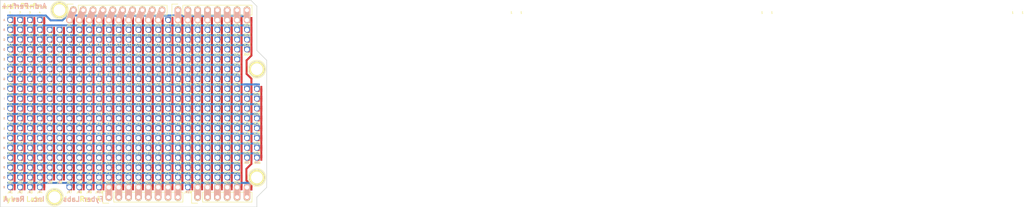
<source format=kicad_pcb>
(kicad_pcb (version 4) (host pcbnew 4.0.2-stable)
  (title_block (title Ard-perf++) (date 2017-05-09) (rev A) (company "Fyber Labs Inc"))
  (layers (0 F.Cu signal) (31 B.Cu signal) (34 B.Paste user) (35 F.Paste user) (36 B.SilkS user) (37 F.SilkS user) (38 B.Mask user) (39 F.Mask user) (44 Edge.Cuts user))
  (net 0 "")
  (net 1 +5V)
  (net 2 "Net-(P5-Pad1)")
  (net 3 "Net-(P6-Pad1)")
  (net 4 "Net-(P7-Pad1)")
  (net 5 "Net-(P8-Pad1)")
  (net 6 +3V3)
  (net 7 /15x25perf/J1)
  (net 8 "Net-(JA1-Pad1)")
  (net 9 /15x25perf/JA)
  (net 10 /15x25perf/J2)
  (net 11 "Net-(JA2-Pad1)")
  (net 12 /15x25perf/J3)
  (net 13 "Net-(JA3-Pad1)")
  (net 14 /15x25perf/J4)
  (net 15 "Net-(JA4-Pad1)")
  (net 16 /15x25perf/J7)
  (net 17 /15x25perf/JA7)
  (net 18 /15x25perf/J8)
  (net 19 /15x25perf/JA8)
  (net 20 /15x25perf/J9)
  (net 21 /15x25perf/JA9)
  (net 22 /15x25perf/J10)
  (net 23 /15x25perf/J11)
  (net 24 /15x25perf/JA11)
  (net 25 /15x25perf/J12)
  (net 26 /15x25perf/JA12)
  (net 27 /15x25perf/J13)
  (net 28 /15x25perf/JA13)
  (net 29 /15x25perf/J14)
  (net 30 /15x25perf/JA14)
  (net 31 /15x25perf/J15)
  (net 32 /15x25perf/JA15)
  (net 33 /15x25perf/J16)
  (net 34 /15x25perf/JA16)
  (net 35 /15x25perf/J17)
  (net 36 "Net-(JA17-Pad1)")
  (net 37 /15x25perf/J18)
  (net 38 /15x25perf/JA18)
  (net 39 /15x25perf/J19)
  (net 40 /15x25perf/JA19)
  (net 41 /15x25perf/J20)
  (net 42 /15x25perf/JA20)
  (net 43 /15x25perf/J21)
  (net 44 /15x25perf/JA21)
  (net 45 /15x25perf/J22)
  (net 46 /15x25perf/JA22)
  (net 47 /15x25perf/J23)
  (net 48 /15x25perf/JA23)
  (net 49 /15x25perf/J24)
  (net 50 /15x25perf/JA24)
  (net 51 /15x25perf/J25)
  (net 52 /15x25perf/JA25)
  (net 53 "Net-(JB1-Pad1)")
  (net 54 /15x25perf/JB)
  (net 55 "Net-(JB2-Pad1)")
  (net 56 "Net-(JB3-Pad1)")
  (net 57 "Net-(JB4-Pad1)")
  (net 58 /15x25perf/J5)
  (net 59 "Net-(JB5-Pad1)")
  (net 60 /15x25perf/J6)
  (net 61 "Net-(JB6-Pad1)")
  (net 62 "Net-(JB7-Pad1)")
  (net 63 "Net-(JB8-Pad1)")
  (net 64 "Net-(JB9-Pad1)")
  (net 65 "Net-(JB10-Pad1)")
  (net 66 "Net-(JB11-Pad1)")
  (net 67 "Net-(JB12-Pad1)")
  (net 68 "Net-(JB13-Pad1)")
  (net 69 "Net-(JB14-Pad1)")
  (net 70 "Net-(JB15-Pad1)")
  (net 71 "Net-(JB16-Pad1)")
  (net 72 "Net-(JB17-Pad1)")
  (net 73 "Net-(JB18-Pad1)")
  (net 74 "Net-(JB19-Pad1)")
  (net 75 "Net-(JB20-Pad1)")
  (net 76 "Net-(JB21-Pad1)")
  (net 77 "Net-(JB22-Pad1)")
  (net 78 "Net-(JB23-Pad1)")
  (net 79 "Net-(JB24-Pad1)")
  (net 80 "Net-(JB25-Pad1)")
  (net 81 "Net-(JC1-Pad1)")
  (net 82 /15x25perf/JC)
  (net 83 "Net-(JC2-Pad1)")
  (net 84 "Net-(JC3-Pad1)")
  (net 85 "Net-(JC4-Pad1)")
  (net 86 "Net-(JC5-Pad1)")
  (net 87 "Net-(JC6-Pad1)")
  (net 88 "Net-(JC7-Pad1)")
  (net 89 "Net-(JC8-Pad1)")
  (net 90 "Net-(JC9-Pad1)")
  (net 91 "Net-(JC10-Pad1)")
  (net 92 "Net-(JC11-Pad1)")
  (net 93 "Net-(JC12-Pad1)")
  (net 94 "Net-(JC13-Pad1)")
  (net 95 "Net-(JC14-Pad1)")
  (net 96 "Net-(JC15-Pad1)")
  (net 97 "Net-(JC16-Pad1)")
  (net 98 "Net-(JC17-Pad1)")
  (net 99 "Net-(JC18-Pad1)")
  (net 100 "Net-(JC19-Pad1)")
  (net 101 "Net-(JC20-Pad1)")
  (net 102 "Net-(JC21-Pad1)")
  (net 103 "Net-(JC22-Pad1)")
  (net 104 "Net-(JC23-Pad1)")
  (net 105 "Net-(JC24-Pad1)")
  (net 106 "Net-(JC25-Pad1)")
  (net 107 "Net-(JD1-Pad1)")
  (net 108 /15x25perf/JD)
  (net 109 "Net-(JD2-Pad1)")
  (net 110 "Net-(JD3-Pad1)")
  (net 111 "Net-(JD4-Pad1)")
  (net 112 "Net-(JD5-Pad1)")
  (net 113 "Net-(JD6-Pad1)")
  (net 114 "Net-(JD7-Pad1)")
  (net 115 "Net-(JD8-Pad1)")
  (net 116 "Net-(JD9-Pad1)")
  (net 117 "Net-(JD10-Pad1)")
  (net 118 "Net-(JD11-Pad1)")
  (net 119 "Net-(JD12-Pad1)")
  (net 120 "Net-(JD13-Pad1)")
  (net 121 "Net-(JD14-Pad1)")
  (net 122 "Net-(JD15-Pad1)")
  (net 123 "Net-(JD16-Pad1)")
  (net 124 "Net-(JD17-Pad1)")
  (net 125 "Net-(JD18-Pad1)")
  (net 126 "Net-(JD19-Pad1)")
  (net 127 "Net-(JD20-Pad1)")
  (net 128 "Net-(JD21-Pad1)")
  (net 129 "Net-(JD22-Pad1)")
  (net 130 "Net-(JD23-Pad1)")
  (net 131 "Net-(JD24-Pad1)")
  (net 132 "Net-(JD25-Pad1)")
  (net 133 "Net-(JE1-Pad1)")
  (net 134 /15x25perf/JE)
  (net 135 "Net-(JE2-Pad1)")
  (net 136 "Net-(JE3-Pad1)")
  (net 137 "Net-(JE4-Pad1)")
  (net 138 "Net-(JE5-Pad1)")
  (net 139 "Net-(JE6-Pad1)")
  (net 140 "Net-(JE7-Pad1)")
  (net 141 "Net-(JE8-Pad1)")
  (net 142 "Net-(JE9-Pad1)")
  (net 143 "Net-(JE10-Pad1)")
  (net 144 "Net-(JE11-Pad1)")
  (net 145 "Net-(JE12-Pad1)")
  (net 146 "Net-(JE13-Pad1)")
  (net 147 "Net-(JE14-Pad1)")
  (net 148 "Net-(JE15-Pad1)")
  (net 149 "Net-(JE16-Pad1)")
  (net 150 "Net-(JE17-Pad1)")
  (net 151 "Net-(JE18-Pad1)")
  (net 152 "Net-(JE19-Pad1)")
  (net 153 "Net-(JE20-Pad1)")
  (net 154 "Net-(JE21-Pad1)")
  (net 155 "Net-(JE22-Pad1)")
  (net 156 "Net-(JE23-Pad1)")
  (net 157 "Net-(JE24-Pad1)")
  (net 158 "Net-(JF1-Pad1)")
  (net 159 /15x25perf/JF)
  (net 160 "Net-(JF2-Pad1)")
  (net 161 "Net-(JF3-Pad1)")
  (net 162 "Net-(JF4-Pad1)")
  (net 163 "Net-(JF5-Pad1)")
  (net 164 "Net-(JF6-Pad1)")
  (net 165 "Net-(JF7-Pad1)")
  (net 166 "Net-(JF8-Pad1)")
  (net 167 "Net-(JF9-Pad1)")
  (net 168 "Net-(JF10-Pad1)")
  (net 169 "Net-(JF11-Pad1)")
  (net 170 "Net-(JF12-Pad1)")
  (net 171 "Net-(JF13-Pad1)")
  (net 172 "Net-(JF14-Pad1)")
  (net 173 "Net-(JF15-Pad1)")
  (net 174 "Net-(JF16-Pad1)")
  (net 175 "Net-(JF17-Pad1)")
  (net 176 "Net-(JF18-Pad1)")
  (net 177 "Net-(JF19-Pad1)")
  (net 178 "Net-(JF20-Pad1)")
  (net 179 "Net-(JF21-Pad1)")
  (net 180 "Net-(JF22-Pad1)")
  (net 181 "Net-(JF23-Pad1)")
  (net 182 "Net-(JF24-Pad1)")
  (net 183 /15x25perf/J26)
  (net 184 "Net-(JG1-Pad1)")
  (net 185 /15x25perf/JG)
  (net 186 "Net-(JG2-Pad1)")
  (net 187 "Net-(JG3-Pad1)")
  (net 188 "Net-(JG4-Pad1)")
  (net 189 "Net-(JG5-Pad1)")
  (net 190 "Net-(JG6-Pad1)")
  (net 191 "Net-(JG7-Pad1)")
  (net 192 "Net-(JG8-Pad1)")
  (net 193 "Net-(JG9-Pad1)")
  (net 194 "Net-(JG10-Pad1)")
  (net 195 "Net-(JG11-Pad1)")
  (net 196 "Net-(JG12-Pad1)")
  (net 197 "Net-(JG13-Pad1)")
  (net 198 "Net-(JG14-Pad1)")
  (net 199 "Net-(JG15-Pad1)")
  (net 200 "Net-(JG16-Pad1)")
  (net 201 "Net-(JG17-Pad1)")
  (net 202 "Net-(JG18-Pad1)")
  (net 203 "Net-(JG19-Pad1)")
  (net 204 "Net-(JG20-Pad1)")
  (net 205 "Net-(JG21-Pad1)")
  (net 206 "Net-(JG22-Pad1)")
  (net 207 "Net-(JG23-Pad1)")
  (net 208 "Net-(JG24-Pad1)")
  (net 209 "Net-(JH1-Pad1)")
  (net 210 /15x25perf/JH)
  (net 211 "Net-(JH2-Pad1)")
  (net 212 "Net-(JH3-Pad1)")
  (net 213 "Net-(JH4-Pad1)")
  (net 214 "Net-(JH5-Pad1)")
  (net 215 "Net-(JH6-Pad1)")
  (net 216 "Net-(JH7-Pad1)")
  (net 217 "Net-(JH8-Pad1)")
  (net 218 "Net-(JH9-Pad1)")
  (net 219 "Net-(JH10-Pad1)")
  (net 220 "Net-(JH11-Pad1)")
  (net 221 "Net-(JH12-Pad1)")
  (net 222 "Net-(JH13-Pad1)")
  (net 223 "Net-(JH14-Pad1)")
  (net 224 "Net-(JH15-Pad1)")
  (net 225 "Net-(JH16-Pad1)")
  (net 226 "Net-(JH17-Pad1)")
  (net 227 "Net-(JH18-Pad1)")
  (net 228 "Net-(JH19-Pad1)")
  (net 229 "Net-(JH20-Pad1)")
  (net 230 "Net-(JH21-Pad1)")
  (net 231 "Net-(JH22-Pad1)")
  (net 232 "Net-(JH23-Pad1)")
  (net 233 "Net-(JH24-Pad1)")
  (net 234 "Net-(JH25-Pad1)")
  (net 235 "Net-(JH26-Pad1)")
  (net 236 "Net-(JI1-Pad1)")
  (net 237 /15x25perf/JI)
  (net 238 "Net-(JI2-Pad1)")
  (net 239 "Net-(JI3-Pad1)")
  (net 240 "Net-(JI4-Pad1)")
  (net 241 "Net-(JI5-Pad1)")
  (net 242 "Net-(JI6-Pad1)")
  (net 243 "Net-(JI7-Pad1)")
  (net 244 "Net-(JI8-Pad1)")
  (net 245 "Net-(JI9-Pad1)")
  (net 246 "Net-(JI10-Pad1)")
  (net 247 "Net-(JI11-Pad1)")
  (net 248 "Net-(JI12-Pad1)")
  (net 249 "Net-(JI13-Pad1)")
  (net 250 "Net-(JI14-Pad1)")
  (net 251 "Net-(JI15-Pad1)")
  (net 252 "Net-(JI16-Pad1)")
  (net 253 "Net-(JI17-Pad1)")
  (net 254 "Net-(JI18-Pad1)")
  (net 255 "Net-(JI19-Pad1)")
  (net 256 "Net-(JI20-Pad1)")
  (net 257 "Net-(JI21-Pad1)")
  (net 258 "Net-(JI22-Pad1)")
  (net 259 "Net-(JI23-Pad1)")
  (net 260 "Net-(JI24-Pad1)")
  (net 261 "Net-(JI25-Pad1)")
  (net 262 "Net-(JI26-Pad1)")
  (net 263 "Net-(JK1-Pad1)")
  (net 264 /15x25perf2/JK)
  (net 265 "Net-(JK2-Pad1)")
  (net 266 "Net-(JK3-Pad1)")
  (net 267 "Net-(JK4-Pad1)")
  (net 268 "Net-(JK5-Pad1)")
  (net 269 "Net-(JK6-Pad1)")
  (net 270 "Net-(JK7-Pad1)")
  (net 271 "Net-(JK8-Pad1)")
  (net 272 "Net-(JK9-Pad1)")
  (net 273 "Net-(JK10-Pad1)")
  (net 274 "Net-(JK11-Pad1)")
  (net 275 "Net-(JK12-Pad1)")
  (net 276 "Net-(JK13-Pad1)")
  (net 277 "Net-(JK14-Pad1)")
  (net 278 "Net-(JK15-Pad1)")
  (net 279 "Net-(JK16-Pad1)")
  (net 280 "Net-(JK17-Pad1)")
  (net 281 "Net-(JK18-Pad1)")
  (net 282 "Net-(JK19-Pad1)")
  (net 283 "Net-(JK20-Pad1)")
  (net 284 "Net-(JK21-Pad1)")
  (net 285 "Net-(JK22-Pad1)")
  (net 286 "Net-(JK23-Pad1)")
  (net 287 "Net-(JK24-Pad1)")
  (net 288 "Net-(JK25-Pad1)")
  (net 289 "Net-(JK26-Pad1)")
  (net 290 "Net-(JL1-Pad1)")
  (net 291 /15x25perf2/JL)
  (net 292 "Net-(JL2-Pad1)")
  (net 293 "Net-(JL3-Pad1)")
  (net 294 "Net-(JL4-Pad1)")
  (net 295 "Net-(JL5-Pad1)")
  (net 296 "Net-(JL6-Pad1)")
  (net 297 "Net-(JL7-Pad1)")
  (net 298 "Net-(JL8-Pad1)")
  (net 299 "Net-(JL9-Pad1)")
  (net 300 "Net-(JL10-Pad1)")
  (net 301 "Net-(JL11-Pad1)")
  (net 302 "Net-(JL12-Pad1)")
  (net 303 "Net-(JL13-Pad1)")
  (net 304 "Net-(JL14-Pad1)")
  (net 305 "Net-(JL15-Pad1)")
  (net 306 "Net-(JL16-Pad1)")
  (net 307 "Net-(JL17-Pad1)")
  (net 308 "Net-(JL18-Pad1)")
  (net 309 "Net-(JL19-Pad1)")
  (net 310 "Net-(JL20-Pad1)")
  (net 311 "Net-(JL21-Pad1)")
  (net 312 "Net-(JL22-Pad1)")
  (net 313 "Net-(JL23-Pad1)")
  (net 314 "Net-(JL24-Pad1)")
  (net 315 "Net-(JL25-Pad1)")
  (net 316 "Net-(JL26-Pad1)")
  (net 317 "Net-(JM1-Pad1)")
  (net 318 /15x25perf2/JM)
  (net 319 "Net-(JM2-Pad1)")
  (net 320 "Net-(JM3-Pad1)")
  (net 321 "Net-(JM4-Pad1)")
  (net 322 "Net-(JM5-Pad1)")
  (net 323 "Net-(JM6-Pad1)")
  (net 324 "Net-(JM7-Pad1)")
  (net 325 "Net-(JM8-Pad1)")
  (net 326 "Net-(JM9-Pad1)")
  (net 327 "Net-(JM10-Pad1)")
  (net 328 "Net-(JM11-Pad1)")
  (net 329 "Net-(JM12-Pad1)")
  (net 330 "Net-(JM13-Pad1)")
  (net 331 "Net-(JM14-Pad1)")
  (net 332 "Net-(JM15-Pad1)")
  (net 333 "Net-(JM16-Pad1)")
  (net 334 "Net-(JM17-Pad1)")
  (net 335 "Net-(JM18-Pad1)")
  (net 336 "Net-(JM19-Pad1)")
  (net 337 "Net-(JM20-Pad1)")
  (net 338 "Net-(JM21-Pad1)")
  (net 339 "Net-(JM22-Pad1)")
  (net 340 "Net-(JM23-Pad1)")
  (net 341 "Net-(JM24-Pad1)")
  (net 342 "Net-(JM25-Pad1)")
  (net 343 "Net-(JM26-Pad1)")
  (net 344 "Net-(JN1-Pad1)")
  (net 345 /15x25perf2/JN)
  (net 346 "Net-(JN2-Pad1)")
  (net 347 "Net-(JN3-Pad1)")
  (net 348 "Net-(JN4-Pad1)")
  (net 349 "Net-(JN5-Pad1)")
  (net 350 "Net-(JN6-Pad1)")
  (net 351 "Net-(JN7-Pad1)")
  (net 352 "Net-(JN8-Pad1)")
  (net 353 "Net-(JN9-Pad1)")
  (net 354 "Net-(JN10-Pad1)")
  (net 355 "Net-(JN11-Pad1)")
  (net 356 "Net-(JN12-Pad1)")
  (net 357 "Net-(JN13-Pad1)")
  (net 358 "Net-(JN14-Pad1)")
  (net 359 "Net-(JN15-Pad1)")
  (net 360 "Net-(JN16-Pad1)")
  (net 361 "Net-(JN17-Pad1)")
  (net 362 "Net-(JN18-Pad1)")
  (net 363 "Net-(JN19-Pad1)")
  (net 364 "Net-(JN20-Pad1)")
  (net 365 "Net-(JN21-Pad1)")
  (net 366 "Net-(JN22-Pad1)")
  (net 367 "Net-(JN23-Pad1)")
  (net 368 "Net-(JN24-Pad1)")
  (net 369 "Net-(JN25-Pad1)")
  (net 370 "Net-(JN26-Pad1)")
  (net 371 "Net-(JO1-Pad1)")
  (net 372 /15x25perf2/JO)
  (net 373 "Net-(JO2-Pad1)")
  (net 374 "Net-(JO3-Pad1)")
  (net 375 "Net-(JO4-Pad1)")
  (net 376 "Net-(JO5-Pad1)")
  (net 377 "Net-(JO6-Pad1)")
  (net 378 "Net-(JO7-Pad1)")
  (net 379 "Net-(JO8-Pad1)")
  (net 380 "Net-(JO9-Pad1)")
  (net 381 "Net-(JO10-Pad1)")
  (net 382 "Net-(JO11-Pad1)")
  (net 383 "Net-(JO12-Pad1)")
  (net 384 "Net-(JO13-Pad1)")
  (net 385 "Net-(JO14-Pad1)")
  (net 386 "Net-(JO15-Pad1)")
  (net 387 "Net-(JO16-Pad1)")
  (net 388 "Net-(JO17-Pad1)")
  (net 389 "Net-(JO18-Pad1)")
  (net 390 "Net-(JO19-Pad1)")
  (net 391 "Net-(JO20-Pad1)")
  (net 392 "Net-(JO21-Pad1)")
  (net 393 "Net-(JO22-Pad1)")
  (net 394 "Net-(JO23-Pad1)")
  (net 395 "Net-(JO24-Pad1)")
  (net 396 "Net-(JO25-Pad1)")
  (net 397 "Net-(JO26-Pad1)")
  (net 398 "Net-(JP1-Pad1)")
  (net 399 /15x25perf2/JP)
  (net 400 "Net-(JP2-Pad1)")
  (net 401 "Net-(JP3-Pad1)")
  (net 402 "Net-(JP4-Pad1)")
  (net 403 "Net-(JP5-Pad1)")
  (net 404 "Net-(JP6-Pad1)")
  (net 405 "Net-(JP7-Pad1)")
  (net 406 "Net-(JP8-Pad1)")
  (net 407 "Net-(JP9-Pad1)")
  (net 408 "Net-(JP10-Pad1)")
  (net 409 "Net-(JP11-Pad1)")
  (net 410 "Net-(JP12-Pad1)")
  (net 411 "Net-(JP13-Pad1)")
  (net 412 "Net-(JP14-Pad1)")
  (net 413 "Net-(JP15-Pad1)")
  (net 414 "Net-(JP16-Pad1)")
  (net 415 "Net-(JP17-Pad1)")
  (net 416 "Net-(JP18-Pad1)")
  (net 417 "Net-(JP19-Pad1)")
  (net 418 "Net-(JP20-Pad1)")
  (net 419 "Net-(JP21-Pad1)")
  (net 420 "Net-(JP22-Pad1)")
  (net 421 "Net-(JP23-Pad1)")
  (net 422 "Net-(JP24-Pad1)")
  (net 423 "Net-(JQ1-Pad1)")
  (net 424 /15x25perf2/JQ)
  (net 425 "Net-(JQ2-Pad1)")
  (net 426 "Net-(JQ3-Pad1)")
  (net 427 "Net-(JQ4-Pad1)")
  (net 428 "Net-(JQ5-Pad1)")
  (net 429 "Net-(JQ6-Pad1)")
  (net 430 "Net-(JQ7-Pad1)")
  (net 431 "Net-(JQ8-Pad1)")
  (net 432 "Net-(JQ9-Pad1)")
  (net 433 "Net-(JQ10-Pad1)")
  (net 434 "Net-(JQ11-Pad1)")
  (net 435 "Net-(JQ12-Pad1)")
  (net 436 "Net-(JQ13-Pad1)")
  (net 437 "Net-(JQ14-Pad1)")
  (net 438 "Net-(JQ15-Pad1)")
  (net 439 "Net-(JQ16-Pad1)")
  (net 440 "Net-(JQ17-Pad1)")
  (net 441 "Net-(JQ18-Pad1)")
  (net 442 "Net-(JQ19-Pad1)")
  (net 443 "Net-(JQ20-Pad1)")
  (net 444 "Net-(JQ21-Pad1)")
  (net 445 "Net-(JQ22-Pad1)")
  (net 446 "Net-(JQ23-Pad1)")
  (net 447 "Net-(JQ24-Pad1)")
  (net 448 "Net-(JR1-Pad1)")
  (net 449 /15x25perf2/JR)
  (net 450 "Net-(JR2-Pad1)")
  (net 451 "Net-(JR3-Pad1)")
  (net 452 "Net-(JR4-Pad1)")
  (net 453 "Net-(JR7-Pad1)")
  (net 454 "Net-(JR8-Pad1)")
  (net 455 "Net-(JR9-Pad1)")
  (net 456 "Net-(JR10-Pad1)")
  (net 457 /15x25perf2/JR11)
  (net 458 /15x25perf2/JR12)
  (net 459 /15x25perf2/JR13)
  (net 460 /15x25perf2/JR18)
  (net 461 "Net-(JR19-Pad1)")
  (net 462 /15x25perf2/JR20)
  (net 463 /15x25perf2/JR21)
  (net 464 /15x25perf2/JR22)
  (net 465 /15x25perf2/JR23)
  (net 466 /15x25perf/JA10)
  (net 467 /15x25perf2/JR16)
  (net 468 /15x25perf2/JR24)
  (net 469 /15x25perf2/JR25)
  (net 470 "Net-(JJ1-Pad1)")
  (net 471 /15x25perf/JJ)
  (net 472 "Net-(JJ2-Pad1)")
  (net 473 "Net-(JJ3-Pad1)")
  (net 474 "Net-(JJ4-Pad1)")
  (net 475 "Net-(JJ5-Pad1)")
  (net 476 "Net-(JJ6-Pad1)")
  (net 477 "Net-(JJ7-Pad1)")
  (net 478 "Net-(JJ8-Pad1)")
  (net 479 "Net-(JJ9-Pad1)")
  (net 480 "Net-(JJ10-Pad1)")
  (net 481 "Net-(JJ11-Pad1)")
  (net 482 "Net-(JJ12-Pad1)")
  (net 483 "Net-(JJ13-Pad1)")
  (net 484 "Net-(JJ14-Pad1)")
  (net 485 "Net-(JJ15-Pad1)")
  (net 486 "Net-(JJ16-Pad1)")
  (net 487 "Net-(JJ17-Pad1)")
  (net 488 "Net-(JJ18-Pad1)")
  (net 489 "Net-(JJ19-Pad1)")
  (net 490 "Net-(JJ20-Pad1)")
  (net 491 "Net-(JJ21-Pad1)")
  (net 492 "Net-(JJ22-Pad1)")
  (net 493 "Net-(JJ23-Pad1)")
  (net 494 "Net-(JJ24-Pad1)")
  (net 495 "Net-(JJ25-Pad1)")
  (net 496 "Net-(JJ26-Pad1)")
  (net 497 /15x25perf2/JR17)
  (module Socket_Arduino_Uno:Socket_Strip_Arduino_1x08 (layer F.Cu) (at 138.938 123.825)
    (fp_text reference P1 hide)
    (fp_text value Power hide)
    (pad 1 thru_hole oval (at 0 0) (size 1.7272 2.032) (drill 1.016) (layers *.Cu *.Mask F.SilkS) (net 457 /15x25perf2/JR11))
    (pad 2 thru_hole oval (at 2.54 0) (size 1.7272 2.032) (drill 1.016) (layers *.Cu *.Mask F.SilkS) (net 458 /15x25perf2/JR12))
    (pad 3 thru_hole oval (at 5.08 0) (size 1.7272 2.032) (drill 1.016) (layers *.Cu *.Mask F.SilkS) (net 459 /15x25perf2/JR13))
    (pad 4 thru_hole oval (at 7.62 0) (size 1.7272 2.032) (drill 1.016) (layers *.Cu *.Mask F.SilkS) (net 6 +3V3))
    (pad 5 thru_hole oval (at 10.16 0) (size 1.7272 2.032) (drill 1.016) (layers *.Cu *.Mask F.SilkS) (net 1 +5V))
    (pad 6 thru_hole oval (at 12.7 0) (size 1.7272 2.032) (drill 1.016) (layers *.Cu *.Mask F.SilkS) (net 467 /15x25perf2/JR16))
    (pad 7 thru_hole oval (at 15.24 0) (size 1.7272 2.032) (drill 1.016) (layers *.Cu *.Mask F.SilkS) (net 497 /15x25perf2/JR17))
    (pad 8 thru_hole oval (at 17.78 0) (size 1.7272 2.032) (drill 1.016) (layers *.Cu *.Mask F.SilkS) (net 460 /15x25perf2/JR18))
  )
  (module Socket_Arduino_Uno:Socket_Strip_Arduino_1x06 (layer F.Cu) (at 161.798 123.825)
    (fp_text reference P2 hide)
    (fp_text value Analog hide)
    (pad 1 thru_hole oval (at 0 0) (size 1.7272 2.032) (drill 1.016) (layers *.Cu *.Mask F.SilkS) (net 462 /15x25perf2/JR20))
    (pad 2 thru_hole oval (at 2.54 0) (size 1.7272 2.032) (drill 1.016) (layers *.Cu *.Mask F.SilkS) (net 463 /15x25perf2/JR21))
    (pad 3 thru_hole oval (at 5.08 0) (size 1.7272 2.032) (drill 1.016) (layers *.Cu *.Mask F.SilkS) (net 464 /15x25perf2/JR22))
    (pad 4 thru_hole oval (at 7.62 0) (size 1.7272 2.032) (drill 1.016) (layers *.Cu *.Mask F.SilkS) (net 465 /15x25perf2/JR23))
    (pad 5 thru_hole oval (at 10.16 0) (size 1.7272 2.032) (drill 1.016) (layers *.Cu *.Mask F.SilkS) (net 468 /15x25perf2/JR24))
    (pad 6 thru_hole oval (at 12.7 0) (size 1.7272 2.032) (drill 1.016) (layers *.Cu *.Mask F.SilkS) (net 469 /15x25perf2/JR25))
  )
  (module Socket_Arduino_Uno:Socket_Strip_Arduino_1x10 (layer F.Cu) (at 129.794 75.565)
    (fp_text reference P3 hide)
    (fp_text value Digital hide)
    (pad 1 thru_hole oval (at 0 0) (size 1.7272 2.032) (drill 1.016) (layers *.Cu *.Mask F.SilkS) (net 17 /15x25perf/JA7))
    (pad 2 thru_hole oval (at 2.54 0) (size 1.7272 2.032) (drill 1.016) (layers *.Cu *.Mask F.SilkS) (net 19 /15x25perf/JA8))
    (pad 3 thru_hole oval (at 5.08 0) (size 1.7272 2.032) (drill 1.016) (layers *.Cu *.Mask F.SilkS) (net 21 /15x25perf/JA9))
    (pad 4 thru_hole oval (at 7.62 0) (size 1.7272 2.032) (drill 1.016) (layers *.Cu *.Mask F.SilkS) (net 466 /15x25perf/JA10))
    (pad 5 thru_hole oval (at 10.16 0) (size 1.7272 2.032) (drill 1.016) (layers *.Cu *.Mask F.SilkS) (net 24 /15x25perf/JA11))
    (pad 6 thru_hole oval (at 12.7 0) (size 1.7272 2.032) (drill 1.016) (layers *.Cu *.Mask F.SilkS) (net 26 /15x25perf/JA12))
    (pad 7 thru_hole oval (at 15.24 0) (size 1.7272 2.032) (drill 1.016) (layers *.Cu *.Mask F.SilkS) (net 28 /15x25perf/JA13))
    (pad 8 thru_hole oval (at 17.78 0) (size 1.7272 2.032) (drill 1.016) (layers *.Cu *.Mask F.SilkS) (net 30 /15x25perf/JA14))
    (pad 9 thru_hole oval (at 20.32 0) (size 1.7272 2.032) (drill 1.016) (layers *.Cu *.Mask F.SilkS) (net 32 /15x25perf/JA15))
    (pad 10 thru_hole oval (at 22.86 0) (size 1.7272 2.032) (drill 1.016) (layers *.Cu *.Mask F.SilkS) (net 34 /15x25perf/JA16))
  )
  (module Socket_Arduino_Uno:Socket_Strip_Arduino_1x08 (layer F.Cu) (at 156.718 75.565)
    (fp_text reference P4 hide)
    (fp_text value Digital hide)
    (pad 1 thru_hole oval (at 0 0) (size 1.7272 2.032) (drill 1.016) (layers *.Cu *.Mask F.SilkS) (net 38 /15x25perf/JA18))
    (pad 2 thru_hole oval (at 2.54 0) (size 1.7272 2.032) (drill 1.016) (layers *.Cu *.Mask F.SilkS) (net 40 /15x25perf/JA19))
    (pad 3 thru_hole oval (at 5.08 0) (size 1.7272 2.032) (drill 1.016) (layers *.Cu *.Mask F.SilkS) (net 42 /15x25perf/JA20))
    (pad 4 thru_hole oval (at 7.62 0) (size 1.7272 2.032) (drill 1.016) (layers *.Cu *.Mask F.SilkS) (net 44 /15x25perf/JA21))
    (pad 5 thru_hole oval (at 10.16 0) (size 1.7272 2.032) (drill 1.016) (layers *.Cu *.Mask F.SilkS) (net 46 /15x25perf/JA22))
    (pad 6 thru_hole oval (at 12.7 0) (size 1.7272 2.032) (drill 1.016) (layers *.Cu *.Mask F.SilkS) (net 48 /15x25perf/JA23))
    (pad 7 thru_hole oval (at 15.24 0) (size 1.7272 2.032) (drill 1.016) (layers *.Cu *.Mask F.SilkS) (net 50 /15x25perf/JA24))
    (pad 8 thru_hole oval (at 17.78 0) (size 1.7272 2.032) (drill 1.016) (layers *.Cu *.Mask F.SilkS) (net 52 /15x25perf/JA25))
  )
  (module Socket_Arduino_Uno:Arduino_1pin (layer F.Cu) (at 124.968 123.825)
    (fp_text reference P5 hide)
    (fp_text value CONN_01X01 hide)
    (pad 1 thru_hole circle (at 0 0) (size 4.064 4.064) (drill 3.048) (layers *.Cu *.Mask F.SilkS) (net 2 "Net-(P5-Pad1)"))
  )
  (module Socket_Arduino_Uno:Arduino_1pin (layer F.Cu) (at 177.038 118.745)
    (fp_text reference P6 hide)
    (fp_text value CONN_01X01 hide)
    (pad 1 thru_hole circle (at 0 0) (size 4.064 4.064) (drill 3.048) (layers *.Cu *.Mask F.SilkS) (net 3 "Net-(P6-Pad1)"))
  )
  (module Socket_Arduino_Uno:Arduino_1pin (layer F.Cu) (at 126.238 75.565)
    (fp_text reference P7 hide)
    (fp_text value CONN_01X01 hide)
    (pad 1 thru_hole circle (at 0 0) (size 4.064 4.064) (drill 3.048) (layers *.Cu *.Mask F.SilkS) (net 4 "Net-(P7-Pad1)"))
  )
  (module Socket_Arduino_Uno:Arduino_1pin (layer F.Cu) (at 177.038 90.805)
    (fp_text reference P8 hide)
    (fp_text value CONN_01X01 hide)
    (pad 1 thru_hole circle (at 0 0) (size 4.064 4.064) (drill 3.048) (layers *.Cu *.Mask F.SilkS) (net 5 "Net-(P8-Pad1)"))
  )
  (module Socket_Arduino_Uno:2.54D (layer F.Cu) (at 177.038 113.665 180)
    (fp_text reference JO26 (at 0 -1.27 180) (layer F.SilkS) (effects (font (size 0.508 0.508) (thickness 0.127))))
    (fp_text value perf+2)
    (fp_line (start -0.4572 0.3302) (end 0.4064 0.3302) (layer B.Cu) (width 0.1778))
    (fp_line (start 0.5334 0.4572) (end 0.4826 0) (layer B.Cu) (width 0.1778))
    (fp_line (start -0.5334 0.4572) (end 0.5334 0.4572) (layer B.Cu) (width 0.1778))
    (fp_line (start -0.4826 0) (end -0.5334 0.4572) (layer B.Cu) (width 0.1778))
    (fp_line (start -0.6858 0.6096) (end -0.635 0) (layer B.Cu) (width 0.1778))
    (fp_line (start 0 0.635) (end -0.6858 0.6096) (layer B.Cu) (width 0.1778))
    (fp_line (start 0.635 0) (end -0.635 0) (layer B.Cu) (width 0.1778))
    (fp_line (start 0.6858 0.6096) (end 0.635 0) (layer B.Cu) (width 0.1778))
    (fp_line (start 0 0.635) (end 0.6858 0.6096) (layer B.Cu) (width 0.1778))
    (fp_line (start -0.4826 -0.5588) (end -0.4826 0.0508) (layer F.Cu) (width 0.1778))
    (fp_line (start -0.1524 -0.5588) (end -0.4826 -0.5588) (layer F.Cu) (width 0.1778))
    (fp_line (start -0.6096 -0.1524) (end -0.1524 -0.5588) (layer F.Cu) (width 0.1778))
    (fp_line (start -0.5334 0.127) (end -0.2794 0.508) (layer F.Cu) (width 0.1778))
    (fp_line (start -0.4826 0.5334) (end -0.5334 0.127) (layer F.Cu) (width 0.1778))
    (fp_line (start 0 0.635) (end -0.4826 0.5334) (layer F.Cu) (width 0.1778))
    (fp_line (start -0.6096 0.6858) (end 0 0.635) (layer F.Cu) (width 0.1778))
    (fp_line (start -0.635 0) (end -0.6096 0.6858) (layer F.Cu) (width 0.1778))
    (fp_line (start 0 -0.635) (end 0 0.635) (layer F.Cu) (width 0.1778))
    (fp_line (start -0.6096 -0.6858) (end 0 -0.635) (layer F.Cu) (width 0.1778))
    (fp_line (start -0.635 0) (end -0.6096 -0.6858) (layer F.Cu) (width 0.1778))
    (pad 2 smd rect (at -1.143 0 180) (size 0.508 1.524) (layers F.Cu F.Mask) (net 183 /15x25perf/J26))
    (pad 1 thru_hole circle (at 0 0 180) (size 1.4478 1.4478) (drill 1.0922) (layers *.Cu *.Mask) (net 397 "Net-(JO26-Pad1)"))
    (pad 3 smd rect (at 0 1.143 270) (size 0.508 1.524) (layers B.Cu B.Mask) (net 372 /15x25perf2/JO))
  )
  (module Socket_Arduino_Uno:2.54D (layer F.Cu) (at 177.038 111.125 180)
    (fp_text reference JN26 (at 0 -1.27 180) (layer F.SilkS) (effects (font (size 0.508 0.508) (thickness 0.127))))
    (fp_text value perf+2)
    (fp_line (start -0.4572 0.3302) (end 0.4064 0.3302) (layer B.Cu) (width 0.1778))
    (fp_line (start 0.5334 0.4572) (end 0.4826 0) (layer B.Cu) (width 0.1778))
    (fp_line (start -0.5334 0.4572) (end 0.5334 0.4572) (layer B.Cu) (width 0.1778))
    (fp_line (start -0.4826 0) (end -0.5334 0.4572) (layer B.Cu) (width 0.1778))
    (fp_line (start -0.6858 0.6096) (end -0.635 0) (layer B.Cu) (width 0.1778))
    (fp_line (start 0 0.635) (end -0.6858 0.6096) (layer B.Cu) (width 0.1778))
    (fp_line (start 0.635 0) (end -0.635 0) (layer B.Cu) (width 0.1778))
    (fp_line (start 0.6858 0.6096) (end 0.635 0) (layer B.Cu) (width 0.1778))
    (fp_line (start 0 0.635) (end 0.6858 0.6096) (layer B.Cu) (width 0.1778))
    (fp_line (start -0.4826 -0.5588) (end -0.4826 0.0508) (layer F.Cu) (width 0.1778))
    (fp_line (start -0.1524 -0.5588) (end -0.4826 -0.5588) (layer F.Cu) (width 0.1778))
    (fp_line (start -0.6096 -0.1524) (end -0.1524 -0.5588) (layer F.Cu) (width 0.1778))
    (fp_line (start -0.5334 0.127) (end -0.2794 0.508) (layer F.Cu) (width 0.1778))
    (fp_line (start -0.4826 0.5334) (end -0.5334 0.127) (layer F.Cu) (width 0.1778))
    (fp_line (start 0 0.635) (end -0.4826 0.5334) (layer F.Cu) (width 0.1778))
    (fp_line (start -0.6096 0.6858) (end 0 0.635) (layer F.Cu) (width 0.1778))
    (fp_line (start -0.635 0) (end -0.6096 0.6858) (layer F.Cu) (width 0.1778))
    (fp_line (start 0 -0.635) (end 0 0.635) (layer F.Cu) (width 0.1778))
    (fp_line (start -0.6096 -0.6858) (end 0 -0.635) (layer F.Cu) (width 0.1778))
    (fp_line (start -0.635 0) (end -0.6096 -0.6858) (layer F.Cu) (width 0.1778))
    (pad 2 smd rect (at -1.143 0 180) (size 0.508 1.524) (layers F.Cu F.Mask) (net 183 /15x25perf/J26))
    (pad 1 thru_hole circle (at 0 0 180) (size 1.4478 1.4478) (drill 1.0922) (layers *.Cu *.Mask) (net 370 "Net-(JN26-Pad1)"))
    (pad 3 smd rect (at 0 1.143 270) (size 0.508 1.524) (layers B.Cu B.Mask) (net 345 /15x25perf2/JN))
  )
  (module Socket_Arduino_Uno:2.54D (layer F.Cu) (at 177.038 108.585 180)
    (fp_text reference JM26 (at 0 -1.27 180) (layer F.SilkS) (effects (font (size 0.508 0.508) (thickness 0.127))))
    (fp_text value perf+2)
    (fp_line (start -0.4572 0.3302) (end 0.4064 0.3302) (layer B.Cu) (width 0.1778))
    (fp_line (start 0.5334 0.4572) (end 0.4826 0) (layer B.Cu) (width 0.1778))
    (fp_line (start -0.5334 0.4572) (end 0.5334 0.4572) (layer B.Cu) (width 0.1778))
    (fp_line (start -0.4826 0) (end -0.5334 0.4572) (layer B.Cu) (width 0.1778))
    (fp_line (start -0.6858 0.6096) (end -0.635 0) (layer B.Cu) (width 0.1778))
    (fp_line (start 0 0.635) (end -0.6858 0.6096) (layer B.Cu) (width 0.1778))
    (fp_line (start 0.635 0) (end -0.635 0) (layer B.Cu) (width 0.1778))
    (fp_line (start 0.6858 0.6096) (end 0.635 0) (layer B.Cu) (width 0.1778))
    (fp_line (start 0 0.635) (end 0.6858 0.6096) (layer B.Cu) (width 0.1778))
    (fp_line (start -0.4826 -0.5588) (end -0.4826 0.0508) (layer F.Cu) (width 0.1778))
    (fp_line (start -0.1524 -0.5588) (end -0.4826 -0.5588) (layer F.Cu) (width 0.1778))
    (fp_line (start -0.6096 -0.1524) (end -0.1524 -0.5588) (layer F.Cu) (width 0.1778))
    (fp_line (start -0.5334 0.127) (end -0.2794 0.508) (layer F.Cu) (width 0.1778))
    (fp_line (start -0.4826 0.5334) (end -0.5334 0.127) (layer F.Cu) (width 0.1778))
    (fp_line (start 0 0.635) (end -0.4826 0.5334) (layer F.Cu) (width 0.1778))
    (fp_line (start -0.6096 0.6858) (end 0 0.635) (layer F.Cu) (width 0.1778))
    (fp_line (start -0.635 0) (end -0.6096 0.6858) (layer F.Cu) (width 0.1778))
    (fp_line (start 0 -0.635) (end 0 0.635) (layer F.Cu) (width 0.1778))
    (fp_line (start -0.6096 -0.6858) (end 0 -0.635) (layer F.Cu) (width 0.1778))
    (fp_line (start -0.635 0) (end -0.6096 -0.6858) (layer F.Cu) (width 0.1778))
    (pad 2 smd rect (at -1.143 0 180) (size 0.508 1.524) (layers F.Cu F.Mask) (net 183 /15x25perf/J26))
    (pad 1 thru_hole circle (at 0 0 180) (size 1.4478 1.4478) (drill 1.0922) (layers *.Cu *.Mask) (net 343 "Net-(JM26-Pad1)"))
    (pad 3 smd rect (at 0 1.143 270) (size 0.508 1.524) (layers B.Cu B.Mask) (net 318 /15x25perf2/JM))
  )
  (module Socket_Arduino_Uno:2.54D (layer F.Cu) (at 177.038 106.045 180)
    (fp_text reference JL26 (at 0 -1.27 180) (layer F.SilkS) (effects (font (size 0.508 0.508) (thickness 0.127))))
    (fp_text value perf+2)
    (fp_line (start -0.4572 0.3302) (end 0.4064 0.3302) (layer B.Cu) (width 0.1778))
    (fp_line (start 0.5334 0.4572) (end 0.4826 0) (layer B.Cu) (width 0.1778))
    (fp_line (start -0.5334 0.4572) (end 0.5334 0.4572) (layer B.Cu) (width 0.1778))
    (fp_line (start -0.4826 0) (end -0.5334 0.4572) (layer B.Cu) (width 0.1778))
    (fp_line (start -0.6858 0.6096) (end -0.635 0) (layer B.Cu) (width 0.1778))
    (fp_line (start 0 0.635) (end -0.6858 0.6096) (layer B.Cu) (width 0.1778))
    (fp_line (start 0.635 0) (end -0.635 0) (layer B.Cu) (width 0.1778))
    (fp_line (start 0.6858 0.6096) (end 0.635 0) (layer B.Cu) (width 0.1778))
    (fp_line (start 0 0.635) (end 0.6858 0.6096) (layer B.Cu) (width 0.1778))
    (fp_line (start -0.4826 -0.5588) (end -0.4826 0.0508) (layer F.Cu) (width 0.1778))
    (fp_line (start -0.1524 -0.5588) (end -0.4826 -0.5588) (layer F.Cu) (width 0.1778))
    (fp_line (start -0.6096 -0.1524) (end -0.1524 -0.5588) (layer F.Cu) (width 0.1778))
    (fp_line (start -0.5334 0.127) (end -0.2794 0.508) (layer F.Cu) (width 0.1778))
    (fp_line (start -0.4826 0.5334) (end -0.5334 0.127) (layer F.Cu) (width 0.1778))
    (fp_line (start 0 0.635) (end -0.4826 0.5334) (layer F.Cu) (width 0.1778))
    (fp_line (start -0.6096 0.6858) (end 0 0.635) (layer F.Cu) (width 0.1778))
    (fp_line (start -0.635 0) (end -0.6096 0.6858) (layer F.Cu) (width 0.1778))
    (fp_line (start 0 -0.635) (end 0 0.635) (layer F.Cu) (width 0.1778))
    (fp_line (start -0.6096 -0.6858) (end 0 -0.635) (layer F.Cu) (width 0.1778))
    (fp_line (start -0.635 0) (end -0.6096 -0.6858) (layer F.Cu) (width 0.1778))
    (pad 2 smd rect (at -1.143 0 180) (size 0.508 1.524) (layers F.Cu F.Mask) (net 183 /15x25perf/J26))
    (pad 1 thru_hole circle (at 0 0 180) (size 1.4478 1.4478) (drill 1.0922) (layers *.Cu *.Mask) (net 316 "Net-(JL26-Pad1)"))
    (pad 3 smd rect (at 0 1.143 270) (size 0.508 1.524) (layers B.Cu B.Mask) (net 291 /15x25perf2/JL))
  )
  (module Socket_Arduino_Uno:2.54D (layer F.Cu) (at 177.038 103.505 180)
    (fp_text reference JK26 (at 0 -1.27 180) (layer F.SilkS) (effects (font (size 0.508 0.508) (thickness 0.127))))
    (fp_text value perf+2)
    (fp_line (start -0.4572 0.3302) (end 0.4064 0.3302) (layer B.Cu) (width 0.1778))
    (fp_line (start 0.5334 0.4572) (end 0.4826 0) (layer B.Cu) (width 0.1778))
    (fp_line (start -0.5334 0.4572) (end 0.5334 0.4572) (layer B.Cu) (width 0.1778))
    (fp_line (start -0.4826 0) (end -0.5334 0.4572) (layer B.Cu) (width 0.1778))
    (fp_line (start -0.6858 0.6096) (end -0.635 0) (layer B.Cu) (width 0.1778))
    (fp_line (start 0 0.635) (end -0.6858 0.6096) (layer B.Cu) (width 0.1778))
    (fp_line (start 0.635 0) (end -0.635 0) (layer B.Cu) (width 0.1778))
    (fp_line (start 0.6858 0.6096) (end 0.635 0) (layer B.Cu) (width 0.1778))
    (fp_line (start 0 0.635) (end 0.6858 0.6096) (layer B.Cu) (width 0.1778))
    (fp_line (start -0.4826 -0.5588) (end -0.4826 0.0508) (layer F.Cu) (width 0.1778))
    (fp_line (start -0.1524 -0.5588) (end -0.4826 -0.5588) (layer F.Cu) (width 0.1778))
    (fp_line (start -0.6096 -0.1524) (end -0.1524 -0.5588) (layer F.Cu) (width 0.1778))
    (fp_line (start -0.5334 0.127) (end -0.2794 0.508) (layer F.Cu) (width 0.1778))
    (fp_line (start -0.4826 0.5334) (end -0.5334 0.127) (layer F.Cu) (width 0.1778))
    (fp_line (start 0 0.635) (end -0.4826 0.5334) (layer F.Cu) (width 0.1778))
    (fp_line (start -0.6096 0.6858) (end 0 0.635) (layer F.Cu) (width 0.1778))
    (fp_line (start -0.635 0) (end -0.6096 0.6858) (layer F.Cu) (width 0.1778))
    (fp_line (start 0 -0.635) (end 0 0.635) (layer F.Cu) (width 0.1778))
    (fp_line (start -0.6096 -0.6858) (end 0 -0.635) (layer F.Cu) (width 0.1778))
    (fp_line (start -0.635 0) (end -0.6096 -0.6858) (layer F.Cu) (width 0.1778))
    (pad 2 smd rect (at -1.143 0 180) (size 0.508 1.524) (layers F.Cu F.Mask) (net 183 /15x25perf/J26))
    (pad 1 thru_hole circle (at 0 0 180) (size 1.4478 1.4478) (drill 1.0922) (layers *.Cu *.Mask) (net 289 "Net-(JK26-Pad1)"))
    (pad 3 smd rect (at 0 1.143 270) (size 0.508 1.524) (layers B.Cu B.Mask) (net 264 /15x25perf2/JK))
  )
  (module Socket_Arduino_Uno:2.54D (layer F.Cu) (at 177.038 100.965 180)
    (fp_text reference JJ26 (at 0 -1.27 180) (layer F.SilkS) (effects (font (size 0.508 0.508) (thickness 0.127))))
    (fp_text value perf+2)
    (fp_line (start -0.4572 0.3302) (end 0.4064 0.3302) (layer B.Cu) (width 0.1778))
    (fp_line (start 0.5334 0.4572) (end 0.4826 0) (layer B.Cu) (width 0.1778))
    (fp_line (start -0.5334 0.4572) (end 0.5334 0.4572) (layer B.Cu) (width 0.1778))
    (fp_line (start -0.4826 0) (end -0.5334 0.4572) (layer B.Cu) (width 0.1778))
    (fp_line (start -0.6858 0.6096) (end -0.635 0) (layer B.Cu) (width 0.1778))
    (fp_line (start 0 0.635) (end -0.6858 0.6096) (layer B.Cu) (width 0.1778))
    (fp_line (start 0.635 0) (end -0.635 0) (layer B.Cu) (width 0.1778))
    (fp_line (start 0.6858 0.6096) (end 0.635 0) (layer B.Cu) (width 0.1778))
    (fp_line (start 0 0.635) (end 0.6858 0.6096) (layer B.Cu) (width 0.1778))
    (fp_line (start -0.4826 -0.5588) (end -0.4826 0.0508) (layer F.Cu) (width 0.1778))
    (fp_line (start -0.1524 -0.5588) (end -0.4826 -0.5588) (layer F.Cu) (width 0.1778))
    (fp_line (start -0.6096 -0.1524) (end -0.1524 -0.5588) (layer F.Cu) (width 0.1778))
    (fp_line (start -0.5334 0.127) (end -0.2794 0.508) (layer F.Cu) (width 0.1778))
    (fp_line (start -0.4826 0.5334) (end -0.5334 0.127) (layer F.Cu) (width 0.1778))
    (fp_line (start 0 0.635) (end -0.4826 0.5334) (layer F.Cu) (width 0.1778))
    (fp_line (start -0.6096 0.6858) (end 0 0.635) (layer F.Cu) (width 0.1778))
    (fp_line (start -0.635 0) (end -0.6096 0.6858) (layer F.Cu) (width 0.1778))
    (fp_line (start 0 -0.635) (end 0 0.635) (layer F.Cu) (width 0.1778))
    (fp_line (start -0.6096 -0.6858) (end 0 -0.635) (layer F.Cu) (width 0.1778))
    (fp_line (start -0.635 0) (end -0.6096 -0.6858) (layer F.Cu) (width 0.1778))
    (pad 2 smd rect (at -1.143 0 180) (size 0.508 1.524) (layers F.Cu F.Mask) (net 183 /15x25perf/J26))
    (pad 1 thru_hole circle (at 0 0 180) (size 1.4478 1.4478) (drill 1.0922) (layers *.Cu *.Mask) (net 496 "Net-(JJ26-Pad1)"))
    (pad 3 smd rect (at 0 1.143 270) (size 0.508 1.524) (layers B.Cu B.Mask) (net 471 /15x25perf/JJ))
  )
  (module Socket_Arduino_Uno:2.54D (layer F.Cu) (at 177.038 98.425 180)
    (fp_text reference JI26 (at 0 -1.27 180) (layer F.SilkS) (effects (font (size 0.508 0.508) (thickness 0.127))))
    (fp_text value perf+2)
    (fp_line (start -0.4572 0.3302) (end 0.4064 0.3302) (layer B.Cu) (width 0.1778))
    (fp_line (start 0.5334 0.4572) (end 0.4826 0) (layer B.Cu) (width 0.1778))
    (fp_line (start -0.5334 0.4572) (end 0.5334 0.4572) (layer B.Cu) (width 0.1778))
    (fp_line (start -0.4826 0) (end -0.5334 0.4572) (layer B.Cu) (width 0.1778))
    (fp_line (start -0.6858 0.6096) (end -0.635 0) (layer B.Cu) (width 0.1778))
    (fp_line (start 0 0.635) (end -0.6858 0.6096) (layer B.Cu) (width 0.1778))
    (fp_line (start 0.635 0) (end -0.635 0) (layer B.Cu) (width 0.1778))
    (fp_line (start 0.6858 0.6096) (end 0.635 0) (layer B.Cu) (width 0.1778))
    (fp_line (start 0 0.635) (end 0.6858 0.6096) (layer B.Cu) (width 0.1778))
    (fp_line (start -0.4826 -0.5588) (end -0.4826 0.0508) (layer F.Cu) (width 0.1778))
    (fp_line (start -0.1524 -0.5588) (end -0.4826 -0.5588) (layer F.Cu) (width 0.1778))
    (fp_line (start -0.6096 -0.1524) (end -0.1524 -0.5588) (layer F.Cu) (width 0.1778))
    (fp_line (start -0.5334 0.127) (end -0.2794 0.508) (layer F.Cu) (width 0.1778))
    (fp_line (start -0.4826 0.5334) (end -0.5334 0.127) (layer F.Cu) (width 0.1778))
    (fp_line (start 0 0.635) (end -0.4826 0.5334) (layer F.Cu) (width 0.1778))
    (fp_line (start -0.6096 0.6858) (end 0 0.635) (layer F.Cu) (width 0.1778))
    (fp_line (start -0.635 0) (end -0.6096 0.6858) (layer F.Cu) (width 0.1778))
    (fp_line (start 0 -0.635) (end 0 0.635) (layer F.Cu) (width 0.1778))
    (fp_line (start -0.6096 -0.6858) (end 0 -0.635) (layer F.Cu) (width 0.1778))
    (fp_line (start -0.635 0) (end -0.6096 -0.6858) (layer F.Cu) (width 0.1778))
    (pad 2 smd rect (at -1.143 0 180) (size 0.508 1.524) (layers F.Cu F.Mask) (net 183 /15x25perf/J26))
    (pad 1 thru_hole circle (at 0 0 180) (size 1.4478 1.4478) (drill 1.0922) (layers *.Cu *.Mask) (net 262 "Net-(JI26-Pad1)"))
    (pad 3 smd rect (at 0 1.143 270) (size 0.508 1.524) (layers B.Cu B.Mask) (net 237 /15x25perf/JI))
  )
  (module Socket_Arduino_Uno:2.54D (layer F.Cu) (at 177.038 95.885 180)
    (fp_text reference JH26 (at 0 -1.27 180) (layer F.SilkS) (effects (font (size 0.508 0.508) (thickness 0.127))))
    (fp_text value perf+2)
    (fp_line (start -0.4572 0.3302) (end 0.4064 0.3302) (layer B.Cu) (width 0.1778))
    (fp_line (start 0.5334 0.4572) (end 0.4826 0) (layer B.Cu) (width 0.1778))
    (fp_line (start -0.5334 0.4572) (end 0.5334 0.4572) (layer B.Cu) (width 0.1778))
    (fp_line (start -0.4826 0) (end -0.5334 0.4572) (layer B.Cu) (width 0.1778))
    (fp_line (start -0.6858 0.6096) (end -0.635 0) (layer B.Cu) (width 0.1778))
    (fp_line (start 0 0.635) (end -0.6858 0.6096) (layer B.Cu) (width 0.1778))
    (fp_line (start 0.635 0) (end -0.635 0) (layer B.Cu) (width 0.1778))
    (fp_line (start 0.6858 0.6096) (end 0.635 0) (layer B.Cu) (width 0.1778))
    (fp_line (start 0 0.635) (end 0.6858 0.6096) (layer B.Cu) (width 0.1778))
    (fp_line (start -0.4826 -0.5588) (end -0.4826 0.0508) (layer F.Cu) (width 0.1778))
    (fp_line (start -0.1524 -0.5588) (end -0.4826 -0.5588) (layer F.Cu) (width 0.1778))
    (fp_line (start -0.6096 -0.1524) (end -0.1524 -0.5588) (layer F.Cu) (width 0.1778))
    (fp_line (start -0.5334 0.127) (end -0.2794 0.508) (layer F.Cu) (width 0.1778))
    (fp_line (start -0.4826 0.5334) (end -0.5334 0.127) (layer F.Cu) (width 0.1778))
    (fp_line (start 0 0.635) (end -0.4826 0.5334) (layer F.Cu) (width 0.1778))
    (fp_line (start -0.6096 0.6858) (end 0 0.635) (layer F.Cu) (width 0.1778))
    (fp_line (start -0.635 0) (end -0.6096 0.6858) (layer F.Cu) (width 0.1778))
    (fp_line (start 0 -0.635) (end 0 0.635) (layer F.Cu) (width 0.1778))
    (fp_line (start -0.6096 -0.6858) (end 0 -0.635) (layer F.Cu) (width 0.1778))
    (fp_line (start -0.635 0) (end -0.6096 -0.6858) (layer F.Cu) (width 0.1778))
    (pad 2 smd rect (at -1.143 0 180) (size 0.508 1.524) (layers F.Cu F.Mask) (net 183 /15x25perf/J26))
    (pad 1 thru_hole circle (at 0 0 180) (size 1.4478 1.4478) (drill 1.0922) (layers *.Cu *.Mask) (net 235 "Net-(JH26-Pad1)"))
    (pad 3 smd rect (at 0 1.143 270) (size 0.508 1.524) (layers B.Cu B.Mask) (net 210 /15x25perf/JH))
  )
  (module Socket_Arduino_Uno:2.54D (layer F.Cu) (at 174.498 121.285 180)
    (fp_text reference JR25 (at 0 -1.27 180) (layer F.SilkS) (effects (font (size 0.508 0.508) (thickness 0.127))))
    (fp_text value perf+2)
    (fp_line (start -0.4572 0.3302) (end 0.4064 0.3302) (layer B.Cu) (width 0.1778))
    (fp_line (start 0.5334 0.4572) (end 0.4826 0) (layer B.Cu) (width 0.1778))
    (fp_line (start -0.5334 0.4572) (end 0.5334 0.4572) (layer B.Cu) (width 0.1778))
    (fp_line (start -0.4826 0) (end -0.5334 0.4572) (layer B.Cu) (width 0.1778))
    (fp_line (start -0.6858 0.6096) (end -0.635 0) (layer B.Cu) (width 0.1778))
    (fp_line (start 0 0.635) (end -0.6858 0.6096) (layer B.Cu) (width 0.1778))
    (fp_line (start 0.635 0) (end -0.635 0) (layer B.Cu) (width 0.1778))
    (fp_line (start 0.6858 0.6096) (end 0.635 0) (layer B.Cu) (width 0.1778))
    (fp_line (start 0 0.635) (end 0.6858 0.6096) (layer B.Cu) (width 0.1778))
    (fp_line (start -0.4826 -0.5588) (end -0.4826 0.0508) (layer F.Cu) (width 0.1778))
    (fp_line (start -0.1524 -0.5588) (end -0.4826 -0.5588) (layer F.Cu) (width 0.1778))
    (fp_line (start -0.6096 -0.1524) (end -0.1524 -0.5588) (layer F.Cu) (width 0.1778))
    (fp_line (start -0.5334 0.127) (end -0.2794 0.508) (layer F.Cu) (width 0.1778))
    (fp_line (start -0.4826 0.5334) (end -0.5334 0.127) (layer F.Cu) (width 0.1778))
    (fp_line (start 0 0.635) (end -0.4826 0.5334) (layer F.Cu) (width 0.1778))
    (fp_line (start -0.6096 0.6858) (end 0 0.635) (layer F.Cu) (width 0.1778))
    (fp_line (start -0.635 0) (end -0.6096 0.6858) (layer F.Cu) (width 0.1778))
    (fp_line (start 0 -0.635) (end 0 0.635) (layer F.Cu) (width 0.1778))
    (fp_line (start -0.6096 -0.6858) (end 0 -0.635) (layer F.Cu) (width 0.1778))
    (fp_line (start -0.635 0) (end -0.6096 -0.6858) (layer F.Cu) (width 0.1778))
    (pad 2 smd rect (at -1.143 -0.0762 180) (size 0.508 1.4605) (layers F.Cu F.Mask) (net 51 /15x25perf/J25))
    (pad 1 thru_hole circle (at 0 0 180) (size 1.4478 1.4478) (drill 1.0922) (layers *.Cu *.Mask) (net 469 /15x25perf2/JR25))
    (pad 3 smd rect (at 0 1.143 270) (size 0.508 1.524) (layers B.Cu B.Mask) (net 449 /15x25perf2/JR))
  )
  (module Socket_Arduino_Uno:2.54D (layer F.Cu) (at 174.498 113.665 180)
    (fp_text reference JO25 (at 0 -1.27 180) (layer F.SilkS) (effects (font (size 0.508 0.508) (thickness 0.127))))
    (fp_text value perf+2)
    (fp_line (start -0.4572 0.3302) (end 0.4064 0.3302) (layer B.Cu) (width 0.1778))
    (fp_line (start 0.5334 0.4572) (end 0.4826 0) (layer B.Cu) (width 0.1778))
    (fp_line (start -0.5334 0.4572) (end 0.5334 0.4572) (layer B.Cu) (width 0.1778))
    (fp_line (start -0.4826 0) (end -0.5334 0.4572) (layer B.Cu) (width 0.1778))
    (fp_line (start -0.6858 0.6096) (end -0.635 0) (layer B.Cu) (width 0.1778))
    (fp_line (start 0 0.635) (end -0.6858 0.6096) (layer B.Cu) (width 0.1778))
    (fp_line (start 0.635 0) (end -0.635 0) (layer B.Cu) (width 0.1778))
    (fp_line (start 0.6858 0.6096) (end 0.635 0) (layer B.Cu) (width 0.1778))
    (fp_line (start 0 0.635) (end 0.6858 0.6096) (layer B.Cu) (width 0.1778))
    (fp_line (start -0.4826 -0.5588) (end -0.4826 0.0508) (layer F.Cu) (width 0.1778))
    (fp_line (start -0.1524 -0.5588) (end -0.4826 -0.5588) (layer F.Cu) (width 0.1778))
    (fp_line (start -0.6096 -0.1524) (end -0.1524 -0.5588) (layer F.Cu) (width 0.1778))
    (fp_line (start -0.5334 0.127) (end -0.2794 0.508) (layer F.Cu) (width 0.1778))
    (fp_line (start -0.4826 0.5334) (end -0.5334 0.127) (layer F.Cu) (width 0.1778))
    (fp_line (start 0 0.635) (end -0.4826 0.5334) (layer F.Cu) (width 0.1778))
    (fp_line (start -0.6096 0.6858) (end 0 0.635) (layer F.Cu) (width 0.1778))
    (fp_line (start -0.635 0) (end -0.6096 0.6858) (layer F.Cu) (width 0.1778))
    (fp_line (start 0 -0.635) (end 0 0.635) (layer F.Cu) (width 0.1778))
    (fp_line (start -0.6096 -0.6858) (end 0 -0.635) (layer F.Cu) (width 0.1778))
    (fp_line (start -0.635 0) (end -0.6096 -0.6858) (layer F.Cu) (width 0.1778))
    (pad 2 smd rect (at -1.143 0 180) (size 0.508 1.524) (layers F.Cu F.Mask) (net 51 /15x25perf/J25))
    (pad 1 thru_hole circle (at 0 0 180) (size 1.4478 1.4478) (drill 1.0922) (layers *.Cu *.Mask) (net 396 "Net-(JO25-Pad1)"))
    (pad 3 smd rect (at 0 1.143 270) (size 0.508 1.524) (layers B.Cu B.Mask) (net 372 /15x25perf2/JO))
  )
  (module Socket_Arduino_Uno:2.54D (layer F.Cu) (at 174.498 111.125 180)
    (fp_text reference JN25 (at 0 -1.27 180) (layer F.SilkS) (effects (font (size 0.508 0.508) (thickness 0.127))))
    (fp_text value perf+2)
    (fp_line (start -0.4572 0.3302) (end 0.4064 0.3302) (layer B.Cu) (width 0.1778))
    (fp_line (start 0.5334 0.4572) (end 0.4826 0) (layer B.Cu) (width 0.1778))
    (fp_line (start -0.5334 0.4572) (end 0.5334 0.4572) (layer B.Cu) (width 0.1778))
    (fp_line (start -0.4826 0) (end -0.5334 0.4572) (layer B.Cu) (width 0.1778))
    (fp_line (start -0.6858 0.6096) (end -0.635 0) (layer B.Cu) (width 0.1778))
    (fp_line (start 0 0.635) (end -0.6858 0.6096) (layer B.Cu) (width 0.1778))
    (fp_line (start 0.635 0) (end -0.635 0) (layer B.Cu) (width 0.1778))
    (fp_line (start 0.6858 0.6096) (end 0.635 0) (layer B.Cu) (width 0.1778))
    (fp_line (start 0 0.635) (end 0.6858 0.6096) (layer B.Cu) (width 0.1778))
    (fp_line (start -0.4826 -0.5588) (end -0.4826 0.0508) (layer F.Cu) (width 0.1778))
    (fp_line (start -0.1524 -0.5588) (end -0.4826 -0.5588) (layer F.Cu) (width 0.1778))
    (fp_line (start -0.6096 -0.1524) (end -0.1524 -0.5588) (layer F.Cu) (width 0.1778))
    (fp_line (start -0.5334 0.127) (end -0.2794 0.508) (layer F.Cu) (width 0.1778))
    (fp_line (start -0.4826 0.5334) (end -0.5334 0.127) (layer F.Cu) (width 0.1778))
    (fp_line (start 0 0.635) (end -0.4826 0.5334) (layer F.Cu) (width 0.1778))
    (fp_line (start -0.6096 0.6858) (end 0 0.635) (layer F.Cu) (width 0.1778))
    (fp_line (start -0.635 0) (end -0.6096 0.6858) (layer F.Cu) (width 0.1778))
    (fp_line (start 0 -0.635) (end 0 0.635) (layer F.Cu) (width 0.1778))
    (fp_line (start -0.6096 -0.6858) (end 0 -0.635) (layer F.Cu) (width 0.1778))
    (fp_line (start -0.635 0) (end -0.6096 -0.6858) (layer F.Cu) (width 0.1778))
    (pad 2 smd rect (at -1.143 0 180) (size 0.508 1.524) (layers F.Cu F.Mask) (net 51 /15x25perf/J25))
    (pad 1 thru_hole circle (at 0 0 180) (size 1.4478 1.4478) (drill 1.0922) (layers *.Cu *.Mask) (net 369 "Net-(JN25-Pad1)"))
    (pad 3 smd rect (at 0 1.143 270) (size 0.508 1.524) (layers B.Cu B.Mask) (net 345 /15x25perf2/JN))
  )
  (module Socket_Arduino_Uno:2.54D (layer F.Cu) (at 174.498 108.585 180)
    (fp_text reference JM25 (at 0 -1.27 180) (layer F.SilkS) (effects (font (size 0.508 0.508) (thickness 0.127))))
    (fp_text value perf+2)
    (fp_line (start -0.4572 0.3302) (end 0.4064 0.3302) (layer B.Cu) (width 0.1778))
    (fp_line (start 0.5334 0.4572) (end 0.4826 0) (layer B.Cu) (width 0.1778))
    (fp_line (start -0.5334 0.4572) (end 0.5334 0.4572) (layer B.Cu) (width 0.1778))
    (fp_line (start -0.4826 0) (end -0.5334 0.4572) (layer B.Cu) (width 0.1778))
    (fp_line (start -0.6858 0.6096) (end -0.635 0) (layer B.Cu) (width 0.1778))
    (fp_line (start 0 0.635) (end -0.6858 0.6096) (layer B.Cu) (width 0.1778))
    (fp_line (start 0.635 0) (end -0.635 0) (layer B.Cu) (width 0.1778))
    (fp_line (start 0.6858 0.6096) (end 0.635 0) (layer B.Cu) (width 0.1778))
    (fp_line (start 0 0.635) (end 0.6858 0.6096) (layer B.Cu) (width 0.1778))
    (fp_line (start -0.4826 -0.5588) (end -0.4826 0.0508) (layer F.Cu) (width 0.1778))
    (fp_line (start -0.1524 -0.5588) (end -0.4826 -0.5588) (layer F.Cu) (width 0.1778))
    (fp_line (start -0.6096 -0.1524) (end -0.1524 -0.5588) (layer F.Cu) (width 0.1778))
    (fp_line (start -0.5334 0.127) (end -0.2794 0.508) (layer F.Cu) (width 0.1778))
    (fp_line (start -0.4826 0.5334) (end -0.5334 0.127) (layer F.Cu) (width 0.1778))
    (fp_line (start 0 0.635) (end -0.4826 0.5334) (layer F.Cu) (width 0.1778))
    (fp_line (start -0.6096 0.6858) (end 0 0.635) (layer F.Cu) (width 0.1778))
    (fp_line (start -0.635 0) (end -0.6096 0.6858) (layer F.Cu) (width 0.1778))
    (fp_line (start 0 -0.635) (end 0 0.635) (layer F.Cu) (width 0.1778))
    (fp_line (start -0.6096 -0.6858) (end 0 -0.635) (layer F.Cu) (width 0.1778))
    (fp_line (start -0.635 0) (end -0.6096 -0.6858) (layer F.Cu) (width 0.1778))
    (pad 2 smd rect (at -1.143 0 180) (size 0.508 1.524) (layers F.Cu F.Mask) (net 51 /15x25perf/J25))
    (pad 1 thru_hole circle (at 0 0 180) (size 1.4478 1.4478) (drill 1.0922) (layers *.Cu *.Mask) (net 342 "Net-(JM25-Pad1)"))
    (pad 3 smd rect (at 0 1.143 270) (size 0.508 1.524) (layers B.Cu B.Mask) (net 318 /15x25perf2/JM))
  )
  (module Socket_Arduino_Uno:2.54D (layer F.Cu) (at 174.498 106.045 180)
    (fp_text reference JL25 (at 0 -1.27 180) (layer F.SilkS) (effects (font (size 0.508 0.508) (thickness 0.127))))
    (fp_text value perf+2)
    (fp_line (start -0.4572 0.3302) (end 0.4064 0.3302) (layer B.Cu) (width 0.1778))
    (fp_line (start 0.5334 0.4572) (end 0.4826 0) (layer B.Cu) (width 0.1778))
    (fp_line (start -0.5334 0.4572) (end 0.5334 0.4572) (layer B.Cu) (width 0.1778))
    (fp_line (start -0.4826 0) (end -0.5334 0.4572) (layer B.Cu) (width 0.1778))
    (fp_line (start -0.6858 0.6096) (end -0.635 0) (layer B.Cu) (width 0.1778))
    (fp_line (start 0 0.635) (end -0.6858 0.6096) (layer B.Cu) (width 0.1778))
    (fp_line (start 0.635 0) (end -0.635 0) (layer B.Cu) (width 0.1778))
    (fp_line (start 0.6858 0.6096) (end 0.635 0) (layer B.Cu) (width 0.1778))
    (fp_line (start 0 0.635) (end 0.6858 0.6096) (layer B.Cu) (width 0.1778))
    (fp_line (start -0.4826 -0.5588) (end -0.4826 0.0508) (layer F.Cu) (width 0.1778))
    (fp_line (start -0.1524 -0.5588) (end -0.4826 -0.5588) (layer F.Cu) (width 0.1778))
    (fp_line (start -0.6096 -0.1524) (end -0.1524 -0.5588) (layer F.Cu) (width 0.1778))
    (fp_line (start -0.5334 0.127) (end -0.2794 0.508) (layer F.Cu) (width 0.1778))
    (fp_line (start -0.4826 0.5334) (end -0.5334 0.127) (layer F.Cu) (width 0.1778))
    (fp_line (start 0 0.635) (end -0.4826 0.5334) (layer F.Cu) (width 0.1778))
    (fp_line (start -0.6096 0.6858) (end 0 0.635) (layer F.Cu) (width 0.1778))
    (fp_line (start -0.635 0) (end -0.6096 0.6858) (layer F.Cu) (width 0.1778))
    (fp_line (start 0 -0.635) (end 0 0.635) (layer F.Cu) (width 0.1778))
    (fp_line (start -0.6096 -0.6858) (end 0 -0.635) (layer F.Cu) (width 0.1778))
    (fp_line (start -0.635 0) (end -0.6096 -0.6858) (layer F.Cu) (width 0.1778))
    (pad 2 smd rect (at -1.143 0 180) (size 0.508 1.524) (layers F.Cu F.Mask) (net 51 /15x25perf/J25))
    (pad 1 thru_hole circle (at 0 0 180) (size 1.4478 1.4478) (drill 1.0922) (layers *.Cu *.Mask) (net 315 "Net-(JL25-Pad1)"))
    (pad 3 smd rect (at 0 1.143 270) (size 0.508 1.524) (layers B.Cu B.Mask) (net 291 /15x25perf2/JL))
  )
  (module Socket_Arduino_Uno:2.54D (layer F.Cu) (at 174.498 103.505 180)
    (fp_text reference JK25 (at 0 -1.27 180) (layer F.SilkS) (effects (font (size 0.508 0.508) (thickness 0.127))))
    (fp_text value perf+2)
    (fp_line (start -0.4572 0.3302) (end 0.4064 0.3302) (layer B.Cu) (width 0.1778))
    (fp_line (start 0.5334 0.4572) (end 0.4826 0) (layer B.Cu) (width 0.1778))
    (fp_line (start -0.5334 0.4572) (end 0.5334 0.4572) (layer B.Cu) (width 0.1778))
    (fp_line (start -0.4826 0) (end -0.5334 0.4572) (layer B.Cu) (width 0.1778))
    (fp_line (start -0.6858 0.6096) (end -0.635 0) (layer B.Cu) (width 0.1778))
    (fp_line (start 0 0.635) (end -0.6858 0.6096) (layer B.Cu) (width 0.1778))
    (fp_line (start 0.635 0) (end -0.635 0) (layer B.Cu) (width 0.1778))
    (fp_line (start 0.6858 0.6096) (end 0.635 0) (layer B.Cu) (width 0.1778))
    (fp_line (start 0 0.635) (end 0.6858 0.6096) (layer B.Cu) (width 0.1778))
    (fp_line (start -0.4826 -0.5588) (end -0.4826 0.0508) (layer F.Cu) (width 0.1778))
    (fp_line (start -0.1524 -0.5588) (end -0.4826 -0.5588) (layer F.Cu) (width 0.1778))
    (fp_line (start -0.6096 -0.1524) (end -0.1524 -0.5588) (layer F.Cu) (width 0.1778))
    (fp_line (start -0.5334 0.127) (end -0.2794 0.508) (layer F.Cu) (width 0.1778))
    (fp_line (start -0.4826 0.5334) (end -0.5334 0.127) (layer F.Cu) (width 0.1778))
    (fp_line (start 0 0.635) (end -0.4826 0.5334) (layer F.Cu) (width 0.1778))
    (fp_line (start -0.6096 0.6858) (end 0 0.635) (layer F.Cu) (width 0.1778))
    (fp_line (start -0.635 0) (end -0.6096 0.6858) (layer F.Cu) (width 0.1778))
    (fp_line (start 0 -0.635) (end 0 0.635) (layer F.Cu) (width 0.1778))
    (fp_line (start -0.6096 -0.6858) (end 0 -0.635) (layer F.Cu) (width 0.1778))
    (fp_line (start -0.635 0) (end -0.6096 -0.6858) (layer F.Cu) (width 0.1778))
    (pad 2 smd rect (at -1.143 0 180) (size 0.508 1.524) (layers F.Cu F.Mask) (net 51 /15x25perf/J25))
    (pad 1 thru_hole circle (at 0 0 180) (size 1.4478 1.4478) (drill 1.0922) (layers *.Cu *.Mask) (net 288 "Net-(JK25-Pad1)"))
    (pad 3 smd rect (at 0 1.143 270) (size 0.508 1.524) (layers B.Cu B.Mask) (net 264 /15x25perf2/JK))
  )
  (module Socket_Arduino_Uno:2.54D (layer F.Cu) (at 174.498 100.965 180)
    (fp_text reference JJ25 (at 0 -1.27 180) (layer F.SilkS) (effects (font (size 0.508 0.508) (thickness 0.127))))
    (fp_text value perf+2)
    (fp_line (start -0.4572 0.3302) (end 0.4064 0.3302) (layer B.Cu) (width 0.1778))
    (fp_line (start 0.5334 0.4572) (end 0.4826 0) (layer B.Cu) (width 0.1778))
    (fp_line (start -0.5334 0.4572) (end 0.5334 0.4572) (layer B.Cu) (width 0.1778))
    (fp_line (start -0.4826 0) (end -0.5334 0.4572) (layer B.Cu) (width 0.1778))
    (fp_line (start -0.6858 0.6096) (end -0.635 0) (layer B.Cu) (width 0.1778))
    (fp_line (start 0 0.635) (end -0.6858 0.6096) (layer B.Cu) (width 0.1778))
    (fp_line (start 0.635 0) (end -0.635 0) (layer B.Cu) (width 0.1778))
    (fp_line (start 0.6858 0.6096) (end 0.635 0) (layer B.Cu) (width 0.1778))
    (fp_line (start 0 0.635) (end 0.6858 0.6096) (layer B.Cu) (width 0.1778))
    (fp_line (start -0.4826 -0.5588) (end -0.4826 0.0508) (layer F.Cu) (width 0.1778))
    (fp_line (start -0.1524 -0.5588) (end -0.4826 -0.5588) (layer F.Cu) (width 0.1778))
    (fp_line (start -0.6096 -0.1524) (end -0.1524 -0.5588) (layer F.Cu) (width 0.1778))
    (fp_line (start -0.5334 0.127) (end -0.2794 0.508) (layer F.Cu) (width 0.1778))
    (fp_line (start -0.4826 0.5334) (end -0.5334 0.127) (layer F.Cu) (width 0.1778))
    (fp_line (start 0 0.635) (end -0.4826 0.5334) (layer F.Cu) (width 0.1778))
    (fp_line (start -0.6096 0.6858) (end 0 0.635) (layer F.Cu) (width 0.1778))
    (fp_line (start -0.635 0) (end -0.6096 0.6858) (layer F.Cu) (width 0.1778))
    (fp_line (start 0 -0.635) (end 0 0.635) (layer F.Cu) (width 0.1778))
    (fp_line (start -0.6096 -0.6858) (end 0 -0.635) (layer F.Cu) (width 0.1778))
    (fp_line (start -0.635 0) (end -0.6096 -0.6858) (layer F.Cu) (width 0.1778))
    (pad 2 smd rect (at -1.143 0 180) (size 0.508 1.524) (layers F.Cu F.Mask) (net 51 /15x25perf/J25))
    (pad 1 thru_hole circle (at 0 0 180) (size 1.4478 1.4478) (drill 1.0922) (layers *.Cu *.Mask) (net 495 "Net-(JJ25-Pad1)"))
    (pad 3 smd rect (at 0 1.143 270) (size 0.508 1.524) (layers B.Cu B.Mask) (net 471 /15x25perf/JJ))
  )
  (module Socket_Arduino_Uno:2.54D (layer F.Cu) (at 174.498 98.425 180)
    (fp_text reference JI25 (at 0 -1.27 180) (layer F.SilkS) (effects (font (size 0.508 0.508) (thickness 0.127))))
    (fp_text value perf+2)
    (fp_line (start -0.4572 0.3302) (end 0.4064 0.3302) (layer B.Cu) (width 0.1778))
    (fp_line (start 0.5334 0.4572) (end 0.4826 0) (layer B.Cu) (width 0.1778))
    (fp_line (start -0.5334 0.4572) (end 0.5334 0.4572) (layer B.Cu) (width 0.1778))
    (fp_line (start -0.4826 0) (end -0.5334 0.4572) (layer B.Cu) (width 0.1778))
    (fp_line (start -0.6858 0.6096) (end -0.635 0) (layer B.Cu) (width 0.1778))
    (fp_line (start 0 0.635) (end -0.6858 0.6096) (layer B.Cu) (width 0.1778))
    (fp_line (start 0.635 0) (end -0.635 0) (layer B.Cu) (width 0.1778))
    (fp_line (start 0.6858 0.6096) (end 0.635 0) (layer B.Cu) (width 0.1778))
    (fp_line (start 0 0.635) (end 0.6858 0.6096) (layer B.Cu) (width 0.1778))
    (fp_line (start -0.4826 -0.5588) (end -0.4826 0.0508) (layer F.Cu) (width 0.1778))
    (fp_line (start -0.1524 -0.5588) (end -0.4826 -0.5588) (layer F.Cu) (width 0.1778))
    (fp_line (start -0.6096 -0.1524) (end -0.1524 -0.5588) (layer F.Cu) (width 0.1778))
    (fp_line (start -0.5334 0.127) (end -0.2794 0.508) (layer F.Cu) (width 0.1778))
    (fp_line (start -0.4826 0.5334) (end -0.5334 0.127) (layer F.Cu) (width 0.1778))
    (fp_line (start 0 0.635) (end -0.4826 0.5334) (layer F.Cu) (width 0.1778))
    (fp_line (start -0.6096 0.6858) (end 0 0.635) (layer F.Cu) (width 0.1778))
    (fp_line (start -0.635 0) (end -0.6096 0.6858) (layer F.Cu) (width 0.1778))
    (fp_line (start 0 -0.635) (end 0 0.635) (layer F.Cu) (width 0.1778))
    (fp_line (start -0.6096 -0.6858) (end 0 -0.635) (layer F.Cu) (width 0.1778))
    (fp_line (start -0.635 0) (end -0.6096 -0.6858) (layer F.Cu) (width 0.1778))
    (pad 2 smd rect (at -1.143 0 180) (size 0.508 1.524) (layers F.Cu F.Mask) (net 51 /15x25perf/J25))
    (pad 1 thru_hole circle (at 0 0 180) (size 1.4478 1.4478) (drill 1.0922) (layers *.Cu *.Mask) (net 261 "Net-(JI25-Pad1)"))
    (pad 3 smd rect (at 0 1.143 270) (size 0.508 1.524) (layers B.Cu B.Mask) (net 237 /15x25perf/JI))
  )
  (module Socket_Arduino_Uno:2.54D (layer F.Cu) (at 174.498 95.885 180)
    (fp_text reference JH25 (at 0 -1.27 180) (layer F.SilkS) (effects (font (size 0.508 0.508) (thickness 0.127))))
    (fp_text value perf+2)
    (fp_line (start -0.4572 0.3302) (end 0.4064 0.3302) (layer B.Cu) (width 0.1778))
    (fp_line (start 0.5334 0.4572) (end 0.4826 0) (layer B.Cu) (width 0.1778))
    (fp_line (start -0.5334 0.4572) (end 0.5334 0.4572) (layer B.Cu) (width 0.1778))
    (fp_line (start -0.4826 0) (end -0.5334 0.4572) (layer B.Cu) (width 0.1778))
    (fp_line (start -0.6858 0.6096) (end -0.635 0) (layer B.Cu) (width 0.1778))
    (fp_line (start 0 0.635) (end -0.6858 0.6096) (layer B.Cu) (width 0.1778))
    (fp_line (start 0.635 0) (end -0.635 0) (layer B.Cu) (width 0.1778))
    (fp_line (start 0.6858 0.6096) (end 0.635 0) (layer B.Cu) (width 0.1778))
    (fp_line (start 0 0.635) (end 0.6858 0.6096) (layer B.Cu) (width 0.1778))
    (fp_line (start -0.4826 -0.5588) (end -0.4826 0.0508) (layer F.Cu) (width 0.1778))
    (fp_line (start -0.1524 -0.5588) (end -0.4826 -0.5588) (layer F.Cu) (width 0.1778))
    (fp_line (start -0.6096 -0.1524) (end -0.1524 -0.5588) (layer F.Cu) (width 0.1778))
    (fp_line (start -0.5334 0.127) (end -0.2794 0.508) (layer F.Cu) (width 0.1778))
    (fp_line (start -0.4826 0.5334) (end -0.5334 0.127) (layer F.Cu) (width 0.1778))
    (fp_line (start 0 0.635) (end -0.4826 0.5334) (layer F.Cu) (width 0.1778))
    (fp_line (start -0.6096 0.6858) (end 0 0.635) (layer F.Cu) (width 0.1778))
    (fp_line (start -0.635 0) (end -0.6096 0.6858) (layer F.Cu) (width 0.1778))
    (fp_line (start 0 -0.635) (end 0 0.635) (layer F.Cu) (width 0.1778))
    (fp_line (start -0.6096 -0.6858) (end 0 -0.635) (layer F.Cu) (width 0.1778))
    (fp_line (start -0.635 0) (end -0.6096 -0.6858) (layer F.Cu) (width 0.1778))
    (pad 2 smd rect (at -1.143 0 180) (size 0.508 1.524) (layers F.Cu F.Mask) (net 51 /15x25perf/J25))
    (pad 1 thru_hole circle (at 0 0 180) (size 1.4478 1.4478) (drill 1.0922) (layers *.Cu *.Mask) (net 234 "Net-(JH25-Pad1)"))
    (pad 3 smd rect (at 0 1.143 270) (size 0.508 1.524) (layers B.Cu B.Mask) (net 210 /15x25perf/JH))
  )
  (module Socket_Arduino_Uno:2.54D (layer F.Cu) (at 174.498 85.725 180)
    (fp_text reference JD25 (at 0 -1.27 180) (layer F.SilkS) (effects (font (size 0.508 0.508) (thickness 0.127))))
    (fp_text value perf+2)
    (fp_line (start -0.4572 0.3302) (end 0.4064 0.3302) (layer B.Cu) (width 0.1778))
    (fp_line (start 0.5334 0.4572) (end 0.4826 0) (layer B.Cu) (width 0.1778))
    (fp_line (start -0.5334 0.4572) (end 0.5334 0.4572) (layer B.Cu) (width 0.1778))
    (fp_line (start -0.4826 0) (end -0.5334 0.4572) (layer B.Cu) (width 0.1778))
    (fp_line (start -0.6858 0.6096) (end -0.635 0) (layer B.Cu) (width 0.1778))
    (fp_line (start 0 0.635) (end -0.6858 0.6096) (layer B.Cu) (width 0.1778))
    (fp_line (start 0.635 0) (end -0.635 0) (layer B.Cu) (width 0.1778))
    (fp_line (start 0.6858 0.6096) (end 0.635 0) (layer B.Cu) (width 0.1778))
    (fp_line (start 0 0.635) (end 0.6858 0.6096) (layer B.Cu) (width 0.1778))
    (fp_line (start -0.4826 -0.5588) (end -0.4826 0.0508) (layer F.Cu) (width 0.1778))
    (fp_line (start -0.1524 -0.5588) (end -0.4826 -0.5588) (layer F.Cu) (width 0.1778))
    (fp_line (start -0.6096 -0.1524) (end -0.1524 -0.5588) (layer F.Cu) (width 0.1778))
    (fp_line (start -0.5334 0.127) (end -0.2794 0.508) (layer F.Cu) (width 0.1778))
    (fp_line (start -0.4826 0.5334) (end -0.5334 0.127) (layer F.Cu) (width 0.1778))
    (fp_line (start 0 0.635) (end -0.4826 0.5334) (layer F.Cu) (width 0.1778))
    (fp_line (start -0.6096 0.6858) (end 0 0.635) (layer F.Cu) (width 0.1778))
    (fp_line (start -0.635 0) (end -0.6096 0.6858) (layer F.Cu) (width 0.1778))
    (fp_line (start 0 -0.635) (end 0 0.635) (layer F.Cu) (width 0.1778))
    (fp_line (start -0.6096 -0.6858) (end 0 -0.635) (layer F.Cu) (width 0.1778))
    (fp_line (start -0.635 0) (end -0.6096 -0.6858) (layer F.Cu) (width 0.1778))
    (pad 2 smd rect (at -1.143 0 180) (size 0.508 1.524) (layers F.Cu F.Mask) (net 51 /15x25perf/J25))
    (pad 1 thru_hole circle (at 0 0 180) (size 1.4478 1.4478) (drill 1.0922) (layers *.Cu *.Mask) (net 132 "Net-(JD25-Pad1)"))
    (pad 3 smd rect (at 0 1.143 270) (size 0.508 1.524) (layers B.Cu B.Mask) (net 108 /15x25perf/JD))
  )
  (module Socket_Arduino_Uno:2.54D (layer F.Cu) (at 174.498 83.185 180)
    (fp_text reference JC25 (at 0 -1.27 180) (layer F.SilkS) (effects (font (size 0.508 0.508) (thickness 0.127))))
    (fp_text value perf+2)
    (fp_line (start -0.4572 0.3302) (end 0.4064 0.3302) (layer B.Cu) (width 0.1778))
    (fp_line (start 0.5334 0.4572) (end 0.4826 0) (layer B.Cu) (width 0.1778))
    (fp_line (start -0.5334 0.4572) (end 0.5334 0.4572) (layer B.Cu) (width 0.1778))
    (fp_line (start -0.4826 0) (end -0.5334 0.4572) (layer B.Cu) (width 0.1778))
    (fp_line (start -0.6858 0.6096) (end -0.635 0) (layer B.Cu) (width 0.1778))
    (fp_line (start 0 0.635) (end -0.6858 0.6096) (layer B.Cu) (width 0.1778))
    (fp_line (start 0.635 0) (end -0.635 0) (layer B.Cu) (width 0.1778))
    (fp_line (start 0.6858 0.6096) (end 0.635 0) (layer B.Cu) (width 0.1778))
    (fp_line (start 0 0.635) (end 0.6858 0.6096) (layer B.Cu) (width 0.1778))
    (fp_line (start -0.4826 -0.5588) (end -0.4826 0.0508) (layer F.Cu) (width 0.1778))
    (fp_line (start -0.1524 -0.5588) (end -0.4826 -0.5588) (layer F.Cu) (width 0.1778))
    (fp_line (start -0.6096 -0.1524) (end -0.1524 -0.5588) (layer F.Cu) (width 0.1778))
    (fp_line (start -0.5334 0.127) (end -0.2794 0.508) (layer F.Cu) (width 0.1778))
    (fp_line (start -0.4826 0.5334) (end -0.5334 0.127) (layer F.Cu) (width 0.1778))
    (fp_line (start 0 0.635) (end -0.4826 0.5334) (layer F.Cu) (width 0.1778))
    (fp_line (start -0.6096 0.6858) (end 0 0.635) (layer F.Cu) (width 0.1778))
    (fp_line (start -0.635 0) (end -0.6096 0.6858) (layer F.Cu) (width 0.1778))
    (fp_line (start 0 -0.635) (end 0 0.635) (layer F.Cu) (width 0.1778))
    (fp_line (start -0.6096 -0.6858) (end 0 -0.635) (layer F.Cu) (width 0.1778))
    (fp_line (start -0.635 0) (end -0.6096 -0.6858) (layer F.Cu) (width 0.1778))
    (pad 2 smd rect (at -1.143 0 180) (size 0.508 1.524) (layers F.Cu F.Mask) (net 51 /15x25perf/J25))
    (pad 1 thru_hole circle (at 0 0 180) (size 1.4478 1.4478) (drill 1.0922) (layers *.Cu *.Mask) (net 106 "Net-(JC25-Pad1)"))
    (pad 3 smd rect (at 0 1.143 270) (size 0.508 1.524) (layers B.Cu B.Mask) (net 82 /15x25perf/JC))
  )
  (module Socket_Arduino_Uno:2.54D (layer F.Cu) (at 174.498 80.645 180)
    (fp_text reference JB25 (at 0 -1.27 180) (layer F.SilkS) (effects (font (size 0.508 0.508) (thickness 0.127))))
    (fp_text value perf+2)
    (fp_line (start -0.4572 0.3302) (end 0.4064 0.3302) (layer B.Cu) (width 0.1778))
    (fp_line (start 0.5334 0.4572) (end 0.4826 0) (layer B.Cu) (width 0.1778))
    (fp_line (start -0.5334 0.4572) (end 0.5334 0.4572) (layer B.Cu) (width 0.1778))
    (fp_line (start -0.4826 0) (end -0.5334 0.4572) (layer B.Cu) (width 0.1778))
    (fp_line (start -0.6858 0.6096) (end -0.635 0) (layer B.Cu) (width 0.1778))
    (fp_line (start 0 0.635) (end -0.6858 0.6096) (layer B.Cu) (width 0.1778))
    (fp_line (start 0.635 0) (end -0.635 0) (layer B.Cu) (width 0.1778))
    (fp_line (start 0.6858 0.6096) (end 0.635 0) (layer B.Cu) (width 0.1778))
    (fp_line (start 0 0.635) (end 0.6858 0.6096) (layer B.Cu) (width 0.1778))
    (fp_line (start -0.4826 -0.5588) (end -0.4826 0.0508) (layer F.Cu) (width 0.1778))
    (fp_line (start -0.1524 -0.5588) (end -0.4826 -0.5588) (layer F.Cu) (width 0.1778))
    (fp_line (start -0.6096 -0.1524) (end -0.1524 -0.5588) (layer F.Cu) (width 0.1778))
    (fp_line (start -0.5334 0.127) (end -0.2794 0.508) (layer F.Cu) (width 0.1778))
    (fp_line (start -0.4826 0.5334) (end -0.5334 0.127) (layer F.Cu) (width 0.1778))
    (fp_line (start 0 0.635) (end -0.4826 0.5334) (layer F.Cu) (width 0.1778))
    (fp_line (start -0.6096 0.6858) (end 0 0.635) (layer F.Cu) (width 0.1778))
    (fp_line (start -0.635 0) (end -0.6096 0.6858) (layer F.Cu) (width 0.1778))
    (fp_line (start 0 -0.635) (end 0 0.635) (layer F.Cu) (width 0.1778))
    (fp_line (start -0.6096 -0.6858) (end 0 -0.635) (layer F.Cu) (width 0.1778))
    (fp_line (start -0.635 0) (end -0.6096 -0.6858) (layer F.Cu) (width 0.1778))
    (pad 2 smd rect (at -1.143 0 180) (size 0.508 1.524) (layers F.Cu F.Mask) (net 51 /15x25perf/J25))
    (pad 1 thru_hole circle (at 0 0 180) (size 1.4478 1.4478) (drill 1.0922) (layers *.Cu *.Mask) (net 80 "Net-(JB25-Pad1)"))
    (pad 3 smd rect (at 0 1.143 270) (size 0.508 1.524) (layers B.Cu B.Mask) (net 54 /15x25perf/JB))
  )
  (module Socket_Arduino_Uno:2.54D (layer F.Cu) (at 174.498 78.105 180)
    (fp_text reference JA25 (at 0 -1.27 180) (layer F.SilkS) (effects (font (size 0.508 0.508) (thickness 0.127))))
    (fp_text value perf+2)
    (fp_line (start -0.4572 0.3302) (end 0.4064 0.3302) (layer B.Cu) (width 0.1778))
    (fp_line (start 0.5334 0.4572) (end 0.4826 0) (layer B.Cu) (width 0.1778))
    (fp_line (start -0.5334 0.4572) (end 0.5334 0.4572) (layer B.Cu) (width 0.1778))
    (fp_line (start -0.4826 0) (end -0.5334 0.4572) (layer B.Cu) (width 0.1778))
    (fp_line (start -0.6858 0.6096) (end -0.635 0) (layer B.Cu) (width 0.1778))
    (fp_line (start 0 0.635) (end -0.6858 0.6096) (layer B.Cu) (width 0.1778))
    (fp_line (start 0.635 0) (end -0.635 0) (layer B.Cu) (width 0.1778))
    (fp_line (start 0.6858 0.6096) (end 0.635 0) (layer B.Cu) (width 0.1778))
    (fp_line (start 0 0.635) (end 0.6858 0.6096) (layer B.Cu) (width 0.1778))
    (fp_line (start -0.4826 -0.5588) (end -0.4826 0.0508) (layer F.Cu) (width 0.1778))
    (fp_line (start -0.1524 -0.5588) (end -0.4826 -0.5588) (layer F.Cu) (width 0.1778))
    (fp_line (start -0.6096 -0.1524) (end -0.1524 -0.5588) (layer F.Cu) (width 0.1778))
    (fp_line (start -0.5334 0.127) (end -0.2794 0.508) (layer F.Cu) (width 0.1778))
    (fp_line (start -0.4826 0.5334) (end -0.5334 0.127) (layer F.Cu) (width 0.1778))
    (fp_line (start 0 0.635) (end -0.4826 0.5334) (layer F.Cu) (width 0.1778))
    (fp_line (start -0.6096 0.6858) (end 0 0.635) (layer F.Cu) (width 0.1778))
    (fp_line (start -0.635 0) (end -0.6096 0.6858) (layer F.Cu) (width 0.1778))
    (fp_line (start 0 -0.635) (end 0 0.635) (layer F.Cu) (width 0.1778))
    (fp_line (start -0.6096 -0.6858) (end 0 -0.635) (layer F.Cu) (width 0.1778))
    (fp_line (start -0.635 0) (end -0.6096 -0.6858) (layer F.Cu) (width 0.1778))
    (pad 2 smd rect (at -1.143 0 180) (size 0.508 1.524) (layers F.Cu F.Mask) (net 51 /15x25perf/J25))
    (pad 1 thru_hole circle (at 0 0 180) (size 1.4478 1.4478) (drill 1.0922) (layers *.Cu *.Mask) (net 52 /15x25perf/JA25))
    (pad 3 smd rect (at 0 1.143 270) (size 0.508 1.524) (layers B.Cu B.Mask) (net 9 /15x25perf/JA))
  )
  (module Socket_Arduino_Uno:2.54D (layer F.Cu) (at 171.958 121.285 180)
    (fp_text reference JR24 (at 0 -1.27 180) (layer F.SilkS) (effects (font (size 0.508 0.508) (thickness 0.127))))
    (fp_text value perf+2)
    (fp_line (start -0.4572 0.3302) (end 0.4064 0.3302) (layer B.Cu) (width 0.1778))
    (fp_line (start 0.5334 0.4572) (end 0.4826 0) (layer B.Cu) (width 0.1778))
    (fp_line (start -0.5334 0.4572) (end 0.5334 0.4572) (layer B.Cu) (width 0.1778))
    (fp_line (start -0.4826 0) (end -0.5334 0.4572) (layer B.Cu) (width 0.1778))
    (fp_line (start -0.6858 0.6096) (end -0.635 0) (layer B.Cu) (width 0.1778))
    (fp_line (start 0 0.635) (end -0.6858 0.6096) (layer B.Cu) (width 0.1778))
    (fp_line (start 0.635 0) (end -0.635 0) (layer B.Cu) (width 0.1778))
    (fp_line (start 0.6858 0.6096) (end 0.635 0) (layer B.Cu) (width 0.1778))
    (fp_line (start 0 0.635) (end 0.6858 0.6096) (layer B.Cu) (width 0.1778))
    (fp_line (start -0.4826 -0.5588) (end -0.4826 0.0508) (layer F.Cu) (width 0.1778))
    (fp_line (start -0.1524 -0.5588) (end -0.4826 -0.5588) (layer F.Cu) (width 0.1778))
    (fp_line (start -0.6096 -0.1524) (end -0.1524 -0.5588) (layer F.Cu) (width 0.1778))
    (fp_line (start -0.5334 0.127) (end -0.2794 0.508) (layer F.Cu) (width 0.1778))
    (fp_line (start -0.4826 0.5334) (end -0.5334 0.127) (layer F.Cu) (width 0.1778))
    (fp_line (start 0 0.635) (end -0.4826 0.5334) (layer F.Cu) (width 0.1778))
    (fp_line (start -0.6096 0.6858) (end 0 0.635) (layer F.Cu) (width 0.1778))
    (fp_line (start -0.635 0) (end -0.6096 0.6858) (layer F.Cu) (width 0.1778))
    (fp_line (start 0 -0.635) (end 0 0.635) (layer F.Cu) (width 0.1778))
    (fp_line (start -0.6096 -0.6858) (end 0 -0.635) (layer F.Cu) (width 0.1778))
    (fp_line (start -0.635 0) (end -0.6096 -0.6858) (layer F.Cu) (width 0.1778))
    (pad 2 smd rect (at -1.143 0 180) (size 0.508 1.524) (layers F.Cu F.Mask) (net 49 /15x25perf/J24))
    (pad 1 thru_hole circle (at 0 0 180) (size 1.4478 1.4478) (drill 1.0922) (layers *.Cu *.Mask) (net 468 /15x25perf2/JR24))
    (pad 3 smd rect (at 0 1.143 270) (size 0.508 1.524) (layers B.Cu B.Mask) (net 449 /15x25perf2/JR))
  )
  (module Socket_Arduino_Uno:2.54D (layer F.Cu) (at 171.958 118.745 180)
    (fp_text reference JQ24 (at 0 -1.27 180) (layer F.SilkS) (effects (font (size 0.508 0.508) (thickness 0.127))))
    (fp_text value perf+2)
    (fp_line (start -0.4572 0.3302) (end 0.4064 0.3302) (layer B.Cu) (width 0.1778))
    (fp_line (start 0.5334 0.4572) (end 0.4826 0) (layer B.Cu) (width 0.1778))
    (fp_line (start -0.5334 0.4572) (end 0.5334 0.4572) (layer B.Cu) (width 0.1778))
    (fp_line (start -0.4826 0) (end -0.5334 0.4572) (layer B.Cu) (width 0.1778))
    (fp_line (start -0.6858 0.6096) (end -0.635 0) (layer B.Cu) (width 0.1778))
    (fp_line (start 0 0.635) (end -0.6858 0.6096) (layer B.Cu) (width 0.1778))
    (fp_line (start 0.635 0) (end -0.635 0) (layer B.Cu) (width 0.1778))
    (fp_line (start 0.6858 0.6096) (end 0.635 0) (layer B.Cu) (width 0.1778))
    (fp_line (start 0 0.635) (end 0.6858 0.6096) (layer B.Cu) (width 0.1778))
    (fp_line (start -0.4826 -0.5588) (end -0.4826 0.0508) (layer F.Cu) (width 0.1778))
    (fp_line (start -0.1524 -0.5588) (end -0.4826 -0.5588) (layer F.Cu) (width 0.1778))
    (fp_line (start -0.6096 -0.1524) (end -0.1524 -0.5588) (layer F.Cu) (width 0.1778))
    (fp_line (start -0.5334 0.127) (end -0.2794 0.508) (layer F.Cu) (width 0.1778))
    (fp_line (start -0.4826 0.5334) (end -0.5334 0.127) (layer F.Cu) (width 0.1778))
    (fp_line (start 0 0.635) (end -0.4826 0.5334) (layer F.Cu) (width 0.1778))
    (fp_line (start -0.6096 0.6858) (end 0 0.635) (layer F.Cu) (width 0.1778))
    (fp_line (start -0.635 0) (end -0.6096 0.6858) (layer F.Cu) (width 0.1778))
    (fp_line (start 0 -0.635) (end 0 0.635) (layer F.Cu) (width 0.1778))
    (fp_line (start -0.6096 -0.6858) (end 0 -0.635) (layer F.Cu) (width 0.1778))
    (fp_line (start -0.635 0) (end -0.6096 -0.6858) (layer F.Cu) (width 0.1778))
    (pad 2 smd rect (at -1.143 0 180) (size 0.508 1.524) (layers F.Cu F.Mask) (net 49 /15x25perf/J24))
    (pad 1 thru_hole circle (at 0 0 180) (size 1.4478 1.4478) (drill 1.0922) (layers *.Cu *.Mask) (net 447 "Net-(JQ24-Pad1)"))
    (pad 3 smd rect (at 0 1.143 270) (size 0.508 1.524) (layers B.Cu B.Mask) (net 424 /15x25perf2/JQ))
  )
  (module Socket_Arduino_Uno:2.54D (layer F.Cu) (at 171.958 116.205 180)
    (fp_text reference JP24 (at 0 -1.27 180) (layer F.SilkS) (effects (font (size 0.508 0.508) (thickness 0.127))))
    (fp_text value perf+2)
    (fp_line (start -0.4572 0.3302) (end 0.4064 0.3302) (layer B.Cu) (width 0.1778))
    (fp_line (start 0.5334 0.4572) (end 0.4826 0) (layer B.Cu) (width 0.1778))
    (fp_line (start -0.5334 0.4572) (end 0.5334 0.4572) (layer B.Cu) (width 0.1778))
    (fp_line (start -0.4826 0) (end -0.5334 0.4572) (layer B.Cu) (width 0.1778))
    (fp_line (start -0.6858 0.6096) (end -0.635 0) (layer B.Cu) (width 0.1778))
    (fp_line (start 0 0.635) (end -0.6858 0.6096) (layer B.Cu) (width 0.1778))
    (fp_line (start 0.635 0) (end -0.635 0) (layer B.Cu) (width 0.1778))
    (fp_line (start 0.6858 0.6096) (end 0.635 0) (layer B.Cu) (width 0.1778))
    (fp_line (start 0 0.635) (end 0.6858 0.6096) (layer B.Cu) (width 0.1778))
    (fp_line (start -0.4826 -0.5588) (end -0.4826 0.0508) (layer F.Cu) (width 0.1778))
    (fp_line (start -0.1524 -0.5588) (end -0.4826 -0.5588) (layer F.Cu) (width 0.1778))
    (fp_line (start -0.6096 -0.1524) (end -0.1524 -0.5588) (layer F.Cu) (width 0.1778))
    (fp_line (start -0.5334 0.127) (end -0.2794 0.508) (layer F.Cu) (width 0.1778))
    (fp_line (start -0.4826 0.5334) (end -0.5334 0.127) (layer F.Cu) (width 0.1778))
    (fp_line (start 0 0.635) (end -0.4826 0.5334) (layer F.Cu) (width 0.1778))
    (fp_line (start -0.6096 0.6858) (end 0 0.635) (layer F.Cu) (width 0.1778))
    (fp_line (start -0.635 0) (end -0.6096 0.6858) (layer F.Cu) (width 0.1778))
    (fp_line (start 0 -0.635) (end 0 0.635) (layer F.Cu) (width 0.1778))
    (fp_line (start -0.6096 -0.6858) (end 0 -0.635) (layer F.Cu) (width 0.1778))
    (fp_line (start -0.635 0) (end -0.6096 -0.6858) (layer F.Cu) (width 0.1778))
    (pad 2 smd rect (at -1.143 0 180) (size 0.508 1.524) (layers F.Cu F.Mask) (net 49 /15x25perf/J24))
    (pad 1 thru_hole circle (at 0 0 180) (size 1.4478 1.4478) (drill 1.0922) (layers *.Cu *.Mask) (net 422 "Net-(JP24-Pad1)"))
    (pad 3 smd rect (at 0 1.143 270) (size 0.508 1.524) (layers B.Cu B.Mask) (net 399 /15x25perf2/JP))
  )
  (module Socket_Arduino_Uno:2.54D (layer F.Cu) (at 171.958 113.665 180)
    (fp_text reference JO24 (at 0 -1.27 180) (layer F.SilkS) (effects (font (size 0.508 0.508) (thickness 0.127))))
    (fp_text value perf+2)
    (fp_line (start -0.4572 0.3302) (end 0.4064 0.3302) (layer B.Cu) (width 0.1778))
    (fp_line (start 0.5334 0.4572) (end 0.4826 0) (layer B.Cu) (width 0.1778))
    (fp_line (start -0.5334 0.4572) (end 0.5334 0.4572) (layer B.Cu) (width 0.1778))
    (fp_line (start -0.4826 0) (end -0.5334 0.4572) (layer B.Cu) (width 0.1778))
    (fp_line (start -0.6858 0.6096) (end -0.635 0) (layer B.Cu) (width 0.1778))
    (fp_line (start 0 0.635) (end -0.6858 0.6096) (layer B.Cu) (width 0.1778))
    (fp_line (start 0.635 0) (end -0.635 0) (layer B.Cu) (width 0.1778))
    (fp_line (start 0.6858 0.6096) (end 0.635 0) (layer B.Cu) (width 0.1778))
    (fp_line (start 0 0.635) (end 0.6858 0.6096) (layer B.Cu) (width 0.1778))
    (fp_line (start -0.4826 -0.5588) (end -0.4826 0.0508) (layer F.Cu) (width 0.1778))
    (fp_line (start -0.1524 -0.5588) (end -0.4826 -0.5588) (layer F.Cu) (width 0.1778))
    (fp_line (start -0.6096 -0.1524) (end -0.1524 -0.5588) (layer F.Cu) (width 0.1778))
    (fp_line (start -0.5334 0.127) (end -0.2794 0.508) (layer F.Cu) (width 0.1778))
    (fp_line (start -0.4826 0.5334) (end -0.5334 0.127) (layer F.Cu) (width 0.1778))
    (fp_line (start 0 0.635) (end -0.4826 0.5334) (layer F.Cu) (width 0.1778))
    (fp_line (start -0.6096 0.6858) (end 0 0.635) (layer F.Cu) (width 0.1778))
    (fp_line (start -0.635 0) (end -0.6096 0.6858) (layer F.Cu) (width 0.1778))
    (fp_line (start 0 -0.635) (end 0 0.635) (layer F.Cu) (width 0.1778))
    (fp_line (start -0.6096 -0.6858) (end 0 -0.635) (layer F.Cu) (width 0.1778))
    (fp_line (start -0.635 0) (end -0.6096 -0.6858) (layer F.Cu) (width 0.1778))
    (pad 2 smd rect (at -1.143 0 180) (size 0.508 1.524) (layers F.Cu F.Mask) (net 49 /15x25perf/J24))
    (pad 1 thru_hole circle (at 0 0 180) (size 1.4478 1.4478) (drill 1.0922) (layers *.Cu *.Mask) (net 395 "Net-(JO24-Pad1)"))
    (pad 3 smd rect (at 0 1.143 270) (size 0.508 1.524) (layers B.Cu B.Mask) (net 372 /15x25perf2/JO))
  )
  (module Socket_Arduino_Uno:2.54D (layer F.Cu) (at 171.958 111.125 180)
    (fp_text reference JN24 (at 0 -1.27 180) (layer F.SilkS) (effects (font (size 0.508 0.508) (thickness 0.127))))
    (fp_text value perf+2)
    (fp_line (start -0.4572 0.3302) (end 0.4064 0.3302) (layer B.Cu) (width 0.1778))
    (fp_line (start 0.5334 0.4572) (end 0.4826 0) (layer B.Cu) (width 0.1778))
    (fp_line (start -0.5334 0.4572) (end 0.5334 0.4572) (layer B.Cu) (width 0.1778))
    (fp_line (start -0.4826 0) (end -0.5334 0.4572) (layer B.Cu) (width 0.1778))
    (fp_line (start -0.6858 0.6096) (end -0.635 0) (layer B.Cu) (width 0.1778))
    (fp_line (start 0 0.635) (end -0.6858 0.6096) (layer B.Cu) (width 0.1778))
    (fp_line (start 0.635 0) (end -0.635 0) (layer B.Cu) (width 0.1778))
    (fp_line (start 0.6858 0.6096) (end 0.635 0) (layer B.Cu) (width 0.1778))
    (fp_line (start 0 0.635) (end 0.6858 0.6096) (layer B.Cu) (width 0.1778))
    (fp_line (start -0.4826 -0.5588) (end -0.4826 0.0508) (layer F.Cu) (width 0.1778))
    (fp_line (start -0.1524 -0.5588) (end -0.4826 -0.5588) (layer F.Cu) (width 0.1778))
    (fp_line (start -0.6096 -0.1524) (end -0.1524 -0.5588) (layer F.Cu) (width 0.1778))
    (fp_line (start -0.5334 0.127) (end -0.2794 0.508) (layer F.Cu) (width 0.1778))
    (fp_line (start -0.4826 0.5334) (end -0.5334 0.127) (layer F.Cu) (width 0.1778))
    (fp_line (start 0 0.635) (end -0.4826 0.5334) (layer F.Cu) (width 0.1778))
    (fp_line (start -0.6096 0.6858) (end 0 0.635) (layer F.Cu) (width 0.1778))
    (fp_line (start -0.635 0) (end -0.6096 0.6858) (layer F.Cu) (width 0.1778))
    (fp_line (start 0 -0.635) (end 0 0.635) (layer F.Cu) (width 0.1778))
    (fp_line (start -0.6096 -0.6858) (end 0 -0.635) (layer F.Cu) (width 0.1778))
    (fp_line (start -0.635 0) (end -0.6096 -0.6858) (layer F.Cu) (width 0.1778))
    (pad 2 smd rect (at -1.143 0 180) (size 0.508 1.524) (layers F.Cu F.Mask) (net 49 /15x25perf/J24))
    (pad 1 thru_hole circle (at 0 0 180) (size 1.4478 1.4478) (drill 1.0922) (layers *.Cu *.Mask) (net 368 "Net-(JN24-Pad1)"))
    (pad 3 smd rect (at 0 1.143 270) (size 0.508 1.524) (layers B.Cu B.Mask) (net 345 /15x25perf2/JN))
  )
  (module Socket_Arduino_Uno:2.54D (layer F.Cu) (at 171.958 108.585 180)
    (fp_text reference JM24 (at 0 -1.27 180) (layer F.SilkS) (effects (font (size 0.508 0.508) (thickness 0.127))))
    (fp_text value perf+2)
    (fp_line (start -0.4572 0.3302) (end 0.4064 0.3302) (layer B.Cu) (width 0.1778))
    (fp_line (start 0.5334 0.4572) (end 0.4826 0) (layer B.Cu) (width 0.1778))
    (fp_line (start -0.5334 0.4572) (end 0.5334 0.4572) (layer B.Cu) (width 0.1778))
    (fp_line (start -0.4826 0) (end -0.5334 0.4572) (layer B.Cu) (width 0.1778))
    (fp_line (start -0.6858 0.6096) (end -0.635 0) (layer B.Cu) (width 0.1778))
    (fp_line (start 0 0.635) (end -0.6858 0.6096) (layer B.Cu) (width 0.1778))
    (fp_line (start 0.635 0) (end -0.635 0) (layer B.Cu) (width 0.1778))
    (fp_line (start 0.6858 0.6096) (end 0.635 0) (layer B.Cu) (width 0.1778))
    (fp_line (start 0 0.635) (end 0.6858 0.6096) (layer B.Cu) (width 0.1778))
    (fp_line (start -0.4826 -0.5588) (end -0.4826 0.0508) (layer F.Cu) (width 0.1778))
    (fp_line (start -0.1524 -0.5588) (end -0.4826 -0.5588) (layer F.Cu) (width 0.1778))
    (fp_line (start -0.6096 -0.1524) (end -0.1524 -0.5588) (layer F.Cu) (width 0.1778))
    (fp_line (start -0.5334 0.127) (end -0.2794 0.508) (layer F.Cu) (width 0.1778))
    (fp_line (start -0.4826 0.5334) (end -0.5334 0.127) (layer F.Cu) (width 0.1778))
    (fp_line (start 0 0.635) (end -0.4826 0.5334) (layer F.Cu) (width 0.1778))
    (fp_line (start -0.6096 0.6858) (end 0 0.635) (layer F.Cu) (width 0.1778))
    (fp_line (start -0.635 0) (end -0.6096 0.6858) (layer F.Cu) (width 0.1778))
    (fp_line (start 0 -0.635) (end 0 0.635) (layer F.Cu) (width 0.1778))
    (fp_line (start -0.6096 -0.6858) (end 0 -0.635) (layer F.Cu) (width 0.1778))
    (fp_line (start -0.635 0) (end -0.6096 -0.6858) (layer F.Cu) (width 0.1778))
    (pad 2 smd rect (at -1.143 0 180) (size 0.508 1.524) (layers F.Cu F.Mask) (net 49 /15x25perf/J24))
    (pad 1 thru_hole circle (at 0 0 180) (size 1.4478 1.4478) (drill 1.0922) (layers *.Cu *.Mask) (net 341 "Net-(JM24-Pad1)"))
    (pad 3 smd rect (at 0 1.143 270) (size 0.508 1.524) (layers B.Cu B.Mask) (net 318 /15x25perf2/JM))
  )
  (module Socket_Arduino_Uno:2.54D (layer F.Cu) (at 171.958 106.045 180)
    (fp_text reference JL24 (at 0 -1.27 180) (layer F.SilkS) (effects (font (size 0.508 0.508) (thickness 0.127))))
    (fp_text value perf+2)
    (fp_line (start -0.4572 0.3302) (end 0.4064 0.3302) (layer B.Cu) (width 0.1778))
    (fp_line (start 0.5334 0.4572) (end 0.4826 0) (layer B.Cu) (width 0.1778))
    (fp_line (start -0.5334 0.4572) (end 0.5334 0.4572) (layer B.Cu) (width 0.1778))
    (fp_line (start -0.4826 0) (end -0.5334 0.4572) (layer B.Cu) (width 0.1778))
    (fp_line (start -0.6858 0.6096) (end -0.635 0) (layer B.Cu) (width 0.1778))
    (fp_line (start 0 0.635) (end -0.6858 0.6096) (layer B.Cu) (width 0.1778))
    (fp_line (start 0.635 0) (end -0.635 0) (layer B.Cu) (width 0.1778))
    (fp_line (start 0.6858 0.6096) (end 0.635 0) (layer B.Cu) (width 0.1778))
    (fp_line (start 0 0.635) (end 0.6858 0.6096) (layer B.Cu) (width 0.1778))
    (fp_line (start -0.4826 -0.5588) (end -0.4826 0.0508) (layer F.Cu) (width 0.1778))
    (fp_line (start -0.1524 -0.5588) (end -0.4826 -0.5588) (layer F.Cu) (width 0.1778))
    (fp_line (start -0.6096 -0.1524) (end -0.1524 -0.5588) (layer F.Cu) (width 0.1778))
    (fp_line (start -0.5334 0.127) (end -0.2794 0.508) (layer F.Cu) (width 0.1778))
    (fp_line (start -0.4826 0.5334) (end -0.5334 0.127) (layer F.Cu) (width 0.1778))
    (fp_line (start 0 0.635) (end -0.4826 0.5334) (layer F.Cu) (width 0.1778))
    (fp_line (start -0.6096 0.6858) (end 0 0.635) (layer F.Cu) (width 0.1778))
    (fp_line (start -0.635 0) (end -0.6096 0.6858) (layer F.Cu) (width 0.1778))
    (fp_line (start 0 -0.635) (end 0 0.635) (layer F.Cu) (width 0.1778))
    (fp_line (start -0.6096 -0.6858) (end 0 -0.635) (layer F.Cu) (width 0.1778))
    (fp_line (start -0.635 0) (end -0.6096 -0.6858) (layer F.Cu) (width 0.1778))
    (pad 2 smd rect (at -1.143 0 180) (size 0.508 1.524) (layers F.Cu F.Mask) (net 49 /15x25perf/J24))
    (pad 1 thru_hole circle (at 0 0 180) (size 1.4478 1.4478) (drill 1.0922) (layers *.Cu *.Mask) (net 314 "Net-(JL24-Pad1)"))
    (pad 3 smd rect (at 0 1.143 270) (size 0.508 1.524) (layers B.Cu B.Mask) (net 291 /15x25perf2/JL))
  )
  (module Socket_Arduino_Uno:2.54D (layer F.Cu) (at 171.958 103.505 180)
    (fp_text reference JK24 (at 0 -1.27 180) (layer F.SilkS) (effects (font (size 0.508 0.508) (thickness 0.127))))
    (fp_text value perf+2)
    (fp_line (start -0.4572 0.3302) (end 0.4064 0.3302) (layer B.Cu) (width 0.1778))
    (fp_line (start 0.5334 0.4572) (end 0.4826 0) (layer B.Cu) (width 0.1778))
    (fp_line (start -0.5334 0.4572) (end 0.5334 0.4572) (layer B.Cu) (width 0.1778))
    (fp_line (start -0.4826 0) (end -0.5334 0.4572) (layer B.Cu) (width 0.1778))
    (fp_line (start -0.6858 0.6096) (end -0.635 0) (layer B.Cu) (width 0.1778))
    (fp_line (start 0 0.635) (end -0.6858 0.6096) (layer B.Cu) (width 0.1778))
    (fp_line (start 0.635 0) (end -0.635 0) (layer B.Cu) (width 0.1778))
    (fp_line (start 0.6858 0.6096) (end 0.635 0) (layer B.Cu) (width 0.1778))
    (fp_line (start 0 0.635) (end 0.6858 0.6096) (layer B.Cu) (width 0.1778))
    (fp_line (start -0.4826 -0.5588) (end -0.4826 0.0508) (layer F.Cu) (width 0.1778))
    (fp_line (start -0.1524 -0.5588) (end -0.4826 -0.5588) (layer F.Cu) (width 0.1778))
    (fp_line (start -0.6096 -0.1524) (end -0.1524 -0.5588) (layer F.Cu) (width 0.1778))
    (fp_line (start -0.5334 0.127) (end -0.2794 0.508) (layer F.Cu) (width 0.1778))
    (fp_line (start -0.4826 0.5334) (end -0.5334 0.127) (layer F.Cu) (width 0.1778))
    (fp_line (start 0 0.635) (end -0.4826 0.5334) (layer F.Cu) (width 0.1778))
    (fp_line (start -0.6096 0.6858) (end 0 0.635) (layer F.Cu) (width 0.1778))
    (fp_line (start -0.635 0) (end -0.6096 0.6858) (layer F.Cu) (width 0.1778))
    (fp_line (start 0 -0.635) (end 0 0.635) (layer F.Cu) (width 0.1778))
    (fp_line (start -0.6096 -0.6858) (end 0 -0.635) (layer F.Cu) (width 0.1778))
    (fp_line (start -0.635 0) (end -0.6096 -0.6858) (layer F.Cu) (width 0.1778))
    (pad 2 smd rect (at -1.143 0 180) (size 0.508 1.524) (layers F.Cu F.Mask) (net 49 /15x25perf/J24))
    (pad 1 thru_hole circle (at 0 0 180) (size 1.4478 1.4478) (drill 1.0922) (layers *.Cu *.Mask) (net 287 "Net-(JK24-Pad1)"))
    (pad 3 smd rect (at 0 1.143 270) (size 0.508 1.524) (layers B.Cu B.Mask) (net 264 /15x25perf2/JK))
  )
  (module Socket_Arduino_Uno:2.54D (layer F.Cu) (at 171.958 100.965 180)
    (fp_text reference JJ24 (at 0 -1.27 180) (layer F.SilkS) (effects (font (size 0.508 0.508) (thickness 0.127))))
    (fp_text value perf+2)
    (fp_line (start -0.4572 0.3302) (end 0.4064 0.3302) (layer B.Cu) (width 0.1778))
    (fp_line (start 0.5334 0.4572) (end 0.4826 0) (layer B.Cu) (width 0.1778))
    (fp_line (start -0.5334 0.4572) (end 0.5334 0.4572) (layer B.Cu) (width 0.1778))
    (fp_line (start -0.4826 0) (end -0.5334 0.4572) (layer B.Cu) (width 0.1778))
    (fp_line (start -0.6858 0.6096) (end -0.635 0) (layer B.Cu) (width 0.1778))
    (fp_line (start 0 0.635) (end -0.6858 0.6096) (layer B.Cu) (width 0.1778))
    (fp_line (start 0.635 0) (end -0.635 0) (layer B.Cu) (width 0.1778))
    (fp_line (start 0.6858 0.6096) (end 0.635 0) (layer B.Cu) (width 0.1778))
    (fp_line (start 0 0.635) (end 0.6858 0.6096) (layer B.Cu) (width 0.1778))
    (fp_line (start -0.4826 -0.5588) (end -0.4826 0.0508) (layer F.Cu) (width 0.1778))
    (fp_line (start -0.1524 -0.5588) (end -0.4826 -0.5588) (layer F.Cu) (width 0.1778))
    (fp_line (start -0.6096 -0.1524) (end -0.1524 -0.5588) (layer F.Cu) (width 0.1778))
    (fp_line (start -0.5334 0.127) (end -0.2794 0.508) (layer F.Cu) (width 0.1778))
    (fp_line (start -0.4826 0.5334) (end -0.5334 0.127) (layer F.Cu) (width 0.1778))
    (fp_line (start 0 0.635) (end -0.4826 0.5334) (layer F.Cu) (width 0.1778))
    (fp_line (start -0.6096 0.6858) (end 0 0.635) (layer F.Cu) (width 0.1778))
    (fp_line (start -0.635 0) (end -0.6096 0.6858) (layer F.Cu) (width 0.1778))
    (fp_line (start 0 -0.635) (end 0 0.635) (layer F.Cu) (width 0.1778))
    (fp_line (start -0.6096 -0.6858) (end 0 -0.635) (layer F.Cu) (width 0.1778))
    (fp_line (start -0.635 0) (end -0.6096 -0.6858) (layer F.Cu) (width 0.1778))
    (pad 2 smd rect (at -1.143 0 180) (size 0.508 1.524) (layers F.Cu F.Mask) (net 49 /15x25perf/J24))
    (pad 1 thru_hole circle (at 0 0 180) (size 1.4478 1.4478) (drill 1.0922) (layers *.Cu *.Mask) (net 494 "Net-(JJ24-Pad1)"))
    (pad 3 smd rect (at 0 1.143 270) (size 0.508 1.524) (layers B.Cu B.Mask) (net 471 /15x25perf/JJ))
  )
  (module Socket_Arduino_Uno:2.54D (layer F.Cu) (at 171.958 98.425 180)
    (fp_text reference JI24 (at 0 -1.27 180) (layer F.SilkS) (effects (font (size 0.508 0.508) (thickness 0.127))))
    (fp_text value perf+2)
    (fp_line (start -0.4572 0.3302) (end 0.4064 0.3302) (layer B.Cu) (width 0.1778))
    (fp_line (start 0.5334 0.4572) (end 0.4826 0) (layer B.Cu) (width 0.1778))
    (fp_line (start -0.5334 0.4572) (end 0.5334 0.4572) (layer B.Cu) (width 0.1778))
    (fp_line (start -0.4826 0) (end -0.5334 0.4572) (layer B.Cu) (width 0.1778))
    (fp_line (start -0.6858 0.6096) (end -0.635 0) (layer B.Cu) (width 0.1778))
    (fp_line (start 0 0.635) (end -0.6858 0.6096) (layer B.Cu) (width 0.1778))
    (fp_line (start 0.635 0) (end -0.635 0) (layer B.Cu) (width 0.1778))
    (fp_line (start 0.6858 0.6096) (end 0.635 0) (layer B.Cu) (width 0.1778))
    (fp_line (start 0 0.635) (end 0.6858 0.6096) (layer B.Cu) (width 0.1778))
    (fp_line (start -0.4826 -0.5588) (end -0.4826 0.0508) (layer F.Cu) (width 0.1778))
    (fp_line (start -0.1524 -0.5588) (end -0.4826 -0.5588) (layer F.Cu) (width 0.1778))
    (fp_line (start -0.6096 -0.1524) (end -0.1524 -0.5588) (layer F.Cu) (width 0.1778))
    (fp_line (start -0.5334 0.127) (end -0.2794 0.508) (layer F.Cu) (width 0.1778))
    (fp_line (start -0.4826 0.5334) (end -0.5334 0.127) (layer F.Cu) (width 0.1778))
    (fp_line (start 0 0.635) (end -0.4826 0.5334) (layer F.Cu) (width 0.1778))
    (fp_line (start -0.6096 0.6858) (end 0 0.635) (layer F.Cu) (width 0.1778))
    (fp_line (start -0.635 0) (end -0.6096 0.6858) (layer F.Cu) (width 0.1778))
    (fp_line (start 0 -0.635) (end 0 0.635) (layer F.Cu) (width 0.1778))
    (fp_line (start -0.6096 -0.6858) (end 0 -0.635) (layer F.Cu) (width 0.1778))
    (fp_line (start -0.635 0) (end -0.6096 -0.6858) (layer F.Cu) (width 0.1778))
    (pad 2 smd rect (at -1.143 0 180) (size 0.508 1.524) (layers F.Cu F.Mask) (net 49 /15x25perf/J24))
    (pad 1 thru_hole circle (at 0 0 180) (size 1.4478 1.4478) (drill 1.0922) (layers *.Cu *.Mask) (net 260 "Net-(JI24-Pad1)"))
    (pad 3 smd rect (at 0 1.143 270) (size 0.508 1.524) (layers B.Cu B.Mask) (net 237 /15x25perf/JI))
  )
  (module Socket_Arduino_Uno:2.54D (layer F.Cu) (at 171.958 95.885 180)
    (fp_text reference JH24 (at 0 -1.27 180) (layer F.SilkS) (effects (font (size 0.508 0.508) (thickness 0.127))))
    (fp_text value perf+2)
    (fp_line (start -0.4572 0.3302) (end 0.4064 0.3302) (layer B.Cu) (width 0.1778))
    (fp_line (start 0.5334 0.4572) (end 0.4826 0) (layer B.Cu) (width 0.1778))
    (fp_line (start -0.5334 0.4572) (end 0.5334 0.4572) (layer B.Cu) (width 0.1778))
    (fp_line (start -0.4826 0) (end -0.5334 0.4572) (layer B.Cu) (width 0.1778))
    (fp_line (start -0.6858 0.6096) (end -0.635 0) (layer B.Cu) (width 0.1778))
    (fp_line (start 0 0.635) (end -0.6858 0.6096) (layer B.Cu) (width 0.1778))
    (fp_line (start 0.635 0) (end -0.635 0) (layer B.Cu) (width 0.1778))
    (fp_line (start 0.6858 0.6096) (end 0.635 0) (layer B.Cu) (width 0.1778))
    (fp_line (start 0 0.635) (end 0.6858 0.6096) (layer B.Cu) (width 0.1778))
    (fp_line (start -0.4826 -0.5588) (end -0.4826 0.0508) (layer F.Cu) (width 0.1778))
    (fp_line (start -0.1524 -0.5588) (end -0.4826 -0.5588) (layer F.Cu) (width 0.1778))
    (fp_line (start -0.6096 -0.1524) (end -0.1524 -0.5588) (layer F.Cu) (width 0.1778))
    (fp_line (start -0.5334 0.127) (end -0.2794 0.508) (layer F.Cu) (width 0.1778))
    (fp_line (start -0.4826 0.5334) (end -0.5334 0.127) (layer F.Cu) (width 0.1778))
    (fp_line (start 0 0.635) (end -0.4826 0.5334) (layer F.Cu) (width 0.1778))
    (fp_line (start -0.6096 0.6858) (end 0 0.635) (layer F.Cu) (width 0.1778))
    (fp_line (start -0.635 0) (end -0.6096 0.6858) (layer F.Cu) (width 0.1778))
    (fp_line (start 0 -0.635) (end 0 0.635) (layer F.Cu) (width 0.1778))
    (fp_line (start -0.6096 -0.6858) (end 0 -0.635) (layer F.Cu) (width 0.1778))
    (fp_line (start -0.635 0) (end -0.6096 -0.6858) (layer F.Cu) (width 0.1778))
    (pad 2 smd rect (at -1.143 0 180) (size 0.508 1.524) (layers F.Cu F.Mask) (net 49 /15x25perf/J24))
    (pad 1 thru_hole circle (at 0 0 180) (size 1.4478 1.4478) (drill 1.0922) (layers *.Cu *.Mask) (net 233 "Net-(JH24-Pad1)"))
    (pad 3 smd rect (at 0 1.143 270) (size 0.508 1.524) (layers B.Cu B.Mask) (net 210 /15x25perf/JH))
  )
  (module Socket_Arduino_Uno:2.54D (layer F.Cu) (at 171.958 93.345 180)
    (fp_text reference JG24 (at 0 -1.27 180) (layer F.SilkS) (effects (font (size 0.508 0.508) (thickness 0.127))))
    (fp_text value perf+2)
    (fp_line (start -0.4572 0.3302) (end 0.4064 0.3302) (layer B.Cu) (width 0.1778))
    (fp_line (start 0.5334 0.4572) (end 0.4826 0) (layer B.Cu) (width 0.1778))
    (fp_line (start -0.5334 0.4572) (end 0.5334 0.4572) (layer B.Cu) (width 0.1778))
    (fp_line (start -0.4826 0) (end -0.5334 0.4572) (layer B.Cu) (width 0.1778))
    (fp_line (start -0.6858 0.6096) (end -0.635 0) (layer B.Cu) (width 0.1778))
    (fp_line (start 0 0.635) (end -0.6858 0.6096) (layer B.Cu) (width 0.1778))
    (fp_line (start 0.635 0) (end -0.635 0) (layer B.Cu) (width 0.1778))
    (fp_line (start 0.6858 0.6096) (end 0.635 0) (layer B.Cu) (width 0.1778))
    (fp_line (start 0 0.635) (end 0.6858 0.6096) (layer B.Cu) (width 0.1778))
    (fp_line (start -0.4826 -0.5588) (end -0.4826 0.0508) (layer F.Cu) (width 0.1778))
    (fp_line (start -0.1524 -0.5588) (end -0.4826 -0.5588) (layer F.Cu) (width 0.1778))
    (fp_line (start -0.6096 -0.1524) (end -0.1524 -0.5588) (layer F.Cu) (width 0.1778))
    (fp_line (start -0.5334 0.127) (end -0.2794 0.508) (layer F.Cu) (width 0.1778))
    (fp_line (start -0.4826 0.5334) (end -0.5334 0.127) (layer F.Cu) (width 0.1778))
    (fp_line (start 0 0.635) (end -0.4826 0.5334) (layer F.Cu) (width 0.1778))
    (fp_line (start -0.6096 0.6858) (end 0 0.635) (layer F.Cu) (width 0.1778))
    (fp_line (start -0.635 0) (end -0.6096 0.6858) (layer F.Cu) (width 0.1778))
    (fp_line (start 0 -0.635) (end 0 0.635) (layer F.Cu) (width 0.1778))
    (fp_line (start -0.6096 -0.6858) (end 0 -0.635) (layer F.Cu) (width 0.1778))
    (fp_line (start -0.635 0) (end -0.6096 -0.6858) (layer F.Cu) (width 0.1778))
    (pad 2 smd rect (at -1.143 0 180) (size 0.508 1.524) (layers F.Cu F.Mask) (net 49 /15x25perf/J24))
    (pad 1 thru_hole circle (at 0 0 180) (size 1.4478 1.4478) (drill 1.0922) (layers *.Cu *.Mask) (net 208 "Net-(JG24-Pad1)"))
    (pad 3 smd rect (at 0 1.143 270) (size 0.508 1.524) (layers B.Cu B.Mask) (net 185 /15x25perf/JG))
  )
  (module Socket_Arduino_Uno:2.54D (layer F.Cu) (at 171.958 90.805 180)
    (fp_text reference JF24 (at 0 -1.27 180) (layer F.SilkS) (effects (font (size 0.508 0.508) (thickness 0.127))))
    (fp_text value perf+2)
    (fp_line (start -0.4572 0.3302) (end 0.4064 0.3302) (layer B.Cu) (width 0.1778))
    (fp_line (start 0.5334 0.4572) (end 0.4826 0) (layer B.Cu) (width 0.1778))
    (fp_line (start -0.5334 0.4572) (end 0.5334 0.4572) (layer B.Cu) (width 0.1778))
    (fp_line (start -0.4826 0) (end -0.5334 0.4572) (layer B.Cu) (width 0.1778))
    (fp_line (start -0.6858 0.6096) (end -0.635 0) (layer B.Cu) (width 0.1778))
    (fp_line (start 0 0.635) (end -0.6858 0.6096) (layer B.Cu) (width 0.1778))
    (fp_line (start 0.635 0) (end -0.635 0) (layer B.Cu) (width 0.1778))
    (fp_line (start 0.6858 0.6096) (end 0.635 0) (layer B.Cu) (width 0.1778))
    (fp_line (start 0 0.635) (end 0.6858 0.6096) (layer B.Cu) (width 0.1778))
    (fp_line (start -0.4826 -0.5588) (end -0.4826 0.0508) (layer F.Cu) (width 0.1778))
    (fp_line (start -0.1524 -0.5588) (end -0.4826 -0.5588) (layer F.Cu) (width 0.1778))
    (fp_line (start -0.6096 -0.1524) (end -0.1524 -0.5588) (layer F.Cu) (width 0.1778))
    (fp_line (start -0.5334 0.127) (end -0.2794 0.508) (layer F.Cu) (width 0.1778))
    (fp_line (start -0.4826 0.5334) (end -0.5334 0.127) (layer F.Cu) (width 0.1778))
    (fp_line (start 0 0.635) (end -0.4826 0.5334) (layer F.Cu) (width 0.1778))
    (fp_line (start -0.6096 0.6858) (end 0 0.635) (layer F.Cu) (width 0.1778))
    (fp_line (start -0.635 0) (end -0.6096 0.6858) (layer F.Cu) (width 0.1778))
    (fp_line (start 0 -0.635) (end 0 0.635) (layer F.Cu) (width 0.1778))
    (fp_line (start -0.6096 -0.6858) (end 0 -0.635) (layer F.Cu) (width 0.1778))
    (fp_line (start -0.635 0) (end -0.6096 -0.6858) (layer F.Cu) (width 0.1778))
    (pad 2 smd rect (at -1.143 0 180) (size 0.508 1.524) (layers F.Cu F.Mask) (net 49 /15x25perf/J24))
    (pad 1 thru_hole circle (at 0 0 180) (size 1.4478 1.4478) (drill 1.0922) (layers *.Cu *.Mask) (net 182 "Net-(JF24-Pad1)"))
    (pad 3 smd rect (at 0 1.143 270) (size 0.508 1.524) (layers B.Cu B.Mask) (net 159 /15x25perf/JF))
  )
  (module Socket_Arduino_Uno:2.54D (layer F.Cu) (at 171.958 88.265 180)
    (fp_text reference JE24 (at 0 -1.27 180) (layer F.SilkS) (effects (font (size 0.508 0.508) (thickness 0.127))))
    (fp_text value perf+2)
    (fp_line (start -0.4572 0.3302) (end 0.4064 0.3302) (layer B.Cu) (width 0.1778))
    (fp_line (start 0.5334 0.4572) (end 0.4826 0) (layer B.Cu) (width 0.1778))
    (fp_line (start -0.5334 0.4572) (end 0.5334 0.4572) (layer B.Cu) (width 0.1778))
    (fp_line (start -0.4826 0) (end -0.5334 0.4572) (layer B.Cu) (width 0.1778))
    (fp_line (start -0.6858 0.6096) (end -0.635 0) (layer B.Cu) (width 0.1778))
    (fp_line (start 0 0.635) (end -0.6858 0.6096) (layer B.Cu) (width 0.1778))
    (fp_line (start 0.635 0) (end -0.635 0) (layer B.Cu) (width 0.1778))
    (fp_line (start 0.6858 0.6096) (end 0.635 0) (layer B.Cu) (width 0.1778))
    (fp_line (start 0 0.635) (end 0.6858 0.6096) (layer B.Cu) (width 0.1778))
    (fp_line (start -0.4826 -0.5588) (end -0.4826 0.0508) (layer F.Cu) (width 0.1778))
    (fp_line (start -0.1524 -0.5588) (end -0.4826 -0.5588) (layer F.Cu) (width 0.1778))
    (fp_line (start -0.6096 -0.1524) (end -0.1524 -0.5588) (layer F.Cu) (width 0.1778))
    (fp_line (start -0.5334 0.127) (end -0.2794 0.508) (layer F.Cu) (width 0.1778))
    (fp_line (start -0.4826 0.5334) (end -0.5334 0.127) (layer F.Cu) (width 0.1778))
    (fp_line (start 0 0.635) (end -0.4826 0.5334) (layer F.Cu) (width 0.1778))
    (fp_line (start -0.6096 0.6858) (end 0 0.635) (layer F.Cu) (width 0.1778))
    (fp_line (start -0.635 0) (end -0.6096 0.6858) (layer F.Cu) (width 0.1778))
    (fp_line (start 0 -0.635) (end 0 0.635) (layer F.Cu) (width 0.1778))
    (fp_line (start -0.6096 -0.6858) (end 0 -0.635) (layer F.Cu) (width 0.1778))
    (fp_line (start -0.635 0) (end -0.6096 -0.6858) (layer F.Cu) (width 0.1778))
    (pad 2 smd rect (at -1.143 0 180) (size 0.508 1.524) (layers F.Cu F.Mask) (net 49 /15x25perf/J24))
    (pad 1 thru_hole circle (at 0 0 180) (size 1.4478 1.4478) (drill 1.0922) (layers *.Cu *.Mask) (net 157 "Net-(JE24-Pad1)"))
    (pad 3 smd rect (at 0 1.143 270) (size 0.508 1.524) (layers B.Cu B.Mask) (net 134 /15x25perf/JE))
  )
  (module Socket_Arduino_Uno:2.54D (layer F.Cu) (at 171.958 85.725 180)
    (fp_text reference JD24 (at 0 -1.27 180) (layer F.SilkS) (effects (font (size 0.508 0.508) (thickness 0.127))))
    (fp_text value perf+2)
    (fp_line (start -0.4572 0.3302) (end 0.4064 0.3302) (layer B.Cu) (width 0.1778))
    (fp_line (start 0.5334 0.4572) (end 0.4826 0) (layer B.Cu) (width 0.1778))
    (fp_line (start -0.5334 0.4572) (end 0.5334 0.4572) (layer B.Cu) (width 0.1778))
    (fp_line (start -0.4826 0) (end -0.5334 0.4572) (layer B.Cu) (width 0.1778))
    (fp_line (start -0.6858 0.6096) (end -0.635 0) (layer B.Cu) (width 0.1778))
    (fp_line (start 0 0.635) (end -0.6858 0.6096) (layer B.Cu) (width 0.1778))
    (fp_line (start 0.635 0) (end -0.635 0) (layer B.Cu) (width 0.1778))
    (fp_line (start 0.6858 0.6096) (end 0.635 0) (layer B.Cu) (width 0.1778))
    (fp_line (start 0 0.635) (end 0.6858 0.6096) (layer B.Cu) (width 0.1778))
    (fp_line (start -0.4826 -0.5588) (end -0.4826 0.0508) (layer F.Cu) (width 0.1778))
    (fp_line (start -0.1524 -0.5588) (end -0.4826 -0.5588) (layer F.Cu) (width 0.1778))
    (fp_line (start -0.6096 -0.1524) (end -0.1524 -0.5588) (layer F.Cu) (width 0.1778))
    (fp_line (start -0.5334 0.127) (end -0.2794 0.508) (layer F.Cu) (width 0.1778))
    (fp_line (start -0.4826 0.5334) (end -0.5334 0.127) (layer F.Cu) (width 0.1778))
    (fp_line (start 0 0.635) (end -0.4826 0.5334) (layer F.Cu) (width 0.1778))
    (fp_line (start -0.6096 0.6858) (end 0 0.635) (layer F.Cu) (width 0.1778))
    (fp_line (start -0.635 0) (end -0.6096 0.6858) (layer F.Cu) (width 0.1778))
    (fp_line (start 0 -0.635) (end 0 0.635) (layer F.Cu) (width 0.1778))
    (fp_line (start -0.6096 -0.6858) (end 0 -0.635) (layer F.Cu) (width 0.1778))
    (fp_line (start -0.635 0) (end -0.6096 -0.6858) (layer F.Cu) (width 0.1778))
    (pad 2 smd rect (at -1.143 0 180) (size 0.508 1.524) (layers F.Cu F.Mask) (net 49 /15x25perf/J24))
    (pad 1 thru_hole circle (at 0 0 180) (size 1.4478 1.4478) (drill 1.0922) (layers *.Cu *.Mask) (net 131 "Net-(JD24-Pad1)"))
    (pad 3 smd rect (at 0 1.143 270) (size 0.508 1.524) (layers B.Cu B.Mask) (net 108 /15x25perf/JD))
  )
  (module Socket_Arduino_Uno:2.54D (layer F.Cu) (at 171.958 83.185 180)
    (fp_text reference JC24 (at 0 -1.27 180) (layer F.SilkS) (effects (font (size 0.508 0.508) (thickness 0.127))))
    (fp_text value perf+2)
    (fp_line (start -0.4572 0.3302) (end 0.4064 0.3302) (layer B.Cu) (width 0.1778))
    (fp_line (start 0.5334 0.4572) (end 0.4826 0) (layer B.Cu) (width 0.1778))
    (fp_line (start -0.5334 0.4572) (end 0.5334 0.4572) (layer B.Cu) (width 0.1778))
    (fp_line (start -0.4826 0) (end -0.5334 0.4572) (layer B.Cu) (width 0.1778))
    (fp_line (start -0.6858 0.6096) (end -0.635 0) (layer B.Cu) (width 0.1778))
    (fp_line (start 0 0.635) (end -0.6858 0.6096) (layer B.Cu) (width 0.1778))
    (fp_line (start 0.635 0) (end -0.635 0) (layer B.Cu) (width 0.1778))
    (fp_line (start 0.6858 0.6096) (end 0.635 0) (layer B.Cu) (width 0.1778))
    (fp_line (start 0 0.635) (end 0.6858 0.6096) (layer B.Cu) (width 0.1778))
    (fp_line (start -0.4826 -0.5588) (end -0.4826 0.0508) (layer F.Cu) (width 0.1778))
    (fp_line (start -0.1524 -0.5588) (end -0.4826 -0.5588) (layer F.Cu) (width 0.1778))
    (fp_line (start -0.6096 -0.1524) (end -0.1524 -0.5588) (layer F.Cu) (width 0.1778))
    (fp_line (start -0.5334 0.127) (end -0.2794 0.508) (layer F.Cu) (width 0.1778))
    (fp_line (start -0.4826 0.5334) (end -0.5334 0.127) (layer F.Cu) (width 0.1778))
    (fp_line (start 0 0.635) (end -0.4826 0.5334) (layer F.Cu) (width 0.1778))
    (fp_line (start -0.6096 0.6858) (end 0 0.635) (layer F.Cu) (width 0.1778))
    (fp_line (start -0.635 0) (end -0.6096 0.6858) (layer F.Cu) (width 0.1778))
    (fp_line (start 0 -0.635) (end 0 0.635) (layer F.Cu) (width 0.1778))
    (fp_line (start -0.6096 -0.6858) (end 0 -0.635) (layer F.Cu) (width 0.1778))
    (fp_line (start -0.635 0) (end -0.6096 -0.6858) (layer F.Cu) (width 0.1778))
    (pad 2 smd rect (at -1.143 0 180) (size 0.508 1.524) (layers F.Cu F.Mask) (net 49 /15x25perf/J24))
    (pad 1 thru_hole circle (at 0 0 180) (size 1.4478 1.4478) (drill 1.0922) (layers *.Cu *.Mask) (net 105 "Net-(JC24-Pad1)"))
    (pad 3 smd rect (at 0 1.143 270) (size 0.508 1.524) (layers B.Cu B.Mask) (net 82 /15x25perf/JC))
  )
  (module Socket_Arduino_Uno:2.54D (layer F.Cu) (at 171.958 80.645 180)
    (fp_text reference JB24 (at 0 -1.27 180) (layer F.SilkS) (effects (font (size 0.508 0.508) (thickness 0.127))))
    (fp_text value perf+2)
    (fp_line (start -0.4572 0.3302) (end 0.4064 0.3302) (layer B.Cu) (width 0.1778))
    (fp_line (start 0.5334 0.4572) (end 0.4826 0) (layer B.Cu) (width 0.1778))
    (fp_line (start -0.5334 0.4572) (end 0.5334 0.4572) (layer B.Cu) (width 0.1778))
    (fp_line (start -0.4826 0) (end -0.5334 0.4572) (layer B.Cu) (width 0.1778))
    (fp_line (start -0.6858 0.6096) (end -0.635 0) (layer B.Cu) (width 0.1778))
    (fp_line (start 0 0.635) (end -0.6858 0.6096) (layer B.Cu) (width 0.1778))
    (fp_line (start 0.635 0) (end -0.635 0) (layer B.Cu) (width 0.1778))
    (fp_line (start 0.6858 0.6096) (end 0.635 0) (layer B.Cu) (width 0.1778))
    (fp_line (start 0 0.635) (end 0.6858 0.6096) (layer B.Cu) (width 0.1778))
    (fp_line (start -0.4826 -0.5588) (end -0.4826 0.0508) (layer F.Cu) (width 0.1778))
    (fp_line (start -0.1524 -0.5588) (end -0.4826 -0.5588) (layer F.Cu) (width 0.1778))
    (fp_line (start -0.6096 -0.1524) (end -0.1524 -0.5588) (layer F.Cu) (width 0.1778))
    (fp_line (start -0.5334 0.127) (end -0.2794 0.508) (layer F.Cu) (width 0.1778))
    (fp_line (start -0.4826 0.5334) (end -0.5334 0.127) (layer F.Cu) (width 0.1778))
    (fp_line (start 0 0.635) (end -0.4826 0.5334) (layer F.Cu) (width 0.1778))
    (fp_line (start -0.6096 0.6858) (end 0 0.635) (layer F.Cu) (width 0.1778))
    (fp_line (start -0.635 0) (end -0.6096 0.6858) (layer F.Cu) (width 0.1778))
    (fp_line (start 0 -0.635) (end 0 0.635) (layer F.Cu) (width 0.1778))
    (fp_line (start -0.6096 -0.6858) (end 0 -0.635) (layer F.Cu) (width 0.1778))
    (fp_line (start -0.635 0) (end -0.6096 -0.6858) (layer F.Cu) (width 0.1778))
    (pad 2 smd rect (at -1.143 0 180) (size 0.508 1.524) (layers F.Cu F.Mask) (net 49 /15x25perf/J24))
    (pad 1 thru_hole circle (at 0 0 180) (size 1.4478 1.4478) (drill 1.0922) (layers *.Cu *.Mask) (net 79 "Net-(JB24-Pad1)"))
    (pad 3 smd rect (at 0 1.143 270) (size 0.508 1.524) (layers B.Cu B.Mask) (net 54 /15x25perf/JB))
  )
  (module Socket_Arduino_Uno:2.54D (layer F.Cu) (at 171.958 78.105 180)
    (fp_text reference JA24 (at 0 -1.27 180) (layer F.SilkS) (effects (font (size 0.508 0.508) (thickness 0.127))))
    (fp_text value perf+2)
    (fp_line (start -0.4572 0.3302) (end 0.4064 0.3302) (layer B.Cu) (width 0.1778))
    (fp_line (start 0.5334 0.4572) (end 0.4826 0) (layer B.Cu) (width 0.1778))
    (fp_line (start -0.5334 0.4572) (end 0.5334 0.4572) (layer B.Cu) (width 0.1778))
    (fp_line (start -0.4826 0) (end -0.5334 0.4572) (layer B.Cu) (width 0.1778))
    (fp_line (start -0.6858 0.6096) (end -0.635 0) (layer B.Cu) (width 0.1778))
    (fp_line (start 0 0.635) (end -0.6858 0.6096) (layer B.Cu) (width 0.1778))
    (fp_line (start 0.635 0) (end -0.635 0) (layer B.Cu) (width 0.1778))
    (fp_line (start 0.6858 0.6096) (end 0.635 0) (layer B.Cu) (width 0.1778))
    (fp_line (start 0 0.635) (end 0.6858 0.6096) (layer B.Cu) (width 0.1778))
    (fp_line (start -0.4826 -0.5588) (end -0.4826 0.0508) (layer F.Cu) (width 0.1778))
    (fp_line (start -0.1524 -0.5588) (end -0.4826 -0.5588) (layer F.Cu) (width 0.1778))
    (fp_line (start -0.6096 -0.1524) (end -0.1524 -0.5588) (layer F.Cu) (width 0.1778))
    (fp_line (start -0.5334 0.127) (end -0.2794 0.508) (layer F.Cu) (width 0.1778))
    (fp_line (start -0.4826 0.5334) (end -0.5334 0.127) (layer F.Cu) (width 0.1778))
    (fp_line (start 0 0.635) (end -0.4826 0.5334) (layer F.Cu) (width 0.1778))
    (fp_line (start -0.6096 0.6858) (end 0 0.635) (layer F.Cu) (width 0.1778))
    (fp_line (start -0.635 0) (end -0.6096 0.6858) (layer F.Cu) (width 0.1778))
    (fp_line (start 0 -0.635) (end 0 0.635) (layer F.Cu) (width 0.1778))
    (fp_line (start -0.6096 -0.6858) (end 0 -0.635) (layer F.Cu) (width 0.1778))
    (fp_line (start -0.635 0) (end -0.6096 -0.6858) (layer F.Cu) (width 0.1778))
    (pad 2 smd rect (at -1.143 0 180) (size 0.508 1.524) (layers F.Cu F.Mask) (net 49 /15x25perf/J24))
    (pad 1 thru_hole circle (at 0 0 180) (size 1.4478 1.4478) (drill 1.0922) (layers *.Cu *.Mask) (net 50 /15x25perf/JA24))
    (pad 3 smd rect (at 0 1.143 270) (size 0.508 1.524) (layers B.Cu B.Mask) (net 9 /15x25perf/JA))
  )
  (module Socket_Arduino_Uno:2.54D (layer F.Cu) (at 169.418 121.285 180)
    (fp_text reference JR23 (at 0 -1.27 180) (layer F.SilkS) (effects (font (size 0.508 0.508) (thickness 0.127))))
    (fp_text value perf+2)
    (fp_line (start -0.4572 0.3302) (end 0.4064 0.3302) (layer B.Cu) (width 0.1778))
    (fp_line (start 0.5334 0.4572) (end 0.4826 0) (layer B.Cu) (width 0.1778))
    (fp_line (start -0.5334 0.4572) (end 0.5334 0.4572) (layer B.Cu) (width 0.1778))
    (fp_line (start -0.4826 0) (end -0.5334 0.4572) (layer B.Cu) (width 0.1778))
    (fp_line (start -0.6858 0.6096) (end -0.635 0) (layer B.Cu) (width 0.1778))
    (fp_line (start 0 0.635) (end -0.6858 0.6096) (layer B.Cu) (width 0.1778))
    (fp_line (start 0.635 0) (end -0.635 0) (layer B.Cu) (width 0.1778))
    (fp_line (start 0.6858 0.6096) (end 0.635 0) (layer B.Cu) (width 0.1778))
    (fp_line (start 0 0.635) (end 0.6858 0.6096) (layer B.Cu) (width 0.1778))
    (fp_line (start -0.4826 -0.5588) (end -0.4826 0.0508) (layer F.Cu) (width 0.1778))
    (fp_line (start -0.1524 -0.5588) (end -0.4826 -0.5588) (layer F.Cu) (width 0.1778))
    (fp_line (start -0.6096 -0.1524) (end -0.1524 -0.5588) (layer F.Cu) (width 0.1778))
    (fp_line (start -0.5334 0.127) (end -0.2794 0.508) (layer F.Cu) (width 0.1778))
    (fp_line (start -0.4826 0.5334) (end -0.5334 0.127) (layer F.Cu) (width 0.1778))
    (fp_line (start 0 0.635) (end -0.4826 0.5334) (layer F.Cu) (width 0.1778))
    (fp_line (start -0.6096 0.6858) (end 0 0.635) (layer F.Cu) (width 0.1778))
    (fp_line (start -0.635 0) (end -0.6096 0.6858) (layer F.Cu) (width 0.1778))
    (fp_line (start 0 -0.635) (end 0 0.635) (layer F.Cu) (width 0.1778))
    (fp_line (start -0.6096 -0.6858) (end 0 -0.635) (layer F.Cu) (width 0.1778))
    (fp_line (start -0.635 0) (end -0.6096 -0.6858) (layer F.Cu) (width 0.1778))
    (pad 2 smd rect (at -1.143 0 180) (size 0.508 1.524) (layers F.Cu F.Mask) (net 47 /15x25perf/J23))
    (pad 1 thru_hole circle (at 0 0 180) (size 1.4478 1.4478) (drill 1.0922) (layers *.Cu *.Mask) (net 465 /15x25perf2/JR23))
    (pad 3 smd rect (at 0 1.143 270) (size 0.508 1.524) (layers B.Cu B.Mask) (net 449 /15x25perf2/JR))
  )
  (module Socket_Arduino_Uno:2.54D (layer F.Cu) (at 169.418 118.745 180)
    (fp_text reference JQ23 (at 0 -1.27 180) (layer F.SilkS) (effects (font (size 0.508 0.508) (thickness 0.127))))
    (fp_text value perf+2)
    (fp_line (start -0.4572 0.3302) (end 0.4064 0.3302) (layer B.Cu) (width 0.1778))
    (fp_line (start 0.5334 0.4572) (end 0.4826 0) (layer B.Cu) (width 0.1778))
    (fp_line (start -0.5334 0.4572) (end 0.5334 0.4572) (layer B.Cu) (width 0.1778))
    (fp_line (start -0.4826 0) (end -0.5334 0.4572) (layer B.Cu) (width 0.1778))
    (fp_line (start -0.6858 0.6096) (end -0.635 0) (layer B.Cu) (width 0.1778))
    (fp_line (start 0 0.635) (end -0.6858 0.6096) (layer B.Cu) (width 0.1778))
    (fp_line (start 0.635 0) (end -0.635 0) (layer B.Cu) (width 0.1778))
    (fp_line (start 0.6858 0.6096) (end 0.635 0) (layer B.Cu) (width 0.1778))
    (fp_line (start 0 0.635) (end 0.6858 0.6096) (layer B.Cu) (width 0.1778))
    (fp_line (start -0.4826 -0.5588) (end -0.4826 0.0508) (layer F.Cu) (width 0.1778))
    (fp_line (start -0.1524 -0.5588) (end -0.4826 -0.5588) (layer F.Cu) (width 0.1778))
    (fp_line (start -0.6096 -0.1524) (end -0.1524 -0.5588) (layer F.Cu) (width 0.1778))
    (fp_line (start -0.5334 0.127) (end -0.2794 0.508) (layer F.Cu) (width 0.1778))
    (fp_line (start -0.4826 0.5334) (end -0.5334 0.127) (layer F.Cu) (width 0.1778))
    (fp_line (start 0 0.635) (end -0.4826 0.5334) (layer F.Cu) (width 0.1778))
    (fp_line (start -0.6096 0.6858) (end 0 0.635) (layer F.Cu) (width 0.1778))
    (fp_line (start -0.635 0) (end -0.6096 0.6858) (layer F.Cu) (width 0.1778))
    (fp_line (start 0 -0.635) (end 0 0.635) (layer F.Cu) (width 0.1778))
    (fp_line (start -0.6096 -0.6858) (end 0 -0.635) (layer F.Cu) (width 0.1778))
    (fp_line (start -0.635 0) (end -0.6096 -0.6858) (layer F.Cu) (width 0.1778))
    (pad 2 smd rect (at -1.143 0 180) (size 0.508 1.524) (layers F.Cu F.Mask) (net 47 /15x25perf/J23))
    (pad 1 thru_hole circle (at 0 0 180) (size 1.4478 1.4478) (drill 1.0922) (layers *.Cu *.Mask) (net 446 "Net-(JQ23-Pad1)"))
    (pad 3 smd rect (at 0 1.143 270) (size 0.508 1.524) (layers B.Cu B.Mask) (net 424 /15x25perf2/JQ))
  )
  (module Socket_Arduino_Uno:2.54D (layer F.Cu) (at 169.418 116.205 180)
    (fp_text reference JP23 (at 0 -1.27 180) (layer F.SilkS) (effects (font (size 0.508 0.508) (thickness 0.127))))
    (fp_text value perf+2)
    (fp_line (start -0.4572 0.3302) (end 0.4064 0.3302) (layer B.Cu) (width 0.1778))
    (fp_line (start 0.5334 0.4572) (end 0.4826 0) (layer B.Cu) (width 0.1778))
    (fp_line (start -0.5334 0.4572) (end 0.5334 0.4572) (layer B.Cu) (width 0.1778))
    (fp_line (start -0.4826 0) (end -0.5334 0.4572) (layer B.Cu) (width 0.1778))
    (fp_line (start -0.6858 0.6096) (end -0.635 0) (layer B.Cu) (width 0.1778))
    (fp_line (start 0 0.635) (end -0.6858 0.6096) (layer B.Cu) (width 0.1778))
    (fp_line (start 0.635 0) (end -0.635 0) (layer B.Cu) (width 0.1778))
    (fp_line (start 0.6858 0.6096) (end 0.635 0) (layer B.Cu) (width 0.1778))
    (fp_line (start 0 0.635) (end 0.6858 0.6096) (layer B.Cu) (width 0.1778))
    (fp_line (start -0.4826 -0.5588) (end -0.4826 0.0508) (layer F.Cu) (width 0.1778))
    (fp_line (start -0.1524 -0.5588) (end -0.4826 -0.5588) (layer F.Cu) (width 0.1778))
    (fp_line (start -0.6096 -0.1524) (end -0.1524 -0.5588) (layer F.Cu) (width 0.1778))
    (fp_line (start -0.5334 0.127) (end -0.2794 0.508) (layer F.Cu) (width 0.1778))
    (fp_line (start -0.4826 0.5334) (end -0.5334 0.127) (layer F.Cu) (width 0.1778))
    (fp_line (start 0 0.635) (end -0.4826 0.5334) (layer F.Cu) (width 0.1778))
    (fp_line (start -0.6096 0.6858) (end 0 0.635) (layer F.Cu) (width 0.1778))
    (fp_line (start -0.635 0) (end -0.6096 0.6858) (layer F.Cu) (width 0.1778))
    (fp_line (start 0 -0.635) (end 0 0.635) (layer F.Cu) (width 0.1778))
    (fp_line (start -0.6096 -0.6858) (end 0 -0.635) (layer F.Cu) (width 0.1778))
    (fp_line (start -0.635 0) (end -0.6096 -0.6858) (layer F.Cu) (width 0.1778))
    (pad 2 smd rect (at -1.143 0 180) (size 0.508 1.524) (layers F.Cu F.Mask) (net 47 /15x25perf/J23))
    (pad 1 thru_hole circle (at 0 0 180) (size 1.4478 1.4478) (drill 1.0922) (layers *.Cu *.Mask) (net 421 "Net-(JP23-Pad1)"))
    (pad 3 smd rect (at 0 1.143 270) (size 0.508 1.524) (layers B.Cu B.Mask) (net 399 /15x25perf2/JP))
  )
  (module Socket_Arduino_Uno:2.54D (layer F.Cu) (at 169.418 113.665 180)
    (fp_text reference JO23 (at 0 -1.27 180) (layer F.SilkS) (effects (font (size 0.508 0.508) (thickness 0.127))))
    (fp_text value perf+2)
    (fp_line (start -0.4572 0.3302) (end 0.4064 0.3302) (layer B.Cu) (width 0.1778))
    (fp_line (start 0.5334 0.4572) (end 0.4826 0) (layer B.Cu) (width 0.1778))
    (fp_line (start -0.5334 0.4572) (end 0.5334 0.4572) (layer B.Cu) (width 0.1778))
    (fp_line (start -0.4826 0) (end -0.5334 0.4572) (layer B.Cu) (width 0.1778))
    (fp_line (start -0.6858 0.6096) (end -0.635 0) (layer B.Cu) (width 0.1778))
    (fp_line (start 0 0.635) (end -0.6858 0.6096) (layer B.Cu) (width 0.1778))
    (fp_line (start 0.635 0) (end -0.635 0) (layer B.Cu) (width 0.1778))
    (fp_line (start 0.6858 0.6096) (end 0.635 0) (layer B.Cu) (width 0.1778))
    (fp_line (start 0 0.635) (end 0.6858 0.6096) (layer B.Cu) (width 0.1778))
    (fp_line (start -0.4826 -0.5588) (end -0.4826 0.0508) (layer F.Cu) (width 0.1778))
    (fp_line (start -0.1524 -0.5588) (end -0.4826 -0.5588) (layer F.Cu) (width 0.1778))
    (fp_line (start -0.6096 -0.1524) (end -0.1524 -0.5588) (layer F.Cu) (width 0.1778))
    (fp_line (start -0.5334 0.127) (end -0.2794 0.508) (layer F.Cu) (width 0.1778))
    (fp_line (start -0.4826 0.5334) (end -0.5334 0.127) (layer F.Cu) (width 0.1778))
    (fp_line (start 0 0.635) (end -0.4826 0.5334) (layer F.Cu) (width 0.1778))
    (fp_line (start -0.6096 0.6858) (end 0 0.635) (layer F.Cu) (width 0.1778))
    (fp_line (start -0.635 0) (end -0.6096 0.6858) (layer F.Cu) (width 0.1778))
    (fp_line (start 0 -0.635) (end 0 0.635) (layer F.Cu) (width 0.1778))
    (fp_line (start -0.6096 -0.6858) (end 0 -0.635) (layer F.Cu) (width 0.1778))
    (fp_line (start -0.635 0) (end -0.6096 -0.6858) (layer F.Cu) (width 0.1778))
    (pad 2 smd rect (at -1.143 0 180) (size 0.508 1.524) (layers F.Cu F.Mask) (net 47 /15x25perf/J23))
    (pad 1 thru_hole circle (at 0 0 180) (size 1.4478 1.4478) (drill 1.0922) (layers *.Cu *.Mask) (net 394 "Net-(JO23-Pad1)"))
    (pad 3 smd rect (at 0 1.143 270) (size 0.508 1.524) (layers B.Cu B.Mask) (net 372 /15x25perf2/JO))
  )
  (module Socket_Arduino_Uno:2.54D (layer F.Cu) (at 169.418 111.125 180)
    (fp_text reference JN23 (at 0 -1.27 180) (layer F.SilkS) (effects (font (size 0.508 0.508) (thickness 0.127))))
    (fp_text value perf+2)
    (fp_line (start -0.4572 0.3302) (end 0.4064 0.3302) (layer B.Cu) (width 0.1778))
    (fp_line (start 0.5334 0.4572) (end 0.4826 0) (layer B.Cu) (width 0.1778))
    (fp_line (start -0.5334 0.4572) (end 0.5334 0.4572) (layer B.Cu) (width 0.1778))
    (fp_line (start -0.4826 0) (end -0.5334 0.4572) (layer B.Cu) (width 0.1778))
    (fp_line (start -0.6858 0.6096) (end -0.635 0) (layer B.Cu) (width 0.1778))
    (fp_line (start 0 0.635) (end -0.6858 0.6096) (layer B.Cu) (width 0.1778))
    (fp_line (start 0.635 0) (end -0.635 0) (layer B.Cu) (width 0.1778))
    (fp_line (start 0.6858 0.6096) (end 0.635 0) (layer B.Cu) (width 0.1778))
    (fp_line (start 0 0.635) (end 0.6858 0.6096) (layer B.Cu) (width 0.1778))
    (fp_line (start -0.4826 -0.5588) (end -0.4826 0.0508) (layer F.Cu) (width 0.1778))
    (fp_line (start -0.1524 -0.5588) (end -0.4826 -0.5588) (layer F.Cu) (width 0.1778))
    (fp_line (start -0.6096 -0.1524) (end -0.1524 -0.5588) (layer F.Cu) (width 0.1778))
    (fp_line (start -0.5334 0.127) (end -0.2794 0.508) (layer F.Cu) (width 0.1778))
    (fp_line (start -0.4826 0.5334) (end -0.5334 0.127) (layer F.Cu) (width 0.1778))
    (fp_line (start 0 0.635) (end -0.4826 0.5334) (layer F.Cu) (width 0.1778))
    (fp_line (start -0.6096 0.6858) (end 0 0.635) (layer F.Cu) (width 0.1778))
    (fp_line (start -0.635 0) (end -0.6096 0.6858) (layer F.Cu) (width 0.1778))
    (fp_line (start 0 -0.635) (end 0 0.635) (layer F.Cu) (width 0.1778))
    (fp_line (start -0.6096 -0.6858) (end 0 -0.635) (layer F.Cu) (width 0.1778))
    (fp_line (start -0.635 0) (end -0.6096 -0.6858) (layer F.Cu) (width 0.1778))
    (pad 2 smd rect (at -1.143 0 180) (size 0.508 1.524) (layers F.Cu F.Mask) (net 47 /15x25perf/J23))
    (pad 1 thru_hole circle (at 0 0 180) (size 1.4478 1.4478) (drill 1.0922) (layers *.Cu *.Mask) (net 367 "Net-(JN23-Pad1)"))
    (pad 3 smd rect (at 0 1.143 270) (size 0.508 1.524) (layers B.Cu B.Mask) (net 345 /15x25perf2/JN))
  )
  (module Socket_Arduino_Uno:2.54D (layer F.Cu) (at 169.418 108.585 180)
    (fp_text reference JM23 (at 0 -1.27 180) (layer F.SilkS) (effects (font (size 0.508 0.508) (thickness 0.127))))
    (fp_text value perf+2)
    (fp_line (start -0.4572 0.3302) (end 0.4064 0.3302) (layer B.Cu) (width 0.1778))
    (fp_line (start 0.5334 0.4572) (end 0.4826 0) (layer B.Cu) (width 0.1778))
    (fp_line (start -0.5334 0.4572) (end 0.5334 0.4572) (layer B.Cu) (width 0.1778))
    (fp_line (start -0.4826 0) (end -0.5334 0.4572) (layer B.Cu) (width 0.1778))
    (fp_line (start -0.6858 0.6096) (end -0.635 0) (layer B.Cu) (width 0.1778))
    (fp_line (start 0 0.635) (end -0.6858 0.6096) (layer B.Cu) (width 0.1778))
    (fp_line (start 0.635 0) (end -0.635 0) (layer B.Cu) (width 0.1778))
    (fp_line (start 0.6858 0.6096) (end 0.635 0) (layer B.Cu) (width 0.1778))
    (fp_line (start 0 0.635) (end 0.6858 0.6096) (layer B.Cu) (width 0.1778))
    (fp_line (start -0.4826 -0.5588) (end -0.4826 0.0508) (layer F.Cu) (width 0.1778))
    (fp_line (start -0.1524 -0.5588) (end -0.4826 -0.5588) (layer F.Cu) (width 0.1778))
    (fp_line (start -0.6096 -0.1524) (end -0.1524 -0.5588) (layer F.Cu) (width 0.1778))
    (fp_line (start -0.5334 0.127) (end -0.2794 0.508) (layer F.Cu) (width 0.1778))
    (fp_line (start -0.4826 0.5334) (end -0.5334 0.127) (layer F.Cu) (width 0.1778))
    (fp_line (start 0 0.635) (end -0.4826 0.5334) (layer F.Cu) (width 0.1778))
    (fp_line (start -0.6096 0.6858) (end 0 0.635) (layer F.Cu) (width 0.1778))
    (fp_line (start -0.635 0) (end -0.6096 0.6858) (layer F.Cu) (width 0.1778))
    (fp_line (start 0 -0.635) (end 0 0.635) (layer F.Cu) (width 0.1778))
    (fp_line (start -0.6096 -0.6858) (end 0 -0.635) (layer F.Cu) (width 0.1778))
    (fp_line (start -0.635 0) (end -0.6096 -0.6858) (layer F.Cu) (width 0.1778))
    (pad 2 smd rect (at -1.143 0 180) (size 0.508 1.524) (layers F.Cu F.Mask) (net 47 /15x25perf/J23))
    (pad 1 thru_hole circle (at 0 0 180) (size 1.4478 1.4478) (drill 1.0922) (layers *.Cu *.Mask) (net 340 "Net-(JM23-Pad1)"))
    (pad 3 smd rect (at 0 1.143 270) (size 0.508 1.524) (layers B.Cu B.Mask) (net 318 /15x25perf2/JM))
  )
  (module Socket_Arduino_Uno:2.54D (layer F.Cu) (at 169.418 106.045 180)
    (fp_text reference JL23 (at 0 -1.27 180) (layer F.SilkS) (effects (font (size 0.508 0.508) (thickness 0.127))))
    (fp_text value perf+2)
    (fp_line (start -0.4572 0.3302) (end 0.4064 0.3302) (layer B.Cu) (width 0.1778))
    (fp_line (start 0.5334 0.4572) (end 0.4826 0) (layer B.Cu) (width 0.1778))
    (fp_line (start -0.5334 0.4572) (end 0.5334 0.4572) (layer B.Cu) (width 0.1778))
    (fp_line (start -0.4826 0) (end -0.5334 0.4572) (layer B.Cu) (width 0.1778))
    (fp_line (start -0.6858 0.6096) (end -0.635 0) (layer B.Cu) (width 0.1778))
    (fp_line (start 0 0.635) (end -0.6858 0.6096) (layer B.Cu) (width 0.1778))
    (fp_line (start 0.635 0) (end -0.635 0) (layer B.Cu) (width 0.1778))
    (fp_line (start 0.6858 0.6096) (end 0.635 0) (layer B.Cu) (width 0.1778))
    (fp_line (start 0 0.635) (end 0.6858 0.6096) (layer B.Cu) (width 0.1778))
    (fp_line (start -0.4826 -0.5588) (end -0.4826 0.0508) (layer F.Cu) (width 0.1778))
    (fp_line (start -0.1524 -0.5588) (end -0.4826 -0.5588) (layer F.Cu) (width 0.1778))
    (fp_line (start -0.6096 -0.1524) (end -0.1524 -0.5588) (layer F.Cu) (width 0.1778))
    (fp_line (start -0.5334 0.127) (end -0.2794 0.508) (layer F.Cu) (width 0.1778))
    (fp_line (start -0.4826 0.5334) (end -0.5334 0.127) (layer F.Cu) (width 0.1778))
    (fp_line (start 0 0.635) (end -0.4826 0.5334) (layer F.Cu) (width 0.1778))
    (fp_line (start -0.6096 0.6858) (end 0 0.635) (layer F.Cu) (width 0.1778))
    (fp_line (start -0.635 0) (end -0.6096 0.6858) (layer F.Cu) (width 0.1778))
    (fp_line (start 0 -0.635) (end 0 0.635) (layer F.Cu) (width 0.1778))
    (fp_line (start -0.6096 -0.6858) (end 0 -0.635) (layer F.Cu) (width 0.1778))
    (fp_line (start -0.635 0) (end -0.6096 -0.6858) (layer F.Cu) (width 0.1778))
    (pad 2 smd rect (at -1.143 0 180) (size 0.508 1.524) (layers F.Cu F.Mask) (net 47 /15x25perf/J23))
    (pad 1 thru_hole circle (at 0 0 180) (size 1.4478 1.4478) (drill 1.0922) (layers *.Cu *.Mask) (net 313 "Net-(JL23-Pad1)"))
    (pad 3 smd rect (at 0 1.143 270) (size 0.508 1.524) (layers B.Cu B.Mask) (net 291 /15x25perf2/JL))
  )
  (module Socket_Arduino_Uno:2.54D (layer F.Cu) (at 169.418 103.505 180)
    (fp_text reference JK23 (at 0 -1.27 180) (layer F.SilkS) (effects (font (size 0.508 0.508) (thickness 0.127))))
    (fp_text value perf+2)
    (fp_line (start -0.4572 0.3302) (end 0.4064 0.3302) (layer B.Cu) (width 0.1778))
    (fp_line (start 0.5334 0.4572) (end 0.4826 0) (layer B.Cu) (width 0.1778))
    (fp_line (start -0.5334 0.4572) (end 0.5334 0.4572) (layer B.Cu) (width 0.1778))
    (fp_line (start -0.4826 0) (end -0.5334 0.4572) (layer B.Cu) (width 0.1778))
    (fp_line (start -0.6858 0.6096) (end -0.635 0) (layer B.Cu) (width 0.1778))
    (fp_line (start 0 0.635) (end -0.6858 0.6096) (layer B.Cu) (width 0.1778))
    (fp_line (start 0.635 0) (end -0.635 0) (layer B.Cu) (width 0.1778))
    (fp_line (start 0.6858 0.6096) (end 0.635 0) (layer B.Cu) (width 0.1778))
    (fp_line (start 0 0.635) (end 0.6858 0.6096) (layer B.Cu) (width 0.1778))
    (fp_line (start -0.4826 -0.5588) (end -0.4826 0.0508) (layer F.Cu) (width 0.1778))
    (fp_line (start -0.1524 -0.5588) (end -0.4826 -0.5588) (layer F.Cu) (width 0.1778))
    (fp_line (start -0.6096 -0.1524) (end -0.1524 -0.5588) (layer F.Cu) (width 0.1778))
    (fp_line (start -0.5334 0.127) (end -0.2794 0.508) (layer F.Cu) (width 0.1778))
    (fp_line (start -0.4826 0.5334) (end -0.5334 0.127) (layer F.Cu) (width 0.1778))
    (fp_line (start 0 0.635) (end -0.4826 0.5334) (layer F.Cu) (width 0.1778))
    (fp_line (start -0.6096 0.6858) (end 0 0.635) (layer F.Cu) (width 0.1778))
    (fp_line (start -0.635 0) (end -0.6096 0.6858) (layer F.Cu) (width 0.1778))
    (fp_line (start 0 -0.635) (end 0 0.635) (layer F.Cu) (width 0.1778))
    (fp_line (start -0.6096 -0.6858) (end 0 -0.635) (layer F.Cu) (width 0.1778))
    (fp_line (start -0.635 0) (end -0.6096 -0.6858) (layer F.Cu) (width 0.1778))
    (pad 2 smd rect (at -1.143 0 180) (size 0.508 1.524) (layers F.Cu F.Mask) (net 47 /15x25perf/J23))
    (pad 1 thru_hole circle (at 0 0 180) (size 1.4478 1.4478) (drill 1.0922) (layers *.Cu *.Mask) (net 286 "Net-(JK23-Pad1)"))
    (pad 3 smd rect (at 0 1.143 270) (size 0.508 1.524) (layers B.Cu B.Mask) (net 264 /15x25perf2/JK))
  )
  (module Socket_Arduino_Uno:2.54D (layer F.Cu) (at 169.418 100.965 180)
    (fp_text reference JJ23 (at 0 -1.27 180) (layer F.SilkS) (effects (font (size 0.508 0.508) (thickness 0.127))))
    (fp_text value perf+2)
    (fp_line (start -0.4572 0.3302) (end 0.4064 0.3302) (layer B.Cu) (width 0.1778))
    (fp_line (start 0.5334 0.4572) (end 0.4826 0) (layer B.Cu) (width 0.1778))
    (fp_line (start -0.5334 0.4572) (end 0.5334 0.4572) (layer B.Cu) (width 0.1778))
    (fp_line (start -0.4826 0) (end -0.5334 0.4572) (layer B.Cu) (width 0.1778))
    (fp_line (start -0.6858 0.6096) (end -0.635 0) (layer B.Cu) (width 0.1778))
    (fp_line (start 0 0.635) (end -0.6858 0.6096) (layer B.Cu) (width 0.1778))
    (fp_line (start 0.635 0) (end -0.635 0) (layer B.Cu) (width 0.1778))
    (fp_line (start 0.6858 0.6096) (end 0.635 0) (layer B.Cu) (width 0.1778))
    (fp_line (start 0 0.635) (end 0.6858 0.6096) (layer B.Cu) (width 0.1778))
    (fp_line (start -0.4826 -0.5588) (end -0.4826 0.0508) (layer F.Cu) (width 0.1778))
    (fp_line (start -0.1524 -0.5588) (end -0.4826 -0.5588) (layer F.Cu) (width 0.1778))
    (fp_line (start -0.6096 -0.1524) (end -0.1524 -0.5588) (layer F.Cu) (width 0.1778))
    (fp_line (start -0.5334 0.127) (end -0.2794 0.508) (layer F.Cu) (width 0.1778))
    (fp_line (start -0.4826 0.5334) (end -0.5334 0.127) (layer F.Cu) (width 0.1778))
    (fp_line (start 0 0.635) (end -0.4826 0.5334) (layer F.Cu) (width 0.1778))
    (fp_line (start -0.6096 0.6858) (end 0 0.635) (layer F.Cu) (width 0.1778))
    (fp_line (start -0.635 0) (end -0.6096 0.6858) (layer F.Cu) (width 0.1778))
    (fp_line (start 0 -0.635) (end 0 0.635) (layer F.Cu) (width 0.1778))
    (fp_line (start -0.6096 -0.6858) (end 0 -0.635) (layer F.Cu) (width 0.1778))
    (fp_line (start -0.635 0) (end -0.6096 -0.6858) (layer F.Cu) (width 0.1778))
    (pad 2 smd rect (at -1.143 0 180) (size 0.508 1.524) (layers F.Cu F.Mask) (net 47 /15x25perf/J23))
    (pad 1 thru_hole circle (at 0 0 180) (size 1.4478 1.4478) (drill 1.0922) (layers *.Cu *.Mask) (net 493 "Net-(JJ23-Pad1)"))
    (pad 3 smd rect (at 0 1.143 270) (size 0.508 1.524) (layers B.Cu B.Mask) (net 471 /15x25perf/JJ))
  )
  (module Socket_Arduino_Uno:2.54D (layer F.Cu) (at 169.418 98.425 180)
    (fp_text reference JI23 (at 0 -1.27 180) (layer F.SilkS) (effects (font (size 0.508 0.508) (thickness 0.127))))
    (fp_text value perf+2)
    (fp_line (start -0.4572 0.3302) (end 0.4064 0.3302) (layer B.Cu) (width 0.1778))
    (fp_line (start 0.5334 0.4572) (end 0.4826 0) (layer B.Cu) (width 0.1778))
    (fp_line (start -0.5334 0.4572) (end 0.5334 0.4572) (layer B.Cu) (width 0.1778))
    (fp_line (start -0.4826 0) (end -0.5334 0.4572) (layer B.Cu) (width 0.1778))
    (fp_line (start -0.6858 0.6096) (end -0.635 0) (layer B.Cu) (width 0.1778))
    (fp_line (start 0 0.635) (end -0.6858 0.6096) (layer B.Cu) (width 0.1778))
    (fp_line (start 0.635 0) (end -0.635 0) (layer B.Cu) (width 0.1778))
    (fp_line (start 0.6858 0.6096) (end 0.635 0) (layer B.Cu) (width 0.1778))
    (fp_line (start 0 0.635) (end 0.6858 0.6096) (layer B.Cu) (width 0.1778))
    (fp_line (start -0.4826 -0.5588) (end -0.4826 0.0508) (layer F.Cu) (width 0.1778))
    (fp_line (start -0.1524 -0.5588) (end -0.4826 -0.5588) (layer F.Cu) (width 0.1778))
    (fp_line (start -0.6096 -0.1524) (end -0.1524 -0.5588) (layer F.Cu) (width 0.1778))
    (fp_line (start -0.5334 0.127) (end -0.2794 0.508) (layer F.Cu) (width 0.1778))
    (fp_line (start -0.4826 0.5334) (end -0.5334 0.127) (layer F.Cu) (width 0.1778))
    (fp_line (start 0 0.635) (end -0.4826 0.5334) (layer F.Cu) (width 0.1778))
    (fp_line (start -0.6096 0.6858) (end 0 0.635) (layer F.Cu) (width 0.1778))
    (fp_line (start -0.635 0) (end -0.6096 0.6858) (layer F.Cu) (width 0.1778))
    (fp_line (start 0 -0.635) (end 0 0.635) (layer F.Cu) (width 0.1778))
    (fp_line (start -0.6096 -0.6858) (end 0 -0.635) (layer F.Cu) (width 0.1778))
    (fp_line (start -0.635 0) (end -0.6096 -0.6858) (layer F.Cu) (width 0.1778))
    (pad 2 smd rect (at -1.143 0 180) (size 0.508 1.524) (layers F.Cu F.Mask) (net 47 /15x25perf/J23))
    (pad 1 thru_hole circle (at 0 0 180) (size 1.4478 1.4478) (drill 1.0922) (layers *.Cu *.Mask) (net 259 "Net-(JI23-Pad1)"))
    (pad 3 smd rect (at 0 1.143 270) (size 0.508 1.524) (layers B.Cu B.Mask) (net 237 /15x25perf/JI))
  )
  (module Socket_Arduino_Uno:2.54D (layer F.Cu) (at 169.418 95.885 180)
    (fp_text reference JH23 (at 0 -1.27 180) (layer F.SilkS) (effects (font (size 0.508 0.508) (thickness 0.127))))
    (fp_text value perf+2)
    (fp_line (start -0.4572 0.3302) (end 0.4064 0.3302) (layer B.Cu) (width 0.1778))
    (fp_line (start 0.5334 0.4572) (end 0.4826 0) (layer B.Cu) (width 0.1778))
    (fp_line (start -0.5334 0.4572) (end 0.5334 0.4572) (layer B.Cu) (width 0.1778))
    (fp_line (start -0.4826 0) (end -0.5334 0.4572) (layer B.Cu) (width 0.1778))
    (fp_line (start -0.6858 0.6096) (end -0.635 0) (layer B.Cu) (width 0.1778))
    (fp_line (start 0 0.635) (end -0.6858 0.6096) (layer B.Cu) (width 0.1778))
    (fp_line (start 0.635 0) (end -0.635 0) (layer B.Cu) (width 0.1778))
    (fp_line (start 0.6858 0.6096) (end 0.635 0) (layer B.Cu) (width 0.1778))
    (fp_line (start 0 0.635) (end 0.6858 0.6096) (layer B.Cu) (width 0.1778))
    (fp_line (start -0.4826 -0.5588) (end -0.4826 0.0508) (layer F.Cu) (width 0.1778))
    (fp_line (start -0.1524 -0.5588) (end -0.4826 -0.5588) (layer F.Cu) (width 0.1778))
    (fp_line (start -0.6096 -0.1524) (end -0.1524 -0.5588) (layer F.Cu) (width 0.1778))
    (fp_line (start -0.5334 0.127) (end -0.2794 0.508) (layer F.Cu) (width 0.1778))
    (fp_line (start -0.4826 0.5334) (end -0.5334 0.127) (layer F.Cu) (width 0.1778))
    (fp_line (start 0 0.635) (end -0.4826 0.5334) (layer F.Cu) (width 0.1778))
    (fp_line (start -0.6096 0.6858) (end 0 0.635) (layer F.Cu) (width 0.1778))
    (fp_line (start -0.635 0) (end -0.6096 0.6858) (layer F.Cu) (width 0.1778))
    (fp_line (start 0 -0.635) (end 0 0.635) (layer F.Cu) (width 0.1778))
    (fp_line (start -0.6096 -0.6858) (end 0 -0.635) (layer F.Cu) (width 0.1778))
    (fp_line (start -0.635 0) (end -0.6096 -0.6858) (layer F.Cu) (width 0.1778))
    (pad 2 smd rect (at -1.143 0 180) (size 0.508 1.524) (layers F.Cu F.Mask) (net 47 /15x25perf/J23))
    (pad 1 thru_hole circle (at 0 0 180) (size 1.4478 1.4478) (drill 1.0922) (layers *.Cu *.Mask) (net 232 "Net-(JH23-Pad1)"))
    (pad 3 smd rect (at 0 1.143 270) (size 0.508 1.524) (layers B.Cu B.Mask) (net 210 /15x25perf/JH))
  )
  (module Socket_Arduino_Uno:2.54D (layer F.Cu) (at 169.418 93.345 180)
    (fp_text reference JG23 (at 0 -1.27 180) (layer F.SilkS) (effects (font (size 0.508 0.508) (thickness 0.127))))
    (fp_text value perf+2)
    (fp_line (start -0.4572 0.3302) (end 0.4064 0.3302) (layer B.Cu) (width 0.1778))
    (fp_line (start 0.5334 0.4572) (end 0.4826 0) (layer B.Cu) (width 0.1778))
    (fp_line (start -0.5334 0.4572) (end 0.5334 0.4572) (layer B.Cu) (width 0.1778))
    (fp_line (start -0.4826 0) (end -0.5334 0.4572) (layer B.Cu) (width 0.1778))
    (fp_line (start -0.6858 0.6096) (end -0.635 0) (layer B.Cu) (width 0.1778))
    (fp_line (start 0 0.635) (end -0.6858 0.6096) (layer B.Cu) (width 0.1778))
    (fp_line (start 0.635 0) (end -0.635 0) (layer B.Cu) (width 0.1778))
    (fp_line (start 0.6858 0.6096) (end 0.635 0) (layer B.Cu) (width 0.1778))
    (fp_line (start 0 0.635) (end 0.6858 0.6096) (layer B.Cu) (width 0.1778))
    (fp_line (start -0.4826 -0.5588) (end -0.4826 0.0508) (layer F.Cu) (width 0.1778))
    (fp_line (start -0.1524 -0.5588) (end -0.4826 -0.5588) (layer F.Cu) (width 0.1778))
    (fp_line (start -0.6096 -0.1524) (end -0.1524 -0.5588) (layer F.Cu) (width 0.1778))
    (fp_line (start -0.5334 0.127) (end -0.2794 0.508) (layer F.Cu) (width 0.1778))
    (fp_line (start -0.4826 0.5334) (end -0.5334 0.127) (layer F.Cu) (width 0.1778))
    (fp_line (start 0 0.635) (end -0.4826 0.5334) (layer F.Cu) (width 0.1778))
    (fp_line (start -0.6096 0.6858) (end 0 0.635) (layer F.Cu) (width 0.1778))
    (fp_line (start -0.635 0) (end -0.6096 0.6858) (layer F.Cu) (width 0.1778))
    (fp_line (start 0 -0.635) (end 0 0.635) (layer F.Cu) (width 0.1778))
    (fp_line (start -0.6096 -0.6858) (end 0 -0.635) (layer F.Cu) (width 0.1778))
    (fp_line (start -0.635 0) (end -0.6096 -0.6858) (layer F.Cu) (width 0.1778))
    (pad 2 smd rect (at -1.143 0 180) (size 0.508 1.524) (layers F.Cu F.Mask) (net 47 /15x25perf/J23))
    (pad 1 thru_hole circle (at 0 0 180) (size 1.4478 1.4478) (drill 1.0922) (layers *.Cu *.Mask) (net 207 "Net-(JG23-Pad1)"))
    (pad 3 smd rect (at 0 1.143 270) (size 0.508 1.524) (layers B.Cu B.Mask) (net 185 /15x25perf/JG))
  )
  (module Socket_Arduino_Uno:2.54D (layer F.Cu) (at 169.418 90.805 180)
    (fp_text reference JF23 (at 0 -1.27 180) (layer F.SilkS) (effects (font (size 0.508 0.508) (thickness 0.127))))
    (fp_text value perf+2)
    (fp_line (start -0.4572 0.3302) (end 0.4064 0.3302) (layer B.Cu) (width 0.1778))
    (fp_line (start 0.5334 0.4572) (end 0.4826 0) (layer B.Cu) (width 0.1778))
    (fp_line (start -0.5334 0.4572) (end 0.5334 0.4572) (layer B.Cu) (width 0.1778))
    (fp_line (start -0.4826 0) (end -0.5334 0.4572) (layer B.Cu) (width 0.1778))
    (fp_line (start -0.6858 0.6096) (end -0.635 0) (layer B.Cu) (width 0.1778))
    (fp_line (start 0 0.635) (end -0.6858 0.6096) (layer B.Cu) (width 0.1778))
    (fp_line (start 0.635 0) (end -0.635 0) (layer B.Cu) (width 0.1778))
    (fp_line (start 0.6858 0.6096) (end 0.635 0) (layer B.Cu) (width 0.1778))
    (fp_line (start 0 0.635) (end 0.6858 0.6096) (layer B.Cu) (width 0.1778))
    (fp_line (start -0.4826 -0.5588) (end -0.4826 0.0508) (layer F.Cu) (width 0.1778))
    (fp_line (start -0.1524 -0.5588) (end -0.4826 -0.5588) (layer F.Cu) (width 0.1778))
    (fp_line (start -0.6096 -0.1524) (end -0.1524 -0.5588) (layer F.Cu) (width 0.1778))
    (fp_line (start -0.5334 0.127) (end -0.2794 0.508) (layer F.Cu) (width 0.1778))
    (fp_line (start -0.4826 0.5334) (end -0.5334 0.127) (layer F.Cu) (width 0.1778))
    (fp_line (start 0 0.635) (end -0.4826 0.5334) (layer F.Cu) (width 0.1778))
    (fp_line (start -0.6096 0.6858) (end 0 0.635) (layer F.Cu) (width 0.1778))
    (fp_line (start -0.635 0) (end -0.6096 0.6858) (layer F.Cu) (width 0.1778))
    (fp_line (start 0 -0.635) (end 0 0.635) (layer F.Cu) (width 0.1778))
    (fp_line (start -0.6096 -0.6858) (end 0 -0.635) (layer F.Cu) (width 0.1778))
    (fp_line (start -0.635 0) (end -0.6096 -0.6858) (layer F.Cu) (width 0.1778))
    (pad 2 smd rect (at -1.143 0 180) (size 0.508 1.524) (layers F.Cu F.Mask) (net 47 /15x25perf/J23))
    (pad 1 thru_hole circle (at 0 0 180) (size 1.4478 1.4478) (drill 1.0922) (layers *.Cu *.Mask) (net 181 "Net-(JF23-Pad1)"))
    (pad 3 smd rect (at 0 1.143 270) (size 0.508 1.524) (layers B.Cu B.Mask) (net 159 /15x25perf/JF))
  )
  (module Socket_Arduino_Uno:2.54D (layer F.Cu) (at 169.418 88.265 180)
    (fp_text reference JE23 (at 0 -1.27 180) (layer F.SilkS) (effects (font (size 0.508 0.508) (thickness 0.127))))
    (fp_text value perf+2)
    (fp_line (start -0.4572 0.3302) (end 0.4064 0.3302) (layer B.Cu) (width 0.1778))
    (fp_line (start 0.5334 0.4572) (end 0.4826 0) (layer B.Cu) (width 0.1778))
    (fp_line (start -0.5334 0.4572) (end 0.5334 0.4572) (layer B.Cu) (width 0.1778))
    (fp_line (start -0.4826 0) (end -0.5334 0.4572) (layer B.Cu) (width 0.1778))
    (fp_line (start -0.6858 0.6096) (end -0.635 0) (layer B.Cu) (width 0.1778))
    (fp_line (start 0 0.635) (end -0.6858 0.6096) (layer B.Cu) (width 0.1778))
    (fp_line (start 0.635 0) (end -0.635 0) (layer B.Cu) (width 0.1778))
    (fp_line (start 0.6858 0.6096) (end 0.635 0) (layer B.Cu) (width 0.1778))
    (fp_line (start 0 0.635) (end 0.6858 0.6096) (layer B.Cu) (width 0.1778))
    (fp_line (start -0.4826 -0.5588) (end -0.4826 0.0508) (layer F.Cu) (width 0.1778))
    (fp_line (start -0.1524 -0.5588) (end -0.4826 -0.5588) (layer F.Cu) (width 0.1778))
    (fp_line (start -0.6096 -0.1524) (end -0.1524 -0.5588) (layer F.Cu) (width 0.1778))
    (fp_line (start -0.5334 0.127) (end -0.2794 0.508) (layer F.Cu) (width 0.1778))
    (fp_line (start -0.4826 0.5334) (end -0.5334 0.127) (layer F.Cu) (width 0.1778))
    (fp_line (start 0 0.635) (end -0.4826 0.5334) (layer F.Cu) (width 0.1778))
    (fp_line (start -0.6096 0.6858) (end 0 0.635) (layer F.Cu) (width 0.1778))
    (fp_line (start -0.635 0) (end -0.6096 0.6858) (layer F.Cu) (width 0.1778))
    (fp_line (start 0 -0.635) (end 0 0.635) (layer F.Cu) (width 0.1778))
    (fp_line (start -0.6096 -0.6858) (end 0 -0.635) (layer F.Cu) (width 0.1778))
    (fp_line (start -0.635 0) (end -0.6096 -0.6858) (layer F.Cu) (width 0.1778))
    (pad 2 smd rect (at -1.143 0 180) (size 0.508 1.524) (layers F.Cu F.Mask) (net 47 /15x25perf/J23))
    (pad 1 thru_hole circle (at 0 0 180) (size 1.4478 1.4478) (drill 1.0922) (layers *.Cu *.Mask) (net 156 "Net-(JE23-Pad1)"))
    (pad 3 smd rect (at 0 1.143 270) (size 0.508 1.524) (layers B.Cu B.Mask) (net 134 /15x25perf/JE))
  )
  (module Socket_Arduino_Uno:2.54D (layer F.Cu) (at 169.418 85.725 180)
    (fp_text reference JD23 (at 0 -1.27 180) (layer F.SilkS) (effects (font (size 0.508 0.508) (thickness 0.127))))
    (fp_text value perf+2)
    (fp_line (start -0.4572 0.3302) (end 0.4064 0.3302) (layer B.Cu) (width 0.1778))
    (fp_line (start 0.5334 0.4572) (end 0.4826 0) (layer B.Cu) (width 0.1778))
    (fp_line (start -0.5334 0.4572) (end 0.5334 0.4572) (layer B.Cu) (width 0.1778))
    (fp_line (start -0.4826 0) (end -0.5334 0.4572) (layer B.Cu) (width 0.1778))
    (fp_line (start -0.6858 0.6096) (end -0.635 0) (layer B.Cu) (width 0.1778))
    (fp_line (start 0 0.635) (end -0.6858 0.6096) (layer B.Cu) (width 0.1778))
    (fp_line (start 0.635 0) (end -0.635 0) (layer B.Cu) (width 0.1778))
    (fp_line (start 0.6858 0.6096) (end 0.635 0) (layer B.Cu) (width 0.1778))
    (fp_line (start 0 0.635) (end 0.6858 0.6096) (layer B.Cu) (width 0.1778))
    (fp_line (start -0.4826 -0.5588) (end -0.4826 0.0508) (layer F.Cu) (width 0.1778))
    (fp_line (start -0.1524 -0.5588) (end -0.4826 -0.5588) (layer F.Cu) (width 0.1778))
    (fp_line (start -0.6096 -0.1524) (end -0.1524 -0.5588) (layer F.Cu) (width 0.1778))
    (fp_line (start -0.5334 0.127) (end -0.2794 0.508) (layer F.Cu) (width 0.1778))
    (fp_line (start -0.4826 0.5334) (end -0.5334 0.127) (layer F.Cu) (width 0.1778))
    (fp_line (start 0 0.635) (end -0.4826 0.5334) (layer F.Cu) (width 0.1778))
    (fp_line (start -0.6096 0.6858) (end 0 0.635) (layer F.Cu) (width 0.1778))
    (fp_line (start -0.635 0) (end -0.6096 0.6858) (layer F.Cu) (width 0.1778))
    (fp_line (start 0 -0.635) (end 0 0.635) (layer F.Cu) (width 0.1778))
    (fp_line (start -0.6096 -0.6858) (end 0 -0.635) (layer F.Cu) (width 0.1778))
    (fp_line (start -0.635 0) (end -0.6096 -0.6858) (layer F.Cu) (width 0.1778))
    (pad 2 smd rect (at -1.143 0 180) (size 0.508 1.524) (layers F.Cu F.Mask) (net 47 /15x25perf/J23))
    (pad 1 thru_hole circle (at 0 0 180) (size 1.4478 1.4478) (drill 1.0922) (layers *.Cu *.Mask) (net 130 "Net-(JD23-Pad1)"))
    (pad 3 smd rect (at 0 1.143 270) (size 0.508 1.524) (layers B.Cu B.Mask) (net 108 /15x25perf/JD))
  )
  (module Socket_Arduino_Uno:2.54D (layer F.Cu) (at 169.418 83.185 180)
    (fp_text reference JC23 (at 0 -1.27 180) (layer F.SilkS) (effects (font (size 0.508 0.508) (thickness 0.127))))
    (fp_text value perf+2)
    (fp_line (start -0.4572 0.3302) (end 0.4064 0.3302) (layer B.Cu) (width 0.1778))
    (fp_line (start 0.5334 0.4572) (end 0.4826 0) (layer B.Cu) (width 0.1778))
    (fp_line (start -0.5334 0.4572) (end 0.5334 0.4572) (layer B.Cu) (width 0.1778))
    (fp_line (start -0.4826 0) (end -0.5334 0.4572) (layer B.Cu) (width 0.1778))
    (fp_line (start -0.6858 0.6096) (end -0.635 0) (layer B.Cu) (width 0.1778))
    (fp_line (start 0 0.635) (end -0.6858 0.6096) (layer B.Cu) (width 0.1778))
    (fp_line (start 0.635 0) (end -0.635 0) (layer B.Cu) (width 0.1778))
    (fp_line (start 0.6858 0.6096) (end 0.635 0) (layer B.Cu) (width 0.1778))
    (fp_line (start 0 0.635) (end 0.6858 0.6096) (layer B.Cu) (width 0.1778))
    (fp_line (start -0.4826 -0.5588) (end -0.4826 0.0508) (layer F.Cu) (width 0.1778))
    (fp_line (start -0.1524 -0.5588) (end -0.4826 -0.5588) (layer F.Cu) (width 0.1778))
    (fp_line (start -0.6096 -0.1524) (end -0.1524 -0.5588) (layer F.Cu) (width 0.1778))
    (fp_line (start -0.5334 0.127) (end -0.2794 0.508) (layer F.Cu) (width 0.1778))
    (fp_line (start -0.4826 0.5334) (end -0.5334 0.127) (layer F.Cu) (width 0.1778))
    (fp_line (start 0 0.635) (end -0.4826 0.5334) (layer F.Cu) (width 0.1778))
    (fp_line (start -0.6096 0.6858) (end 0 0.635) (layer F.Cu) (width 0.1778))
    (fp_line (start -0.635 0) (end -0.6096 0.6858) (layer F.Cu) (width 0.1778))
    (fp_line (start 0 -0.635) (end 0 0.635) (layer F.Cu) (width 0.1778))
    (fp_line (start -0.6096 -0.6858) (end 0 -0.635) (layer F.Cu) (width 0.1778))
    (fp_line (start -0.635 0) (end -0.6096 -0.6858) (layer F.Cu) (width 0.1778))
    (pad 2 smd rect (at -1.143 0 180) (size 0.508 1.524) (layers F.Cu F.Mask) (net 47 /15x25perf/J23))
    (pad 1 thru_hole circle (at 0 0 180) (size 1.4478 1.4478) (drill 1.0922) (layers *.Cu *.Mask) (net 104 "Net-(JC23-Pad1)"))
    (pad 3 smd rect (at 0 1.143 270) (size 0.508 1.524) (layers B.Cu B.Mask) (net 82 /15x25perf/JC))
  )
  (module Socket_Arduino_Uno:2.54D (layer F.Cu) (at 169.418 80.645 180)
    (fp_text reference JB23 (at 0 -1.27 180) (layer F.SilkS) (effects (font (size 0.508 0.508) (thickness 0.127))))
    (fp_text value perf+2)
    (fp_line (start -0.4572 0.3302) (end 0.4064 0.3302) (layer B.Cu) (width 0.1778))
    (fp_line (start 0.5334 0.4572) (end 0.4826 0) (layer B.Cu) (width 0.1778))
    (fp_line (start -0.5334 0.4572) (end 0.5334 0.4572) (layer B.Cu) (width 0.1778))
    (fp_line (start -0.4826 0) (end -0.5334 0.4572) (layer B.Cu) (width 0.1778))
    (fp_line (start -0.6858 0.6096) (end -0.635 0) (layer B.Cu) (width 0.1778))
    (fp_line (start 0 0.635) (end -0.6858 0.6096) (layer B.Cu) (width 0.1778))
    (fp_line (start 0.635 0) (end -0.635 0) (layer B.Cu) (width 0.1778))
    (fp_line (start 0.6858 0.6096) (end 0.635 0) (layer B.Cu) (width 0.1778))
    (fp_line (start 0 0.635) (end 0.6858 0.6096) (layer B.Cu) (width 0.1778))
    (fp_line (start -0.4826 -0.5588) (end -0.4826 0.0508) (layer F.Cu) (width 0.1778))
    (fp_line (start -0.1524 -0.5588) (end -0.4826 -0.5588) (layer F.Cu) (width 0.1778))
    (fp_line (start -0.6096 -0.1524) (end -0.1524 -0.5588) (layer F.Cu) (width 0.1778))
    (fp_line (start -0.5334 0.127) (end -0.2794 0.508) (layer F.Cu) (width 0.1778))
    (fp_line (start -0.4826 0.5334) (end -0.5334 0.127) (layer F.Cu) (width 0.1778))
    (fp_line (start 0 0.635) (end -0.4826 0.5334) (layer F.Cu) (width 0.1778))
    (fp_line (start -0.6096 0.6858) (end 0 0.635) (layer F.Cu) (width 0.1778))
    (fp_line (start -0.635 0) (end -0.6096 0.6858) (layer F.Cu) (width 0.1778))
    (fp_line (start 0 -0.635) (end 0 0.635) (layer F.Cu) (width 0.1778))
    (fp_line (start -0.6096 -0.6858) (end 0 -0.635) (layer F.Cu) (width 0.1778))
    (fp_line (start -0.635 0) (end -0.6096 -0.6858) (layer F.Cu) (width 0.1778))
    (pad 2 smd rect (at -1.143 0 180) (size 0.508 1.524) (layers F.Cu F.Mask) (net 47 /15x25perf/J23))
    (pad 1 thru_hole circle (at 0 0 180) (size 1.4478 1.4478) (drill 1.0922) (layers *.Cu *.Mask) (net 78 "Net-(JB23-Pad1)"))
    (pad 3 smd rect (at 0 1.143 270) (size 0.508 1.524) (layers B.Cu B.Mask) (net 54 /15x25perf/JB))
  )
  (module Socket_Arduino_Uno:2.54D (layer F.Cu) (at 169.418 78.105 180)
    (fp_text reference JA23 (at 0 -1.27 180) (layer F.SilkS) (effects (font (size 0.508 0.508) (thickness 0.127))))
    (fp_text value perf+2)
    (fp_line (start -0.4572 0.3302) (end 0.4064 0.3302) (layer B.Cu) (width 0.1778))
    (fp_line (start 0.5334 0.4572) (end 0.4826 0) (layer B.Cu) (width 0.1778))
    (fp_line (start -0.5334 0.4572) (end 0.5334 0.4572) (layer B.Cu) (width 0.1778))
    (fp_line (start -0.4826 0) (end -0.5334 0.4572) (layer B.Cu) (width 0.1778))
    (fp_line (start -0.6858 0.6096) (end -0.635 0) (layer B.Cu) (width 0.1778))
    (fp_line (start 0 0.635) (end -0.6858 0.6096) (layer B.Cu) (width 0.1778))
    (fp_line (start 0.635 0) (end -0.635 0) (layer B.Cu) (width 0.1778))
    (fp_line (start 0.6858 0.6096) (end 0.635 0) (layer B.Cu) (width 0.1778))
    (fp_line (start 0 0.635) (end 0.6858 0.6096) (layer B.Cu) (width 0.1778))
    (fp_line (start -0.4826 -0.5588) (end -0.4826 0.0508) (layer F.Cu) (width 0.1778))
    (fp_line (start -0.1524 -0.5588) (end -0.4826 -0.5588) (layer F.Cu) (width 0.1778))
    (fp_line (start -0.6096 -0.1524) (end -0.1524 -0.5588) (layer F.Cu) (width 0.1778))
    (fp_line (start -0.5334 0.127) (end -0.2794 0.508) (layer F.Cu) (width 0.1778))
    (fp_line (start -0.4826 0.5334) (end -0.5334 0.127) (layer F.Cu) (width 0.1778))
    (fp_line (start 0 0.635) (end -0.4826 0.5334) (layer F.Cu) (width 0.1778))
    (fp_line (start -0.6096 0.6858) (end 0 0.635) (layer F.Cu) (width 0.1778))
    (fp_line (start -0.635 0) (end -0.6096 0.6858) (layer F.Cu) (width 0.1778))
    (fp_line (start 0 -0.635) (end 0 0.635) (layer F.Cu) (width 0.1778))
    (fp_line (start -0.6096 -0.6858) (end 0 -0.635) (layer F.Cu) (width 0.1778))
    (fp_line (start -0.635 0) (end -0.6096 -0.6858) (layer F.Cu) (width 0.1778))
    (pad 2 smd rect (at -1.143 0 180) (size 0.508 1.524) (layers F.Cu F.Mask) (net 47 /15x25perf/J23))
    (pad 1 thru_hole circle (at 0 0 180) (size 1.4478 1.4478) (drill 1.0922) (layers *.Cu *.Mask) (net 48 /15x25perf/JA23))
    (pad 3 smd rect (at 0 1.143 270) (size 0.508 1.524) (layers B.Cu B.Mask) (net 9 /15x25perf/JA))
  )
  (module Socket_Arduino_Uno:2.54D (layer F.Cu) (at 166.878 121.285 180)
    (fp_text reference JR22 (at 0 -1.27 180) (layer F.SilkS) (effects (font (size 0.508 0.508) (thickness 0.127))))
    (fp_text value perf+2)
    (fp_line (start -0.4572 0.3302) (end 0.4064 0.3302) (layer B.Cu) (width 0.1778))
    (fp_line (start 0.5334 0.4572) (end 0.4826 0) (layer B.Cu) (width 0.1778))
    (fp_line (start -0.5334 0.4572) (end 0.5334 0.4572) (layer B.Cu) (width 0.1778))
    (fp_line (start -0.4826 0) (end -0.5334 0.4572) (layer B.Cu) (width 0.1778))
    (fp_line (start -0.6858 0.6096) (end -0.635 0) (layer B.Cu) (width 0.1778))
    (fp_line (start 0 0.635) (end -0.6858 0.6096) (layer B.Cu) (width 0.1778))
    (fp_line (start 0.635 0) (end -0.635 0) (layer B.Cu) (width 0.1778))
    (fp_line (start 0.6858 0.6096) (end 0.635 0) (layer B.Cu) (width 0.1778))
    (fp_line (start 0 0.635) (end 0.6858 0.6096) (layer B.Cu) (width 0.1778))
    (fp_line (start -0.4826 -0.5588) (end -0.4826 0.0508) (layer F.Cu) (width 0.1778))
    (fp_line (start -0.1524 -0.5588) (end -0.4826 -0.5588) (layer F.Cu) (width 0.1778))
    (fp_line (start -0.6096 -0.1524) (end -0.1524 -0.5588) (layer F.Cu) (width 0.1778))
    (fp_line (start -0.5334 0.127) (end -0.2794 0.508) (layer F.Cu) (width 0.1778))
    (fp_line (start -0.4826 0.5334) (end -0.5334 0.127) (layer F.Cu) (width 0.1778))
    (fp_line (start 0 0.635) (end -0.4826 0.5334) (layer F.Cu) (width 0.1778))
    (fp_line (start -0.6096 0.6858) (end 0 0.635) (layer F.Cu) (width 0.1778))
    (fp_line (start -0.635 0) (end -0.6096 0.6858) (layer F.Cu) (width 0.1778))
    (fp_line (start 0 -0.635) (end 0 0.635) (layer F.Cu) (width 0.1778))
    (fp_line (start -0.6096 -0.6858) (end 0 -0.635) (layer F.Cu) (width 0.1778))
    (fp_line (start -0.635 0) (end -0.6096 -0.6858) (layer F.Cu) (width 0.1778))
    (pad 2 smd rect (at -1.143 0 180) (size 0.508 1.524) (layers F.Cu F.Mask) (net 45 /15x25perf/J22))
    (pad 1 thru_hole circle (at 0 0 180) (size 1.4478 1.4478) (drill 1.0922) (layers *.Cu *.Mask) (net 464 /15x25perf2/JR22))
    (pad 3 smd rect (at 0 1.143 270) (size 0.508 1.524) (layers B.Cu B.Mask) (net 449 /15x25perf2/JR))
  )
  (module Socket_Arduino_Uno:2.54D (layer F.Cu) (at 166.878 118.745 180)
    (fp_text reference JQ22 (at 0 -1.27 180) (layer F.SilkS) (effects (font (size 0.508 0.508) (thickness 0.127))))
    (fp_text value perf+2)
    (fp_line (start -0.4572 0.3302) (end 0.4064 0.3302) (layer B.Cu) (width 0.1778))
    (fp_line (start 0.5334 0.4572) (end 0.4826 0) (layer B.Cu) (width 0.1778))
    (fp_line (start -0.5334 0.4572) (end 0.5334 0.4572) (layer B.Cu) (width 0.1778))
    (fp_line (start -0.4826 0) (end -0.5334 0.4572) (layer B.Cu) (width 0.1778))
    (fp_line (start -0.6858 0.6096) (end -0.635 0) (layer B.Cu) (width 0.1778))
    (fp_line (start 0 0.635) (end -0.6858 0.6096) (layer B.Cu) (width 0.1778))
    (fp_line (start 0.635 0) (end -0.635 0) (layer B.Cu) (width 0.1778))
    (fp_line (start 0.6858 0.6096) (end 0.635 0) (layer B.Cu) (width 0.1778))
    (fp_line (start 0 0.635) (end 0.6858 0.6096) (layer B.Cu) (width 0.1778))
    (fp_line (start -0.4826 -0.5588) (end -0.4826 0.0508) (layer F.Cu) (width 0.1778))
    (fp_line (start -0.1524 -0.5588) (end -0.4826 -0.5588) (layer F.Cu) (width 0.1778))
    (fp_line (start -0.6096 -0.1524) (end -0.1524 -0.5588) (layer F.Cu) (width 0.1778))
    (fp_line (start -0.5334 0.127) (end -0.2794 0.508) (layer F.Cu) (width 0.1778))
    (fp_line (start -0.4826 0.5334) (end -0.5334 0.127) (layer F.Cu) (width 0.1778))
    (fp_line (start 0 0.635) (end -0.4826 0.5334) (layer F.Cu) (width 0.1778))
    (fp_line (start -0.6096 0.6858) (end 0 0.635) (layer F.Cu) (width 0.1778))
    (fp_line (start -0.635 0) (end -0.6096 0.6858) (layer F.Cu) (width 0.1778))
    (fp_line (start 0 -0.635) (end 0 0.635) (layer F.Cu) (width 0.1778))
    (fp_line (start -0.6096 -0.6858) (end 0 -0.635) (layer F.Cu) (width 0.1778))
    (fp_line (start -0.635 0) (end -0.6096 -0.6858) (layer F.Cu) (width 0.1778))
    (pad 2 smd rect (at -1.143 0 180) (size 0.508 1.524) (layers F.Cu F.Mask) (net 45 /15x25perf/J22))
    (pad 1 thru_hole circle (at 0 0 180) (size 1.4478 1.4478) (drill 1.0922) (layers *.Cu *.Mask) (net 445 "Net-(JQ22-Pad1)"))
    (pad 3 smd rect (at 0 1.143 270) (size 0.508 1.524) (layers B.Cu B.Mask) (net 424 /15x25perf2/JQ))
  )
  (module Socket_Arduino_Uno:2.54D (layer F.Cu) (at 166.878 116.205 180)
    (fp_text reference JP22 (at 0 -1.27 180) (layer F.SilkS) (effects (font (size 0.508 0.508) (thickness 0.127))))
    (fp_text value perf+2)
    (fp_line (start -0.4572 0.3302) (end 0.4064 0.3302) (layer B.Cu) (width 0.1778))
    (fp_line (start 0.5334 0.4572) (end 0.4826 0) (layer B.Cu) (width 0.1778))
    (fp_line (start -0.5334 0.4572) (end 0.5334 0.4572) (layer B.Cu) (width 0.1778))
    (fp_line (start -0.4826 0) (end -0.5334 0.4572) (layer B.Cu) (width 0.1778))
    (fp_line (start -0.6858 0.6096) (end -0.635 0) (layer B.Cu) (width 0.1778))
    (fp_line (start 0 0.635) (end -0.6858 0.6096) (layer B.Cu) (width 0.1778))
    (fp_line (start 0.635 0) (end -0.635 0) (layer B.Cu) (width 0.1778))
    (fp_line (start 0.6858 0.6096) (end 0.635 0) (layer B.Cu) (width 0.1778))
    (fp_line (start 0 0.635) (end 0.6858 0.6096) (layer B.Cu) (width 0.1778))
    (fp_line (start -0.4826 -0.5588) (end -0.4826 0.0508) (layer F.Cu) (width 0.1778))
    (fp_line (start -0.1524 -0.5588) (end -0.4826 -0.5588) (layer F.Cu) (width 0.1778))
    (fp_line (start -0.6096 -0.1524) (end -0.1524 -0.5588) (layer F.Cu) (width 0.1778))
    (fp_line (start -0.5334 0.127) (end -0.2794 0.508) (layer F.Cu) (width 0.1778))
    (fp_line (start -0.4826 0.5334) (end -0.5334 0.127) (layer F.Cu) (width 0.1778))
    (fp_line (start 0 0.635) (end -0.4826 0.5334) (layer F.Cu) (width 0.1778))
    (fp_line (start -0.6096 0.6858) (end 0 0.635) (layer F.Cu) (width 0.1778))
    (fp_line (start -0.635 0) (end -0.6096 0.6858) (layer F.Cu) (width 0.1778))
    (fp_line (start 0 -0.635) (end 0 0.635) (layer F.Cu) (width 0.1778))
    (fp_line (start -0.6096 -0.6858) (end 0 -0.635) (layer F.Cu) (width 0.1778))
    (fp_line (start -0.635 0) (end -0.6096 -0.6858) (layer F.Cu) (width 0.1778))
    (pad 2 smd rect (at -1.143 0 180) (size 0.508 1.524) (layers F.Cu F.Mask) (net 45 /15x25perf/J22))
    (pad 1 thru_hole circle (at 0 0 180) (size 1.4478 1.4478) (drill 1.0922) (layers *.Cu *.Mask) (net 420 "Net-(JP22-Pad1)"))
    (pad 3 smd rect (at 0 1.143 270) (size 0.508 1.524) (layers B.Cu B.Mask) (net 399 /15x25perf2/JP))
  )
  (module Socket_Arduino_Uno:2.54D (layer F.Cu) (at 166.878 113.665 180)
    (fp_text reference JO22 (at 0 -1.27 180) (layer F.SilkS) (effects (font (size 0.508 0.508) (thickness 0.127))))
    (fp_text value perf+2)
    (fp_line (start -0.4572 0.3302) (end 0.4064 0.3302) (layer B.Cu) (width 0.1778))
    (fp_line (start 0.5334 0.4572) (end 0.4826 0) (layer B.Cu) (width 0.1778))
    (fp_line (start -0.5334 0.4572) (end 0.5334 0.4572) (layer B.Cu) (width 0.1778))
    (fp_line (start -0.4826 0) (end -0.5334 0.4572) (layer B.Cu) (width 0.1778))
    (fp_line (start -0.6858 0.6096) (end -0.635 0) (layer B.Cu) (width 0.1778))
    (fp_line (start 0 0.635) (end -0.6858 0.6096) (layer B.Cu) (width 0.1778))
    (fp_line (start 0.635 0) (end -0.635 0) (layer B.Cu) (width 0.1778))
    (fp_line (start 0.6858 0.6096) (end 0.635 0) (layer B.Cu) (width 0.1778))
    (fp_line (start 0 0.635) (end 0.6858 0.6096) (layer B.Cu) (width 0.1778))
    (fp_line (start -0.4826 -0.5588) (end -0.4826 0.0508) (layer F.Cu) (width 0.1778))
    (fp_line (start -0.1524 -0.5588) (end -0.4826 -0.5588) (layer F.Cu) (width 0.1778))
    (fp_line (start -0.6096 -0.1524) (end -0.1524 -0.5588) (layer F.Cu) (width 0.1778))
    (fp_line (start -0.5334 0.127) (end -0.2794 0.508) (layer F.Cu) (width 0.1778))
    (fp_line (start -0.4826 0.5334) (end -0.5334 0.127) (layer F.Cu) (width 0.1778))
    (fp_line (start 0 0.635) (end -0.4826 0.5334) (layer F.Cu) (width 0.1778))
    (fp_line (start -0.6096 0.6858) (end 0 0.635) (layer F.Cu) (width 0.1778))
    (fp_line (start -0.635 0) (end -0.6096 0.6858) (layer F.Cu) (width 0.1778))
    (fp_line (start 0 -0.635) (end 0 0.635) (layer F.Cu) (width 0.1778))
    (fp_line (start -0.6096 -0.6858) (end 0 -0.635) (layer F.Cu) (width 0.1778))
    (fp_line (start -0.635 0) (end -0.6096 -0.6858) (layer F.Cu) (width 0.1778))
    (pad 2 smd rect (at -1.143 0 180) (size 0.508 1.524) (layers F.Cu F.Mask) (net 45 /15x25perf/J22))
    (pad 1 thru_hole circle (at 0 0 180) (size 1.4478 1.4478) (drill 1.0922) (layers *.Cu *.Mask) (net 393 "Net-(JO22-Pad1)"))
    (pad 3 smd rect (at 0 1.143 270) (size 0.508 1.524) (layers B.Cu B.Mask) (net 372 /15x25perf2/JO))
  )
  (module Socket_Arduino_Uno:2.54D (layer F.Cu) (at 166.878 111.125 180)
    (fp_text reference JN22 (at 0 -1.27 180) (layer F.SilkS) (effects (font (size 0.508 0.508) (thickness 0.127))))
    (fp_text value perf+2)
    (fp_line (start -0.4572 0.3302) (end 0.4064 0.3302) (layer B.Cu) (width 0.1778))
    (fp_line (start 0.5334 0.4572) (end 0.4826 0) (layer B.Cu) (width 0.1778))
    (fp_line (start -0.5334 0.4572) (end 0.5334 0.4572) (layer B.Cu) (width 0.1778))
    (fp_line (start -0.4826 0) (end -0.5334 0.4572) (layer B.Cu) (width 0.1778))
    (fp_line (start -0.6858 0.6096) (end -0.635 0) (layer B.Cu) (width 0.1778))
    (fp_line (start 0 0.635) (end -0.6858 0.6096) (layer B.Cu) (width 0.1778))
    (fp_line (start 0.635 0) (end -0.635 0) (layer B.Cu) (width 0.1778))
    (fp_line (start 0.6858 0.6096) (end 0.635 0) (layer B.Cu) (width 0.1778))
    (fp_line (start 0 0.635) (end 0.6858 0.6096) (layer B.Cu) (width 0.1778))
    (fp_line (start -0.4826 -0.5588) (end -0.4826 0.0508) (layer F.Cu) (width 0.1778))
    (fp_line (start -0.1524 -0.5588) (end -0.4826 -0.5588) (layer F.Cu) (width 0.1778))
    (fp_line (start -0.6096 -0.1524) (end -0.1524 -0.5588) (layer F.Cu) (width 0.1778))
    (fp_line (start -0.5334 0.127) (end -0.2794 0.508) (layer F.Cu) (width 0.1778))
    (fp_line (start -0.4826 0.5334) (end -0.5334 0.127) (layer F.Cu) (width 0.1778))
    (fp_line (start 0 0.635) (end -0.4826 0.5334) (layer F.Cu) (width 0.1778))
    (fp_line (start -0.6096 0.6858) (end 0 0.635) (layer F.Cu) (width 0.1778))
    (fp_line (start -0.635 0) (end -0.6096 0.6858) (layer F.Cu) (width 0.1778))
    (fp_line (start 0 -0.635) (end 0 0.635) (layer F.Cu) (width 0.1778))
    (fp_line (start -0.6096 -0.6858) (end 0 -0.635) (layer F.Cu) (width 0.1778))
    (fp_line (start -0.635 0) (end -0.6096 -0.6858) (layer F.Cu) (width 0.1778))
    (pad 2 smd rect (at -1.143 0 180) (size 0.508 1.524) (layers F.Cu F.Mask) (net 45 /15x25perf/J22))
    (pad 1 thru_hole circle (at 0 0 180) (size 1.4478 1.4478) (drill 1.0922) (layers *.Cu *.Mask) (net 366 "Net-(JN22-Pad1)"))
    (pad 3 smd rect (at 0 1.143 270) (size 0.508 1.524) (layers B.Cu B.Mask) (net 345 /15x25perf2/JN))
  )
  (module Socket_Arduino_Uno:2.54D (layer F.Cu) (at 166.878 108.585 180)
    (fp_text reference JM22 (at 0 -1.27 180) (layer F.SilkS) (effects (font (size 0.508 0.508) (thickness 0.127))))
    (fp_text value perf+2)
    (fp_line (start -0.4572 0.3302) (end 0.4064 0.3302) (layer B.Cu) (width 0.1778))
    (fp_line (start 0.5334 0.4572) (end 0.4826 0) (layer B.Cu) (width 0.1778))
    (fp_line (start -0.5334 0.4572) (end 0.5334 0.4572) (layer B.Cu) (width 0.1778))
    (fp_line (start -0.4826 0) (end -0.5334 0.4572) (layer B.Cu) (width 0.1778))
    (fp_line (start -0.6858 0.6096) (end -0.635 0) (layer B.Cu) (width 0.1778))
    (fp_line (start 0 0.635) (end -0.6858 0.6096) (layer B.Cu) (width 0.1778))
    (fp_line (start 0.635 0) (end -0.635 0) (layer B.Cu) (width 0.1778))
    (fp_line (start 0.6858 0.6096) (end 0.635 0) (layer B.Cu) (width 0.1778))
    (fp_line (start 0 0.635) (end 0.6858 0.6096) (layer B.Cu) (width 0.1778))
    (fp_line (start -0.4826 -0.5588) (end -0.4826 0.0508) (layer F.Cu) (width 0.1778))
    (fp_line (start -0.1524 -0.5588) (end -0.4826 -0.5588) (layer F.Cu) (width 0.1778))
    (fp_line (start -0.6096 -0.1524) (end -0.1524 -0.5588) (layer F.Cu) (width 0.1778))
    (fp_line (start -0.5334 0.127) (end -0.2794 0.508) (layer F.Cu) (width 0.1778))
    (fp_line (start -0.4826 0.5334) (end -0.5334 0.127) (layer F.Cu) (width 0.1778))
    (fp_line (start 0 0.635) (end -0.4826 0.5334) (layer F.Cu) (width 0.1778))
    (fp_line (start -0.6096 0.6858) (end 0 0.635) (layer F.Cu) (width 0.1778))
    (fp_line (start -0.635 0) (end -0.6096 0.6858) (layer F.Cu) (width 0.1778))
    (fp_line (start 0 -0.635) (end 0 0.635) (layer F.Cu) (width 0.1778))
    (fp_line (start -0.6096 -0.6858) (end 0 -0.635) (layer F.Cu) (width 0.1778))
    (fp_line (start -0.635 0) (end -0.6096 -0.6858) (layer F.Cu) (width 0.1778))
    (pad 2 smd rect (at -1.143 0 180) (size 0.508 1.524) (layers F.Cu F.Mask) (net 45 /15x25perf/J22))
    (pad 1 thru_hole circle (at 0 0 180) (size 1.4478 1.4478) (drill 1.0922) (layers *.Cu *.Mask) (net 339 "Net-(JM22-Pad1)"))
    (pad 3 smd rect (at 0 1.143 270) (size 0.508 1.524) (layers B.Cu B.Mask) (net 318 /15x25perf2/JM))
  )
  (module Socket_Arduino_Uno:2.54D (layer F.Cu) (at 166.878 106.045 180)
    (fp_text reference JL22 (at 0 -1.27 180) (layer F.SilkS) (effects (font (size 0.508 0.508) (thickness 0.127))))
    (fp_text value perf+2)
    (fp_line (start -0.4572 0.3302) (end 0.4064 0.3302) (layer B.Cu) (width 0.1778))
    (fp_line (start 0.5334 0.4572) (end 0.4826 0) (layer B.Cu) (width 0.1778))
    (fp_line (start -0.5334 0.4572) (end 0.5334 0.4572) (layer B.Cu) (width 0.1778))
    (fp_line (start -0.4826 0) (end -0.5334 0.4572) (layer B.Cu) (width 0.1778))
    (fp_line (start -0.6858 0.6096) (end -0.635 0) (layer B.Cu) (width 0.1778))
    (fp_line (start 0 0.635) (end -0.6858 0.6096) (layer B.Cu) (width 0.1778))
    (fp_line (start 0.635 0) (end -0.635 0) (layer B.Cu) (width 0.1778))
    (fp_line (start 0.6858 0.6096) (end 0.635 0) (layer B.Cu) (width 0.1778))
    (fp_line (start 0 0.635) (end 0.6858 0.6096) (layer B.Cu) (width 0.1778))
    (fp_line (start -0.4826 -0.5588) (end -0.4826 0.0508) (layer F.Cu) (width 0.1778))
    (fp_line (start -0.1524 -0.5588) (end -0.4826 -0.5588) (layer F.Cu) (width 0.1778))
    (fp_line (start -0.6096 -0.1524) (end -0.1524 -0.5588) (layer F.Cu) (width 0.1778))
    (fp_line (start -0.5334 0.127) (end -0.2794 0.508) (layer F.Cu) (width 0.1778))
    (fp_line (start -0.4826 0.5334) (end -0.5334 0.127) (layer F.Cu) (width 0.1778))
    (fp_line (start 0 0.635) (end -0.4826 0.5334) (layer F.Cu) (width 0.1778))
    (fp_line (start -0.6096 0.6858) (end 0 0.635) (layer F.Cu) (width 0.1778))
    (fp_line (start -0.635 0) (end -0.6096 0.6858) (layer F.Cu) (width 0.1778))
    (fp_line (start 0 -0.635) (end 0 0.635) (layer F.Cu) (width 0.1778))
    (fp_line (start -0.6096 -0.6858) (end 0 -0.635) (layer F.Cu) (width 0.1778))
    (fp_line (start -0.635 0) (end -0.6096 -0.6858) (layer F.Cu) (width 0.1778))
    (pad 2 smd rect (at -1.143 0 180) (size 0.508 1.524) (layers F.Cu F.Mask) (net 45 /15x25perf/J22))
    (pad 1 thru_hole circle (at 0 0 180) (size 1.4478 1.4478) (drill 1.0922) (layers *.Cu *.Mask) (net 312 "Net-(JL22-Pad1)"))
    (pad 3 smd rect (at 0 1.143 270) (size 0.508 1.524) (layers B.Cu B.Mask) (net 291 /15x25perf2/JL))
  )
  (module Socket_Arduino_Uno:2.54D (layer F.Cu) (at 166.878 103.505 180)
    (fp_text reference JK22 (at 0 -1.27 180) (layer F.SilkS) (effects (font (size 0.508 0.508) (thickness 0.127))))
    (fp_text value perf+2)
    (fp_line (start -0.4572 0.3302) (end 0.4064 0.3302) (layer B.Cu) (width 0.1778))
    (fp_line (start 0.5334 0.4572) (end 0.4826 0) (layer B.Cu) (width 0.1778))
    (fp_line (start -0.5334 0.4572) (end 0.5334 0.4572) (layer B.Cu) (width 0.1778))
    (fp_line (start -0.4826 0) (end -0.5334 0.4572) (layer B.Cu) (width 0.1778))
    (fp_line (start -0.6858 0.6096) (end -0.635 0) (layer B.Cu) (width 0.1778))
    (fp_line (start 0 0.635) (end -0.6858 0.6096) (layer B.Cu) (width 0.1778))
    (fp_line (start 0.635 0) (end -0.635 0) (layer B.Cu) (width 0.1778))
    (fp_line (start 0.6858 0.6096) (end 0.635 0) (layer B.Cu) (width 0.1778))
    (fp_line (start 0 0.635) (end 0.6858 0.6096) (layer B.Cu) (width 0.1778))
    (fp_line (start -0.4826 -0.5588) (end -0.4826 0.0508) (layer F.Cu) (width 0.1778))
    (fp_line (start -0.1524 -0.5588) (end -0.4826 -0.5588) (layer F.Cu) (width 0.1778))
    (fp_line (start -0.6096 -0.1524) (end -0.1524 -0.5588) (layer F.Cu) (width 0.1778))
    (fp_line (start -0.5334 0.127) (end -0.2794 0.508) (layer F.Cu) (width 0.1778))
    (fp_line (start -0.4826 0.5334) (end -0.5334 0.127) (layer F.Cu) (width 0.1778))
    (fp_line (start 0 0.635) (end -0.4826 0.5334) (layer F.Cu) (width 0.1778))
    (fp_line (start -0.6096 0.6858) (end 0 0.635) (layer F.Cu) (width 0.1778))
    (fp_line (start -0.635 0) (end -0.6096 0.6858) (layer F.Cu) (width 0.1778))
    (fp_line (start 0 -0.635) (end 0 0.635) (layer F.Cu) (width 0.1778))
    (fp_line (start -0.6096 -0.6858) (end 0 -0.635) (layer F.Cu) (width 0.1778))
    (fp_line (start -0.635 0) (end -0.6096 -0.6858) (layer F.Cu) (width 0.1778))
    (pad 2 smd rect (at -1.143 0 180) (size 0.508 1.524) (layers F.Cu F.Mask) (net 45 /15x25perf/J22))
    (pad 1 thru_hole circle (at 0 0 180) (size 1.4478 1.4478) (drill 1.0922) (layers *.Cu *.Mask) (net 285 "Net-(JK22-Pad1)"))
    (pad 3 smd rect (at 0 1.143 270) (size 0.508 1.524) (layers B.Cu B.Mask) (net 264 /15x25perf2/JK))
  )
  (module Socket_Arduino_Uno:2.54D (layer F.Cu) (at 166.878 100.965 180)
    (fp_text reference JJ22 (at 0 -1.27 180) (layer F.SilkS) (effects (font (size 0.508 0.508) (thickness 0.127))))
    (fp_text value perf+2)
    (fp_line (start -0.4572 0.3302) (end 0.4064 0.3302) (layer B.Cu) (width 0.1778))
    (fp_line (start 0.5334 0.4572) (end 0.4826 0) (layer B.Cu) (width 0.1778))
    (fp_line (start -0.5334 0.4572) (end 0.5334 0.4572) (layer B.Cu) (width 0.1778))
    (fp_line (start -0.4826 0) (end -0.5334 0.4572) (layer B.Cu) (width 0.1778))
    (fp_line (start -0.6858 0.6096) (end -0.635 0) (layer B.Cu) (width 0.1778))
    (fp_line (start 0 0.635) (end -0.6858 0.6096) (layer B.Cu) (width 0.1778))
    (fp_line (start 0.635 0) (end -0.635 0) (layer B.Cu) (width 0.1778))
    (fp_line (start 0.6858 0.6096) (end 0.635 0) (layer B.Cu) (width 0.1778))
    (fp_line (start 0 0.635) (end 0.6858 0.6096) (layer B.Cu) (width 0.1778))
    (fp_line (start -0.4826 -0.5588) (end -0.4826 0.0508) (layer F.Cu) (width 0.1778))
    (fp_line (start -0.1524 -0.5588) (end -0.4826 -0.5588) (layer F.Cu) (width 0.1778))
    (fp_line (start -0.6096 -0.1524) (end -0.1524 -0.5588) (layer F.Cu) (width 0.1778))
    (fp_line (start -0.5334 0.127) (end -0.2794 0.508) (layer F.Cu) (width 0.1778))
    (fp_line (start -0.4826 0.5334) (end -0.5334 0.127) (layer F.Cu) (width 0.1778))
    (fp_line (start 0 0.635) (end -0.4826 0.5334) (layer F.Cu) (width 0.1778))
    (fp_line (start -0.6096 0.6858) (end 0 0.635) (layer F.Cu) (width 0.1778))
    (fp_line (start -0.635 0) (end -0.6096 0.6858) (layer F.Cu) (width 0.1778))
    (fp_line (start 0 -0.635) (end 0 0.635) (layer F.Cu) (width 0.1778))
    (fp_line (start -0.6096 -0.6858) (end 0 -0.635) (layer F.Cu) (width 0.1778))
    (fp_line (start -0.635 0) (end -0.6096 -0.6858) (layer F.Cu) (width 0.1778))
    (pad 2 smd rect (at -1.143 0 180) (size 0.508 1.524) (layers F.Cu F.Mask) (net 45 /15x25perf/J22))
    (pad 1 thru_hole circle (at 0 0 180) (size 1.4478 1.4478) (drill 1.0922) (layers *.Cu *.Mask) (net 492 "Net-(JJ22-Pad1)"))
    (pad 3 smd rect (at 0 1.143 270) (size 0.508 1.524) (layers B.Cu B.Mask) (net 471 /15x25perf/JJ))
  )
  (module Socket_Arduino_Uno:2.54D (layer F.Cu) (at 166.878 98.425 180)
    (fp_text reference JI22 (at 0 -1.27 180) (layer F.SilkS) (effects (font (size 0.508 0.508) (thickness 0.127))))
    (fp_text value perf+2)
    (fp_line (start -0.4572 0.3302) (end 0.4064 0.3302) (layer B.Cu) (width 0.1778))
    (fp_line (start 0.5334 0.4572) (end 0.4826 0) (layer B.Cu) (width 0.1778))
    (fp_line (start -0.5334 0.4572) (end 0.5334 0.4572) (layer B.Cu) (width 0.1778))
    (fp_line (start -0.4826 0) (end -0.5334 0.4572) (layer B.Cu) (width 0.1778))
    (fp_line (start -0.6858 0.6096) (end -0.635 0) (layer B.Cu) (width 0.1778))
    (fp_line (start 0 0.635) (end -0.6858 0.6096) (layer B.Cu) (width 0.1778))
    (fp_line (start 0.635 0) (end -0.635 0) (layer B.Cu) (width 0.1778))
    (fp_line (start 0.6858 0.6096) (end 0.635 0) (layer B.Cu) (width 0.1778))
    (fp_line (start 0 0.635) (end 0.6858 0.6096) (layer B.Cu) (width 0.1778))
    (fp_line (start -0.4826 -0.5588) (end -0.4826 0.0508) (layer F.Cu) (width 0.1778))
    (fp_line (start -0.1524 -0.5588) (end -0.4826 -0.5588) (layer F.Cu) (width 0.1778))
    (fp_line (start -0.6096 -0.1524) (end -0.1524 -0.5588) (layer F.Cu) (width 0.1778))
    (fp_line (start -0.5334 0.127) (end -0.2794 0.508) (layer F.Cu) (width 0.1778))
    (fp_line (start -0.4826 0.5334) (end -0.5334 0.127) (layer F.Cu) (width 0.1778))
    (fp_line (start 0 0.635) (end -0.4826 0.5334) (layer F.Cu) (width 0.1778))
    (fp_line (start -0.6096 0.6858) (end 0 0.635) (layer F.Cu) (width 0.1778))
    (fp_line (start -0.635 0) (end -0.6096 0.6858) (layer F.Cu) (width 0.1778))
    (fp_line (start 0 -0.635) (end 0 0.635) (layer F.Cu) (width 0.1778))
    (fp_line (start -0.6096 -0.6858) (end 0 -0.635) (layer F.Cu) (width 0.1778))
    (fp_line (start -0.635 0) (end -0.6096 -0.6858) (layer F.Cu) (width 0.1778))
    (pad 2 smd rect (at -1.143 0 180) (size 0.508 1.524) (layers F.Cu F.Mask) (net 45 /15x25perf/J22))
    (pad 1 thru_hole circle (at 0 0 180) (size 1.4478 1.4478) (drill 1.0922) (layers *.Cu *.Mask) (net 258 "Net-(JI22-Pad1)"))
    (pad 3 smd rect (at 0 1.143 270) (size 0.508 1.524) (layers B.Cu B.Mask) (net 237 /15x25perf/JI))
  )
  (module Socket_Arduino_Uno:2.54D (layer F.Cu) (at 166.878 95.885 180)
    (fp_text reference JH22 (at 0 -1.27 180) (layer F.SilkS) (effects (font (size 0.508 0.508) (thickness 0.127))))
    (fp_text value perf+2)
    (fp_line (start -0.4572 0.3302) (end 0.4064 0.3302) (layer B.Cu) (width 0.1778))
    (fp_line (start 0.5334 0.4572) (end 0.4826 0) (layer B.Cu) (width 0.1778))
    (fp_line (start -0.5334 0.4572) (end 0.5334 0.4572) (layer B.Cu) (width 0.1778))
    (fp_line (start -0.4826 0) (end -0.5334 0.4572) (layer B.Cu) (width 0.1778))
    (fp_line (start -0.6858 0.6096) (end -0.635 0) (layer B.Cu) (width 0.1778))
    (fp_line (start 0 0.635) (end -0.6858 0.6096) (layer B.Cu) (width 0.1778))
    (fp_line (start 0.635 0) (end -0.635 0) (layer B.Cu) (width 0.1778))
    (fp_line (start 0.6858 0.6096) (end 0.635 0) (layer B.Cu) (width 0.1778))
    (fp_line (start 0 0.635) (end 0.6858 0.6096) (layer B.Cu) (width 0.1778))
    (fp_line (start -0.4826 -0.5588) (end -0.4826 0.0508) (layer F.Cu) (width 0.1778))
    (fp_line (start -0.1524 -0.5588) (end -0.4826 -0.5588) (layer F.Cu) (width 0.1778))
    (fp_line (start -0.6096 -0.1524) (end -0.1524 -0.5588) (layer F.Cu) (width 0.1778))
    (fp_line (start -0.5334 0.127) (end -0.2794 0.508) (layer F.Cu) (width 0.1778))
    (fp_line (start -0.4826 0.5334) (end -0.5334 0.127) (layer F.Cu) (width 0.1778))
    (fp_line (start 0 0.635) (end -0.4826 0.5334) (layer F.Cu) (width 0.1778))
    (fp_line (start -0.6096 0.6858) (end 0 0.635) (layer F.Cu) (width 0.1778))
    (fp_line (start -0.635 0) (end -0.6096 0.6858) (layer F.Cu) (width 0.1778))
    (fp_line (start 0 -0.635) (end 0 0.635) (layer F.Cu) (width 0.1778))
    (fp_line (start -0.6096 -0.6858) (end 0 -0.635) (layer F.Cu) (width 0.1778))
    (fp_line (start -0.635 0) (end -0.6096 -0.6858) (layer F.Cu) (width 0.1778))
    (pad 2 smd rect (at -1.143 0 180) (size 0.508 1.524) (layers F.Cu F.Mask) (net 45 /15x25perf/J22))
    (pad 1 thru_hole circle (at 0 0 180) (size 1.4478 1.4478) (drill 1.0922) (layers *.Cu *.Mask) (net 231 "Net-(JH22-Pad1)"))
    (pad 3 smd rect (at 0 1.143 270) (size 0.508 1.524) (layers B.Cu B.Mask) (net 210 /15x25perf/JH))
  )
  (module Socket_Arduino_Uno:2.54D (layer F.Cu) (at 166.878 93.345 180)
    (fp_text reference JG22 (at 0 -1.27 180) (layer F.SilkS) (effects (font (size 0.508 0.508) (thickness 0.127))))
    (fp_text value perf+2)
    (fp_line (start -0.4572 0.3302) (end 0.4064 0.3302) (layer B.Cu) (width 0.1778))
    (fp_line (start 0.5334 0.4572) (end 0.4826 0) (layer B.Cu) (width 0.1778))
    (fp_line (start -0.5334 0.4572) (end 0.5334 0.4572) (layer B.Cu) (width 0.1778))
    (fp_line (start -0.4826 0) (end -0.5334 0.4572) (layer B.Cu) (width 0.1778))
    (fp_line (start -0.6858 0.6096) (end -0.635 0) (layer B.Cu) (width 0.1778))
    (fp_line (start 0 0.635) (end -0.6858 0.6096) (layer B.Cu) (width 0.1778))
    (fp_line (start 0.635 0) (end -0.635 0) (layer B.Cu) (width 0.1778))
    (fp_line (start 0.6858 0.6096) (end 0.635 0) (layer B.Cu) (width 0.1778))
    (fp_line (start 0 0.635) (end 0.6858 0.6096) (layer B.Cu) (width 0.1778))
    (fp_line (start -0.4826 -0.5588) (end -0.4826 0.0508) (layer F.Cu) (width 0.1778))
    (fp_line (start -0.1524 -0.5588) (end -0.4826 -0.5588) (layer F.Cu) (width 0.1778))
    (fp_line (start -0.6096 -0.1524) (end -0.1524 -0.5588) (layer F.Cu) (width 0.1778))
    (fp_line (start -0.5334 0.127) (end -0.2794 0.508) (layer F.Cu) (width 0.1778))
    (fp_line (start -0.4826 0.5334) (end -0.5334 0.127) (layer F.Cu) (width 0.1778))
    (fp_line (start 0 0.635) (end -0.4826 0.5334) (layer F.Cu) (width 0.1778))
    (fp_line (start -0.6096 0.6858) (end 0 0.635) (layer F.Cu) (width 0.1778))
    (fp_line (start -0.635 0) (end -0.6096 0.6858) (layer F.Cu) (width 0.1778))
    (fp_line (start 0 -0.635) (end 0 0.635) (layer F.Cu) (width 0.1778))
    (fp_line (start -0.6096 -0.6858) (end 0 -0.635) (layer F.Cu) (width 0.1778))
    (fp_line (start -0.635 0) (end -0.6096 -0.6858) (layer F.Cu) (width 0.1778))
    (pad 2 smd rect (at -1.143 0 180) (size 0.508 1.524) (layers F.Cu F.Mask) (net 45 /15x25perf/J22))
    (pad 1 thru_hole circle (at 0 0 180) (size 1.4478 1.4478) (drill 1.0922) (layers *.Cu *.Mask) (net 206 "Net-(JG22-Pad1)"))
    (pad 3 smd rect (at 0 1.143 270) (size 0.508 1.524) (layers B.Cu B.Mask) (net 185 /15x25perf/JG))
  )
  (module Socket_Arduino_Uno:2.54D (layer F.Cu) (at 166.878 90.805 180)
    (fp_text reference JF22 (at 0 -1.27 180) (layer F.SilkS) (effects (font (size 0.508 0.508) (thickness 0.127))))
    (fp_text value perf+2)
    (fp_line (start -0.4572 0.3302) (end 0.4064 0.3302) (layer B.Cu) (width 0.1778))
    (fp_line (start 0.5334 0.4572) (end 0.4826 0) (layer B.Cu) (width 0.1778))
    (fp_line (start -0.5334 0.4572) (end 0.5334 0.4572) (layer B.Cu) (width 0.1778))
    (fp_line (start -0.4826 0) (end -0.5334 0.4572) (layer B.Cu) (width 0.1778))
    (fp_line (start -0.6858 0.6096) (end -0.635 0) (layer B.Cu) (width 0.1778))
    (fp_line (start 0 0.635) (end -0.6858 0.6096) (layer B.Cu) (width 0.1778))
    (fp_line (start 0.635 0) (end -0.635 0) (layer B.Cu) (width 0.1778))
    (fp_line (start 0.6858 0.6096) (end 0.635 0) (layer B.Cu) (width 0.1778))
    (fp_line (start 0 0.635) (end 0.6858 0.6096) (layer B.Cu) (width 0.1778))
    (fp_line (start -0.4826 -0.5588) (end -0.4826 0.0508) (layer F.Cu) (width 0.1778))
    (fp_line (start -0.1524 -0.5588) (end -0.4826 -0.5588) (layer F.Cu) (width 0.1778))
    (fp_line (start -0.6096 -0.1524) (end -0.1524 -0.5588) (layer F.Cu) (width 0.1778))
    (fp_line (start -0.5334 0.127) (end -0.2794 0.508) (layer F.Cu) (width 0.1778))
    (fp_line (start -0.4826 0.5334) (end -0.5334 0.127) (layer F.Cu) (width 0.1778))
    (fp_line (start 0 0.635) (end -0.4826 0.5334) (layer F.Cu) (width 0.1778))
    (fp_line (start -0.6096 0.6858) (end 0 0.635) (layer F.Cu) (width 0.1778))
    (fp_line (start -0.635 0) (end -0.6096 0.6858) (layer F.Cu) (width 0.1778))
    (fp_line (start 0 -0.635) (end 0 0.635) (layer F.Cu) (width 0.1778))
    (fp_line (start -0.6096 -0.6858) (end 0 -0.635) (layer F.Cu) (width 0.1778))
    (fp_line (start -0.635 0) (end -0.6096 -0.6858) (layer F.Cu) (width 0.1778))
    (pad 2 smd rect (at -1.143 0 180) (size 0.508 1.524) (layers F.Cu F.Mask) (net 45 /15x25perf/J22))
    (pad 1 thru_hole circle (at 0 0 180) (size 1.4478 1.4478) (drill 1.0922) (layers *.Cu *.Mask) (net 180 "Net-(JF22-Pad1)"))
    (pad 3 smd rect (at 0 1.143 270) (size 0.508 1.524) (layers B.Cu B.Mask) (net 159 /15x25perf/JF))
  )
  (module Socket_Arduino_Uno:2.54D (layer F.Cu) (at 166.878 88.265 180)
    (fp_text reference JE22 (at 0 -1.27 180) (layer F.SilkS) (effects (font (size 0.508 0.508) (thickness 0.127))))
    (fp_text value perf+2)
    (fp_line (start -0.4572 0.3302) (end 0.4064 0.3302) (layer B.Cu) (width 0.1778))
    (fp_line (start 0.5334 0.4572) (end 0.4826 0) (layer B.Cu) (width 0.1778))
    (fp_line (start -0.5334 0.4572) (end 0.5334 0.4572) (layer B.Cu) (width 0.1778))
    (fp_line (start -0.4826 0) (end -0.5334 0.4572) (layer B.Cu) (width 0.1778))
    (fp_line (start -0.6858 0.6096) (end -0.635 0) (layer B.Cu) (width 0.1778))
    (fp_line (start 0 0.635) (end -0.6858 0.6096) (layer B.Cu) (width 0.1778))
    (fp_line (start 0.635 0) (end -0.635 0) (layer B.Cu) (width 0.1778))
    (fp_line (start 0.6858 0.6096) (end 0.635 0) (layer B.Cu) (width 0.1778))
    (fp_line (start 0 0.635) (end 0.6858 0.6096) (layer B.Cu) (width 0.1778))
    (fp_line (start -0.4826 -0.5588) (end -0.4826 0.0508) (layer F.Cu) (width 0.1778))
    (fp_line (start -0.1524 -0.5588) (end -0.4826 -0.5588) (layer F.Cu) (width 0.1778))
    (fp_line (start -0.6096 -0.1524) (end -0.1524 -0.5588) (layer F.Cu) (width 0.1778))
    (fp_line (start -0.5334 0.127) (end -0.2794 0.508) (layer F.Cu) (width 0.1778))
    (fp_line (start -0.4826 0.5334) (end -0.5334 0.127) (layer F.Cu) (width 0.1778))
    (fp_line (start 0 0.635) (end -0.4826 0.5334) (layer F.Cu) (width 0.1778))
    (fp_line (start -0.6096 0.6858) (end 0 0.635) (layer F.Cu) (width 0.1778))
    (fp_line (start -0.635 0) (end -0.6096 0.6858) (layer F.Cu) (width 0.1778))
    (fp_line (start 0 -0.635) (end 0 0.635) (layer F.Cu) (width 0.1778))
    (fp_line (start -0.6096 -0.6858) (end 0 -0.635) (layer F.Cu) (width 0.1778))
    (fp_line (start -0.635 0) (end -0.6096 -0.6858) (layer F.Cu) (width 0.1778))
    (pad 2 smd rect (at -1.143 0 180) (size 0.508 1.524) (layers F.Cu F.Mask) (net 45 /15x25perf/J22))
    (pad 1 thru_hole circle (at 0 0 180) (size 1.4478 1.4478) (drill 1.0922) (layers *.Cu *.Mask) (net 155 "Net-(JE22-Pad1)"))
    (pad 3 smd rect (at 0 1.143 270) (size 0.508 1.524) (layers B.Cu B.Mask) (net 134 /15x25perf/JE))
  )
  (module Socket_Arduino_Uno:2.54D (layer F.Cu) (at 166.878 85.725 180)
    (fp_text reference JD22 (at 0 -1.27 180) (layer F.SilkS) (effects (font (size 0.508 0.508) (thickness 0.127))))
    (fp_text value perf+2)
    (fp_line (start -0.4572 0.3302) (end 0.4064 0.3302) (layer B.Cu) (width 0.1778))
    (fp_line (start 0.5334 0.4572) (end 0.4826 0) (layer B.Cu) (width 0.1778))
    (fp_line (start -0.5334 0.4572) (end 0.5334 0.4572) (layer B.Cu) (width 0.1778))
    (fp_line (start -0.4826 0) (end -0.5334 0.4572) (layer B.Cu) (width 0.1778))
    (fp_line (start -0.6858 0.6096) (end -0.635 0) (layer B.Cu) (width 0.1778))
    (fp_line (start 0 0.635) (end -0.6858 0.6096) (layer B.Cu) (width 0.1778))
    (fp_line (start 0.635 0) (end -0.635 0) (layer B.Cu) (width 0.1778))
    (fp_line (start 0.6858 0.6096) (end 0.635 0) (layer B.Cu) (width 0.1778))
    (fp_line (start 0 0.635) (end 0.6858 0.6096) (layer B.Cu) (width 0.1778))
    (fp_line (start -0.4826 -0.5588) (end -0.4826 0.0508) (layer F.Cu) (width 0.1778))
    (fp_line (start -0.1524 -0.5588) (end -0.4826 -0.5588) (layer F.Cu) (width 0.1778))
    (fp_line (start -0.6096 -0.1524) (end -0.1524 -0.5588) (layer F.Cu) (width 0.1778))
    (fp_line (start -0.5334 0.127) (end -0.2794 0.508) (layer F.Cu) (width 0.1778))
    (fp_line (start -0.4826 0.5334) (end -0.5334 0.127) (layer F.Cu) (width 0.1778))
    (fp_line (start 0 0.635) (end -0.4826 0.5334) (layer F.Cu) (width 0.1778))
    (fp_line (start -0.6096 0.6858) (end 0 0.635) (layer F.Cu) (width 0.1778))
    (fp_line (start -0.635 0) (end -0.6096 0.6858) (layer F.Cu) (width 0.1778))
    (fp_line (start 0 -0.635) (end 0 0.635) (layer F.Cu) (width 0.1778))
    (fp_line (start -0.6096 -0.6858) (end 0 -0.635) (layer F.Cu) (width 0.1778))
    (fp_line (start -0.635 0) (end -0.6096 -0.6858) (layer F.Cu) (width 0.1778))
    (pad 2 smd rect (at -1.143 0 180) (size 0.508 1.524) (layers F.Cu F.Mask) (net 45 /15x25perf/J22))
    (pad 1 thru_hole circle (at 0 0 180) (size 1.4478 1.4478) (drill 1.0922) (layers *.Cu *.Mask) (net 129 "Net-(JD22-Pad1)"))
    (pad 3 smd rect (at 0 1.143 270) (size 0.508 1.524) (layers B.Cu B.Mask) (net 108 /15x25perf/JD))
  )
  (module Socket_Arduino_Uno:2.54D (layer F.Cu) (at 166.878 83.185 180)
    (fp_text reference JC22 (at 0 -1.27 180) (layer F.SilkS) (effects (font (size 0.508 0.508) (thickness 0.127))))
    (fp_text value perf+2)
    (fp_line (start -0.4572 0.3302) (end 0.4064 0.3302) (layer B.Cu) (width 0.1778))
    (fp_line (start 0.5334 0.4572) (end 0.4826 0) (layer B.Cu) (width 0.1778))
    (fp_line (start -0.5334 0.4572) (end 0.5334 0.4572) (layer B.Cu) (width 0.1778))
    (fp_line (start -0.4826 0) (end -0.5334 0.4572) (layer B.Cu) (width 0.1778))
    (fp_line (start -0.6858 0.6096) (end -0.635 0) (layer B.Cu) (width 0.1778))
    (fp_line (start 0 0.635) (end -0.6858 0.6096) (layer B.Cu) (width 0.1778))
    (fp_line (start 0.635 0) (end -0.635 0) (layer B.Cu) (width 0.1778))
    (fp_line (start 0.6858 0.6096) (end 0.635 0) (layer B.Cu) (width 0.1778))
    (fp_line (start 0 0.635) (end 0.6858 0.6096) (layer B.Cu) (width 0.1778))
    (fp_line (start -0.4826 -0.5588) (end -0.4826 0.0508) (layer F.Cu) (width 0.1778))
    (fp_line (start -0.1524 -0.5588) (end -0.4826 -0.5588) (layer F.Cu) (width 0.1778))
    (fp_line (start -0.6096 -0.1524) (end -0.1524 -0.5588) (layer F.Cu) (width 0.1778))
    (fp_line (start -0.5334 0.127) (end -0.2794 0.508) (layer F.Cu) (width 0.1778))
    (fp_line (start -0.4826 0.5334) (end -0.5334 0.127) (layer F.Cu) (width 0.1778))
    (fp_line (start 0 0.635) (end -0.4826 0.5334) (layer F.Cu) (width 0.1778))
    (fp_line (start -0.6096 0.6858) (end 0 0.635) (layer F.Cu) (width 0.1778))
    (fp_line (start -0.635 0) (end -0.6096 0.6858) (layer F.Cu) (width 0.1778))
    (fp_line (start 0 -0.635) (end 0 0.635) (layer F.Cu) (width 0.1778))
    (fp_line (start -0.6096 -0.6858) (end 0 -0.635) (layer F.Cu) (width 0.1778))
    (fp_line (start -0.635 0) (end -0.6096 -0.6858) (layer F.Cu) (width 0.1778))
    (pad 2 smd rect (at -1.143 0 180) (size 0.508 1.524) (layers F.Cu F.Mask) (net 45 /15x25perf/J22))
    (pad 1 thru_hole circle (at 0 0 180) (size 1.4478 1.4478) (drill 1.0922) (layers *.Cu *.Mask) (net 103 "Net-(JC22-Pad1)"))
    (pad 3 smd rect (at 0 1.143 270) (size 0.508 1.524) (layers B.Cu B.Mask) (net 82 /15x25perf/JC))
  )
  (module Socket_Arduino_Uno:2.54D (layer F.Cu) (at 166.878 80.645 180)
    (fp_text reference JB22 (at 0 -1.27 180) (layer F.SilkS) (effects (font (size 0.508 0.508) (thickness 0.127))))
    (fp_text value perf+2)
    (fp_line (start -0.4572 0.3302) (end 0.4064 0.3302) (layer B.Cu) (width 0.1778))
    (fp_line (start 0.5334 0.4572) (end 0.4826 0) (layer B.Cu) (width 0.1778))
    (fp_line (start -0.5334 0.4572) (end 0.5334 0.4572) (layer B.Cu) (width 0.1778))
    (fp_line (start -0.4826 0) (end -0.5334 0.4572) (layer B.Cu) (width 0.1778))
    (fp_line (start -0.6858 0.6096) (end -0.635 0) (layer B.Cu) (width 0.1778))
    (fp_line (start 0 0.635) (end -0.6858 0.6096) (layer B.Cu) (width 0.1778))
    (fp_line (start 0.635 0) (end -0.635 0) (layer B.Cu) (width 0.1778))
    (fp_line (start 0.6858 0.6096) (end 0.635 0) (layer B.Cu) (width 0.1778))
    (fp_line (start 0 0.635) (end 0.6858 0.6096) (layer B.Cu) (width 0.1778))
    (fp_line (start -0.4826 -0.5588) (end -0.4826 0.0508) (layer F.Cu) (width 0.1778))
    (fp_line (start -0.1524 -0.5588) (end -0.4826 -0.5588) (layer F.Cu) (width 0.1778))
    (fp_line (start -0.6096 -0.1524) (end -0.1524 -0.5588) (layer F.Cu) (width 0.1778))
    (fp_line (start -0.5334 0.127) (end -0.2794 0.508) (layer F.Cu) (width 0.1778))
    (fp_line (start -0.4826 0.5334) (end -0.5334 0.127) (layer F.Cu) (width 0.1778))
    (fp_line (start 0 0.635) (end -0.4826 0.5334) (layer F.Cu) (width 0.1778))
    (fp_line (start -0.6096 0.6858) (end 0 0.635) (layer F.Cu) (width 0.1778))
    (fp_line (start -0.635 0) (end -0.6096 0.6858) (layer F.Cu) (width 0.1778))
    (fp_line (start 0 -0.635) (end 0 0.635) (layer F.Cu) (width 0.1778))
    (fp_line (start -0.6096 -0.6858) (end 0 -0.635) (layer F.Cu) (width 0.1778))
    (fp_line (start -0.635 0) (end -0.6096 -0.6858) (layer F.Cu) (width 0.1778))
    (pad 2 smd rect (at -1.143 0 180) (size 0.508 1.524) (layers F.Cu F.Mask) (net 45 /15x25perf/J22))
    (pad 1 thru_hole circle (at 0 0 180) (size 1.4478 1.4478) (drill 1.0922) (layers *.Cu *.Mask) (net 77 "Net-(JB22-Pad1)"))
    (pad 3 smd rect (at 0 1.143 270) (size 0.508 1.524) (layers B.Cu B.Mask) (net 54 /15x25perf/JB))
  )
  (module Socket_Arduino_Uno:2.54D (layer F.Cu) (at 166.878 78.105 180)
    (fp_text reference JA22 (at 0 -1.27 180) (layer F.SilkS) (effects (font (size 0.508 0.508) (thickness 0.127))))
    (fp_text value perf+2)
    (fp_line (start -0.4572 0.3302) (end 0.4064 0.3302) (layer B.Cu) (width 0.1778))
    (fp_line (start 0.5334 0.4572) (end 0.4826 0) (layer B.Cu) (width 0.1778))
    (fp_line (start -0.5334 0.4572) (end 0.5334 0.4572) (layer B.Cu) (width 0.1778))
    (fp_line (start -0.4826 0) (end -0.5334 0.4572) (layer B.Cu) (width 0.1778))
    (fp_line (start -0.6858 0.6096) (end -0.635 0) (layer B.Cu) (width 0.1778))
    (fp_line (start 0 0.635) (end -0.6858 0.6096) (layer B.Cu) (width 0.1778))
    (fp_line (start 0.635 0) (end -0.635 0) (layer B.Cu) (width 0.1778))
    (fp_line (start 0.6858 0.6096) (end 0.635 0) (layer B.Cu) (width 0.1778))
    (fp_line (start 0 0.635) (end 0.6858 0.6096) (layer B.Cu) (width 0.1778))
    (fp_line (start -0.4826 -0.5588) (end -0.4826 0.0508) (layer F.Cu) (width 0.1778))
    (fp_line (start -0.1524 -0.5588) (end -0.4826 -0.5588) (layer F.Cu) (width 0.1778))
    (fp_line (start -0.6096 -0.1524) (end -0.1524 -0.5588) (layer F.Cu) (width 0.1778))
    (fp_line (start -0.5334 0.127) (end -0.2794 0.508) (layer F.Cu) (width 0.1778))
    (fp_line (start -0.4826 0.5334) (end -0.5334 0.127) (layer F.Cu) (width 0.1778))
    (fp_line (start 0 0.635) (end -0.4826 0.5334) (layer F.Cu) (width 0.1778))
    (fp_line (start -0.6096 0.6858) (end 0 0.635) (layer F.Cu) (width 0.1778))
    (fp_line (start -0.635 0) (end -0.6096 0.6858) (layer F.Cu) (width 0.1778))
    (fp_line (start 0 -0.635) (end 0 0.635) (layer F.Cu) (width 0.1778))
    (fp_line (start -0.6096 -0.6858) (end 0 -0.635) (layer F.Cu) (width 0.1778))
    (fp_line (start -0.635 0) (end -0.6096 -0.6858) (layer F.Cu) (width 0.1778))
    (pad 2 smd rect (at -1.143 0 180) (size 0.508 1.524) (layers F.Cu F.Mask) (net 45 /15x25perf/J22))
    (pad 1 thru_hole circle (at 0 0 180) (size 1.4478 1.4478) (drill 1.0922) (layers *.Cu *.Mask) (net 46 /15x25perf/JA22))
    (pad 3 smd rect (at 0 1.143 270) (size 0.508 1.524) (layers B.Cu B.Mask) (net 9 /15x25perf/JA))
  )
  (module Socket_Arduino_Uno:2.54D (layer F.Cu) (at 164.338 121.285 180)
    (fp_text reference JR21 (at 0 -1.27 180) (layer F.SilkS) (effects (font (size 0.508 0.508) (thickness 0.127))))
    (fp_text value perf+2)
    (fp_line (start -0.4572 0.3302) (end 0.4064 0.3302) (layer B.Cu) (width 0.1778))
    (fp_line (start 0.5334 0.4572) (end 0.4826 0) (layer B.Cu) (width 0.1778))
    (fp_line (start -0.5334 0.4572) (end 0.5334 0.4572) (layer B.Cu) (width 0.1778))
    (fp_line (start -0.4826 0) (end -0.5334 0.4572) (layer B.Cu) (width 0.1778))
    (fp_line (start -0.6858 0.6096) (end -0.635 0) (layer B.Cu) (width 0.1778))
    (fp_line (start 0 0.635) (end -0.6858 0.6096) (layer B.Cu) (width 0.1778))
    (fp_line (start 0.635 0) (end -0.635 0) (layer B.Cu) (width 0.1778))
    (fp_line (start 0.6858 0.6096) (end 0.635 0) (layer B.Cu) (width 0.1778))
    (fp_line (start 0 0.635) (end 0.6858 0.6096) (layer B.Cu) (width 0.1778))
    (fp_line (start -0.4826 -0.5588) (end -0.4826 0.0508) (layer F.Cu) (width 0.1778))
    (fp_line (start -0.1524 -0.5588) (end -0.4826 -0.5588) (layer F.Cu) (width 0.1778))
    (fp_line (start -0.6096 -0.1524) (end -0.1524 -0.5588) (layer F.Cu) (width 0.1778))
    (fp_line (start -0.5334 0.127) (end -0.2794 0.508) (layer F.Cu) (width 0.1778))
    (fp_line (start -0.4826 0.5334) (end -0.5334 0.127) (layer F.Cu) (width 0.1778))
    (fp_line (start 0 0.635) (end -0.4826 0.5334) (layer F.Cu) (width 0.1778))
    (fp_line (start -0.6096 0.6858) (end 0 0.635) (layer F.Cu) (width 0.1778))
    (fp_line (start -0.635 0) (end -0.6096 0.6858) (layer F.Cu) (width 0.1778))
    (fp_line (start 0 -0.635) (end 0 0.635) (layer F.Cu) (width 0.1778))
    (fp_line (start -0.6096 -0.6858) (end 0 -0.635) (layer F.Cu) (width 0.1778))
    (fp_line (start -0.635 0) (end -0.6096 -0.6858) (layer F.Cu) (width 0.1778))
    (pad 2 smd rect (at -1.143 0 180) (size 0.508 1.524) (layers F.Cu F.Mask) (net 43 /15x25perf/J21))
    (pad 1 thru_hole circle (at 0 0 180) (size 1.4478 1.4478) (drill 1.0922) (layers *.Cu *.Mask) (net 463 /15x25perf2/JR21))
    (pad 3 smd rect (at 0 1.143 270) (size 0.508 1.524) (layers B.Cu B.Mask) (net 449 /15x25perf2/JR))
  )
  (module Socket_Arduino_Uno:2.54D (layer F.Cu) (at 164.338 118.745 180)
    (fp_text reference JQ21 (at 0 -1.27 180) (layer F.SilkS) (effects (font (size 0.508 0.508) (thickness 0.127))))
    (fp_text value perf+2)
    (fp_line (start -0.4572 0.3302) (end 0.4064 0.3302) (layer B.Cu) (width 0.1778))
    (fp_line (start 0.5334 0.4572) (end 0.4826 0) (layer B.Cu) (width 0.1778))
    (fp_line (start -0.5334 0.4572) (end 0.5334 0.4572) (layer B.Cu) (width 0.1778))
    (fp_line (start -0.4826 0) (end -0.5334 0.4572) (layer B.Cu) (width 0.1778))
    (fp_line (start -0.6858 0.6096) (end -0.635 0) (layer B.Cu) (width 0.1778))
    (fp_line (start 0 0.635) (end -0.6858 0.6096) (layer B.Cu) (width 0.1778))
    (fp_line (start 0.635 0) (end -0.635 0) (layer B.Cu) (width 0.1778))
    (fp_line (start 0.6858 0.6096) (end 0.635 0) (layer B.Cu) (width 0.1778))
    (fp_line (start 0 0.635) (end 0.6858 0.6096) (layer B.Cu) (width 0.1778))
    (fp_line (start -0.4826 -0.5588) (end -0.4826 0.0508) (layer F.Cu) (width 0.1778))
    (fp_line (start -0.1524 -0.5588) (end -0.4826 -0.5588) (layer F.Cu) (width 0.1778))
    (fp_line (start -0.6096 -0.1524) (end -0.1524 -0.5588) (layer F.Cu) (width 0.1778))
    (fp_line (start -0.5334 0.127) (end -0.2794 0.508) (layer F.Cu) (width 0.1778))
    (fp_line (start -0.4826 0.5334) (end -0.5334 0.127) (layer F.Cu) (width 0.1778))
    (fp_line (start 0 0.635) (end -0.4826 0.5334) (layer F.Cu) (width 0.1778))
    (fp_line (start -0.6096 0.6858) (end 0 0.635) (layer F.Cu) (width 0.1778))
    (fp_line (start -0.635 0) (end -0.6096 0.6858) (layer F.Cu) (width 0.1778))
    (fp_line (start 0 -0.635) (end 0 0.635) (layer F.Cu) (width 0.1778))
    (fp_line (start -0.6096 -0.6858) (end 0 -0.635) (layer F.Cu) (width 0.1778))
    (fp_line (start -0.635 0) (end -0.6096 -0.6858) (layer F.Cu) (width 0.1778))
    (pad 2 smd rect (at -1.143 0 180) (size 0.508 1.524) (layers F.Cu F.Mask) (net 43 /15x25perf/J21))
    (pad 1 thru_hole circle (at 0 0 180) (size 1.4478 1.4478) (drill 1.0922) (layers *.Cu *.Mask) (net 444 "Net-(JQ21-Pad1)"))
    (pad 3 smd rect (at 0 1.143 270) (size 0.508 1.524) (layers B.Cu B.Mask) (net 424 /15x25perf2/JQ))
  )
  (module Socket_Arduino_Uno:2.54D (layer F.Cu) (at 164.338 116.205 180)
    (fp_text reference JP21 (at 0 -1.27 180) (layer F.SilkS) (effects (font (size 0.508 0.508) (thickness 0.127))))
    (fp_text value perf+2)
    (fp_line (start -0.4572 0.3302) (end 0.4064 0.3302) (layer B.Cu) (width 0.1778))
    (fp_line (start 0.5334 0.4572) (end 0.4826 0) (layer B.Cu) (width 0.1778))
    (fp_line (start -0.5334 0.4572) (end 0.5334 0.4572) (layer B.Cu) (width 0.1778))
    (fp_line (start -0.4826 0) (end -0.5334 0.4572) (layer B.Cu) (width 0.1778))
    (fp_line (start -0.6858 0.6096) (end -0.635 0) (layer B.Cu) (width 0.1778))
    (fp_line (start 0 0.635) (end -0.6858 0.6096) (layer B.Cu) (width 0.1778))
    (fp_line (start 0.635 0) (end -0.635 0) (layer B.Cu) (width 0.1778))
    (fp_line (start 0.6858 0.6096) (end 0.635 0) (layer B.Cu) (width 0.1778))
    (fp_line (start 0 0.635) (end 0.6858 0.6096) (layer B.Cu) (width 0.1778))
    (fp_line (start -0.4826 -0.5588) (end -0.4826 0.0508) (layer F.Cu) (width 0.1778))
    (fp_line (start -0.1524 -0.5588) (end -0.4826 -0.5588) (layer F.Cu) (width 0.1778))
    (fp_line (start -0.6096 -0.1524) (end -0.1524 -0.5588) (layer F.Cu) (width 0.1778))
    (fp_line (start -0.5334 0.127) (end -0.2794 0.508) (layer F.Cu) (width 0.1778))
    (fp_line (start -0.4826 0.5334) (end -0.5334 0.127) (layer F.Cu) (width 0.1778))
    (fp_line (start 0 0.635) (end -0.4826 0.5334) (layer F.Cu) (width 0.1778))
    (fp_line (start -0.6096 0.6858) (end 0 0.635) (layer F.Cu) (width 0.1778))
    (fp_line (start -0.635 0) (end -0.6096 0.6858) (layer F.Cu) (width 0.1778))
    (fp_line (start 0 -0.635) (end 0 0.635) (layer F.Cu) (width 0.1778))
    (fp_line (start -0.6096 -0.6858) (end 0 -0.635) (layer F.Cu) (width 0.1778))
    (fp_line (start -0.635 0) (end -0.6096 -0.6858) (layer F.Cu) (width 0.1778))
    (pad 2 smd rect (at -1.143 0 180) (size 0.508 1.524) (layers F.Cu F.Mask) (net 43 /15x25perf/J21))
    (pad 1 thru_hole circle (at 0 0 180) (size 1.4478 1.4478) (drill 1.0922) (layers *.Cu *.Mask) (net 419 "Net-(JP21-Pad1)"))
    (pad 3 smd rect (at 0 1.143 270) (size 0.508 1.524) (layers B.Cu B.Mask) (net 399 /15x25perf2/JP))
  )
  (module Socket_Arduino_Uno:2.54D (layer F.Cu) (at 164.338 113.665 180)
    (fp_text reference JO21 (at 0 -1.27 180) (layer F.SilkS) (effects (font (size 0.508 0.508) (thickness 0.127))))
    (fp_text value perf+2)
    (fp_line (start -0.4572 0.3302) (end 0.4064 0.3302) (layer B.Cu) (width 0.1778))
    (fp_line (start 0.5334 0.4572) (end 0.4826 0) (layer B.Cu) (width 0.1778))
    (fp_line (start -0.5334 0.4572) (end 0.5334 0.4572) (layer B.Cu) (width 0.1778))
    (fp_line (start -0.4826 0) (end -0.5334 0.4572) (layer B.Cu) (width 0.1778))
    (fp_line (start -0.6858 0.6096) (end -0.635 0) (layer B.Cu) (width 0.1778))
    (fp_line (start 0 0.635) (end -0.6858 0.6096) (layer B.Cu) (width 0.1778))
    (fp_line (start 0.635 0) (end -0.635 0) (layer B.Cu) (width 0.1778))
    (fp_line (start 0.6858 0.6096) (end 0.635 0) (layer B.Cu) (width 0.1778))
    (fp_line (start 0 0.635) (end 0.6858 0.6096) (layer B.Cu) (width 0.1778))
    (fp_line (start -0.4826 -0.5588) (end -0.4826 0.0508) (layer F.Cu) (width 0.1778))
    (fp_line (start -0.1524 -0.5588) (end -0.4826 -0.5588) (layer F.Cu) (width 0.1778))
    (fp_line (start -0.6096 -0.1524) (end -0.1524 -0.5588) (layer F.Cu) (width 0.1778))
    (fp_line (start -0.5334 0.127) (end -0.2794 0.508) (layer F.Cu) (width 0.1778))
    (fp_line (start -0.4826 0.5334) (end -0.5334 0.127) (layer F.Cu) (width 0.1778))
    (fp_line (start 0 0.635) (end -0.4826 0.5334) (layer F.Cu) (width 0.1778))
    (fp_line (start -0.6096 0.6858) (end 0 0.635) (layer F.Cu) (width 0.1778))
    (fp_line (start -0.635 0) (end -0.6096 0.6858) (layer F.Cu) (width 0.1778))
    (fp_line (start 0 -0.635) (end 0 0.635) (layer F.Cu) (width 0.1778))
    (fp_line (start -0.6096 -0.6858) (end 0 -0.635) (layer F.Cu) (width 0.1778))
    (fp_line (start -0.635 0) (end -0.6096 -0.6858) (layer F.Cu) (width 0.1778))
    (pad 2 smd rect (at -1.143 0 180) (size 0.508 1.524) (layers F.Cu F.Mask) (net 43 /15x25perf/J21))
    (pad 1 thru_hole circle (at 0 0 180) (size 1.4478 1.4478) (drill 1.0922) (layers *.Cu *.Mask) (net 392 "Net-(JO21-Pad1)"))
    (pad 3 smd rect (at 0 1.143 270) (size 0.508 1.524) (layers B.Cu B.Mask) (net 372 /15x25perf2/JO))
  )
  (module Socket_Arduino_Uno:2.54D (layer F.Cu) (at 164.338 111.125 180)
    (fp_text reference JN21 (at 0 -1.27 180) (layer F.SilkS) (effects (font (size 0.508 0.508) (thickness 0.127))))
    (fp_text value perf+2)
    (fp_line (start -0.4572 0.3302) (end 0.4064 0.3302) (layer B.Cu) (width 0.1778))
    (fp_line (start 0.5334 0.4572) (end 0.4826 0) (layer B.Cu) (width 0.1778))
    (fp_line (start -0.5334 0.4572) (end 0.5334 0.4572) (layer B.Cu) (width 0.1778))
    (fp_line (start -0.4826 0) (end -0.5334 0.4572) (layer B.Cu) (width 0.1778))
    (fp_line (start -0.6858 0.6096) (end -0.635 0) (layer B.Cu) (width 0.1778))
    (fp_line (start 0 0.635) (end -0.6858 0.6096) (layer B.Cu) (width 0.1778))
    (fp_line (start 0.635 0) (end -0.635 0) (layer B.Cu) (width 0.1778))
    (fp_line (start 0.6858 0.6096) (end 0.635 0) (layer B.Cu) (width 0.1778))
    (fp_line (start 0 0.635) (end 0.6858 0.6096) (layer B.Cu) (width 0.1778))
    (fp_line (start -0.4826 -0.5588) (end -0.4826 0.0508) (layer F.Cu) (width 0.1778))
    (fp_line (start -0.1524 -0.5588) (end -0.4826 -0.5588) (layer F.Cu) (width 0.1778))
    (fp_line (start -0.6096 -0.1524) (end -0.1524 -0.5588) (layer F.Cu) (width 0.1778))
    (fp_line (start -0.5334 0.127) (end -0.2794 0.508) (layer F.Cu) (width 0.1778))
    (fp_line (start -0.4826 0.5334) (end -0.5334 0.127) (layer F.Cu) (width 0.1778))
    (fp_line (start 0 0.635) (end -0.4826 0.5334) (layer F.Cu) (width 0.1778))
    (fp_line (start -0.6096 0.6858) (end 0 0.635) (layer F.Cu) (width 0.1778))
    (fp_line (start -0.635 0) (end -0.6096 0.6858) (layer F.Cu) (width 0.1778))
    (fp_line (start 0 -0.635) (end 0 0.635) (layer F.Cu) (width 0.1778))
    (fp_line (start -0.6096 -0.6858) (end 0 -0.635) (layer F.Cu) (width 0.1778))
    (fp_line (start -0.635 0) (end -0.6096 -0.6858) (layer F.Cu) (width 0.1778))
    (pad 2 smd rect (at -1.143 0 180) (size 0.508 1.524) (layers F.Cu F.Mask) (net 43 /15x25perf/J21))
    (pad 1 thru_hole circle (at 0 0 180) (size 1.4478 1.4478) (drill 1.0922) (layers *.Cu *.Mask) (net 365 "Net-(JN21-Pad1)"))
    (pad 3 smd rect (at 0 1.143 270) (size 0.508 1.524) (layers B.Cu B.Mask) (net 345 /15x25perf2/JN))
  )
  (module Socket_Arduino_Uno:2.54D (layer F.Cu) (at 164.338 108.585 180)
    (fp_text reference JM21 (at 0 -1.27 180) (layer F.SilkS) (effects (font (size 0.508 0.508) (thickness 0.127))))
    (fp_text value perf+2)
    (fp_line (start -0.4572 0.3302) (end 0.4064 0.3302) (layer B.Cu) (width 0.1778))
    (fp_line (start 0.5334 0.4572) (end 0.4826 0) (layer B.Cu) (width 0.1778))
    (fp_line (start -0.5334 0.4572) (end 0.5334 0.4572) (layer B.Cu) (width 0.1778))
    (fp_line (start -0.4826 0) (end -0.5334 0.4572) (layer B.Cu) (width 0.1778))
    (fp_line (start -0.6858 0.6096) (end -0.635 0) (layer B.Cu) (width 0.1778))
    (fp_line (start 0 0.635) (end -0.6858 0.6096) (layer B.Cu) (width 0.1778))
    (fp_line (start 0.635 0) (end -0.635 0) (layer B.Cu) (width 0.1778))
    (fp_line (start 0.6858 0.6096) (end 0.635 0) (layer B.Cu) (width 0.1778))
    (fp_line (start 0 0.635) (end 0.6858 0.6096) (layer B.Cu) (width 0.1778))
    (fp_line (start -0.4826 -0.5588) (end -0.4826 0.0508) (layer F.Cu) (width 0.1778))
    (fp_line (start -0.1524 -0.5588) (end -0.4826 -0.5588) (layer F.Cu) (width 0.1778))
    (fp_line (start -0.6096 -0.1524) (end -0.1524 -0.5588) (layer F.Cu) (width 0.1778))
    (fp_line (start -0.5334 0.127) (end -0.2794 0.508) (layer F.Cu) (width 0.1778))
    (fp_line (start -0.4826 0.5334) (end -0.5334 0.127) (layer F.Cu) (width 0.1778))
    (fp_line (start 0 0.635) (end -0.4826 0.5334) (layer F.Cu) (width 0.1778))
    (fp_line (start -0.6096 0.6858) (end 0 0.635) (layer F.Cu) (width 0.1778))
    (fp_line (start -0.635 0) (end -0.6096 0.6858) (layer F.Cu) (width 0.1778))
    (fp_line (start 0 -0.635) (end 0 0.635) (layer F.Cu) (width 0.1778))
    (fp_line (start -0.6096 -0.6858) (end 0 -0.635) (layer F.Cu) (width 0.1778))
    (fp_line (start -0.635 0) (end -0.6096 -0.6858) (layer F.Cu) (width 0.1778))
    (pad 2 smd rect (at -1.143 0 180) (size 0.508 1.524) (layers F.Cu F.Mask) (net 43 /15x25perf/J21))
    (pad 1 thru_hole circle (at 0 0 180) (size 1.4478 1.4478) (drill 1.0922) (layers *.Cu *.Mask) (net 338 "Net-(JM21-Pad1)"))
    (pad 3 smd rect (at 0 1.143 270) (size 0.508 1.524) (layers B.Cu B.Mask) (net 318 /15x25perf2/JM))
  )
  (module Socket_Arduino_Uno:2.54D (layer F.Cu) (at 164.338 106.045 180)
    (fp_text reference JL21 (at 0 -1.27 180) (layer F.SilkS) (effects (font (size 0.508 0.508) (thickness 0.127))))
    (fp_text value perf+2)
    (fp_line (start -0.4572 0.3302) (end 0.4064 0.3302) (layer B.Cu) (width 0.1778))
    (fp_line (start 0.5334 0.4572) (end 0.4826 0) (layer B.Cu) (width 0.1778))
    (fp_line (start -0.5334 0.4572) (end 0.5334 0.4572) (layer B.Cu) (width 0.1778))
    (fp_line (start -0.4826 0) (end -0.5334 0.4572) (layer B.Cu) (width 0.1778))
    (fp_line (start -0.6858 0.6096) (end -0.635 0) (layer B.Cu) (width 0.1778))
    (fp_line (start 0 0.635) (end -0.6858 0.6096) (layer B.Cu) (width 0.1778))
    (fp_line (start 0.635 0) (end -0.635 0) (layer B.Cu) (width 0.1778))
    (fp_line (start 0.6858 0.6096) (end 0.635 0) (layer B.Cu) (width 0.1778))
    (fp_line (start 0 0.635) (end 0.6858 0.6096) (layer B.Cu) (width 0.1778))
    (fp_line (start -0.4826 -0.5588) (end -0.4826 0.0508) (layer F.Cu) (width 0.1778))
    (fp_line (start -0.1524 -0.5588) (end -0.4826 -0.5588) (layer F.Cu) (width 0.1778))
    (fp_line (start -0.6096 -0.1524) (end -0.1524 -0.5588) (layer F.Cu) (width 0.1778))
    (fp_line (start -0.5334 0.127) (end -0.2794 0.508) (layer F.Cu) (width 0.1778))
    (fp_line (start -0.4826 0.5334) (end -0.5334 0.127) (layer F.Cu) (width 0.1778))
    (fp_line (start 0 0.635) (end -0.4826 0.5334) (layer F.Cu) (width 0.1778))
    (fp_line (start -0.6096 0.6858) (end 0 0.635) (layer F.Cu) (width 0.1778))
    (fp_line (start -0.635 0) (end -0.6096 0.6858) (layer F.Cu) (width 0.1778))
    (fp_line (start 0 -0.635) (end 0 0.635) (layer F.Cu) (width 0.1778))
    (fp_line (start -0.6096 -0.6858) (end 0 -0.635) (layer F.Cu) (width 0.1778))
    (fp_line (start -0.635 0) (end -0.6096 -0.6858) (layer F.Cu) (width 0.1778))
    (pad 2 smd rect (at -1.143 0 180) (size 0.508 1.524) (layers F.Cu F.Mask) (net 43 /15x25perf/J21))
    (pad 1 thru_hole circle (at 0 0 180) (size 1.4478 1.4478) (drill 1.0922) (layers *.Cu *.Mask) (net 311 "Net-(JL21-Pad1)"))
    (pad 3 smd rect (at 0 1.143 270) (size 0.508 1.524) (layers B.Cu B.Mask) (net 291 /15x25perf2/JL))
  )
  (module Socket_Arduino_Uno:2.54D (layer F.Cu) (at 164.338 103.505 180)
    (fp_text reference JK21 (at 0 -1.27 180) (layer F.SilkS) (effects (font (size 0.508 0.508) (thickness 0.127))))
    (fp_text value perf+2)
    (fp_line (start -0.4572 0.3302) (end 0.4064 0.3302) (layer B.Cu) (width 0.1778))
    (fp_line (start 0.5334 0.4572) (end 0.4826 0) (layer B.Cu) (width 0.1778))
    (fp_line (start -0.5334 0.4572) (end 0.5334 0.4572) (layer B.Cu) (width 0.1778))
    (fp_line (start -0.4826 0) (end -0.5334 0.4572) (layer B.Cu) (width 0.1778))
    (fp_line (start -0.6858 0.6096) (end -0.635 0) (layer B.Cu) (width 0.1778))
    (fp_line (start 0 0.635) (end -0.6858 0.6096) (layer B.Cu) (width 0.1778))
    (fp_line (start 0.635 0) (end -0.635 0) (layer B.Cu) (width 0.1778))
    (fp_line (start 0.6858 0.6096) (end 0.635 0) (layer B.Cu) (width 0.1778))
    (fp_line (start 0 0.635) (end 0.6858 0.6096) (layer B.Cu) (width 0.1778))
    (fp_line (start -0.4826 -0.5588) (end -0.4826 0.0508) (layer F.Cu) (width 0.1778))
    (fp_line (start -0.1524 -0.5588) (end -0.4826 -0.5588) (layer F.Cu) (width 0.1778))
    (fp_line (start -0.6096 -0.1524) (end -0.1524 -0.5588) (layer F.Cu) (width 0.1778))
    (fp_line (start -0.5334 0.127) (end -0.2794 0.508) (layer F.Cu) (width 0.1778))
    (fp_line (start -0.4826 0.5334) (end -0.5334 0.127) (layer F.Cu) (width 0.1778))
    (fp_line (start 0 0.635) (end -0.4826 0.5334) (layer F.Cu) (width 0.1778))
    (fp_line (start -0.6096 0.6858) (end 0 0.635) (layer F.Cu) (width 0.1778))
    (fp_line (start -0.635 0) (end -0.6096 0.6858) (layer F.Cu) (width 0.1778))
    (fp_line (start 0 -0.635) (end 0 0.635) (layer F.Cu) (width 0.1778))
    (fp_line (start -0.6096 -0.6858) (end 0 -0.635) (layer F.Cu) (width 0.1778))
    (fp_line (start -0.635 0) (end -0.6096 -0.6858) (layer F.Cu) (width 0.1778))
    (pad 2 smd rect (at -1.143 0 180) (size 0.508 1.524) (layers F.Cu F.Mask) (net 43 /15x25perf/J21))
    (pad 1 thru_hole circle (at 0 0 180) (size 1.4478 1.4478) (drill 1.0922) (layers *.Cu *.Mask) (net 284 "Net-(JK21-Pad1)"))
    (pad 3 smd rect (at 0 1.143 270) (size 0.508 1.524) (layers B.Cu B.Mask) (net 264 /15x25perf2/JK))
  )
  (module Socket_Arduino_Uno:2.54D (layer F.Cu) (at 164.338 100.965 180)
    (fp_text reference JJ21 (at 0 -1.27 180) (layer F.SilkS) (effects (font (size 0.508 0.508) (thickness 0.127))))
    (fp_text value perf+2)
    (fp_line (start -0.4572 0.3302) (end 0.4064 0.3302) (layer B.Cu) (width 0.1778))
    (fp_line (start 0.5334 0.4572) (end 0.4826 0) (layer B.Cu) (width 0.1778))
    (fp_line (start -0.5334 0.4572) (end 0.5334 0.4572) (layer B.Cu) (width 0.1778))
    (fp_line (start -0.4826 0) (end -0.5334 0.4572) (layer B.Cu) (width 0.1778))
    (fp_line (start -0.6858 0.6096) (end -0.635 0) (layer B.Cu) (width 0.1778))
    (fp_line (start 0 0.635) (end -0.6858 0.6096) (layer B.Cu) (width 0.1778))
    (fp_line (start 0.635 0) (end -0.635 0) (layer B.Cu) (width 0.1778))
    (fp_line (start 0.6858 0.6096) (end 0.635 0) (layer B.Cu) (width 0.1778))
    (fp_line (start 0 0.635) (end 0.6858 0.6096) (layer B.Cu) (width 0.1778))
    (fp_line (start -0.4826 -0.5588) (end -0.4826 0.0508) (layer F.Cu) (width 0.1778))
    (fp_line (start -0.1524 -0.5588) (end -0.4826 -0.5588) (layer F.Cu) (width 0.1778))
    (fp_line (start -0.6096 -0.1524) (end -0.1524 -0.5588) (layer F.Cu) (width 0.1778))
    (fp_line (start -0.5334 0.127) (end -0.2794 0.508) (layer F.Cu) (width 0.1778))
    (fp_line (start -0.4826 0.5334) (end -0.5334 0.127) (layer F.Cu) (width 0.1778))
    (fp_line (start 0 0.635) (end -0.4826 0.5334) (layer F.Cu) (width 0.1778))
    (fp_line (start -0.6096 0.6858) (end 0 0.635) (layer F.Cu) (width 0.1778))
    (fp_line (start -0.635 0) (end -0.6096 0.6858) (layer F.Cu) (width 0.1778))
    (fp_line (start 0 -0.635) (end 0 0.635) (layer F.Cu) (width 0.1778))
    (fp_line (start -0.6096 -0.6858) (end 0 -0.635) (layer F.Cu) (width 0.1778))
    (fp_line (start -0.635 0) (end -0.6096 -0.6858) (layer F.Cu) (width 0.1778))
    (pad 2 smd rect (at -1.143 0 180) (size 0.508 1.524) (layers F.Cu F.Mask) (net 43 /15x25perf/J21))
    (pad 1 thru_hole circle (at 0 0 180) (size 1.4478 1.4478) (drill 1.0922) (layers *.Cu *.Mask) (net 491 "Net-(JJ21-Pad1)"))
    (pad 3 smd rect (at 0 1.143 270) (size 0.508 1.524) (layers B.Cu B.Mask) (net 471 /15x25perf/JJ))
  )
  (module Socket_Arduino_Uno:2.54D (layer F.Cu) (at 164.338 98.425 180)
    (fp_text reference JI21 (at 0 -1.27 180) (layer F.SilkS) (effects (font (size 0.508 0.508) (thickness 0.127))))
    (fp_text value perf+2)
    (fp_line (start -0.4572 0.3302) (end 0.4064 0.3302) (layer B.Cu) (width 0.1778))
    (fp_line (start 0.5334 0.4572) (end 0.4826 0) (layer B.Cu) (width 0.1778))
    (fp_line (start -0.5334 0.4572) (end 0.5334 0.4572) (layer B.Cu) (width 0.1778))
    (fp_line (start -0.4826 0) (end -0.5334 0.4572) (layer B.Cu) (width 0.1778))
    (fp_line (start -0.6858 0.6096) (end -0.635 0) (layer B.Cu) (width 0.1778))
    (fp_line (start 0 0.635) (end -0.6858 0.6096) (layer B.Cu) (width 0.1778))
    (fp_line (start 0.635 0) (end -0.635 0) (layer B.Cu) (width 0.1778))
    (fp_line (start 0.6858 0.6096) (end 0.635 0) (layer B.Cu) (width 0.1778))
    (fp_line (start 0 0.635) (end 0.6858 0.6096) (layer B.Cu) (width 0.1778))
    (fp_line (start -0.4826 -0.5588) (end -0.4826 0.0508) (layer F.Cu) (width 0.1778))
    (fp_line (start -0.1524 -0.5588) (end -0.4826 -0.5588) (layer F.Cu) (width 0.1778))
    (fp_line (start -0.6096 -0.1524) (end -0.1524 -0.5588) (layer F.Cu) (width 0.1778))
    (fp_line (start -0.5334 0.127) (end -0.2794 0.508) (layer F.Cu) (width 0.1778))
    (fp_line (start -0.4826 0.5334) (end -0.5334 0.127) (layer F.Cu) (width 0.1778))
    (fp_line (start 0 0.635) (end -0.4826 0.5334) (layer F.Cu) (width 0.1778))
    (fp_line (start -0.6096 0.6858) (end 0 0.635) (layer F.Cu) (width 0.1778))
    (fp_line (start -0.635 0) (end -0.6096 0.6858) (layer F.Cu) (width 0.1778))
    (fp_line (start 0 -0.635) (end 0 0.635) (layer F.Cu) (width 0.1778))
    (fp_line (start -0.6096 -0.6858) (end 0 -0.635) (layer F.Cu) (width 0.1778))
    (fp_line (start -0.635 0) (end -0.6096 -0.6858) (layer F.Cu) (width 0.1778))
    (pad 2 smd rect (at -1.143 0 180) (size 0.508 1.524) (layers F.Cu F.Mask) (net 43 /15x25perf/J21))
    (pad 1 thru_hole circle (at 0 0 180) (size 1.4478 1.4478) (drill 1.0922) (layers *.Cu *.Mask) (net 257 "Net-(JI21-Pad1)"))
    (pad 3 smd rect (at 0 1.143 270) (size 0.508 1.524) (layers B.Cu B.Mask) (net 237 /15x25perf/JI))
  )
  (module Socket_Arduino_Uno:2.54D (layer F.Cu) (at 164.338 95.885 180)
    (fp_text reference JH21 (at 0 -1.27 180) (layer F.SilkS) (effects (font (size 0.508 0.508) (thickness 0.127))))
    (fp_text value perf+2)
    (fp_line (start -0.4572 0.3302) (end 0.4064 0.3302) (layer B.Cu) (width 0.1778))
    (fp_line (start 0.5334 0.4572) (end 0.4826 0) (layer B.Cu) (width 0.1778))
    (fp_line (start -0.5334 0.4572) (end 0.5334 0.4572) (layer B.Cu) (width 0.1778))
    (fp_line (start -0.4826 0) (end -0.5334 0.4572) (layer B.Cu) (width 0.1778))
    (fp_line (start -0.6858 0.6096) (end -0.635 0) (layer B.Cu) (width 0.1778))
    (fp_line (start 0 0.635) (end -0.6858 0.6096) (layer B.Cu) (width 0.1778))
    (fp_line (start 0.635 0) (end -0.635 0) (layer B.Cu) (width 0.1778))
    (fp_line (start 0.6858 0.6096) (end 0.635 0) (layer B.Cu) (width 0.1778))
    (fp_line (start 0 0.635) (end 0.6858 0.6096) (layer B.Cu) (width 0.1778))
    (fp_line (start -0.4826 -0.5588) (end -0.4826 0.0508) (layer F.Cu) (width 0.1778))
    (fp_line (start -0.1524 -0.5588) (end -0.4826 -0.5588) (layer F.Cu) (width 0.1778))
    (fp_line (start -0.6096 -0.1524) (end -0.1524 -0.5588) (layer F.Cu) (width 0.1778))
    (fp_line (start -0.5334 0.127) (end -0.2794 0.508) (layer F.Cu) (width 0.1778))
    (fp_line (start -0.4826 0.5334) (end -0.5334 0.127) (layer F.Cu) (width 0.1778))
    (fp_line (start 0 0.635) (end -0.4826 0.5334) (layer F.Cu) (width 0.1778))
    (fp_line (start -0.6096 0.6858) (end 0 0.635) (layer F.Cu) (width 0.1778))
    (fp_line (start -0.635 0) (end -0.6096 0.6858) (layer F.Cu) (width 0.1778))
    (fp_line (start 0 -0.635) (end 0 0.635) (layer F.Cu) (width 0.1778))
    (fp_line (start -0.6096 -0.6858) (end 0 -0.635) (layer F.Cu) (width 0.1778))
    (fp_line (start -0.635 0) (end -0.6096 -0.6858) (layer F.Cu) (width 0.1778))
    (pad 2 smd rect (at -1.143 0 180) (size 0.508 1.524) (layers F.Cu F.Mask) (net 43 /15x25perf/J21))
    (pad 1 thru_hole circle (at 0 0 180) (size 1.4478 1.4478) (drill 1.0922) (layers *.Cu *.Mask) (net 230 "Net-(JH21-Pad1)"))
    (pad 3 smd rect (at 0 1.143 270) (size 0.508 1.524) (layers B.Cu B.Mask) (net 210 /15x25perf/JH))
  )
  (module Socket_Arduino_Uno:2.54D (layer F.Cu) (at 164.338 93.345 180)
    (fp_text reference JG21 (at 0 -1.27 180) (layer F.SilkS) (effects (font (size 0.508 0.508) (thickness 0.127))))
    (fp_text value perf+2)
    (fp_line (start -0.4572 0.3302) (end 0.4064 0.3302) (layer B.Cu) (width 0.1778))
    (fp_line (start 0.5334 0.4572) (end 0.4826 0) (layer B.Cu) (width 0.1778))
    (fp_line (start -0.5334 0.4572) (end 0.5334 0.4572) (layer B.Cu) (width 0.1778))
    (fp_line (start -0.4826 0) (end -0.5334 0.4572) (layer B.Cu) (width 0.1778))
    (fp_line (start -0.6858 0.6096) (end -0.635 0) (layer B.Cu) (width 0.1778))
    (fp_line (start 0 0.635) (end -0.6858 0.6096) (layer B.Cu) (width 0.1778))
    (fp_line (start 0.635 0) (end -0.635 0) (layer B.Cu) (width 0.1778))
    (fp_line (start 0.6858 0.6096) (end 0.635 0) (layer B.Cu) (width 0.1778))
    (fp_line (start 0 0.635) (end 0.6858 0.6096) (layer B.Cu) (width 0.1778))
    (fp_line (start -0.4826 -0.5588) (end -0.4826 0.0508) (layer F.Cu) (width 0.1778))
    (fp_line (start -0.1524 -0.5588) (end -0.4826 -0.5588) (layer F.Cu) (width 0.1778))
    (fp_line (start -0.6096 -0.1524) (end -0.1524 -0.5588) (layer F.Cu) (width 0.1778))
    (fp_line (start -0.5334 0.127) (end -0.2794 0.508) (layer F.Cu) (width 0.1778))
    (fp_line (start -0.4826 0.5334) (end -0.5334 0.127) (layer F.Cu) (width 0.1778))
    (fp_line (start 0 0.635) (end -0.4826 0.5334) (layer F.Cu) (width 0.1778))
    (fp_line (start -0.6096 0.6858) (end 0 0.635) (layer F.Cu) (width 0.1778))
    (fp_line (start -0.635 0) (end -0.6096 0.6858) (layer F.Cu) (width 0.1778))
    (fp_line (start 0 -0.635) (end 0 0.635) (layer F.Cu) (width 0.1778))
    (fp_line (start -0.6096 -0.6858) (end 0 -0.635) (layer F.Cu) (width 0.1778))
    (fp_line (start -0.635 0) (end -0.6096 -0.6858) (layer F.Cu) (width 0.1778))
    (pad 2 smd rect (at -1.143 0 180) (size 0.508 1.524) (layers F.Cu F.Mask) (net 43 /15x25perf/J21))
    (pad 1 thru_hole circle (at 0 0 180) (size 1.4478 1.4478) (drill 1.0922) (layers *.Cu *.Mask) (net 205 "Net-(JG21-Pad1)"))
    (pad 3 smd rect (at 0 1.143 270) (size 0.508 1.524) (layers B.Cu B.Mask) (net 185 /15x25perf/JG))
  )
  (module Socket_Arduino_Uno:2.54D (layer F.Cu) (at 164.338 90.805 180)
    (fp_text reference JF21 (at 0 -1.27 180) (layer F.SilkS) (effects (font (size 0.508 0.508) (thickness 0.127))))
    (fp_text value perf+2)
    (fp_line (start -0.4572 0.3302) (end 0.4064 0.3302) (layer B.Cu) (width 0.1778))
    (fp_line (start 0.5334 0.4572) (end 0.4826 0) (layer B.Cu) (width 0.1778))
    (fp_line (start -0.5334 0.4572) (end 0.5334 0.4572) (layer B.Cu) (width 0.1778))
    (fp_line (start -0.4826 0) (end -0.5334 0.4572) (layer B.Cu) (width 0.1778))
    (fp_line (start -0.6858 0.6096) (end -0.635 0) (layer B.Cu) (width 0.1778))
    (fp_line (start 0 0.635) (end -0.6858 0.6096) (layer B.Cu) (width 0.1778))
    (fp_line (start 0.635 0) (end -0.635 0) (layer B.Cu) (width 0.1778))
    (fp_line (start 0.6858 0.6096) (end 0.635 0) (layer B.Cu) (width 0.1778))
    (fp_line (start 0 0.635) (end 0.6858 0.6096) (layer B.Cu) (width 0.1778))
    (fp_line (start -0.4826 -0.5588) (end -0.4826 0.0508) (layer F.Cu) (width 0.1778))
    (fp_line (start -0.1524 -0.5588) (end -0.4826 -0.5588) (layer F.Cu) (width 0.1778))
    (fp_line (start -0.6096 -0.1524) (end -0.1524 -0.5588) (layer F.Cu) (width 0.1778))
    (fp_line (start -0.5334 0.127) (end -0.2794 0.508) (layer F.Cu) (width 0.1778))
    (fp_line (start -0.4826 0.5334) (end -0.5334 0.127) (layer F.Cu) (width 0.1778))
    (fp_line (start 0 0.635) (end -0.4826 0.5334) (layer F.Cu) (width 0.1778))
    (fp_line (start -0.6096 0.6858) (end 0 0.635) (layer F.Cu) (width 0.1778))
    (fp_line (start -0.635 0) (end -0.6096 0.6858) (layer F.Cu) (width 0.1778))
    (fp_line (start 0 -0.635) (end 0 0.635) (layer F.Cu) (width 0.1778))
    (fp_line (start -0.6096 -0.6858) (end 0 -0.635) (layer F.Cu) (width 0.1778))
    (fp_line (start -0.635 0) (end -0.6096 -0.6858) (layer F.Cu) (width 0.1778))
    (pad 2 smd rect (at -1.143 0 180) (size 0.508 1.524) (layers F.Cu F.Mask) (net 43 /15x25perf/J21))
    (pad 1 thru_hole circle (at 0 0 180) (size 1.4478 1.4478) (drill 1.0922) (layers *.Cu *.Mask) (net 179 "Net-(JF21-Pad1)"))
    (pad 3 smd rect (at 0 1.143 270) (size 0.508 1.524) (layers B.Cu B.Mask) (net 159 /15x25perf/JF))
  )
  (module Socket_Arduino_Uno:2.54D (layer F.Cu) (at 164.338 88.265 180)
    (fp_text reference JE21 (at 0 -1.27 180) (layer F.SilkS) (effects (font (size 0.508 0.508) (thickness 0.127))))
    (fp_text value perf+2)
    (fp_line (start -0.4572 0.3302) (end 0.4064 0.3302) (layer B.Cu) (width 0.1778))
    (fp_line (start 0.5334 0.4572) (end 0.4826 0) (layer B.Cu) (width 0.1778))
    (fp_line (start -0.5334 0.4572) (end 0.5334 0.4572) (layer B.Cu) (width 0.1778))
    (fp_line (start -0.4826 0) (end -0.5334 0.4572) (layer B.Cu) (width 0.1778))
    (fp_line (start -0.6858 0.6096) (end -0.635 0) (layer B.Cu) (width 0.1778))
    (fp_line (start 0 0.635) (end -0.6858 0.6096) (layer B.Cu) (width 0.1778))
    (fp_line (start 0.635 0) (end -0.635 0) (layer B.Cu) (width 0.1778))
    (fp_line (start 0.6858 0.6096) (end 0.635 0) (layer B.Cu) (width 0.1778))
    (fp_line (start 0 0.635) (end 0.6858 0.6096) (layer B.Cu) (width 0.1778))
    (fp_line (start -0.4826 -0.5588) (end -0.4826 0.0508) (layer F.Cu) (width 0.1778))
    (fp_line (start -0.1524 -0.5588) (end -0.4826 -0.5588) (layer F.Cu) (width 0.1778))
    (fp_line (start -0.6096 -0.1524) (end -0.1524 -0.5588) (layer F.Cu) (width 0.1778))
    (fp_line (start -0.5334 0.127) (end -0.2794 0.508) (layer F.Cu) (width 0.1778))
    (fp_line (start -0.4826 0.5334) (end -0.5334 0.127) (layer F.Cu) (width 0.1778))
    (fp_line (start 0 0.635) (end -0.4826 0.5334) (layer F.Cu) (width 0.1778))
    (fp_line (start -0.6096 0.6858) (end 0 0.635) (layer F.Cu) (width 0.1778))
    (fp_line (start -0.635 0) (end -0.6096 0.6858) (layer F.Cu) (width 0.1778))
    (fp_line (start 0 -0.635) (end 0 0.635) (layer F.Cu) (width 0.1778))
    (fp_line (start -0.6096 -0.6858) (end 0 -0.635) (layer F.Cu) (width 0.1778))
    (fp_line (start -0.635 0) (end -0.6096 -0.6858) (layer F.Cu) (width 0.1778))
    (pad 2 smd rect (at -1.143 0 180) (size 0.508 1.524) (layers F.Cu F.Mask) (net 43 /15x25perf/J21))
    (pad 1 thru_hole circle (at 0 0 180) (size 1.4478 1.4478) (drill 1.0922) (layers *.Cu *.Mask) (net 154 "Net-(JE21-Pad1)"))
    (pad 3 smd rect (at 0 1.143 270) (size 0.508 1.524) (layers B.Cu B.Mask) (net 134 /15x25perf/JE))
  )
  (module Socket_Arduino_Uno:2.54D (layer F.Cu) (at 164.338 85.725 180)
    (fp_text reference JD21 (at 0 -1.27 180) (layer F.SilkS) (effects (font (size 0.508 0.508) (thickness 0.127))))
    (fp_text value perf+2)
    (fp_line (start -0.4572 0.3302) (end 0.4064 0.3302) (layer B.Cu) (width 0.1778))
    (fp_line (start 0.5334 0.4572) (end 0.4826 0) (layer B.Cu) (width 0.1778))
    (fp_line (start -0.5334 0.4572) (end 0.5334 0.4572) (layer B.Cu) (width 0.1778))
    (fp_line (start -0.4826 0) (end -0.5334 0.4572) (layer B.Cu) (width 0.1778))
    (fp_line (start -0.6858 0.6096) (end -0.635 0) (layer B.Cu) (width 0.1778))
    (fp_line (start 0 0.635) (end -0.6858 0.6096) (layer B.Cu) (width 0.1778))
    (fp_line (start 0.635 0) (end -0.635 0) (layer B.Cu) (width 0.1778))
    (fp_line (start 0.6858 0.6096) (end 0.635 0) (layer B.Cu) (width 0.1778))
    (fp_line (start 0 0.635) (end 0.6858 0.6096) (layer B.Cu) (width 0.1778))
    (fp_line (start -0.4826 -0.5588) (end -0.4826 0.0508) (layer F.Cu) (width 0.1778))
    (fp_line (start -0.1524 -0.5588) (end -0.4826 -0.5588) (layer F.Cu) (width 0.1778))
    (fp_line (start -0.6096 -0.1524) (end -0.1524 -0.5588) (layer F.Cu) (width 0.1778))
    (fp_line (start -0.5334 0.127) (end -0.2794 0.508) (layer F.Cu) (width 0.1778))
    (fp_line (start -0.4826 0.5334) (end -0.5334 0.127) (layer F.Cu) (width 0.1778))
    (fp_line (start 0 0.635) (end -0.4826 0.5334) (layer F.Cu) (width 0.1778))
    (fp_line (start -0.6096 0.6858) (end 0 0.635) (layer F.Cu) (width 0.1778))
    (fp_line (start -0.635 0) (end -0.6096 0.6858) (layer F.Cu) (width 0.1778))
    (fp_line (start 0 -0.635) (end 0 0.635) (layer F.Cu) (width 0.1778))
    (fp_line (start -0.6096 -0.6858) (end 0 -0.635) (layer F.Cu) (width 0.1778))
    (fp_line (start -0.635 0) (end -0.6096 -0.6858) (layer F.Cu) (width 0.1778))
    (pad 2 smd rect (at -1.143 0 180) (size 0.508 1.524) (layers F.Cu F.Mask) (net 43 /15x25perf/J21))
    (pad 1 thru_hole circle (at 0 0 180) (size 1.4478 1.4478) (drill 1.0922) (layers *.Cu *.Mask) (net 128 "Net-(JD21-Pad1)"))
    (pad 3 smd rect (at 0 1.143 270) (size 0.508 1.524) (layers B.Cu B.Mask) (net 108 /15x25perf/JD))
  )
  (module Socket_Arduino_Uno:2.54D (layer F.Cu) (at 164.338 83.185 180)
    (fp_text reference JC21 (at 0 -1.27 180) (layer F.SilkS) (effects (font (size 0.508 0.508) (thickness 0.127))))
    (fp_text value perf+2)
    (fp_line (start -0.4572 0.3302) (end 0.4064 0.3302) (layer B.Cu) (width 0.1778))
    (fp_line (start 0.5334 0.4572) (end 0.4826 0) (layer B.Cu) (width 0.1778))
    (fp_line (start -0.5334 0.4572) (end 0.5334 0.4572) (layer B.Cu) (width 0.1778))
    (fp_line (start -0.4826 0) (end -0.5334 0.4572) (layer B.Cu) (width 0.1778))
    (fp_line (start -0.6858 0.6096) (end -0.635 0) (layer B.Cu) (width 0.1778))
    (fp_line (start 0 0.635) (end -0.6858 0.6096) (layer B.Cu) (width 0.1778))
    (fp_line (start 0.635 0) (end -0.635 0) (layer B.Cu) (width 0.1778))
    (fp_line (start 0.6858 0.6096) (end 0.635 0) (layer B.Cu) (width 0.1778))
    (fp_line (start 0 0.635) (end 0.6858 0.6096) (layer B.Cu) (width 0.1778))
    (fp_line (start -0.4826 -0.5588) (end -0.4826 0.0508) (layer F.Cu) (width 0.1778))
    (fp_line (start -0.1524 -0.5588) (end -0.4826 -0.5588) (layer F.Cu) (width 0.1778))
    (fp_line (start -0.6096 -0.1524) (end -0.1524 -0.5588) (layer F.Cu) (width 0.1778))
    (fp_line (start -0.5334 0.127) (end -0.2794 0.508) (layer F.Cu) (width 0.1778))
    (fp_line (start -0.4826 0.5334) (end -0.5334 0.127) (layer F.Cu) (width 0.1778))
    (fp_line (start 0 0.635) (end -0.4826 0.5334) (layer F.Cu) (width 0.1778))
    (fp_line (start -0.6096 0.6858) (end 0 0.635) (layer F.Cu) (width 0.1778))
    (fp_line (start -0.635 0) (end -0.6096 0.6858) (layer F.Cu) (width 0.1778))
    (fp_line (start 0 -0.635) (end 0 0.635) (layer F.Cu) (width 0.1778))
    (fp_line (start -0.6096 -0.6858) (end 0 -0.635) (layer F.Cu) (width 0.1778))
    (fp_line (start -0.635 0) (end -0.6096 -0.6858) (layer F.Cu) (width 0.1778))
    (pad 2 smd rect (at -1.143 0 180) (size 0.508 1.524) (layers F.Cu F.Mask) (net 43 /15x25perf/J21))
    (pad 1 thru_hole circle (at 0 0 180) (size 1.4478 1.4478) (drill 1.0922) (layers *.Cu *.Mask) (net 102 "Net-(JC21-Pad1)"))
    (pad 3 smd rect (at 0 1.143 270) (size 0.508 1.524) (layers B.Cu B.Mask) (net 82 /15x25perf/JC))
  )
  (module Socket_Arduino_Uno:2.54D (layer F.Cu) (at 164.338 80.645 180)
    (fp_text reference JB21 (at 0 -1.27 180) (layer F.SilkS) (effects (font (size 0.508 0.508) (thickness 0.127))))
    (fp_text value perf+2)
    (fp_line (start -0.4572 0.3302) (end 0.4064 0.3302) (layer B.Cu) (width 0.1778))
    (fp_line (start 0.5334 0.4572) (end 0.4826 0) (layer B.Cu) (width 0.1778))
    (fp_line (start -0.5334 0.4572) (end 0.5334 0.4572) (layer B.Cu) (width 0.1778))
    (fp_line (start -0.4826 0) (end -0.5334 0.4572) (layer B.Cu) (width 0.1778))
    (fp_line (start -0.6858 0.6096) (end -0.635 0) (layer B.Cu) (width 0.1778))
    (fp_line (start 0 0.635) (end -0.6858 0.6096) (layer B.Cu) (width 0.1778))
    (fp_line (start 0.635 0) (end -0.635 0) (layer B.Cu) (width 0.1778))
    (fp_line (start 0.6858 0.6096) (end 0.635 0) (layer B.Cu) (width 0.1778))
    (fp_line (start 0 0.635) (end 0.6858 0.6096) (layer B.Cu) (width 0.1778))
    (fp_line (start -0.4826 -0.5588) (end -0.4826 0.0508) (layer F.Cu) (width 0.1778))
    (fp_line (start -0.1524 -0.5588) (end -0.4826 -0.5588) (layer F.Cu) (width 0.1778))
    (fp_line (start -0.6096 -0.1524) (end -0.1524 -0.5588) (layer F.Cu) (width 0.1778))
    (fp_line (start -0.5334 0.127) (end -0.2794 0.508) (layer F.Cu) (width 0.1778))
    (fp_line (start -0.4826 0.5334) (end -0.5334 0.127) (layer F.Cu) (width 0.1778))
    (fp_line (start 0 0.635) (end -0.4826 0.5334) (layer F.Cu) (width 0.1778))
    (fp_line (start -0.6096 0.6858) (end 0 0.635) (layer F.Cu) (width 0.1778))
    (fp_line (start -0.635 0) (end -0.6096 0.6858) (layer F.Cu) (width 0.1778))
    (fp_line (start 0 -0.635) (end 0 0.635) (layer F.Cu) (width 0.1778))
    (fp_line (start -0.6096 -0.6858) (end 0 -0.635) (layer F.Cu) (width 0.1778))
    (fp_line (start -0.635 0) (end -0.6096 -0.6858) (layer F.Cu) (width 0.1778))
    (pad 2 smd rect (at -1.143 0 180) (size 0.508 1.524) (layers F.Cu F.Mask) (net 43 /15x25perf/J21))
    (pad 1 thru_hole circle (at 0 0 180) (size 1.4478 1.4478) (drill 1.0922) (layers *.Cu *.Mask) (net 76 "Net-(JB21-Pad1)"))
    (pad 3 smd rect (at 0 1.143 270) (size 0.508 1.524) (layers B.Cu B.Mask) (net 54 /15x25perf/JB))
  )
  (module Socket_Arduino_Uno:2.54D (layer F.Cu) (at 164.338 78.105 180)
    (fp_text reference JA21 (at 0 -1.27 180) (layer F.SilkS) (effects (font (size 0.508 0.508) (thickness 0.127))))
    (fp_text value perf+2)
    (fp_line (start -0.4572 0.3302) (end 0.4064 0.3302) (layer B.Cu) (width 0.1778))
    (fp_line (start 0.5334 0.4572) (end 0.4826 0) (layer B.Cu) (width 0.1778))
    (fp_line (start -0.5334 0.4572) (end 0.5334 0.4572) (layer B.Cu) (width 0.1778))
    (fp_line (start -0.4826 0) (end -0.5334 0.4572) (layer B.Cu) (width 0.1778))
    (fp_line (start -0.6858 0.6096) (end -0.635 0) (layer B.Cu) (width 0.1778))
    (fp_line (start 0 0.635) (end -0.6858 0.6096) (layer B.Cu) (width 0.1778))
    (fp_line (start 0.635 0) (end -0.635 0) (layer B.Cu) (width 0.1778))
    (fp_line (start 0.6858 0.6096) (end 0.635 0) (layer B.Cu) (width 0.1778))
    (fp_line (start 0 0.635) (end 0.6858 0.6096) (layer B.Cu) (width 0.1778))
    (fp_line (start -0.4826 -0.5588) (end -0.4826 0.0508) (layer F.Cu) (width 0.1778))
    (fp_line (start -0.1524 -0.5588) (end -0.4826 -0.5588) (layer F.Cu) (width 0.1778))
    (fp_line (start -0.6096 -0.1524) (end -0.1524 -0.5588) (layer F.Cu) (width 0.1778))
    (fp_line (start -0.5334 0.127) (end -0.2794 0.508) (layer F.Cu) (width 0.1778))
    (fp_line (start -0.4826 0.5334) (end -0.5334 0.127) (layer F.Cu) (width 0.1778))
    (fp_line (start 0 0.635) (end -0.4826 0.5334) (layer F.Cu) (width 0.1778))
    (fp_line (start -0.6096 0.6858) (end 0 0.635) (layer F.Cu) (width 0.1778))
    (fp_line (start -0.635 0) (end -0.6096 0.6858) (layer F.Cu) (width 0.1778))
    (fp_line (start 0 -0.635) (end 0 0.635) (layer F.Cu) (width 0.1778))
    (fp_line (start -0.6096 -0.6858) (end 0 -0.635) (layer F.Cu) (width 0.1778))
    (fp_line (start -0.635 0) (end -0.6096 -0.6858) (layer F.Cu) (width 0.1778))
    (pad 2 smd rect (at -1.143 0 180) (size 0.508 1.524) (layers F.Cu F.Mask) (net 43 /15x25perf/J21))
    (pad 1 thru_hole circle (at 0 0 180) (size 1.4478 1.4478) (drill 1.0922) (layers *.Cu *.Mask) (net 44 /15x25perf/JA21))
    (pad 3 smd rect (at 0 1.143 270) (size 0.508 1.524) (layers B.Cu B.Mask) (net 9 /15x25perf/JA))
  )
  (module Socket_Arduino_Uno:2.54D (layer F.Cu) (at 161.798 121.285 180)
    (fp_text reference JR20 (at 0 -1.27 180) (layer F.SilkS) (effects (font (size 0.508 0.508) (thickness 0.127))))
    (fp_text value perf+2)
    (fp_line (start -0.4572 0.3302) (end 0.4064 0.3302) (layer B.Cu) (width 0.1778))
    (fp_line (start 0.5334 0.4572) (end 0.4826 0) (layer B.Cu) (width 0.1778))
    (fp_line (start -0.5334 0.4572) (end 0.5334 0.4572) (layer B.Cu) (width 0.1778))
    (fp_line (start -0.4826 0) (end -0.5334 0.4572) (layer B.Cu) (width 0.1778))
    (fp_line (start -0.6858 0.6096) (end -0.635 0) (layer B.Cu) (width 0.1778))
    (fp_line (start 0 0.635) (end -0.6858 0.6096) (layer B.Cu) (width 0.1778))
    (fp_line (start 0.635 0) (end -0.635 0) (layer B.Cu) (width 0.1778))
    (fp_line (start 0.6858 0.6096) (end 0.635 0) (layer B.Cu) (width 0.1778))
    (fp_line (start 0 0.635) (end 0.6858 0.6096) (layer B.Cu) (width 0.1778))
    (fp_line (start -0.4826 -0.5588) (end -0.4826 0.0508) (layer F.Cu) (width 0.1778))
    (fp_line (start -0.1524 -0.5588) (end -0.4826 -0.5588) (layer F.Cu) (width 0.1778))
    (fp_line (start -0.6096 -0.1524) (end -0.1524 -0.5588) (layer F.Cu) (width 0.1778))
    (fp_line (start -0.5334 0.127) (end -0.2794 0.508) (layer F.Cu) (width 0.1778))
    (fp_line (start -0.4826 0.5334) (end -0.5334 0.127) (layer F.Cu) (width 0.1778))
    (fp_line (start 0 0.635) (end -0.4826 0.5334) (layer F.Cu) (width 0.1778))
    (fp_line (start -0.6096 0.6858) (end 0 0.635) (layer F.Cu) (width 0.1778))
    (fp_line (start -0.635 0) (end -0.6096 0.6858) (layer F.Cu) (width 0.1778))
    (fp_line (start 0 -0.635) (end 0 0.635) (layer F.Cu) (width 0.1778))
    (fp_line (start -0.6096 -0.6858) (end 0 -0.635) (layer F.Cu) (width 0.1778))
    (fp_line (start -0.635 0) (end -0.6096 -0.6858) (layer F.Cu) (width 0.1778))
    (pad 2 smd rect (at -1.143 0 180) (size 0.508 1.524) (layers F.Cu F.Mask) (net 41 /15x25perf/J20))
    (pad 1 thru_hole circle (at 0 0 180) (size 1.4478 1.4478) (drill 1.0922) (layers *.Cu *.Mask) (net 462 /15x25perf2/JR20))
    (pad 3 smd rect (at 0 1.143 270) (size 0.508 1.524) (layers B.Cu B.Mask) (net 449 /15x25perf2/JR))
  )
  (module Socket_Arduino_Uno:2.54D (layer F.Cu) (at 161.798 118.745 180)
    (fp_text reference JQ20 (at 0 -1.27 180) (layer F.SilkS) (effects (font (size 0.508 0.508) (thickness 0.127))))
    (fp_text value perf+2)
    (fp_line (start -0.4572 0.3302) (end 0.4064 0.3302) (layer B.Cu) (width 0.1778))
    (fp_line (start 0.5334 0.4572) (end 0.4826 0) (layer B.Cu) (width 0.1778))
    (fp_line (start -0.5334 0.4572) (end 0.5334 0.4572) (layer B.Cu) (width 0.1778))
    (fp_line (start -0.4826 0) (end -0.5334 0.4572) (layer B.Cu) (width 0.1778))
    (fp_line (start -0.6858 0.6096) (end -0.635 0) (layer B.Cu) (width 0.1778))
    (fp_line (start 0 0.635) (end -0.6858 0.6096) (layer B.Cu) (width 0.1778))
    (fp_line (start 0.635 0) (end -0.635 0) (layer B.Cu) (width 0.1778))
    (fp_line (start 0.6858 0.6096) (end 0.635 0) (layer B.Cu) (width 0.1778))
    (fp_line (start 0 0.635) (end 0.6858 0.6096) (layer B.Cu) (width 0.1778))
    (fp_line (start -0.4826 -0.5588) (end -0.4826 0.0508) (layer F.Cu) (width 0.1778))
    (fp_line (start -0.1524 -0.5588) (end -0.4826 -0.5588) (layer F.Cu) (width 0.1778))
    (fp_line (start -0.6096 -0.1524) (end -0.1524 -0.5588) (layer F.Cu) (width 0.1778))
    (fp_line (start -0.5334 0.127) (end -0.2794 0.508) (layer F.Cu) (width 0.1778))
    (fp_line (start -0.4826 0.5334) (end -0.5334 0.127) (layer F.Cu) (width 0.1778))
    (fp_line (start 0 0.635) (end -0.4826 0.5334) (layer F.Cu) (width 0.1778))
    (fp_line (start -0.6096 0.6858) (end 0 0.635) (layer F.Cu) (width 0.1778))
    (fp_line (start -0.635 0) (end -0.6096 0.6858) (layer F.Cu) (width 0.1778))
    (fp_line (start 0 -0.635) (end 0 0.635) (layer F.Cu) (width 0.1778))
    (fp_line (start -0.6096 -0.6858) (end 0 -0.635) (layer F.Cu) (width 0.1778))
    (fp_line (start -0.635 0) (end -0.6096 -0.6858) (layer F.Cu) (width 0.1778))
    (pad 2 smd rect (at -1.143 0 180) (size 0.508 1.524) (layers F.Cu F.Mask) (net 41 /15x25perf/J20))
    (pad 1 thru_hole circle (at 0 0 180) (size 1.4478 1.4478) (drill 1.0922) (layers *.Cu *.Mask) (net 443 "Net-(JQ20-Pad1)"))
    (pad 3 smd rect (at 0 1.143 270) (size 0.508 1.524) (layers B.Cu B.Mask) (net 424 /15x25perf2/JQ))
  )
  (module Socket_Arduino_Uno:2.54D (layer F.Cu) (at 161.798 116.205 180)
    (fp_text reference JP20 (at 0 -1.27 180) (layer F.SilkS) (effects (font (size 0.508 0.508) (thickness 0.127))))
    (fp_text value perf+2)
    (fp_line (start -0.4572 0.3302) (end 0.4064 0.3302) (layer B.Cu) (width 0.1778))
    (fp_line (start 0.5334 0.4572) (end 0.4826 0) (layer B.Cu) (width 0.1778))
    (fp_line (start -0.5334 0.4572) (end 0.5334 0.4572) (layer B.Cu) (width 0.1778))
    (fp_line (start -0.4826 0) (end -0.5334 0.4572) (layer B.Cu) (width 0.1778))
    (fp_line (start -0.6858 0.6096) (end -0.635 0) (layer B.Cu) (width 0.1778))
    (fp_line (start 0 0.635) (end -0.6858 0.6096) (layer B.Cu) (width 0.1778))
    (fp_line (start 0.635 0) (end -0.635 0) (layer B.Cu) (width 0.1778))
    (fp_line (start 0.6858 0.6096) (end 0.635 0) (layer B.Cu) (width 0.1778))
    (fp_line (start 0 0.635) (end 0.6858 0.6096) (layer B.Cu) (width 0.1778))
    (fp_line (start -0.4826 -0.5588) (end -0.4826 0.0508) (layer F.Cu) (width 0.1778))
    (fp_line (start -0.1524 -0.5588) (end -0.4826 -0.5588) (layer F.Cu) (width 0.1778))
    (fp_line (start -0.6096 -0.1524) (end -0.1524 -0.5588) (layer F.Cu) (width 0.1778))
    (fp_line (start -0.5334 0.127) (end -0.2794 0.508) (layer F.Cu) (width 0.1778))
    (fp_line (start -0.4826 0.5334) (end -0.5334 0.127) (layer F.Cu) (width 0.1778))
    (fp_line (start 0 0.635) (end -0.4826 0.5334) (layer F.Cu) (width 0.1778))
    (fp_line (start -0.6096 0.6858) (end 0 0.635) (layer F.Cu) (width 0.1778))
    (fp_line (start -0.635 0) (end -0.6096 0.6858) (layer F.Cu) (width 0.1778))
    (fp_line (start 0 -0.635) (end 0 0.635) (layer F.Cu) (width 0.1778))
    (fp_line (start -0.6096 -0.6858) (end 0 -0.635) (layer F.Cu) (width 0.1778))
    (fp_line (start -0.635 0) (end -0.6096 -0.6858) (layer F.Cu) (width 0.1778))
    (pad 2 smd rect (at -1.143 0 180) (size 0.508 1.524) (layers F.Cu F.Mask) (net 41 /15x25perf/J20))
    (pad 1 thru_hole circle (at 0 0 180) (size 1.4478 1.4478) (drill 1.0922) (layers *.Cu *.Mask) (net 418 "Net-(JP20-Pad1)"))
    (pad 3 smd rect (at 0 1.143 270) (size 0.508 1.524) (layers B.Cu B.Mask) (net 399 /15x25perf2/JP))
  )
  (module Socket_Arduino_Uno:2.54D (layer F.Cu) (at 161.798 113.665 180)
    (fp_text reference JO20 (at 0 -1.27 180) (layer F.SilkS) (effects (font (size 0.508 0.508) (thickness 0.127))))
    (fp_text value perf+2)
    (fp_line (start -0.4572 0.3302) (end 0.4064 0.3302) (layer B.Cu) (width 0.1778))
    (fp_line (start 0.5334 0.4572) (end 0.4826 0) (layer B.Cu) (width 0.1778))
    (fp_line (start -0.5334 0.4572) (end 0.5334 0.4572) (layer B.Cu) (width 0.1778))
    (fp_line (start -0.4826 0) (end -0.5334 0.4572) (layer B.Cu) (width 0.1778))
    (fp_line (start -0.6858 0.6096) (end -0.635 0) (layer B.Cu) (width 0.1778))
    (fp_line (start 0 0.635) (end -0.6858 0.6096) (layer B.Cu) (width 0.1778))
    (fp_line (start 0.635 0) (end -0.635 0) (layer B.Cu) (width 0.1778))
    (fp_line (start 0.6858 0.6096) (end 0.635 0) (layer B.Cu) (width 0.1778))
    (fp_line (start 0 0.635) (end 0.6858 0.6096) (layer B.Cu) (width 0.1778))
    (fp_line (start -0.4826 -0.5588) (end -0.4826 0.0508) (layer F.Cu) (width 0.1778))
    (fp_line (start -0.1524 -0.5588) (end -0.4826 -0.5588) (layer F.Cu) (width 0.1778))
    (fp_line (start -0.6096 -0.1524) (end -0.1524 -0.5588) (layer F.Cu) (width 0.1778))
    (fp_line (start -0.5334 0.127) (end -0.2794 0.508) (layer F.Cu) (width 0.1778))
    (fp_line (start -0.4826 0.5334) (end -0.5334 0.127) (layer F.Cu) (width 0.1778))
    (fp_line (start 0 0.635) (end -0.4826 0.5334) (layer F.Cu) (width 0.1778))
    (fp_line (start -0.6096 0.6858) (end 0 0.635) (layer F.Cu) (width 0.1778))
    (fp_line (start -0.635 0) (end -0.6096 0.6858) (layer F.Cu) (width 0.1778))
    (fp_line (start 0 -0.635) (end 0 0.635) (layer F.Cu) (width 0.1778))
    (fp_line (start -0.6096 -0.6858) (end 0 -0.635) (layer F.Cu) (width 0.1778))
    (fp_line (start -0.635 0) (end -0.6096 -0.6858) (layer F.Cu) (width 0.1778))
    (pad 2 smd rect (at -1.143 0 180) (size 0.508 1.524) (layers F.Cu F.Mask) (net 41 /15x25perf/J20))
    (pad 1 thru_hole circle (at 0 0 180) (size 1.4478 1.4478) (drill 1.0922) (layers *.Cu *.Mask) (net 391 "Net-(JO20-Pad1)"))
    (pad 3 smd rect (at 0 1.143 270) (size 0.508 1.524) (layers B.Cu B.Mask) (net 372 /15x25perf2/JO))
  )
  (module Socket_Arduino_Uno:2.54D (layer F.Cu) (at 161.798 111.125 180)
    (fp_text reference JN20 (at 0 -1.27 180) (layer F.SilkS) (effects (font (size 0.508 0.508) (thickness 0.127))))
    (fp_text value perf+2)
    (fp_line (start -0.4572 0.3302) (end 0.4064 0.3302) (layer B.Cu) (width 0.1778))
    (fp_line (start 0.5334 0.4572) (end 0.4826 0) (layer B.Cu) (width 0.1778))
    (fp_line (start -0.5334 0.4572) (end 0.5334 0.4572) (layer B.Cu) (width 0.1778))
    (fp_line (start -0.4826 0) (end -0.5334 0.4572) (layer B.Cu) (width 0.1778))
    (fp_line (start -0.6858 0.6096) (end -0.635 0) (layer B.Cu) (width 0.1778))
    (fp_line (start 0 0.635) (end -0.6858 0.6096) (layer B.Cu) (width 0.1778))
    (fp_line (start 0.635 0) (end -0.635 0) (layer B.Cu) (width 0.1778))
    (fp_line (start 0.6858 0.6096) (end 0.635 0) (layer B.Cu) (width 0.1778))
    (fp_line (start 0 0.635) (end 0.6858 0.6096) (layer B.Cu) (width 0.1778))
    (fp_line (start -0.4826 -0.5588) (end -0.4826 0.0508) (layer F.Cu) (width 0.1778))
    (fp_line (start -0.1524 -0.5588) (end -0.4826 -0.5588) (layer F.Cu) (width 0.1778))
    (fp_line (start -0.6096 -0.1524) (end -0.1524 -0.5588) (layer F.Cu) (width 0.1778))
    (fp_line (start -0.5334 0.127) (end -0.2794 0.508) (layer F.Cu) (width 0.1778))
    (fp_line (start -0.4826 0.5334) (end -0.5334 0.127) (layer F.Cu) (width 0.1778))
    (fp_line (start 0 0.635) (end -0.4826 0.5334) (layer F.Cu) (width 0.1778))
    (fp_line (start -0.6096 0.6858) (end 0 0.635) (layer F.Cu) (width 0.1778))
    (fp_line (start -0.635 0) (end -0.6096 0.6858) (layer F.Cu) (width 0.1778))
    (fp_line (start 0 -0.635) (end 0 0.635) (layer F.Cu) (width 0.1778))
    (fp_line (start -0.6096 -0.6858) (end 0 -0.635) (layer F.Cu) (width 0.1778))
    (fp_line (start -0.635 0) (end -0.6096 -0.6858) (layer F.Cu) (width 0.1778))
    (pad 2 smd rect (at -1.143 0 180) (size 0.508 1.524) (layers F.Cu F.Mask) (net 41 /15x25perf/J20))
    (pad 1 thru_hole circle (at 0 0 180) (size 1.4478 1.4478) (drill 1.0922) (layers *.Cu *.Mask) (net 364 "Net-(JN20-Pad1)"))
    (pad 3 smd rect (at 0 1.143 270) (size 0.508 1.524) (layers B.Cu B.Mask) (net 345 /15x25perf2/JN))
  )
  (module Socket_Arduino_Uno:2.54D (layer F.Cu) (at 161.798 108.585 180)
    (fp_text reference JM20 (at 0 -1.27 180) (layer F.SilkS) (effects (font (size 0.508 0.508) (thickness 0.127))))
    (fp_text value perf+2)
    (fp_line (start -0.4572 0.3302) (end 0.4064 0.3302) (layer B.Cu) (width 0.1778))
    (fp_line (start 0.5334 0.4572) (end 0.4826 0) (layer B.Cu) (width 0.1778))
    (fp_line (start -0.5334 0.4572) (end 0.5334 0.4572) (layer B.Cu) (width 0.1778))
    (fp_line (start -0.4826 0) (end -0.5334 0.4572) (layer B.Cu) (width 0.1778))
    (fp_line (start -0.6858 0.6096) (end -0.635 0) (layer B.Cu) (width 0.1778))
    (fp_line (start 0 0.635) (end -0.6858 0.6096) (layer B.Cu) (width 0.1778))
    (fp_line (start 0.635 0) (end -0.635 0) (layer B.Cu) (width 0.1778))
    (fp_line (start 0.6858 0.6096) (end 0.635 0) (layer B.Cu) (width 0.1778))
    (fp_line (start 0 0.635) (end 0.6858 0.6096) (layer B.Cu) (width 0.1778))
    (fp_line (start -0.4826 -0.5588) (end -0.4826 0.0508) (layer F.Cu) (width 0.1778))
    (fp_line (start -0.1524 -0.5588) (end -0.4826 -0.5588) (layer F.Cu) (width 0.1778))
    (fp_line (start -0.6096 -0.1524) (end -0.1524 -0.5588) (layer F.Cu) (width 0.1778))
    (fp_line (start -0.5334 0.127) (end -0.2794 0.508) (layer F.Cu) (width 0.1778))
    (fp_line (start -0.4826 0.5334) (end -0.5334 0.127) (layer F.Cu) (width 0.1778))
    (fp_line (start 0 0.635) (end -0.4826 0.5334) (layer F.Cu) (width 0.1778))
    (fp_line (start -0.6096 0.6858) (end 0 0.635) (layer F.Cu) (width 0.1778))
    (fp_line (start -0.635 0) (end -0.6096 0.6858) (layer F.Cu) (width 0.1778))
    (fp_line (start 0 -0.635) (end 0 0.635) (layer F.Cu) (width 0.1778))
    (fp_line (start -0.6096 -0.6858) (end 0 -0.635) (layer F.Cu) (width 0.1778))
    (fp_line (start -0.635 0) (end -0.6096 -0.6858) (layer F.Cu) (width 0.1778))
    (pad 2 smd rect (at -1.143 0 180) (size 0.508 1.524) (layers F.Cu F.Mask) (net 41 /15x25perf/J20))
    (pad 1 thru_hole circle (at 0 0 180) (size 1.4478 1.4478) (drill 1.0922) (layers *.Cu *.Mask) (net 337 "Net-(JM20-Pad1)"))
    (pad 3 smd rect (at 0 1.143 270) (size 0.508 1.524) (layers B.Cu B.Mask) (net 318 /15x25perf2/JM))
  )
  (module Socket_Arduino_Uno:2.54D (layer F.Cu) (at 161.798 106.045 180)
    (fp_text reference JL20 (at 0 -1.27 180) (layer F.SilkS) (effects (font (size 0.508 0.508) (thickness 0.127))))
    (fp_text value perf+2)
    (fp_line (start -0.4572 0.3302) (end 0.4064 0.3302) (layer B.Cu) (width 0.1778))
    (fp_line (start 0.5334 0.4572) (end 0.4826 0) (layer B.Cu) (width 0.1778))
    (fp_line (start -0.5334 0.4572) (end 0.5334 0.4572) (layer B.Cu) (width 0.1778))
    (fp_line (start -0.4826 0) (end -0.5334 0.4572) (layer B.Cu) (width 0.1778))
    (fp_line (start -0.6858 0.6096) (end -0.635 0) (layer B.Cu) (width 0.1778))
    (fp_line (start 0 0.635) (end -0.6858 0.6096) (layer B.Cu) (width 0.1778))
    (fp_line (start 0.635 0) (end -0.635 0) (layer B.Cu) (width 0.1778))
    (fp_line (start 0.6858 0.6096) (end 0.635 0) (layer B.Cu) (width 0.1778))
    (fp_line (start 0 0.635) (end 0.6858 0.6096) (layer B.Cu) (width 0.1778))
    (fp_line (start -0.4826 -0.5588) (end -0.4826 0.0508) (layer F.Cu) (width 0.1778))
    (fp_line (start -0.1524 -0.5588) (end -0.4826 -0.5588) (layer F.Cu) (width 0.1778))
    (fp_line (start -0.6096 -0.1524) (end -0.1524 -0.5588) (layer F.Cu) (width 0.1778))
    (fp_line (start -0.5334 0.127) (end -0.2794 0.508) (layer F.Cu) (width 0.1778))
    (fp_line (start -0.4826 0.5334) (end -0.5334 0.127) (layer F.Cu) (width 0.1778))
    (fp_line (start 0 0.635) (end -0.4826 0.5334) (layer F.Cu) (width 0.1778))
    (fp_line (start -0.6096 0.6858) (end 0 0.635) (layer F.Cu) (width 0.1778))
    (fp_line (start -0.635 0) (end -0.6096 0.6858) (layer F.Cu) (width 0.1778))
    (fp_line (start 0 -0.635) (end 0 0.635) (layer F.Cu) (width 0.1778))
    (fp_line (start -0.6096 -0.6858) (end 0 -0.635) (layer F.Cu) (width 0.1778))
    (fp_line (start -0.635 0) (end -0.6096 -0.6858) (layer F.Cu) (width 0.1778))
    (pad 2 smd rect (at -1.143 0 180) (size 0.508 1.524) (layers F.Cu F.Mask) (net 41 /15x25perf/J20))
    (pad 1 thru_hole circle (at 0 0 180) (size 1.4478 1.4478) (drill 1.0922) (layers *.Cu *.Mask) (net 310 "Net-(JL20-Pad1)"))
    (pad 3 smd rect (at 0 1.143 270) (size 0.508 1.524) (layers B.Cu B.Mask) (net 291 /15x25perf2/JL))
  )
  (module Socket_Arduino_Uno:2.54D (layer F.Cu) (at 161.798 103.505 180)
    (fp_text reference JK20 (at 0 -1.27 180) (layer F.SilkS) (effects (font (size 0.508 0.508) (thickness 0.127))))
    (fp_text value perf+2)
    (fp_line (start -0.4572 0.3302) (end 0.4064 0.3302) (layer B.Cu) (width 0.1778))
    (fp_line (start 0.5334 0.4572) (end 0.4826 0) (layer B.Cu) (width 0.1778))
    (fp_line (start -0.5334 0.4572) (end 0.5334 0.4572) (layer B.Cu) (width 0.1778))
    (fp_line (start -0.4826 0) (end -0.5334 0.4572) (layer B.Cu) (width 0.1778))
    (fp_line (start -0.6858 0.6096) (end -0.635 0) (layer B.Cu) (width 0.1778))
    (fp_line (start 0 0.635) (end -0.6858 0.6096) (layer B.Cu) (width 0.1778))
    (fp_line (start 0.635 0) (end -0.635 0) (layer B.Cu) (width 0.1778))
    (fp_line (start 0.6858 0.6096) (end 0.635 0) (layer B.Cu) (width 0.1778))
    (fp_line (start 0 0.635) (end 0.6858 0.6096) (layer B.Cu) (width 0.1778))
    (fp_line (start -0.4826 -0.5588) (end -0.4826 0.0508) (layer F.Cu) (width 0.1778))
    (fp_line (start -0.1524 -0.5588) (end -0.4826 -0.5588) (layer F.Cu) (width 0.1778))
    (fp_line (start -0.6096 -0.1524) (end -0.1524 -0.5588) (layer F.Cu) (width 0.1778))
    (fp_line (start -0.5334 0.127) (end -0.2794 0.508) (layer F.Cu) (width 0.1778))
    (fp_line (start -0.4826 0.5334) (end -0.5334 0.127) (layer F.Cu) (width 0.1778))
    (fp_line (start 0 0.635) (end -0.4826 0.5334) (layer F.Cu) (width 0.1778))
    (fp_line (start -0.6096 0.6858) (end 0 0.635) (layer F.Cu) (width 0.1778))
    (fp_line (start -0.635 0) (end -0.6096 0.6858) (layer F.Cu) (width 0.1778))
    (fp_line (start 0 -0.635) (end 0 0.635) (layer F.Cu) (width 0.1778))
    (fp_line (start -0.6096 -0.6858) (end 0 -0.635) (layer F.Cu) (width 0.1778))
    (fp_line (start -0.635 0) (end -0.6096 -0.6858) (layer F.Cu) (width 0.1778))
    (pad 2 smd rect (at -1.143 0 180) (size 0.508 1.524) (layers F.Cu F.Mask) (net 41 /15x25perf/J20))
    (pad 1 thru_hole circle (at 0 0 180) (size 1.4478 1.4478) (drill 1.0922) (layers *.Cu *.Mask) (net 283 "Net-(JK20-Pad1)"))
    (pad 3 smd rect (at 0 1.143 270) (size 0.508 1.524) (layers B.Cu B.Mask) (net 264 /15x25perf2/JK))
  )
  (module Socket_Arduino_Uno:2.54D (layer F.Cu) (at 161.798 100.965 180)
    (fp_text reference JJ20 (at 0 -1.27 180) (layer F.SilkS) (effects (font (size 0.508 0.508) (thickness 0.127))))
    (fp_text value perf+2)
    (fp_line (start -0.4572 0.3302) (end 0.4064 0.3302) (layer B.Cu) (width 0.1778))
    (fp_line (start 0.5334 0.4572) (end 0.4826 0) (layer B.Cu) (width 0.1778))
    (fp_line (start -0.5334 0.4572) (end 0.5334 0.4572) (layer B.Cu) (width 0.1778))
    (fp_line (start -0.4826 0) (end -0.5334 0.4572) (layer B.Cu) (width 0.1778))
    (fp_line (start -0.6858 0.6096) (end -0.635 0) (layer B.Cu) (width 0.1778))
    (fp_line (start 0 0.635) (end -0.6858 0.6096) (layer B.Cu) (width 0.1778))
    (fp_line (start 0.635 0) (end -0.635 0) (layer B.Cu) (width 0.1778))
    (fp_line (start 0.6858 0.6096) (end 0.635 0) (layer B.Cu) (width 0.1778))
    (fp_line (start 0 0.635) (end 0.6858 0.6096) (layer B.Cu) (width 0.1778))
    (fp_line (start -0.4826 -0.5588) (end -0.4826 0.0508) (layer F.Cu) (width 0.1778))
    (fp_line (start -0.1524 -0.5588) (end -0.4826 -0.5588) (layer F.Cu) (width 0.1778))
    (fp_line (start -0.6096 -0.1524) (end -0.1524 -0.5588) (layer F.Cu) (width 0.1778))
    (fp_line (start -0.5334 0.127) (end -0.2794 0.508) (layer F.Cu) (width 0.1778))
    (fp_line (start -0.4826 0.5334) (end -0.5334 0.127) (layer F.Cu) (width 0.1778))
    (fp_line (start 0 0.635) (end -0.4826 0.5334) (layer F.Cu) (width 0.1778))
    (fp_line (start -0.6096 0.6858) (end 0 0.635) (layer F.Cu) (width 0.1778))
    (fp_line (start -0.635 0) (end -0.6096 0.6858) (layer F.Cu) (width 0.1778))
    (fp_line (start 0 -0.635) (end 0 0.635) (layer F.Cu) (width 0.1778))
    (fp_line (start -0.6096 -0.6858) (end 0 -0.635) (layer F.Cu) (width 0.1778))
    (fp_line (start -0.635 0) (end -0.6096 -0.6858) (layer F.Cu) (width 0.1778))
    (pad 2 smd rect (at -1.143 0 180) (size 0.508 1.524) (layers F.Cu F.Mask) (net 41 /15x25perf/J20))
    (pad 1 thru_hole circle (at 0 0 180) (size 1.4478 1.4478) (drill 1.0922) (layers *.Cu *.Mask) (net 490 "Net-(JJ20-Pad1)"))
    (pad 3 smd rect (at 0 1.143 270) (size 0.508 1.524) (layers B.Cu B.Mask) (net 471 /15x25perf/JJ))
  )
  (module Socket_Arduino_Uno:2.54D (layer F.Cu) (at 161.798 98.425 180)
    (fp_text reference JI20 (at 0 -1.27 180) (layer F.SilkS) (effects (font (size 0.508 0.508) (thickness 0.127))))
    (fp_text value perf+2)
    (fp_line (start -0.4572 0.3302) (end 0.4064 0.3302) (layer B.Cu) (width 0.1778))
    (fp_line (start 0.5334 0.4572) (end 0.4826 0) (layer B.Cu) (width 0.1778))
    (fp_line (start -0.5334 0.4572) (end 0.5334 0.4572) (layer B.Cu) (width 0.1778))
    (fp_line (start -0.4826 0) (end -0.5334 0.4572) (layer B.Cu) (width 0.1778))
    (fp_line (start -0.6858 0.6096) (end -0.635 0) (layer B.Cu) (width 0.1778))
    (fp_line (start 0 0.635) (end -0.6858 0.6096) (layer B.Cu) (width 0.1778))
    (fp_line (start 0.635 0) (end -0.635 0) (layer B.Cu) (width 0.1778))
    (fp_line (start 0.6858 0.6096) (end 0.635 0) (layer B.Cu) (width 0.1778))
    (fp_line (start 0 0.635) (end 0.6858 0.6096) (layer B.Cu) (width 0.1778))
    (fp_line (start -0.4826 -0.5588) (end -0.4826 0.0508) (layer F.Cu) (width 0.1778))
    (fp_line (start -0.1524 -0.5588) (end -0.4826 -0.5588) (layer F.Cu) (width 0.1778))
    (fp_line (start -0.6096 -0.1524) (end -0.1524 -0.5588) (layer F.Cu) (width 0.1778))
    (fp_line (start -0.5334 0.127) (end -0.2794 0.508) (layer F.Cu) (width 0.1778))
    (fp_line (start -0.4826 0.5334) (end -0.5334 0.127) (layer F.Cu) (width 0.1778))
    (fp_line (start 0 0.635) (end -0.4826 0.5334) (layer F.Cu) (width 0.1778))
    (fp_line (start -0.6096 0.6858) (end 0 0.635) (layer F.Cu) (width 0.1778))
    (fp_line (start -0.635 0) (end -0.6096 0.6858) (layer F.Cu) (width 0.1778))
    (fp_line (start 0 -0.635) (end 0 0.635) (layer F.Cu) (width 0.1778))
    (fp_line (start -0.6096 -0.6858) (end 0 -0.635) (layer F.Cu) (width 0.1778))
    (fp_line (start -0.635 0) (end -0.6096 -0.6858) (layer F.Cu) (width 0.1778))
    (pad 2 smd rect (at -1.143 0 180) (size 0.508 1.524) (layers F.Cu F.Mask) (net 41 /15x25perf/J20))
    (pad 1 thru_hole circle (at 0 0 180) (size 1.4478 1.4478) (drill 1.0922) (layers *.Cu *.Mask) (net 256 "Net-(JI20-Pad1)"))
    (pad 3 smd rect (at 0 1.143 270) (size 0.508 1.524) (layers B.Cu B.Mask) (net 237 /15x25perf/JI))
  )
  (module Socket_Arduino_Uno:2.54D (layer F.Cu) (at 161.798 95.885 180)
    (fp_text reference JH20 (at 0 -1.27 180) (layer F.SilkS) (effects (font (size 0.508 0.508) (thickness 0.127))))
    (fp_text value perf+2)
    (fp_line (start -0.4572 0.3302) (end 0.4064 0.3302) (layer B.Cu) (width 0.1778))
    (fp_line (start 0.5334 0.4572) (end 0.4826 0) (layer B.Cu) (width 0.1778))
    (fp_line (start -0.5334 0.4572) (end 0.5334 0.4572) (layer B.Cu) (width 0.1778))
    (fp_line (start -0.4826 0) (end -0.5334 0.4572) (layer B.Cu) (width 0.1778))
    (fp_line (start -0.6858 0.6096) (end -0.635 0) (layer B.Cu) (width 0.1778))
    (fp_line (start 0 0.635) (end -0.6858 0.6096) (layer B.Cu) (width 0.1778))
    (fp_line (start 0.635 0) (end -0.635 0) (layer B.Cu) (width 0.1778))
    (fp_line (start 0.6858 0.6096) (end 0.635 0) (layer B.Cu) (width 0.1778))
    (fp_line (start 0 0.635) (end 0.6858 0.6096) (layer B.Cu) (width 0.1778))
    (fp_line (start -0.4826 -0.5588) (end -0.4826 0.0508) (layer F.Cu) (width 0.1778))
    (fp_line (start -0.1524 -0.5588) (end -0.4826 -0.5588) (layer F.Cu) (width 0.1778))
    (fp_line (start -0.6096 -0.1524) (end -0.1524 -0.5588) (layer F.Cu) (width 0.1778))
    (fp_line (start -0.5334 0.127) (end -0.2794 0.508) (layer F.Cu) (width 0.1778))
    (fp_line (start -0.4826 0.5334) (end -0.5334 0.127) (layer F.Cu) (width 0.1778))
    (fp_line (start 0 0.635) (end -0.4826 0.5334) (layer F.Cu) (width 0.1778))
    (fp_line (start -0.6096 0.6858) (end 0 0.635) (layer F.Cu) (width 0.1778))
    (fp_line (start -0.635 0) (end -0.6096 0.6858) (layer F.Cu) (width 0.1778))
    (fp_line (start 0 -0.635) (end 0 0.635) (layer F.Cu) (width 0.1778))
    (fp_line (start -0.6096 -0.6858) (end 0 -0.635) (layer F.Cu) (width 0.1778))
    (fp_line (start -0.635 0) (end -0.6096 -0.6858) (layer F.Cu) (width 0.1778))
    (pad 2 smd rect (at -1.143 0 180) (size 0.508 1.524) (layers F.Cu F.Mask) (net 41 /15x25perf/J20))
    (pad 1 thru_hole circle (at 0 0 180) (size 1.4478 1.4478) (drill 1.0922) (layers *.Cu *.Mask) (net 229 "Net-(JH20-Pad1)"))
    (pad 3 smd rect (at 0 1.143 270) (size 0.508 1.524) (layers B.Cu B.Mask) (net 210 /15x25perf/JH))
  )
  (module Socket_Arduino_Uno:2.54D (layer F.Cu) (at 161.798 93.345 180)
    (fp_text reference JG20 (at 0 -1.27 180) (layer F.SilkS) (effects (font (size 0.508 0.508) (thickness 0.127))))
    (fp_text value perf+2)
    (fp_line (start -0.4572 0.3302) (end 0.4064 0.3302) (layer B.Cu) (width 0.1778))
    (fp_line (start 0.5334 0.4572) (end 0.4826 0) (layer B.Cu) (width 0.1778))
    (fp_line (start -0.5334 0.4572) (end 0.5334 0.4572) (layer B.Cu) (width 0.1778))
    (fp_line (start -0.4826 0) (end -0.5334 0.4572) (layer B.Cu) (width 0.1778))
    (fp_line (start -0.6858 0.6096) (end -0.635 0) (layer B.Cu) (width 0.1778))
    (fp_line (start 0 0.635) (end -0.6858 0.6096) (layer B.Cu) (width 0.1778))
    (fp_line (start 0.635 0) (end -0.635 0) (layer B.Cu) (width 0.1778))
    (fp_line (start 0.6858 0.6096) (end 0.635 0) (layer B.Cu) (width 0.1778))
    (fp_line (start 0 0.635) (end 0.6858 0.6096) (layer B.Cu) (width 0.1778))
    (fp_line (start -0.4826 -0.5588) (end -0.4826 0.0508) (layer F.Cu) (width 0.1778))
    (fp_line (start -0.1524 -0.5588) (end -0.4826 -0.5588) (layer F.Cu) (width 0.1778))
    (fp_line (start -0.6096 -0.1524) (end -0.1524 -0.5588) (layer F.Cu) (width 0.1778))
    (fp_line (start -0.5334 0.127) (end -0.2794 0.508) (layer F.Cu) (width 0.1778))
    (fp_line (start -0.4826 0.5334) (end -0.5334 0.127) (layer F.Cu) (width 0.1778))
    (fp_line (start 0 0.635) (end -0.4826 0.5334) (layer F.Cu) (width 0.1778))
    (fp_line (start -0.6096 0.6858) (end 0 0.635) (layer F.Cu) (width 0.1778))
    (fp_line (start -0.635 0) (end -0.6096 0.6858) (layer F.Cu) (width 0.1778))
    (fp_line (start 0 -0.635) (end 0 0.635) (layer F.Cu) (width 0.1778))
    (fp_line (start -0.6096 -0.6858) (end 0 -0.635) (layer F.Cu) (width 0.1778))
    (fp_line (start -0.635 0) (end -0.6096 -0.6858) (layer F.Cu) (width 0.1778))
    (pad 2 smd rect (at -1.143 0 180) (size 0.508 1.524) (layers F.Cu F.Mask) (net 41 /15x25perf/J20))
    (pad 1 thru_hole circle (at 0 0 180) (size 1.4478 1.4478) (drill 1.0922) (layers *.Cu *.Mask) (net 204 "Net-(JG20-Pad1)"))
    (pad 3 smd rect (at 0 1.143 270) (size 0.508 1.524) (layers B.Cu B.Mask) (net 185 /15x25perf/JG))
  )
  (module Socket_Arduino_Uno:2.54D (layer F.Cu) (at 161.798 90.805 180)
    (fp_text reference JF20 (at 0 -1.27 180) (layer F.SilkS) (effects (font (size 0.508 0.508) (thickness 0.127))))
    (fp_text value perf+2)
    (fp_line (start -0.4572 0.3302) (end 0.4064 0.3302) (layer B.Cu) (width 0.1778))
    (fp_line (start 0.5334 0.4572) (end 0.4826 0) (layer B.Cu) (width 0.1778))
    (fp_line (start -0.5334 0.4572) (end 0.5334 0.4572) (layer B.Cu) (width 0.1778))
    (fp_line (start -0.4826 0) (end -0.5334 0.4572) (layer B.Cu) (width 0.1778))
    (fp_line (start -0.6858 0.6096) (end -0.635 0) (layer B.Cu) (width 0.1778))
    (fp_line (start 0 0.635) (end -0.6858 0.6096) (layer B.Cu) (width 0.1778))
    (fp_line (start 0.635 0) (end -0.635 0) (layer B.Cu) (width 0.1778))
    (fp_line (start 0.6858 0.6096) (end 0.635 0) (layer B.Cu) (width 0.1778))
    (fp_line (start 0 0.635) (end 0.6858 0.6096) (layer B.Cu) (width 0.1778))
    (fp_line (start -0.4826 -0.5588) (end -0.4826 0.0508) (layer F.Cu) (width 0.1778))
    (fp_line (start -0.1524 -0.5588) (end -0.4826 -0.5588) (layer F.Cu) (width 0.1778))
    (fp_line (start -0.6096 -0.1524) (end -0.1524 -0.5588) (layer F.Cu) (width 0.1778))
    (fp_line (start -0.5334 0.127) (end -0.2794 0.508) (layer F.Cu) (width 0.1778))
    (fp_line (start -0.4826 0.5334) (end -0.5334 0.127) (layer F.Cu) (width 0.1778))
    (fp_line (start 0 0.635) (end -0.4826 0.5334) (layer F.Cu) (width 0.1778))
    (fp_line (start -0.6096 0.6858) (end 0 0.635) (layer F.Cu) (width 0.1778))
    (fp_line (start -0.635 0) (end -0.6096 0.6858) (layer F.Cu) (width 0.1778))
    (fp_line (start 0 -0.635) (end 0 0.635) (layer F.Cu) (width 0.1778))
    (fp_line (start -0.6096 -0.6858) (end 0 -0.635) (layer F.Cu) (width 0.1778))
    (fp_line (start -0.635 0) (end -0.6096 -0.6858) (layer F.Cu) (width 0.1778))
    (pad 2 smd rect (at -1.143 0 180) (size 0.508 1.524) (layers F.Cu F.Mask) (net 41 /15x25perf/J20))
    (pad 1 thru_hole circle (at 0 0 180) (size 1.4478 1.4478) (drill 1.0922) (layers *.Cu *.Mask) (net 178 "Net-(JF20-Pad1)"))
    (pad 3 smd rect (at 0 1.143 270) (size 0.508 1.524) (layers B.Cu B.Mask) (net 159 /15x25perf/JF))
  )
  (module Socket_Arduino_Uno:2.54D (layer F.Cu) (at 161.798 88.265 180)
    (fp_text reference JE20 (at 0 -1.27 180) (layer F.SilkS) (effects (font (size 0.508 0.508) (thickness 0.127))))
    (fp_text value perf+2)
    (fp_line (start -0.4572 0.3302) (end 0.4064 0.3302) (layer B.Cu) (width 0.1778))
    (fp_line (start 0.5334 0.4572) (end 0.4826 0) (layer B.Cu) (width 0.1778))
    (fp_line (start -0.5334 0.4572) (end 0.5334 0.4572) (layer B.Cu) (width 0.1778))
    (fp_line (start -0.4826 0) (end -0.5334 0.4572) (layer B.Cu) (width 0.1778))
    (fp_line (start -0.6858 0.6096) (end -0.635 0) (layer B.Cu) (width 0.1778))
    (fp_line (start 0 0.635) (end -0.6858 0.6096) (layer B.Cu) (width 0.1778))
    (fp_line (start 0.635 0) (end -0.635 0) (layer B.Cu) (width 0.1778))
    (fp_line (start 0.6858 0.6096) (end 0.635 0) (layer B.Cu) (width 0.1778))
    (fp_line (start 0 0.635) (end 0.6858 0.6096) (layer B.Cu) (width 0.1778))
    (fp_line (start -0.4826 -0.5588) (end -0.4826 0.0508) (layer F.Cu) (width 0.1778))
    (fp_line (start -0.1524 -0.5588) (end -0.4826 -0.5588) (layer F.Cu) (width 0.1778))
    (fp_line (start -0.6096 -0.1524) (end -0.1524 -0.5588) (layer F.Cu) (width 0.1778))
    (fp_line (start -0.5334 0.127) (end -0.2794 0.508) (layer F.Cu) (width 0.1778))
    (fp_line (start -0.4826 0.5334) (end -0.5334 0.127) (layer F.Cu) (width 0.1778))
    (fp_line (start 0 0.635) (end -0.4826 0.5334) (layer F.Cu) (width 0.1778))
    (fp_line (start -0.6096 0.6858) (end 0 0.635) (layer F.Cu) (width 0.1778))
    (fp_line (start -0.635 0) (end -0.6096 0.6858) (layer F.Cu) (width 0.1778))
    (fp_line (start 0 -0.635) (end 0 0.635) (layer F.Cu) (width 0.1778))
    (fp_line (start -0.6096 -0.6858) (end 0 -0.635) (layer F.Cu) (width 0.1778))
    (fp_line (start -0.635 0) (end -0.6096 -0.6858) (layer F.Cu) (width 0.1778))
    (pad 2 smd rect (at -1.143 0 180) (size 0.508 1.524) (layers F.Cu F.Mask) (net 41 /15x25perf/J20))
    (pad 1 thru_hole circle (at 0 0 180) (size 1.4478 1.4478) (drill 1.0922) (layers *.Cu *.Mask) (net 153 "Net-(JE20-Pad1)"))
    (pad 3 smd rect (at 0 1.143 270) (size 0.508 1.524) (layers B.Cu B.Mask) (net 134 /15x25perf/JE))
  )
  (module Socket_Arduino_Uno:2.54D (layer F.Cu) (at 161.798 85.725 180)
    (fp_text reference JD20 (at 0 -1.27 180) (layer F.SilkS) (effects (font (size 0.508 0.508) (thickness 0.127))))
    (fp_text value perf+2)
    (fp_line (start -0.4572 0.3302) (end 0.4064 0.3302) (layer B.Cu) (width 0.1778))
    (fp_line (start 0.5334 0.4572) (end 0.4826 0) (layer B.Cu) (width 0.1778))
    (fp_line (start -0.5334 0.4572) (end 0.5334 0.4572) (layer B.Cu) (width 0.1778))
    (fp_line (start -0.4826 0) (end -0.5334 0.4572) (layer B.Cu) (width 0.1778))
    (fp_line (start -0.6858 0.6096) (end -0.635 0) (layer B.Cu) (width 0.1778))
    (fp_line (start 0 0.635) (end -0.6858 0.6096) (layer B.Cu) (width 0.1778))
    (fp_line (start 0.635 0) (end -0.635 0) (layer B.Cu) (width 0.1778))
    (fp_line (start 0.6858 0.6096) (end 0.635 0) (layer B.Cu) (width 0.1778))
    (fp_line (start 0 0.635) (end 0.6858 0.6096) (layer B.Cu) (width 0.1778))
    (fp_line (start -0.4826 -0.5588) (end -0.4826 0.0508) (layer F.Cu) (width 0.1778))
    (fp_line (start -0.1524 -0.5588) (end -0.4826 -0.5588) (layer F.Cu) (width 0.1778))
    (fp_line (start -0.6096 -0.1524) (end -0.1524 -0.5588) (layer F.Cu) (width 0.1778))
    (fp_line (start -0.5334 0.127) (end -0.2794 0.508) (layer F.Cu) (width 0.1778))
    (fp_line (start -0.4826 0.5334) (end -0.5334 0.127) (layer F.Cu) (width 0.1778))
    (fp_line (start 0 0.635) (end -0.4826 0.5334) (layer F.Cu) (width 0.1778))
    (fp_line (start -0.6096 0.6858) (end 0 0.635) (layer F.Cu) (width 0.1778))
    (fp_line (start -0.635 0) (end -0.6096 0.6858) (layer F.Cu) (width 0.1778))
    (fp_line (start 0 -0.635) (end 0 0.635) (layer F.Cu) (width 0.1778))
    (fp_line (start -0.6096 -0.6858) (end 0 -0.635) (layer F.Cu) (width 0.1778))
    (fp_line (start -0.635 0) (end -0.6096 -0.6858) (layer F.Cu) (width 0.1778))
    (pad 2 smd rect (at -1.143 0 180) (size 0.508 1.524) (layers F.Cu F.Mask) (net 41 /15x25perf/J20))
    (pad 1 thru_hole circle (at 0 0 180) (size 1.4478 1.4478) (drill 1.0922) (layers *.Cu *.Mask) (net 127 "Net-(JD20-Pad1)"))
    (pad 3 smd rect (at 0 1.143 270) (size 0.508 1.524) (layers B.Cu B.Mask) (net 108 /15x25perf/JD))
  )
  (module Socket_Arduino_Uno:2.54D (layer F.Cu) (at 161.798 83.185 180)
    (fp_text reference JC20 (at 0 -1.27 180) (layer F.SilkS) (effects (font (size 0.508 0.508) (thickness 0.127))))
    (fp_text value perf+2)
    (fp_line (start -0.4572 0.3302) (end 0.4064 0.3302) (layer B.Cu) (width 0.1778))
    (fp_line (start 0.5334 0.4572) (end 0.4826 0) (layer B.Cu) (width 0.1778))
    (fp_line (start -0.5334 0.4572) (end 0.5334 0.4572) (layer B.Cu) (width 0.1778))
    (fp_line (start -0.4826 0) (end -0.5334 0.4572) (layer B.Cu) (width 0.1778))
    (fp_line (start -0.6858 0.6096) (end -0.635 0) (layer B.Cu) (width 0.1778))
    (fp_line (start 0 0.635) (end -0.6858 0.6096) (layer B.Cu) (width 0.1778))
    (fp_line (start 0.635 0) (end -0.635 0) (layer B.Cu) (width 0.1778))
    (fp_line (start 0.6858 0.6096) (end 0.635 0) (layer B.Cu) (width 0.1778))
    (fp_line (start 0 0.635) (end 0.6858 0.6096) (layer B.Cu) (width 0.1778))
    (fp_line (start -0.4826 -0.5588) (end -0.4826 0.0508) (layer F.Cu) (width 0.1778))
    (fp_line (start -0.1524 -0.5588) (end -0.4826 -0.5588) (layer F.Cu) (width 0.1778))
    (fp_line (start -0.6096 -0.1524) (end -0.1524 -0.5588) (layer F.Cu) (width 0.1778))
    (fp_line (start -0.5334 0.127) (end -0.2794 0.508) (layer F.Cu) (width 0.1778))
    (fp_line (start -0.4826 0.5334) (end -0.5334 0.127) (layer F.Cu) (width 0.1778))
    (fp_line (start 0 0.635) (end -0.4826 0.5334) (layer F.Cu) (width 0.1778))
    (fp_line (start -0.6096 0.6858) (end 0 0.635) (layer F.Cu) (width 0.1778))
    (fp_line (start -0.635 0) (end -0.6096 0.6858) (layer F.Cu) (width 0.1778))
    (fp_line (start 0 -0.635) (end 0 0.635) (layer F.Cu) (width 0.1778))
    (fp_line (start -0.6096 -0.6858) (end 0 -0.635) (layer F.Cu) (width 0.1778))
    (fp_line (start -0.635 0) (end -0.6096 -0.6858) (layer F.Cu) (width 0.1778))
    (pad 2 smd rect (at -1.143 0 180) (size 0.508 1.524) (layers F.Cu F.Mask) (net 41 /15x25perf/J20))
    (pad 1 thru_hole circle (at 0 0 180) (size 1.4478 1.4478) (drill 1.0922) (layers *.Cu *.Mask) (net 101 "Net-(JC20-Pad1)"))
    (pad 3 smd rect (at 0 1.143 270) (size 0.508 1.524) (layers B.Cu B.Mask) (net 82 /15x25perf/JC))
  )
  (module Socket_Arduino_Uno:2.54D (layer F.Cu) (at 161.798 80.645 180)
    (fp_text reference JB20 (at 0 -1.27 180) (layer F.SilkS) (effects (font (size 0.508 0.508) (thickness 0.127))))
    (fp_text value perf+2)
    (fp_line (start -0.4572 0.3302) (end 0.4064 0.3302) (layer B.Cu) (width 0.1778))
    (fp_line (start 0.5334 0.4572) (end 0.4826 0) (layer B.Cu) (width 0.1778))
    (fp_line (start -0.5334 0.4572) (end 0.5334 0.4572) (layer B.Cu) (width 0.1778))
    (fp_line (start -0.4826 0) (end -0.5334 0.4572) (layer B.Cu) (width 0.1778))
    (fp_line (start -0.6858 0.6096) (end -0.635 0) (layer B.Cu) (width 0.1778))
    (fp_line (start 0 0.635) (end -0.6858 0.6096) (layer B.Cu) (width 0.1778))
    (fp_line (start 0.635 0) (end -0.635 0) (layer B.Cu) (width 0.1778))
    (fp_line (start 0.6858 0.6096) (end 0.635 0) (layer B.Cu) (width 0.1778))
    (fp_line (start 0 0.635) (end 0.6858 0.6096) (layer B.Cu) (width 0.1778))
    (fp_line (start -0.4826 -0.5588) (end -0.4826 0.0508) (layer F.Cu) (width 0.1778))
    (fp_line (start -0.1524 -0.5588) (end -0.4826 -0.5588) (layer F.Cu) (width 0.1778))
    (fp_line (start -0.6096 -0.1524) (end -0.1524 -0.5588) (layer F.Cu) (width 0.1778))
    (fp_line (start -0.5334 0.127) (end -0.2794 0.508) (layer F.Cu) (width 0.1778))
    (fp_line (start -0.4826 0.5334) (end -0.5334 0.127) (layer F.Cu) (width 0.1778))
    (fp_line (start 0 0.635) (end -0.4826 0.5334) (layer F.Cu) (width 0.1778))
    (fp_line (start -0.6096 0.6858) (end 0 0.635) (layer F.Cu) (width 0.1778))
    (fp_line (start -0.635 0) (end -0.6096 0.6858) (layer F.Cu) (width 0.1778))
    (fp_line (start 0 -0.635) (end 0 0.635) (layer F.Cu) (width 0.1778))
    (fp_line (start -0.6096 -0.6858) (end 0 -0.635) (layer F.Cu) (width 0.1778))
    (fp_line (start -0.635 0) (end -0.6096 -0.6858) (layer F.Cu) (width 0.1778))
    (pad 2 smd rect (at -1.143 0 180) (size 0.508 1.524) (layers F.Cu F.Mask) (net 41 /15x25perf/J20))
    (pad 1 thru_hole circle (at 0 0 180) (size 1.4478 1.4478) (drill 1.0922) (layers *.Cu *.Mask) (net 75 "Net-(JB20-Pad1)"))
    (pad 3 smd rect (at 0 1.143 270) (size 0.508 1.524) (layers B.Cu B.Mask) (net 54 /15x25perf/JB))
  )
  (module Socket_Arduino_Uno:2.54D (layer F.Cu) (at 161.798 78.105 180)
    (fp_text reference JA20 (at 0 -1.27 180) (layer F.SilkS) (effects (font (size 0.508 0.508) (thickness 0.127))))
    (fp_text value perf+2)
    (fp_line (start -0.4572 0.3302) (end 0.4064 0.3302) (layer B.Cu) (width 0.1778))
    (fp_line (start 0.5334 0.4572) (end 0.4826 0) (layer B.Cu) (width 0.1778))
    (fp_line (start -0.5334 0.4572) (end 0.5334 0.4572) (layer B.Cu) (width 0.1778))
    (fp_line (start -0.4826 0) (end -0.5334 0.4572) (layer B.Cu) (width 0.1778))
    (fp_line (start -0.6858 0.6096) (end -0.635 0) (layer B.Cu) (width 0.1778))
    (fp_line (start 0 0.635) (end -0.6858 0.6096) (layer B.Cu) (width 0.1778))
    (fp_line (start 0.635 0) (end -0.635 0) (layer B.Cu) (width 0.1778))
    (fp_line (start 0.6858 0.6096) (end 0.635 0) (layer B.Cu) (width 0.1778))
    (fp_line (start 0 0.635) (end 0.6858 0.6096) (layer B.Cu) (width 0.1778))
    (fp_line (start -0.4826 -0.5588) (end -0.4826 0.0508) (layer F.Cu) (width 0.1778))
    (fp_line (start -0.1524 -0.5588) (end -0.4826 -0.5588) (layer F.Cu) (width 0.1778))
    (fp_line (start -0.6096 -0.1524) (end -0.1524 -0.5588) (layer F.Cu) (width 0.1778))
    (fp_line (start -0.5334 0.127) (end -0.2794 0.508) (layer F.Cu) (width 0.1778))
    (fp_line (start -0.4826 0.5334) (end -0.5334 0.127) (layer F.Cu) (width 0.1778))
    (fp_line (start 0 0.635) (end -0.4826 0.5334) (layer F.Cu) (width 0.1778))
    (fp_line (start -0.6096 0.6858) (end 0 0.635) (layer F.Cu) (width 0.1778))
    (fp_line (start -0.635 0) (end -0.6096 0.6858) (layer F.Cu) (width 0.1778))
    (fp_line (start 0 -0.635) (end 0 0.635) (layer F.Cu) (width 0.1778))
    (fp_line (start -0.6096 -0.6858) (end 0 -0.635) (layer F.Cu) (width 0.1778))
    (fp_line (start -0.635 0) (end -0.6096 -0.6858) (layer F.Cu) (width 0.1778))
    (pad 2 smd rect (at -1.143 0 180) (size 0.508 1.524) (layers F.Cu F.Mask) (net 41 /15x25perf/J20))
    (pad 1 thru_hole circle (at 0 0 180) (size 1.4478 1.4478) (drill 1.0922) (layers *.Cu *.Mask) (net 42 /15x25perf/JA20))
    (pad 3 smd rect (at 0 1.143 270) (size 0.508 1.524) (layers B.Cu B.Mask) (net 9 /15x25perf/JA))
  )
  (module Socket_Arduino_Uno:2.54D (layer F.Cu) (at 159.258 121.285 180)
    (fp_text reference JR19 (at 0 -1.27 180) (layer F.SilkS) (effects (font (size 0.508 0.508) (thickness 0.127))))
    (fp_text value perf+2)
    (fp_line (start -0.4572 0.3302) (end 0.4064 0.3302) (layer B.Cu) (width 0.1778))
    (fp_line (start 0.5334 0.4572) (end 0.4826 0) (layer B.Cu) (width 0.1778))
    (fp_line (start -0.5334 0.4572) (end 0.5334 0.4572) (layer B.Cu) (width 0.1778))
    (fp_line (start -0.4826 0) (end -0.5334 0.4572) (layer B.Cu) (width 0.1778))
    (fp_line (start -0.6858 0.6096) (end -0.635 0) (layer B.Cu) (width 0.1778))
    (fp_line (start 0 0.635) (end -0.6858 0.6096) (layer B.Cu) (width 0.1778))
    (fp_line (start 0.635 0) (end -0.635 0) (layer B.Cu) (width 0.1778))
    (fp_line (start 0.6858 0.6096) (end 0.635 0) (layer B.Cu) (width 0.1778))
    (fp_line (start 0 0.635) (end 0.6858 0.6096) (layer B.Cu) (width 0.1778))
    (fp_line (start -0.4826 -0.5588) (end -0.4826 0.0508) (layer F.Cu) (width 0.1778))
    (fp_line (start -0.1524 -0.5588) (end -0.4826 -0.5588) (layer F.Cu) (width 0.1778))
    (fp_line (start -0.6096 -0.1524) (end -0.1524 -0.5588) (layer F.Cu) (width 0.1778))
    (fp_line (start -0.5334 0.127) (end -0.2794 0.508) (layer F.Cu) (width 0.1778))
    (fp_line (start -0.4826 0.5334) (end -0.5334 0.127) (layer F.Cu) (width 0.1778))
    (fp_line (start 0 0.635) (end -0.4826 0.5334) (layer F.Cu) (width 0.1778))
    (fp_line (start -0.6096 0.6858) (end 0 0.635) (layer F.Cu) (width 0.1778))
    (fp_line (start -0.635 0) (end -0.6096 0.6858) (layer F.Cu) (width 0.1778))
    (fp_line (start 0 -0.635) (end 0 0.635) (layer F.Cu) (width 0.1778))
    (fp_line (start -0.6096 -0.6858) (end 0 -0.635) (layer F.Cu) (width 0.1778))
    (fp_line (start -0.635 0) (end -0.6096 -0.6858) (layer F.Cu) (width 0.1778))
    (pad 2 smd rect (at -1.143 0 180) (size 0.508 1.524) (layers F.Cu F.Mask) (net 39 /15x25perf/J19))
    (pad 1 thru_hole circle (at 0 0 180) (size 1.4478 1.4478) (drill 1.0922) (layers *.Cu *.Mask) (net 461 "Net-(JR19-Pad1)"))
    (pad 3 smd rect (at 0 1.143 270) (size 0.508 1.524) (layers B.Cu B.Mask) (net 449 /15x25perf2/JR))
  )
  (module Socket_Arduino_Uno:2.54D (layer F.Cu) (at 159.258 118.745 180)
    (fp_text reference JQ19 (at 0 -1.27 180) (layer F.SilkS) (effects (font (size 0.508 0.508) (thickness 0.127))))
    (fp_text value perf+2)
    (fp_line (start -0.4572 0.3302) (end 0.4064 0.3302) (layer B.Cu) (width 0.1778))
    (fp_line (start 0.5334 0.4572) (end 0.4826 0) (layer B.Cu) (width 0.1778))
    (fp_line (start -0.5334 0.4572) (end 0.5334 0.4572) (layer B.Cu) (width 0.1778))
    (fp_line (start -0.4826 0) (end -0.5334 0.4572) (layer B.Cu) (width 0.1778))
    (fp_line (start -0.6858 0.6096) (end -0.635 0) (layer B.Cu) (width 0.1778))
    (fp_line (start 0 0.635) (end -0.6858 0.6096) (layer B.Cu) (width 0.1778))
    (fp_line (start 0.635 0) (end -0.635 0) (layer B.Cu) (width 0.1778))
    (fp_line (start 0.6858 0.6096) (end 0.635 0) (layer B.Cu) (width 0.1778))
    (fp_line (start 0 0.635) (end 0.6858 0.6096) (layer B.Cu) (width 0.1778))
    (fp_line (start -0.4826 -0.5588) (end -0.4826 0.0508) (layer F.Cu) (width 0.1778))
    (fp_line (start -0.1524 -0.5588) (end -0.4826 -0.5588) (layer F.Cu) (width 0.1778))
    (fp_line (start -0.6096 -0.1524) (end -0.1524 -0.5588) (layer F.Cu) (width 0.1778))
    (fp_line (start -0.5334 0.127) (end -0.2794 0.508) (layer F.Cu) (width 0.1778))
    (fp_line (start -0.4826 0.5334) (end -0.5334 0.127) (layer F.Cu) (width 0.1778))
    (fp_line (start 0 0.635) (end -0.4826 0.5334) (layer F.Cu) (width 0.1778))
    (fp_line (start -0.6096 0.6858) (end 0 0.635) (layer F.Cu) (width 0.1778))
    (fp_line (start -0.635 0) (end -0.6096 0.6858) (layer F.Cu) (width 0.1778))
    (fp_line (start 0 -0.635) (end 0 0.635) (layer F.Cu) (width 0.1778))
    (fp_line (start -0.6096 -0.6858) (end 0 -0.635) (layer F.Cu) (width 0.1778))
    (fp_line (start -0.635 0) (end -0.6096 -0.6858) (layer F.Cu) (width 0.1778))
    (pad 2 smd rect (at -1.143 0 180) (size 0.508 1.524) (layers F.Cu F.Mask) (net 39 /15x25perf/J19))
    (pad 1 thru_hole circle (at 0 0 180) (size 1.4478 1.4478) (drill 1.0922) (layers *.Cu *.Mask) (net 442 "Net-(JQ19-Pad1)"))
    (pad 3 smd rect (at 0 1.143 270) (size 0.508 1.524) (layers B.Cu B.Mask) (net 424 /15x25perf2/JQ))
  )
  (module Socket_Arduino_Uno:2.54D (layer F.Cu) (at 159.258 116.205 180)
    (fp_text reference JP19 (at 0 -1.27 180) (layer F.SilkS) (effects (font (size 0.508 0.508) (thickness 0.127))))
    (fp_text value perf+2)
    (fp_line (start -0.4572 0.3302) (end 0.4064 0.3302) (layer B.Cu) (width 0.1778))
    (fp_line (start 0.5334 0.4572) (end 0.4826 0) (layer B.Cu) (width 0.1778))
    (fp_line (start -0.5334 0.4572) (end 0.5334 0.4572) (layer B.Cu) (width 0.1778))
    (fp_line (start -0.4826 0) (end -0.5334 0.4572) (layer B.Cu) (width 0.1778))
    (fp_line (start -0.6858 0.6096) (end -0.635 0) (layer B.Cu) (width 0.1778))
    (fp_line (start 0 0.635) (end -0.6858 0.6096) (layer B.Cu) (width 0.1778))
    (fp_line (start 0.635 0) (end -0.635 0) (layer B.Cu) (width 0.1778))
    (fp_line (start 0.6858 0.6096) (end 0.635 0) (layer B.Cu) (width 0.1778))
    (fp_line (start 0 0.635) (end 0.6858 0.6096) (layer B.Cu) (width 0.1778))
    (fp_line (start -0.4826 -0.5588) (end -0.4826 0.0508) (layer F.Cu) (width 0.1778))
    (fp_line (start -0.1524 -0.5588) (end -0.4826 -0.5588) (layer F.Cu) (width 0.1778))
    (fp_line (start -0.6096 -0.1524) (end -0.1524 -0.5588) (layer F.Cu) (width 0.1778))
    (fp_line (start -0.5334 0.127) (end -0.2794 0.508) (layer F.Cu) (width 0.1778))
    (fp_line (start -0.4826 0.5334) (end -0.5334 0.127) (layer F.Cu) (width 0.1778))
    (fp_line (start 0 0.635) (end -0.4826 0.5334) (layer F.Cu) (width 0.1778))
    (fp_line (start -0.6096 0.6858) (end 0 0.635) (layer F.Cu) (width 0.1778))
    (fp_line (start -0.635 0) (end -0.6096 0.6858) (layer F.Cu) (width 0.1778))
    (fp_line (start 0 -0.635) (end 0 0.635) (layer F.Cu) (width 0.1778))
    (fp_line (start -0.6096 -0.6858) (end 0 -0.635) (layer F.Cu) (width 0.1778))
    (fp_line (start -0.635 0) (end -0.6096 -0.6858) (layer F.Cu) (width 0.1778))
    (pad 2 smd rect (at -1.143 0 180) (size 0.508 1.524) (layers F.Cu F.Mask) (net 39 /15x25perf/J19))
    (pad 1 thru_hole circle (at 0 0 180) (size 1.4478 1.4478) (drill 1.0922) (layers *.Cu *.Mask) (net 417 "Net-(JP19-Pad1)"))
    (pad 3 smd rect (at 0 1.143 270) (size 0.508 1.524) (layers B.Cu B.Mask) (net 399 /15x25perf2/JP))
  )
  (module Socket_Arduino_Uno:2.54D (layer F.Cu) (at 159.258 113.665 180)
    (fp_text reference JO19 (at 0 -1.27 180) (layer F.SilkS) (effects (font (size 0.508 0.508) (thickness 0.127))))
    (fp_text value perf+2)
    (fp_line (start -0.4572 0.3302) (end 0.4064 0.3302) (layer B.Cu) (width 0.1778))
    (fp_line (start 0.5334 0.4572) (end 0.4826 0) (layer B.Cu) (width 0.1778))
    (fp_line (start -0.5334 0.4572) (end 0.5334 0.4572) (layer B.Cu) (width 0.1778))
    (fp_line (start -0.4826 0) (end -0.5334 0.4572) (layer B.Cu) (width 0.1778))
    (fp_line (start -0.6858 0.6096) (end -0.635 0) (layer B.Cu) (width 0.1778))
    (fp_line (start 0 0.635) (end -0.6858 0.6096) (layer B.Cu) (width 0.1778))
    (fp_line (start 0.635 0) (end -0.635 0) (layer B.Cu) (width 0.1778))
    (fp_line (start 0.6858 0.6096) (end 0.635 0) (layer B.Cu) (width 0.1778))
    (fp_line (start 0 0.635) (end 0.6858 0.6096) (layer B.Cu) (width 0.1778))
    (fp_line (start -0.4826 -0.5588) (end -0.4826 0.0508) (layer F.Cu) (width 0.1778))
    (fp_line (start -0.1524 -0.5588) (end -0.4826 -0.5588) (layer F.Cu) (width 0.1778))
    (fp_line (start -0.6096 -0.1524) (end -0.1524 -0.5588) (layer F.Cu) (width 0.1778))
    (fp_line (start -0.5334 0.127) (end -0.2794 0.508) (layer F.Cu) (width 0.1778))
    (fp_line (start -0.4826 0.5334) (end -0.5334 0.127) (layer F.Cu) (width 0.1778))
    (fp_line (start 0 0.635) (end -0.4826 0.5334) (layer F.Cu) (width 0.1778))
    (fp_line (start -0.6096 0.6858) (end 0 0.635) (layer F.Cu) (width 0.1778))
    (fp_line (start -0.635 0) (end -0.6096 0.6858) (layer F.Cu) (width 0.1778))
    (fp_line (start 0 -0.635) (end 0 0.635) (layer F.Cu) (width 0.1778))
    (fp_line (start -0.6096 -0.6858) (end 0 -0.635) (layer F.Cu) (width 0.1778))
    (fp_line (start -0.635 0) (end -0.6096 -0.6858) (layer F.Cu) (width 0.1778))
    (pad 2 smd rect (at -1.143 0 180) (size 0.508 1.524) (layers F.Cu F.Mask) (net 39 /15x25perf/J19))
    (pad 1 thru_hole circle (at 0 0 180) (size 1.4478 1.4478) (drill 1.0922) (layers *.Cu *.Mask) (net 390 "Net-(JO19-Pad1)"))
    (pad 3 smd rect (at 0 1.143 270) (size 0.508 1.524) (layers B.Cu B.Mask) (net 372 /15x25perf2/JO))
  )
  (module Socket_Arduino_Uno:2.54D (layer F.Cu) (at 159.258 111.125 180)
    (fp_text reference JN19 (at 0 -1.27 180) (layer F.SilkS) (effects (font (size 0.508 0.508) (thickness 0.127))))
    (fp_text value perf+2)
    (fp_line (start -0.4572 0.3302) (end 0.4064 0.3302) (layer B.Cu) (width 0.1778))
    (fp_line (start 0.5334 0.4572) (end 0.4826 0) (layer B.Cu) (width 0.1778))
    (fp_line (start -0.5334 0.4572) (end 0.5334 0.4572) (layer B.Cu) (width 0.1778))
    (fp_line (start -0.4826 0) (end -0.5334 0.4572) (layer B.Cu) (width 0.1778))
    (fp_line (start -0.6858 0.6096) (end -0.635 0) (layer B.Cu) (width 0.1778))
    (fp_line (start 0 0.635) (end -0.6858 0.6096) (layer B.Cu) (width 0.1778))
    (fp_line (start 0.635 0) (end -0.635 0) (layer B.Cu) (width 0.1778))
    (fp_line (start 0.6858 0.6096) (end 0.635 0) (layer B.Cu) (width 0.1778))
    (fp_line (start 0 0.635) (end 0.6858 0.6096) (layer B.Cu) (width 0.1778))
    (fp_line (start -0.4826 -0.5588) (end -0.4826 0.0508) (layer F.Cu) (width 0.1778))
    (fp_line (start -0.1524 -0.5588) (end -0.4826 -0.5588) (layer F.Cu) (width 0.1778))
    (fp_line (start -0.6096 -0.1524) (end -0.1524 -0.5588) (layer F.Cu) (width 0.1778))
    (fp_line (start -0.5334 0.127) (end -0.2794 0.508) (layer F.Cu) (width 0.1778))
    (fp_line (start -0.4826 0.5334) (end -0.5334 0.127) (layer F.Cu) (width 0.1778))
    (fp_line (start 0 0.635) (end -0.4826 0.5334) (layer F.Cu) (width 0.1778))
    (fp_line (start -0.6096 0.6858) (end 0 0.635) (layer F.Cu) (width 0.1778))
    (fp_line (start -0.635 0) (end -0.6096 0.6858) (layer F.Cu) (width 0.1778))
    (fp_line (start 0 -0.635) (end 0 0.635) (layer F.Cu) (width 0.1778))
    (fp_line (start -0.6096 -0.6858) (end 0 -0.635) (layer F.Cu) (width 0.1778))
    (fp_line (start -0.635 0) (end -0.6096 -0.6858) (layer F.Cu) (width 0.1778))
    (pad 2 smd rect (at -1.143 0 180) (size 0.508 1.524) (layers F.Cu F.Mask) (net 39 /15x25perf/J19))
    (pad 1 thru_hole circle (at 0 0 180) (size 1.4478 1.4478) (drill 1.0922) (layers *.Cu *.Mask) (net 363 "Net-(JN19-Pad1)"))
    (pad 3 smd rect (at 0 1.143 270) (size 0.508 1.524) (layers B.Cu B.Mask) (net 345 /15x25perf2/JN))
  )
  (module Socket_Arduino_Uno:2.54D (layer F.Cu) (at 159.258 108.585 180)
    (fp_text reference JM19 (at 0 -1.27 180) (layer F.SilkS) (effects (font (size 0.508 0.508) (thickness 0.127))))
    (fp_text value perf+2)
    (fp_line (start -0.4572 0.3302) (end 0.4064 0.3302) (layer B.Cu) (width 0.1778))
    (fp_line (start 0.5334 0.4572) (end 0.4826 0) (layer B.Cu) (width 0.1778))
    (fp_line (start -0.5334 0.4572) (end 0.5334 0.4572) (layer B.Cu) (width 0.1778))
    (fp_line (start -0.4826 0) (end -0.5334 0.4572) (layer B.Cu) (width 0.1778))
    (fp_line (start -0.6858 0.6096) (end -0.635 0) (layer B.Cu) (width 0.1778))
    (fp_line (start 0 0.635) (end -0.6858 0.6096) (layer B.Cu) (width 0.1778))
    (fp_line (start 0.635 0) (end -0.635 0) (layer B.Cu) (width 0.1778))
    (fp_line (start 0.6858 0.6096) (end 0.635 0) (layer B.Cu) (width 0.1778))
    (fp_line (start 0 0.635) (end 0.6858 0.6096) (layer B.Cu) (width 0.1778))
    (fp_line (start -0.4826 -0.5588) (end -0.4826 0.0508) (layer F.Cu) (width 0.1778))
    (fp_line (start -0.1524 -0.5588) (end -0.4826 -0.5588) (layer F.Cu) (width 0.1778))
    (fp_line (start -0.6096 -0.1524) (end -0.1524 -0.5588) (layer F.Cu) (width 0.1778))
    (fp_line (start -0.5334 0.127) (end -0.2794 0.508) (layer F.Cu) (width 0.1778))
    (fp_line (start -0.4826 0.5334) (end -0.5334 0.127) (layer F.Cu) (width 0.1778))
    (fp_line (start 0 0.635) (end -0.4826 0.5334) (layer F.Cu) (width 0.1778))
    (fp_line (start -0.6096 0.6858) (end 0 0.635) (layer F.Cu) (width 0.1778))
    (fp_line (start -0.635 0) (end -0.6096 0.6858) (layer F.Cu) (width 0.1778))
    (fp_line (start 0 -0.635) (end 0 0.635) (layer F.Cu) (width 0.1778))
    (fp_line (start -0.6096 -0.6858) (end 0 -0.635) (layer F.Cu) (width 0.1778))
    (fp_line (start -0.635 0) (end -0.6096 -0.6858) (layer F.Cu) (width 0.1778))
    (pad 2 smd rect (at -1.143 0 180) (size 0.508 1.524) (layers F.Cu F.Mask) (net 39 /15x25perf/J19))
    (pad 1 thru_hole circle (at 0 0 180) (size 1.4478 1.4478) (drill 1.0922) (layers *.Cu *.Mask) (net 336 "Net-(JM19-Pad1)"))
    (pad 3 smd rect (at 0 1.143 270) (size 0.508 1.524) (layers B.Cu B.Mask) (net 318 /15x25perf2/JM))
  )
  (module Socket_Arduino_Uno:2.54D (layer F.Cu) (at 159.258 106.045 180)
    (fp_text reference JL19 (at 0 -1.27 180) (layer F.SilkS) (effects (font (size 0.508 0.508) (thickness 0.127))))
    (fp_text value perf+2)
    (fp_line (start -0.4572 0.3302) (end 0.4064 0.3302) (layer B.Cu) (width 0.1778))
    (fp_line (start 0.5334 0.4572) (end 0.4826 0) (layer B.Cu) (width 0.1778))
    (fp_line (start -0.5334 0.4572) (end 0.5334 0.4572) (layer B.Cu) (width 0.1778))
    (fp_line (start -0.4826 0) (end -0.5334 0.4572) (layer B.Cu) (width 0.1778))
    (fp_line (start -0.6858 0.6096) (end -0.635 0) (layer B.Cu) (width 0.1778))
    (fp_line (start 0 0.635) (end -0.6858 0.6096) (layer B.Cu) (width 0.1778))
    (fp_line (start 0.635 0) (end -0.635 0) (layer B.Cu) (width 0.1778))
    (fp_line (start 0.6858 0.6096) (end 0.635 0) (layer B.Cu) (width 0.1778))
    (fp_line (start 0 0.635) (end 0.6858 0.6096) (layer B.Cu) (width 0.1778))
    (fp_line (start -0.4826 -0.5588) (end -0.4826 0.0508) (layer F.Cu) (width 0.1778))
    (fp_line (start -0.1524 -0.5588) (end -0.4826 -0.5588) (layer F.Cu) (width 0.1778))
    (fp_line (start -0.6096 -0.1524) (end -0.1524 -0.5588) (layer F.Cu) (width 0.1778))
    (fp_line (start -0.5334 0.127) (end -0.2794 0.508) (layer F.Cu) (width 0.1778))
    (fp_line (start -0.4826 0.5334) (end -0.5334 0.127) (layer F.Cu) (width 0.1778))
    (fp_line (start 0 0.635) (end -0.4826 0.5334) (layer F.Cu) (width 0.1778))
    (fp_line (start -0.6096 0.6858) (end 0 0.635) (layer F.Cu) (width 0.1778))
    (fp_line (start -0.635 0) (end -0.6096 0.6858) (layer F.Cu) (width 0.1778))
    (fp_line (start 0 -0.635) (end 0 0.635) (layer F.Cu) (width 0.1778))
    (fp_line (start -0.6096 -0.6858) (end 0 -0.635) (layer F.Cu) (width 0.1778))
    (fp_line (start -0.635 0) (end -0.6096 -0.6858) (layer F.Cu) (width 0.1778))
    (pad 2 smd rect (at -1.143 0 180) (size 0.508 1.524) (layers F.Cu F.Mask) (net 39 /15x25perf/J19))
    (pad 1 thru_hole circle (at 0 0 180) (size 1.4478 1.4478) (drill 1.0922) (layers *.Cu *.Mask) (net 309 "Net-(JL19-Pad1)"))
    (pad 3 smd rect (at 0 1.143 270) (size 0.508 1.524) (layers B.Cu B.Mask) (net 291 /15x25perf2/JL))
  )
  (module Socket_Arduino_Uno:2.54D (layer F.Cu) (at 159.258 103.505 180)
    (fp_text reference JK19 (at 0 -1.27 180) (layer F.SilkS) (effects (font (size 0.508 0.508) (thickness 0.127))))
    (fp_text value perf+2)
    (fp_line (start -0.4572 0.3302) (end 0.4064 0.3302) (layer B.Cu) (width 0.1778))
    (fp_line (start 0.5334 0.4572) (end 0.4826 0) (layer B.Cu) (width 0.1778))
    (fp_line (start -0.5334 0.4572) (end 0.5334 0.4572) (layer B.Cu) (width 0.1778))
    (fp_line (start -0.4826 0) (end -0.5334 0.4572) (layer B.Cu) (width 0.1778))
    (fp_line (start -0.6858 0.6096) (end -0.635 0) (layer B.Cu) (width 0.1778))
    (fp_line (start 0 0.635) (end -0.6858 0.6096) (layer B.Cu) (width 0.1778))
    (fp_line (start 0.635 0) (end -0.635 0) (layer B.Cu) (width 0.1778))
    (fp_line (start 0.6858 0.6096) (end 0.635 0) (layer B.Cu) (width 0.1778))
    (fp_line (start 0 0.635) (end 0.6858 0.6096) (layer B.Cu) (width 0.1778))
    (fp_line (start -0.4826 -0.5588) (end -0.4826 0.0508) (layer F.Cu) (width 0.1778))
    (fp_line (start -0.1524 -0.5588) (end -0.4826 -0.5588) (layer F.Cu) (width 0.1778))
    (fp_line (start -0.6096 -0.1524) (end -0.1524 -0.5588) (layer F.Cu) (width 0.1778))
    (fp_line (start -0.5334 0.127) (end -0.2794 0.508) (layer F.Cu) (width 0.1778))
    (fp_line (start -0.4826 0.5334) (end -0.5334 0.127) (layer F.Cu) (width 0.1778))
    (fp_line (start 0 0.635) (end -0.4826 0.5334) (layer F.Cu) (width 0.1778))
    (fp_line (start -0.6096 0.6858) (end 0 0.635) (layer F.Cu) (width 0.1778))
    (fp_line (start -0.635 0) (end -0.6096 0.6858) (layer F.Cu) (width 0.1778))
    (fp_line (start 0 -0.635) (end 0 0.635) (layer F.Cu) (width 0.1778))
    (fp_line (start -0.6096 -0.6858) (end 0 -0.635) (layer F.Cu) (width 0.1778))
    (fp_line (start -0.635 0) (end -0.6096 -0.6858) (layer F.Cu) (width 0.1778))
    (pad 2 smd rect (at -1.143 0 180) (size 0.508 1.524) (layers F.Cu F.Mask) (net 39 /15x25perf/J19))
    (pad 1 thru_hole circle (at 0 0 180) (size 1.4478 1.4478) (drill 1.0922) (layers *.Cu *.Mask) (net 282 "Net-(JK19-Pad1)"))
    (pad 3 smd rect (at 0 1.143 270) (size 0.508 1.524) (layers B.Cu B.Mask) (net 264 /15x25perf2/JK))
  )
  (module Socket_Arduino_Uno:2.54D (layer F.Cu) (at 159.258 100.965 180)
    (fp_text reference JJ19 (at 0 -1.27 180) (layer F.SilkS) (effects (font (size 0.508 0.508) (thickness 0.127))))
    (fp_text value perf+2)
    (fp_line (start -0.4572 0.3302) (end 0.4064 0.3302) (layer B.Cu) (width 0.1778))
    (fp_line (start 0.5334 0.4572) (end 0.4826 0) (layer B.Cu) (width 0.1778))
    (fp_line (start -0.5334 0.4572) (end 0.5334 0.4572) (layer B.Cu) (width 0.1778))
    (fp_line (start -0.4826 0) (end -0.5334 0.4572) (layer B.Cu) (width 0.1778))
    (fp_line (start -0.6858 0.6096) (end -0.635 0) (layer B.Cu) (width 0.1778))
    (fp_line (start 0 0.635) (end -0.6858 0.6096) (layer B.Cu) (width 0.1778))
    (fp_line (start 0.635 0) (end -0.635 0) (layer B.Cu) (width 0.1778))
    (fp_line (start 0.6858 0.6096) (end 0.635 0) (layer B.Cu) (width 0.1778))
    (fp_line (start 0 0.635) (end 0.6858 0.6096) (layer B.Cu) (width 0.1778))
    (fp_line (start -0.4826 -0.5588) (end -0.4826 0.0508) (layer F.Cu) (width 0.1778))
    (fp_line (start -0.1524 -0.5588) (end -0.4826 -0.5588) (layer F.Cu) (width 0.1778))
    (fp_line (start -0.6096 -0.1524) (end -0.1524 -0.5588) (layer F.Cu) (width 0.1778))
    (fp_line (start -0.5334 0.127) (end -0.2794 0.508) (layer F.Cu) (width 0.1778))
    (fp_line (start -0.4826 0.5334) (end -0.5334 0.127) (layer F.Cu) (width 0.1778))
    (fp_line (start 0 0.635) (end -0.4826 0.5334) (layer F.Cu) (width 0.1778))
    (fp_line (start -0.6096 0.6858) (end 0 0.635) (layer F.Cu) (width 0.1778))
    (fp_line (start -0.635 0) (end -0.6096 0.6858) (layer F.Cu) (width 0.1778))
    (fp_line (start 0 -0.635) (end 0 0.635) (layer F.Cu) (width 0.1778))
    (fp_line (start -0.6096 -0.6858) (end 0 -0.635) (layer F.Cu) (width 0.1778))
    (fp_line (start -0.635 0) (end -0.6096 -0.6858) (layer F.Cu) (width 0.1778))
    (pad 2 smd rect (at -1.143 0 180) (size 0.508 1.524) (layers F.Cu F.Mask) (net 39 /15x25perf/J19))
    (pad 1 thru_hole circle (at 0 0 180) (size 1.4478 1.4478) (drill 1.0922) (layers *.Cu *.Mask) (net 489 "Net-(JJ19-Pad1)"))
    (pad 3 smd rect (at 0 1.143 270) (size 0.508 1.524) (layers B.Cu B.Mask) (net 471 /15x25perf/JJ))
  )
  (module Socket_Arduino_Uno:2.54D (layer F.Cu) (at 159.258 98.425 180)
    (fp_text reference JI19 (at 0 -1.27 180) (layer F.SilkS) (effects (font (size 0.508 0.508) (thickness 0.127))))
    (fp_text value perf+2)
    (fp_line (start -0.4572 0.3302) (end 0.4064 0.3302) (layer B.Cu) (width 0.1778))
    (fp_line (start 0.5334 0.4572) (end 0.4826 0) (layer B.Cu) (width 0.1778))
    (fp_line (start -0.5334 0.4572) (end 0.5334 0.4572) (layer B.Cu) (width 0.1778))
    (fp_line (start -0.4826 0) (end -0.5334 0.4572) (layer B.Cu) (width 0.1778))
    (fp_line (start -0.6858 0.6096) (end -0.635 0) (layer B.Cu) (width 0.1778))
    (fp_line (start 0 0.635) (end -0.6858 0.6096) (layer B.Cu) (width 0.1778))
    (fp_line (start 0.635 0) (end -0.635 0) (layer B.Cu) (width 0.1778))
    (fp_line (start 0.6858 0.6096) (end 0.635 0) (layer B.Cu) (width 0.1778))
    (fp_line (start 0 0.635) (end 0.6858 0.6096) (layer B.Cu) (width 0.1778))
    (fp_line (start -0.4826 -0.5588) (end -0.4826 0.0508) (layer F.Cu) (width 0.1778))
    (fp_line (start -0.1524 -0.5588) (end -0.4826 -0.5588) (layer F.Cu) (width 0.1778))
    (fp_line (start -0.6096 -0.1524) (end -0.1524 -0.5588) (layer F.Cu) (width 0.1778))
    (fp_line (start -0.5334 0.127) (end -0.2794 0.508) (layer F.Cu) (width 0.1778))
    (fp_line (start -0.4826 0.5334) (end -0.5334 0.127) (layer F.Cu) (width 0.1778))
    (fp_line (start 0 0.635) (end -0.4826 0.5334) (layer F.Cu) (width 0.1778))
    (fp_line (start -0.6096 0.6858) (end 0 0.635) (layer F.Cu) (width 0.1778))
    (fp_line (start -0.635 0) (end -0.6096 0.6858) (layer F.Cu) (width 0.1778))
    (fp_line (start 0 -0.635) (end 0 0.635) (layer F.Cu) (width 0.1778))
    (fp_line (start -0.6096 -0.6858) (end 0 -0.635) (layer F.Cu) (width 0.1778))
    (fp_line (start -0.635 0) (end -0.6096 -0.6858) (layer F.Cu) (width 0.1778))
    (pad 2 smd rect (at -1.143 0 180) (size 0.508 1.524) (layers F.Cu F.Mask) (net 39 /15x25perf/J19))
    (pad 1 thru_hole circle (at 0 0 180) (size 1.4478 1.4478) (drill 1.0922) (layers *.Cu *.Mask) (net 255 "Net-(JI19-Pad1)"))
    (pad 3 smd rect (at 0 1.143 270) (size 0.508 1.524) (layers B.Cu B.Mask) (net 237 /15x25perf/JI))
  )
  (module Socket_Arduino_Uno:2.54D (layer F.Cu) (at 159.258 95.885 180)
    (fp_text reference JH19 (at 0 -1.27 180) (layer F.SilkS) (effects (font (size 0.508 0.508) (thickness 0.127))))
    (fp_text value perf+2)
    (fp_line (start -0.4572 0.3302) (end 0.4064 0.3302) (layer B.Cu) (width 0.1778))
    (fp_line (start 0.5334 0.4572) (end 0.4826 0) (layer B.Cu) (width 0.1778))
    (fp_line (start -0.5334 0.4572) (end 0.5334 0.4572) (layer B.Cu) (width 0.1778))
    (fp_line (start -0.4826 0) (end -0.5334 0.4572) (layer B.Cu) (width 0.1778))
    (fp_line (start -0.6858 0.6096) (end -0.635 0) (layer B.Cu) (width 0.1778))
    (fp_line (start 0 0.635) (end -0.6858 0.6096) (layer B.Cu) (width 0.1778))
    (fp_line (start 0.635 0) (end -0.635 0) (layer B.Cu) (width 0.1778))
    (fp_line (start 0.6858 0.6096) (end 0.635 0) (layer B.Cu) (width 0.1778))
    (fp_line (start 0 0.635) (end 0.6858 0.6096) (layer B.Cu) (width 0.1778))
    (fp_line (start -0.4826 -0.5588) (end -0.4826 0.0508) (layer F.Cu) (width 0.1778))
    (fp_line (start -0.1524 -0.5588) (end -0.4826 -0.5588) (layer F.Cu) (width 0.1778))
    (fp_line (start -0.6096 -0.1524) (end -0.1524 -0.5588) (layer F.Cu) (width 0.1778))
    (fp_line (start -0.5334 0.127) (end -0.2794 0.508) (layer F.Cu) (width 0.1778))
    (fp_line (start -0.4826 0.5334) (end -0.5334 0.127) (layer F.Cu) (width 0.1778))
    (fp_line (start 0 0.635) (end -0.4826 0.5334) (layer F.Cu) (width 0.1778))
    (fp_line (start -0.6096 0.6858) (end 0 0.635) (layer F.Cu) (width 0.1778))
    (fp_line (start -0.635 0) (end -0.6096 0.6858) (layer F.Cu) (width 0.1778))
    (fp_line (start 0 -0.635) (end 0 0.635) (layer F.Cu) (width 0.1778))
    (fp_line (start -0.6096 -0.6858) (end 0 -0.635) (layer F.Cu) (width 0.1778))
    (fp_line (start -0.635 0) (end -0.6096 -0.6858) (layer F.Cu) (width 0.1778))
    (pad 2 smd rect (at -1.143 0 180) (size 0.508 1.524) (layers F.Cu F.Mask) (net 39 /15x25perf/J19))
    (pad 1 thru_hole circle (at 0 0 180) (size 1.4478 1.4478) (drill 1.0922) (layers *.Cu *.Mask) (net 228 "Net-(JH19-Pad1)"))
    (pad 3 smd rect (at 0 1.143 270) (size 0.508 1.524) (layers B.Cu B.Mask) (net 210 /15x25perf/JH))
  )
  (module Socket_Arduino_Uno:2.54D (layer F.Cu) (at 159.258 93.345 180)
    (fp_text reference JG19 (at 0 -1.27 180) (layer F.SilkS) (effects (font (size 0.508 0.508) (thickness 0.127))))
    (fp_text value perf+2)
    (fp_line (start -0.4572 0.3302) (end 0.4064 0.3302) (layer B.Cu) (width 0.1778))
    (fp_line (start 0.5334 0.4572) (end 0.4826 0) (layer B.Cu) (width 0.1778))
    (fp_line (start -0.5334 0.4572) (end 0.5334 0.4572) (layer B.Cu) (width 0.1778))
    (fp_line (start -0.4826 0) (end -0.5334 0.4572) (layer B.Cu) (width 0.1778))
    (fp_line (start -0.6858 0.6096) (end -0.635 0) (layer B.Cu) (width 0.1778))
    (fp_line (start 0 0.635) (end -0.6858 0.6096) (layer B.Cu) (width 0.1778))
    (fp_line (start 0.635 0) (end -0.635 0) (layer B.Cu) (width 0.1778))
    (fp_line (start 0.6858 0.6096) (end 0.635 0) (layer B.Cu) (width 0.1778))
    (fp_line (start 0 0.635) (end 0.6858 0.6096) (layer B.Cu) (width 0.1778))
    (fp_line (start -0.4826 -0.5588) (end -0.4826 0.0508) (layer F.Cu) (width 0.1778))
    (fp_line (start -0.1524 -0.5588) (end -0.4826 -0.5588) (layer F.Cu) (width 0.1778))
    (fp_line (start -0.6096 -0.1524) (end -0.1524 -0.5588) (layer F.Cu) (width 0.1778))
    (fp_line (start -0.5334 0.127) (end -0.2794 0.508) (layer F.Cu) (width 0.1778))
    (fp_line (start -0.4826 0.5334) (end -0.5334 0.127) (layer F.Cu) (width 0.1778))
    (fp_line (start 0 0.635) (end -0.4826 0.5334) (layer F.Cu) (width 0.1778))
    (fp_line (start -0.6096 0.6858) (end 0 0.635) (layer F.Cu) (width 0.1778))
    (fp_line (start -0.635 0) (end -0.6096 0.6858) (layer F.Cu) (width 0.1778))
    (fp_line (start 0 -0.635) (end 0 0.635) (layer F.Cu) (width 0.1778))
    (fp_line (start -0.6096 -0.6858) (end 0 -0.635) (layer F.Cu) (width 0.1778))
    (fp_line (start -0.635 0) (end -0.6096 -0.6858) (layer F.Cu) (width 0.1778))
    (pad 2 smd rect (at -1.143 0 180) (size 0.508 1.524) (layers F.Cu F.Mask) (net 39 /15x25perf/J19))
    (pad 1 thru_hole circle (at 0 0 180) (size 1.4478 1.4478) (drill 1.0922) (layers *.Cu *.Mask) (net 203 "Net-(JG19-Pad1)"))
    (pad 3 smd rect (at 0 1.143 270) (size 0.508 1.524) (layers B.Cu B.Mask) (net 185 /15x25perf/JG))
  )
  (module Socket_Arduino_Uno:2.54D (layer F.Cu) (at 159.258 90.805 180)
    (fp_text reference JF19 (at 0 -1.27 180) (layer F.SilkS) (effects (font (size 0.508 0.508) (thickness 0.127))))
    (fp_text value perf+2)
    (fp_line (start -0.4572 0.3302) (end 0.4064 0.3302) (layer B.Cu) (width 0.1778))
    (fp_line (start 0.5334 0.4572) (end 0.4826 0) (layer B.Cu) (width 0.1778))
    (fp_line (start -0.5334 0.4572) (end 0.5334 0.4572) (layer B.Cu) (width 0.1778))
    (fp_line (start -0.4826 0) (end -0.5334 0.4572) (layer B.Cu) (width 0.1778))
    (fp_line (start -0.6858 0.6096) (end -0.635 0) (layer B.Cu) (width 0.1778))
    (fp_line (start 0 0.635) (end -0.6858 0.6096) (layer B.Cu) (width 0.1778))
    (fp_line (start 0.635 0) (end -0.635 0) (layer B.Cu) (width 0.1778))
    (fp_line (start 0.6858 0.6096) (end 0.635 0) (layer B.Cu) (width 0.1778))
    (fp_line (start 0 0.635) (end 0.6858 0.6096) (layer B.Cu) (width 0.1778))
    (fp_line (start -0.4826 -0.5588) (end -0.4826 0.0508) (layer F.Cu) (width 0.1778))
    (fp_line (start -0.1524 -0.5588) (end -0.4826 -0.5588) (layer F.Cu) (width 0.1778))
    (fp_line (start -0.6096 -0.1524) (end -0.1524 -0.5588) (layer F.Cu) (width 0.1778))
    (fp_line (start -0.5334 0.127) (end -0.2794 0.508) (layer F.Cu) (width 0.1778))
    (fp_line (start -0.4826 0.5334) (end -0.5334 0.127) (layer F.Cu) (width 0.1778))
    (fp_line (start 0 0.635) (end -0.4826 0.5334) (layer F.Cu) (width 0.1778))
    (fp_line (start -0.6096 0.6858) (end 0 0.635) (layer F.Cu) (width 0.1778))
    (fp_line (start -0.635 0) (end -0.6096 0.6858) (layer F.Cu) (width 0.1778))
    (fp_line (start 0 -0.635) (end 0 0.635) (layer F.Cu) (width 0.1778))
    (fp_line (start -0.6096 -0.6858) (end 0 -0.635) (layer F.Cu) (width 0.1778))
    (fp_line (start -0.635 0) (end -0.6096 -0.6858) (layer F.Cu) (width 0.1778))
    (pad 2 smd rect (at -1.143 0 180) (size 0.508 1.524) (layers F.Cu F.Mask) (net 39 /15x25perf/J19))
    (pad 1 thru_hole circle (at 0 0 180) (size 1.4478 1.4478) (drill 1.0922) (layers *.Cu *.Mask) (net 177 "Net-(JF19-Pad1)"))
    (pad 3 smd rect (at 0 1.143 270) (size 0.508 1.524) (layers B.Cu B.Mask) (net 159 /15x25perf/JF))
  )
  (module Socket_Arduino_Uno:2.54D (layer F.Cu) (at 159.258 88.265 180)
    (fp_text reference JE19 (at 0 -1.27 180) (layer F.SilkS) (effects (font (size 0.508 0.508) (thickness 0.127))))
    (fp_text value perf+2)
    (fp_line (start -0.4572 0.3302) (end 0.4064 0.3302) (layer B.Cu) (width 0.1778))
    (fp_line (start 0.5334 0.4572) (end 0.4826 0) (layer B.Cu) (width 0.1778))
    (fp_line (start -0.5334 0.4572) (end 0.5334 0.4572) (layer B.Cu) (width 0.1778))
    (fp_line (start -0.4826 0) (end -0.5334 0.4572) (layer B.Cu) (width 0.1778))
    (fp_line (start -0.6858 0.6096) (end -0.635 0) (layer B.Cu) (width 0.1778))
    (fp_line (start 0 0.635) (end -0.6858 0.6096) (layer B.Cu) (width 0.1778))
    (fp_line (start 0.635 0) (end -0.635 0) (layer B.Cu) (width 0.1778))
    (fp_line (start 0.6858 0.6096) (end 0.635 0) (layer B.Cu) (width 0.1778))
    (fp_line (start 0 0.635) (end 0.6858 0.6096) (layer B.Cu) (width 0.1778))
    (fp_line (start -0.4826 -0.5588) (end -0.4826 0.0508) (layer F.Cu) (width 0.1778))
    (fp_line (start -0.1524 -0.5588) (end -0.4826 -0.5588) (layer F.Cu) (width 0.1778))
    (fp_line (start -0.6096 -0.1524) (end -0.1524 -0.5588) (layer F.Cu) (width 0.1778))
    (fp_line (start -0.5334 0.127) (end -0.2794 0.508) (layer F.Cu) (width 0.1778))
    (fp_line (start -0.4826 0.5334) (end -0.5334 0.127) (layer F.Cu) (width 0.1778))
    (fp_line (start 0 0.635) (end -0.4826 0.5334) (layer F.Cu) (width 0.1778))
    (fp_line (start -0.6096 0.6858) (end 0 0.635) (layer F.Cu) (width 0.1778))
    (fp_line (start -0.635 0) (end -0.6096 0.6858) (layer F.Cu) (width 0.1778))
    (fp_line (start 0 -0.635) (end 0 0.635) (layer F.Cu) (width 0.1778))
    (fp_line (start -0.6096 -0.6858) (end 0 -0.635) (layer F.Cu) (width 0.1778))
    (fp_line (start -0.635 0) (end -0.6096 -0.6858) (layer F.Cu) (width 0.1778))
    (pad 2 smd rect (at -1.143 0 180) (size 0.508 1.524) (layers F.Cu F.Mask) (net 39 /15x25perf/J19))
    (pad 1 thru_hole circle (at 0 0 180) (size 1.4478 1.4478) (drill 1.0922) (layers *.Cu *.Mask) (net 152 "Net-(JE19-Pad1)"))
    (pad 3 smd rect (at 0 1.143 270) (size 0.508 1.524) (layers B.Cu B.Mask) (net 134 /15x25perf/JE))
  )
  (module Socket_Arduino_Uno:2.54D (layer F.Cu) (at 159.258 85.725 180)
    (fp_text reference JD19 (at 0 -1.27 180) (layer F.SilkS) (effects (font (size 0.508 0.508) (thickness 0.127))))
    (fp_text value perf+2)
    (fp_line (start -0.4572 0.3302) (end 0.4064 0.3302) (layer B.Cu) (width 0.1778))
    (fp_line (start 0.5334 0.4572) (end 0.4826 0) (layer B.Cu) (width 0.1778))
    (fp_line (start -0.5334 0.4572) (end 0.5334 0.4572) (layer B.Cu) (width 0.1778))
    (fp_line (start -0.4826 0) (end -0.5334 0.4572) (layer B.Cu) (width 0.1778))
    (fp_line (start -0.6858 0.6096) (end -0.635 0) (layer B.Cu) (width 0.1778))
    (fp_line (start 0 0.635) (end -0.6858 0.6096) (layer B.Cu) (width 0.1778))
    (fp_line (start 0.635 0) (end -0.635 0) (layer B.Cu) (width 0.1778))
    (fp_line (start 0.6858 0.6096) (end 0.635 0) (layer B.Cu) (width 0.1778))
    (fp_line (start 0 0.635) (end 0.6858 0.6096) (layer B.Cu) (width 0.1778))
    (fp_line (start -0.4826 -0.5588) (end -0.4826 0.0508) (layer F.Cu) (width 0.1778))
    (fp_line (start -0.1524 -0.5588) (end -0.4826 -0.5588) (layer F.Cu) (width 0.1778))
    (fp_line (start -0.6096 -0.1524) (end -0.1524 -0.5588) (layer F.Cu) (width 0.1778))
    (fp_line (start -0.5334 0.127) (end -0.2794 0.508) (layer F.Cu) (width 0.1778))
    (fp_line (start -0.4826 0.5334) (end -0.5334 0.127) (layer F.Cu) (width 0.1778))
    (fp_line (start 0 0.635) (end -0.4826 0.5334) (layer F.Cu) (width 0.1778))
    (fp_line (start -0.6096 0.6858) (end 0 0.635) (layer F.Cu) (width 0.1778))
    (fp_line (start -0.635 0) (end -0.6096 0.6858) (layer F.Cu) (width 0.1778))
    (fp_line (start 0 -0.635) (end 0 0.635) (layer F.Cu) (width 0.1778))
    (fp_line (start -0.6096 -0.6858) (end 0 -0.635) (layer F.Cu) (width 0.1778))
    (fp_line (start -0.635 0) (end -0.6096 -0.6858) (layer F.Cu) (width 0.1778))
    (pad 2 smd rect (at -1.143 0 180) (size 0.508 1.524) (layers F.Cu F.Mask) (net 39 /15x25perf/J19))
    (pad 1 thru_hole circle (at 0 0 180) (size 1.4478 1.4478) (drill 1.0922) (layers *.Cu *.Mask) (net 126 "Net-(JD19-Pad1)"))
    (pad 3 smd rect (at 0 1.143 270) (size 0.508 1.524) (layers B.Cu B.Mask) (net 108 /15x25perf/JD))
  )
  (module Socket_Arduino_Uno:2.54D (layer F.Cu) (at 159.258 83.185 180)
    (fp_text reference JC19 (at 0 -1.27 180) (layer F.SilkS) (effects (font (size 0.508 0.508) (thickness 0.127))))
    (fp_text value perf+2)
    (fp_line (start -0.4572 0.3302) (end 0.4064 0.3302) (layer B.Cu) (width 0.1778))
    (fp_line (start 0.5334 0.4572) (end 0.4826 0) (layer B.Cu) (width 0.1778))
    (fp_line (start -0.5334 0.4572) (end 0.5334 0.4572) (layer B.Cu) (width 0.1778))
    (fp_line (start -0.4826 0) (end -0.5334 0.4572) (layer B.Cu) (width 0.1778))
    (fp_line (start -0.6858 0.6096) (end -0.635 0) (layer B.Cu) (width 0.1778))
    (fp_line (start 0 0.635) (end -0.6858 0.6096) (layer B.Cu) (width 0.1778))
    (fp_line (start 0.635 0) (end -0.635 0) (layer B.Cu) (width 0.1778))
    (fp_line (start 0.6858 0.6096) (end 0.635 0) (layer B.Cu) (width 0.1778))
    (fp_line (start 0 0.635) (end 0.6858 0.6096) (layer B.Cu) (width 0.1778))
    (fp_line (start -0.4826 -0.5588) (end -0.4826 0.0508) (layer F.Cu) (width 0.1778))
    (fp_line (start -0.1524 -0.5588) (end -0.4826 -0.5588) (layer F.Cu) (width 0.1778))
    (fp_line (start -0.6096 -0.1524) (end -0.1524 -0.5588) (layer F.Cu) (width 0.1778))
    (fp_line (start -0.5334 0.127) (end -0.2794 0.508) (layer F.Cu) (width 0.1778))
    (fp_line (start -0.4826 0.5334) (end -0.5334 0.127) (layer F.Cu) (width 0.1778))
    (fp_line (start 0 0.635) (end -0.4826 0.5334) (layer F.Cu) (width 0.1778))
    (fp_line (start -0.6096 0.6858) (end 0 0.635) (layer F.Cu) (width 0.1778))
    (fp_line (start -0.635 0) (end -0.6096 0.6858) (layer F.Cu) (width 0.1778))
    (fp_line (start 0 -0.635) (end 0 0.635) (layer F.Cu) (width 0.1778))
    (fp_line (start -0.6096 -0.6858) (end 0 -0.635) (layer F.Cu) (width 0.1778))
    (fp_line (start -0.635 0) (end -0.6096 -0.6858) (layer F.Cu) (width 0.1778))
    (pad 2 smd rect (at -1.143 0 180) (size 0.508 1.524) (layers F.Cu F.Mask) (net 39 /15x25perf/J19))
    (pad 1 thru_hole circle (at 0 0 180) (size 1.4478 1.4478) (drill 1.0922) (layers *.Cu *.Mask) (net 100 "Net-(JC19-Pad1)"))
    (pad 3 smd rect (at 0 1.143 270) (size 0.508 1.524) (layers B.Cu B.Mask) (net 82 /15x25perf/JC))
  )
  (module Socket_Arduino_Uno:2.54D (layer F.Cu) (at 159.258 80.645 180)
    (fp_text reference JB19 (at 0 -1.27 180) (layer F.SilkS) (effects (font (size 0.508 0.508) (thickness 0.127))))
    (fp_text value perf+2)
    (fp_line (start -0.4572 0.3302) (end 0.4064 0.3302) (layer B.Cu) (width 0.1778))
    (fp_line (start 0.5334 0.4572) (end 0.4826 0) (layer B.Cu) (width 0.1778))
    (fp_line (start -0.5334 0.4572) (end 0.5334 0.4572) (layer B.Cu) (width 0.1778))
    (fp_line (start -0.4826 0) (end -0.5334 0.4572) (layer B.Cu) (width 0.1778))
    (fp_line (start -0.6858 0.6096) (end -0.635 0) (layer B.Cu) (width 0.1778))
    (fp_line (start 0 0.635) (end -0.6858 0.6096) (layer B.Cu) (width 0.1778))
    (fp_line (start 0.635 0) (end -0.635 0) (layer B.Cu) (width 0.1778))
    (fp_line (start 0.6858 0.6096) (end 0.635 0) (layer B.Cu) (width 0.1778))
    (fp_line (start 0 0.635) (end 0.6858 0.6096) (layer B.Cu) (width 0.1778))
    (fp_line (start -0.4826 -0.5588) (end -0.4826 0.0508) (layer F.Cu) (width 0.1778))
    (fp_line (start -0.1524 -0.5588) (end -0.4826 -0.5588) (layer F.Cu) (width 0.1778))
    (fp_line (start -0.6096 -0.1524) (end -0.1524 -0.5588) (layer F.Cu) (width 0.1778))
    (fp_line (start -0.5334 0.127) (end -0.2794 0.508) (layer F.Cu) (width 0.1778))
    (fp_line (start -0.4826 0.5334) (end -0.5334 0.127) (layer F.Cu) (width 0.1778))
    (fp_line (start 0 0.635) (end -0.4826 0.5334) (layer F.Cu) (width 0.1778))
    (fp_line (start -0.6096 0.6858) (end 0 0.635) (layer F.Cu) (width 0.1778))
    (fp_line (start -0.635 0) (end -0.6096 0.6858) (layer F.Cu) (width 0.1778))
    (fp_line (start 0 -0.635) (end 0 0.635) (layer F.Cu) (width 0.1778))
    (fp_line (start -0.6096 -0.6858) (end 0 -0.635) (layer F.Cu) (width 0.1778))
    (fp_line (start -0.635 0) (end -0.6096 -0.6858) (layer F.Cu) (width 0.1778))
    (pad 2 smd rect (at -1.143 0 180) (size 0.508 1.524) (layers F.Cu F.Mask) (net 39 /15x25perf/J19))
    (pad 1 thru_hole circle (at 0 0 180) (size 1.4478 1.4478) (drill 1.0922) (layers *.Cu *.Mask) (net 74 "Net-(JB19-Pad1)"))
    (pad 3 smd rect (at 0 1.143 270) (size 0.508 1.524) (layers B.Cu B.Mask) (net 54 /15x25perf/JB))
  )
  (module Socket_Arduino_Uno:2.54D (layer F.Cu) (at 159.258 78.105 180)
    (fp_text reference JA19 (at 0 -1.27 180) (layer F.SilkS) (effects (font (size 0.508 0.508) (thickness 0.127))))
    (fp_text value perf+2)
    (fp_line (start -0.4572 0.3302) (end 0.4064 0.3302) (layer B.Cu) (width 0.1778))
    (fp_line (start 0.5334 0.4572) (end 0.4826 0) (layer B.Cu) (width 0.1778))
    (fp_line (start -0.5334 0.4572) (end 0.5334 0.4572) (layer B.Cu) (width 0.1778))
    (fp_line (start -0.4826 0) (end -0.5334 0.4572) (layer B.Cu) (width 0.1778))
    (fp_line (start -0.6858 0.6096) (end -0.635 0) (layer B.Cu) (width 0.1778))
    (fp_line (start 0 0.635) (end -0.6858 0.6096) (layer B.Cu) (width 0.1778))
    (fp_line (start 0.635 0) (end -0.635 0) (layer B.Cu) (width 0.1778))
    (fp_line (start 0.6858 0.6096) (end 0.635 0) (layer B.Cu) (width 0.1778))
    (fp_line (start 0 0.635) (end 0.6858 0.6096) (layer B.Cu) (width 0.1778))
    (fp_line (start -0.4826 -0.5588) (end -0.4826 0.0508) (layer F.Cu) (width 0.1778))
    (fp_line (start -0.1524 -0.5588) (end -0.4826 -0.5588) (layer F.Cu) (width 0.1778))
    (fp_line (start -0.6096 -0.1524) (end -0.1524 -0.5588) (layer F.Cu) (width 0.1778))
    (fp_line (start -0.5334 0.127) (end -0.2794 0.508) (layer F.Cu) (width 0.1778))
    (fp_line (start -0.4826 0.5334) (end -0.5334 0.127) (layer F.Cu) (width 0.1778))
    (fp_line (start 0 0.635) (end -0.4826 0.5334) (layer F.Cu) (width 0.1778))
    (fp_line (start -0.6096 0.6858) (end 0 0.635) (layer F.Cu) (width 0.1778))
    (fp_line (start -0.635 0) (end -0.6096 0.6858) (layer F.Cu) (width 0.1778))
    (fp_line (start 0 -0.635) (end 0 0.635) (layer F.Cu) (width 0.1778))
    (fp_line (start -0.6096 -0.6858) (end 0 -0.635) (layer F.Cu) (width 0.1778))
    (fp_line (start -0.635 0) (end -0.6096 -0.6858) (layer F.Cu) (width 0.1778))
    (pad 2 smd rect (at -1.143 0 180) (size 0.508 1.524) (layers F.Cu F.Mask) (net 39 /15x25perf/J19))
    (pad 1 thru_hole circle (at 0 0 180) (size 1.4478 1.4478) (drill 1.0922) (layers *.Cu *.Mask) (net 40 /15x25perf/JA19))
    (pad 3 smd rect (at 0 1.143 270) (size 0.508 1.524) (layers B.Cu B.Mask) (net 9 /15x25perf/JA))
  )
  (module Socket_Arduino_Uno:2.54D (layer F.Cu) (at 156.718 121.285 180)
    (fp_text reference JR18 (at 0 -1.27 180) (layer F.SilkS) (effects (font (size 0.508 0.508) (thickness 0.127))))
    (fp_text value perf+2)
    (fp_line (start -0.4572 0.3302) (end 0.4064 0.3302) (layer B.Cu) (width 0.1778))
    (fp_line (start 0.5334 0.4572) (end 0.4826 0) (layer B.Cu) (width 0.1778))
    (fp_line (start -0.5334 0.4572) (end 0.5334 0.4572) (layer B.Cu) (width 0.1778))
    (fp_line (start -0.4826 0) (end -0.5334 0.4572) (layer B.Cu) (width 0.1778))
    (fp_line (start -0.6858 0.6096) (end -0.635 0) (layer B.Cu) (width 0.1778))
    (fp_line (start 0 0.635) (end -0.6858 0.6096) (layer B.Cu) (width 0.1778))
    (fp_line (start 0.635 0) (end -0.635 0) (layer B.Cu) (width 0.1778))
    (fp_line (start 0.6858 0.6096) (end 0.635 0) (layer B.Cu) (width 0.1778))
    (fp_line (start 0 0.635) (end 0.6858 0.6096) (layer B.Cu) (width 0.1778))
    (fp_line (start -0.4826 -0.5588) (end -0.4826 0.0508) (layer F.Cu) (width 0.1778))
    (fp_line (start -0.1524 -0.5588) (end -0.4826 -0.5588) (layer F.Cu) (width 0.1778))
    (fp_line (start -0.6096 -0.1524) (end -0.1524 -0.5588) (layer F.Cu) (width 0.1778))
    (fp_line (start -0.5334 0.127) (end -0.2794 0.508) (layer F.Cu) (width 0.1778))
    (fp_line (start -0.4826 0.5334) (end -0.5334 0.127) (layer F.Cu) (width 0.1778))
    (fp_line (start 0 0.635) (end -0.4826 0.5334) (layer F.Cu) (width 0.1778))
    (fp_line (start -0.6096 0.6858) (end 0 0.635) (layer F.Cu) (width 0.1778))
    (fp_line (start -0.635 0) (end -0.6096 0.6858) (layer F.Cu) (width 0.1778))
    (fp_line (start 0 -0.635) (end 0 0.635) (layer F.Cu) (width 0.1778))
    (fp_line (start -0.6096 -0.6858) (end 0 -0.635) (layer F.Cu) (width 0.1778))
    (fp_line (start -0.635 0) (end -0.6096 -0.6858) (layer F.Cu) (width 0.1778))
    (pad 2 smd rect (at -1.143 0 180) (size 0.508 1.524) (layers F.Cu F.Mask) (net 37 /15x25perf/J18))
    (pad 1 thru_hole circle (at 0 0 180) (size 1.4478 1.4478) (drill 1.0922) (layers *.Cu *.Mask) (net 460 /15x25perf2/JR18))
    (pad 3 smd rect (at 0 1.143 270) (size 0.508 1.524) (layers B.Cu B.Mask) (net 449 /15x25perf2/JR))
  )
  (module Socket_Arduino_Uno:2.54D (layer F.Cu) (at 156.718 118.745 180)
    (fp_text reference JQ18 (at 0 -1.27 180) (layer F.SilkS) (effects (font (size 0.508 0.508) (thickness 0.127))))
    (fp_text value perf+2)
    (fp_line (start -0.4572 0.3302) (end 0.4064 0.3302) (layer B.Cu) (width 0.1778))
    (fp_line (start 0.5334 0.4572) (end 0.4826 0) (layer B.Cu) (width 0.1778))
    (fp_line (start -0.5334 0.4572) (end 0.5334 0.4572) (layer B.Cu) (width 0.1778))
    (fp_line (start -0.4826 0) (end -0.5334 0.4572) (layer B.Cu) (width 0.1778))
    (fp_line (start -0.6858 0.6096) (end -0.635 0) (layer B.Cu) (width 0.1778))
    (fp_line (start 0 0.635) (end -0.6858 0.6096) (layer B.Cu) (width 0.1778))
    (fp_line (start 0.635 0) (end -0.635 0) (layer B.Cu) (width 0.1778))
    (fp_line (start 0.6858 0.6096) (end 0.635 0) (layer B.Cu) (width 0.1778))
    (fp_line (start 0 0.635) (end 0.6858 0.6096) (layer B.Cu) (width 0.1778))
    (fp_line (start -0.4826 -0.5588) (end -0.4826 0.0508) (layer F.Cu) (width 0.1778))
    (fp_line (start -0.1524 -0.5588) (end -0.4826 -0.5588) (layer F.Cu) (width 0.1778))
    (fp_line (start -0.6096 -0.1524) (end -0.1524 -0.5588) (layer F.Cu) (width 0.1778))
    (fp_line (start -0.5334 0.127) (end -0.2794 0.508) (layer F.Cu) (width 0.1778))
    (fp_line (start -0.4826 0.5334) (end -0.5334 0.127) (layer F.Cu) (width 0.1778))
    (fp_line (start 0 0.635) (end -0.4826 0.5334) (layer F.Cu) (width 0.1778))
    (fp_line (start -0.6096 0.6858) (end 0 0.635) (layer F.Cu) (width 0.1778))
    (fp_line (start -0.635 0) (end -0.6096 0.6858) (layer F.Cu) (width 0.1778))
    (fp_line (start 0 -0.635) (end 0 0.635) (layer F.Cu) (width 0.1778))
    (fp_line (start -0.6096 -0.6858) (end 0 -0.635) (layer F.Cu) (width 0.1778))
    (fp_line (start -0.635 0) (end -0.6096 -0.6858) (layer F.Cu) (width 0.1778))
    (pad 2 smd rect (at -1.143 0 180) (size 0.508 1.524) (layers F.Cu F.Mask) (net 37 /15x25perf/J18))
    (pad 1 thru_hole circle (at 0 0 180) (size 1.4478 1.4478) (drill 1.0922) (layers *.Cu *.Mask) (net 441 "Net-(JQ18-Pad1)"))
    (pad 3 smd rect (at 0 1.143 270) (size 0.508 1.524) (layers B.Cu B.Mask) (net 424 /15x25perf2/JQ))
  )
  (module Socket_Arduino_Uno:2.54D (layer F.Cu) (at 156.718 116.205 180)
    (fp_text reference JP18 (at 0 -1.27 180) (layer F.SilkS) (effects (font (size 0.508 0.508) (thickness 0.127))))
    (fp_text value perf+2)
    (fp_line (start -0.4572 0.3302) (end 0.4064 0.3302) (layer B.Cu) (width 0.1778))
    (fp_line (start 0.5334 0.4572) (end 0.4826 0) (layer B.Cu) (width 0.1778))
    (fp_line (start -0.5334 0.4572) (end 0.5334 0.4572) (layer B.Cu) (width 0.1778))
    (fp_line (start -0.4826 0) (end -0.5334 0.4572) (layer B.Cu) (width 0.1778))
    (fp_line (start -0.6858 0.6096) (end -0.635 0) (layer B.Cu) (width 0.1778))
    (fp_line (start 0 0.635) (end -0.6858 0.6096) (layer B.Cu) (width 0.1778))
    (fp_line (start 0.635 0) (end -0.635 0) (layer B.Cu) (width 0.1778))
    (fp_line (start 0.6858 0.6096) (end 0.635 0) (layer B.Cu) (width 0.1778))
    (fp_line (start 0 0.635) (end 0.6858 0.6096) (layer B.Cu) (width 0.1778))
    (fp_line (start -0.4826 -0.5588) (end -0.4826 0.0508) (layer F.Cu) (width 0.1778))
    (fp_line (start -0.1524 -0.5588) (end -0.4826 -0.5588) (layer F.Cu) (width 0.1778))
    (fp_line (start -0.6096 -0.1524) (end -0.1524 -0.5588) (layer F.Cu) (width 0.1778))
    (fp_line (start -0.5334 0.127) (end -0.2794 0.508) (layer F.Cu) (width 0.1778))
    (fp_line (start -0.4826 0.5334) (end -0.5334 0.127) (layer F.Cu) (width 0.1778))
    (fp_line (start 0 0.635) (end -0.4826 0.5334) (layer F.Cu) (width 0.1778))
    (fp_line (start -0.6096 0.6858) (end 0 0.635) (layer F.Cu) (width 0.1778))
    (fp_line (start -0.635 0) (end -0.6096 0.6858) (layer F.Cu) (width 0.1778))
    (fp_line (start 0 -0.635) (end 0 0.635) (layer F.Cu) (width 0.1778))
    (fp_line (start -0.6096 -0.6858) (end 0 -0.635) (layer F.Cu) (width 0.1778))
    (fp_line (start -0.635 0) (end -0.6096 -0.6858) (layer F.Cu) (width 0.1778))
    (pad 2 smd rect (at -1.143 0 180) (size 0.508 1.524) (layers F.Cu F.Mask) (net 37 /15x25perf/J18))
    (pad 1 thru_hole circle (at 0 0 180) (size 1.4478 1.4478) (drill 1.0922) (layers *.Cu *.Mask) (net 416 "Net-(JP18-Pad1)"))
    (pad 3 smd rect (at 0 1.143 270) (size 0.508 1.524) (layers B.Cu B.Mask) (net 399 /15x25perf2/JP))
  )
  (module Socket_Arduino_Uno:2.54D (layer F.Cu) (at 156.718 113.665 180)
    (fp_text reference JO18 (at 0 -1.27 180) (layer F.SilkS) (effects (font (size 0.508 0.508) (thickness 0.127))))
    (fp_text value perf+2)
    (fp_line (start -0.4572 0.3302) (end 0.4064 0.3302) (layer B.Cu) (width 0.1778))
    (fp_line (start 0.5334 0.4572) (end 0.4826 0) (layer B.Cu) (width 0.1778))
    (fp_line (start -0.5334 0.4572) (end 0.5334 0.4572) (layer B.Cu) (width 0.1778))
    (fp_line (start -0.4826 0) (end -0.5334 0.4572) (layer B.Cu) (width 0.1778))
    (fp_line (start -0.6858 0.6096) (end -0.635 0) (layer B.Cu) (width 0.1778))
    (fp_line (start 0 0.635) (end -0.6858 0.6096) (layer B.Cu) (width 0.1778))
    (fp_line (start 0.635 0) (end -0.635 0) (layer B.Cu) (width 0.1778))
    (fp_line (start 0.6858 0.6096) (end 0.635 0) (layer B.Cu) (width 0.1778))
    (fp_line (start 0 0.635) (end 0.6858 0.6096) (layer B.Cu) (width 0.1778))
    (fp_line (start -0.4826 -0.5588) (end -0.4826 0.0508) (layer F.Cu) (width 0.1778))
    (fp_line (start -0.1524 -0.5588) (end -0.4826 -0.5588) (layer F.Cu) (width 0.1778))
    (fp_line (start -0.6096 -0.1524) (end -0.1524 -0.5588) (layer F.Cu) (width 0.1778))
    (fp_line (start -0.5334 0.127) (end -0.2794 0.508) (layer F.Cu) (width 0.1778))
    (fp_line (start -0.4826 0.5334) (end -0.5334 0.127) (layer F.Cu) (width 0.1778))
    (fp_line (start 0 0.635) (end -0.4826 0.5334) (layer F.Cu) (width 0.1778))
    (fp_line (start -0.6096 0.6858) (end 0 0.635) (layer F.Cu) (width 0.1778))
    (fp_line (start -0.635 0) (end -0.6096 0.6858) (layer F.Cu) (width 0.1778))
    (fp_line (start 0 -0.635) (end 0 0.635) (layer F.Cu) (width 0.1778))
    (fp_line (start -0.6096 -0.6858) (end 0 -0.635) (layer F.Cu) (width 0.1778))
    (fp_line (start -0.635 0) (end -0.6096 -0.6858) (layer F.Cu) (width 0.1778))
    (pad 2 smd rect (at -1.143 0 180) (size 0.508 1.524) (layers F.Cu F.Mask) (net 37 /15x25perf/J18))
    (pad 1 thru_hole circle (at 0 0 180) (size 1.4478 1.4478) (drill 1.0922) (layers *.Cu *.Mask) (net 389 "Net-(JO18-Pad1)"))
    (pad 3 smd rect (at 0 1.143 270) (size 0.508 1.524) (layers B.Cu B.Mask) (net 372 /15x25perf2/JO))
  )
  (module Socket_Arduino_Uno:2.54D (layer F.Cu) (at 156.718 111.125 180)
    (fp_text reference JN18 (at 0 -1.27 180) (layer F.SilkS) (effects (font (size 0.508 0.508) (thickness 0.127))))
    (fp_text value perf+2)
    (fp_line (start -0.4572 0.3302) (end 0.4064 0.3302) (layer B.Cu) (width 0.1778))
    (fp_line (start 0.5334 0.4572) (end 0.4826 0) (layer B.Cu) (width 0.1778))
    (fp_line (start -0.5334 0.4572) (end 0.5334 0.4572) (layer B.Cu) (width 0.1778))
    (fp_line (start -0.4826 0) (end -0.5334 0.4572) (layer B.Cu) (width 0.1778))
    (fp_line (start -0.6858 0.6096) (end -0.635 0) (layer B.Cu) (width 0.1778))
    (fp_line (start 0 0.635) (end -0.6858 0.6096) (layer B.Cu) (width 0.1778))
    (fp_line (start 0.635 0) (end -0.635 0) (layer B.Cu) (width 0.1778))
    (fp_line (start 0.6858 0.6096) (end 0.635 0) (layer B.Cu) (width 0.1778))
    (fp_line (start 0 0.635) (end 0.6858 0.6096) (layer B.Cu) (width 0.1778))
    (fp_line (start -0.4826 -0.5588) (end -0.4826 0.0508) (layer F.Cu) (width 0.1778))
    (fp_line (start -0.1524 -0.5588) (end -0.4826 -0.5588) (layer F.Cu) (width 0.1778))
    (fp_line (start -0.6096 -0.1524) (end -0.1524 -0.5588) (layer F.Cu) (width 0.1778))
    (fp_line (start -0.5334 0.127) (end -0.2794 0.508) (layer F.Cu) (width 0.1778))
    (fp_line (start -0.4826 0.5334) (end -0.5334 0.127) (layer F.Cu) (width 0.1778))
    (fp_line (start 0 0.635) (end -0.4826 0.5334) (layer F.Cu) (width 0.1778))
    (fp_line (start -0.6096 0.6858) (end 0 0.635) (layer F.Cu) (width 0.1778))
    (fp_line (start -0.635 0) (end -0.6096 0.6858) (layer F.Cu) (width 0.1778))
    (fp_line (start 0 -0.635) (end 0 0.635) (layer F.Cu) (width 0.1778))
    (fp_line (start -0.6096 -0.6858) (end 0 -0.635) (layer F.Cu) (width 0.1778))
    (fp_line (start -0.635 0) (end -0.6096 -0.6858) (layer F.Cu) (width 0.1778))
    (pad 2 smd rect (at -1.143 0 180) (size 0.508 1.524) (layers F.Cu F.Mask) (net 37 /15x25perf/J18))
    (pad 1 thru_hole circle (at 0 0 180) (size 1.4478 1.4478) (drill 1.0922) (layers *.Cu *.Mask) (net 362 "Net-(JN18-Pad1)"))
    (pad 3 smd rect (at 0 1.143 270) (size 0.508 1.524) (layers B.Cu B.Mask) (net 345 /15x25perf2/JN))
  )
  (module Socket_Arduino_Uno:2.54D (layer F.Cu) (at 156.718 108.585 180)
    (fp_text reference JM18 (at 0 -1.27 180) (layer F.SilkS) (effects (font (size 0.508 0.508) (thickness 0.127))))
    (fp_text value perf+2)
    (fp_line (start -0.4572 0.3302) (end 0.4064 0.3302) (layer B.Cu) (width 0.1778))
    (fp_line (start 0.5334 0.4572) (end 0.4826 0) (layer B.Cu) (width 0.1778))
    (fp_line (start -0.5334 0.4572) (end 0.5334 0.4572) (layer B.Cu) (width 0.1778))
    (fp_line (start -0.4826 0) (end -0.5334 0.4572) (layer B.Cu) (width 0.1778))
    (fp_line (start -0.6858 0.6096) (end -0.635 0) (layer B.Cu) (width 0.1778))
    (fp_line (start 0 0.635) (end -0.6858 0.6096) (layer B.Cu) (width 0.1778))
    (fp_line (start 0.635 0) (end -0.635 0) (layer B.Cu) (width 0.1778))
    (fp_line (start 0.6858 0.6096) (end 0.635 0) (layer B.Cu) (width 0.1778))
    (fp_line (start 0 0.635) (end 0.6858 0.6096) (layer B.Cu) (width 0.1778))
    (fp_line (start -0.4826 -0.5588) (end -0.4826 0.0508) (layer F.Cu) (width 0.1778))
    (fp_line (start -0.1524 -0.5588) (end -0.4826 -0.5588) (layer F.Cu) (width 0.1778))
    (fp_line (start -0.6096 -0.1524) (end -0.1524 -0.5588) (layer F.Cu) (width 0.1778))
    (fp_line (start -0.5334 0.127) (end -0.2794 0.508) (layer F.Cu) (width 0.1778))
    (fp_line (start -0.4826 0.5334) (end -0.5334 0.127) (layer F.Cu) (width 0.1778))
    (fp_line (start 0 0.635) (end -0.4826 0.5334) (layer F.Cu) (width 0.1778))
    (fp_line (start -0.6096 0.6858) (end 0 0.635) (layer F.Cu) (width 0.1778))
    (fp_line (start -0.635 0) (end -0.6096 0.6858) (layer F.Cu) (width 0.1778))
    (fp_line (start 0 -0.635) (end 0 0.635) (layer F.Cu) (width 0.1778))
    (fp_line (start -0.6096 -0.6858) (end 0 -0.635) (layer F.Cu) (width 0.1778))
    (fp_line (start -0.635 0) (end -0.6096 -0.6858) (layer F.Cu) (width 0.1778))
    (pad 2 smd rect (at -1.143 0 180) (size 0.508 1.524) (layers F.Cu F.Mask) (net 37 /15x25perf/J18))
    (pad 1 thru_hole circle (at 0 0 180) (size 1.4478 1.4478) (drill 1.0922) (layers *.Cu *.Mask) (net 335 "Net-(JM18-Pad1)"))
    (pad 3 smd rect (at 0 1.143 270) (size 0.508 1.524) (layers B.Cu B.Mask) (net 318 /15x25perf2/JM))
  )
  (module Socket_Arduino_Uno:2.54D (layer F.Cu) (at 156.718 106.045 180)
    (fp_text reference JL18 (at 0 -1.27 180) (layer F.SilkS) (effects (font (size 0.508 0.508) (thickness 0.127))))
    (fp_text value perf+2)
    (fp_line (start -0.4572 0.3302) (end 0.4064 0.3302) (layer B.Cu) (width 0.1778))
    (fp_line (start 0.5334 0.4572) (end 0.4826 0) (layer B.Cu) (width 0.1778))
    (fp_line (start -0.5334 0.4572) (end 0.5334 0.4572) (layer B.Cu) (width 0.1778))
    (fp_line (start -0.4826 0) (end -0.5334 0.4572) (layer B.Cu) (width 0.1778))
    (fp_line (start -0.6858 0.6096) (end -0.635 0) (layer B.Cu) (width 0.1778))
    (fp_line (start 0 0.635) (end -0.6858 0.6096) (layer B.Cu) (width 0.1778))
    (fp_line (start 0.635 0) (end -0.635 0) (layer B.Cu) (width 0.1778))
    (fp_line (start 0.6858 0.6096) (end 0.635 0) (layer B.Cu) (width 0.1778))
    (fp_line (start 0 0.635) (end 0.6858 0.6096) (layer B.Cu) (width 0.1778))
    (fp_line (start -0.4826 -0.5588) (end -0.4826 0.0508) (layer F.Cu) (width 0.1778))
    (fp_line (start -0.1524 -0.5588) (end -0.4826 -0.5588) (layer F.Cu) (width 0.1778))
    (fp_line (start -0.6096 -0.1524) (end -0.1524 -0.5588) (layer F.Cu) (width 0.1778))
    (fp_line (start -0.5334 0.127) (end -0.2794 0.508) (layer F.Cu) (width 0.1778))
    (fp_line (start -0.4826 0.5334) (end -0.5334 0.127) (layer F.Cu) (width 0.1778))
    (fp_line (start 0 0.635) (end -0.4826 0.5334) (layer F.Cu) (width 0.1778))
    (fp_line (start -0.6096 0.6858) (end 0 0.635) (layer F.Cu) (width 0.1778))
    (fp_line (start -0.635 0) (end -0.6096 0.6858) (layer F.Cu) (width 0.1778))
    (fp_line (start 0 -0.635) (end 0 0.635) (layer F.Cu) (width 0.1778))
    (fp_line (start -0.6096 -0.6858) (end 0 -0.635) (layer F.Cu) (width 0.1778))
    (fp_line (start -0.635 0) (end -0.6096 -0.6858) (layer F.Cu) (width 0.1778))
    (pad 2 smd rect (at -1.143 0 180) (size 0.508 1.524) (layers F.Cu F.Mask) (net 37 /15x25perf/J18))
    (pad 1 thru_hole circle (at 0 0 180) (size 1.4478 1.4478) (drill 1.0922) (layers *.Cu *.Mask) (net 308 "Net-(JL18-Pad1)"))
    (pad 3 smd rect (at 0 1.143 270) (size 0.508 1.524) (layers B.Cu B.Mask) (net 291 /15x25perf2/JL))
  )
  (module Socket_Arduino_Uno:2.54D (layer F.Cu) (at 156.718 103.505 180)
    (fp_text reference JK18 (at 0 -1.27 180) (layer F.SilkS) (effects (font (size 0.508 0.508) (thickness 0.127))))
    (fp_text value perf+2)
    (fp_line (start -0.4572 0.3302) (end 0.4064 0.3302) (layer B.Cu) (width 0.1778))
    (fp_line (start 0.5334 0.4572) (end 0.4826 0) (layer B.Cu) (width 0.1778))
    (fp_line (start -0.5334 0.4572) (end 0.5334 0.4572) (layer B.Cu) (width 0.1778))
    (fp_line (start -0.4826 0) (end -0.5334 0.4572) (layer B.Cu) (width 0.1778))
    (fp_line (start -0.6858 0.6096) (end -0.635 0) (layer B.Cu) (width 0.1778))
    (fp_line (start 0 0.635) (end -0.6858 0.6096) (layer B.Cu) (width 0.1778))
    (fp_line (start 0.635 0) (end -0.635 0) (layer B.Cu) (width 0.1778))
    (fp_line (start 0.6858 0.6096) (end 0.635 0) (layer B.Cu) (width 0.1778))
    (fp_line (start 0 0.635) (end 0.6858 0.6096) (layer B.Cu) (width 0.1778))
    (fp_line (start -0.4826 -0.5588) (end -0.4826 0.0508) (layer F.Cu) (width 0.1778))
    (fp_line (start -0.1524 -0.5588) (end -0.4826 -0.5588) (layer F.Cu) (width 0.1778))
    (fp_line (start -0.6096 -0.1524) (end -0.1524 -0.5588) (layer F.Cu) (width 0.1778))
    (fp_line (start -0.5334 0.127) (end -0.2794 0.508) (layer F.Cu) (width 0.1778))
    (fp_line (start -0.4826 0.5334) (end -0.5334 0.127) (layer F.Cu) (width 0.1778))
    (fp_line (start 0 0.635) (end -0.4826 0.5334) (layer F.Cu) (width 0.1778))
    (fp_line (start -0.6096 0.6858) (end 0 0.635) (layer F.Cu) (width 0.1778))
    (fp_line (start -0.635 0) (end -0.6096 0.6858) (layer F.Cu) (width 0.1778))
    (fp_line (start 0 -0.635) (end 0 0.635) (layer F.Cu) (width 0.1778))
    (fp_line (start -0.6096 -0.6858) (end 0 -0.635) (layer F.Cu) (width 0.1778))
    (fp_line (start -0.635 0) (end -0.6096 -0.6858) (layer F.Cu) (width 0.1778))
    (pad 2 smd rect (at -1.143 0 180) (size 0.508 1.524) (layers F.Cu F.Mask) (net 37 /15x25perf/J18))
    (pad 1 thru_hole circle (at 0 0 180) (size 1.4478 1.4478) (drill 1.0922) (layers *.Cu *.Mask) (net 281 "Net-(JK18-Pad1)"))
    (pad 3 smd rect (at 0 1.143 270) (size 0.508 1.524) (layers B.Cu B.Mask) (net 264 /15x25perf2/JK))
  )
  (module Socket_Arduino_Uno:2.54D (layer F.Cu) (at 156.718 100.965 180)
    (fp_text reference JJ18 (at 0 -1.27 180) (layer F.SilkS) (effects (font (size 0.508 0.508) (thickness 0.127))))
    (fp_text value perf+2)
    (fp_line (start -0.4572 0.3302) (end 0.4064 0.3302) (layer B.Cu) (width 0.1778))
    (fp_line (start 0.5334 0.4572) (end 0.4826 0) (layer B.Cu) (width 0.1778))
    (fp_line (start -0.5334 0.4572) (end 0.5334 0.4572) (layer B.Cu) (width 0.1778))
    (fp_line (start -0.4826 0) (end -0.5334 0.4572) (layer B.Cu) (width 0.1778))
    (fp_line (start -0.6858 0.6096) (end -0.635 0) (layer B.Cu) (width 0.1778))
    (fp_line (start 0 0.635) (end -0.6858 0.6096) (layer B.Cu) (width 0.1778))
    (fp_line (start 0.635 0) (end -0.635 0) (layer B.Cu) (width 0.1778))
    (fp_line (start 0.6858 0.6096) (end 0.635 0) (layer B.Cu) (width 0.1778))
    (fp_line (start 0 0.635) (end 0.6858 0.6096) (layer B.Cu) (width 0.1778))
    (fp_line (start -0.4826 -0.5588) (end -0.4826 0.0508) (layer F.Cu) (width 0.1778))
    (fp_line (start -0.1524 -0.5588) (end -0.4826 -0.5588) (layer F.Cu) (width 0.1778))
    (fp_line (start -0.6096 -0.1524) (end -0.1524 -0.5588) (layer F.Cu) (width 0.1778))
    (fp_line (start -0.5334 0.127) (end -0.2794 0.508) (layer F.Cu) (width 0.1778))
    (fp_line (start -0.4826 0.5334) (end -0.5334 0.127) (layer F.Cu) (width 0.1778))
    (fp_line (start 0 0.635) (end -0.4826 0.5334) (layer F.Cu) (width 0.1778))
    (fp_line (start -0.6096 0.6858) (end 0 0.635) (layer F.Cu) (width 0.1778))
    (fp_line (start -0.635 0) (end -0.6096 0.6858) (layer F.Cu) (width 0.1778))
    (fp_line (start 0 -0.635) (end 0 0.635) (layer F.Cu) (width 0.1778))
    (fp_line (start -0.6096 -0.6858) (end 0 -0.635) (layer F.Cu) (width 0.1778))
    (fp_line (start -0.635 0) (end -0.6096 -0.6858) (layer F.Cu) (width 0.1778))
    (pad 2 smd rect (at -1.143 0 180) (size 0.508 1.524) (layers F.Cu F.Mask) (net 37 /15x25perf/J18))
    (pad 1 thru_hole circle (at 0 0 180) (size 1.4478 1.4478) (drill 1.0922) (layers *.Cu *.Mask) (net 488 "Net-(JJ18-Pad1)"))
    (pad 3 smd rect (at 0 1.143 270) (size 0.508 1.524) (layers B.Cu B.Mask) (net 471 /15x25perf/JJ))
  )
  (module Socket_Arduino_Uno:2.54D (layer F.Cu) (at 156.718 98.425 180)
    (fp_text reference JI18 (at 0 -1.27 180) (layer F.SilkS) (effects (font (size 0.508 0.508) (thickness 0.127))))
    (fp_text value perf+2)
    (fp_line (start -0.4572 0.3302) (end 0.4064 0.3302) (layer B.Cu) (width 0.1778))
    (fp_line (start 0.5334 0.4572) (end 0.4826 0) (layer B.Cu) (width 0.1778))
    (fp_line (start -0.5334 0.4572) (end 0.5334 0.4572) (layer B.Cu) (width 0.1778))
    (fp_line (start -0.4826 0) (end -0.5334 0.4572) (layer B.Cu) (width 0.1778))
    (fp_line (start -0.6858 0.6096) (end -0.635 0) (layer B.Cu) (width 0.1778))
    (fp_line (start 0 0.635) (end -0.6858 0.6096) (layer B.Cu) (width 0.1778))
    (fp_line (start 0.635 0) (end -0.635 0) (layer B.Cu) (width 0.1778))
    (fp_line (start 0.6858 0.6096) (end 0.635 0) (layer B.Cu) (width 0.1778))
    (fp_line (start 0 0.635) (end 0.6858 0.6096) (layer B.Cu) (width 0.1778))
    (fp_line (start -0.4826 -0.5588) (end -0.4826 0.0508) (layer F.Cu) (width 0.1778))
    (fp_line (start -0.1524 -0.5588) (end -0.4826 -0.5588) (layer F.Cu) (width 0.1778))
    (fp_line (start -0.6096 -0.1524) (end -0.1524 -0.5588) (layer F.Cu) (width 0.1778))
    (fp_line (start -0.5334 0.127) (end -0.2794 0.508) (layer F.Cu) (width 0.1778))
    (fp_line (start -0.4826 0.5334) (end -0.5334 0.127) (layer F.Cu) (width 0.1778))
    (fp_line (start 0 0.635) (end -0.4826 0.5334) (layer F.Cu) (width 0.1778))
    (fp_line (start -0.6096 0.6858) (end 0 0.635) (layer F.Cu) (width 0.1778))
    (fp_line (start -0.635 0) (end -0.6096 0.6858) (layer F.Cu) (width 0.1778))
    (fp_line (start 0 -0.635) (end 0 0.635) (layer F.Cu) (width 0.1778))
    (fp_line (start -0.6096 -0.6858) (end 0 -0.635) (layer F.Cu) (width 0.1778))
    (fp_line (start -0.635 0) (end -0.6096 -0.6858) (layer F.Cu) (width 0.1778))
    (pad 2 smd rect (at -1.143 0 180) (size 0.508 1.524) (layers F.Cu F.Mask) (net 37 /15x25perf/J18))
    (pad 1 thru_hole circle (at 0 0 180) (size 1.4478 1.4478) (drill 1.0922) (layers *.Cu *.Mask) (net 254 "Net-(JI18-Pad1)"))
    (pad 3 smd rect (at 0 1.143 270) (size 0.508 1.524) (layers B.Cu B.Mask) (net 237 /15x25perf/JI))
  )
  (module Socket_Arduino_Uno:2.54D (layer F.Cu) (at 156.718 95.885 180)
    (fp_text reference JH18 (at 0 -1.27 180) (layer F.SilkS) (effects (font (size 0.508 0.508) (thickness 0.127))))
    (fp_text value perf+2)
    (fp_line (start -0.4572 0.3302) (end 0.4064 0.3302) (layer B.Cu) (width 0.1778))
    (fp_line (start 0.5334 0.4572) (end 0.4826 0) (layer B.Cu) (width 0.1778))
    (fp_line (start -0.5334 0.4572) (end 0.5334 0.4572) (layer B.Cu) (width 0.1778))
    (fp_line (start -0.4826 0) (end -0.5334 0.4572) (layer B.Cu) (width 0.1778))
    (fp_line (start -0.6858 0.6096) (end -0.635 0) (layer B.Cu) (width 0.1778))
    (fp_line (start 0 0.635) (end -0.6858 0.6096) (layer B.Cu) (width 0.1778))
    (fp_line (start 0.635 0) (end -0.635 0) (layer B.Cu) (width 0.1778))
    (fp_line (start 0.6858 0.6096) (end 0.635 0) (layer B.Cu) (width 0.1778))
    (fp_line (start 0 0.635) (end 0.6858 0.6096) (layer B.Cu) (width 0.1778))
    (fp_line (start -0.4826 -0.5588) (end -0.4826 0.0508) (layer F.Cu) (width 0.1778))
    (fp_line (start -0.1524 -0.5588) (end -0.4826 -0.5588) (layer F.Cu) (width 0.1778))
    (fp_line (start -0.6096 -0.1524) (end -0.1524 -0.5588) (layer F.Cu) (width 0.1778))
    (fp_line (start -0.5334 0.127) (end -0.2794 0.508) (layer F.Cu) (width 0.1778))
    (fp_line (start -0.4826 0.5334) (end -0.5334 0.127) (layer F.Cu) (width 0.1778))
    (fp_line (start 0 0.635) (end -0.4826 0.5334) (layer F.Cu) (width 0.1778))
    (fp_line (start -0.6096 0.6858) (end 0 0.635) (layer F.Cu) (width 0.1778))
    (fp_line (start -0.635 0) (end -0.6096 0.6858) (layer F.Cu) (width 0.1778))
    (fp_line (start 0 -0.635) (end 0 0.635) (layer F.Cu) (width 0.1778))
    (fp_line (start -0.6096 -0.6858) (end 0 -0.635) (layer F.Cu) (width 0.1778))
    (fp_line (start -0.635 0) (end -0.6096 -0.6858) (layer F.Cu) (width 0.1778))
    (pad 2 smd rect (at -1.143 0 180) (size 0.508 1.524) (layers F.Cu F.Mask) (net 37 /15x25perf/J18))
    (pad 1 thru_hole circle (at 0 0 180) (size 1.4478 1.4478) (drill 1.0922) (layers *.Cu *.Mask) (net 227 "Net-(JH18-Pad1)"))
    (pad 3 smd rect (at 0 1.143 270) (size 0.508 1.524) (layers B.Cu B.Mask) (net 210 /15x25perf/JH))
  )
  (module Socket_Arduino_Uno:2.54D (layer F.Cu) (at 156.718 93.345 180)
    (fp_text reference JG18 (at 0 -1.27 180) (layer F.SilkS) (effects (font (size 0.508 0.508) (thickness 0.127))))
    (fp_text value perf+2)
    (fp_line (start -0.4572 0.3302) (end 0.4064 0.3302) (layer B.Cu) (width 0.1778))
    (fp_line (start 0.5334 0.4572) (end 0.4826 0) (layer B.Cu) (width 0.1778))
    (fp_line (start -0.5334 0.4572) (end 0.5334 0.4572) (layer B.Cu) (width 0.1778))
    (fp_line (start -0.4826 0) (end -0.5334 0.4572) (layer B.Cu) (width 0.1778))
    (fp_line (start -0.6858 0.6096) (end -0.635 0) (layer B.Cu) (width 0.1778))
    (fp_line (start 0 0.635) (end -0.6858 0.6096) (layer B.Cu) (width 0.1778))
    (fp_line (start 0.635 0) (end -0.635 0) (layer B.Cu) (width 0.1778))
    (fp_line (start 0.6858 0.6096) (end 0.635 0) (layer B.Cu) (width 0.1778))
    (fp_line (start 0 0.635) (end 0.6858 0.6096) (layer B.Cu) (width 0.1778))
    (fp_line (start -0.4826 -0.5588) (end -0.4826 0.0508) (layer F.Cu) (width 0.1778))
    (fp_line (start -0.1524 -0.5588) (end -0.4826 -0.5588) (layer F.Cu) (width 0.1778))
    (fp_line (start -0.6096 -0.1524) (end -0.1524 -0.5588) (layer F.Cu) (width 0.1778))
    (fp_line (start -0.5334 0.127) (end -0.2794 0.508) (layer F.Cu) (width 0.1778))
    (fp_line (start -0.4826 0.5334) (end -0.5334 0.127) (layer F.Cu) (width 0.1778))
    (fp_line (start 0 0.635) (end -0.4826 0.5334) (layer F.Cu) (width 0.1778))
    (fp_line (start -0.6096 0.6858) (end 0 0.635) (layer F.Cu) (width 0.1778))
    (fp_line (start -0.635 0) (end -0.6096 0.6858) (layer F.Cu) (width 0.1778))
    (fp_line (start 0 -0.635) (end 0 0.635) (layer F.Cu) (width 0.1778))
    (fp_line (start -0.6096 -0.6858) (end 0 -0.635) (layer F.Cu) (width 0.1778))
    (fp_line (start -0.635 0) (end -0.6096 -0.6858) (layer F.Cu) (width 0.1778))
    (pad 2 smd rect (at -1.143 0 180) (size 0.508 1.524) (layers F.Cu F.Mask) (net 37 /15x25perf/J18))
    (pad 1 thru_hole circle (at 0 0 180) (size 1.4478 1.4478) (drill 1.0922) (layers *.Cu *.Mask) (net 202 "Net-(JG18-Pad1)"))
    (pad 3 smd rect (at 0 1.143 270) (size 0.508 1.524) (layers B.Cu B.Mask) (net 185 /15x25perf/JG))
  )
  (module Socket_Arduino_Uno:2.54D (layer F.Cu) (at 156.718 90.805 180)
    (fp_text reference JF18 (at 0 -1.27 180) (layer F.SilkS) (effects (font (size 0.508 0.508) (thickness 0.127))))
    (fp_text value perf+2)
    (fp_line (start -0.4572 0.3302) (end 0.4064 0.3302) (layer B.Cu) (width 0.1778))
    (fp_line (start 0.5334 0.4572) (end 0.4826 0) (layer B.Cu) (width 0.1778))
    (fp_line (start -0.5334 0.4572) (end 0.5334 0.4572) (layer B.Cu) (width 0.1778))
    (fp_line (start -0.4826 0) (end -0.5334 0.4572) (layer B.Cu) (width 0.1778))
    (fp_line (start -0.6858 0.6096) (end -0.635 0) (layer B.Cu) (width 0.1778))
    (fp_line (start 0 0.635) (end -0.6858 0.6096) (layer B.Cu) (width 0.1778))
    (fp_line (start 0.635 0) (end -0.635 0) (layer B.Cu) (width 0.1778))
    (fp_line (start 0.6858 0.6096) (end 0.635 0) (layer B.Cu) (width 0.1778))
    (fp_line (start 0 0.635) (end 0.6858 0.6096) (layer B.Cu) (width 0.1778))
    (fp_line (start -0.4826 -0.5588) (end -0.4826 0.0508) (layer F.Cu) (width 0.1778))
    (fp_line (start -0.1524 -0.5588) (end -0.4826 -0.5588) (layer F.Cu) (width 0.1778))
    (fp_line (start -0.6096 -0.1524) (end -0.1524 -0.5588) (layer F.Cu) (width 0.1778))
    (fp_line (start -0.5334 0.127) (end -0.2794 0.508) (layer F.Cu) (width 0.1778))
    (fp_line (start -0.4826 0.5334) (end -0.5334 0.127) (layer F.Cu) (width 0.1778))
    (fp_line (start 0 0.635) (end -0.4826 0.5334) (layer F.Cu) (width 0.1778))
    (fp_line (start -0.6096 0.6858) (end 0 0.635) (layer F.Cu) (width 0.1778))
    (fp_line (start -0.635 0) (end -0.6096 0.6858) (layer F.Cu) (width 0.1778))
    (fp_line (start 0 -0.635) (end 0 0.635) (layer F.Cu) (width 0.1778))
    (fp_line (start -0.6096 -0.6858) (end 0 -0.635) (layer F.Cu) (width 0.1778))
    (fp_line (start -0.635 0) (end -0.6096 -0.6858) (layer F.Cu) (width 0.1778))
    (pad 2 smd rect (at -1.143 0 180) (size 0.508 1.524) (layers F.Cu F.Mask) (net 37 /15x25perf/J18))
    (pad 1 thru_hole circle (at 0 0 180) (size 1.4478 1.4478) (drill 1.0922) (layers *.Cu *.Mask) (net 176 "Net-(JF18-Pad1)"))
    (pad 3 smd rect (at 0 1.143 270) (size 0.508 1.524) (layers B.Cu B.Mask) (net 159 /15x25perf/JF))
  )
  (module Socket_Arduino_Uno:2.54D (layer F.Cu) (at 156.718 88.265 180)
    (fp_text reference JE18 (at 0 -1.27 180) (layer F.SilkS) (effects (font (size 0.508 0.508) (thickness 0.127))))
    (fp_text value perf+2)
    (fp_line (start -0.4572 0.3302) (end 0.4064 0.3302) (layer B.Cu) (width 0.1778))
    (fp_line (start 0.5334 0.4572) (end 0.4826 0) (layer B.Cu) (width 0.1778))
    (fp_line (start -0.5334 0.4572) (end 0.5334 0.4572) (layer B.Cu) (width 0.1778))
    (fp_line (start -0.4826 0) (end -0.5334 0.4572) (layer B.Cu) (width 0.1778))
    (fp_line (start -0.6858 0.6096) (end -0.635 0) (layer B.Cu) (width 0.1778))
    (fp_line (start 0 0.635) (end -0.6858 0.6096) (layer B.Cu) (width 0.1778))
    (fp_line (start 0.635 0) (end -0.635 0) (layer B.Cu) (width 0.1778))
    (fp_line (start 0.6858 0.6096) (end 0.635 0) (layer B.Cu) (width 0.1778))
    (fp_line (start 0 0.635) (end 0.6858 0.6096) (layer B.Cu) (width 0.1778))
    (fp_line (start -0.4826 -0.5588) (end -0.4826 0.0508) (layer F.Cu) (width 0.1778))
    (fp_line (start -0.1524 -0.5588) (end -0.4826 -0.5588) (layer F.Cu) (width 0.1778))
    (fp_line (start -0.6096 -0.1524) (end -0.1524 -0.5588) (layer F.Cu) (width 0.1778))
    (fp_line (start -0.5334 0.127) (end -0.2794 0.508) (layer F.Cu) (width 0.1778))
    (fp_line (start -0.4826 0.5334) (end -0.5334 0.127) (layer F.Cu) (width 0.1778))
    (fp_line (start 0 0.635) (end -0.4826 0.5334) (layer F.Cu) (width 0.1778))
    (fp_line (start -0.6096 0.6858) (end 0 0.635) (layer F.Cu) (width 0.1778))
    (fp_line (start -0.635 0) (end -0.6096 0.6858) (layer F.Cu) (width 0.1778))
    (fp_line (start 0 -0.635) (end 0 0.635) (layer F.Cu) (width 0.1778))
    (fp_line (start -0.6096 -0.6858) (end 0 -0.635) (layer F.Cu) (width 0.1778))
    (fp_line (start -0.635 0) (end -0.6096 -0.6858) (layer F.Cu) (width 0.1778))
    (pad 2 smd rect (at -1.143 0 180) (size 0.508 1.524) (layers F.Cu F.Mask) (net 37 /15x25perf/J18))
    (pad 1 thru_hole circle (at 0 0 180) (size 1.4478 1.4478) (drill 1.0922) (layers *.Cu *.Mask) (net 151 "Net-(JE18-Pad1)"))
    (pad 3 smd rect (at 0 1.143 270) (size 0.508 1.524) (layers B.Cu B.Mask) (net 134 /15x25perf/JE))
  )
  (module Socket_Arduino_Uno:2.54D (layer F.Cu) (at 156.718 85.725 180)
    (fp_text reference JD18 (at 0 -1.27 180) (layer F.SilkS) (effects (font (size 0.508 0.508) (thickness 0.127))))
    (fp_text value perf+2)
    (fp_line (start -0.4572 0.3302) (end 0.4064 0.3302) (layer B.Cu) (width 0.1778))
    (fp_line (start 0.5334 0.4572) (end 0.4826 0) (layer B.Cu) (width 0.1778))
    (fp_line (start -0.5334 0.4572) (end 0.5334 0.4572) (layer B.Cu) (width 0.1778))
    (fp_line (start -0.4826 0) (end -0.5334 0.4572) (layer B.Cu) (width 0.1778))
    (fp_line (start -0.6858 0.6096) (end -0.635 0) (layer B.Cu) (width 0.1778))
    (fp_line (start 0 0.635) (end -0.6858 0.6096) (layer B.Cu) (width 0.1778))
    (fp_line (start 0.635 0) (end -0.635 0) (layer B.Cu) (width 0.1778))
    (fp_line (start 0.6858 0.6096) (end 0.635 0) (layer B.Cu) (width 0.1778))
    (fp_line (start 0 0.635) (end 0.6858 0.6096) (layer B.Cu) (width 0.1778))
    (fp_line (start -0.4826 -0.5588) (end -0.4826 0.0508) (layer F.Cu) (width 0.1778))
    (fp_line (start -0.1524 -0.5588) (end -0.4826 -0.5588) (layer F.Cu) (width 0.1778))
    (fp_line (start -0.6096 -0.1524) (end -0.1524 -0.5588) (layer F.Cu) (width 0.1778))
    (fp_line (start -0.5334 0.127) (end -0.2794 0.508) (layer F.Cu) (width 0.1778))
    (fp_line (start -0.4826 0.5334) (end -0.5334 0.127) (layer F.Cu) (width 0.1778))
    (fp_line (start 0 0.635) (end -0.4826 0.5334) (layer F.Cu) (width 0.1778))
    (fp_line (start -0.6096 0.6858) (end 0 0.635) (layer F.Cu) (width 0.1778))
    (fp_line (start -0.635 0) (end -0.6096 0.6858) (layer F.Cu) (width 0.1778))
    (fp_line (start 0 -0.635) (end 0 0.635) (layer F.Cu) (width 0.1778))
    (fp_line (start -0.6096 -0.6858) (end 0 -0.635) (layer F.Cu) (width 0.1778))
    (fp_line (start -0.635 0) (end -0.6096 -0.6858) (layer F.Cu) (width 0.1778))
    (pad 2 smd rect (at -1.143 0 180) (size 0.508 1.524) (layers F.Cu F.Mask) (net 37 /15x25perf/J18))
    (pad 1 thru_hole circle (at 0 0 180) (size 1.4478 1.4478) (drill 1.0922) (layers *.Cu *.Mask) (net 125 "Net-(JD18-Pad1)"))
    (pad 3 smd rect (at 0 1.143 270) (size 0.508 1.524) (layers B.Cu B.Mask) (net 108 /15x25perf/JD))
  )
  (module Socket_Arduino_Uno:2.54D (layer F.Cu) (at 156.718 83.185 180)
    (fp_text reference JC18 (at 0 -1.27 180) (layer F.SilkS) (effects (font (size 0.508 0.508) (thickness 0.127))))
    (fp_text value perf+2)
    (fp_line (start -0.4572 0.3302) (end 0.4064 0.3302) (layer B.Cu) (width 0.1778))
    (fp_line (start 0.5334 0.4572) (end 0.4826 0) (layer B.Cu) (width 0.1778))
    (fp_line (start -0.5334 0.4572) (end 0.5334 0.4572) (layer B.Cu) (width 0.1778))
    (fp_line (start -0.4826 0) (end -0.5334 0.4572) (layer B.Cu) (width 0.1778))
    (fp_line (start -0.6858 0.6096) (end -0.635 0) (layer B.Cu) (width 0.1778))
    (fp_line (start 0 0.635) (end -0.6858 0.6096) (layer B.Cu) (width 0.1778))
    (fp_line (start 0.635 0) (end -0.635 0) (layer B.Cu) (width 0.1778))
    (fp_line (start 0.6858 0.6096) (end 0.635 0) (layer B.Cu) (width 0.1778))
    (fp_line (start 0 0.635) (end 0.6858 0.6096) (layer B.Cu) (width 0.1778))
    (fp_line (start -0.4826 -0.5588) (end -0.4826 0.0508) (layer F.Cu) (width 0.1778))
    (fp_line (start -0.1524 -0.5588) (end -0.4826 -0.5588) (layer F.Cu) (width 0.1778))
    (fp_line (start -0.6096 -0.1524) (end -0.1524 -0.5588) (layer F.Cu) (width 0.1778))
    (fp_line (start -0.5334 0.127) (end -0.2794 0.508) (layer F.Cu) (width 0.1778))
    (fp_line (start -0.4826 0.5334) (end -0.5334 0.127) (layer F.Cu) (width 0.1778))
    (fp_line (start 0 0.635) (end -0.4826 0.5334) (layer F.Cu) (width 0.1778))
    (fp_line (start -0.6096 0.6858) (end 0 0.635) (layer F.Cu) (width 0.1778))
    (fp_line (start -0.635 0) (end -0.6096 0.6858) (layer F.Cu) (width 0.1778))
    (fp_line (start 0 -0.635) (end 0 0.635) (layer F.Cu) (width 0.1778))
    (fp_line (start -0.6096 -0.6858) (end 0 -0.635) (layer F.Cu) (width 0.1778))
    (fp_line (start -0.635 0) (end -0.6096 -0.6858) (layer F.Cu) (width 0.1778))
    (pad 2 smd rect (at -1.143 0 180) (size 0.508 1.524) (layers F.Cu F.Mask) (net 37 /15x25perf/J18))
    (pad 1 thru_hole circle (at 0 0 180) (size 1.4478 1.4478) (drill 1.0922) (layers *.Cu *.Mask) (net 99 "Net-(JC18-Pad1)"))
    (pad 3 smd rect (at 0 1.143 270) (size 0.508 1.524) (layers B.Cu B.Mask) (net 82 /15x25perf/JC))
  )
  (module Socket_Arduino_Uno:2.54D (layer F.Cu) (at 156.718 80.645 180)
    (fp_text reference JB18 (at 0 -1.27 180) (layer F.SilkS) (effects (font (size 0.508 0.508) (thickness 0.127))))
    (fp_text value perf+2)
    (fp_line (start -0.4572 0.3302) (end 0.4064 0.3302) (layer B.Cu) (width 0.1778))
    (fp_line (start 0.5334 0.4572) (end 0.4826 0) (layer B.Cu) (width 0.1778))
    (fp_line (start -0.5334 0.4572) (end 0.5334 0.4572) (layer B.Cu) (width 0.1778))
    (fp_line (start -0.4826 0) (end -0.5334 0.4572) (layer B.Cu) (width 0.1778))
    (fp_line (start -0.6858 0.6096) (end -0.635 0) (layer B.Cu) (width 0.1778))
    (fp_line (start 0 0.635) (end -0.6858 0.6096) (layer B.Cu) (width 0.1778))
    (fp_line (start 0.635 0) (end -0.635 0) (layer B.Cu) (width 0.1778))
    (fp_line (start 0.6858 0.6096) (end 0.635 0) (layer B.Cu) (width 0.1778))
    (fp_line (start 0 0.635) (end 0.6858 0.6096) (layer B.Cu) (width 0.1778))
    (fp_line (start -0.4826 -0.5588) (end -0.4826 0.0508) (layer F.Cu) (width 0.1778))
    (fp_line (start -0.1524 -0.5588) (end -0.4826 -0.5588) (layer F.Cu) (width 0.1778))
    (fp_line (start -0.6096 -0.1524) (end -0.1524 -0.5588) (layer F.Cu) (width 0.1778))
    (fp_line (start -0.5334 0.127) (end -0.2794 0.508) (layer F.Cu) (width 0.1778))
    (fp_line (start -0.4826 0.5334) (end -0.5334 0.127) (layer F.Cu) (width 0.1778))
    (fp_line (start 0 0.635) (end -0.4826 0.5334) (layer F.Cu) (width 0.1778))
    (fp_line (start -0.6096 0.6858) (end 0 0.635) (layer F.Cu) (width 0.1778))
    (fp_line (start -0.635 0) (end -0.6096 0.6858) (layer F.Cu) (width 0.1778))
    (fp_line (start 0 -0.635) (end 0 0.635) (layer F.Cu) (width 0.1778))
    (fp_line (start -0.6096 -0.6858) (end 0 -0.635) (layer F.Cu) (width 0.1778))
    (fp_line (start -0.635 0) (end -0.6096 -0.6858) (layer F.Cu) (width 0.1778))
    (pad 2 smd rect (at -1.143 0 180) (size 0.508 1.524) (layers F.Cu F.Mask) (net 37 /15x25perf/J18))
    (pad 1 thru_hole circle (at 0 0 180) (size 1.4478 1.4478) (drill 1.0922) (layers *.Cu *.Mask) (net 73 "Net-(JB18-Pad1)"))
    (pad 3 smd rect (at 0 1.143 270) (size 0.508 1.524) (layers B.Cu B.Mask) (net 54 /15x25perf/JB))
  )
  (module Socket_Arduino_Uno:2.54D (layer F.Cu) (at 156.718 78.105 180)
    (fp_text reference JA18 (at 0 -1.27 180) (layer F.SilkS) (effects (font (size 0.508 0.508) (thickness 0.127))))
    (fp_text value perf+2)
    (fp_line (start -0.4572 0.3302) (end 0.4064 0.3302) (layer B.Cu) (width 0.1778))
    (fp_line (start 0.5334 0.4572) (end 0.4826 0) (layer B.Cu) (width 0.1778))
    (fp_line (start -0.5334 0.4572) (end 0.5334 0.4572) (layer B.Cu) (width 0.1778))
    (fp_line (start -0.4826 0) (end -0.5334 0.4572) (layer B.Cu) (width 0.1778))
    (fp_line (start -0.6858 0.6096) (end -0.635 0) (layer B.Cu) (width 0.1778))
    (fp_line (start 0 0.635) (end -0.6858 0.6096) (layer B.Cu) (width 0.1778))
    (fp_line (start 0.635 0) (end -0.635 0) (layer B.Cu) (width 0.1778))
    (fp_line (start 0.6858 0.6096) (end 0.635 0) (layer B.Cu) (width 0.1778))
    (fp_line (start 0 0.635) (end 0.6858 0.6096) (layer B.Cu) (width 0.1778))
    (fp_line (start -0.4826 -0.5588) (end -0.4826 0.0508) (layer F.Cu) (width 0.1778))
    (fp_line (start -0.1524 -0.5588) (end -0.4826 -0.5588) (layer F.Cu) (width 0.1778))
    (fp_line (start -0.6096 -0.1524) (end -0.1524 -0.5588) (layer F.Cu) (width 0.1778))
    (fp_line (start -0.5334 0.127) (end -0.2794 0.508) (layer F.Cu) (width 0.1778))
    (fp_line (start -0.4826 0.5334) (end -0.5334 0.127) (layer F.Cu) (width 0.1778))
    (fp_line (start 0 0.635) (end -0.4826 0.5334) (layer F.Cu) (width 0.1778))
    (fp_line (start -0.6096 0.6858) (end 0 0.635) (layer F.Cu) (width 0.1778))
    (fp_line (start -0.635 0) (end -0.6096 0.6858) (layer F.Cu) (width 0.1778))
    (fp_line (start 0 -0.635) (end 0 0.635) (layer F.Cu) (width 0.1778))
    (fp_line (start -0.6096 -0.6858) (end 0 -0.635) (layer F.Cu) (width 0.1778))
    (fp_line (start -0.635 0) (end -0.6096 -0.6858) (layer F.Cu) (width 0.1778))
    (pad 2 smd rect (at -1.143 0 180) (size 0.508 1.524) (layers F.Cu F.Mask) (net 37 /15x25perf/J18))
    (pad 1 thru_hole circle (at 0 0 180) (size 1.4478 1.4478) (drill 1.0922) (layers *.Cu *.Mask) (net 38 /15x25perf/JA18))
    (pad 3 smd rect (at 0 1.143 270) (size 0.508 1.524) (layers B.Cu B.Mask) (net 9 /15x25perf/JA))
  )
  (module Socket_Arduino_Uno:2.54D (layer F.Cu) (at 154.178 121.285 180)
    (fp_text reference JR17 (at 0 -1.27 180) (layer F.SilkS) (effects (font (size 0.508 0.508) (thickness 0.127))))
    (fp_text value perf+2)
    (fp_line (start -0.4572 0.3302) (end 0.4064 0.3302) (layer B.Cu) (width 0.1778))
    (fp_line (start 0.5334 0.4572) (end 0.4826 0) (layer B.Cu) (width 0.1778))
    (fp_line (start -0.5334 0.4572) (end 0.5334 0.4572) (layer B.Cu) (width 0.1778))
    (fp_line (start -0.4826 0) (end -0.5334 0.4572) (layer B.Cu) (width 0.1778))
    (fp_line (start -0.6858 0.6096) (end -0.635 0) (layer B.Cu) (width 0.1778))
    (fp_line (start 0 0.635) (end -0.6858 0.6096) (layer B.Cu) (width 0.1778))
    (fp_line (start 0.635 0) (end -0.635 0) (layer B.Cu) (width 0.1778))
    (fp_line (start 0.6858 0.6096) (end 0.635 0) (layer B.Cu) (width 0.1778))
    (fp_line (start 0 0.635) (end 0.6858 0.6096) (layer B.Cu) (width 0.1778))
    (fp_line (start -0.4826 -0.5588) (end -0.4826 0.0508) (layer F.Cu) (width 0.1778))
    (fp_line (start -0.1524 -0.5588) (end -0.4826 -0.5588) (layer F.Cu) (width 0.1778))
    (fp_line (start -0.6096 -0.1524) (end -0.1524 -0.5588) (layer F.Cu) (width 0.1778))
    (fp_line (start -0.5334 0.127) (end -0.2794 0.508) (layer F.Cu) (width 0.1778))
    (fp_line (start -0.4826 0.5334) (end -0.5334 0.127) (layer F.Cu) (width 0.1778))
    (fp_line (start 0 0.635) (end -0.4826 0.5334) (layer F.Cu) (width 0.1778))
    (fp_line (start -0.6096 0.6858) (end 0 0.635) (layer F.Cu) (width 0.1778))
    (fp_line (start -0.635 0) (end -0.6096 0.6858) (layer F.Cu) (width 0.1778))
    (fp_line (start 0 -0.635) (end 0 0.635) (layer F.Cu) (width 0.1778))
    (fp_line (start -0.6096 -0.6858) (end 0 -0.635) (layer F.Cu) (width 0.1778))
    (fp_line (start -0.635 0) (end -0.6096 -0.6858) (layer F.Cu) (width 0.1778))
    (pad 2 smd rect (at -1.143 0 180) (size 0.508 1.524) (layers F.Cu F.Mask) (net 35 /15x25perf/J17))
    (pad 1 thru_hole circle (at 0 0 180) (size 1.4478 1.4478) (drill 1.0922) (layers *.Cu *.Mask) (net 497 /15x25perf2/JR17))
    (pad 3 smd rect (at 0 1.143 270) (size 0.508 1.524) (layers B.Cu B.Mask) (net 449 /15x25perf2/JR))
  )
  (module Socket_Arduino_Uno:2.54D (layer F.Cu) (at 154.178 118.745 180)
    (fp_text reference JQ17 (at 0 -1.27 180) (layer F.SilkS) (effects (font (size 0.508 0.508) (thickness 0.127))))
    (fp_text value perf+2)
    (fp_line (start -0.4572 0.3302) (end 0.4064 0.3302) (layer B.Cu) (width 0.1778))
    (fp_line (start 0.5334 0.4572) (end 0.4826 0) (layer B.Cu) (width 0.1778))
    (fp_line (start -0.5334 0.4572) (end 0.5334 0.4572) (layer B.Cu) (width 0.1778))
    (fp_line (start -0.4826 0) (end -0.5334 0.4572) (layer B.Cu) (width 0.1778))
    (fp_line (start -0.6858 0.6096) (end -0.635 0) (layer B.Cu) (width 0.1778))
    (fp_line (start 0 0.635) (end -0.6858 0.6096) (layer B.Cu) (width 0.1778))
    (fp_line (start 0.635 0) (end -0.635 0) (layer B.Cu) (width 0.1778))
    (fp_line (start 0.6858 0.6096) (end 0.635 0) (layer B.Cu) (width 0.1778))
    (fp_line (start 0 0.635) (end 0.6858 0.6096) (layer B.Cu) (width 0.1778))
    (fp_line (start -0.4826 -0.5588) (end -0.4826 0.0508) (layer F.Cu) (width 0.1778))
    (fp_line (start -0.1524 -0.5588) (end -0.4826 -0.5588) (layer F.Cu) (width 0.1778))
    (fp_line (start -0.6096 -0.1524) (end -0.1524 -0.5588) (layer F.Cu) (width 0.1778))
    (fp_line (start -0.5334 0.127) (end -0.2794 0.508) (layer F.Cu) (width 0.1778))
    (fp_line (start -0.4826 0.5334) (end -0.5334 0.127) (layer F.Cu) (width 0.1778))
    (fp_line (start 0 0.635) (end -0.4826 0.5334) (layer F.Cu) (width 0.1778))
    (fp_line (start -0.6096 0.6858) (end 0 0.635) (layer F.Cu) (width 0.1778))
    (fp_line (start -0.635 0) (end -0.6096 0.6858) (layer F.Cu) (width 0.1778))
    (fp_line (start 0 -0.635) (end 0 0.635) (layer F.Cu) (width 0.1778))
    (fp_line (start -0.6096 -0.6858) (end 0 -0.635) (layer F.Cu) (width 0.1778))
    (fp_line (start -0.635 0) (end -0.6096 -0.6858) (layer F.Cu) (width 0.1778))
    (pad 2 smd rect (at -1.143 0 180) (size 0.508 1.524) (layers F.Cu F.Mask) (net 35 /15x25perf/J17))
    (pad 1 thru_hole circle (at 0 0 180) (size 1.4478 1.4478) (drill 1.0922) (layers *.Cu *.Mask) (net 440 "Net-(JQ17-Pad1)"))
    (pad 3 smd rect (at 0 1.143 270) (size 0.508 1.524) (layers B.Cu B.Mask) (net 424 /15x25perf2/JQ))
  )
  (module Socket_Arduino_Uno:2.54D (layer F.Cu) (at 154.178 116.205 180)
    (fp_text reference JP17 (at 0 -1.27 180) (layer F.SilkS) (effects (font (size 0.508 0.508) (thickness 0.127))))
    (fp_text value perf+2)
    (fp_line (start -0.4572 0.3302) (end 0.4064 0.3302) (layer B.Cu) (width 0.1778))
    (fp_line (start 0.5334 0.4572) (end 0.4826 0) (layer B.Cu) (width 0.1778))
    (fp_line (start -0.5334 0.4572) (end 0.5334 0.4572) (layer B.Cu) (width 0.1778))
    (fp_line (start -0.4826 0) (end -0.5334 0.4572) (layer B.Cu) (width 0.1778))
    (fp_line (start -0.6858 0.6096) (end -0.635 0) (layer B.Cu) (width 0.1778))
    (fp_line (start 0 0.635) (end -0.6858 0.6096) (layer B.Cu) (width 0.1778))
    (fp_line (start 0.635 0) (end -0.635 0) (layer B.Cu) (width 0.1778))
    (fp_line (start 0.6858 0.6096) (end 0.635 0) (layer B.Cu) (width 0.1778))
    (fp_line (start 0 0.635) (end 0.6858 0.6096) (layer B.Cu) (width 0.1778))
    (fp_line (start -0.4826 -0.5588) (end -0.4826 0.0508) (layer F.Cu) (width 0.1778))
    (fp_line (start -0.1524 -0.5588) (end -0.4826 -0.5588) (layer F.Cu) (width 0.1778))
    (fp_line (start -0.6096 -0.1524) (end -0.1524 -0.5588) (layer F.Cu) (width 0.1778))
    (fp_line (start -0.5334 0.127) (end -0.2794 0.508) (layer F.Cu) (width 0.1778))
    (fp_line (start -0.4826 0.5334) (end -0.5334 0.127) (layer F.Cu) (width 0.1778))
    (fp_line (start 0 0.635) (end -0.4826 0.5334) (layer F.Cu) (width 0.1778))
    (fp_line (start -0.6096 0.6858) (end 0 0.635) (layer F.Cu) (width 0.1778))
    (fp_line (start -0.635 0) (end -0.6096 0.6858) (layer F.Cu) (width 0.1778))
    (fp_line (start 0 -0.635) (end 0 0.635) (layer F.Cu) (width 0.1778))
    (fp_line (start -0.6096 -0.6858) (end 0 -0.635) (layer F.Cu) (width 0.1778))
    (fp_line (start -0.635 0) (end -0.6096 -0.6858) (layer F.Cu) (width 0.1778))
    (pad 2 smd rect (at -1.143 0 180) (size 0.508 1.524) (layers F.Cu F.Mask) (net 35 /15x25perf/J17))
    (pad 1 thru_hole circle (at 0 0 180) (size 1.4478 1.4478) (drill 1.0922) (layers *.Cu *.Mask) (net 415 "Net-(JP17-Pad1)"))
    (pad 3 smd rect (at 0 1.143 270) (size 0.508 1.524) (layers B.Cu B.Mask) (net 399 /15x25perf2/JP))
  )
  (module Socket_Arduino_Uno:2.54D (layer F.Cu) (at 154.178 113.665 180)
    (fp_text reference JO17 (at 0 -1.27 180) (layer F.SilkS) (effects (font (size 0.508 0.508) (thickness 0.127))))
    (fp_text value perf+2)
    (fp_line (start -0.4572 0.3302) (end 0.4064 0.3302) (layer B.Cu) (width 0.1778))
    (fp_line (start 0.5334 0.4572) (end 0.4826 0) (layer B.Cu) (width 0.1778))
    (fp_line (start -0.5334 0.4572) (end 0.5334 0.4572) (layer B.Cu) (width 0.1778))
    (fp_line (start -0.4826 0) (end -0.5334 0.4572) (layer B.Cu) (width 0.1778))
    (fp_line (start -0.6858 0.6096) (end -0.635 0) (layer B.Cu) (width 0.1778))
    (fp_line (start 0 0.635) (end -0.6858 0.6096) (layer B.Cu) (width 0.1778))
    (fp_line (start 0.635 0) (end -0.635 0) (layer B.Cu) (width 0.1778))
    (fp_line (start 0.6858 0.6096) (end 0.635 0) (layer B.Cu) (width 0.1778))
    (fp_line (start 0 0.635) (end 0.6858 0.6096) (layer B.Cu) (width 0.1778))
    (fp_line (start -0.4826 -0.5588) (end -0.4826 0.0508) (layer F.Cu) (width 0.1778))
    (fp_line (start -0.1524 -0.5588) (end -0.4826 -0.5588) (layer F.Cu) (width 0.1778))
    (fp_line (start -0.6096 -0.1524) (end -0.1524 -0.5588) (layer F.Cu) (width 0.1778))
    (fp_line (start -0.5334 0.127) (end -0.2794 0.508) (layer F.Cu) (width 0.1778))
    (fp_line (start -0.4826 0.5334) (end -0.5334 0.127) (layer F.Cu) (width 0.1778))
    (fp_line (start 0 0.635) (end -0.4826 0.5334) (layer F.Cu) (width 0.1778))
    (fp_line (start -0.6096 0.6858) (end 0 0.635) (layer F.Cu) (width 0.1778))
    (fp_line (start -0.635 0) (end -0.6096 0.6858) (layer F.Cu) (width 0.1778))
    (fp_line (start 0 -0.635) (end 0 0.635) (layer F.Cu) (width 0.1778))
    (fp_line (start -0.6096 -0.6858) (end 0 -0.635) (layer F.Cu) (width 0.1778))
    (fp_line (start -0.635 0) (end -0.6096 -0.6858) (layer F.Cu) (width 0.1778))
    (pad 2 smd rect (at -1.143 0 180) (size 0.508 1.524) (layers F.Cu F.Mask) (net 35 /15x25perf/J17))
    (pad 1 thru_hole circle (at 0 0 180) (size 1.4478 1.4478) (drill 1.0922) (layers *.Cu *.Mask) (net 388 "Net-(JO17-Pad1)"))
    (pad 3 smd rect (at 0 1.143 270) (size 0.508 1.524) (layers B.Cu B.Mask) (net 372 /15x25perf2/JO))
  )
  (module Socket_Arduino_Uno:2.54D (layer F.Cu) (at 154.178 111.125 180)
    (fp_text reference JN17 (at 0 -1.27 180) (layer F.SilkS) (effects (font (size 0.508 0.508) (thickness 0.127))))
    (fp_text value perf+2)
    (fp_line (start -0.4572 0.3302) (end 0.4064 0.3302) (layer B.Cu) (width 0.1778))
    (fp_line (start 0.5334 0.4572) (end 0.4826 0) (layer B.Cu) (width 0.1778))
    (fp_line (start -0.5334 0.4572) (end 0.5334 0.4572) (layer B.Cu) (width 0.1778))
    (fp_line (start -0.4826 0) (end -0.5334 0.4572) (layer B.Cu) (width 0.1778))
    (fp_line (start -0.6858 0.6096) (end -0.635 0) (layer B.Cu) (width 0.1778))
    (fp_line (start 0 0.635) (end -0.6858 0.6096) (layer B.Cu) (width 0.1778))
    (fp_line (start 0.635 0) (end -0.635 0) (layer B.Cu) (width 0.1778))
    (fp_line (start 0.6858 0.6096) (end 0.635 0) (layer B.Cu) (width 0.1778))
    (fp_line (start 0 0.635) (end 0.6858 0.6096) (layer B.Cu) (width 0.1778))
    (fp_line (start -0.4826 -0.5588) (end -0.4826 0.0508) (layer F.Cu) (width 0.1778))
    (fp_line (start -0.1524 -0.5588) (end -0.4826 -0.5588) (layer F.Cu) (width 0.1778))
    (fp_line (start -0.6096 -0.1524) (end -0.1524 -0.5588) (layer F.Cu) (width 0.1778))
    (fp_line (start -0.5334 0.127) (end -0.2794 0.508) (layer F.Cu) (width 0.1778))
    (fp_line (start -0.4826 0.5334) (end -0.5334 0.127) (layer F.Cu) (width 0.1778))
    (fp_line (start 0 0.635) (end -0.4826 0.5334) (layer F.Cu) (width 0.1778))
    (fp_line (start -0.6096 0.6858) (end 0 0.635) (layer F.Cu) (width 0.1778))
    (fp_line (start -0.635 0) (end -0.6096 0.6858) (layer F.Cu) (width 0.1778))
    (fp_line (start 0 -0.635) (end 0 0.635) (layer F.Cu) (width 0.1778))
    (fp_line (start -0.6096 -0.6858) (end 0 -0.635) (layer F.Cu) (width 0.1778))
    (fp_line (start -0.635 0) (end -0.6096 -0.6858) (layer F.Cu) (width 0.1778))
    (pad 2 smd rect (at -1.143 0 180) (size 0.508 1.524) (layers F.Cu F.Mask) (net 35 /15x25perf/J17))
    (pad 1 thru_hole circle (at 0 0 180) (size 1.4478 1.4478) (drill 1.0922) (layers *.Cu *.Mask) (net 361 "Net-(JN17-Pad1)"))
    (pad 3 smd rect (at 0 1.143 270) (size 0.508 1.524) (layers B.Cu B.Mask) (net 345 /15x25perf2/JN))
  )
  (module Socket_Arduino_Uno:2.54D (layer F.Cu) (at 154.178 108.585 180)
    (fp_text reference JM17 (at 0 -1.27 180) (layer F.SilkS) (effects (font (size 0.508 0.508) (thickness 0.127))))
    (fp_text value perf+2)
    (fp_line (start -0.4572 0.3302) (end 0.4064 0.3302) (layer B.Cu) (width 0.1778))
    (fp_line (start 0.5334 0.4572) (end 0.4826 0) (layer B.Cu) (width 0.1778))
    (fp_line (start -0.5334 0.4572) (end 0.5334 0.4572) (layer B.Cu) (width 0.1778))
    (fp_line (start -0.4826 0) (end -0.5334 0.4572) (layer B.Cu) (width 0.1778))
    (fp_line (start -0.6858 0.6096) (end -0.635 0) (layer B.Cu) (width 0.1778))
    (fp_line (start 0 0.635) (end -0.6858 0.6096) (layer B.Cu) (width 0.1778))
    (fp_line (start 0.635 0) (end -0.635 0) (layer B.Cu) (width 0.1778))
    (fp_line (start 0.6858 0.6096) (end 0.635 0) (layer B.Cu) (width 0.1778))
    (fp_line (start 0 0.635) (end 0.6858 0.6096) (layer B.Cu) (width 0.1778))
    (fp_line (start -0.4826 -0.5588) (end -0.4826 0.0508) (layer F.Cu) (width 0.1778))
    (fp_line (start -0.1524 -0.5588) (end -0.4826 -0.5588) (layer F.Cu) (width 0.1778))
    (fp_line (start -0.6096 -0.1524) (end -0.1524 -0.5588) (layer F.Cu) (width 0.1778))
    (fp_line (start -0.5334 0.127) (end -0.2794 0.508) (layer F.Cu) (width 0.1778))
    (fp_line (start -0.4826 0.5334) (end -0.5334 0.127) (layer F.Cu) (width 0.1778))
    (fp_line (start 0 0.635) (end -0.4826 0.5334) (layer F.Cu) (width 0.1778))
    (fp_line (start -0.6096 0.6858) (end 0 0.635) (layer F.Cu) (width 0.1778))
    (fp_line (start -0.635 0) (end -0.6096 0.6858) (layer F.Cu) (width 0.1778))
    (fp_line (start 0 -0.635) (end 0 0.635) (layer F.Cu) (width 0.1778))
    (fp_line (start -0.6096 -0.6858) (end 0 -0.635) (layer F.Cu) (width 0.1778))
    (fp_line (start -0.635 0) (end -0.6096 -0.6858) (layer F.Cu) (width 0.1778))
    (pad 2 smd rect (at -1.143 0 180) (size 0.508 1.524) (layers F.Cu F.Mask) (net 35 /15x25perf/J17))
    (pad 1 thru_hole circle (at 0 0 180) (size 1.4478 1.4478) (drill 1.0922) (layers *.Cu *.Mask) (net 334 "Net-(JM17-Pad1)"))
    (pad 3 smd rect (at 0 1.143 270) (size 0.508 1.524) (layers B.Cu B.Mask) (net 318 /15x25perf2/JM))
  )
  (module Socket_Arduino_Uno:2.54D (layer F.Cu) (at 154.178 106.045 180)
    (fp_text reference JL17 (at 0 -1.27 180) (layer F.SilkS) (effects (font (size 0.508 0.508) (thickness 0.127))))
    (fp_text value perf+2)
    (fp_line (start -0.4572 0.3302) (end 0.4064 0.3302) (layer B.Cu) (width 0.1778))
    (fp_line (start 0.5334 0.4572) (end 0.4826 0) (layer B.Cu) (width 0.1778))
    (fp_line (start -0.5334 0.4572) (end 0.5334 0.4572) (layer B.Cu) (width 0.1778))
    (fp_line (start -0.4826 0) (end -0.5334 0.4572) (layer B.Cu) (width 0.1778))
    (fp_line (start -0.6858 0.6096) (end -0.635 0) (layer B.Cu) (width 0.1778))
    (fp_line (start 0 0.635) (end -0.6858 0.6096) (layer B.Cu) (width 0.1778))
    (fp_line (start 0.635 0) (end -0.635 0) (layer B.Cu) (width 0.1778))
    (fp_line (start 0.6858 0.6096) (end 0.635 0) (layer B.Cu) (width 0.1778))
    (fp_line (start 0 0.635) (end 0.6858 0.6096) (layer B.Cu) (width 0.1778))
    (fp_line (start -0.4826 -0.5588) (end -0.4826 0.0508) (layer F.Cu) (width 0.1778))
    (fp_line (start -0.1524 -0.5588) (end -0.4826 -0.5588) (layer F.Cu) (width 0.1778))
    (fp_line (start -0.6096 -0.1524) (end -0.1524 -0.5588) (layer F.Cu) (width 0.1778))
    (fp_line (start -0.5334 0.127) (end -0.2794 0.508) (layer F.Cu) (width 0.1778))
    (fp_line (start -0.4826 0.5334) (end -0.5334 0.127) (layer F.Cu) (width 0.1778))
    (fp_line (start 0 0.635) (end -0.4826 0.5334) (layer F.Cu) (width 0.1778))
    (fp_line (start -0.6096 0.6858) (end 0 0.635) (layer F.Cu) (width 0.1778))
    (fp_line (start -0.635 0) (end -0.6096 0.6858) (layer F.Cu) (width 0.1778))
    (fp_line (start 0 -0.635) (end 0 0.635) (layer F.Cu) (width 0.1778))
    (fp_line (start -0.6096 -0.6858) (end 0 -0.635) (layer F.Cu) (width 0.1778))
    (fp_line (start -0.635 0) (end -0.6096 -0.6858) (layer F.Cu) (width 0.1778))
    (pad 2 smd rect (at -1.143 0 180) (size 0.508 1.524) (layers F.Cu F.Mask) (net 35 /15x25perf/J17))
    (pad 1 thru_hole circle (at 0 0 180) (size 1.4478 1.4478) (drill 1.0922) (layers *.Cu *.Mask) (net 307 "Net-(JL17-Pad1)"))
    (pad 3 smd rect (at 0 1.143 270) (size 0.508 1.524) (layers B.Cu B.Mask) (net 291 /15x25perf2/JL))
  )
  (module Socket_Arduino_Uno:2.54D (layer F.Cu) (at 154.178 103.505 180)
    (fp_text reference JK17 (at 0 -1.27 180) (layer F.SilkS) (effects (font (size 0.508 0.508) (thickness 0.127))))
    (fp_text value perf+2)
    (fp_line (start -0.4572 0.3302) (end 0.4064 0.3302) (layer B.Cu) (width 0.1778))
    (fp_line (start 0.5334 0.4572) (end 0.4826 0) (layer B.Cu) (width 0.1778))
    (fp_line (start -0.5334 0.4572) (end 0.5334 0.4572) (layer B.Cu) (width 0.1778))
    (fp_line (start -0.4826 0) (end -0.5334 0.4572) (layer B.Cu) (width 0.1778))
    (fp_line (start -0.6858 0.6096) (end -0.635 0) (layer B.Cu) (width 0.1778))
    (fp_line (start 0 0.635) (end -0.6858 0.6096) (layer B.Cu) (width 0.1778))
    (fp_line (start 0.635 0) (end -0.635 0) (layer B.Cu) (width 0.1778))
    (fp_line (start 0.6858 0.6096) (end 0.635 0) (layer B.Cu) (width 0.1778))
    (fp_line (start 0 0.635) (end 0.6858 0.6096) (layer B.Cu) (width 0.1778))
    (fp_line (start -0.4826 -0.5588) (end -0.4826 0.0508) (layer F.Cu) (width 0.1778))
    (fp_line (start -0.1524 -0.5588) (end -0.4826 -0.5588) (layer F.Cu) (width 0.1778))
    (fp_line (start -0.6096 -0.1524) (end -0.1524 -0.5588) (layer F.Cu) (width 0.1778))
    (fp_line (start -0.5334 0.127) (end -0.2794 0.508) (layer F.Cu) (width 0.1778))
    (fp_line (start -0.4826 0.5334) (end -0.5334 0.127) (layer F.Cu) (width 0.1778))
    (fp_line (start 0 0.635) (end -0.4826 0.5334) (layer F.Cu) (width 0.1778))
    (fp_line (start -0.6096 0.6858) (end 0 0.635) (layer F.Cu) (width 0.1778))
    (fp_line (start -0.635 0) (end -0.6096 0.6858) (layer F.Cu) (width 0.1778))
    (fp_line (start 0 -0.635) (end 0 0.635) (layer F.Cu) (width 0.1778))
    (fp_line (start -0.6096 -0.6858) (end 0 -0.635) (layer F.Cu) (width 0.1778))
    (fp_line (start -0.635 0) (end -0.6096 -0.6858) (layer F.Cu) (width 0.1778))
    (pad 2 smd rect (at -1.143 0 180) (size 0.508 1.524) (layers F.Cu F.Mask) (net 35 /15x25perf/J17))
    (pad 1 thru_hole circle (at 0 0 180) (size 1.4478 1.4478) (drill 1.0922) (layers *.Cu *.Mask) (net 280 "Net-(JK17-Pad1)"))
    (pad 3 smd rect (at 0 1.143 270) (size 0.508 1.524) (layers B.Cu B.Mask) (net 264 /15x25perf2/JK))
  )
  (module Socket_Arduino_Uno:2.54D (layer F.Cu) (at 154.178 100.965 180)
    (fp_text reference JJ17 (at 0 -1.27 180) (layer F.SilkS) (effects (font (size 0.508 0.508) (thickness 0.127))))
    (fp_text value perf+2)
    (fp_line (start -0.4572 0.3302) (end 0.4064 0.3302) (layer B.Cu) (width 0.1778))
    (fp_line (start 0.5334 0.4572) (end 0.4826 0) (layer B.Cu) (width 0.1778))
    (fp_line (start -0.5334 0.4572) (end 0.5334 0.4572) (layer B.Cu) (width 0.1778))
    (fp_line (start -0.4826 0) (end -0.5334 0.4572) (layer B.Cu) (width 0.1778))
    (fp_line (start -0.6858 0.6096) (end -0.635 0) (layer B.Cu) (width 0.1778))
    (fp_line (start 0 0.635) (end -0.6858 0.6096) (layer B.Cu) (width 0.1778))
    (fp_line (start 0.635 0) (end -0.635 0) (layer B.Cu) (width 0.1778))
    (fp_line (start 0.6858 0.6096) (end 0.635 0) (layer B.Cu) (width 0.1778))
    (fp_line (start 0 0.635) (end 0.6858 0.6096) (layer B.Cu) (width 0.1778))
    (fp_line (start -0.4826 -0.5588) (end -0.4826 0.0508) (layer F.Cu) (width 0.1778))
    (fp_line (start -0.1524 -0.5588) (end -0.4826 -0.5588) (layer F.Cu) (width 0.1778))
    (fp_line (start -0.6096 -0.1524) (end -0.1524 -0.5588) (layer F.Cu) (width 0.1778))
    (fp_line (start -0.5334 0.127) (end -0.2794 0.508) (layer F.Cu) (width 0.1778))
    (fp_line (start -0.4826 0.5334) (end -0.5334 0.127) (layer F.Cu) (width 0.1778))
    (fp_line (start 0 0.635) (end -0.4826 0.5334) (layer F.Cu) (width 0.1778))
    (fp_line (start -0.6096 0.6858) (end 0 0.635) (layer F.Cu) (width 0.1778))
    (fp_line (start -0.635 0) (end -0.6096 0.6858) (layer F.Cu) (width 0.1778))
    (fp_line (start 0 -0.635) (end 0 0.635) (layer F.Cu) (width 0.1778))
    (fp_line (start -0.6096 -0.6858) (end 0 -0.635) (layer F.Cu) (width 0.1778))
    (fp_line (start -0.635 0) (end -0.6096 -0.6858) (layer F.Cu) (width 0.1778))
    (pad 2 smd rect (at -1.143 0 180) (size 0.508 1.524) (layers F.Cu F.Mask) (net 35 /15x25perf/J17))
    (pad 1 thru_hole circle (at 0 0 180) (size 1.4478 1.4478) (drill 1.0922) (layers *.Cu *.Mask) (net 487 "Net-(JJ17-Pad1)"))
    (pad 3 smd rect (at 0 1.143 270) (size 0.508 1.524) (layers B.Cu B.Mask) (net 471 /15x25perf/JJ))
  )
  (module Socket_Arduino_Uno:2.54D (layer F.Cu) (at 154.178 98.425 180)
    (fp_text reference JI17 (at 0 -1.27 180) (layer F.SilkS) (effects (font (size 0.508 0.508) (thickness 0.127))))
    (fp_text value perf+2)
    (fp_line (start -0.4572 0.3302) (end 0.4064 0.3302) (layer B.Cu) (width 0.1778))
    (fp_line (start 0.5334 0.4572) (end 0.4826 0) (layer B.Cu) (width 0.1778))
    (fp_line (start -0.5334 0.4572) (end 0.5334 0.4572) (layer B.Cu) (width 0.1778))
    (fp_line (start -0.4826 0) (end -0.5334 0.4572) (layer B.Cu) (width 0.1778))
    (fp_line (start -0.6858 0.6096) (end -0.635 0) (layer B.Cu) (width 0.1778))
    (fp_line (start 0 0.635) (end -0.6858 0.6096) (layer B.Cu) (width 0.1778))
    (fp_line (start 0.635 0) (end -0.635 0) (layer B.Cu) (width 0.1778))
    (fp_line (start 0.6858 0.6096) (end 0.635 0) (layer B.Cu) (width 0.1778))
    (fp_line (start 0 0.635) (end 0.6858 0.6096) (layer B.Cu) (width 0.1778))
    (fp_line (start -0.4826 -0.5588) (end -0.4826 0.0508) (layer F.Cu) (width 0.1778))
    (fp_line (start -0.1524 -0.5588) (end -0.4826 -0.5588) (layer F.Cu) (width 0.1778))
    (fp_line (start -0.6096 -0.1524) (end -0.1524 -0.5588) (layer F.Cu) (width 0.1778))
    (fp_line (start -0.5334 0.127) (end -0.2794 0.508) (layer F.Cu) (width 0.1778))
    (fp_line (start -0.4826 0.5334) (end -0.5334 0.127) (layer F.Cu) (width 0.1778))
    (fp_line (start 0 0.635) (end -0.4826 0.5334) (layer F.Cu) (width 0.1778))
    (fp_line (start -0.6096 0.6858) (end 0 0.635) (layer F.Cu) (width 0.1778))
    (fp_line (start -0.635 0) (end -0.6096 0.6858) (layer F.Cu) (width 0.1778))
    (fp_line (start 0 -0.635) (end 0 0.635) (layer F.Cu) (width 0.1778))
    (fp_line (start -0.6096 -0.6858) (end 0 -0.635) (layer F.Cu) (width 0.1778))
    (fp_line (start -0.635 0) (end -0.6096 -0.6858) (layer F.Cu) (width 0.1778))
    (pad 2 smd rect (at -1.143 0 180) (size 0.508 1.524) (layers F.Cu F.Mask) (net 35 /15x25perf/J17))
    (pad 1 thru_hole circle (at 0 0 180) (size 1.4478 1.4478) (drill 1.0922) (layers *.Cu *.Mask) (net 253 "Net-(JI17-Pad1)"))
    (pad 3 smd rect (at 0 1.143 270) (size 0.508 1.524) (layers B.Cu B.Mask) (net 237 /15x25perf/JI))
  )
  (module Socket_Arduino_Uno:2.54D (layer F.Cu) (at 154.178 95.885 180)
    (fp_text reference JH17 (at 0 -1.27 180) (layer F.SilkS) (effects (font (size 0.508 0.508) (thickness 0.127))))
    (fp_text value perf+2)
    (fp_line (start -0.4572 0.3302) (end 0.4064 0.3302) (layer B.Cu) (width 0.1778))
    (fp_line (start 0.5334 0.4572) (end 0.4826 0) (layer B.Cu) (width 0.1778))
    (fp_line (start -0.5334 0.4572) (end 0.5334 0.4572) (layer B.Cu) (width 0.1778))
    (fp_line (start -0.4826 0) (end -0.5334 0.4572) (layer B.Cu) (width 0.1778))
    (fp_line (start -0.6858 0.6096) (end -0.635 0) (layer B.Cu) (width 0.1778))
    (fp_line (start 0 0.635) (end -0.6858 0.6096) (layer B.Cu) (width 0.1778))
    (fp_line (start 0.635 0) (end -0.635 0) (layer B.Cu) (width 0.1778))
    (fp_line (start 0.6858 0.6096) (end 0.635 0) (layer B.Cu) (width 0.1778))
    (fp_line (start 0 0.635) (end 0.6858 0.6096) (layer B.Cu) (width 0.1778))
    (fp_line (start -0.4826 -0.5588) (end -0.4826 0.0508) (layer F.Cu) (width 0.1778))
    (fp_line (start -0.1524 -0.5588) (end -0.4826 -0.5588) (layer F.Cu) (width 0.1778))
    (fp_line (start -0.6096 -0.1524) (end -0.1524 -0.5588) (layer F.Cu) (width 0.1778))
    (fp_line (start -0.5334 0.127) (end -0.2794 0.508) (layer F.Cu) (width 0.1778))
    (fp_line (start -0.4826 0.5334) (end -0.5334 0.127) (layer F.Cu) (width 0.1778))
    (fp_line (start 0 0.635) (end -0.4826 0.5334) (layer F.Cu) (width 0.1778))
    (fp_line (start -0.6096 0.6858) (end 0 0.635) (layer F.Cu) (width 0.1778))
    (fp_line (start -0.635 0) (end -0.6096 0.6858) (layer F.Cu) (width 0.1778))
    (fp_line (start 0 -0.635) (end 0 0.635) (layer F.Cu) (width 0.1778))
    (fp_line (start -0.6096 -0.6858) (end 0 -0.635) (layer F.Cu) (width 0.1778))
    (fp_line (start -0.635 0) (end -0.6096 -0.6858) (layer F.Cu) (width 0.1778))
    (pad 2 smd rect (at -1.143 0 180) (size 0.508 1.524) (layers F.Cu F.Mask) (net 35 /15x25perf/J17))
    (pad 1 thru_hole circle (at 0 0 180) (size 1.4478 1.4478) (drill 1.0922) (layers *.Cu *.Mask) (net 226 "Net-(JH17-Pad1)"))
    (pad 3 smd rect (at 0 1.143 270) (size 0.508 1.524) (layers B.Cu B.Mask) (net 210 /15x25perf/JH))
  )
  (module Socket_Arduino_Uno:2.54D (layer F.Cu) (at 154.178 93.345 180)
    (fp_text reference JG17 (at 0 -1.27 180) (layer F.SilkS) (effects (font (size 0.508 0.508) (thickness 0.127))))
    (fp_text value perf+2)
    (fp_line (start -0.4572 0.3302) (end 0.4064 0.3302) (layer B.Cu) (width 0.1778))
    (fp_line (start 0.5334 0.4572) (end 0.4826 0) (layer B.Cu) (width 0.1778))
    (fp_line (start -0.5334 0.4572) (end 0.5334 0.4572) (layer B.Cu) (width 0.1778))
    (fp_line (start -0.4826 0) (end -0.5334 0.4572) (layer B.Cu) (width 0.1778))
    (fp_line (start -0.6858 0.6096) (end -0.635 0) (layer B.Cu) (width 0.1778))
    (fp_line (start 0 0.635) (end -0.6858 0.6096) (layer B.Cu) (width 0.1778))
    (fp_line (start 0.635 0) (end -0.635 0) (layer B.Cu) (width 0.1778))
    (fp_line (start 0.6858 0.6096) (end 0.635 0) (layer B.Cu) (width 0.1778))
    (fp_line (start 0 0.635) (end 0.6858 0.6096) (layer B.Cu) (width 0.1778))
    (fp_line (start -0.4826 -0.5588) (end -0.4826 0.0508) (layer F.Cu) (width 0.1778))
    (fp_line (start -0.1524 -0.5588) (end -0.4826 -0.5588) (layer F.Cu) (width 0.1778))
    (fp_line (start -0.6096 -0.1524) (end -0.1524 -0.5588) (layer F.Cu) (width 0.1778))
    (fp_line (start -0.5334 0.127) (end -0.2794 0.508) (layer F.Cu) (width 0.1778))
    (fp_line (start -0.4826 0.5334) (end -0.5334 0.127) (layer F.Cu) (width 0.1778))
    (fp_line (start 0 0.635) (end -0.4826 0.5334) (layer F.Cu) (width 0.1778))
    (fp_line (start -0.6096 0.6858) (end 0 0.635) (layer F.Cu) (width 0.1778))
    (fp_line (start -0.635 0) (end -0.6096 0.6858) (layer F.Cu) (width 0.1778))
    (fp_line (start 0 -0.635) (end 0 0.635) (layer F.Cu) (width 0.1778))
    (fp_line (start -0.6096 -0.6858) (end 0 -0.635) (layer F.Cu) (width 0.1778))
    (fp_line (start -0.635 0) (end -0.6096 -0.6858) (layer F.Cu) (width 0.1778))
    (pad 2 smd rect (at -1.143 0 180) (size 0.508 1.524) (layers F.Cu F.Mask) (net 35 /15x25perf/J17))
    (pad 1 thru_hole circle (at 0 0 180) (size 1.4478 1.4478) (drill 1.0922) (layers *.Cu *.Mask) (net 201 "Net-(JG17-Pad1)"))
    (pad 3 smd rect (at 0 1.143 270) (size 0.508 1.524) (layers B.Cu B.Mask) (net 185 /15x25perf/JG))
  )
  (module Socket_Arduino_Uno:2.54D (layer F.Cu) (at 154.178 90.805 180)
    (fp_text reference JF17 (at 0 -1.27 180) (layer F.SilkS) (effects (font (size 0.508 0.508) (thickness 0.127))))
    (fp_text value perf+2)
    (fp_line (start -0.4572 0.3302) (end 0.4064 0.3302) (layer B.Cu) (width 0.1778))
    (fp_line (start 0.5334 0.4572) (end 0.4826 0) (layer B.Cu) (width 0.1778))
    (fp_line (start -0.5334 0.4572) (end 0.5334 0.4572) (layer B.Cu) (width 0.1778))
    (fp_line (start -0.4826 0) (end -0.5334 0.4572) (layer B.Cu) (width 0.1778))
    (fp_line (start -0.6858 0.6096) (end -0.635 0) (layer B.Cu) (width 0.1778))
    (fp_line (start 0 0.635) (end -0.6858 0.6096) (layer B.Cu) (width 0.1778))
    (fp_line (start 0.635 0) (end -0.635 0) (layer B.Cu) (width 0.1778))
    (fp_line (start 0.6858 0.6096) (end 0.635 0) (layer B.Cu) (width 0.1778))
    (fp_line (start 0 0.635) (end 0.6858 0.6096) (layer B.Cu) (width 0.1778))
    (fp_line (start -0.4826 -0.5588) (end -0.4826 0.0508) (layer F.Cu) (width 0.1778))
    (fp_line (start -0.1524 -0.5588) (end -0.4826 -0.5588) (layer F.Cu) (width 0.1778))
    (fp_line (start -0.6096 -0.1524) (end -0.1524 -0.5588) (layer F.Cu) (width 0.1778))
    (fp_line (start -0.5334 0.127) (end -0.2794 0.508) (layer F.Cu) (width 0.1778))
    (fp_line (start -0.4826 0.5334) (end -0.5334 0.127) (layer F.Cu) (width 0.1778))
    (fp_line (start 0 0.635) (end -0.4826 0.5334) (layer F.Cu) (width 0.1778))
    (fp_line (start -0.6096 0.6858) (end 0 0.635) (layer F.Cu) (width 0.1778))
    (fp_line (start -0.635 0) (end -0.6096 0.6858) (layer F.Cu) (width 0.1778))
    (fp_line (start 0 -0.635) (end 0 0.635) (layer F.Cu) (width 0.1778))
    (fp_line (start -0.6096 -0.6858) (end 0 -0.635) (layer F.Cu) (width 0.1778))
    (fp_line (start -0.635 0) (end -0.6096 -0.6858) (layer F.Cu) (width 0.1778))
    (pad 2 smd rect (at -1.143 0 180) (size 0.508 1.524) (layers F.Cu F.Mask) (net 35 /15x25perf/J17))
    (pad 1 thru_hole circle (at 0 0 180) (size 1.4478 1.4478) (drill 1.0922) (layers *.Cu *.Mask) (net 175 "Net-(JF17-Pad1)"))
    (pad 3 smd rect (at 0 1.143 270) (size 0.508 1.524) (layers B.Cu B.Mask) (net 159 /15x25perf/JF))
  )
  (module Socket_Arduino_Uno:2.54D (layer F.Cu) (at 154.178 88.265 180)
    (fp_text reference JE17 (at 0 -1.27 180) (layer F.SilkS) (effects (font (size 0.508 0.508) (thickness 0.127))))
    (fp_text value perf+2)
    (fp_line (start -0.4572 0.3302) (end 0.4064 0.3302) (layer B.Cu) (width 0.1778))
    (fp_line (start 0.5334 0.4572) (end 0.4826 0) (layer B.Cu) (width 0.1778))
    (fp_line (start -0.5334 0.4572) (end 0.5334 0.4572) (layer B.Cu) (width 0.1778))
    (fp_line (start -0.4826 0) (end -0.5334 0.4572) (layer B.Cu) (width 0.1778))
    (fp_line (start -0.6858 0.6096) (end -0.635 0) (layer B.Cu) (width 0.1778))
    (fp_line (start 0 0.635) (end -0.6858 0.6096) (layer B.Cu) (width 0.1778))
    (fp_line (start 0.635 0) (end -0.635 0) (layer B.Cu) (width 0.1778))
    (fp_line (start 0.6858 0.6096) (end 0.635 0) (layer B.Cu) (width 0.1778))
    (fp_line (start 0 0.635) (end 0.6858 0.6096) (layer B.Cu) (width 0.1778))
    (fp_line (start -0.4826 -0.5588) (end -0.4826 0.0508) (layer F.Cu) (width 0.1778))
    (fp_line (start -0.1524 -0.5588) (end -0.4826 -0.5588) (layer F.Cu) (width 0.1778))
    (fp_line (start -0.6096 -0.1524) (end -0.1524 -0.5588) (layer F.Cu) (width 0.1778))
    (fp_line (start -0.5334 0.127) (end -0.2794 0.508) (layer F.Cu) (width 0.1778))
    (fp_line (start -0.4826 0.5334) (end -0.5334 0.127) (layer F.Cu) (width 0.1778))
    (fp_line (start 0 0.635) (end -0.4826 0.5334) (layer F.Cu) (width 0.1778))
    (fp_line (start -0.6096 0.6858) (end 0 0.635) (layer F.Cu) (width 0.1778))
    (fp_line (start -0.635 0) (end -0.6096 0.6858) (layer F.Cu) (width 0.1778))
    (fp_line (start 0 -0.635) (end 0 0.635) (layer F.Cu) (width 0.1778))
    (fp_line (start -0.6096 -0.6858) (end 0 -0.635) (layer F.Cu) (width 0.1778))
    (fp_line (start -0.635 0) (end -0.6096 -0.6858) (layer F.Cu) (width 0.1778))
    (pad 2 smd rect (at -1.143 0 180) (size 0.508 1.524) (layers F.Cu F.Mask) (net 35 /15x25perf/J17))
    (pad 1 thru_hole circle (at 0 0 180) (size 1.4478 1.4478) (drill 1.0922) (layers *.Cu *.Mask) (net 150 "Net-(JE17-Pad1)"))
    (pad 3 smd rect (at 0 1.143 270) (size 0.508 1.524) (layers B.Cu B.Mask) (net 134 /15x25perf/JE))
  )
  (module Socket_Arduino_Uno:2.54D (layer F.Cu) (at 154.178 85.725 180)
    (fp_text reference JD17 (at 0 -1.27 180) (layer F.SilkS) (effects (font (size 0.508 0.508) (thickness 0.127))))
    (fp_text value perf+2)
    (fp_line (start -0.4572 0.3302) (end 0.4064 0.3302) (layer B.Cu) (width 0.1778))
    (fp_line (start 0.5334 0.4572) (end 0.4826 0) (layer B.Cu) (width 0.1778))
    (fp_line (start -0.5334 0.4572) (end 0.5334 0.4572) (layer B.Cu) (width 0.1778))
    (fp_line (start -0.4826 0) (end -0.5334 0.4572) (layer B.Cu) (width 0.1778))
    (fp_line (start -0.6858 0.6096) (end -0.635 0) (layer B.Cu) (width 0.1778))
    (fp_line (start 0 0.635) (end -0.6858 0.6096) (layer B.Cu) (width 0.1778))
    (fp_line (start 0.635 0) (end -0.635 0) (layer B.Cu) (width 0.1778))
    (fp_line (start 0.6858 0.6096) (end 0.635 0) (layer B.Cu) (width 0.1778))
    (fp_line (start 0 0.635) (end 0.6858 0.6096) (layer B.Cu) (width 0.1778))
    (fp_line (start -0.4826 -0.5588) (end -0.4826 0.0508) (layer F.Cu) (width 0.1778))
    (fp_line (start -0.1524 -0.5588) (end -0.4826 -0.5588) (layer F.Cu) (width 0.1778))
    (fp_line (start -0.6096 -0.1524) (end -0.1524 -0.5588) (layer F.Cu) (width 0.1778))
    (fp_line (start -0.5334 0.127) (end -0.2794 0.508) (layer F.Cu) (width 0.1778))
    (fp_line (start -0.4826 0.5334) (end -0.5334 0.127) (layer F.Cu) (width 0.1778))
    (fp_line (start 0 0.635) (end -0.4826 0.5334) (layer F.Cu) (width 0.1778))
    (fp_line (start -0.6096 0.6858) (end 0 0.635) (layer F.Cu) (width 0.1778))
    (fp_line (start -0.635 0) (end -0.6096 0.6858) (layer F.Cu) (width 0.1778))
    (fp_line (start 0 -0.635) (end 0 0.635) (layer F.Cu) (width 0.1778))
    (fp_line (start -0.6096 -0.6858) (end 0 -0.635) (layer F.Cu) (width 0.1778))
    (fp_line (start -0.635 0) (end -0.6096 -0.6858) (layer F.Cu) (width 0.1778))
    (pad 2 smd rect (at -1.143 0 180) (size 0.508 1.524) (layers F.Cu F.Mask) (net 35 /15x25perf/J17))
    (pad 1 thru_hole circle (at 0 0 180) (size 1.4478 1.4478) (drill 1.0922) (layers *.Cu *.Mask) (net 124 "Net-(JD17-Pad1)"))
    (pad 3 smd rect (at 0 1.143 270) (size 0.508 1.524) (layers B.Cu B.Mask) (net 108 /15x25perf/JD))
  )
  (module Socket_Arduino_Uno:2.54D (layer F.Cu) (at 154.178 83.185 180)
    (fp_text reference JC17 (at 0 -1.27 180) (layer F.SilkS) (effects (font (size 0.508 0.508) (thickness 0.127))))
    (fp_text value perf+2)
    (fp_line (start -0.4572 0.3302) (end 0.4064 0.3302) (layer B.Cu) (width 0.1778))
    (fp_line (start 0.5334 0.4572) (end 0.4826 0) (layer B.Cu) (width 0.1778))
    (fp_line (start -0.5334 0.4572) (end 0.5334 0.4572) (layer B.Cu) (width 0.1778))
    (fp_line (start -0.4826 0) (end -0.5334 0.4572) (layer B.Cu) (width 0.1778))
    (fp_line (start -0.6858 0.6096) (end -0.635 0) (layer B.Cu) (width 0.1778))
    (fp_line (start 0 0.635) (end -0.6858 0.6096) (layer B.Cu) (width 0.1778))
    (fp_line (start 0.635 0) (end -0.635 0) (layer B.Cu) (width 0.1778))
    (fp_line (start 0.6858 0.6096) (end 0.635 0) (layer B.Cu) (width 0.1778))
    (fp_line (start 0 0.635) (end 0.6858 0.6096) (layer B.Cu) (width 0.1778))
    (fp_line (start -0.4826 -0.5588) (end -0.4826 0.0508) (layer F.Cu) (width 0.1778))
    (fp_line (start -0.1524 -0.5588) (end -0.4826 -0.5588) (layer F.Cu) (width 0.1778))
    (fp_line (start -0.6096 -0.1524) (end -0.1524 -0.5588) (layer F.Cu) (width 0.1778))
    (fp_line (start -0.5334 0.127) (end -0.2794 0.508) (layer F.Cu) (width 0.1778))
    (fp_line (start -0.4826 0.5334) (end -0.5334 0.127) (layer F.Cu) (width 0.1778))
    (fp_line (start 0 0.635) (end -0.4826 0.5334) (layer F.Cu) (width 0.1778))
    (fp_line (start -0.6096 0.6858) (end 0 0.635) (layer F.Cu) (width 0.1778))
    (fp_line (start -0.635 0) (end -0.6096 0.6858) (layer F.Cu) (width 0.1778))
    (fp_line (start 0 -0.635) (end 0 0.635) (layer F.Cu) (width 0.1778))
    (fp_line (start -0.6096 -0.6858) (end 0 -0.635) (layer F.Cu) (width 0.1778))
    (fp_line (start -0.635 0) (end -0.6096 -0.6858) (layer F.Cu) (width 0.1778))
    (pad 2 smd rect (at -1.143 0 180) (size 0.508 1.524) (layers F.Cu F.Mask) (net 35 /15x25perf/J17))
    (pad 1 thru_hole circle (at 0 0 180) (size 1.4478 1.4478) (drill 1.0922) (layers *.Cu *.Mask) (net 98 "Net-(JC17-Pad1)"))
    (pad 3 smd rect (at 0 1.143 270) (size 0.508 1.524) (layers B.Cu B.Mask) (net 82 /15x25perf/JC))
  )
  (module Socket_Arduino_Uno:2.54D (layer F.Cu) (at 154.178 80.645 180)
    (fp_text reference JB17 (at 0 -1.27 180) (layer F.SilkS) (effects (font (size 0.508 0.508) (thickness 0.127))))
    (fp_text value perf+2)
    (fp_line (start -0.4572 0.3302) (end 0.4064 0.3302) (layer B.Cu) (width 0.1778))
    (fp_line (start 0.5334 0.4572) (end 0.4826 0) (layer B.Cu) (width 0.1778))
    (fp_line (start -0.5334 0.4572) (end 0.5334 0.4572) (layer B.Cu) (width 0.1778))
    (fp_line (start -0.4826 0) (end -0.5334 0.4572) (layer B.Cu) (width 0.1778))
    (fp_line (start -0.6858 0.6096) (end -0.635 0) (layer B.Cu) (width 0.1778))
    (fp_line (start 0 0.635) (end -0.6858 0.6096) (layer B.Cu) (width 0.1778))
    (fp_line (start 0.635 0) (end -0.635 0) (layer B.Cu) (width 0.1778))
    (fp_line (start 0.6858 0.6096) (end 0.635 0) (layer B.Cu) (width 0.1778))
    (fp_line (start 0 0.635) (end 0.6858 0.6096) (layer B.Cu) (width 0.1778))
    (fp_line (start -0.4826 -0.5588) (end -0.4826 0.0508) (layer F.Cu) (width 0.1778))
    (fp_line (start -0.1524 -0.5588) (end -0.4826 -0.5588) (layer F.Cu) (width 0.1778))
    (fp_line (start -0.6096 -0.1524) (end -0.1524 -0.5588) (layer F.Cu) (width 0.1778))
    (fp_line (start -0.5334 0.127) (end -0.2794 0.508) (layer F.Cu) (width 0.1778))
    (fp_line (start -0.4826 0.5334) (end -0.5334 0.127) (layer F.Cu) (width 0.1778))
    (fp_line (start 0 0.635) (end -0.4826 0.5334) (layer F.Cu) (width 0.1778))
    (fp_line (start -0.6096 0.6858) (end 0 0.635) (layer F.Cu) (width 0.1778))
    (fp_line (start -0.635 0) (end -0.6096 0.6858) (layer F.Cu) (width 0.1778))
    (fp_line (start 0 -0.635) (end 0 0.635) (layer F.Cu) (width 0.1778))
    (fp_line (start -0.6096 -0.6858) (end 0 -0.635) (layer F.Cu) (width 0.1778))
    (fp_line (start -0.635 0) (end -0.6096 -0.6858) (layer F.Cu) (width 0.1778))
    (pad 2 smd rect (at -1.143 0 180) (size 0.508 1.524) (layers F.Cu F.Mask) (net 35 /15x25perf/J17))
    (pad 1 thru_hole circle (at 0 0 180) (size 1.4478 1.4478) (drill 1.0922) (layers *.Cu *.Mask) (net 72 "Net-(JB17-Pad1)"))
    (pad 3 smd rect (at 0 1.143 270) (size 0.508 1.524) (layers B.Cu B.Mask) (net 54 /15x25perf/JB))
  )
  (module Socket_Arduino_Uno:2.54D (layer F.Cu) (at 154.178 78.105 180)
    (fp_text reference JA17 (at 0 -1.27 180) (layer F.SilkS) (effects (font (size 0.508 0.508) (thickness 0.127))))
    (fp_text value perf+2)
    (fp_line (start -0.4572 0.3302) (end 0.4064 0.3302) (layer B.Cu) (width 0.1778))
    (fp_line (start 0.5334 0.4572) (end 0.4826 0) (layer B.Cu) (width 0.1778))
    (fp_line (start -0.5334 0.4572) (end 0.5334 0.4572) (layer B.Cu) (width 0.1778))
    (fp_line (start -0.4826 0) (end -0.5334 0.4572) (layer B.Cu) (width 0.1778))
    (fp_line (start -0.6858 0.6096) (end -0.635 0) (layer B.Cu) (width 0.1778))
    (fp_line (start 0 0.635) (end -0.6858 0.6096) (layer B.Cu) (width 0.1778))
    (fp_line (start 0.635 0) (end -0.635 0) (layer B.Cu) (width 0.1778))
    (fp_line (start 0.6858 0.6096) (end 0.635 0) (layer B.Cu) (width 0.1778))
    (fp_line (start 0 0.635) (end 0.6858 0.6096) (layer B.Cu) (width 0.1778))
    (fp_line (start -0.4826 -0.5588) (end -0.4826 0.0508) (layer F.Cu) (width 0.1778))
    (fp_line (start -0.1524 -0.5588) (end -0.4826 -0.5588) (layer F.Cu) (width 0.1778))
    (fp_line (start -0.6096 -0.1524) (end -0.1524 -0.5588) (layer F.Cu) (width 0.1778))
    (fp_line (start -0.5334 0.127) (end -0.2794 0.508) (layer F.Cu) (width 0.1778))
    (fp_line (start -0.4826 0.5334) (end -0.5334 0.127) (layer F.Cu) (width 0.1778))
    (fp_line (start 0 0.635) (end -0.4826 0.5334) (layer F.Cu) (width 0.1778))
    (fp_line (start -0.6096 0.6858) (end 0 0.635) (layer F.Cu) (width 0.1778))
    (fp_line (start -0.635 0) (end -0.6096 0.6858) (layer F.Cu) (width 0.1778))
    (fp_line (start 0 -0.635) (end 0 0.635) (layer F.Cu) (width 0.1778))
    (fp_line (start -0.6096 -0.6858) (end 0 -0.635) (layer F.Cu) (width 0.1778))
    (fp_line (start -0.635 0) (end -0.6096 -0.6858) (layer F.Cu) (width 0.1778))
    (pad 2 smd rect (at -1.143 0 180) (size 0.508 1.524) (layers F.Cu F.Mask) (net 35 /15x25perf/J17))
    (pad 1 thru_hole circle (at 0 0 180) (size 1.4478 1.4478) (drill 1.0922) (layers *.Cu *.Mask) (net 36 "Net-(JA17-Pad1)"))
    (pad 3 smd rect (at 0 1.143 270) (size 0.508 1.524) (layers B.Cu B.Mask) (net 9 /15x25perf/JA))
  )
  (module Socket_Arduino_Uno:2.54D (layer F.Cu) (at 151.638 121.285 180)
    (fp_text reference JR16 (at 0 -1.27 180) (layer F.SilkS) (effects (font (size 0.508 0.508) (thickness 0.127))))
    (fp_text value perf+2)
    (fp_line (start -0.4572 0.3302) (end 0.4064 0.3302) (layer B.Cu) (width 0.1778))
    (fp_line (start 0.5334 0.4572) (end 0.4826 0) (layer B.Cu) (width 0.1778))
    (fp_line (start -0.5334 0.4572) (end 0.5334 0.4572) (layer B.Cu) (width 0.1778))
    (fp_line (start -0.4826 0) (end -0.5334 0.4572) (layer B.Cu) (width 0.1778))
    (fp_line (start -0.6858 0.6096) (end -0.635 0) (layer B.Cu) (width 0.1778))
    (fp_line (start 0 0.635) (end -0.6858 0.6096) (layer B.Cu) (width 0.1778))
    (fp_line (start 0.635 0) (end -0.635 0) (layer B.Cu) (width 0.1778))
    (fp_line (start 0.6858 0.6096) (end 0.635 0) (layer B.Cu) (width 0.1778))
    (fp_line (start 0 0.635) (end 0.6858 0.6096) (layer B.Cu) (width 0.1778))
    (fp_line (start -0.4826 -0.5588) (end -0.4826 0.0508) (layer F.Cu) (width 0.1778))
    (fp_line (start -0.1524 -0.5588) (end -0.4826 -0.5588) (layer F.Cu) (width 0.1778))
    (fp_line (start -0.6096 -0.1524) (end -0.1524 -0.5588) (layer F.Cu) (width 0.1778))
    (fp_line (start -0.5334 0.127) (end -0.2794 0.508) (layer F.Cu) (width 0.1778))
    (fp_line (start -0.4826 0.5334) (end -0.5334 0.127) (layer F.Cu) (width 0.1778))
    (fp_line (start 0 0.635) (end -0.4826 0.5334) (layer F.Cu) (width 0.1778))
    (fp_line (start -0.6096 0.6858) (end 0 0.635) (layer F.Cu) (width 0.1778))
    (fp_line (start -0.635 0) (end -0.6096 0.6858) (layer F.Cu) (width 0.1778))
    (fp_line (start 0 -0.635) (end 0 0.635) (layer F.Cu) (width 0.1778))
    (fp_line (start -0.6096 -0.6858) (end 0 -0.635) (layer F.Cu) (width 0.1778))
    (fp_line (start -0.635 0) (end -0.6096 -0.6858) (layer F.Cu) (width 0.1778))
    (pad 2 smd rect (at -1.143 0 180) (size 0.508 1.524) (layers F.Cu F.Mask) (net 33 /15x25perf/J16))
    (pad 1 thru_hole circle (at 0 0 180) (size 1.4478 1.4478) (drill 1.0922) (layers *.Cu *.Mask) (net 467 /15x25perf2/JR16))
    (pad 3 smd rect (at 0 1.143 270) (size 0.508 1.524) (layers B.Cu B.Mask) (net 449 /15x25perf2/JR))
  )
  (module Socket_Arduino_Uno:2.54D (layer F.Cu) (at 151.638 118.745 180)
    (fp_text reference JQ16 (at 0 -1.27 180) (layer F.SilkS) (effects (font (size 0.508 0.508) (thickness 0.127))))
    (fp_text value perf+2)
    (fp_line (start -0.4572 0.3302) (end 0.4064 0.3302) (layer B.Cu) (width 0.1778))
    (fp_line (start 0.5334 0.4572) (end 0.4826 0) (layer B.Cu) (width 0.1778))
    (fp_line (start -0.5334 0.4572) (end 0.5334 0.4572) (layer B.Cu) (width 0.1778))
    (fp_line (start -0.4826 0) (end -0.5334 0.4572) (layer B.Cu) (width 0.1778))
    (fp_line (start -0.6858 0.6096) (end -0.635 0) (layer B.Cu) (width 0.1778))
    (fp_line (start 0 0.635) (end -0.6858 0.6096) (layer B.Cu) (width 0.1778))
    (fp_line (start 0.635 0) (end -0.635 0) (layer B.Cu) (width 0.1778))
    (fp_line (start 0.6858 0.6096) (end 0.635 0) (layer B.Cu) (width 0.1778))
    (fp_line (start 0 0.635) (end 0.6858 0.6096) (layer B.Cu) (width 0.1778))
    (fp_line (start -0.4826 -0.5588) (end -0.4826 0.0508) (layer F.Cu) (width 0.1778))
    (fp_line (start -0.1524 -0.5588) (end -0.4826 -0.5588) (layer F.Cu) (width 0.1778))
    (fp_line (start -0.6096 -0.1524) (end -0.1524 -0.5588) (layer F.Cu) (width 0.1778))
    (fp_line (start -0.5334 0.127) (end -0.2794 0.508) (layer F.Cu) (width 0.1778))
    (fp_line (start -0.4826 0.5334) (end -0.5334 0.127) (layer F.Cu) (width 0.1778))
    (fp_line (start 0 0.635) (end -0.4826 0.5334) (layer F.Cu) (width 0.1778))
    (fp_line (start -0.6096 0.6858) (end 0 0.635) (layer F.Cu) (width 0.1778))
    (fp_line (start -0.635 0) (end -0.6096 0.6858) (layer F.Cu) (width 0.1778))
    (fp_line (start 0 -0.635) (end 0 0.635) (layer F.Cu) (width 0.1778))
    (fp_line (start -0.6096 -0.6858) (end 0 -0.635) (layer F.Cu) (width 0.1778))
    (fp_line (start -0.635 0) (end -0.6096 -0.6858) (layer F.Cu) (width 0.1778))
    (pad 2 smd rect (at -1.143 0 180) (size 0.508 1.524) (layers F.Cu F.Mask) (net 33 /15x25perf/J16))
    (pad 1 thru_hole circle (at 0 0 180) (size 1.4478 1.4478) (drill 1.0922) (layers *.Cu *.Mask) (net 439 "Net-(JQ16-Pad1)"))
    (pad 3 smd rect (at 0 1.143 270) (size 0.508 1.524) (layers B.Cu B.Mask) (net 424 /15x25perf2/JQ))
  )
  (module Socket_Arduino_Uno:2.54D (layer F.Cu) (at 151.638 116.205 180)
    (fp_text reference JP16 (at 0 -1.27 180) (layer F.SilkS) (effects (font (size 0.508 0.508) (thickness 0.127))))
    (fp_text value perf+2)
    (fp_line (start -0.4572 0.3302) (end 0.4064 0.3302) (layer B.Cu) (width 0.1778))
    (fp_line (start 0.5334 0.4572) (end 0.4826 0) (layer B.Cu) (width 0.1778))
    (fp_line (start -0.5334 0.4572) (end 0.5334 0.4572) (layer B.Cu) (width 0.1778))
    (fp_line (start -0.4826 0) (end -0.5334 0.4572) (layer B.Cu) (width 0.1778))
    (fp_line (start -0.6858 0.6096) (end -0.635 0) (layer B.Cu) (width 0.1778))
    (fp_line (start 0 0.635) (end -0.6858 0.6096) (layer B.Cu) (width 0.1778))
    (fp_line (start 0.635 0) (end -0.635 0) (layer B.Cu) (width 0.1778))
    (fp_line (start 0.6858 0.6096) (end 0.635 0) (layer B.Cu) (width 0.1778))
    (fp_line (start 0 0.635) (end 0.6858 0.6096) (layer B.Cu) (width 0.1778))
    (fp_line (start -0.4826 -0.5588) (end -0.4826 0.0508) (layer F.Cu) (width 0.1778))
    (fp_line (start -0.1524 -0.5588) (end -0.4826 -0.5588) (layer F.Cu) (width 0.1778))
    (fp_line (start -0.6096 -0.1524) (end -0.1524 -0.5588) (layer F.Cu) (width 0.1778))
    (fp_line (start -0.5334 0.127) (end -0.2794 0.508) (layer F.Cu) (width 0.1778))
    (fp_line (start -0.4826 0.5334) (end -0.5334 0.127) (layer F.Cu) (width 0.1778))
    (fp_line (start 0 0.635) (end -0.4826 0.5334) (layer F.Cu) (width 0.1778))
    (fp_line (start -0.6096 0.6858) (end 0 0.635) (layer F.Cu) (width 0.1778))
    (fp_line (start -0.635 0) (end -0.6096 0.6858) (layer F.Cu) (width 0.1778))
    (fp_line (start 0 -0.635) (end 0 0.635) (layer F.Cu) (width 0.1778))
    (fp_line (start -0.6096 -0.6858) (end 0 -0.635) (layer F.Cu) (width 0.1778))
    (fp_line (start -0.635 0) (end -0.6096 -0.6858) (layer F.Cu) (width 0.1778))
    (pad 2 smd rect (at -1.143 0 180) (size 0.508 1.524) (layers F.Cu F.Mask) (net 33 /15x25perf/J16))
    (pad 1 thru_hole circle (at 0 0 180) (size 1.4478 1.4478) (drill 1.0922) (layers *.Cu *.Mask) (net 414 "Net-(JP16-Pad1)"))
    (pad 3 smd rect (at 0 1.143 270) (size 0.508 1.524) (layers B.Cu B.Mask) (net 399 /15x25perf2/JP))
  )
  (module Socket_Arduino_Uno:2.54D (layer F.Cu) (at 151.638 113.665 180)
    (fp_text reference JO16 (at 0 -1.27 180) (layer F.SilkS) (effects (font (size 0.508 0.508) (thickness 0.127))))
    (fp_text value perf+2)
    (fp_line (start -0.4572 0.3302) (end 0.4064 0.3302) (layer B.Cu) (width 0.1778))
    (fp_line (start 0.5334 0.4572) (end 0.4826 0) (layer B.Cu) (width 0.1778))
    (fp_line (start -0.5334 0.4572) (end 0.5334 0.4572) (layer B.Cu) (width 0.1778))
    (fp_line (start -0.4826 0) (end -0.5334 0.4572) (layer B.Cu) (width 0.1778))
    (fp_line (start -0.6858 0.6096) (end -0.635 0) (layer B.Cu) (width 0.1778))
    (fp_line (start 0 0.635) (end -0.6858 0.6096) (layer B.Cu) (width 0.1778))
    (fp_line (start 0.635 0) (end -0.635 0) (layer B.Cu) (width 0.1778))
    (fp_line (start 0.6858 0.6096) (end 0.635 0) (layer B.Cu) (width 0.1778))
    (fp_line (start 0 0.635) (end 0.6858 0.6096) (layer B.Cu) (width 0.1778))
    (fp_line (start -0.4826 -0.5588) (end -0.4826 0.0508) (layer F.Cu) (width 0.1778))
    (fp_line (start -0.1524 -0.5588) (end -0.4826 -0.5588) (layer F.Cu) (width 0.1778))
    (fp_line (start -0.6096 -0.1524) (end -0.1524 -0.5588) (layer F.Cu) (width 0.1778))
    (fp_line (start -0.5334 0.127) (end -0.2794 0.508) (layer F.Cu) (width 0.1778))
    (fp_line (start -0.4826 0.5334) (end -0.5334 0.127) (layer F.Cu) (width 0.1778))
    (fp_line (start 0 0.635) (end -0.4826 0.5334) (layer F.Cu) (width 0.1778))
    (fp_line (start -0.6096 0.6858) (end 0 0.635) (layer F.Cu) (width 0.1778))
    (fp_line (start -0.635 0) (end -0.6096 0.6858) (layer F.Cu) (width 0.1778))
    (fp_line (start 0 -0.635) (end 0 0.635) (layer F.Cu) (width 0.1778))
    (fp_line (start -0.6096 -0.6858) (end 0 -0.635) (layer F.Cu) (width 0.1778))
    (fp_line (start -0.635 0) (end -0.6096 -0.6858) (layer F.Cu) (width 0.1778))
    (pad 2 smd rect (at -1.143 0 180) (size 0.508 1.524) (layers F.Cu F.Mask) (net 33 /15x25perf/J16))
    (pad 1 thru_hole circle (at 0 0 180) (size 1.4478 1.4478) (drill 1.0922) (layers *.Cu *.Mask) (net 387 "Net-(JO16-Pad1)"))
    (pad 3 smd rect (at 0 1.143 270) (size 0.508 1.524) (layers B.Cu B.Mask) (net 372 /15x25perf2/JO))
  )
  (module Socket_Arduino_Uno:2.54D (layer F.Cu) (at 151.638 111.125 180)
    (fp_text reference JN16 (at 0 -1.27 180) (layer F.SilkS) (effects (font (size 0.508 0.508) (thickness 0.127))))
    (fp_text value perf+2)
    (fp_line (start -0.4572 0.3302) (end 0.4064 0.3302) (layer B.Cu) (width 0.1778))
    (fp_line (start 0.5334 0.4572) (end 0.4826 0) (layer B.Cu) (width 0.1778))
    (fp_line (start -0.5334 0.4572) (end 0.5334 0.4572) (layer B.Cu) (width 0.1778))
    (fp_line (start -0.4826 0) (end -0.5334 0.4572) (layer B.Cu) (width 0.1778))
    (fp_line (start -0.6858 0.6096) (end -0.635 0) (layer B.Cu) (width 0.1778))
    (fp_line (start 0 0.635) (end -0.6858 0.6096) (layer B.Cu) (width 0.1778))
    (fp_line (start 0.635 0) (end -0.635 0) (layer B.Cu) (width 0.1778))
    (fp_line (start 0.6858 0.6096) (end 0.635 0) (layer B.Cu) (width 0.1778))
    (fp_line (start 0 0.635) (end 0.6858 0.6096) (layer B.Cu) (width 0.1778))
    (fp_line (start -0.4826 -0.5588) (end -0.4826 0.0508) (layer F.Cu) (width 0.1778))
    (fp_line (start -0.1524 -0.5588) (end -0.4826 -0.5588) (layer F.Cu) (width 0.1778))
    (fp_line (start -0.6096 -0.1524) (end -0.1524 -0.5588) (layer F.Cu) (width 0.1778))
    (fp_line (start -0.5334 0.127) (end -0.2794 0.508) (layer F.Cu) (width 0.1778))
    (fp_line (start -0.4826 0.5334) (end -0.5334 0.127) (layer F.Cu) (width 0.1778))
    (fp_line (start 0 0.635) (end -0.4826 0.5334) (layer F.Cu) (width 0.1778))
    (fp_line (start -0.6096 0.6858) (end 0 0.635) (layer F.Cu) (width 0.1778))
    (fp_line (start -0.635 0) (end -0.6096 0.6858) (layer F.Cu) (width 0.1778))
    (fp_line (start 0 -0.635) (end 0 0.635) (layer F.Cu) (width 0.1778))
    (fp_line (start -0.6096 -0.6858) (end 0 -0.635) (layer F.Cu) (width 0.1778))
    (fp_line (start -0.635 0) (end -0.6096 -0.6858) (layer F.Cu) (width 0.1778))
    (pad 2 smd rect (at -1.143 0 180) (size 0.508 1.524) (layers F.Cu F.Mask) (net 33 /15x25perf/J16))
    (pad 1 thru_hole circle (at 0 0 180) (size 1.4478 1.4478) (drill 1.0922) (layers *.Cu *.Mask) (net 360 "Net-(JN16-Pad1)"))
    (pad 3 smd rect (at 0 1.143 270) (size 0.508 1.524) (layers B.Cu B.Mask) (net 345 /15x25perf2/JN))
  )
  (module Socket_Arduino_Uno:2.54D (layer F.Cu) (at 151.638 108.585 180)
    (fp_text reference JM16 (at 0 -1.27 180) (layer F.SilkS) (effects (font (size 0.508 0.508) (thickness 0.127))))
    (fp_text value perf+2)
    (fp_line (start -0.4572 0.3302) (end 0.4064 0.3302) (layer B.Cu) (width 0.1778))
    (fp_line (start 0.5334 0.4572) (end 0.4826 0) (layer B.Cu) (width 0.1778))
    (fp_line (start -0.5334 0.4572) (end 0.5334 0.4572) (layer B.Cu) (width 0.1778))
    (fp_line (start -0.4826 0) (end -0.5334 0.4572) (layer B.Cu) (width 0.1778))
    (fp_line (start -0.6858 0.6096) (end -0.635 0) (layer B.Cu) (width 0.1778))
    (fp_line (start 0 0.635) (end -0.6858 0.6096) (layer B.Cu) (width 0.1778))
    (fp_line (start 0.635 0) (end -0.635 0) (layer B.Cu) (width 0.1778))
    (fp_line (start 0.6858 0.6096) (end 0.635 0) (layer B.Cu) (width 0.1778))
    (fp_line (start 0 0.635) (end 0.6858 0.6096) (layer B.Cu) (width 0.1778))
    (fp_line (start -0.4826 -0.5588) (end -0.4826 0.0508) (layer F.Cu) (width 0.1778))
    (fp_line (start -0.1524 -0.5588) (end -0.4826 -0.5588) (layer F.Cu) (width 0.1778))
    (fp_line (start -0.6096 -0.1524) (end -0.1524 -0.5588) (layer F.Cu) (width 0.1778))
    (fp_line (start -0.5334 0.127) (end -0.2794 0.508) (layer F.Cu) (width 0.1778))
    (fp_line (start -0.4826 0.5334) (end -0.5334 0.127) (layer F.Cu) (width 0.1778))
    (fp_line (start 0 0.635) (end -0.4826 0.5334) (layer F.Cu) (width 0.1778))
    (fp_line (start -0.6096 0.6858) (end 0 0.635) (layer F.Cu) (width 0.1778))
    (fp_line (start -0.635 0) (end -0.6096 0.6858) (layer F.Cu) (width 0.1778))
    (fp_line (start 0 -0.635) (end 0 0.635) (layer F.Cu) (width 0.1778))
    (fp_line (start -0.6096 -0.6858) (end 0 -0.635) (layer F.Cu) (width 0.1778))
    (fp_line (start -0.635 0) (end -0.6096 -0.6858) (layer F.Cu) (width 0.1778))
    (pad 2 smd rect (at -1.143 0 180) (size 0.508 1.524) (layers F.Cu F.Mask) (net 33 /15x25perf/J16))
    (pad 1 thru_hole circle (at 0 0 180) (size 1.4478 1.4478) (drill 1.0922) (layers *.Cu *.Mask) (net 333 "Net-(JM16-Pad1)"))
    (pad 3 smd rect (at 0 1.143 270) (size 0.508 1.524) (layers B.Cu B.Mask) (net 318 /15x25perf2/JM))
  )
  (module Socket_Arduino_Uno:2.54D (layer F.Cu) (at 151.638 106.045 180)
    (fp_text reference JL16 (at 0 -1.27 180) (layer F.SilkS) (effects (font (size 0.508 0.508) (thickness 0.127))))
    (fp_text value perf+2)
    (fp_line (start -0.4572 0.3302) (end 0.4064 0.3302) (layer B.Cu) (width 0.1778))
    (fp_line (start 0.5334 0.4572) (end 0.4826 0) (layer B.Cu) (width 0.1778))
    (fp_line (start -0.5334 0.4572) (end 0.5334 0.4572) (layer B.Cu) (width 0.1778))
    (fp_line (start -0.4826 0) (end -0.5334 0.4572) (layer B.Cu) (width 0.1778))
    (fp_line (start -0.6858 0.6096) (end -0.635 0) (layer B.Cu) (width 0.1778))
    (fp_line (start 0 0.635) (end -0.6858 0.6096) (layer B.Cu) (width 0.1778))
    (fp_line (start 0.635 0) (end -0.635 0) (layer B.Cu) (width 0.1778))
    (fp_line (start 0.6858 0.6096) (end 0.635 0) (layer B.Cu) (width 0.1778))
    (fp_line (start 0 0.635) (end 0.6858 0.6096) (layer B.Cu) (width 0.1778))
    (fp_line (start -0.4826 -0.5588) (end -0.4826 0.0508) (layer F.Cu) (width 0.1778))
    (fp_line (start -0.1524 -0.5588) (end -0.4826 -0.5588) (layer F.Cu) (width 0.1778))
    (fp_line (start -0.6096 -0.1524) (end -0.1524 -0.5588) (layer F.Cu) (width 0.1778))
    (fp_line (start -0.5334 0.127) (end -0.2794 0.508) (layer F.Cu) (width 0.1778))
    (fp_line (start -0.4826 0.5334) (end -0.5334 0.127) (layer F.Cu) (width 0.1778))
    (fp_line (start 0 0.635) (end -0.4826 0.5334) (layer F.Cu) (width 0.1778))
    (fp_line (start -0.6096 0.6858) (end 0 0.635) (layer F.Cu) (width 0.1778))
    (fp_line (start -0.635 0) (end -0.6096 0.6858) (layer F.Cu) (width 0.1778))
    (fp_line (start 0 -0.635) (end 0 0.635) (layer F.Cu) (width 0.1778))
    (fp_line (start -0.6096 -0.6858) (end 0 -0.635) (layer F.Cu) (width 0.1778))
    (fp_line (start -0.635 0) (end -0.6096 -0.6858) (layer F.Cu) (width 0.1778))
    (pad 2 smd rect (at -1.143 0 180) (size 0.508 1.524) (layers F.Cu F.Mask) (net 33 /15x25perf/J16))
    (pad 1 thru_hole circle (at 0 0 180) (size 1.4478 1.4478) (drill 1.0922) (layers *.Cu *.Mask) (net 306 "Net-(JL16-Pad1)"))
    (pad 3 smd rect (at 0 1.143 270) (size 0.508 1.524) (layers B.Cu B.Mask) (net 291 /15x25perf2/JL))
  )
  (module Socket_Arduino_Uno:2.54D (layer F.Cu) (at 151.638 103.505 180)
    (fp_text reference JK16 (at 0 -1.27 180) (layer F.SilkS) (effects (font (size 0.508 0.508) (thickness 0.127))))
    (fp_text value perf+2)
    (fp_line (start -0.4572 0.3302) (end 0.4064 0.3302) (layer B.Cu) (width 0.1778))
    (fp_line (start 0.5334 0.4572) (end 0.4826 0) (layer B.Cu) (width 0.1778))
    (fp_line (start -0.5334 0.4572) (end 0.5334 0.4572) (layer B.Cu) (width 0.1778))
    (fp_line (start -0.4826 0) (end -0.5334 0.4572) (layer B.Cu) (width 0.1778))
    (fp_line (start -0.6858 0.6096) (end -0.635 0) (layer B.Cu) (width 0.1778))
    (fp_line (start 0 0.635) (end -0.6858 0.6096) (layer B.Cu) (width 0.1778))
    (fp_line (start 0.635 0) (end -0.635 0) (layer B.Cu) (width 0.1778))
    (fp_line (start 0.6858 0.6096) (end 0.635 0) (layer B.Cu) (width 0.1778))
    (fp_line (start 0 0.635) (end 0.6858 0.6096) (layer B.Cu) (width 0.1778))
    (fp_line (start -0.4826 -0.5588) (end -0.4826 0.0508) (layer F.Cu) (width 0.1778))
    (fp_line (start -0.1524 -0.5588) (end -0.4826 -0.5588) (layer F.Cu) (width 0.1778))
    (fp_line (start -0.6096 -0.1524) (end -0.1524 -0.5588) (layer F.Cu) (width 0.1778))
    (fp_line (start -0.5334 0.127) (end -0.2794 0.508) (layer F.Cu) (width 0.1778))
    (fp_line (start -0.4826 0.5334) (end -0.5334 0.127) (layer F.Cu) (width 0.1778))
    (fp_line (start 0 0.635) (end -0.4826 0.5334) (layer F.Cu) (width 0.1778))
    (fp_line (start -0.6096 0.6858) (end 0 0.635) (layer F.Cu) (width 0.1778))
    (fp_line (start -0.635 0) (end -0.6096 0.6858) (layer F.Cu) (width 0.1778))
    (fp_line (start 0 -0.635) (end 0 0.635) (layer F.Cu) (width 0.1778))
    (fp_line (start -0.6096 -0.6858) (end 0 -0.635) (layer F.Cu) (width 0.1778))
    (fp_line (start -0.635 0) (end -0.6096 -0.6858) (layer F.Cu) (width 0.1778))
    (pad 2 smd rect (at -1.143 0 180) (size 0.508 1.524) (layers F.Cu F.Mask) (net 33 /15x25perf/J16))
    (pad 1 thru_hole circle (at 0 0 180) (size 1.4478 1.4478) (drill 1.0922) (layers *.Cu *.Mask) (net 279 "Net-(JK16-Pad1)"))
    (pad 3 smd rect (at 0 1.143 270) (size 0.508 1.524) (layers B.Cu B.Mask) (net 264 /15x25perf2/JK))
  )
  (module Socket_Arduino_Uno:2.54D (layer F.Cu) (at 151.638 100.965 180)
    (fp_text reference JJ16 (at 0 -1.27 180) (layer F.SilkS) (effects (font (size 0.508 0.508) (thickness 0.127))))
    (fp_text value perf+2)
    (fp_line (start -0.4572 0.3302) (end 0.4064 0.3302) (layer B.Cu) (width 0.1778))
    (fp_line (start 0.5334 0.4572) (end 0.4826 0) (layer B.Cu) (width 0.1778))
    (fp_line (start -0.5334 0.4572) (end 0.5334 0.4572) (layer B.Cu) (width 0.1778))
    (fp_line (start -0.4826 0) (end -0.5334 0.4572) (layer B.Cu) (width 0.1778))
    (fp_line (start -0.6858 0.6096) (end -0.635 0) (layer B.Cu) (width 0.1778))
    (fp_line (start 0 0.635) (end -0.6858 0.6096) (layer B.Cu) (width 0.1778))
    (fp_line (start 0.635 0) (end -0.635 0) (layer B.Cu) (width 0.1778))
    (fp_line (start 0.6858 0.6096) (end 0.635 0) (layer B.Cu) (width 0.1778))
    (fp_line (start 0 0.635) (end 0.6858 0.6096) (layer B.Cu) (width 0.1778))
    (fp_line (start -0.4826 -0.5588) (end -0.4826 0.0508) (layer F.Cu) (width 0.1778))
    (fp_line (start -0.1524 -0.5588) (end -0.4826 -0.5588) (layer F.Cu) (width 0.1778))
    (fp_line (start -0.6096 -0.1524) (end -0.1524 -0.5588) (layer F.Cu) (width 0.1778))
    (fp_line (start -0.5334 0.127) (end -0.2794 0.508) (layer F.Cu) (width 0.1778))
    (fp_line (start -0.4826 0.5334) (end -0.5334 0.127) (layer F.Cu) (width 0.1778))
    (fp_line (start 0 0.635) (end -0.4826 0.5334) (layer F.Cu) (width 0.1778))
    (fp_line (start -0.6096 0.6858) (end 0 0.635) (layer F.Cu) (width 0.1778))
    (fp_line (start -0.635 0) (end -0.6096 0.6858) (layer F.Cu) (width 0.1778))
    (fp_line (start 0 -0.635) (end 0 0.635) (layer F.Cu) (width 0.1778))
    (fp_line (start -0.6096 -0.6858) (end 0 -0.635) (layer F.Cu) (width 0.1778))
    (fp_line (start -0.635 0) (end -0.6096 -0.6858) (layer F.Cu) (width 0.1778))
    (pad 2 smd rect (at -1.143 0 180) (size 0.508 1.524) (layers F.Cu F.Mask) (net 33 /15x25perf/J16))
    (pad 1 thru_hole circle (at 0 0 180) (size 1.4478 1.4478) (drill 1.0922) (layers *.Cu *.Mask) (net 486 "Net-(JJ16-Pad1)"))
    (pad 3 smd rect (at 0 1.143 270) (size 0.508 1.524) (layers B.Cu B.Mask) (net 471 /15x25perf/JJ))
  )
  (module Socket_Arduino_Uno:2.54D (layer F.Cu) (at 151.638 98.425 180)
    (fp_text reference JI16 (at 0 -1.27 180) (layer F.SilkS) (effects (font (size 0.508 0.508) (thickness 0.127))))
    (fp_text value perf+2)
    (fp_line (start -0.4572 0.3302) (end 0.4064 0.3302) (layer B.Cu) (width 0.1778))
    (fp_line (start 0.5334 0.4572) (end 0.4826 0) (layer B.Cu) (width 0.1778))
    (fp_line (start -0.5334 0.4572) (end 0.5334 0.4572) (layer B.Cu) (width 0.1778))
    (fp_line (start -0.4826 0) (end -0.5334 0.4572) (layer B.Cu) (width 0.1778))
    (fp_line (start -0.6858 0.6096) (end -0.635 0) (layer B.Cu) (width 0.1778))
    (fp_line (start 0 0.635) (end -0.6858 0.6096) (layer B.Cu) (width 0.1778))
    (fp_line (start 0.635 0) (end -0.635 0) (layer B.Cu) (width 0.1778))
    (fp_line (start 0.6858 0.6096) (end 0.635 0) (layer B.Cu) (width 0.1778))
    (fp_line (start 0 0.635) (end 0.6858 0.6096) (layer B.Cu) (width 0.1778))
    (fp_line (start -0.4826 -0.5588) (end -0.4826 0.0508) (layer F.Cu) (width 0.1778))
    (fp_line (start -0.1524 -0.5588) (end -0.4826 -0.5588) (layer F.Cu) (width 0.1778))
    (fp_line (start -0.6096 -0.1524) (end -0.1524 -0.5588) (layer F.Cu) (width 0.1778))
    (fp_line (start -0.5334 0.127) (end -0.2794 0.508) (layer F.Cu) (width 0.1778))
    (fp_line (start -0.4826 0.5334) (end -0.5334 0.127) (layer F.Cu) (width 0.1778))
    (fp_line (start 0 0.635) (end -0.4826 0.5334) (layer F.Cu) (width 0.1778))
    (fp_line (start -0.6096 0.6858) (end 0 0.635) (layer F.Cu) (width 0.1778))
    (fp_line (start -0.635 0) (end -0.6096 0.6858) (layer F.Cu) (width 0.1778))
    (fp_line (start 0 -0.635) (end 0 0.635) (layer F.Cu) (width 0.1778))
    (fp_line (start -0.6096 -0.6858) (end 0 -0.635) (layer F.Cu) (width 0.1778))
    (fp_line (start -0.635 0) (end -0.6096 -0.6858) (layer F.Cu) (width 0.1778))
    (pad 2 smd rect (at -1.143 0 180) (size 0.508 1.524) (layers F.Cu F.Mask) (net 33 /15x25perf/J16))
    (pad 1 thru_hole circle (at 0 0 180) (size 1.4478 1.4478) (drill 1.0922) (layers *.Cu *.Mask) (net 252 "Net-(JI16-Pad1)"))
    (pad 3 smd rect (at 0 1.143 270) (size 0.508 1.524) (layers B.Cu B.Mask) (net 237 /15x25perf/JI))
  )
  (module Socket_Arduino_Uno:2.54D (layer F.Cu) (at 151.638 95.885 180)
    (fp_text reference JH16 (at 0 -1.27 180) (layer F.SilkS) (effects (font (size 0.508 0.508) (thickness 0.127))))
    (fp_text value perf+2)
    (fp_line (start -0.4572 0.3302) (end 0.4064 0.3302) (layer B.Cu) (width 0.1778))
    (fp_line (start 0.5334 0.4572) (end 0.4826 0) (layer B.Cu) (width 0.1778))
    (fp_line (start -0.5334 0.4572) (end 0.5334 0.4572) (layer B.Cu) (width 0.1778))
    (fp_line (start -0.4826 0) (end -0.5334 0.4572) (layer B.Cu) (width 0.1778))
    (fp_line (start -0.6858 0.6096) (end -0.635 0) (layer B.Cu) (width 0.1778))
    (fp_line (start 0 0.635) (end -0.6858 0.6096) (layer B.Cu) (width 0.1778))
    (fp_line (start 0.635 0) (end -0.635 0) (layer B.Cu) (width 0.1778))
    (fp_line (start 0.6858 0.6096) (end 0.635 0) (layer B.Cu) (width 0.1778))
    (fp_line (start 0 0.635) (end 0.6858 0.6096) (layer B.Cu) (width 0.1778))
    (fp_line (start -0.4826 -0.5588) (end -0.4826 0.0508) (layer F.Cu) (width 0.1778))
    (fp_line (start -0.1524 -0.5588) (end -0.4826 -0.5588) (layer F.Cu) (width 0.1778))
    (fp_line (start -0.6096 -0.1524) (end -0.1524 -0.5588) (layer F.Cu) (width 0.1778))
    (fp_line (start -0.5334 0.127) (end -0.2794 0.508) (layer F.Cu) (width 0.1778))
    (fp_line (start -0.4826 0.5334) (end -0.5334 0.127) (layer F.Cu) (width 0.1778))
    (fp_line (start 0 0.635) (end -0.4826 0.5334) (layer F.Cu) (width 0.1778))
    (fp_line (start -0.6096 0.6858) (end 0 0.635) (layer F.Cu) (width 0.1778))
    (fp_line (start -0.635 0) (end -0.6096 0.6858) (layer F.Cu) (width 0.1778))
    (fp_line (start 0 -0.635) (end 0 0.635) (layer F.Cu) (width 0.1778))
    (fp_line (start -0.6096 -0.6858) (end 0 -0.635) (layer F.Cu) (width 0.1778))
    (fp_line (start -0.635 0) (end -0.6096 -0.6858) (layer F.Cu) (width 0.1778))
    (pad 2 smd rect (at -1.143 0 180) (size 0.508 1.524) (layers F.Cu F.Mask) (net 33 /15x25perf/J16))
    (pad 1 thru_hole circle (at 0 0 180) (size 1.4478 1.4478) (drill 1.0922) (layers *.Cu *.Mask) (net 225 "Net-(JH16-Pad1)"))
    (pad 3 smd rect (at 0 1.143 270) (size 0.508 1.524) (layers B.Cu B.Mask) (net 210 /15x25perf/JH))
  )
  (module Socket_Arduino_Uno:2.54D (layer F.Cu) (at 151.638 93.345 180)
    (fp_text reference JG16 (at 0 -1.27 180) (layer F.SilkS) (effects (font (size 0.508 0.508) (thickness 0.127))))
    (fp_text value perf+2)
    (fp_line (start -0.4572 0.3302) (end 0.4064 0.3302) (layer B.Cu) (width 0.1778))
    (fp_line (start 0.5334 0.4572) (end 0.4826 0) (layer B.Cu) (width 0.1778))
    (fp_line (start -0.5334 0.4572) (end 0.5334 0.4572) (layer B.Cu) (width 0.1778))
    (fp_line (start -0.4826 0) (end -0.5334 0.4572) (layer B.Cu) (width 0.1778))
    (fp_line (start -0.6858 0.6096) (end -0.635 0) (layer B.Cu) (width 0.1778))
    (fp_line (start 0 0.635) (end -0.6858 0.6096) (layer B.Cu) (width 0.1778))
    (fp_line (start 0.635 0) (end -0.635 0) (layer B.Cu) (width 0.1778))
    (fp_line (start 0.6858 0.6096) (end 0.635 0) (layer B.Cu) (width 0.1778))
    (fp_line (start 0 0.635) (end 0.6858 0.6096) (layer B.Cu) (width 0.1778))
    (fp_line (start -0.4826 -0.5588) (end -0.4826 0.0508) (layer F.Cu) (width 0.1778))
    (fp_line (start -0.1524 -0.5588) (end -0.4826 -0.5588) (layer F.Cu) (width 0.1778))
    (fp_line (start -0.6096 -0.1524) (end -0.1524 -0.5588) (layer F.Cu) (width 0.1778))
    (fp_line (start -0.5334 0.127) (end -0.2794 0.508) (layer F.Cu) (width 0.1778))
    (fp_line (start -0.4826 0.5334) (end -0.5334 0.127) (layer F.Cu) (width 0.1778))
    (fp_line (start 0 0.635) (end -0.4826 0.5334) (layer F.Cu) (width 0.1778))
    (fp_line (start -0.6096 0.6858) (end 0 0.635) (layer F.Cu) (width 0.1778))
    (fp_line (start -0.635 0) (end -0.6096 0.6858) (layer F.Cu) (width 0.1778))
    (fp_line (start 0 -0.635) (end 0 0.635) (layer F.Cu) (width 0.1778))
    (fp_line (start -0.6096 -0.6858) (end 0 -0.635) (layer F.Cu) (width 0.1778))
    (fp_line (start -0.635 0) (end -0.6096 -0.6858) (layer F.Cu) (width 0.1778))
    (pad 2 smd rect (at -1.143 0 180) (size 0.508 1.524) (layers F.Cu F.Mask) (net 33 /15x25perf/J16))
    (pad 1 thru_hole circle (at 0 0 180) (size 1.4478 1.4478) (drill 1.0922) (layers *.Cu *.Mask) (net 200 "Net-(JG16-Pad1)"))
    (pad 3 smd rect (at 0 1.143 270) (size 0.508 1.524) (layers B.Cu B.Mask) (net 185 /15x25perf/JG))
  )
  (module Socket_Arduino_Uno:2.54D (layer F.Cu) (at 151.638 90.805 180)
    (fp_text reference JF16 (at 0 -1.27 180) (layer F.SilkS) (effects (font (size 0.508 0.508) (thickness 0.127))))
    (fp_text value perf+2)
    (fp_line (start -0.4572 0.3302) (end 0.4064 0.3302) (layer B.Cu) (width 0.1778))
    (fp_line (start 0.5334 0.4572) (end 0.4826 0) (layer B.Cu) (width 0.1778))
    (fp_line (start -0.5334 0.4572) (end 0.5334 0.4572) (layer B.Cu) (width 0.1778))
    (fp_line (start -0.4826 0) (end -0.5334 0.4572) (layer B.Cu) (width 0.1778))
    (fp_line (start -0.6858 0.6096) (end -0.635 0) (layer B.Cu) (width 0.1778))
    (fp_line (start 0 0.635) (end -0.6858 0.6096) (layer B.Cu) (width 0.1778))
    (fp_line (start 0.635 0) (end -0.635 0) (layer B.Cu) (width 0.1778))
    (fp_line (start 0.6858 0.6096) (end 0.635 0) (layer B.Cu) (width 0.1778))
    (fp_line (start 0 0.635) (end 0.6858 0.6096) (layer B.Cu) (width 0.1778))
    (fp_line (start -0.4826 -0.5588) (end -0.4826 0.0508) (layer F.Cu) (width 0.1778))
    (fp_line (start -0.1524 -0.5588) (end -0.4826 -0.5588) (layer F.Cu) (width 0.1778))
    (fp_line (start -0.6096 -0.1524) (end -0.1524 -0.5588) (layer F.Cu) (width 0.1778))
    (fp_line (start -0.5334 0.127) (end -0.2794 0.508) (layer F.Cu) (width 0.1778))
    (fp_line (start -0.4826 0.5334) (end -0.5334 0.127) (layer F.Cu) (width 0.1778))
    (fp_line (start 0 0.635) (end -0.4826 0.5334) (layer F.Cu) (width 0.1778))
    (fp_line (start -0.6096 0.6858) (end 0 0.635) (layer F.Cu) (width 0.1778))
    (fp_line (start -0.635 0) (end -0.6096 0.6858) (layer F.Cu) (width 0.1778))
    (fp_line (start 0 -0.635) (end 0 0.635) (layer F.Cu) (width 0.1778))
    (fp_line (start -0.6096 -0.6858) (end 0 -0.635) (layer F.Cu) (width 0.1778))
    (fp_line (start -0.635 0) (end -0.6096 -0.6858) (layer F.Cu) (width 0.1778))
    (pad 2 smd rect (at -1.143 0 180) (size 0.508 1.524) (layers F.Cu F.Mask) (net 33 /15x25perf/J16))
    (pad 1 thru_hole circle (at 0 0 180) (size 1.4478 1.4478) (drill 1.0922) (layers *.Cu *.Mask) (net 174 "Net-(JF16-Pad1)"))
    (pad 3 smd rect (at 0 1.143 270) (size 0.508 1.524) (layers B.Cu B.Mask) (net 159 /15x25perf/JF))
  )
  (module Socket_Arduino_Uno:2.54D (layer F.Cu) (at 151.638 88.265 180)
    (fp_text reference JE16 (at 0 -1.27 180) (layer F.SilkS) (effects (font (size 0.508 0.508) (thickness 0.127))))
    (fp_text value perf+2)
    (fp_line (start -0.4572 0.3302) (end 0.4064 0.3302) (layer B.Cu) (width 0.1778))
    (fp_line (start 0.5334 0.4572) (end 0.4826 0) (layer B.Cu) (width 0.1778))
    (fp_line (start -0.5334 0.4572) (end 0.5334 0.4572) (layer B.Cu) (width 0.1778))
    (fp_line (start -0.4826 0) (end -0.5334 0.4572) (layer B.Cu) (width 0.1778))
    (fp_line (start -0.6858 0.6096) (end -0.635 0) (layer B.Cu) (width 0.1778))
    (fp_line (start 0 0.635) (end -0.6858 0.6096) (layer B.Cu) (width 0.1778))
    (fp_line (start 0.635 0) (end -0.635 0) (layer B.Cu) (width 0.1778))
    (fp_line (start 0.6858 0.6096) (end 0.635 0) (layer B.Cu) (width 0.1778))
    (fp_line (start 0 0.635) (end 0.6858 0.6096) (layer B.Cu) (width 0.1778))
    (fp_line (start -0.4826 -0.5588) (end -0.4826 0.0508) (layer F.Cu) (width 0.1778))
    (fp_line (start -0.1524 -0.5588) (end -0.4826 -0.5588) (layer F.Cu) (width 0.1778))
    (fp_line (start -0.6096 -0.1524) (end -0.1524 -0.5588) (layer F.Cu) (width 0.1778))
    (fp_line (start -0.5334 0.127) (end -0.2794 0.508) (layer F.Cu) (width 0.1778))
    (fp_line (start -0.4826 0.5334) (end -0.5334 0.127) (layer F.Cu) (width 0.1778))
    (fp_line (start 0 0.635) (end -0.4826 0.5334) (layer F.Cu) (width 0.1778))
    (fp_line (start -0.6096 0.6858) (end 0 0.635) (layer F.Cu) (width 0.1778))
    (fp_line (start -0.635 0) (end -0.6096 0.6858) (layer F.Cu) (width 0.1778))
    (fp_line (start 0 -0.635) (end 0 0.635) (layer F.Cu) (width 0.1778))
    (fp_line (start -0.6096 -0.6858) (end 0 -0.635) (layer F.Cu) (width 0.1778))
    (fp_line (start -0.635 0) (end -0.6096 -0.6858) (layer F.Cu) (width 0.1778))
    (pad 2 smd rect (at -1.143 0 180) (size 0.508 1.524) (layers F.Cu F.Mask) (net 33 /15x25perf/J16))
    (pad 1 thru_hole circle (at 0 0 180) (size 1.4478 1.4478) (drill 1.0922) (layers *.Cu *.Mask) (net 149 "Net-(JE16-Pad1)"))
    (pad 3 smd rect (at 0 1.143 270) (size 0.508 1.524) (layers B.Cu B.Mask) (net 134 /15x25perf/JE))
  )
  (module Socket_Arduino_Uno:2.54D (layer F.Cu) (at 151.638 85.725 180)
    (fp_text reference JD16 (at 0 -1.27 180) (layer F.SilkS) (effects (font (size 0.508 0.508) (thickness 0.127))))
    (fp_text value perf+2)
    (fp_line (start -0.4572 0.3302) (end 0.4064 0.3302) (layer B.Cu) (width 0.1778))
    (fp_line (start 0.5334 0.4572) (end 0.4826 0) (layer B.Cu) (width 0.1778))
    (fp_line (start -0.5334 0.4572) (end 0.5334 0.4572) (layer B.Cu) (width 0.1778))
    (fp_line (start -0.4826 0) (end -0.5334 0.4572) (layer B.Cu) (width 0.1778))
    (fp_line (start -0.6858 0.6096) (end -0.635 0) (layer B.Cu) (width 0.1778))
    (fp_line (start 0 0.635) (end -0.6858 0.6096) (layer B.Cu) (width 0.1778))
    (fp_line (start 0.635 0) (end -0.635 0) (layer B.Cu) (width 0.1778))
    (fp_line (start 0.6858 0.6096) (end 0.635 0) (layer B.Cu) (width 0.1778))
    (fp_line (start 0 0.635) (end 0.6858 0.6096) (layer B.Cu) (width 0.1778))
    (fp_line (start -0.4826 -0.5588) (end -0.4826 0.0508) (layer F.Cu) (width 0.1778))
    (fp_line (start -0.1524 -0.5588) (end -0.4826 -0.5588) (layer F.Cu) (width 0.1778))
    (fp_line (start -0.6096 -0.1524) (end -0.1524 -0.5588) (layer F.Cu) (width 0.1778))
    (fp_line (start -0.5334 0.127) (end -0.2794 0.508) (layer F.Cu) (width 0.1778))
    (fp_line (start -0.4826 0.5334) (end -0.5334 0.127) (layer F.Cu) (width 0.1778))
    (fp_line (start 0 0.635) (end -0.4826 0.5334) (layer F.Cu) (width 0.1778))
    (fp_line (start -0.6096 0.6858) (end 0 0.635) (layer F.Cu) (width 0.1778))
    (fp_line (start -0.635 0) (end -0.6096 0.6858) (layer F.Cu) (width 0.1778))
    (fp_line (start 0 -0.635) (end 0 0.635) (layer F.Cu) (width 0.1778))
    (fp_line (start -0.6096 -0.6858) (end 0 -0.635) (layer F.Cu) (width 0.1778))
    (fp_line (start -0.635 0) (end -0.6096 -0.6858) (layer F.Cu) (width 0.1778))
    (pad 2 smd rect (at -1.143 0 180) (size 0.508 1.524) (layers F.Cu F.Mask) (net 33 /15x25perf/J16))
    (pad 1 thru_hole circle (at 0 0 180) (size 1.4478 1.4478) (drill 1.0922) (layers *.Cu *.Mask) (net 123 "Net-(JD16-Pad1)"))
    (pad 3 smd rect (at 0 1.143 270) (size 0.508 1.524) (layers B.Cu B.Mask) (net 108 /15x25perf/JD))
  )
  (module Socket_Arduino_Uno:2.54D (layer F.Cu) (at 151.638 83.185 180)
    (fp_text reference JC16 (at 0 -1.27 180) (layer F.SilkS) (effects (font (size 0.508 0.508) (thickness 0.127))))
    (fp_text value perf+2)
    (fp_line (start -0.4572 0.3302) (end 0.4064 0.3302) (layer B.Cu) (width 0.1778))
    (fp_line (start 0.5334 0.4572) (end 0.4826 0) (layer B.Cu) (width 0.1778))
    (fp_line (start -0.5334 0.4572) (end 0.5334 0.4572) (layer B.Cu) (width 0.1778))
    (fp_line (start -0.4826 0) (end -0.5334 0.4572) (layer B.Cu) (width 0.1778))
    (fp_line (start -0.6858 0.6096) (end -0.635 0) (layer B.Cu) (width 0.1778))
    (fp_line (start 0 0.635) (end -0.6858 0.6096) (layer B.Cu) (width 0.1778))
    (fp_line (start 0.635 0) (end -0.635 0) (layer B.Cu) (width 0.1778))
    (fp_line (start 0.6858 0.6096) (end 0.635 0) (layer B.Cu) (width 0.1778))
    (fp_line (start 0 0.635) (end 0.6858 0.6096) (layer B.Cu) (width 0.1778))
    (fp_line (start -0.4826 -0.5588) (end -0.4826 0.0508) (layer F.Cu) (width 0.1778))
    (fp_line (start -0.1524 -0.5588) (end -0.4826 -0.5588) (layer F.Cu) (width 0.1778))
    (fp_line (start -0.6096 -0.1524) (end -0.1524 -0.5588) (layer F.Cu) (width 0.1778))
    (fp_line (start -0.5334 0.127) (end -0.2794 0.508) (layer F.Cu) (width 0.1778))
    (fp_line (start -0.4826 0.5334) (end -0.5334 0.127) (layer F.Cu) (width 0.1778))
    (fp_line (start 0 0.635) (end -0.4826 0.5334) (layer F.Cu) (width 0.1778))
    (fp_line (start -0.6096 0.6858) (end 0 0.635) (layer F.Cu) (width 0.1778))
    (fp_line (start -0.635 0) (end -0.6096 0.6858) (layer F.Cu) (width 0.1778))
    (fp_line (start 0 -0.635) (end 0 0.635) (layer F.Cu) (width 0.1778))
    (fp_line (start -0.6096 -0.6858) (end 0 -0.635) (layer F.Cu) (width 0.1778))
    (fp_line (start -0.635 0) (end -0.6096 -0.6858) (layer F.Cu) (width 0.1778))
    (pad 2 smd rect (at -1.143 0 180) (size 0.508 1.524) (layers F.Cu F.Mask) (net 33 /15x25perf/J16))
    (pad 1 thru_hole circle (at 0 0 180) (size 1.4478 1.4478) (drill 1.0922) (layers *.Cu *.Mask) (net 97 "Net-(JC16-Pad1)"))
    (pad 3 smd rect (at 0 1.143 270) (size 0.508 1.524) (layers B.Cu B.Mask) (net 82 /15x25perf/JC))
  )
  (module Socket_Arduino_Uno:2.54D (layer F.Cu) (at 151.638 80.645 180)
    (fp_text reference JB16 (at 0 -1.27 180) (layer F.SilkS) (effects (font (size 0.508 0.508) (thickness 0.127))))
    (fp_text value perf+2)
    (fp_line (start -0.4572 0.3302) (end 0.4064 0.3302) (layer B.Cu) (width 0.1778))
    (fp_line (start 0.5334 0.4572) (end 0.4826 0) (layer B.Cu) (width 0.1778))
    (fp_line (start -0.5334 0.4572) (end 0.5334 0.4572) (layer B.Cu) (width 0.1778))
    (fp_line (start -0.4826 0) (end -0.5334 0.4572) (layer B.Cu) (width 0.1778))
    (fp_line (start -0.6858 0.6096) (end -0.635 0) (layer B.Cu) (width 0.1778))
    (fp_line (start 0 0.635) (end -0.6858 0.6096) (layer B.Cu) (width 0.1778))
    (fp_line (start 0.635 0) (end -0.635 0) (layer B.Cu) (width 0.1778))
    (fp_line (start 0.6858 0.6096) (end 0.635 0) (layer B.Cu) (width 0.1778))
    (fp_line (start 0 0.635) (end 0.6858 0.6096) (layer B.Cu) (width 0.1778))
    (fp_line (start -0.4826 -0.5588) (end -0.4826 0.0508) (layer F.Cu) (width 0.1778))
    (fp_line (start -0.1524 -0.5588) (end -0.4826 -0.5588) (layer F.Cu) (width 0.1778))
    (fp_line (start -0.6096 -0.1524) (end -0.1524 -0.5588) (layer F.Cu) (width 0.1778))
    (fp_line (start -0.5334 0.127) (end -0.2794 0.508) (layer F.Cu) (width 0.1778))
    (fp_line (start -0.4826 0.5334) (end -0.5334 0.127) (layer F.Cu) (width 0.1778))
    (fp_line (start 0 0.635) (end -0.4826 0.5334) (layer F.Cu) (width 0.1778))
    (fp_line (start -0.6096 0.6858) (end 0 0.635) (layer F.Cu) (width 0.1778))
    (fp_line (start -0.635 0) (end -0.6096 0.6858) (layer F.Cu) (width 0.1778))
    (fp_line (start 0 -0.635) (end 0 0.635) (layer F.Cu) (width 0.1778))
    (fp_line (start -0.6096 -0.6858) (end 0 -0.635) (layer F.Cu) (width 0.1778))
    (fp_line (start -0.635 0) (end -0.6096 -0.6858) (layer F.Cu) (width 0.1778))
    (pad 2 smd rect (at -1.143 0 180) (size 0.508 1.524) (layers F.Cu F.Mask) (net 33 /15x25perf/J16))
    (pad 1 thru_hole circle (at 0 0 180) (size 1.4478 1.4478) (drill 1.0922) (layers *.Cu *.Mask) (net 71 "Net-(JB16-Pad1)"))
    (pad 3 smd rect (at 0 1.143 270) (size 0.508 1.524) (layers B.Cu B.Mask) (net 54 /15x25perf/JB))
  )
  (module Socket_Arduino_Uno:2.54D (layer F.Cu) (at 151.638 78.105 180)
    (fp_text reference JA16 (at 0 -1.27 180) (layer F.SilkS) (effects (font (size 0.508 0.508) (thickness 0.127))))
    (fp_text value perf+2)
    (fp_line (start -0.4572 0.3302) (end 0.4064 0.3302) (layer B.Cu) (width 0.1778))
    (fp_line (start 0.5334 0.4572) (end 0.4826 0) (layer B.Cu) (width 0.1778))
    (fp_line (start -0.5334 0.4572) (end 0.5334 0.4572) (layer B.Cu) (width 0.1778))
    (fp_line (start -0.4826 0) (end -0.5334 0.4572) (layer B.Cu) (width 0.1778))
    (fp_line (start -0.6858 0.6096) (end -0.635 0) (layer B.Cu) (width 0.1778))
    (fp_line (start 0 0.635) (end -0.6858 0.6096) (layer B.Cu) (width 0.1778))
    (fp_line (start 0.635 0) (end -0.635 0) (layer B.Cu) (width 0.1778))
    (fp_line (start 0.6858 0.6096) (end 0.635 0) (layer B.Cu) (width 0.1778))
    (fp_line (start 0 0.635) (end 0.6858 0.6096) (layer B.Cu) (width 0.1778))
    (fp_line (start -0.4826 -0.5588) (end -0.4826 0.0508) (layer F.Cu) (width 0.1778))
    (fp_line (start -0.1524 -0.5588) (end -0.4826 -0.5588) (layer F.Cu) (width 0.1778))
    (fp_line (start -0.6096 -0.1524) (end -0.1524 -0.5588) (layer F.Cu) (width 0.1778))
    (fp_line (start -0.5334 0.127) (end -0.2794 0.508) (layer F.Cu) (width 0.1778))
    (fp_line (start -0.4826 0.5334) (end -0.5334 0.127) (layer F.Cu) (width 0.1778))
    (fp_line (start 0 0.635) (end -0.4826 0.5334) (layer F.Cu) (width 0.1778))
    (fp_line (start -0.6096 0.6858) (end 0 0.635) (layer F.Cu) (width 0.1778))
    (fp_line (start -0.635 0) (end -0.6096 0.6858) (layer F.Cu) (width 0.1778))
    (fp_line (start 0 -0.635) (end 0 0.635) (layer F.Cu) (width 0.1778))
    (fp_line (start -0.6096 -0.6858) (end 0 -0.635) (layer F.Cu) (width 0.1778))
    (fp_line (start -0.635 0) (end -0.6096 -0.6858) (layer F.Cu) (width 0.1778))
    (pad 2 smd rect (at -1.143 0 180) (size 0.508 1.524) (layers F.Cu F.Mask) (net 33 /15x25perf/J16))
    (pad 1 thru_hole circle (at 0 0 180) (size 1.4478 1.4478) (drill 1.0922) (layers *.Cu *.Mask) (net 34 /15x25perf/JA16))
    (pad 3 smd rect (at 0 1.143 270) (size 0.508 1.524) (layers B.Cu B.Mask) (net 9 /15x25perf/JA))
  )
  (module Socket_Arduino_Uno:2.54D (layer F.Cu) (at 149.098 121.285 180)
    (fp_text reference JR15 (at 0 -1.27 180) (layer F.SilkS) (effects (font (size 0.508 0.508) (thickness 0.127))))
    (fp_text value perf+2)
    (fp_line (start -0.4572 0.3302) (end 0.4064 0.3302) (layer B.Cu) (width 0.1778))
    (fp_line (start 0.5334 0.4572) (end 0.4826 0) (layer B.Cu) (width 0.1778))
    (fp_line (start -0.5334 0.4572) (end 0.5334 0.4572) (layer B.Cu) (width 0.1778))
    (fp_line (start -0.4826 0) (end -0.5334 0.4572) (layer B.Cu) (width 0.1778))
    (fp_line (start -0.6858 0.6096) (end -0.635 0) (layer B.Cu) (width 0.1778))
    (fp_line (start 0 0.635) (end -0.6858 0.6096) (layer B.Cu) (width 0.1778))
    (fp_line (start 0.635 0) (end -0.635 0) (layer B.Cu) (width 0.1778))
    (fp_line (start 0.6858 0.6096) (end 0.635 0) (layer B.Cu) (width 0.1778))
    (fp_line (start 0 0.635) (end 0.6858 0.6096) (layer B.Cu) (width 0.1778))
    (fp_line (start -0.4826 -0.5588) (end -0.4826 0.0508) (layer F.Cu) (width 0.1778))
    (fp_line (start -0.1524 -0.5588) (end -0.4826 -0.5588) (layer F.Cu) (width 0.1778))
    (fp_line (start -0.6096 -0.1524) (end -0.1524 -0.5588) (layer F.Cu) (width 0.1778))
    (fp_line (start -0.5334 0.127) (end -0.2794 0.508) (layer F.Cu) (width 0.1778))
    (fp_line (start -0.4826 0.5334) (end -0.5334 0.127) (layer F.Cu) (width 0.1778))
    (fp_line (start 0 0.635) (end -0.4826 0.5334) (layer F.Cu) (width 0.1778))
    (fp_line (start -0.6096 0.6858) (end 0 0.635) (layer F.Cu) (width 0.1778))
    (fp_line (start -0.635 0) (end -0.6096 0.6858) (layer F.Cu) (width 0.1778))
    (fp_line (start 0 -0.635) (end 0 0.635) (layer F.Cu) (width 0.1778))
    (fp_line (start -0.6096 -0.6858) (end 0 -0.635) (layer F.Cu) (width 0.1778))
    (fp_line (start -0.635 0) (end -0.6096 -0.6858) (layer F.Cu) (width 0.1778))
    (pad 2 smd rect (at -1.143 0 180) (size 0.508 1.524) (layers F.Cu F.Mask) (net 31 /15x25perf/J15))
    (pad 1 thru_hole circle (at 0 0 180) (size 1.4478 1.4478) (drill 1.0922) (layers *.Cu *.Mask) (net 1 +5V))
    (pad 3 smd rect (at 0 1.143 270) (size 0.508 1.524) (layers B.Cu B.Mask) (net 449 /15x25perf2/JR))
  )
  (module Socket_Arduino_Uno:2.54D (layer F.Cu) (at 149.098 118.745 180)
    (fp_text reference JQ15 (at 0 -1.27 180) (layer F.SilkS) (effects (font (size 0.508 0.508) (thickness 0.127))))
    (fp_text value perf+2)
    (fp_line (start -0.4572 0.3302) (end 0.4064 0.3302) (layer B.Cu) (width 0.1778))
    (fp_line (start 0.5334 0.4572) (end 0.4826 0) (layer B.Cu) (width 0.1778))
    (fp_line (start -0.5334 0.4572) (end 0.5334 0.4572) (layer B.Cu) (width 0.1778))
    (fp_line (start -0.4826 0) (end -0.5334 0.4572) (layer B.Cu) (width 0.1778))
    (fp_line (start -0.6858 0.6096) (end -0.635 0) (layer B.Cu) (width 0.1778))
    (fp_line (start 0 0.635) (end -0.6858 0.6096) (layer B.Cu) (width 0.1778))
    (fp_line (start 0.635 0) (end -0.635 0) (layer B.Cu) (width 0.1778))
    (fp_line (start 0.6858 0.6096) (end 0.635 0) (layer B.Cu) (width 0.1778))
    (fp_line (start 0 0.635) (end 0.6858 0.6096) (layer B.Cu) (width 0.1778))
    (fp_line (start -0.4826 -0.5588) (end -0.4826 0.0508) (layer F.Cu) (width 0.1778))
    (fp_line (start -0.1524 -0.5588) (end -0.4826 -0.5588) (layer F.Cu) (width 0.1778))
    (fp_line (start -0.6096 -0.1524) (end -0.1524 -0.5588) (layer F.Cu) (width 0.1778))
    (fp_line (start -0.5334 0.127) (end -0.2794 0.508) (layer F.Cu) (width 0.1778))
    (fp_line (start -0.4826 0.5334) (end -0.5334 0.127) (layer F.Cu) (width 0.1778))
    (fp_line (start 0 0.635) (end -0.4826 0.5334) (layer F.Cu) (width 0.1778))
    (fp_line (start -0.6096 0.6858) (end 0 0.635) (layer F.Cu) (width 0.1778))
    (fp_line (start -0.635 0) (end -0.6096 0.6858) (layer F.Cu) (width 0.1778))
    (fp_line (start 0 -0.635) (end 0 0.635) (layer F.Cu) (width 0.1778))
    (fp_line (start -0.6096 -0.6858) (end 0 -0.635) (layer F.Cu) (width 0.1778))
    (fp_line (start -0.635 0) (end -0.6096 -0.6858) (layer F.Cu) (width 0.1778))
    (pad 2 smd rect (at -1.143 0 180) (size 0.508 1.524) (layers F.Cu F.Mask) (net 31 /15x25perf/J15))
    (pad 1 thru_hole circle (at 0 0 180) (size 1.4478 1.4478) (drill 1.0922) (layers *.Cu *.Mask) (net 438 "Net-(JQ15-Pad1)"))
    (pad 3 smd rect (at 0 1.143 270) (size 0.508 1.524) (layers B.Cu B.Mask) (net 424 /15x25perf2/JQ))
  )
  (module Socket_Arduino_Uno:2.54D (layer F.Cu) (at 149.098 116.205 180)
    (fp_text reference JP15 (at 0 -1.27 180) (layer F.SilkS) (effects (font (size 0.508 0.508) (thickness 0.127))))
    (fp_text value perf+2)
    (fp_line (start -0.4572 0.3302) (end 0.4064 0.3302) (layer B.Cu) (width 0.1778))
    (fp_line (start 0.5334 0.4572) (end 0.4826 0) (layer B.Cu) (width 0.1778))
    (fp_line (start -0.5334 0.4572) (end 0.5334 0.4572) (layer B.Cu) (width 0.1778))
    (fp_line (start -0.4826 0) (end -0.5334 0.4572) (layer B.Cu) (width 0.1778))
    (fp_line (start -0.6858 0.6096) (end -0.635 0) (layer B.Cu) (width 0.1778))
    (fp_line (start 0 0.635) (end -0.6858 0.6096) (layer B.Cu) (width 0.1778))
    (fp_line (start 0.635 0) (end -0.635 0) (layer B.Cu) (width 0.1778))
    (fp_line (start 0.6858 0.6096) (end 0.635 0) (layer B.Cu) (width 0.1778))
    (fp_line (start 0 0.635) (end 0.6858 0.6096) (layer B.Cu) (width 0.1778))
    (fp_line (start -0.4826 -0.5588) (end -0.4826 0.0508) (layer F.Cu) (width 0.1778))
    (fp_line (start -0.1524 -0.5588) (end -0.4826 -0.5588) (layer F.Cu) (width 0.1778))
    (fp_line (start -0.6096 -0.1524) (end -0.1524 -0.5588) (layer F.Cu) (width 0.1778))
    (fp_line (start -0.5334 0.127) (end -0.2794 0.508) (layer F.Cu) (width 0.1778))
    (fp_line (start -0.4826 0.5334) (end -0.5334 0.127) (layer F.Cu) (width 0.1778))
    (fp_line (start 0 0.635) (end -0.4826 0.5334) (layer F.Cu) (width 0.1778))
    (fp_line (start -0.6096 0.6858) (end 0 0.635) (layer F.Cu) (width 0.1778))
    (fp_line (start -0.635 0) (end -0.6096 0.6858) (layer F.Cu) (width 0.1778))
    (fp_line (start 0 -0.635) (end 0 0.635) (layer F.Cu) (width 0.1778))
    (fp_line (start -0.6096 -0.6858) (end 0 -0.635) (layer F.Cu) (width 0.1778))
    (fp_line (start -0.635 0) (end -0.6096 -0.6858) (layer F.Cu) (width 0.1778))
    (pad 2 smd rect (at -1.143 0 180) (size 0.508 1.524) (layers F.Cu F.Mask) (net 31 /15x25perf/J15))
    (pad 1 thru_hole circle (at 0 0 180) (size 1.4478 1.4478) (drill 1.0922) (layers *.Cu *.Mask) (net 413 "Net-(JP15-Pad1)"))
    (pad 3 smd rect (at 0 1.143 270) (size 0.508 1.524) (layers B.Cu B.Mask) (net 399 /15x25perf2/JP))
  )
  (module Socket_Arduino_Uno:2.54D (layer F.Cu) (at 149.098 113.665 180)
    (fp_text reference JO15 (at 0 -1.27 180) (layer F.SilkS) (effects (font (size 0.508 0.508) (thickness 0.127))))
    (fp_text value perf+2)
    (fp_line (start -0.4572 0.3302) (end 0.4064 0.3302) (layer B.Cu) (width 0.1778))
    (fp_line (start 0.5334 0.4572) (end 0.4826 0) (layer B.Cu) (width 0.1778))
    (fp_line (start -0.5334 0.4572) (end 0.5334 0.4572) (layer B.Cu) (width 0.1778))
    (fp_line (start -0.4826 0) (end -0.5334 0.4572) (layer B.Cu) (width 0.1778))
    (fp_line (start -0.6858 0.6096) (end -0.635 0) (layer B.Cu) (width 0.1778))
    (fp_line (start 0 0.635) (end -0.6858 0.6096) (layer B.Cu) (width 0.1778))
    (fp_line (start 0.635 0) (end -0.635 0) (layer B.Cu) (width 0.1778))
    (fp_line (start 0.6858 0.6096) (end 0.635 0) (layer B.Cu) (width 0.1778))
    (fp_line (start 0 0.635) (end 0.6858 0.6096) (layer B.Cu) (width 0.1778))
    (fp_line (start -0.4826 -0.5588) (end -0.4826 0.0508) (layer F.Cu) (width 0.1778))
    (fp_line (start -0.1524 -0.5588) (end -0.4826 -0.5588) (layer F.Cu) (width 0.1778))
    (fp_line (start -0.6096 -0.1524) (end -0.1524 -0.5588) (layer F.Cu) (width 0.1778))
    (fp_line (start -0.5334 0.127) (end -0.2794 0.508) (layer F.Cu) (width 0.1778))
    (fp_line (start -0.4826 0.5334) (end -0.5334 0.127) (layer F.Cu) (width 0.1778))
    (fp_line (start 0 0.635) (end -0.4826 0.5334) (layer F.Cu) (width 0.1778))
    (fp_line (start -0.6096 0.6858) (end 0 0.635) (layer F.Cu) (width 0.1778))
    (fp_line (start -0.635 0) (end -0.6096 0.6858) (layer F.Cu) (width 0.1778))
    (fp_line (start 0 -0.635) (end 0 0.635) (layer F.Cu) (width 0.1778))
    (fp_line (start -0.6096 -0.6858) (end 0 -0.635) (layer F.Cu) (width 0.1778))
    (fp_line (start -0.635 0) (end -0.6096 -0.6858) (layer F.Cu) (width 0.1778))
    (pad 2 smd rect (at -1.143 0 180) (size 0.508 1.524) (layers F.Cu F.Mask) (net 31 /15x25perf/J15))
    (pad 1 thru_hole circle (at 0 0 180) (size 1.4478 1.4478) (drill 1.0922) (layers *.Cu *.Mask) (net 386 "Net-(JO15-Pad1)"))
    (pad 3 smd rect (at 0 1.143 270) (size 0.508 1.524) (layers B.Cu B.Mask) (net 372 /15x25perf2/JO))
  )
  (module Socket_Arduino_Uno:2.54D (layer F.Cu) (at 149.098 111.125 180)
    (fp_text reference JN15 (at 0 -1.27 180) (layer F.SilkS) (effects (font (size 0.508 0.508) (thickness 0.127))))
    (fp_text value perf+2)
    (fp_line (start -0.4572 0.3302) (end 0.4064 0.3302) (layer B.Cu) (width 0.1778))
    (fp_line (start 0.5334 0.4572) (end 0.4826 0) (layer B.Cu) (width 0.1778))
    (fp_line (start -0.5334 0.4572) (end 0.5334 0.4572) (layer B.Cu) (width 0.1778))
    (fp_line (start -0.4826 0) (end -0.5334 0.4572) (layer B.Cu) (width 0.1778))
    (fp_line (start -0.6858 0.6096) (end -0.635 0) (layer B.Cu) (width 0.1778))
    (fp_line (start 0 0.635) (end -0.6858 0.6096) (layer B.Cu) (width 0.1778))
    (fp_line (start 0.635 0) (end -0.635 0) (layer B.Cu) (width 0.1778))
    (fp_line (start 0.6858 0.6096) (end 0.635 0) (layer B.Cu) (width 0.1778))
    (fp_line (start 0 0.635) (end 0.6858 0.6096) (layer B.Cu) (width 0.1778))
    (fp_line (start -0.4826 -0.5588) (end -0.4826 0.0508) (layer F.Cu) (width 0.1778))
    (fp_line (start -0.1524 -0.5588) (end -0.4826 -0.5588) (layer F.Cu) (width 0.1778))
    (fp_line (start -0.6096 -0.1524) (end -0.1524 -0.5588) (layer F.Cu) (width 0.1778))
    (fp_line (start -0.5334 0.127) (end -0.2794 0.508) (layer F.Cu) (width 0.1778))
    (fp_line (start -0.4826 0.5334) (end -0.5334 0.127) (layer F.Cu) (width 0.1778))
    (fp_line (start 0 0.635) (end -0.4826 0.5334) (layer F.Cu) (width 0.1778))
    (fp_line (start -0.6096 0.6858) (end 0 0.635) (layer F.Cu) (width 0.1778))
    (fp_line (start -0.635 0) (end -0.6096 0.6858) (layer F.Cu) (width 0.1778))
    (fp_line (start 0 -0.635) (end 0 0.635) (layer F.Cu) (width 0.1778))
    (fp_line (start -0.6096 -0.6858) (end 0 -0.635) (layer F.Cu) (width 0.1778))
    (fp_line (start -0.635 0) (end -0.6096 -0.6858) (layer F.Cu) (width 0.1778))
    (pad 2 smd rect (at -1.143 0 180) (size 0.508 1.524) (layers F.Cu F.Mask) (net 31 /15x25perf/J15))
    (pad 1 thru_hole circle (at 0 0 180) (size 1.4478 1.4478) (drill 1.0922) (layers *.Cu *.Mask) (net 359 "Net-(JN15-Pad1)"))
    (pad 3 smd rect (at 0 1.143 270) (size 0.508 1.524) (layers B.Cu B.Mask) (net 345 /15x25perf2/JN))
  )
  (module Socket_Arduino_Uno:2.54D (layer F.Cu) (at 149.098 108.585 180)
    (fp_text reference JM15 (at 0 -1.27 180) (layer F.SilkS) (effects (font (size 0.508 0.508) (thickness 0.127))))
    (fp_text value perf+2)
    (fp_line (start -0.4572 0.3302) (end 0.4064 0.3302) (layer B.Cu) (width 0.1778))
    (fp_line (start 0.5334 0.4572) (end 0.4826 0) (layer B.Cu) (width 0.1778))
    (fp_line (start -0.5334 0.4572) (end 0.5334 0.4572) (layer B.Cu) (width 0.1778))
    (fp_line (start -0.4826 0) (end -0.5334 0.4572) (layer B.Cu) (width 0.1778))
    (fp_line (start -0.6858 0.6096) (end -0.635 0) (layer B.Cu) (width 0.1778))
    (fp_line (start 0 0.635) (end -0.6858 0.6096) (layer B.Cu) (width 0.1778))
    (fp_line (start 0.635 0) (end -0.635 0) (layer B.Cu) (width 0.1778))
    (fp_line (start 0.6858 0.6096) (end 0.635 0) (layer B.Cu) (width 0.1778))
    (fp_line (start 0 0.635) (end 0.6858 0.6096) (layer B.Cu) (width 0.1778))
    (fp_line (start -0.4826 -0.5588) (end -0.4826 0.0508) (layer F.Cu) (width 0.1778))
    (fp_line (start -0.1524 -0.5588) (end -0.4826 -0.5588) (layer F.Cu) (width 0.1778))
    (fp_line (start -0.6096 -0.1524) (end -0.1524 -0.5588) (layer F.Cu) (width 0.1778))
    (fp_line (start -0.5334 0.127) (end -0.2794 0.508) (layer F.Cu) (width 0.1778))
    (fp_line (start -0.4826 0.5334) (end -0.5334 0.127) (layer F.Cu) (width 0.1778))
    (fp_line (start 0 0.635) (end -0.4826 0.5334) (layer F.Cu) (width 0.1778))
    (fp_line (start -0.6096 0.6858) (end 0 0.635) (layer F.Cu) (width 0.1778))
    (fp_line (start -0.635 0) (end -0.6096 0.6858) (layer F.Cu) (width 0.1778))
    (fp_line (start 0 -0.635) (end 0 0.635) (layer F.Cu) (width 0.1778))
    (fp_line (start -0.6096 -0.6858) (end 0 -0.635) (layer F.Cu) (width 0.1778))
    (fp_line (start -0.635 0) (end -0.6096 -0.6858) (layer F.Cu) (width 0.1778))
    (pad 2 smd rect (at -1.143 0 180) (size 0.508 1.524) (layers F.Cu F.Mask) (net 31 /15x25perf/J15))
    (pad 1 thru_hole circle (at 0 0 180) (size 1.4478 1.4478) (drill 1.0922) (layers *.Cu *.Mask) (net 332 "Net-(JM15-Pad1)"))
    (pad 3 smd rect (at 0 1.143 270) (size 0.508 1.524) (layers B.Cu B.Mask) (net 318 /15x25perf2/JM))
  )
  (module Socket_Arduino_Uno:2.54D (layer F.Cu) (at 149.098 106.045 180)
    (fp_text reference JL15 (at 0 -1.27 180) (layer F.SilkS) (effects (font (size 0.508 0.508) (thickness 0.127))))
    (fp_text value perf+2)
    (fp_line (start -0.4572 0.3302) (end 0.4064 0.3302) (layer B.Cu) (width 0.1778))
    (fp_line (start 0.5334 0.4572) (end 0.4826 0) (layer B.Cu) (width 0.1778))
    (fp_line (start -0.5334 0.4572) (end 0.5334 0.4572) (layer B.Cu) (width 0.1778))
    (fp_line (start -0.4826 0) (end -0.5334 0.4572) (layer B.Cu) (width 0.1778))
    (fp_line (start -0.6858 0.6096) (end -0.635 0) (layer B.Cu) (width 0.1778))
    (fp_line (start 0 0.635) (end -0.6858 0.6096) (layer B.Cu) (width 0.1778))
    (fp_line (start 0.635 0) (end -0.635 0) (layer B.Cu) (width 0.1778))
    (fp_line (start 0.6858 0.6096) (end 0.635 0) (layer B.Cu) (width 0.1778))
    (fp_line (start 0 0.635) (end 0.6858 0.6096) (layer B.Cu) (width 0.1778))
    (fp_line (start -0.4826 -0.5588) (end -0.4826 0.0508) (layer F.Cu) (width 0.1778))
    (fp_line (start -0.1524 -0.5588) (end -0.4826 -0.5588) (layer F.Cu) (width 0.1778))
    (fp_line (start -0.6096 -0.1524) (end -0.1524 -0.5588) (layer F.Cu) (width 0.1778))
    (fp_line (start -0.5334 0.127) (end -0.2794 0.508) (layer F.Cu) (width 0.1778))
    (fp_line (start -0.4826 0.5334) (end -0.5334 0.127) (layer F.Cu) (width 0.1778))
    (fp_line (start 0 0.635) (end -0.4826 0.5334) (layer F.Cu) (width 0.1778))
    (fp_line (start -0.6096 0.6858) (end 0 0.635) (layer F.Cu) (width 0.1778))
    (fp_line (start -0.635 0) (end -0.6096 0.6858) (layer F.Cu) (width 0.1778))
    (fp_line (start 0 -0.635) (end 0 0.635) (layer F.Cu) (width 0.1778))
    (fp_line (start -0.6096 -0.6858) (end 0 -0.635) (layer F.Cu) (width 0.1778))
    (fp_line (start -0.635 0) (end -0.6096 -0.6858) (layer F.Cu) (width 0.1778))
    (pad 2 smd rect (at -1.143 0 180) (size 0.508 1.524) (layers F.Cu F.Mask) (net 31 /15x25perf/J15))
    (pad 1 thru_hole circle (at 0 0 180) (size 1.4478 1.4478) (drill 1.0922) (layers *.Cu *.Mask) (net 305 "Net-(JL15-Pad1)"))
    (pad 3 smd rect (at 0 1.143 270) (size 0.508 1.524) (layers B.Cu B.Mask) (net 291 /15x25perf2/JL))
  )
  (module Socket_Arduino_Uno:2.54D (layer F.Cu) (at 149.098 103.505 180)
    (fp_text reference JK15 (at 0 -1.27 180) (layer F.SilkS) (effects (font (size 0.508 0.508) (thickness 0.127))))
    (fp_text value perf+2)
    (fp_line (start -0.4572 0.3302) (end 0.4064 0.3302) (layer B.Cu) (width 0.1778))
    (fp_line (start 0.5334 0.4572) (end 0.4826 0) (layer B.Cu) (width 0.1778))
    (fp_line (start -0.5334 0.4572) (end 0.5334 0.4572) (layer B.Cu) (width 0.1778))
    (fp_line (start -0.4826 0) (end -0.5334 0.4572) (layer B.Cu) (width 0.1778))
    (fp_line (start -0.6858 0.6096) (end -0.635 0) (layer B.Cu) (width 0.1778))
    (fp_line (start 0 0.635) (end -0.6858 0.6096) (layer B.Cu) (width 0.1778))
    (fp_line (start 0.635 0) (end -0.635 0) (layer B.Cu) (width 0.1778))
    (fp_line (start 0.6858 0.6096) (end 0.635 0) (layer B.Cu) (width 0.1778))
    (fp_line (start 0 0.635) (end 0.6858 0.6096) (layer B.Cu) (width 0.1778))
    (fp_line (start -0.4826 -0.5588) (end -0.4826 0.0508) (layer F.Cu) (width 0.1778))
    (fp_line (start -0.1524 -0.5588) (end -0.4826 -0.5588) (layer F.Cu) (width 0.1778))
    (fp_line (start -0.6096 -0.1524) (end -0.1524 -0.5588) (layer F.Cu) (width 0.1778))
    (fp_line (start -0.5334 0.127) (end -0.2794 0.508) (layer F.Cu) (width 0.1778))
    (fp_line (start -0.4826 0.5334) (end -0.5334 0.127) (layer F.Cu) (width 0.1778))
    (fp_line (start 0 0.635) (end -0.4826 0.5334) (layer F.Cu) (width 0.1778))
    (fp_line (start -0.6096 0.6858) (end 0 0.635) (layer F.Cu) (width 0.1778))
    (fp_line (start -0.635 0) (end -0.6096 0.6858) (layer F.Cu) (width 0.1778))
    (fp_line (start 0 -0.635) (end 0 0.635) (layer F.Cu) (width 0.1778))
    (fp_line (start -0.6096 -0.6858) (end 0 -0.635) (layer F.Cu) (width 0.1778))
    (fp_line (start -0.635 0) (end -0.6096 -0.6858) (layer F.Cu) (width 0.1778))
    (pad 2 smd rect (at -1.143 0 180) (size 0.508 1.524) (layers F.Cu F.Mask) (net 31 /15x25perf/J15))
    (pad 1 thru_hole circle (at 0 0 180) (size 1.4478 1.4478) (drill 1.0922) (layers *.Cu *.Mask) (net 278 "Net-(JK15-Pad1)"))
    (pad 3 smd rect (at 0 1.143 270) (size 0.508 1.524) (layers B.Cu B.Mask) (net 264 /15x25perf2/JK))
  )
  (module Socket_Arduino_Uno:2.54D (layer F.Cu) (at 149.098 100.965 180)
    (fp_text reference JJ15 (at 0 -1.27 180) (layer F.SilkS) (effects (font (size 0.508 0.508) (thickness 0.127))))
    (fp_text value perf+2)
    (fp_line (start -0.4572 0.3302) (end 0.4064 0.3302) (layer B.Cu) (width 0.1778))
    (fp_line (start 0.5334 0.4572) (end 0.4826 0) (layer B.Cu) (width 0.1778))
    (fp_line (start -0.5334 0.4572) (end 0.5334 0.4572) (layer B.Cu) (width 0.1778))
    (fp_line (start -0.4826 0) (end -0.5334 0.4572) (layer B.Cu) (width 0.1778))
    (fp_line (start -0.6858 0.6096) (end -0.635 0) (layer B.Cu) (width 0.1778))
    (fp_line (start 0 0.635) (end -0.6858 0.6096) (layer B.Cu) (width 0.1778))
    (fp_line (start 0.635 0) (end -0.635 0) (layer B.Cu) (width 0.1778))
    (fp_line (start 0.6858 0.6096) (end 0.635 0) (layer B.Cu) (width 0.1778))
    (fp_line (start 0 0.635) (end 0.6858 0.6096) (layer B.Cu) (width 0.1778))
    (fp_line (start -0.4826 -0.5588) (end -0.4826 0.0508) (layer F.Cu) (width 0.1778))
    (fp_line (start -0.1524 -0.5588) (end -0.4826 -0.5588) (layer F.Cu) (width 0.1778))
    (fp_line (start -0.6096 -0.1524) (end -0.1524 -0.5588) (layer F.Cu) (width 0.1778))
    (fp_line (start -0.5334 0.127) (end -0.2794 0.508) (layer F.Cu) (width 0.1778))
    (fp_line (start -0.4826 0.5334) (end -0.5334 0.127) (layer F.Cu) (width 0.1778))
    (fp_line (start 0 0.635) (end -0.4826 0.5334) (layer F.Cu) (width 0.1778))
    (fp_line (start -0.6096 0.6858) (end 0 0.635) (layer F.Cu) (width 0.1778))
    (fp_line (start -0.635 0) (end -0.6096 0.6858) (layer F.Cu) (width 0.1778))
    (fp_line (start 0 -0.635) (end 0 0.635) (layer F.Cu) (width 0.1778))
    (fp_line (start -0.6096 -0.6858) (end 0 -0.635) (layer F.Cu) (width 0.1778))
    (fp_line (start -0.635 0) (end -0.6096 -0.6858) (layer F.Cu) (width 0.1778))
    (pad 2 smd rect (at -1.143 0 180) (size 0.508 1.524) (layers F.Cu F.Mask) (net 31 /15x25perf/J15))
    (pad 1 thru_hole circle (at 0 0 180) (size 1.4478 1.4478) (drill 1.0922) (layers *.Cu *.Mask) (net 485 "Net-(JJ15-Pad1)"))
    (pad 3 smd rect (at 0 1.143 270) (size 0.508 1.524) (layers B.Cu B.Mask) (net 471 /15x25perf/JJ))
  )
  (module Socket_Arduino_Uno:2.54D (layer F.Cu) (at 149.098 98.425 180)
    (fp_text reference JI15 (at 0 -1.27 180) (layer F.SilkS) (effects (font (size 0.508 0.508) (thickness 0.127))))
    (fp_text value perf+2)
    (fp_line (start -0.4572 0.3302) (end 0.4064 0.3302) (layer B.Cu) (width 0.1778))
    (fp_line (start 0.5334 0.4572) (end 0.4826 0) (layer B.Cu) (width 0.1778))
    (fp_line (start -0.5334 0.4572) (end 0.5334 0.4572) (layer B.Cu) (width 0.1778))
    (fp_line (start -0.4826 0) (end -0.5334 0.4572) (layer B.Cu) (width 0.1778))
    (fp_line (start -0.6858 0.6096) (end -0.635 0) (layer B.Cu) (width 0.1778))
    (fp_line (start 0 0.635) (end -0.6858 0.6096) (layer B.Cu) (width 0.1778))
    (fp_line (start 0.635 0) (end -0.635 0) (layer B.Cu) (width 0.1778))
    (fp_line (start 0.6858 0.6096) (end 0.635 0) (layer B.Cu) (width 0.1778))
    (fp_line (start 0 0.635) (end 0.6858 0.6096) (layer B.Cu) (width 0.1778))
    (fp_line (start -0.4826 -0.5588) (end -0.4826 0.0508) (layer F.Cu) (width 0.1778))
    (fp_line (start -0.1524 -0.5588) (end -0.4826 -0.5588) (layer F.Cu) (width 0.1778))
    (fp_line (start -0.6096 -0.1524) (end -0.1524 -0.5588) (layer F.Cu) (width 0.1778))
    (fp_line (start -0.5334 0.127) (end -0.2794 0.508) (layer F.Cu) (width 0.1778))
    (fp_line (start -0.4826 0.5334) (end -0.5334 0.127) (layer F.Cu) (width 0.1778))
    (fp_line (start 0 0.635) (end -0.4826 0.5334) (layer F.Cu) (width 0.1778))
    (fp_line (start -0.6096 0.6858) (end 0 0.635) (layer F.Cu) (width 0.1778))
    (fp_line (start -0.635 0) (end -0.6096 0.6858) (layer F.Cu) (width 0.1778))
    (fp_line (start 0 -0.635) (end 0 0.635) (layer F.Cu) (width 0.1778))
    (fp_line (start -0.6096 -0.6858) (end 0 -0.635) (layer F.Cu) (width 0.1778))
    (fp_line (start -0.635 0) (end -0.6096 -0.6858) (layer F.Cu) (width 0.1778))
    (pad 2 smd rect (at -1.143 0 180) (size 0.508 1.524) (layers F.Cu F.Mask) (net 31 /15x25perf/J15))
    (pad 1 thru_hole circle (at 0 0 180) (size 1.4478 1.4478) (drill 1.0922) (layers *.Cu *.Mask) (net 251 "Net-(JI15-Pad1)"))
    (pad 3 smd rect (at 0 1.143 270) (size 0.508 1.524) (layers B.Cu B.Mask) (net 237 /15x25perf/JI))
  )
  (module Socket_Arduino_Uno:2.54D (layer F.Cu) (at 149.098 95.885 180)
    (fp_text reference JH15 (at 0 -1.27 180) (layer F.SilkS) (effects (font (size 0.508 0.508) (thickness 0.127))))
    (fp_text value perf+2)
    (fp_line (start -0.4572 0.3302) (end 0.4064 0.3302) (layer B.Cu) (width 0.1778))
    (fp_line (start 0.5334 0.4572) (end 0.4826 0) (layer B.Cu) (width 0.1778))
    (fp_line (start -0.5334 0.4572) (end 0.5334 0.4572) (layer B.Cu) (width 0.1778))
    (fp_line (start -0.4826 0) (end -0.5334 0.4572) (layer B.Cu) (width 0.1778))
    (fp_line (start -0.6858 0.6096) (end -0.635 0) (layer B.Cu) (width 0.1778))
    (fp_line (start 0 0.635) (end -0.6858 0.6096) (layer B.Cu) (width 0.1778))
    (fp_line (start 0.635 0) (end -0.635 0) (layer B.Cu) (width 0.1778))
    (fp_line (start 0.6858 0.6096) (end 0.635 0) (layer B.Cu) (width 0.1778))
    (fp_line (start 0 0.635) (end 0.6858 0.6096) (layer B.Cu) (width 0.1778))
    (fp_line (start -0.4826 -0.5588) (end -0.4826 0.0508) (layer F.Cu) (width 0.1778))
    (fp_line (start -0.1524 -0.5588) (end -0.4826 -0.5588) (layer F.Cu) (width 0.1778))
    (fp_line (start -0.6096 -0.1524) (end -0.1524 -0.5588) (layer F.Cu) (width 0.1778))
    (fp_line (start -0.5334 0.127) (end -0.2794 0.508) (layer F.Cu) (width 0.1778))
    (fp_line (start -0.4826 0.5334) (end -0.5334 0.127) (layer F.Cu) (width 0.1778))
    (fp_line (start 0 0.635) (end -0.4826 0.5334) (layer F.Cu) (width 0.1778))
    (fp_line (start -0.6096 0.6858) (end 0 0.635) (layer F.Cu) (width 0.1778))
    (fp_line (start -0.635 0) (end -0.6096 0.6858) (layer F.Cu) (width 0.1778))
    (fp_line (start 0 -0.635) (end 0 0.635) (layer F.Cu) (width 0.1778))
    (fp_line (start -0.6096 -0.6858) (end 0 -0.635) (layer F.Cu) (width 0.1778))
    (fp_line (start -0.635 0) (end -0.6096 -0.6858) (layer F.Cu) (width 0.1778))
    (pad 2 smd rect (at -1.143 0 180) (size 0.508 1.524) (layers F.Cu F.Mask) (net 31 /15x25perf/J15))
    (pad 1 thru_hole circle (at 0 0 180) (size 1.4478 1.4478) (drill 1.0922) (layers *.Cu *.Mask) (net 224 "Net-(JH15-Pad1)"))
    (pad 3 smd rect (at 0 1.143 270) (size 0.508 1.524) (layers B.Cu B.Mask) (net 210 /15x25perf/JH))
  )
  (module Socket_Arduino_Uno:2.54D (layer F.Cu) (at 149.098 93.345 180)
    (fp_text reference JG15 (at 0 -1.27 180) (layer F.SilkS) (effects (font (size 0.508 0.508) (thickness 0.127))))
    (fp_text value perf+2)
    (fp_line (start -0.4572 0.3302) (end 0.4064 0.3302) (layer B.Cu) (width 0.1778))
    (fp_line (start 0.5334 0.4572) (end 0.4826 0) (layer B.Cu) (width 0.1778))
    (fp_line (start -0.5334 0.4572) (end 0.5334 0.4572) (layer B.Cu) (width 0.1778))
    (fp_line (start -0.4826 0) (end -0.5334 0.4572) (layer B.Cu) (width 0.1778))
    (fp_line (start -0.6858 0.6096) (end -0.635 0) (layer B.Cu) (width 0.1778))
    (fp_line (start 0 0.635) (end -0.6858 0.6096) (layer B.Cu) (width 0.1778))
    (fp_line (start 0.635 0) (end -0.635 0) (layer B.Cu) (width 0.1778))
    (fp_line (start 0.6858 0.6096) (end 0.635 0) (layer B.Cu) (width 0.1778))
    (fp_line (start 0 0.635) (end 0.6858 0.6096) (layer B.Cu) (width 0.1778))
    (fp_line (start -0.4826 -0.5588) (end -0.4826 0.0508) (layer F.Cu) (width 0.1778))
    (fp_line (start -0.1524 -0.5588) (end -0.4826 -0.5588) (layer F.Cu) (width 0.1778))
    (fp_line (start -0.6096 -0.1524) (end -0.1524 -0.5588) (layer F.Cu) (width 0.1778))
    (fp_line (start -0.5334 0.127) (end -0.2794 0.508) (layer F.Cu) (width 0.1778))
    (fp_line (start -0.4826 0.5334) (end -0.5334 0.127) (layer F.Cu) (width 0.1778))
    (fp_line (start 0 0.635) (end -0.4826 0.5334) (layer F.Cu) (width 0.1778))
    (fp_line (start -0.6096 0.6858) (end 0 0.635) (layer F.Cu) (width 0.1778))
    (fp_line (start -0.635 0) (end -0.6096 0.6858) (layer F.Cu) (width 0.1778))
    (fp_line (start 0 -0.635) (end 0 0.635) (layer F.Cu) (width 0.1778))
    (fp_line (start -0.6096 -0.6858) (end 0 -0.635) (layer F.Cu) (width 0.1778))
    (fp_line (start -0.635 0) (end -0.6096 -0.6858) (layer F.Cu) (width 0.1778))
    (pad 2 smd rect (at -1.143 0 180) (size 0.508 1.524) (layers F.Cu F.Mask) (net 31 /15x25perf/J15))
    (pad 1 thru_hole circle (at 0 0 180) (size 1.4478 1.4478) (drill 1.0922) (layers *.Cu *.Mask) (net 199 "Net-(JG15-Pad1)"))
    (pad 3 smd rect (at 0 1.143 270) (size 0.508 1.524) (layers B.Cu B.Mask) (net 185 /15x25perf/JG))
  )
  (module Socket_Arduino_Uno:2.54D (layer F.Cu) (at 149.098 90.805 180)
    (fp_text reference JF15 (at 0 -1.27 180) (layer F.SilkS) (effects (font (size 0.508 0.508) (thickness 0.127))))
    (fp_text value perf+2)
    (fp_line (start -0.4572 0.3302) (end 0.4064 0.3302) (layer B.Cu) (width 0.1778))
    (fp_line (start 0.5334 0.4572) (end 0.4826 0) (layer B.Cu) (width 0.1778))
    (fp_line (start -0.5334 0.4572) (end 0.5334 0.4572) (layer B.Cu) (width 0.1778))
    (fp_line (start -0.4826 0) (end -0.5334 0.4572) (layer B.Cu) (width 0.1778))
    (fp_line (start -0.6858 0.6096) (end -0.635 0) (layer B.Cu) (width 0.1778))
    (fp_line (start 0 0.635) (end -0.6858 0.6096) (layer B.Cu) (width 0.1778))
    (fp_line (start 0.635 0) (end -0.635 0) (layer B.Cu) (width 0.1778))
    (fp_line (start 0.6858 0.6096) (end 0.635 0) (layer B.Cu) (width 0.1778))
    (fp_line (start 0 0.635) (end 0.6858 0.6096) (layer B.Cu) (width 0.1778))
    (fp_line (start -0.4826 -0.5588) (end -0.4826 0.0508) (layer F.Cu) (width 0.1778))
    (fp_line (start -0.1524 -0.5588) (end -0.4826 -0.5588) (layer F.Cu) (width 0.1778))
    (fp_line (start -0.6096 -0.1524) (end -0.1524 -0.5588) (layer F.Cu) (width 0.1778))
    (fp_line (start -0.5334 0.127) (end -0.2794 0.508) (layer F.Cu) (width 0.1778))
    (fp_line (start -0.4826 0.5334) (end -0.5334 0.127) (layer F.Cu) (width 0.1778))
    (fp_line (start 0 0.635) (end -0.4826 0.5334) (layer F.Cu) (width 0.1778))
    (fp_line (start -0.6096 0.6858) (end 0 0.635) (layer F.Cu) (width 0.1778))
    (fp_line (start -0.635 0) (end -0.6096 0.6858) (layer F.Cu) (width 0.1778))
    (fp_line (start 0 -0.635) (end 0 0.635) (layer F.Cu) (width 0.1778))
    (fp_line (start -0.6096 -0.6858) (end 0 -0.635) (layer F.Cu) (width 0.1778))
    (fp_line (start -0.635 0) (end -0.6096 -0.6858) (layer F.Cu) (width 0.1778))
    (pad 2 smd rect (at -1.143 0 180) (size 0.508 1.524) (layers F.Cu F.Mask) (net 31 /15x25perf/J15))
    (pad 1 thru_hole circle (at 0 0 180) (size 1.4478 1.4478) (drill 1.0922) (layers *.Cu *.Mask) (net 173 "Net-(JF15-Pad1)"))
    (pad 3 smd rect (at 0 1.143 270) (size 0.508 1.524) (layers B.Cu B.Mask) (net 159 /15x25perf/JF))
  )
  (module Socket_Arduino_Uno:2.54D (layer F.Cu) (at 149.098 88.265 180)
    (fp_text reference JE15 (at 0 -1.27 180) (layer F.SilkS) (effects (font (size 0.508 0.508) (thickness 0.127))))
    (fp_text value perf+2)
    (fp_line (start -0.4572 0.3302) (end 0.4064 0.3302) (layer B.Cu) (width 0.1778))
    (fp_line (start 0.5334 0.4572) (end 0.4826 0) (layer B.Cu) (width 0.1778))
    (fp_line (start -0.5334 0.4572) (end 0.5334 0.4572) (layer B.Cu) (width 0.1778))
    (fp_line (start -0.4826 0) (end -0.5334 0.4572) (layer B.Cu) (width 0.1778))
    (fp_line (start -0.6858 0.6096) (end -0.635 0) (layer B.Cu) (width 0.1778))
    (fp_line (start 0 0.635) (end -0.6858 0.6096) (layer B.Cu) (width 0.1778))
    (fp_line (start 0.635 0) (end -0.635 0) (layer B.Cu) (width 0.1778))
    (fp_line (start 0.6858 0.6096) (end 0.635 0) (layer B.Cu) (width 0.1778))
    (fp_line (start 0 0.635) (end 0.6858 0.6096) (layer B.Cu) (width 0.1778))
    (fp_line (start -0.4826 -0.5588) (end -0.4826 0.0508) (layer F.Cu) (width 0.1778))
    (fp_line (start -0.1524 -0.5588) (end -0.4826 -0.5588) (layer F.Cu) (width 0.1778))
    (fp_line (start -0.6096 -0.1524) (end -0.1524 -0.5588) (layer F.Cu) (width 0.1778))
    (fp_line (start -0.5334 0.127) (end -0.2794 0.508) (layer F.Cu) (width 0.1778))
    (fp_line (start -0.4826 0.5334) (end -0.5334 0.127) (layer F.Cu) (width 0.1778))
    (fp_line (start 0 0.635) (end -0.4826 0.5334) (layer F.Cu) (width 0.1778))
    (fp_line (start -0.6096 0.6858) (end 0 0.635) (layer F.Cu) (width 0.1778))
    (fp_line (start -0.635 0) (end -0.6096 0.6858) (layer F.Cu) (width 0.1778))
    (fp_line (start 0 -0.635) (end 0 0.635) (layer F.Cu) (width 0.1778))
    (fp_line (start -0.6096 -0.6858) (end 0 -0.635) (layer F.Cu) (width 0.1778))
    (fp_line (start -0.635 0) (end -0.6096 -0.6858) (layer F.Cu) (width 0.1778))
    (pad 2 smd rect (at -1.143 0 180) (size 0.508 1.524) (layers F.Cu F.Mask) (net 31 /15x25perf/J15))
    (pad 1 thru_hole circle (at 0 0 180) (size 1.4478 1.4478) (drill 1.0922) (layers *.Cu *.Mask) (net 148 "Net-(JE15-Pad1)"))
    (pad 3 smd rect (at 0 1.143 270) (size 0.508 1.524) (layers B.Cu B.Mask) (net 134 /15x25perf/JE))
  )
  (module Socket_Arduino_Uno:2.54D (layer F.Cu) (at 149.098 85.725 180)
    (fp_text reference JD15 (at 0 -1.27 180) (layer F.SilkS) (effects (font (size 0.508 0.508) (thickness 0.127))))
    (fp_text value perf+2)
    (fp_line (start -0.4572 0.3302) (end 0.4064 0.3302) (layer B.Cu) (width 0.1778))
    (fp_line (start 0.5334 0.4572) (end 0.4826 0) (layer B.Cu) (width 0.1778))
    (fp_line (start -0.5334 0.4572) (end 0.5334 0.4572) (layer B.Cu) (width 0.1778))
    (fp_line (start -0.4826 0) (end -0.5334 0.4572) (layer B.Cu) (width 0.1778))
    (fp_line (start -0.6858 0.6096) (end -0.635 0) (layer B.Cu) (width 0.1778))
    (fp_line (start 0 0.635) (end -0.6858 0.6096) (layer B.Cu) (width 0.1778))
    (fp_line (start 0.635 0) (end -0.635 0) (layer B.Cu) (width 0.1778))
    (fp_line (start 0.6858 0.6096) (end 0.635 0) (layer B.Cu) (width 0.1778))
    (fp_line (start 0 0.635) (end 0.6858 0.6096) (layer B.Cu) (width 0.1778))
    (fp_line (start -0.4826 -0.5588) (end -0.4826 0.0508) (layer F.Cu) (width 0.1778))
    (fp_line (start -0.1524 -0.5588) (end -0.4826 -0.5588) (layer F.Cu) (width 0.1778))
    (fp_line (start -0.6096 -0.1524) (end -0.1524 -0.5588) (layer F.Cu) (width 0.1778))
    (fp_line (start -0.5334 0.127) (end -0.2794 0.508) (layer F.Cu) (width 0.1778))
    (fp_line (start -0.4826 0.5334) (end -0.5334 0.127) (layer F.Cu) (width 0.1778))
    (fp_line (start 0 0.635) (end -0.4826 0.5334) (layer F.Cu) (width 0.1778))
    (fp_line (start -0.6096 0.6858) (end 0 0.635) (layer F.Cu) (width 0.1778))
    (fp_line (start -0.635 0) (end -0.6096 0.6858) (layer F.Cu) (width 0.1778))
    (fp_line (start 0 -0.635) (end 0 0.635) (layer F.Cu) (width 0.1778))
    (fp_line (start -0.6096 -0.6858) (end 0 -0.635) (layer F.Cu) (width 0.1778))
    (fp_line (start -0.635 0) (end -0.6096 -0.6858) (layer F.Cu) (width 0.1778))
    (pad 2 smd rect (at -1.143 0 180) (size 0.508 1.524) (layers F.Cu F.Mask) (net 31 /15x25perf/J15))
    (pad 1 thru_hole circle (at 0 0 180) (size 1.4478 1.4478) (drill 1.0922) (layers *.Cu *.Mask) (net 122 "Net-(JD15-Pad1)"))
    (pad 3 smd rect (at 0 1.143 270) (size 0.508 1.524) (layers B.Cu B.Mask) (net 108 /15x25perf/JD))
  )
  (module Socket_Arduino_Uno:2.54D (layer F.Cu) (at 149.098 83.185 180)
    (fp_text reference JC15 (at 0 -1.27 180) (layer F.SilkS) (effects (font (size 0.508 0.508) (thickness 0.127))))
    (fp_text value perf+2)
    (fp_line (start -0.4572 0.3302) (end 0.4064 0.3302) (layer B.Cu) (width 0.1778))
    (fp_line (start 0.5334 0.4572) (end 0.4826 0) (layer B.Cu) (width 0.1778))
    (fp_line (start -0.5334 0.4572) (end 0.5334 0.4572) (layer B.Cu) (width 0.1778))
    (fp_line (start -0.4826 0) (end -0.5334 0.4572) (layer B.Cu) (width 0.1778))
    (fp_line (start -0.6858 0.6096) (end -0.635 0) (layer B.Cu) (width 0.1778))
    (fp_line (start 0 0.635) (end -0.6858 0.6096) (layer B.Cu) (width 0.1778))
    (fp_line (start 0.635 0) (end -0.635 0) (layer B.Cu) (width 0.1778))
    (fp_line (start 0.6858 0.6096) (end 0.635 0) (layer B.Cu) (width 0.1778))
    (fp_line (start 0 0.635) (end 0.6858 0.6096) (layer B.Cu) (width 0.1778))
    (fp_line (start -0.4826 -0.5588) (end -0.4826 0.0508) (layer F.Cu) (width 0.1778))
    (fp_line (start -0.1524 -0.5588) (end -0.4826 -0.5588) (layer F.Cu) (width 0.1778))
    (fp_line (start -0.6096 -0.1524) (end -0.1524 -0.5588) (layer F.Cu) (width 0.1778))
    (fp_line (start -0.5334 0.127) (end -0.2794 0.508) (layer F.Cu) (width 0.1778))
    (fp_line (start -0.4826 0.5334) (end -0.5334 0.127) (layer F.Cu) (width 0.1778))
    (fp_line (start 0 0.635) (end -0.4826 0.5334) (layer F.Cu) (width 0.1778))
    (fp_line (start -0.6096 0.6858) (end 0 0.635) (layer F.Cu) (width 0.1778))
    (fp_line (start -0.635 0) (end -0.6096 0.6858) (layer F.Cu) (width 0.1778))
    (fp_line (start 0 -0.635) (end 0 0.635) (layer F.Cu) (width 0.1778))
    (fp_line (start -0.6096 -0.6858) (end 0 -0.635) (layer F.Cu) (width 0.1778))
    (fp_line (start -0.635 0) (end -0.6096 -0.6858) (layer F.Cu) (width 0.1778))
    (pad 2 smd rect (at -1.143 0 180) (size 0.508 1.524) (layers F.Cu F.Mask) (net 31 /15x25perf/J15))
    (pad 1 thru_hole circle (at 0 0 180) (size 1.4478 1.4478) (drill 1.0922) (layers *.Cu *.Mask) (net 96 "Net-(JC15-Pad1)"))
    (pad 3 smd rect (at 0 1.143 270) (size 0.508 1.524) (layers B.Cu B.Mask) (net 82 /15x25perf/JC))
  )
  (module Socket_Arduino_Uno:2.54D (layer F.Cu) (at 149.098 80.645 180)
    (fp_text reference JB15 (at 0 -1.27 180) (layer F.SilkS) (effects (font (size 0.508 0.508) (thickness 0.127))))
    (fp_text value perf+2)
    (fp_line (start -0.4572 0.3302) (end 0.4064 0.3302) (layer B.Cu) (width 0.1778))
    (fp_line (start 0.5334 0.4572) (end 0.4826 0) (layer B.Cu) (width 0.1778))
    (fp_line (start -0.5334 0.4572) (end 0.5334 0.4572) (layer B.Cu) (width 0.1778))
    (fp_line (start -0.4826 0) (end -0.5334 0.4572) (layer B.Cu) (width 0.1778))
    (fp_line (start -0.6858 0.6096) (end -0.635 0) (layer B.Cu) (width 0.1778))
    (fp_line (start 0 0.635) (end -0.6858 0.6096) (layer B.Cu) (width 0.1778))
    (fp_line (start 0.635 0) (end -0.635 0) (layer B.Cu) (width 0.1778))
    (fp_line (start 0.6858 0.6096) (end 0.635 0) (layer B.Cu) (width 0.1778))
    (fp_line (start 0 0.635) (end 0.6858 0.6096) (layer B.Cu) (width 0.1778))
    (fp_line (start -0.4826 -0.5588) (end -0.4826 0.0508) (layer F.Cu) (width 0.1778))
    (fp_line (start -0.1524 -0.5588) (end -0.4826 -0.5588) (layer F.Cu) (width 0.1778))
    (fp_line (start -0.6096 -0.1524) (end -0.1524 -0.5588) (layer F.Cu) (width 0.1778))
    (fp_line (start -0.5334 0.127) (end -0.2794 0.508) (layer F.Cu) (width 0.1778))
    (fp_line (start -0.4826 0.5334) (end -0.5334 0.127) (layer F.Cu) (width 0.1778))
    (fp_line (start 0 0.635) (end -0.4826 0.5334) (layer F.Cu) (width 0.1778))
    (fp_line (start -0.6096 0.6858) (end 0 0.635) (layer F.Cu) (width 0.1778))
    (fp_line (start -0.635 0) (end -0.6096 0.6858) (layer F.Cu) (width 0.1778))
    (fp_line (start 0 -0.635) (end 0 0.635) (layer F.Cu) (width 0.1778))
    (fp_line (start -0.6096 -0.6858) (end 0 -0.635) (layer F.Cu) (width 0.1778))
    (fp_line (start -0.635 0) (end -0.6096 -0.6858) (layer F.Cu) (width 0.1778))
    (pad 2 smd rect (at -1.143 0 180) (size 0.508 1.524) (layers F.Cu F.Mask) (net 31 /15x25perf/J15))
    (pad 1 thru_hole circle (at 0 0 180) (size 1.4478 1.4478) (drill 1.0922) (layers *.Cu *.Mask) (net 70 "Net-(JB15-Pad1)"))
    (pad 3 smd rect (at 0 1.143 270) (size 0.508 1.524) (layers B.Cu B.Mask) (net 54 /15x25perf/JB))
  )
  (module Socket_Arduino_Uno:2.54D (layer F.Cu) (at 149.098 78.105 180)
    (fp_text reference JA15 (at 0 -1.27 180) (layer F.SilkS) (effects (font (size 0.508 0.508) (thickness 0.127))))
    (fp_text value perf+2)
    (fp_line (start -0.4572 0.3302) (end 0.4064 0.3302) (layer B.Cu) (width 0.1778))
    (fp_line (start 0.5334 0.4572) (end 0.4826 0) (layer B.Cu) (width 0.1778))
    (fp_line (start -0.5334 0.4572) (end 0.5334 0.4572) (layer B.Cu) (width 0.1778))
    (fp_line (start -0.4826 0) (end -0.5334 0.4572) (layer B.Cu) (width 0.1778))
    (fp_line (start -0.6858 0.6096) (end -0.635 0) (layer B.Cu) (width 0.1778))
    (fp_line (start 0 0.635) (end -0.6858 0.6096) (layer B.Cu) (width 0.1778))
    (fp_line (start 0.635 0) (end -0.635 0) (layer B.Cu) (width 0.1778))
    (fp_line (start 0.6858 0.6096) (end 0.635 0) (layer B.Cu) (width 0.1778))
    (fp_line (start 0 0.635) (end 0.6858 0.6096) (layer B.Cu) (width 0.1778))
    (fp_line (start -0.4826 -0.5588) (end -0.4826 0.0508) (layer F.Cu) (width 0.1778))
    (fp_line (start -0.1524 -0.5588) (end -0.4826 -0.5588) (layer F.Cu) (width 0.1778))
    (fp_line (start -0.6096 -0.1524) (end -0.1524 -0.5588) (layer F.Cu) (width 0.1778))
    (fp_line (start -0.5334 0.127) (end -0.2794 0.508) (layer F.Cu) (width 0.1778))
    (fp_line (start -0.4826 0.5334) (end -0.5334 0.127) (layer F.Cu) (width 0.1778))
    (fp_line (start 0 0.635) (end -0.4826 0.5334) (layer F.Cu) (width 0.1778))
    (fp_line (start -0.6096 0.6858) (end 0 0.635) (layer F.Cu) (width 0.1778))
    (fp_line (start -0.635 0) (end -0.6096 0.6858) (layer F.Cu) (width 0.1778))
    (fp_line (start 0 -0.635) (end 0 0.635) (layer F.Cu) (width 0.1778))
    (fp_line (start -0.6096 -0.6858) (end 0 -0.635) (layer F.Cu) (width 0.1778))
    (fp_line (start -0.635 0) (end -0.6096 -0.6858) (layer F.Cu) (width 0.1778))
    (pad 2 smd rect (at -1.143 0 180) (size 0.508 1.524) (layers F.Cu F.Mask) (net 31 /15x25perf/J15))
    (pad 1 thru_hole circle (at 0 0 180) (size 1.4478 1.4478) (drill 1.0922) (layers *.Cu *.Mask) (net 32 /15x25perf/JA15))
    (pad 3 smd rect (at 0 1.143 270) (size 0.508 1.524) (layers B.Cu B.Mask) (net 9 /15x25perf/JA))
  )
  (module Socket_Arduino_Uno:2.54D (layer F.Cu) (at 146.558 121.285 180)
    (fp_text reference JR14 (at 0 -1.27 180) (layer F.SilkS) (effects (font (size 0.508 0.508) (thickness 0.127))))
    (fp_text value perf+2)
    (fp_line (start -0.4572 0.3302) (end 0.4064 0.3302) (layer B.Cu) (width 0.1778))
    (fp_line (start 0.5334 0.4572) (end 0.4826 0) (layer B.Cu) (width 0.1778))
    (fp_line (start -0.5334 0.4572) (end 0.5334 0.4572) (layer B.Cu) (width 0.1778))
    (fp_line (start -0.4826 0) (end -0.5334 0.4572) (layer B.Cu) (width 0.1778))
    (fp_line (start -0.6858 0.6096) (end -0.635 0) (layer B.Cu) (width 0.1778))
    (fp_line (start 0 0.635) (end -0.6858 0.6096) (layer B.Cu) (width 0.1778))
    (fp_line (start 0.635 0) (end -0.635 0) (layer B.Cu) (width 0.1778))
    (fp_line (start 0.6858 0.6096) (end 0.635 0) (layer B.Cu) (width 0.1778))
    (fp_line (start 0 0.635) (end 0.6858 0.6096) (layer B.Cu) (width 0.1778))
    (fp_line (start -0.4826 -0.5588) (end -0.4826 0.0508) (layer F.Cu) (width 0.1778))
    (fp_line (start -0.1524 -0.5588) (end -0.4826 -0.5588) (layer F.Cu) (width 0.1778))
    (fp_line (start -0.6096 -0.1524) (end -0.1524 -0.5588) (layer F.Cu) (width 0.1778))
    (fp_line (start -0.5334 0.127) (end -0.2794 0.508) (layer F.Cu) (width 0.1778))
    (fp_line (start -0.4826 0.5334) (end -0.5334 0.127) (layer F.Cu) (width 0.1778))
    (fp_line (start 0 0.635) (end -0.4826 0.5334) (layer F.Cu) (width 0.1778))
    (fp_line (start -0.6096 0.6858) (end 0 0.635) (layer F.Cu) (width 0.1778))
    (fp_line (start -0.635 0) (end -0.6096 0.6858) (layer F.Cu) (width 0.1778))
    (fp_line (start 0 -0.635) (end 0 0.635) (layer F.Cu) (width 0.1778))
    (fp_line (start -0.6096 -0.6858) (end 0 -0.635) (layer F.Cu) (width 0.1778))
    (fp_line (start -0.635 0) (end -0.6096 -0.6858) (layer F.Cu) (width 0.1778))
    (pad 2 smd rect (at -1.143 0 180) (size 0.508 1.524) (layers F.Cu F.Mask) (net 29 /15x25perf/J14))
    (pad 1 thru_hole circle (at 0 0 180) (size 1.4478 1.4478) (drill 1.0922) (layers *.Cu *.Mask) (net 6 +3V3))
    (pad 3 smd rect (at 0 1.143 270) (size 0.508 1.524) (layers B.Cu B.Mask) (net 449 /15x25perf2/JR))
  )
  (module Socket_Arduino_Uno:2.54D (layer F.Cu) (at 146.558 118.745 180)
    (fp_text reference JQ14 (at 0 -1.27 180) (layer F.SilkS) (effects (font (size 0.508 0.508) (thickness 0.127))))
    (fp_text value perf+2)
    (fp_line (start -0.4572 0.3302) (end 0.4064 0.3302) (layer B.Cu) (width 0.1778))
    (fp_line (start 0.5334 0.4572) (end 0.4826 0) (layer B.Cu) (width 0.1778))
    (fp_line (start -0.5334 0.4572) (end 0.5334 0.4572) (layer B.Cu) (width 0.1778))
    (fp_line (start -0.4826 0) (end -0.5334 0.4572) (layer B.Cu) (width 0.1778))
    (fp_line (start -0.6858 0.6096) (end -0.635 0) (layer B.Cu) (width 0.1778))
    (fp_line (start 0 0.635) (end -0.6858 0.6096) (layer B.Cu) (width 0.1778))
    (fp_line (start 0.635 0) (end -0.635 0) (layer B.Cu) (width 0.1778))
    (fp_line (start 0.6858 0.6096) (end 0.635 0) (layer B.Cu) (width 0.1778))
    (fp_line (start 0 0.635) (end 0.6858 0.6096) (layer B.Cu) (width 0.1778))
    (fp_line (start -0.4826 -0.5588) (end -0.4826 0.0508) (layer F.Cu) (width 0.1778))
    (fp_line (start -0.1524 -0.5588) (end -0.4826 -0.5588) (layer F.Cu) (width 0.1778))
    (fp_line (start -0.6096 -0.1524) (end -0.1524 -0.5588) (layer F.Cu) (width 0.1778))
    (fp_line (start -0.5334 0.127) (end -0.2794 0.508) (layer F.Cu) (width 0.1778))
    (fp_line (start -0.4826 0.5334) (end -0.5334 0.127) (layer F.Cu) (width 0.1778))
    (fp_line (start 0 0.635) (end -0.4826 0.5334) (layer F.Cu) (width 0.1778))
    (fp_line (start -0.6096 0.6858) (end 0 0.635) (layer F.Cu) (width 0.1778))
    (fp_line (start -0.635 0) (end -0.6096 0.6858) (layer F.Cu) (width 0.1778))
    (fp_line (start 0 -0.635) (end 0 0.635) (layer F.Cu) (width 0.1778))
    (fp_line (start -0.6096 -0.6858) (end 0 -0.635) (layer F.Cu) (width 0.1778))
    (fp_line (start -0.635 0) (end -0.6096 -0.6858) (layer F.Cu) (width 0.1778))
    (pad 2 smd rect (at -1.143 0 180) (size 0.508 1.524) (layers F.Cu F.Mask) (net 29 /15x25perf/J14))
    (pad 1 thru_hole circle (at 0 0 180) (size 1.4478 1.4478) (drill 1.0922) (layers *.Cu *.Mask) (net 437 "Net-(JQ14-Pad1)"))
    (pad 3 smd rect (at 0 1.143 270) (size 0.508 1.524) (layers B.Cu B.Mask) (net 424 /15x25perf2/JQ))
  )
  (module Socket_Arduino_Uno:2.54D (layer F.Cu) (at 146.558 116.205 180)
    (fp_text reference JP14 (at 0 -1.27 180) (layer F.SilkS) (effects (font (size 0.508 0.508) (thickness 0.127))))
    (fp_text value perf+2)
    (fp_line (start -0.4572 0.3302) (end 0.4064 0.3302) (layer B.Cu) (width 0.1778))
    (fp_line (start 0.5334 0.4572) (end 0.4826 0) (layer B.Cu) (width 0.1778))
    (fp_line (start -0.5334 0.4572) (end 0.5334 0.4572) (layer B.Cu) (width 0.1778))
    (fp_line (start -0.4826 0) (end -0.5334 0.4572) (layer B.Cu) (width 0.1778))
    (fp_line (start -0.6858 0.6096) (end -0.635 0) (layer B.Cu) (width 0.1778))
    (fp_line (start 0 0.635) (end -0.6858 0.6096) (layer B.Cu) (width 0.1778))
    (fp_line (start 0.635 0) (end -0.635 0) (layer B.Cu) (width 0.1778))
    (fp_line (start 0.6858 0.6096) (end 0.635 0) (layer B.Cu) (width 0.1778))
    (fp_line (start 0 0.635) (end 0.6858 0.6096) (layer B.Cu) (width 0.1778))
    (fp_line (start -0.4826 -0.5588) (end -0.4826 0.0508) (layer F.Cu) (width 0.1778))
    (fp_line (start -0.1524 -0.5588) (end -0.4826 -0.5588) (layer F.Cu) (width 0.1778))
    (fp_line (start -0.6096 -0.1524) (end -0.1524 -0.5588) (layer F.Cu) (width 0.1778))
    (fp_line (start -0.5334 0.127) (end -0.2794 0.508) (layer F.Cu) (width 0.1778))
    (fp_line (start -0.4826 0.5334) (end -0.5334 0.127) (layer F.Cu) (width 0.1778))
    (fp_line (start 0 0.635) (end -0.4826 0.5334) (layer F.Cu) (width 0.1778))
    (fp_line (start -0.6096 0.6858) (end 0 0.635) (layer F.Cu) (width 0.1778))
    (fp_line (start -0.635 0) (end -0.6096 0.6858) (layer F.Cu) (width 0.1778))
    (fp_line (start 0 -0.635) (end 0 0.635) (layer F.Cu) (width 0.1778))
    (fp_line (start -0.6096 -0.6858) (end 0 -0.635) (layer F.Cu) (width 0.1778))
    (fp_line (start -0.635 0) (end -0.6096 -0.6858) (layer F.Cu) (width 0.1778))
    (pad 2 smd rect (at -1.143 0 180) (size 0.508 1.524) (layers F.Cu F.Mask) (net 29 /15x25perf/J14))
    (pad 1 thru_hole circle (at 0 0 180) (size 1.4478 1.4478) (drill 1.0922) (layers *.Cu *.Mask) (net 412 "Net-(JP14-Pad1)"))
    (pad 3 smd rect (at 0 1.143 270) (size 0.508 1.524) (layers B.Cu B.Mask) (net 399 /15x25perf2/JP))
  )
  (module Socket_Arduino_Uno:2.54D (layer F.Cu) (at 146.558 113.665 180)
    (fp_text reference JO14 (at 0 -1.27 180) (layer F.SilkS) (effects (font (size 0.508 0.508) (thickness 0.127))))
    (fp_text value perf+2)
    (fp_line (start -0.4572 0.3302) (end 0.4064 0.3302) (layer B.Cu) (width 0.1778))
    (fp_line (start 0.5334 0.4572) (end 0.4826 0) (layer B.Cu) (width 0.1778))
    (fp_line (start -0.5334 0.4572) (end 0.5334 0.4572) (layer B.Cu) (width 0.1778))
    (fp_line (start -0.4826 0) (end -0.5334 0.4572) (layer B.Cu) (width 0.1778))
    (fp_line (start -0.6858 0.6096) (end -0.635 0) (layer B.Cu) (width 0.1778))
    (fp_line (start 0 0.635) (end -0.6858 0.6096) (layer B.Cu) (width 0.1778))
    (fp_line (start 0.635 0) (end -0.635 0) (layer B.Cu) (width 0.1778))
    (fp_line (start 0.6858 0.6096) (end 0.635 0) (layer B.Cu) (width 0.1778))
    (fp_line (start 0 0.635) (end 0.6858 0.6096) (layer B.Cu) (width 0.1778))
    (fp_line (start -0.4826 -0.5588) (end -0.4826 0.0508) (layer F.Cu) (width 0.1778))
    (fp_line (start -0.1524 -0.5588) (end -0.4826 -0.5588) (layer F.Cu) (width 0.1778))
    (fp_line (start -0.6096 -0.1524) (end -0.1524 -0.5588) (layer F.Cu) (width 0.1778))
    (fp_line (start -0.5334 0.127) (end -0.2794 0.508) (layer F.Cu) (width 0.1778))
    (fp_line (start -0.4826 0.5334) (end -0.5334 0.127) (layer F.Cu) (width 0.1778))
    (fp_line (start 0 0.635) (end -0.4826 0.5334) (layer F.Cu) (width 0.1778))
    (fp_line (start -0.6096 0.6858) (end 0 0.635) (layer F.Cu) (width 0.1778))
    (fp_line (start -0.635 0) (end -0.6096 0.6858) (layer F.Cu) (width 0.1778))
    (fp_line (start 0 -0.635) (end 0 0.635) (layer F.Cu) (width 0.1778))
    (fp_line (start -0.6096 -0.6858) (end 0 -0.635) (layer F.Cu) (width 0.1778))
    (fp_line (start -0.635 0) (end -0.6096 -0.6858) (layer F.Cu) (width 0.1778))
    (pad 2 smd rect (at -1.143 0 180) (size 0.508 1.524) (layers F.Cu F.Mask) (net 29 /15x25perf/J14))
    (pad 1 thru_hole circle (at 0 0 180) (size 1.4478 1.4478) (drill 1.0922) (layers *.Cu *.Mask) (net 385 "Net-(JO14-Pad1)"))
    (pad 3 smd rect (at 0 1.143 270) (size 0.508 1.524) (layers B.Cu B.Mask) (net 372 /15x25perf2/JO))
  )
  (module Socket_Arduino_Uno:2.54D (layer F.Cu) (at 146.558 111.125 180)
    (fp_text reference JN14 (at 0 -1.27 180) (layer F.SilkS) (effects (font (size 0.508 0.508) (thickness 0.127))))
    (fp_text value perf+2)
    (fp_line (start -0.4572 0.3302) (end 0.4064 0.3302) (layer B.Cu) (width 0.1778))
    (fp_line (start 0.5334 0.4572) (end 0.4826 0) (layer B.Cu) (width 0.1778))
    (fp_line (start -0.5334 0.4572) (end 0.5334 0.4572) (layer B.Cu) (width 0.1778))
    (fp_line (start -0.4826 0) (end -0.5334 0.4572) (layer B.Cu) (width 0.1778))
    (fp_line (start -0.6858 0.6096) (end -0.635 0) (layer B.Cu) (width 0.1778))
    (fp_line (start 0 0.635) (end -0.6858 0.6096) (layer B.Cu) (width 0.1778))
    (fp_line (start 0.635 0) (end -0.635 0) (layer B.Cu) (width 0.1778))
    (fp_line (start 0.6858 0.6096) (end 0.635 0) (layer B.Cu) (width 0.1778))
    (fp_line (start 0 0.635) (end 0.6858 0.6096) (layer B.Cu) (width 0.1778))
    (fp_line (start -0.4826 -0.5588) (end -0.4826 0.0508) (layer F.Cu) (width 0.1778))
    (fp_line (start -0.1524 -0.5588) (end -0.4826 -0.5588) (layer F.Cu) (width 0.1778))
    (fp_line (start -0.6096 -0.1524) (end -0.1524 -0.5588) (layer F.Cu) (width 0.1778))
    (fp_line (start -0.5334 0.127) (end -0.2794 0.508) (layer F.Cu) (width 0.1778))
    (fp_line (start -0.4826 0.5334) (end -0.5334 0.127) (layer F.Cu) (width 0.1778))
    (fp_line (start 0 0.635) (end -0.4826 0.5334) (layer F.Cu) (width 0.1778))
    (fp_line (start -0.6096 0.6858) (end 0 0.635) (layer F.Cu) (width 0.1778))
    (fp_line (start -0.635 0) (end -0.6096 0.6858) (layer F.Cu) (width 0.1778))
    (fp_line (start 0 -0.635) (end 0 0.635) (layer F.Cu) (width 0.1778))
    (fp_line (start -0.6096 -0.6858) (end 0 -0.635) (layer F.Cu) (width 0.1778))
    (fp_line (start -0.635 0) (end -0.6096 -0.6858) (layer F.Cu) (width 0.1778))
    (pad 2 smd rect (at -1.143 0 180) (size 0.508 1.524) (layers F.Cu F.Mask) (net 29 /15x25perf/J14))
    (pad 1 thru_hole circle (at 0 0 180) (size 1.4478 1.4478) (drill 1.0922) (layers *.Cu *.Mask) (net 358 "Net-(JN14-Pad1)"))
    (pad 3 smd rect (at 0 1.143 270) (size 0.508 1.524) (layers B.Cu B.Mask) (net 345 /15x25perf2/JN))
  )
  (module Socket_Arduino_Uno:2.54D (layer F.Cu) (at 146.558 108.585 180)
    (fp_text reference JM14 (at 0 -1.27 180) (layer F.SilkS) (effects (font (size 0.508 0.508) (thickness 0.127))))
    (fp_text value perf+2)
    (fp_line (start -0.4572 0.3302) (end 0.4064 0.3302) (layer B.Cu) (width 0.1778))
    (fp_line (start 0.5334 0.4572) (end 0.4826 0) (layer B.Cu) (width 0.1778))
    (fp_line (start -0.5334 0.4572) (end 0.5334 0.4572) (layer B.Cu) (width 0.1778))
    (fp_line (start -0.4826 0) (end -0.5334 0.4572) (layer B.Cu) (width 0.1778))
    (fp_line (start -0.6858 0.6096) (end -0.635 0) (layer B.Cu) (width 0.1778))
    (fp_line (start 0 0.635) (end -0.6858 0.6096) (layer B.Cu) (width 0.1778))
    (fp_line (start 0.635 0) (end -0.635 0) (layer B.Cu) (width 0.1778))
    (fp_line (start 0.6858 0.6096) (end 0.635 0) (layer B.Cu) (width 0.1778))
    (fp_line (start 0 0.635) (end 0.6858 0.6096) (layer B.Cu) (width 0.1778))
    (fp_line (start -0.4826 -0.5588) (end -0.4826 0.0508) (layer F.Cu) (width 0.1778))
    (fp_line (start -0.1524 -0.5588) (end -0.4826 -0.5588) (layer F.Cu) (width 0.1778))
    (fp_line (start -0.6096 -0.1524) (end -0.1524 -0.5588) (layer F.Cu) (width 0.1778))
    (fp_line (start -0.5334 0.127) (end -0.2794 0.508) (layer F.Cu) (width 0.1778))
    (fp_line (start -0.4826 0.5334) (end -0.5334 0.127) (layer F.Cu) (width 0.1778))
    (fp_line (start 0 0.635) (end -0.4826 0.5334) (layer F.Cu) (width 0.1778))
    (fp_line (start -0.6096 0.6858) (end 0 0.635) (layer F.Cu) (width 0.1778))
    (fp_line (start -0.635 0) (end -0.6096 0.6858) (layer F.Cu) (width 0.1778))
    (fp_line (start 0 -0.635) (end 0 0.635) (layer F.Cu) (width 0.1778))
    (fp_line (start -0.6096 -0.6858) (end 0 -0.635) (layer F.Cu) (width 0.1778))
    (fp_line (start -0.635 0) (end -0.6096 -0.6858) (layer F.Cu) (width 0.1778))
    (pad 2 smd rect (at -1.143 0 180) (size 0.508 1.524) (layers F.Cu F.Mask) (net 29 /15x25perf/J14))
    (pad 1 thru_hole circle (at 0 0 180) (size 1.4478 1.4478) (drill 1.0922) (layers *.Cu *.Mask) (net 331 "Net-(JM14-Pad1)"))
    (pad 3 smd rect (at 0 1.143 270) (size 0.508 1.524) (layers B.Cu B.Mask) (net 318 /15x25perf2/JM))
  )
  (module Socket_Arduino_Uno:2.54D (layer F.Cu) (at 146.558 106.045 180)
    (fp_text reference JL14 (at 0 -1.27 180) (layer F.SilkS) (effects (font (size 0.508 0.508) (thickness 0.127))))
    (fp_text value perf+2)
    (fp_line (start -0.4572 0.3302) (end 0.4064 0.3302) (layer B.Cu) (width 0.1778))
    (fp_line (start 0.5334 0.4572) (end 0.4826 0) (layer B.Cu) (width 0.1778))
    (fp_line (start -0.5334 0.4572) (end 0.5334 0.4572) (layer B.Cu) (width 0.1778))
    (fp_line (start -0.4826 0) (end -0.5334 0.4572) (layer B.Cu) (width 0.1778))
    (fp_line (start -0.6858 0.6096) (end -0.635 0) (layer B.Cu) (width 0.1778))
    (fp_line (start 0 0.635) (end -0.6858 0.6096) (layer B.Cu) (width 0.1778))
    (fp_line (start 0.635 0) (end -0.635 0) (layer B.Cu) (width 0.1778))
    (fp_line (start 0.6858 0.6096) (end 0.635 0) (layer B.Cu) (width 0.1778))
    (fp_line (start 0 0.635) (end 0.6858 0.6096) (layer B.Cu) (width 0.1778))
    (fp_line (start -0.4826 -0.5588) (end -0.4826 0.0508) (layer F.Cu) (width 0.1778))
    (fp_line (start -0.1524 -0.5588) (end -0.4826 -0.5588) (layer F.Cu) (width 0.1778))
    (fp_line (start -0.6096 -0.1524) (end -0.1524 -0.5588) (layer F.Cu) (width 0.1778))
    (fp_line (start -0.5334 0.127) (end -0.2794 0.508) (layer F.Cu) (width 0.1778))
    (fp_line (start -0.4826 0.5334) (end -0.5334 0.127) (layer F.Cu) (width 0.1778))
    (fp_line (start 0 0.635) (end -0.4826 0.5334) (layer F.Cu) (width 0.1778))
    (fp_line (start -0.6096 0.6858) (end 0 0.635) (layer F.Cu) (width 0.1778))
    (fp_line (start -0.635 0) (end -0.6096 0.6858) (layer F.Cu) (width 0.1778))
    (fp_line (start 0 -0.635) (end 0 0.635) (layer F.Cu) (width 0.1778))
    (fp_line (start -0.6096 -0.6858) (end 0 -0.635) (layer F.Cu) (width 0.1778))
    (fp_line (start -0.635 0) (end -0.6096 -0.6858) (layer F.Cu) (width 0.1778))
    (pad 2 smd rect (at -1.143 0 180) (size 0.508 1.524) (layers F.Cu F.Mask) (net 29 /15x25perf/J14))
    (pad 1 thru_hole circle (at 0 0 180) (size 1.4478 1.4478) (drill 1.0922) (layers *.Cu *.Mask) (net 304 "Net-(JL14-Pad1)"))
    (pad 3 smd rect (at 0 1.143 270) (size 0.508 1.524) (layers B.Cu B.Mask) (net 291 /15x25perf2/JL))
  )
  (module Socket_Arduino_Uno:2.54D (layer F.Cu) (at 146.558 103.505 180)
    (fp_text reference JK14 (at 0 -1.27 180) (layer F.SilkS) (effects (font (size 0.508 0.508) (thickness 0.127))))
    (fp_text value perf+2)
    (fp_line (start -0.4572 0.3302) (end 0.4064 0.3302) (layer B.Cu) (width 0.1778))
    (fp_line (start 0.5334 0.4572) (end 0.4826 0) (layer B.Cu) (width 0.1778))
    (fp_line (start -0.5334 0.4572) (end 0.5334 0.4572) (layer B.Cu) (width 0.1778))
    (fp_line (start -0.4826 0) (end -0.5334 0.4572) (layer B.Cu) (width 0.1778))
    (fp_line (start -0.6858 0.6096) (end -0.635 0) (layer B.Cu) (width 0.1778))
    (fp_line (start 0 0.635) (end -0.6858 0.6096) (layer B.Cu) (width 0.1778))
    (fp_line (start 0.635 0) (end -0.635 0) (layer B.Cu) (width 0.1778))
    (fp_line (start 0.6858 0.6096) (end 0.635 0) (layer B.Cu) (width 0.1778))
    (fp_line (start 0 0.635) (end 0.6858 0.6096) (layer B.Cu) (width 0.1778))
    (fp_line (start -0.4826 -0.5588) (end -0.4826 0.0508) (layer F.Cu) (width 0.1778))
    (fp_line (start -0.1524 -0.5588) (end -0.4826 -0.5588) (layer F.Cu) (width 0.1778))
    (fp_line (start -0.6096 -0.1524) (end -0.1524 -0.5588) (layer F.Cu) (width 0.1778))
    (fp_line (start -0.5334 0.127) (end -0.2794 0.508) (layer F.Cu) (width 0.1778))
    (fp_line (start -0.4826 0.5334) (end -0.5334 0.127) (layer F.Cu) (width 0.1778))
    (fp_line (start 0 0.635) (end -0.4826 0.5334) (layer F.Cu) (width 0.1778))
    (fp_line (start -0.6096 0.6858) (end 0 0.635) (layer F.Cu) (width 0.1778))
    (fp_line (start -0.635 0) (end -0.6096 0.6858) (layer F.Cu) (width 0.1778))
    (fp_line (start 0 -0.635) (end 0 0.635) (layer F.Cu) (width 0.1778))
    (fp_line (start -0.6096 -0.6858) (end 0 -0.635) (layer F.Cu) (width 0.1778))
    (fp_line (start -0.635 0) (end -0.6096 -0.6858) (layer F.Cu) (width 0.1778))
    (pad 2 smd rect (at -1.143 0 180) (size 0.508 1.524) (layers F.Cu F.Mask) (net 29 /15x25perf/J14))
    (pad 1 thru_hole circle (at 0 0 180) (size 1.4478 1.4478) (drill 1.0922) (layers *.Cu *.Mask) (net 277 "Net-(JK14-Pad1)"))
    (pad 3 smd rect (at 0 1.143 270) (size 0.508 1.524) (layers B.Cu B.Mask) (net 264 /15x25perf2/JK))
  )
  (module Socket_Arduino_Uno:2.54D (layer F.Cu) (at 146.558 100.965 180)
    (fp_text reference JJ14 (at 0 -1.27 180) (layer F.SilkS) (effects (font (size 0.508 0.508) (thickness 0.127))))
    (fp_text value perf+2)
    (fp_line (start -0.4572 0.3302) (end 0.4064 0.3302) (layer B.Cu) (width 0.1778))
    (fp_line (start 0.5334 0.4572) (end 0.4826 0) (layer B.Cu) (width 0.1778))
    (fp_line (start -0.5334 0.4572) (end 0.5334 0.4572) (layer B.Cu) (width 0.1778))
    (fp_line (start -0.4826 0) (end -0.5334 0.4572) (layer B.Cu) (width 0.1778))
    (fp_line (start -0.6858 0.6096) (end -0.635 0) (layer B.Cu) (width 0.1778))
    (fp_line (start 0 0.635) (end -0.6858 0.6096) (layer B.Cu) (width 0.1778))
    (fp_line (start 0.635 0) (end -0.635 0) (layer B.Cu) (width 0.1778))
    (fp_line (start 0.6858 0.6096) (end 0.635 0) (layer B.Cu) (width 0.1778))
    (fp_line (start 0 0.635) (end 0.6858 0.6096) (layer B.Cu) (width 0.1778))
    (fp_line (start -0.4826 -0.5588) (end -0.4826 0.0508) (layer F.Cu) (width 0.1778))
    (fp_line (start -0.1524 -0.5588) (end -0.4826 -0.5588) (layer F.Cu) (width 0.1778))
    (fp_line (start -0.6096 -0.1524) (end -0.1524 -0.5588) (layer F.Cu) (width 0.1778))
    (fp_line (start -0.5334 0.127) (end -0.2794 0.508) (layer F.Cu) (width 0.1778))
    (fp_line (start -0.4826 0.5334) (end -0.5334 0.127) (layer F.Cu) (width 0.1778))
    (fp_line (start 0 0.635) (end -0.4826 0.5334) (layer F.Cu) (width 0.1778))
    (fp_line (start -0.6096 0.6858) (end 0 0.635) (layer F.Cu) (width 0.1778))
    (fp_line (start -0.635 0) (end -0.6096 0.6858) (layer F.Cu) (width 0.1778))
    (fp_line (start 0 -0.635) (end 0 0.635) (layer F.Cu) (width 0.1778))
    (fp_line (start -0.6096 -0.6858) (end 0 -0.635) (layer F.Cu) (width 0.1778))
    (fp_line (start -0.635 0) (end -0.6096 -0.6858) (layer F.Cu) (width 0.1778))
    (pad 2 smd rect (at -1.143 0 180) (size 0.508 1.524) (layers F.Cu F.Mask) (net 29 /15x25perf/J14))
    (pad 1 thru_hole circle (at 0 0 180) (size 1.4478 1.4478) (drill 1.0922) (layers *.Cu *.Mask) (net 484 "Net-(JJ14-Pad1)"))
    (pad 3 smd rect (at 0 1.143 270) (size 0.508 1.524) (layers B.Cu B.Mask) (net 471 /15x25perf/JJ))
  )
  (module Socket_Arduino_Uno:2.54D (layer F.Cu) (at 146.558 98.425 180)
    (fp_text reference JI14 (at 0 -1.27 180) (layer F.SilkS) (effects (font (size 0.508 0.508) (thickness 0.127))))
    (fp_text value perf+2)
    (fp_line (start -0.4572 0.3302) (end 0.4064 0.3302) (layer B.Cu) (width 0.1778))
    (fp_line (start 0.5334 0.4572) (end 0.4826 0) (layer B.Cu) (width 0.1778))
    (fp_line (start -0.5334 0.4572) (end 0.5334 0.4572) (layer B.Cu) (width 0.1778))
    (fp_line (start -0.4826 0) (end -0.5334 0.4572) (layer B.Cu) (width 0.1778))
    (fp_line (start -0.6858 0.6096) (end -0.635 0) (layer B.Cu) (width 0.1778))
    (fp_line (start 0 0.635) (end -0.6858 0.6096) (layer B.Cu) (width 0.1778))
    (fp_line (start 0.635 0) (end -0.635 0) (layer B.Cu) (width 0.1778))
    (fp_line (start 0.6858 0.6096) (end 0.635 0) (layer B.Cu) (width 0.1778))
    (fp_line (start 0 0.635) (end 0.6858 0.6096) (layer B.Cu) (width 0.1778))
    (fp_line (start -0.4826 -0.5588) (end -0.4826 0.0508) (layer F.Cu) (width 0.1778))
    (fp_line (start -0.1524 -0.5588) (end -0.4826 -0.5588) (layer F.Cu) (width 0.1778))
    (fp_line (start -0.6096 -0.1524) (end -0.1524 -0.5588) (layer F.Cu) (width 0.1778))
    (fp_line (start -0.5334 0.127) (end -0.2794 0.508) (layer F.Cu) (width 0.1778))
    (fp_line (start -0.4826 0.5334) (end -0.5334 0.127) (layer F.Cu) (width 0.1778))
    (fp_line (start 0 0.635) (end -0.4826 0.5334) (layer F.Cu) (width 0.1778))
    (fp_line (start -0.6096 0.6858) (end 0 0.635) (layer F.Cu) (width 0.1778))
    (fp_line (start -0.635 0) (end -0.6096 0.6858) (layer F.Cu) (width 0.1778))
    (fp_line (start 0 -0.635) (end 0 0.635) (layer F.Cu) (width 0.1778))
    (fp_line (start -0.6096 -0.6858) (end 0 -0.635) (layer F.Cu) (width 0.1778))
    (fp_line (start -0.635 0) (end -0.6096 -0.6858) (layer F.Cu) (width 0.1778))
    (pad 2 smd rect (at -1.143 0 180) (size 0.508 1.524) (layers F.Cu F.Mask) (net 29 /15x25perf/J14))
    (pad 1 thru_hole circle (at 0 0 180) (size 1.4478 1.4478) (drill 1.0922) (layers *.Cu *.Mask) (net 250 "Net-(JI14-Pad1)"))
    (pad 3 smd rect (at 0 1.143 270) (size 0.508 1.524) (layers B.Cu B.Mask) (net 237 /15x25perf/JI))
  )
  (module Socket_Arduino_Uno:2.54D (layer F.Cu) (at 146.558 95.885 180)
    (fp_text reference JH14 (at 0 -1.27 180) (layer F.SilkS) (effects (font (size 0.508 0.508) (thickness 0.127))))
    (fp_text value perf+2)
    (fp_line (start -0.4572 0.3302) (end 0.4064 0.3302) (layer B.Cu) (width 0.1778))
    (fp_line (start 0.5334 0.4572) (end 0.4826 0) (layer B.Cu) (width 0.1778))
    (fp_line (start -0.5334 0.4572) (end 0.5334 0.4572) (layer B.Cu) (width 0.1778))
    (fp_line (start -0.4826 0) (end -0.5334 0.4572) (layer B.Cu) (width 0.1778))
    (fp_line (start -0.6858 0.6096) (end -0.635 0) (layer B.Cu) (width 0.1778))
    (fp_line (start 0 0.635) (end -0.6858 0.6096) (layer B.Cu) (width 0.1778))
    (fp_line (start 0.635 0) (end -0.635 0) (layer B.Cu) (width 0.1778))
    (fp_line (start 0.6858 0.6096) (end 0.635 0) (layer B.Cu) (width 0.1778))
    (fp_line (start 0 0.635) (end 0.6858 0.6096) (layer B.Cu) (width 0.1778))
    (fp_line (start -0.4826 -0.5588) (end -0.4826 0.0508) (layer F.Cu) (width 0.1778))
    (fp_line (start -0.1524 -0.5588) (end -0.4826 -0.5588) (layer F.Cu) (width 0.1778))
    (fp_line (start -0.6096 -0.1524) (end -0.1524 -0.5588) (layer F.Cu) (width 0.1778))
    (fp_line (start -0.5334 0.127) (end -0.2794 0.508) (layer F.Cu) (width 0.1778))
    (fp_line (start -0.4826 0.5334) (end -0.5334 0.127) (layer F.Cu) (width 0.1778))
    (fp_line (start 0 0.635) (end -0.4826 0.5334) (layer F.Cu) (width 0.1778))
    (fp_line (start -0.6096 0.6858) (end 0 0.635) (layer F.Cu) (width 0.1778))
    (fp_line (start -0.635 0) (end -0.6096 0.6858) (layer F.Cu) (width 0.1778))
    (fp_line (start 0 -0.635) (end 0 0.635) (layer F.Cu) (width 0.1778))
    (fp_line (start -0.6096 -0.6858) (end 0 -0.635) (layer F.Cu) (width 0.1778))
    (fp_line (start -0.635 0) (end -0.6096 -0.6858) (layer F.Cu) (width 0.1778))
    (pad 2 smd rect (at -1.143 0 180) (size 0.508 1.524) (layers F.Cu F.Mask) (net 29 /15x25perf/J14))
    (pad 1 thru_hole circle (at 0 0 180) (size 1.4478 1.4478) (drill 1.0922) (layers *.Cu *.Mask) (net 223 "Net-(JH14-Pad1)"))
    (pad 3 smd rect (at 0 1.143 270) (size 0.508 1.524) (layers B.Cu B.Mask) (net 210 /15x25perf/JH))
  )
  (module Socket_Arduino_Uno:2.54D (layer F.Cu) (at 146.558 93.345 180)
    (fp_text reference JG14 (at 0 -1.27 180) (layer F.SilkS) (effects (font (size 0.508 0.508) (thickness 0.127))))
    (fp_text value perf+2)
    (fp_line (start -0.4572 0.3302) (end 0.4064 0.3302) (layer B.Cu) (width 0.1778))
    (fp_line (start 0.5334 0.4572) (end 0.4826 0) (layer B.Cu) (width 0.1778))
    (fp_line (start -0.5334 0.4572) (end 0.5334 0.4572) (layer B.Cu) (width 0.1778))
    (fp_line (start -0.4826 0) (end -0.5334 0.4572) (layer B.Cu) (width 0.1778))
    (fp_line (start -0.6858 0.6096) (end -0.635 0) (layer B.Cu) (width 0.1778))
    (fp_line (start 0 0.635) (end -0.6858 0.6096) (layer B.Cu) (width 0.1778))
    (fp_line (start 0.635 0) (end -0.635 0) (layer B.Cu) (width 0.1778))
    (fp_line (start 0.6858 0.6096) (end 0.635 0) (layer B.Cu) (width 0.1778))
    (fp_line (start 0 0.635) (end 0.6858 0.6096) (layer B.Cu) (width 0.1778))
    (fp_line (start -0.4826 -0.5588) (end -0.4826 0.0508) (layer F.Cu) (width 0.1778))
    (fp_line (start -0.1524 -0.5588) (end -0.4826 -0.5588) (layer F.Cu) (width 0.1778))
    (fp_line (start -0.6096 -0.1524) (end -0.1524 -0.5588) (layer F.Cu) (width 0.1778))
    (fp_line (start -0.5334 0.127) (end -0.2794 0.508) (layer F.Cu) (width 0.1778))
    (fp_line (start -0.4826 0.5334) (end -0.5334 0.127) (layer F.Cu) (width 0.1778))
    (fp_line (start 0 0.635) (end -0.4826 0.5334) (layer F.Cu) (width 0.1778))
    (fp_line (start -0.6096 0.6858) (end 0 0.635) (layer F.Cu) (width 0.1778))
    (fp_line (start -0.635 0) (end -0.6096 0.6858) (layer F.Cu) (width 0.1778))
    (fp_line (start 0 -0.635) (end 0 0.635) (layer F.Cu) (width 0.1778))
    (fp_line (start -0.6096 -0.6858) (end 0 -0.635) (layer F.Cu) (width 0.1778))
    (fp_line (start -0.635 0) (end -0.6096 -0.6858) (layer F.Cu) (width 0.1778))
    (pad 2 smd rect (at -1.143 0 180) (size 0.508 1.524) (layers F.Cu F.Mask) (net 29 /15x25perf/J14))
    (pad 1 thru_hole circle (at 0 0 180) (size 1.4478 1.4478) (drill 1.0922) (layers *.Cu *.Mask) (net 198 "Net-(JG14-Pad1)"))
    (pad 3 smd rect (at 0 1.143 270) (size 0.508 1.524) (layers B.Cu B.Mask) (net 185 /15x25perf/JG))
  )
  (module Socket_Arduino_Uno:2.54D (layer F.Cu) (at 146.558 90.805 180)
    (fp_text reference JF14 (at 0 -1.27 180) (layer F.SilkS) (effects (font (size 0.508 0.508) (thickness 0.127))))
    (fp_text value perf+2)
    (fp_line (start -0.4572 0.3302) (end 0.4064 0.3302) (layer B.Cu) (width 0.1778))
    (fp_line (start 0.5334 0.4572) (end 0.4826 0) (layer B.Cu) (width 0.1778))
    (fp_line (start -0.5334 0.4572) (end 0.5334 0.4572) (layer B.Cu) (width 0.1778))
    (fp_line (start -0.4826 0) (end -0.5334 0.4572) (layer B.Cu) (width 0.1778))
    (fp_line (start -0.6858 0.6096) (end -0.635 0) (layer B.Cu) (width 0.1778))
    (fp_line (start 0 0.635) (end -0.6858 0.6096) (layer B.Cu) (width 0.1778))
    (fp_line (start 0.635 0) (end -0.635 0) (layer B.Cu) (width 0.1778))
    (fp_line (start 0.6858 0.6096) (end 0.635 0) (layer B.Cu) (width 0.1778))
    (fp_line (start 0 0.635) (end 0.6858 0.6096) (layer B.Cu) (width 0.1778))
    (fp_line (start -0.4826 -0.5588) (end -0.4826 0.0508) (layer F.Cu) (width 0.1778))
    (fp_line (start -0.1524 -0.5588) (end -0.4826 -0.5588) (layer F.Cu) (width 0.1778))
    (fp_line (start -0.6096 -0.1524) (end -0.1524 -0.5588) (layer F.Cu) (width 0.1778))
    (fp_line (start -0.5334 0.127) (end -0.2794 0.508) (layer F.Cu) (width 0.1778))
    (fp_line (start -0.4826 0.5334) (end -0.5334 0.127) (layer F.Cu) (width 0.1778))
    (fp_line (start 0 0.635) (end -0.4826 0.5334) (layer F.Cu) (width 0.1778))
    (fp_line (start -0.6096 0.6858) (end 0 0.635) (layer F.Cu) (width 0.1778))
    (fp_line (start -0.635 0) (end -0.6096 0.6858) (layer F.Cu) (width 0.1778))
    (fp_line (start 0 -0.635) (end 0 0.635) (layer F.Cu) (width 0.1778))
    (fp_line (start -0.6096 -0.6858) (end 0 -0.635) (layer F.Cu) (width 0.1778))
    (fp_line (start -0.635 0) (end -0.6096 -0.6858) (layer F.Cu) (width 0.1778))
    (pad 2 smd rect (at -1.143 0 180) (size 0.508 1.524) (layers F.Cu F.Mask) (net 29 /15x25perf/J14))
    (pad 1 thru_hole circle (at 0 0 180) (size 1.4478 1.4478) (drill 1.0922) (layers *.Cu *.Mask) (net 172 "Net-(JF14-Pad1)"))
    (pad 3 smd rect (at 0 1.143 270) (size 0.508 1.524) (layers B.Cu B.Mask) (net 159 /15x25perf/JF))
  )
  (module Socket_Arduino_Uno:2.54D (layer F.Cu) (at 146.558 88.265 180)
    (fp_text reference JE14 (at 0 -1.27 180) (layer F.SilkS) (effects (font (size 0.508 0.508) (thickness 0.127))))
    (fp_text value perf+2)
    (fp_line (start -0.4572 0.3302) (end 0.4064 0.3302) (layer B.Cu) (width 0.1778))
    (fp_line (start 0.5334 0.4572) (end 0.4826 0) (layer B.Cu) (width 0.1778))
    (fp_line (start -0.5334 0.4572) (end 0.5334 0.4572) (layer B.Cu) (width 0.1778))
    (fp_line (start -0.4826 0) (end -0.5334 0.4572) (layer B.Cu) (width 0.1778))
    (fp_line (start -0.6858 0.6096) (end -0.635 0) (layer B.Cu) (width 0.1778))
    (fp_line (start 0 0.635) (end -0.6858 0.6096) (layer B.Cu) (width 0.1778))
    (fp_line (start 0.635 0) (end -0.635 0) (layer B.Cu) (width 0.1778))
    (fp_line (start 0.6858 0.6096) (end 0.635 0) (layer B.Cu) (width 0.1778))
    (fp_line (start 0 0.635) (end 0.6858 0.6096) (layer B.Cu) (width 0.1778))
    (fp_line (start -0.4826 -0.5588) (end -0.4826 0.0508) (layer F.Cu) (width 0.1778))
    (fp_line (start -0.1524 -0.5588) (end -0.4826 -0.5588) (layer F.Cu) (width 0.1778))
    (fp_line (start -0.6096 -0.1524) (end -0.1524 -0.5588) (layer F.Cu) (width 0.1778))
    (fp_line (start -0.5334 0.127) (end -0.2794 0.508) (layer F.Cu) (width 0.1778))
    (fp_line (start -0.4826 0.5334) (end -0.5334 0.127) (layer F.Cu) (width 0.1778))
    (fp_line (start 0 0.635) (end -0.4826 0.5334) (layer F.Cu) (width 0.1778))
    (fp_line (start -0.6096 0.6858) (end 0 0.635) (layer F.Cu) (width 0.1778))
    (fp_line (start -0.635 0) (end -0.6096 0.6858) (layer F.Cu) (width 0.1778))
    (fp_line (start 0 -0.635) (end 0 0.635) (layer F.Cu) (width 0.1778))
    (fp_line (start -0.6096 -0.6858) (end 0 -0.635) (layer F.Cu) (width 0.1778))
    (fp_line (start -0.635 0) (end -0.6096 -0.6858) (layer F.Cu) (width 0.1778))
    (pad 2 smd rect (at -1.143 0 180) (size 0.508 1.524) (layers F.Cu F.Mask) (net 29 /15x25perf/J14))
    (pad 1 thru_hole circle (at 0 0 180) (size 1.4478 1.4478) (drill 1.0922) (layers *.Cu *.Mask) (net 147 "Net-(JE14-Pad1)"))
    (pad 3 smd rect (at 0 1.143 270) (size 0.508 1.524) (layers B.Cu B.Mask) (net 134 /15x25perf/JE))
  )
  (module Socket_Arduino_Uno:2.54D (layer F.Cu) (at 146.558 85.725 180)
    (fp_text reference JD14 (at 0 -1.27 180) (layer F.SilkS) (effects (font (size 0.508 0.508) (thickness 0.127))))
    (fp_text value perf+2)
    (fp_line (start -0.4572 0.3302) (end 0.4064 0.3302) (layer B.Cu) (width 0.1778))
    (fp_line (start 0.5334 0.4572) (end 0.4826 0) (layer B.Cu) (width 0.1778))
    (fp_line (start -0.5334 0.4572) (end 0.5334 0.4572) (layer B.Cu) (width 0.1778))
    (fp_line (start -0.4826 0) (end -0.5334 0.4572) (layer B.Cu) (width 0.1778))
    (fp_line (start -0.6858 0.6096) (end -0.635 0) (layer B.Cu) (width 0.1778))
    (fp_line (start 0 0.635) (end -0.6858 0.6096) (layer B.Cu) (width 0.1778))
    (fp_line (start 0.635 0) (end -0.635 0) (layer B.Cu) (width 0.1778))
    (fp_line (start 0.6858 0.6096) (end 0.635 0) (layer B.Cu) (width 0.1778))
    (fp_line (start 0 0.635) (end 0.6858 0.6096) (layer B.Cu) (width 0.1778))
    (fp_line (start -0.4826 -0.5588) (end -0.4826 0.0508) (layer F.Cu) (width 0.1778))
    (fp_line (start -0.1524 -0.5588) (end -0.4826 -0.5588) (layer F.Cu) (width 0.1778))
    (fp_line (start -0.6096 -0.1524) (end -0.1524 -0.5588) (layer F.Cu) (width 0.1778))
    (fp_line (start -0.5334 0.127) (end -0.2794 0.508) (layer F.Cu) (width 0.1778))
    (fp_line (start -0.4826 0.5334) (end -0.5334 0.127) (layer F.Cu) (width 0.1778))
    (fp_line (start 0 0.635) (end -0.4826 0.5334) (layer F.Cu) (width 0.1778))
    (fp_line (start -0.6096 0.6858) (end 0 0.635) (layer F.Cu) (width 0.1778))
    (fp_line (start -0.635 0) (end -0.6096 0.6858) (layer F.Cu) (width 0.1778))
    (fp_line (start 0 -0.635) (end 0 0.635) (layer F.Cu) (width 0.1778))
    (fp_line (start -0.6096 -0.6858) (end 0 -0.635) (layer F.Cu) (width 0.1778))
    (fp_line (start -0.635 0) (end -0.6096 -0.6858) (layer F.Cu) (width 0.1778))
    (pad 2 smd rect (at -1.143 0 180) (size 0.508 1.524) (layers F.Cu F.Mask) (net 29 /15x25perf/J14))
    (pad 1 thru_hole circle (at 0 0 180) (size 1.4478 1.4478) (drill 1.0922) (layers *.Cu *.Mask) (net 121 "Net-(JD14-Pad1)"))
    (pad 3 smd rect (at 0 1.143 270) (size 0.508 1.524) (layers B.Cu B.Mask) (net 108 /15x25perf/JD))
  )
  (module Socket_Arduino_Uno:2.54D (layer F.Cu) (at 146.558 83.185 180)
    (fp_text reference JC14 (at 0 -1.27 180) (layer F.SilkS) (effects (font (size 0.508 0.508) (thickness 0.127))))
    (fp_text value perf+2)
    (fp_line (start -0.4572 0.3302) (end 0.4064 0.3302) (layer B.Cu) (width 0.1778))
    (fp_line (start 0.5334 0.4572) (end 0.4826 0) (layer B.Cu) (width 0.1778))
    (fp_line (start -0.5334 0.4572) (end 0.5334 0.4572) (layer B.Cu) (width 0.1778))
    (fp_line (start -0.4826 0) (end -0.5334 0.4572) (layer B.Cu) (width 0.1778))
    (fp_line (start -0.6858 0.6096) (end -0.635 0) (layer B.Cu) (width 0.1778))
    (fp_line (start 0 0.635) (end -0.6858 0.6096) (layer B.Cu) (width 0.1778))
    (fp_line (start 0.635 0) (end -0.635 0) (layer B.Cu) (width 0.1778))
    (fp_line (start 0.6858 0.6096) (end 0.635 0) (layer B.Cu) (width 0.1778))
    (fp_line (start 0 0.635) (end 0.6858 0.6096) (layer B.Cu) (width 0.1778))
    (fp_line (start -0.4826 -0.5588) (end -0.4826 0.0508) (layer F.Cu) (width 0.1778))
    (fp_line (start -0.1524 -0.5588) (end -0.4826 -0.5588) (layer F.Cu) (width 0.1778))
    (fp_line (start -0.6096 -0.1524) (end -0.1524 -0.5588) (layer F.Cu) (width 0.1778))
    (fp_line (start -0.5334 0.127) (end -0.2794 0.508) (layer F.Cu) (width 0.1778))
    (fp_line (start -0.4826 0.5334) (end -0.5334 0.127) (layer F.Cu) (width 0.1778))
    (fp_line (start 0 0.635) (end -0.4826 0.5334) (layer F.Cu) (width 0.1778))
    (fp_line (start -0.6096 0.6858) (end 0 0.635) (layer F.Cu) (width 0.1778))
    (fp_line (start -0.635 0) (end -0.6096 0.6858) (layer F.Cu) (width 0.1778))
    (fp_line (start 0 -0.635) (end 0 0.635) (layer F.Cu) (width 0.1778))
    (fp_line (start -0.6096 -0.6858) (end 0 -0.635) (layer F.Cu) (width 0.1778))
    (fp_line (start -0.635 0) (end -0.6096 -0.6858) (layer F.Cu) (width 0.1778))
    (pad 2 smd rect (at -1.143 0 180) (size 0.508 1.524) (layers F.Cu F.Mask) (net 29 /15x25perf/J14))
    (pad 1 thru_hole circle (at 0 0 180) (size 1.4478 1.4478) (drill 1.0922) (layers *.Cu *.Mask) (net 95 "Net-(JC14-Pad1)"))
    (pad 3 smd rect (at 0 1.143 270) (size 0.508 1.524) (layers B.Cu B.Mask) (net 82 /15x25perf/JC))
  )
  (module Socket_Arduino_Uno:2.54D (layer F.Cu) (at 146.558 80.645 180)
    (fp_text reference JB14 (at 0 -1.27 180) (layer F.SilkS) (effects (font (size 0.508 0.508) (thickness 0.127))))
    (fp_text value perf+2)
    (fp_line (start -0.4572 0.3302) (end 0.4064 0.3302) (layer B.Cu) (width 0.1778))
    (fp_line (start 0.5334 0.4572) (end 0.4826 0) (layer B.Cu) (width 0.1778))
    (fp_line (start -0.5334 0.4572) (end 0.5334 0.4572) (layer B.Cu) (width 0.1778))
    (fp_line (start -0.4826 0) (end -0.5334 0.4572) (layer B.Cu) (width 0.1778))
    (fp_line (start -0.6858 0.6096) (end -0.635 0) (layer B.Cu) (width 0.1778))
    (fp_line (start 0 0.635) (end -0.6858 0.6096) (layer B.Cu) (width 0.1778))
    (fp_line (start 0.635 0) (end -0.635 0) (layer B.Cu) (width 0.1778))
    (fp_line (start 0.6858 0.6096) (end 0.635 0) (layer B.Cu) (width 0.1778))
    (fp_line (start 0 0.635) (end 0.6858 0.6096) (layer B.Cu) (width 0.1778))
    (fp_line (start -0.4826 -0.5588) (end -0.4826 0.0508) (layer F.Cu) (width 0.1778))
    (fp_line (start -0.1524 -0.5588) (end -0.4826 -0.5588) (layer F.Cu) (width 0.1778))
    (fp_line (start -0.6096 -0.1524) (end -0.1524 -0.5588) (layer F.Cu) (width 0.1778))
    (fp_line (start -0.5334 0.127) (end -0.2794 0.508) (layer F.Cu) (width 0.1778))
    (fp_line (start -0.4826 0.5334) (end -0.5334 0.127) (layer F.Cu) (width 0.1778))
    (fp_line (start 0 0.635) (end -0.4826 0.5334) (layer F.Cu) (width 0.1778))
    (fp_line (start -0.6096 0.6858) (end 0 0.635) (layer F.Cu) (width 0.1778))
    (fp_line (start -0.635 0) (end -0.6096 0.6858) (layer F.Cu) (width 0.1778))
    (fp_line (start 0 -0.635) (end 0 0.635) (layer F.Cu) (width 0.1778))
    (fp_line (start -0.6096 -0.6858) (end 0 -0.635) (layer F.Cu) (width 0.1778))
    (fp_line (start -0.635 0) (end -0.6096 -0.6858) (layer F.Cu) (width 0.1778))
    (pad 2 smd rect (at -1.143 0 180) (size 0.508 1.524) (layers F.Cu F.Mask) (net 29 /15x25perf/J14))
    (pad 1 thru_hole circle (at 0 0 180) (size 1.4478 1.4478) (drill 1.0922) (layers *.Cu *.Mask) (net 69 "Net-(JB14-Pad1)"))
    (pad 3 smd rect (at 0 1.143 270) (size 0.508 1.524) (layers B.Cu B.Mask) (net 54 /15x25perf/JB))
  )
  (module Socket_Arduino_Uno:2.54D (layer F.Cu) (at 146.558 78.105 180)
    (fp_text reference JA14 (at 0 -1.27 180) (layer F.SilkS) (effects (font (size 0.508 0.508) (thickness 0.127))))
    (fp_text value perf+2)
    (fp_line (start -0.4572 0.3302) (end 0.4064 0.3302) (layer B.Cu) (width 0.1778))
    (fp_line (start 0.5334 0.4572) (end 0.4826 0) (layer B.Cu) (width 0.1778))
    (fp_line (start -0.5334 0.4572) (end 0.5334 0.4572) (layer B.Cu) (width 0.1778))
    (fp_line (start -0.4826 0) (end -0.5334 0.4572) (layer B.Cu) (width 0.1778))
    (fp_line (start -0.6858 0.6096) (end -0.635 0) (layer B.Cu) (width 0.1778))
    (fp_line (start 0 0.635) (end -0.6858 0.6096) (layer B.Cu) (width 0.1778))
    (fp_line (start 0.635 0) (end -0.635 0) (layer B.Cu) (width 0.1778))
    (fp_line (start 0.6858 0.6096) (end 0.635 0) (layer B.Cu) (width 0.1778))
    (fp_line (start 0 0.635) (end 0.6858 0.6096) (layer B.Cu) (width 0.1778))
    (fp_line (start -0.4826 -0.5588) (end -0.4826 0.0508) (layer F.Cu) (width 0.1778))
    (fp_line (start -0.1524 -0.5588) (end -0.4826 -0.5588) (layer F.Cu) (width 0.1778))
    (fp_line (start -0.6096 -0.1524) (end -0.1524 -0.5588) (layer F.Cu) (width 0.1778))
    (fp_line (start -0.5334 0.127) (end -0.2794 0.508) (layer F.Cu) (width 0.1778))
    (fp_line (start -0.4826 0.5334) (end -0.5334 0.127) (layer F.Cu) (width 0.1778))
    (fp_line (start 0 0.635) (end -0.4826 0.5334) (layer F.Cu) (width 0.1778))
    (fp_line (start -0.6096 0.6858) (end 0 0.635) (layer F.Cu) (width 0.1778))
    (fp_line (start -0.635 0) (end -0.6096 0.6858) (layer F.Cu) (width 0.1778))
    (fp_line (start 0 -0.635) (end 0 0.635) (layer F.Cu) (width 0.1778))
    (fp_line (start -0.6096 -0.6858) (end 0 -0.635) (layer F.Cu) (width 0.1778))
    (fp_line (start -0.635 0) (end -0.6096 -0.6858) (layer F.Cu) (width 0.1778))
    (pad 2 smd rect (at -1.143 0 180) (size 0.508 1.524) (layers F.Cu F.Mask) (net 29 /15x25perf/J14))
    (pad 1 thru_hole circle (at 0 0 180) (size 1.4478 1.4478) (drill 1.0922) (layers *.Cu *.Mask) (net 30 /15x25perf/JA14))
    (pad 3 smd rect (at 0 1.143 270) (size 0.508 1.524) (layers B.Cu B.Mask) (net 9 /15x25perf/JA))
  )
  (module Socket_Arduino_Uno:2.54D (layer F.Cu) (at 144.018 121.285 180)
    (fp_text reference JR13 (at 0 -1.27 180) (layer F.SilkS) (effects (font (size 0.508 0.508) (thickness 0.127))))
    (fp_text value perf+2)
    (fp_line (start -0.4572 0.3302) (end 0.4064 0.3302) (layer B.Cu) (width 0.1778))
    (fp_line (start 0.5334 0.4572) (end 0.4826 0) (layer B.Cu) (width 0.1778))
    (fp_line (start -0.5334 0.4572) (end 0.5334 0.4572) (layer B.Cu) (width 0.1778))
    (fp_line (start -0.4826 0) (end -0.5334 0.4572) (layer B.Cu) (width 0.1778))
    (fp_line (start -0.6858 0.6096) (end -0.635 0) (layer B.Cu) (width 0.1778))
    (fp_line (start 0 0.635) (end -0.6858 0.6096) (layer B.Cu) (width 0.1778))
    (fp_line (start 0.635 0) (end -0.635 0) (layer B.Cu) (width 0.1778))
    (fp_line (start 0.6858 0.6096) (end 0.635 0) (layer B.Cu) (width 0.1778))
    (fp_line (start 0 0.635) (end 0.6858 0.6096) (layer B.Cu) (width 0.1778))
    (fp_line (start -0.4826 -0.5588) (end -0.4826 0.0508) (layer F.Cu) (width 0.1778))
    (fp_line (start -0.1524 -0.5588) (end -0.4826 -0.5588) (layer F.Cu) (width 0.1778))
    (fp_line (start -0.6096 -0.1524) (end -0.1524 -0.5588) (layer F.Cu) (width 0.1778))
    (fp_line (start -0.5334 0.127) (end -0.2794 0.508) (layer F.Cu) (width 0.1778))
    (fp_line (start -0.4826 0.5334) (end -0.5334 0.127) (layer F.Cu) (width 0.1778))
    (fp_line (start 0 0.635) (end -0.4826 0.5334) (layer F.Cu) (width 0.1778))
    (fp_line (start -0.6096 0.6858) (end 0 0.635) (layer F.Cu) (width 0.1778))
    (fp_line (start -0.635 0) (end -0.6096 0.6858) (layer F.Cu) (width 0.1778))
    (fp_line (start 0 -0.635) (end 0 0.635) (layer F.Cu) (width 0.1778))
    (fp_line (start -0.6096 -0.6858) (end 0 -0.635) (layer F.Cu) (width 0.1778))
    (fp_line (start -0.635 0) (end -0.6096 -0.6858) (layer F.Cu) (width 0.1778))
    (pad 2 smd rect (at -1.143 0 180) (size 0.508 1.524) (layers F.Cu F.Mask) (net 27 /15x25perf/J13))
    (pad 1 thru_hole circle (at 0 0 180) (size 1.4478 1.4478) (drill 1.0922) (layers *.Cu *.Mask) (net 459 /15x25perf2/JR13))
    (pad 3 smd rect (at 0 1.143 270) (size 0.508 1.524) (layers B.Cu B.Mask) (net 449 /15x25perf2/JR))
  )
  (module Socket_Arduino_Uno:2.54D (layer F.Cu) (at 144.018 118.745 180)
    (fp_text reference JQ13 (at 0 -1.27 180) (layer F.SilkS) (effects (font (size 0.508 0.508) (thickness 0.127))))
    (fp_text value perf+2)
    (fp_line (start -0.4572 0.3302) (end 0.4064 0.3302) (layer B.Cu) (width 0.1778))
    (fp_line (start 0.5334 0.4572) (end 0.4826 0) (layer B.Cu) (width 0.1778))
    (fp_line (start -0.5334 0.4572) (end 0.5334 0.4572) (layer B.Cu) (width 0.1778))
    (fp_line (start -0.4826 0) (end -0.5334 0.4572) (layer B.Cu) (width 0.1778))
    (fp_line (start -0.6858 0.6096) (end -0.635 0) (layer B.Cu) (width 0.1778))
    (fp_line (start 0 0.635) (end -0.6858 0.6096) (layer B.Cu) (width 0.1778))
    (fp_line (start 0.635 0) (end -0.635 0) (layer B.Cu) (width 0.1778))
    (fp_line (start 0.6858 0.6096) (end 0.635 0) (layer B.Cu) (width 0.1778))
    (fp_line (start 0 0.635) (end 0.6858 0.6096) (layer B.Cu) (width 0.1778))
    (fp_line (start -0.4826 -0.5588) (end -0.4826 0.0508) (layer F.Cu) (width 0.1778))
    (fp_line (start -0.1524 -0.5588) (end -0.4826 -0.5588) (layer F.Cu) (width 0.1778))
    (fp_line (start -0.6096 -0.1524) (end -0.1524 -0.5588) (layer F.Cu) (width 0.1778))
    (fp_line (start -0.5334 0.127) (end -0.2794 0.508) (layer F.Cu) (width 0.1778))
    (fp_line (start -0.4826 0.5334) (end -0.5334 0.127) (layer F.Cu) (width 0.1778))
    (fp_line (start 0 0.635) (end -0.4826 0.5334) (layer F.Cu) (width 0.1778))
    (fp_line (start -0.6096 0.6858) (end 0 0.635) (layer F.Cu) (width 0.1778))
    (fp_line (start -0.635 0) (end -0.6096 0.6858) (layer F.Cu) (width 0.1778))
    (fp_line (start 0 -0.635) (end 0 0.635) (layer F.Cu) (width 0.1778))
    (fp_line (start -0.6096 -0.6858) (end 0 -0.635) (layer F.Cu) (width 0.1778))
    (fp_line (start -0.635 0) (end -0.6096 -0.6858) (layer F.Cu) (width 0.1778))
    (pad 2 smd rect (at -1.143 0 180) (size 0.508 1.524) (layers F.Cu F.Mask) (net 27 /15x25perf/J13))
    (pad 1 thru_hole circle (at 0 0 180) (size 1.4478 1.4478) (drill 1.0922) (layers *.Cu *.Mask) (net 436 "Net-(JQ13-Pad1)"))
    (pad 3 smd rect (at 0 1.143 270) (size 0.508 1.524) (layers B.Cu B.Mask) (net 424 /15x25perf2/JQ))
  )
  (module Socket_Arduino_Uno:2.54D (layer F.Cu) (at 144.018 116.205 180)
    (fp_text reference JP13 (at 0 -1.27 180) (layer F.SilkS) (effects (font (size 0.508 0.508) (thickness 0.127))))
    (fp_text value perf+2)
    (fp_line (start -0.4572 0.3302) (end 0.4064 0.3302) (layer B.Cu) (width 0.1778))
    (fp_line (start 0.5334 0.4572) (end 0.4826 0) (layer B.Cu) (width 0.1778))
    (fp_line (start -0.5334 0.4572) (end 0.5334 0.4572) (layer B.Cu) (width 0.1778))
    (fp_line (start -0.4826 0) (end -0.5334 0.4572) (layer B.Cu) (width 0.1778))
    (fp_line (start -0.6858 0.6096) (end -0.635 0) (layer B.Cu) (width 0.1778))
    (fp_line (start 0 0.635) (end -0.6858 0.6096) (layer B.Cu) (width 0.1778))
    (fp_line (start 0.635 0) (end -0.635 0) (layer B.Cu) (width 0.1778))
    (fp_line (start 0.6858 0.6096) (end 0.635 0) (layer B.Cu) (width 0.1778))
    (fp_line (start 0 0.635) (end 0.6858 0.6096) (layer B.Cu) (width 0.1778))
    (fp_line (start -0.4826 -0.5588) (end -0.4826 0.0508) (layer F.Cu) (width 0.1778))
    (fp_line (start -0.1524 -0.5588) (end -0.4826 -0.5588) (layer F.Cu) (width 0.1778))
    (fp_line (start -0.6096 -0.1524) (end -0.1524 -0.5588) (layer F.Cu) (width 0.1778))
    (fp_line (start -0.5334 0.127) (end -0.2794 0.508) (layer F.Cu) (width 0.1778))
    (fp_line (start -0.4826 0.5334) (end -0.5334 0.127) (layer F.Cu) (width 0.1778))
    (fp_line (start 0 0.635) (end -0.4826 0.5334) (layer F.Cu) (width 0.1778))
    (fp_line (start -0.6096 0.6858) (end 0 0.635) (layer F.Cu) (width 0.1778))
    (fp_line (start -0.635 0) (end -0.6096 0.6858) (layer F.Cu) (width 0.1778))
    (fp_line (start 0 -0.635) (end 0 0.635) (layer F.Cu) (width 0.1778))
    (fp_line (start -0.6096 -0.6858) (end 0 -0.635) (layer F.Cu) (width 0.1778))
    (fp_line (start -0.635 0) (end -0.6096 -0.6858) (layer F.Cu) (width 0.1778))
    (pad 2 smd rect (at -1.143 0 180) (size 0.508 1.524) (layers F.Cu F.Mask) (net 27 /15x25perf/J13))
    (pad 1 thru_hole circle (at 0 0 180) (size 1.4478 1.4478) (drill 1.0922) (layers *.Cu *.Mask) (net 411 "Net-(JP13-Pad1)"))
    (pad 3 smd rect (at 0 1.143 270) (size 0.508 1.524) (layers B.Cu B.Mask) (net 399 /15x25perf2/JP))
  )
  (module Socket_Arduino_Uno:2.54D (layer F.Cu) (at 144.018 113.665 180)
    (fp_text reference JO13 (at 0 -1.27 180) (layer F.SilkS) (effects (font (size 0.508 0.508) (thickness 0.127))))
    (fp_text value perf+2)
    (fp_line (start -0.4572 0.3302) (end 0.4064 0.3302) (layer B.Cu) (width 0.1778))
    (fp_line (start 0.5334 0.4572) (end 0.4826 0) (layer B.Cu) (width 0.1778))
    (fp_line (start -0.5334 0.4572) (end 0.5334 0.4572) (layer B.Cu) (width 0.1778))
    (fp_line (start -0.4826 0) (end -0.5334 0.4572) (layer B.Cu) (width 0.1778))
    (fp_line (start -0.6858 0.6096) (end -0.635 0) (layer B.Cu) (width 0.1778))
    (fp_line (start 0 0.635) (end -0.6858 0.6096) (layer B.Cu) (width 0.1778))
    (fp_line (start 0.635 0) (end -0.635 0) (layer B.Cu) (width 0.1778))
    (fp_line (start 0.6858 0.6096) (end 0.635 0) (layer B.Cu) (width 0.1778))
    (fp_line (start 0 0.635) (end 0.6858 0.6096) (layer B.Cu) (width 0.1778))
    (fp_line (start -0.4826 -0.5588) (end -0.4826 0.0508) (layer F.Cu) (width 0.1778))
    (fp_line (start -0.1524 -0.5588) (end -0.4826 -0.5588) (layer F.Cu) (width 0.1778))
    (fp_line (start -0.6096 -0.1524) (end -0.1524 -0.5588) (layer F.Cu) (width 0.1778))
    (fp_line (start -0.5334 0.127) (end -0.2794 0.508) (layer F.Cu) (width 0.1778))
    (fp_line (start -0.4826 0.5334) (end -0.5334 0.127) (layer F.Cu) (width 0.1778))
    (fp_line (start 0 0.635) (end -0.4826 0.5334) (layer F.Cu) (width 0.1778))
    (fp_line (start -0.6096 0.6858) (end 0 0.635) (layer F.Cu) (width 0.1778))
    (fp_line (start -0.635 0) (end -0.6096 0.6858) (layer F.Cu) (width 0.1778))
    (fp_line (start 0 -0.635) (end 0 0.635) (layer F.Cu) (width 0.1778))
    (fp_line (start -0.6096 -0.6858) (end 0 -0.635) (layer F.Cu) (width 0.1778))
    (fp_line (start -0.635 0) (end -0.6096 -0.6858) (layer F.Cu) (width 0.1778))
    (pad 2 smd rect (at -1.143 0 180) (size 0.508 1.524) (layers F.Cu F.Mask) (net 27 /15x25perf/J13))
    (pad 1 thru_hole circle (at 0 0 180) (size 1.4478 1.4478) (drill 1.0922) (layers *.Cu *.Mask) (net 384 "Net-(JO13-Pad1)"))
    (pad 3 smd rect (at 0 1.143 270) (size 0.508 1.524) (layers B.Cu B.Mask) (net 372 /15x25perf2/JO))
  )
  (module Socket_Arduino_Uno:2.54D (layer F.Cu) (at 144.018 111.125 180)
    (fp_text reference JN13 (at 0 -1.27 180) (layer F.SilkS) (effects (font (size 0.508 0.508) (thickness 0.127))))
    (fp_text value perf+2)
    (fp_line (start -0.4572 0.3302) (end 0.4064 0.3302) (layer B.Cu) (width 0.1778))
    (fp_line (start 0.5334 0.4572) (end 0.4826 0) (layer B.Cu) (width 0.1778))
    (fp_line (start -0.5334 0.4572) (end 0.5334 0.4572) (layer B.Cu) (width 0.1778))
    (fp_line (start -0.4826 0) (end -0.5334 0.4572) (layer B.Cu) (width 0.1778))
    (fp_line (start -0.6858 0.6096) (end -0.635 0) (layer B.Cu) (width 0.1778))
    (fp_line (start 0 0.635) (end -0.6858 0.6096) (layer B.Cu) (width 0.1778))
    (fp_line (start 0.635 0) (end -0.635 0) (layer B.Cu) (width 0.1778))
    (fp_line (start 0.6858 0.6096) (end 0.635 0) (layer B.Cu) (width 0.1778))
    (fp_line (start 0 0.635) (end 0.6858 0.6096) (layer B.Cu) (width 0.1778))
    (fp_line (start -0.4826 -0.5588) (end -0.4826 0.0508) (layer F.Cu) (width 0.1778))
    (fp_line (start -0.1524 -0.5588) (end -0.4826 -0.5588) (layer F.Cu) (width 0.1778))
    (fp_line (start -0.6096 -0.1524) (end -0.1524 -0.5588) (layer F.Cu) (width 0.1778))
    (fp_line (start -0.5334 0.127) (end -0.2794 0.508) (layer F.Cu) (width 0.1778))
    (fp_line (start -0.4826 0.5334) (end -0.5334 0.127) (layer F.Cu) (width 0.1778))
    (fp_line (start 0 0.635) (end -0.4826 0.5334) (layer F.Cu) (width 0.1778))
    (fp_line (start -0.6096 0.6858) (end 0 0.635) (layer F.Cu) (width 0.1778))
    (fp_line (start -0.635 0) (end -0.6096 0.6858) (layer F.Cu) (width 0.1778))
    (fp_line (start 0 -0.635) (end 0 0.635) (layer F.Cu) (width 0.1778))
    (fp_line (start -0.6096 -0.6858) (end 0 -0.635) (layer F.Cu) (width 0.1778))
    (fp_line (start -0.635 0) (end -0.6096 -0.6858) (layer F.Cu) (width 0.1778))
    (pad 2 smd rect (at -1.143 0 180) (size 0.508 1.524) (layers F.Cu F.Mask) (net 27 /15x25perf/J13))
    (pad 1 thru_hole circle (at 0 0 180) (size 1.4478 1.4478) (drill 1.0922) (layers *.Cu *.Mask) (net 357 "Net-(JN13-Pad1)"))
    (pad 3 smd rect (at 0 1.143 270) (size 0.508 1.524) (layers B.Cu B.Mask) (net 345 /15x25perf2/JN))
  )
  (module Socket_Arduino_Uno:2.54D (layer F.Cu) (at 144.018 108.585 180)
    (fp_text reference JM13 (at 0 -1.27 180) (layer F.SilkS) (effects (font (size 0.508 0.508) (thickness 0.127))))
    (fp_text value perf+2)
    (fp_line (start -0.4572 0.3302) (end 0.4064 0.3302) (layer B.Cu) (width 0.1778))
    (fp_line (start 0.5334 0.4572) (end 0.4826 0) (layer B.Cu) (width 0.1778))
    (fp_line (start -0.5334 0.4572) (end 0.5334 0.4572) (layer B.Cu) (width 0.1778))
    (fp_line (start -0.4826 0) (end -0.5334 0.4572) (layer B.Cu) (width 0.1778))
    (fp_line (start -0.6858 0.6096) (end -0.635 0) (layer B.Cu) (width 0.1778))
    (fp_line (start 0 0.635) (end -0.6858 0.6096) (layer B.Cu) (width 0.1778))
    (fp_line (start 0.635 0) (end -0.635 0) (layer B.Cu) (width 0.1778))
    (fp_line (start 0.6858 0.6096) (end 0.635 0) (layer B.Cu) (width 0.1778))
    (fp_line (start 0 0.635) (end 0.6858 0.6096) (layer B.Cu) (width 0.1778))
    (fp_line (start -0.4826 -0.5588) (end -0.4826 0.0508) (layer F.Cu) (width 0.1778))
    (fp_line (start -0.1524 -0.5588) (end -0.4826 -0.5588) (layer F.Cu) (width 0.1778))
    (fp_line (start -0.6096 -0.1524) (end -0.1524 -0.5588) (layer F.Cu) (width 0.1778))
    (fp_line (start -0.5334 0.127) (end -0.2794 0.508) (layer F.Cu) (width 0.1778))
    (fp_line (start -0.4826 0.5334) (end -0.5334 0.127) (layer F.Cu) (width 0.1778))
    (fp_line (start 0 0.635) (end -0.4826 0.5334) (layer F.Cu) (width 0.1778))
    (fp_line (start -0.6096 0.6858) (end 0 0.635) (layer F.Cu) (width 0.1778))
    (fp_line (start -0.635 0) (end -0.6096 0.6858) (layer F.Cu) (width 0.1778))
    (fp_line (start 0 -0.635) (end 0 0.635) (layer F.Cu) (width 0.1778))
    (fp_line (start -0.6096 -0.6858) (end 0 -0.635) (layer F.Cu) (width 0.1778))
    (fp_line (start -0.635 0) (end -0.6096 -0.6858) (layer F.Cu) (width 0.1778))
    (pad 2 smd rect (at -1.143 0 180) (size 0.508 1.524) (layers F.Cu F.Mask) (net 27 /15x25perf/J13))
    (pad 1 thru_hole circle (at 0 0 180) (size 1.4478 1.4478) (drill 1.0922) (layers *.Cu *.Mask) (net 330 "Net-(JM13-Pad1)"))
    (pad 3 smd rect (at 0 1.143 270) (size 0.508 1.524) (layers B.Cu B.Mask) (net 318 /15x25perf2/JM))
  )
  (module Socket_Arduino_Uno:2.54D (layer F.Cu) (at 144.018 106.045 180)
    (fp_text reference JL13 (at 0 -1.27 180) (layer F.SilkS) (effects (font (size 0.508 0.508) (thickness 0.127))))
    (fp_text value perf+2)
    (fp_line (start -0.4572 0.3302) (end 0.4064 0.3302) (layer B.Cu) (width 0.1778))
    (fp_line (start 0.5334 0.4572) (end 0.4826 0) (layer B.Cu) (width 0.1778))
    (fp_line (start -0.5334 0.4572) (end 0.5334 0.4572) (layer B.Cu) (width 0.1778))
    (fp_line (start -0.4826 0) (end -0.5334 0.4572) (layer B.Cu) (width 0.1778))
    (fp_line (start -0.6858 0.6096) (end -0.635 0) (layer B.Cu) (width 0.1778))
    (fp_line (start 0 0.635) (end -0.6858 0.6096) (layer B.Cu) (width 0.1778))
    (fp_line (start 0.635 0) (end -0.635 0) (layer B.Cu) (width 0.1778))
    (fp_line (start 0.6858 0.6096) (end 0.635 0) (layer B.Cu) (width 0.1778))
    (fp_line (start 0 0.635) (end 0.6858 0.6096) (layer B.Cu) (width 0.1778))
    (fp_line (start -0.4826 -0.5588) (end -0.4826 0.0508) (layer F.Cu) (width 0.1778))
    (fp_line (start -0.1524 -0.5588) (end -0.4826 -0.5588) (layer F.Cu) (width 0.1778))
    (fp_line (start -0.6096 -0.1524) (end -0.1524 -0.5588) (layer F.Cu) (width 0.1778))
    (fp_line (start -0.5334 0.127) (end -0.2794 0.508) (layer F.Cu) (width 0.1778))
    (fp_line (start -0.4826 0.5334) (end -0.5334 0.127) (layer F.Cu) (width 0.1778))
    (fp_line (start 0 0.635) (end -0.4826 0.5334) (layer F.Cu) (width 0.1778))
    (fp_line (start -0.6096 0.6858) (end 0 0.635) (layer F.Cu) (width 0.1778))
    (fp_line (start -0.635 0) (end -0.6096 0.6858) (layer F.Cu) (width 0.1778))
    (fp_line (start 0 -0.635) (end 0 0.635) (layer F.Cu) (width 0.1778))
    (fp_line (start -0.6096 -0.6858) (end 0 -0.635) (layer F.Cu) (width 0.1778))
    (fp_line (start -0.635 0) (end -0.6096 -0.6858) (layer F.Cu) (width 0.1778))
    (pad 2 smd rect (at -1.143 0 180) (size 0.508 1.524) (layers F.Cu F.Mask) (net 27 /15x25perf/J13))
    (pad 1 thru_hole circle (at 0 0 180) (size 1.4478 1.4478) (drill 1.0922) (layers *.Cu *.Mask) (net 303 "Net-(JL13-Pad1)"))
    (pad 3 smd rect (at 0 1.143 270) (size 0.508 1.524) (layers B.Cu B.Mask) (net 291 /15x25perf2/JL))
  )
  (module Socket_Arduino_Uno:2.54D (layer F.Cu) (at 144.018 103.505 180)
    (fp_text reference JK13 (at 0 -1.27 180) (layer F.SilkS) (effects (font (size 0.508 0.508) (thickness 0.127))))
    (fp_text value perf+2)
    (fp_line (start -0.4572 0.3302) (end 0.4064 0.3302) (layer B.Cu) (width 0.1778))
    (fp_line (start 0.5334 0.4572) (end 0.4826 0) (layer B.Cu) (width 0.1778))
    (fp_line (start -0.5334 0.4572) (end 0.5334 0.4572) (layer B.Cu) (width 0.1778))
    (fp_line (start -0.4826 0) (end -0.5334 0.4572) (layer B.Cu) (width 0.1778))
    (fp_line (start -0.6858 0.6096) (end -0.635 0) (layer B.Cu) (width 0.1778))
    (fp_line (start 0 0.635) (end -0.6858 0.6096) (layer B.Cu) (width 0.1778))
    (fp_line (start 0.635 0) (end -0.635 0) (layer B.Cu) (width 0.1778))
    (fp_line (start 0.6858 0.6096) (end 0.635 0) (layer B.Cu) (width 0.1778))
    (fp_line (start 0 0.635) (end 0.6858 0.6096) (layer B.Cu) (width 0.1778))
    (fp_line (start -0.4826 -0.5588) (end -0.4826 0.0508) (layer F.Cu) (width 0.1778))
    (fp_line (start -0.1524 -0.5588) (end -0.4826 -0.5588) (layer F.Cu) (width 0.1778))
    (fp_line (start -0.6096 -0.1524) (end -0.1524 -0.5588) (layer F.Cu) (width 0.1778))
    (fp_line (start -0.5334 0.127) (end -0.2794 0.508) (layer F.Cu) (width 0.1778))
    (fp_line (start -0.4826 0.5334) (end -0.5334 0.127) (layer F.Cu) (width 0.1778))
    (fp_line (start 0 0.635) (end -0.4826 0.5334) (layer F.Cu) (width 0.1778))
    (fp_line (start -0.6096 0.6858) (end 0 0.635) (layer F.Cu) (width 0.1778))
    (fp_line (start -0.635 0) (end -0.6096 0.6858) (layer F.Cu) (width 0.1778))
    (fp_line (start 0 -0.635) (end 0 0.635) (layer F.Cu) (width 0.1778))
    (fp_line (start -0.6096 -0.6858) (end 0 -0.635) (layer F.Cu) (width 0.1778))
    (fp_line (start -0.635 0) (end -0.6096 -0.6858) (layer F.Cu) (width 0.1778))
    (pad 2 smd rect (at -1.143 0 180) (size 0.508 1.524) (layers F.Cu F.Mask) (net 27 /15x25perf/J13))
    (pad 1 thru_hole circle (at 0 0 180) (size 1.4478 1.4478) (drill 1.0922) (layers *.Cu *.Mask) (net 276 "Net-(JK13-Pad1)"))
    (pad 3 smd rect (at 0 1.143 270) (size 0.508 1.524) (layers B.Cu B.Mask) (net 264 /15x25perf2/JK))
  )
  (module Socket_Arduino_Uno:2.54D (layer F.Cu) (at 144.018 100.965 180)
    (fp_text reference JJ13 (at 0 -1.27 180) (layer F.SilkS) (effects (font (size 0.508 0.508) (thickness 0.127))))
    (fp_text value perf+2)
    (fp_line (start -0.4572 0.3302) (end 0.4064 0.3302) (layer B.Cu) (width 0.1778))
    (fp_line (start 0.5334 0.4572) (end 0.4826 0) (layer B.Cu) (width 0.1778))
    (fp_line (start -0.5334 0.4572) (end 0.5334 0.4572) (layer B.Cu) (width 0.1778))
    (fp_line (start -0.4826 0) (end -0.5334 0.4572) (layer B.Cu) (width 0.1778))
    (fp_line (start -0.6858 0.6096) (end -0.635 0) (layer B.Cu) (width 0.1778))
    (fp_line (start 0 0.635) (end -0.6858 0.6096) (layer B.Cu) (width 0.1778))
    (fp_line (start 0.635 0) (end -0.635 0) (layer B.Cu) (width 0.1778))
    (fp_line (start 0.6858 0.6096) (end 0.635 0) (layer B.Cu) (width 0.1778))
    (fp_line (start 0 0.635) (end 0.6858 0.6096) (layer B.Cu) (width 0.1778))
    (fp_line (start -0.4826 -0.5588) (end -0.4826 0.0508) (layer F.Cu) (width 0.1778))
    (fp_line (start -0.1524 -0.5588) (end -0.4826 -0.5588) (layer F.Cu) (width 0.1778))
    (fp_line (start -0.6096 -0.1524) (end -0.1524 -0.5588) (layer F.Cu) (width 0.1778))
    (fp_line (start -0.5334 0.127) (end -0.2794 0.508) (layer F.Cu) (width 0.1778))
    (fp_line (start -0.4826 0.5334) (end -0.5334 0.127) (layer F.Cu) (width 0.1778))
    (fp_line (start 0 0.635) (end -0.4826 0.5334) (layer F.Cu) (width 0.1778))
    (fp_line (start -0.6096 0.6858) (end 0 0.635) (layer F.Cu) (width 0.1778))
    (fp_line (start -0.635 0) (end -0.6096 0.6858) (layer F.Cu) (width 0.1778))
    (fp_line (start 0 -0.635) (end 0 0.635) (layer F.Cu) (width 0.1778))
    (fp_line (start -0.6096 -0.6858) (end 0 -0.635) (layer F.Cu) (width 0.1778))
    (fp_line (start -0.635 0) (end -0.6096 -0.6858) (layer F.Cu) (width 0.1778))
    (pad 2 smd rect (at -1.143 0 180) (size 0.508 1.524) (layers F.Cu F.Mask) (net 27 /15x25perf/J13))
    (pad 1 thru_hole circle (at 0 0 180) (size 1.4478 1.4478) (drill 1.0922) (layers *.Cu *.Mask) (net 483 "Net-(JJ13-Pad1)"))
    (pad 3 smd rect (at 0 1.143 270) (size 0.508 1.524) (layers B.Cu B.Mask) (net 471 /15x25perf/JJ))
  )
  (module Socket_Arduino_Uno:2.54D (layer F.Cu) (at 144.018 98.425 180)
    (fp_text reference JI13 (at 0 -1.27 180) (layer F.SilkS) (effects (font (size 0.508 0.508) (thickness 0.127))))
    (fp_text value perf+2)
    (fp_line (start -0.4572 0.3302) (end 0.4064 0.3302) (layer B.Cu) (width 0.1778))
    (fp_line (start 0.5334 0.4572) (end 0.4826 0) (layer B.Cu) (width 0.1778))
    (fp_line (start -0.5334 0.4572) (end 0.5334 0.4572) (layer B.Cu) (width 0.1778))
    (fp_line (start -0.4826 0) (end -0.5334 0.4572) (layer B.Cu) (width 0.1778))
    (fp_line (start -0.6858 0.6096) (end -0.635 0) (layer B.Cu) (width 0.1778))
    (fp_line (start 0 0.635) (end -0.6858 0.6096) (layer B.Cu) (width 0.1778))
    (fp_line (start 0.635 0) (end -0.635 0) (layer B.Cu) (width 0.1778))
    (fp_line (start 0.6858 0.6096) (end 0.635 0) (layer B.Cu) (width 0.1778))
    (fp_line (start 0 0.635) (end 0.6858 0.6096) (layer B.Cu) (width 0.1778))
    (fp_line (start -0.4826 -0.5588) (end -0.4826 0.0508) (layer F.Cu) (width 0.1778))
    (fp_line (start -0.1524 -0.5588) (end -0.4826 -0.5588) (layer F.Cu) (width 0.1778))
    (fp_line (start -0.6096 -0.1524) (end -0.1524 -0.5588) (layer F.Cu) (width 0.1778))
    (fp_line (start -0.5334 0.127) (end -0.2794 0.508) (layer F.Cu) (width 0.1778))
    (fp_line (start -0.4826 0.5334) (end -0.5334 0.127) (layer F.Cu) (width 0.1778))
    (fp_line (start 0 0.635) (end -0.4826 0.5334) (layer F.Cu) (width 0.1778))
    (fp_line (start -0.6096 0.6858) (end 0 0.635) (layer F.Cu) (width 0.1778))
    (fp_line (start -0.635 0) (end -0.6096 0.6858) (layer F.Cu) (width 0.1778))
    (fp_line (start 0 -0.635) (end 0 0.635) (layer F.Cu) (width 0.1778))
    (fp_line (start -0.6096 -0.6858) (end 0 -0.635) (layer F.Cu) (width 0.1778))
    (fp_line (start -0.635 0) (end -0.6096 -0.6858) (layer F.Cu) (width 0.1778))
    (pad 2 smd rect (at -1.143 0 180) (size 0.508 1.524) (layers F.Cu F.Mask) (net 27 /15x25perf/J13))
    (pad 1 thru_hole circle (at 0 0 180) (size 1.4478 1.4478) (drill 1.0922) (layers *.Cu *.Mask) (net 249 "Net-(JI13-Pad1)"))
    (pad 3 smd rect (at 0 1.143 270) (size 0.508 1.524) (layers B.Cu B.Mask) (net 237 /15x25perf/JI))
  )
  (module Socket_Arduino_Uno:2.54D (layer F.Cu) (at 144.018 95.885 180)
    (fp_text reference JH13 (at 0 -1.27 180) (layer F.SilkS) (effects (font (size 0.508 0.508) (thickness 0.127))))
    (fp_text value perf+2)
    (fp_line (start -0.4572 0.3302) (end 0.4064 0.3302) (layer B.Cu) (width 0.1778))
    (fp_line (start 0.5334 0.4572) (end 0.4826 0) (layer B.Cu) (width 0.1778))
    (fp_line (start -0.5334 0.4572) (end 0.5334 0.4572) (layer B.Cu) (width 0.1778))
    (fp_line (start -0.4826 0) (end -0.5334 0.4572) (layer B.Cu) (width 0.1778))
    (fp_line (start -0.6858 0.6096) (end -0.635 0) (layer B.Cu) (width 0.1778))
    (fp_line (start 0 0.635) (end -0.6858 0.6096) (layer B.Cu) (width 0.1778))
    (fp_line (start 0.635 0) (end -0.635 0) (layer B.Cu) (width 0.1778))
    (fp_line (start 0.6858 0.6096) (end 0.635 0) (layer B.Cu) (width 0.1778))
    (fp_line (start 0 0.635) (end 0.6858 0.6096) (layer B.Cu) (width 0.1778))
    (fp_line (start -0.4826 -0.5588) (end -0.4826 0.0508) (layer F.Cu) (width 0.1778))
    (fp_line (start -0.1524 -0.5588) (end -0.4826 -0.5588) (layer F.Cu) (width 0.1778))
    (fp_line (start -0.6096 -0.1524) (end -0.1524 -0.5588) (layer F.Cu) (width 0.1778))
    (fp_line (start -0.5334 0.127) (end -0.2794 0.508) (layer F.Cu) (width 0.1778))
    (fp_line (start -0.4826 0.5334) (end -0.5334 0.127) (layer F.Cu) (width 0.1778))
    (fp_line (start 0 0.635) (end -0.4826 0.5334) (layer F.Cu) (width 0.1778))
    (fp_line (start -0.6096 0.6858) (end 0 0.635) (layer F.Cu) (width 0.1778))
    (fp_line (start -0.635 0) (end -0.6096 0.6858) (layer F.Cu) (width 0.1778))
    (fp_line (start 0 -0.635) (end 0 0.635) (layer F.Cu) (width 0.1778))
    (fp_line (start -0.6096 -0.6858) (end 0 -0.635) (layer F.Cu) (width 0.1778))
    (fp_line (start -0.635 0) (end -0.6096 -0.6858) (layer F.Cu) (width 0.1778))
    (pad 2 smd rect (at -1.143 0 180) (size 0.508 1.524) (layers F.Cu F.Mask) (net 27 /15x25perf/J13))
    (pad 1 thru_hole circle (at 0 0 180) (size 1.4478 1.4478) (drill 1.0922) (layers *.Cu *.Mask) (net 222 "Net-(JH13-Pad1)"))
    (pad 3 smd rect (at 0 1.143 270) (size 0.508 1.524) (layers B.Cu B.Mask) (net 210 /15x25perf/JH))
  )
  (module Socket_Arduino_Uno:2.54D (layer F.Cu) (at 144.018 93.345 180)
    (fp_text reference JG13 (at 0 -1.27 180) (layer F.SilkS) (effects (font (size 0.508 0.508) (thickness 0.127))))
    (fp_text value perf+2)
    (fp_line (start -0.4572 0.3302) (end 0.4064 0.3302) (layer B.Cu) (width 0.1778))
    (fp_line (start 0.5334 0.4572) (end 0.4826 0) (layer B.Cu) (width 0.1778))
    (fp_line (start -0.5334 0.4572) (end 0.5334 0.4572) (layer B.Cu) (width 0.1778))
    (fp_line (start -0.4826 0) (end -0.5334 0.4572) (layer B.Cu) (width 0.1778))
    (fp_line (start -0.6858 0.6096) (end -0.635 0) (layer B.Cu) (width 0.1778))
    (fp_line (start 0 0.635) (end -0.6858 0.6096) (layer B.Cu) (width 0.1778))
    (fp_line (start 0.635 0) (end -0.635 0) (layer B.Cu) (width 0.1778))
    (fp_line (start 0.6858 0.6096) (end 0.635 0) (layer B.Cu) (width 0.1778))
    (fp_line (start 0 0.635) (end 0.6858 0.6096) (layer B.Cu) (width 0.1778))
    (fp_line (start -0.4826 -0.5588) (end -0.4826 0.0508) (layer F.Cu) (width 0.1778))
    (fp_line (start -0.1524 -0.5588) (end -0.4826 -0.5588) (layer F.Cu) (width 0.1778))
    (fp_line (start -0.6096 -0.1524) (end -0.1524 -0.5588) (layer F.Cu) (width 0.1778))
    (fp_line (start -0.5334 0.127) (end -0.2794 0.508) (layer F.Cu) (width 0.1778))
    (fp_line (start -0.4826 0.5334) (end -0.5334 0.127) (layer F.Cu) (width 0.1778))
    (fp_line (start 0 0.635) (end -0.4826 0.5334) (layer F.Cu) (width 0.1778))
    (fp_line (start -0.6096 0.6858) (end 0 0.635) (layer F.Cu) (width 0.1778))
    (fp_line (start -0.635 0) (end -0.6096 0.6858) (layer F.Cu) (width 0.1778))
    (fp_line (start 0 -0.635) (end 0 0.635) (layer F.Cu) (width 0.1778))
    (fp_line (start -0.6096 -0.6858) (end 0 -0.635) (layer F.Cu) (width 0.1778))
    (fp_line (start -0.635 0) (end -0.6096 -0.6858) (layer F.Cu) (width 0.1778))
    (pad 2 smd rect (at -1.143 0 180) (size 0.508 1.524) (layers F.Cu F.Mask) (net 27 /15x25perf/J13))
    (pad 1 thru_hole circle (at 0 0 180) (size 1.4478 1.4478) (drill 1.0922) (layers *.Cu *.Mask) (net 197 "Net-(JG13-Pad1)"))
    (pad 3 smd rect (at 0 1.143 270) (size 0.508 1.524) (layers B.Cu B.Mask) (net 185 /15x25perf/JG))
  )
  (module Socket_Arduino_Uno:2.54D (layer F.Cu) (at 144.018 90.805 180)
    (fp_text reference JF13 (at 0 -1.27 180) (layer F.SilkS) (effects (font (size 0.508 0.508) (thickness 0.127))))
    (fp_text value perf+2)
    (fp_line (start -0.4572 0.3302) (end 0.4064 0.3302) (layer B.Cu) (width 0.1778))
    (fp_line (start 0.5334 0.4572) (end 0.4826 0) (layer B.Cu) (width 0.1778))
    (fp_line (start -0.5334 0.4572) (end 0.5334 0.4572) (layer B.Cu) (width 0.1778))
    (fp_line (start -0.4826 0) (end -0.5334 0.4572) (layer B.Cu) (width 0.1778))
    (fp_line (start -0.6858 0.6096) (end -0.635 0) (layer B.Cu) (width 0.1778))
    (fp_line (start 0 0.635) (end -0.6858 0.6096) (layer B.Cu) (width 0.1778))
    (fp_line (start 0.635 0) (end -0.635 0) (layer B.Cu) (width 0.1778))
    (fp_line (start 0.6858 0.6096) (end 0.635 0) (layer B.Cu) (width 0.1778))
    (fp_line (start 0 0.635) (end 0.6858 0.6096) (layer B.Cu) (width 0.1778))
    (fp_line (start -0.4826 -0.5588) (end -0.4826 0.0508) (layer F.Cu) (width 0.1778))
    (fp_line (start -0.1524 -0.5588) (end -0.4826 -0.5588) (layer F.Cu) (width 0.1778))
    (fp_line (start -0.6096 -0.1524) (end -0.1524 -0.5588) (layer F.Cu) (width 0.1778))
    (fp_line (start -0.5334 0.127) (end -0.2794 0.508) (layer F.Cu) (width 0.1778))
    (fp_line (start -0.4826 0.5334) (end -0.5334 0.127) (layer F.Cu) (width 0.1778))
    (fp_line (start 0 0.635) (end -0.4826 0.5334) (layer F.Cu) (width 0.1778))
    (fp_line (start -0.6096 0.6858) (end 0 0.635) (layer F.Cu) (width 0.1778))
    (fp_line (start -0.635 0) (end -0.6096 0.6858) (layer F.Cu) (width 0.1778))
    (fp_line (start 0 -0.635) (end 0 0.635) (layer F.Cu) (width 0.1778))
    (fp_line (start -0.6096 -0.6858) (end 0 -0.635) (layer F.Cu) (width 0.1778))
    (fp_line (start -0.635 0) (end -0.6096 -0.6858) (layer F.Cu) (width 0.1778))
    (pad 2 smd rect (at -1.143 0 180) (size 0.508 1.524) (layers F.Cu F.Mask) (net 27 /15x25perf/J13))
    (pad 1 thru_hole circle (at 0 0 180) (size 1.4478 1.4478) (drill 1.0922) (layers *.Cu *.Mask) (net 171 "Net-(JF13-Pad1)"))
    (pad 3 smd rect (at 0 1.143 270) (size 0.508 1.524) (layers B.Cu B.Mask) (net 159 /15x25perf/JF))
  )
  (module Socket_Arduino_Uno:2.54D (layer F.Cu) (at 144.018 88.265 180)
    (fp_text reference JE13 (at 0 -1.27 180) (layer F.SilkS) (effects (font (size 0.508 0.508) (thickness 0.127))))
    (fp_text value perf+2)
    (fp_line (start -0.4572 0.3302) (end 0.4064 0.3302) (layer B.Cu) (width 0.1778))
    (fp_line (start 0.5334 0.4572) (end 0.4826 0) (layer B.Cu) (width 0.1778))
    (fp_line (start -0.5334 0.4572) (end 0.5334 0.4572) (layer B.Cu) (width 0.1778))
    (fp_line (start -0.4826 0) (end -0.5334 0.4572) (layer B.Cu) (width 0.1778))
    (fp_line (start -0.6858 0.6096) (end -0.635 0) (layer B.Cu) (width 0.1778))
    (fp_line (start 0 0.635) (end -0.6858 0.6096) (layer B.Cu) (width 0.1778))
    (fp_line (start 0.635 0) (end -0.635 0) (layer B.Cu) (width 0.1778))
    (fp_line (start 0.6858 0.6096) (end 0.635 0) (layer B.Cu) (width 0.1778))
    (fp_line (start 0 0.635) (end 0.6858 0.6096) (layer B.Cu) (width 0.1778))
    (fp_line (start -0.4826 -0.5588) (end -0.4826 0.0508) (layer F.Cu) (width 0.1778))
    (fp_line (start -0.1524 -0.5588) (end -0.4826 -0.5588) (layer F.Cu) (width 0.1778))
    (fp_line (start -0.6096 -0.1524) (end -0.1524 -0.5588) (layer F.Cu) (width 0.1778))
    (fp_line (start -0.5334 0.127) (end -0.2794 0.508) (layer F.Cu) (width 0.1778))
    (fp_line (start -0.4826 0.5334) (end -0.5334 0.127) (layer F.Cu) (width 0.1778))
    (fp_line (start 0 0.635) (end -0.4826 0.5334) (layer F.Cu) (width 0.1778))
    (fp_line (start -0.6096 0.6858) (end 0 0.635) (layer F.Cu) (width 0.1778))
    (fp_line (start -0.635 0) (end -0.6096 0.6858) (layer F.Cu) (width 0.1778))
    (fp_line (start 0 -0.635) (end 0 0.635) (layer F.Cu) (width 0.1778))
    (fp_line (start -0.6096 -0.6858) (end 0 -0.635) (layer F.Cu) (width 0.1778))
    (fp_line (start -0.635 0) (end -0.6096 -0.6858) (layer F.Cu) (width 0.1778))
    (pad 2 smd rect (at -1.143 0 180) (size 0.508 1.524) (layers F.Cu F.Mask) (net 27 /15x25perf/J13))
    (pad 1 thru_hole circle (at 0 0 180) (size 1.4478 1.4478) (drill 1.0922) (layers *.Cu *.Mask) (net 146 "Net-(JE13-Pad1)"))
    (pad 3 smd rect (at 0 1.143 270) (size 0.508 1.524) (layers B.Cu B.Mask) (net 134 /15x25perf/JE))
  )
  (module Socket_Arduino_Uno:2.54D (layer F.Cu) (at 144.018 85.725 180)
    (fp_text reference JD13 (at 0 -1.27 180) (layer F.SilkS) (effects (font (size 0.508 0.508) (thickness 0.127))))
    (fp_text value perf+2)
    (fp_line (start -0.4572 0.3302) (end 0.4064 0.3302) (layer B.Cu) (width 0.1778))
    (fp_line (start 0.5334 0.4572) (end 0.4826 0) (layer B.Cu) (width 0.1778))
    (fp_line (start -0.5334 0.4572) (end 0.5334 0.4572) (layer B.Cu) (width 0.1778))
    (fp_line (start -0.4826 0) (end -0.5334 0.4572) (layer B.Cu) (width 0.1778))
    (fp_line (start -0.6858 0.6096) (end -0.635 0) (layer B.Cu) (width 0.1778))
    (fp_line (start 0 0.635) (end -0.6858 0.6096) (layer B.Cu) (width 0.1778))
    (fp_line (start 0.635 0) (end -0.635 0) (layer B.Cu) (width 0.1778))
    (fp_line (start 0.6858 0.6096) (end 0.635 0) (layer B.Cu) (width 0.1778))
    (fp_line (start 0 0.635) (end 0.6858 0.6096) (layer B.Cu) (width 0.1778))
    (fp_line (start -0.4826 -0.5588) (end -0.4826 0.0508) (layer F.Cu) (width 0.1778))
    (fp_line (start -0.1524 -0.5588) (end -0.4826 -0.5588) (layer F.Cu) (width 0.1778))
    (fp_line (start -0.6096 -0.1524) (end -0.1524 -0.5588) (layer F.Cu) (width 0.1778))
    (fp_line (start -0.5334 0.127) (end -0.2794 0.508) (layer F.Cu) (width 0.1778))
    (fp_line (start -0.4826 0.5334) (end -0.5334 0.127) (layer F.Cu) (width 0.1778))
    (fp_line (start 0 0.635) (end -0.4826 0.5334) (layer F.Cu) (width 0.1778))
    (fp_line (start -0.6096 0.6858) (end 0 0.635) (layer F.Cu) (width 0.1778))
    (fp_line (start -0.635 0) (end -0.6096 0.6858) (layer F.Cu) (width 0.1778))
    (fp_line (start 0 -0.635) (end 0 0.635) (layer F.Cu) (width 0.1778))
    (fp_line (start -0.6096 -0.6858) (end 0 -0.635) (layer F.Cu) (width 0.1778))
    (fp_line (start -0.635 0) (end -0.6096 -0.6858) (layer F.Cu) (width 0.1778))
    (pad 2 smd rect (at -1.143 0 180) (size 0.508 1.524) (layers F.Cu F.Mask) (net 27 /15x25perf/J13))
    (pad 1 thru_hole circle (at 0 0 180) (size 1.4478 1.4478) (drill 1.0922) (layers *.Cu *.Mask) (net 120 "Net-(JD13-Pad1)"))
    (pad 3 smd rect (at 0 1.143 270) (size 0.508 1.524) (layers B.Cu B.Mask) (net 108 /15x25perf/JD))
  )
  (module Socket_Arduino_Uno:2.54D (layer F.Cu) (at 144.018 83.185 180)
    (fp_text reference JC13 (at 0 -1.27 180) (layer F.SilkS) (effects (font (size 0.508 0.508) (thickness 0.127))))
    (fp_text value perf+2)
    (fp_line (start -0.4572 0.3302) (end 0.4064 0.3302) (layer B.Cu) (width 0.1778))
    (fp_line (start 0.5334 0.4572) (end 0.4826 0) (layer B.Cu) (width 0.1778))
    (fp_line (start -0.5334 0.4572) (end 0.5334 0.4572) (layer B.Cu) (width 0.1778))
    (fp_line (start -0.4826 0) (end -0.5334 0.4572) (layer B.Cu) (width 0.1778))
    (fp_line (start -0.6858 0.6096) (end -0.635 0) (layer B.Cu) (width 0.1778))
    (fp_line (start 0 0.635) (end -0.6858 0.6096) (layer B.Cu) (width 0.1778))
    (fp_line (start 0.635 0) (end -0.635 0) (layer B.Cu) (width 0.1778))
    (fp_line (start 0.6858 0.6096) (end 0.635 0) (layer B.Cu) (width 0.1778))
    (fp_line (start 0 0.635) (end 0.6858 0.6096) (layer B.Cu) (width 0.1778))
    (fp_line (start -0.4826 -0.5588) (end -0.4826 0.0508) (layer F.Cu) (width 0.1778))
    (fp_line (start -0.1524 -0.5588) (end -0.4826 -0.5588) (layer F.Cu) (width 0.1778))
    (fp_line (start -0.6096 -0.1524) (end -0.1524 -0.5588) (layer F.Cu) (width 0.1778))
    (fp_line (start -0.5334 0.127) (end -0.2794 0.508) (layer F.Cu) (width 0.1778))
    (fp_line (start -0.4826 0.5334) (end -0.5334 0.127) (layer F.Cu) (width 0.1778))
    (fp_line (start 0 0.635) (end -0.4826 0.5334) (layer F.Cu) (width 0.1778))
    (fp_line (start -0.6096 0.6858) (end 0 0.635) (layer F.Cu) (width 0.1778))
    (fp_line (start -0.635 0) (end -0.6096 0.6858) (layer F.Cu) (width 0.1778))
    (fp_line (start 0 -0.635) (end 0 0.635) (layer F.Cu) (width 0.1778))
    (fp_line (start -0.6096 -0.6858) (end 0 -0.635) (layer F.Cu) (width 0.1778))
    (fp_line (start -0.635 0) (end -0.6096 -0.6858) (layer F.Cu) (width 0.1778))
    (pad 2 smd rect (at -1.143 0 180) (size 0.508 1.524) (layers F.Cu F.Mask) (net 27 /15x25perf/J13))
    (pad 1 thru_hole circle (at 0 0 180) (size 1.4478 1.4478) (drill 1.0922) (layers *.Cu *.Mask) (net 94 "Net-(JC13-Pad1)"))
    (pad 3 smd rect (at 0 1.143 270) (size 0.508 1.524) (layers B.Cu B.Mask) (net 82 /15x25perf/JC))
  )
  (module Socket_Arduino_Uno:2.54D (layer F.Cu) (at 144.018 80.645 180)
    (fp_text reference JB13 (at 0 -1.27 180) (layer F.SilkS) (effects (font (size 0.508 0.508) (thickness 0.127))))
    (fp_text value perf+2)
    (fp_line (start -0.4572 0.3302) (end 0.4064 0.3302) (layer B.Cu) (width 0.1778))
    (fp_line (start 0.5334 0.4572) (end 0.4826 0) (layer B.Cu) (width 0.1778))
    (fp_line (start -0.5334 0.4572) (end 0.5334 0.4572) (layer B.Cu) (width 0.1778))
    (fp_line (start -0.4826 0) (end -0.5334 0.4572) (layer B.Cu) (width 0.1778))
    (fp_line (start -0.6858 0.6096) (end -0.635 0) (layer B.Cu) (width 0.1778))
    (fp_line (start 0 0.635) (end -0.6858 0.6096) (layer B.Cu) (width 0.1778))
    (fp_line (start 0.635 0) (end -0.635 0) (layer B.Cu) (width 0.1778))
    (fp_line (start 0.6858 0.6096) (end 0.635 0) (layer B.Cu) (width 0.1778))
    (fp_line (start 0 0.635) (end 0.6858 0.6096) (layer B.Cu) (width 0.1778))
    (fp_line (start -0.4826 -0.5588) (end -0.4826 0.0508) (layer F.Cu) (width 0.1778))
    (fp_line (start -0.1524 -0.5588) (end -0.4826 -0.5588) (layer F.Cu) (width 0.1778))
    (fp_line (start -0.6096 -0.1524) (end -0.1524 -0.5588) (layer F.Cu) (width 0.1778))
    (fp_line (start -0.5334 0.127) (end -0.2794 0.508) (layer F.Cu) (width 0.1778))
    (fp_line (start -0.4826 0.5334) (end -0.5334 0.127) (layer F.Cu) (width 0.1778))
    (fp_line (start 0 0.635) (end -0.4826 0.5334) (layer F.Cu) (width 0.1778))
    (fp_line (start -0.6096 0.6858) (end 0 0.635) (layer F.Cu) (width 0.1778))
    (fp_line (start -0.635 0) (end -0.6096 0.6858) (layer F.Cu) (width 0.1778))
    (fp_line (start 0 -0.635) (end 0 0.635) (layer F.Cu) (width 0.1778))
    (fp_line (start -0.6096 -0.6858) (end 0 -0.635) (layer F.Cu) (width 0.1778))
    (fp_line (start -0.635 0) (end -0.6096 -0.6858) (layer F.Cu) (width 0.1778))
    (pad 2 smd rect (at -1.143 0 180) (size 0.508 1.524) (layers F.Cu F.Mask) (net 27 /15x25perf/J13))
    (pad 1 thru_hole circle (at 0 0 180) (size 1.4478 1.4478) (drill 1.0922) (layers *.Cu *.Mask) (net 68 "Net-(JB13-Pad1)"))
    (pad 3 smd rect (at 0 1.143 270) (size 0.508 1.524) (layers B.Cu B.Mask) (net 54 /15x25perf/JB))
  )
  (module Socket_Arduino_Uno:2.54D (layer F.Cu) (at 144.018 78.105 180)
    (fp_text reference JA13 (at 0 -1.27 180) (layer F.SilkS) (effects (font (size 0.508 0.508) (thickness 0.127))))
    (fp_text value perf+2)
    (fp_line (start -0.4572 0.3302) (end 0.4064 0.3302) (layer B.Cu) (width 0.1778))
    (fp_line (start 0.5334 0.4572) (end 0.4826 0) (layer B.Cu) (width 0.1778))
    (fp_line (start -0.5334 0.4572) (end 0.5334 0.4572) (layer B.Cu) (width 0.1778))
    (fp_line (start -0.4826 0) (end -0.5334 0.4572) (layer B.Cu) (width 0.1778))
    (fp_line (start -0.6858 0.6096) (end -0.635 0) (layer B.Cu) (width 0.1778))
    (fp_line (start 0 0.635) (end -0.6858 0.6096) (layer B.Cu) (width 0.1778))
    (fp_line (start 0.635 0) (end -0.635 0) (layer B.Cu) (width 0.1778))
    (fp_line (start 0.6858 0.6096) (end 0.635 0) (layer B.Cu) (width 0.1778))
    (fp_line (start 0 0.635) (end 0.6858 0.6096) (layer B.Cu) (width 0.1778))
    (fp_line (start -0.4826 -0.5588) (end -0.4826 0.0508) (layer F.Cu) (width 0.1778))
    (fp_line (start -0.1524 -0.5588) (end -0.4826 -0.5588) (layer F.Cu) (width 0.1778))
    (fp_line (start -0.6096 -0.1524) (end -0.1524 -0.5588) (layer F.Cu) (width 0.1778))
    (fp_line (start -0.5334 0.127) (end -0.2794 0.508) (layer F.Cu) (width 0.1778))
    (fp_line (start -0.4826 0.5334) (end -0.5334 0.127) (layer F.Cu) (width 0.1778))
    (fp_line (start 0 0.635) (end -0.4826 0.5334) (layer F.Cu) (width 0.1778))
    (fp_line (start -0.6096 0.6858) (end 0 0.635) (layer F.Cu) (width 0.1778))
    (fp_line (start -0.635 0) (end -0.6096 0.6858) (layer F.Cu) (width 0.1778))
    (fp_line (start 0 -0.635) (end 0 0.635) (layer F.Cu) (width 0.1778))
    (fp_line (start -0.6096 -0.6858) (end 0 -0.635) (layer F.Cu) (width 0.1778))
    (fp_line (start -0.635 0) (end -0.6096 -0.6858) (layer F.Cu) (width 0.1778))
    (pad 2 smd rect (at -1.143 0 180) (size 0.508 1.524) (layers F.Cu F.Mask) (net 27 /15x25perf/J13))
    (pad 1 thru_hole circle (at 0 0 180) (size 1.4478 1.4478) (drill 1.0922) (layers *.Cu *.Mask) (net 28 /15x25perf/JA13))
    (pad 3 smd rect (at 0 1.143 270) (size 0.508 1.524) (layers B.Cu B.Mask) (net 9 /15x25perf/JA))
  )
  (module Socket_Arduino_Uno:2.54D (layer F.Cu) (at 141.478 121.285 180)
    (fp_text reference JR12 (at 0 -1.27 180) (layer F.SilkS) (effects (font (size 0.508 0.508) (thickness 0.127))))
    (fp_text value perf+2)
    (fp_line (start -0.4572 0.3302) (end 0.4064 0.3302) (layer B.Cu) (width 0.1778))
    (fp_line (start 0.5334 0.4572) (end 0.4826 0) (layer B.Cu) (width 0.1778))
    (fp_line (start -0.5334 0.4572) (end 0.5334 0.4572) (layer B.Cu) (width 0.1778))
    (fp_line (start -0.4826 0) (end -0.5334 0.4572) (layer B.Cu) (width 0.1778))
    (fp_line (start -0.6858 0.6096) (end -0.635 0) (layer B.Cu) (width 0.1778))
    (fp_line (start 0 0.635) (end -0.6858 0.6096) (layer B.Cu) (width 0.1778))
    (fp_line (start 0.635 0) (end -0.635 0) (layer B.Cu) (width 0.1778))
    (fp_line (start 0.6858 0.6096) (end 0.635 0) (layer B.Cu) (width 0.1778))
    (fp_line (start 0 0.635) (end 0.6858 0.6096) (layer B.Cu) (width 0.1778))
    (fp_line (start -0.4826 -0.5588) (end -0.4826 0.0508) (layer F.Cu) (width 0.1778))
    (fp_line (start -0.1524 -0.5588) (end -0.4826 -0.5588) (layer F.Cu) (width 0.1778))
    (fp_line (start -0.6096 -0.1524) (end -0.1524 -0.5588) (layer F.Cu) (width 0.1778))
    (fp_line (start -0.5334 0.127) (end -0.2794 0.508) (layer F.Cu) (width 0.1778))
    (fp_line (start -0.4826 0.5334) (end -0.5334 0.127) (layer F.Cu) (width 0.1778))
    (fp_line (start 0 0.635) (end -0.4826 0.5334) (layer F.Cu) (width 0.1778))
    (fp_line (start -0.6096 0.6858) (end 0 0.635) (layer F.Cu) (width 0.1778))
    (fp_line (start -0.635 0) (end -0.6096 0.6858) (layer F.Cu) (width 0.1778))
    (fp_line (start 0 -0.635) (end 0 0.635) (layer F.Cu) (width 0.1778))
    (fp_line (start -0.6096 -0.6858) (end 0 -0.635) (layer F.Cu) (width 0.1778))
    (fp_line (start -0.635 0) (end -0.6096 -0.6858) (layer F.Cu) (width 0.1778))
    (pad 2 smd rect (at -1.143 0 180) (size 0.508 1.524) (layers F.Cu F.Mask) (net 25 /15x25perf/J12))
    (pad 1 thru_hole circle (at 0 0 180) (size 1.4478 1.4478) (drill 1.0922) (layers *.Cu *.Mask) (net 458 /15x25perf2/JR12))
    (pad 3 smd rect (at 0 1.143 270) (size 0.508 1.524) (layers B.Cu B.Mask) (net 449 /15x25perf2/JR))
  )
  (module Socket_Arduino_Uno:2.54D (layer F.Cu) (at 141.478 118.745 180)
    (fp_text reference JQ12 (at 0 -1.27 180) (layer F.SilkS) (effects (font (size 0.508 0.508) (thickness 0.127))))
    (fp_text value perf+2)
    (fp_line (start -0.4572 0.3302) (end 0.4064 0.3302) (layer B.Cu) (width 0.1778))
    (fp_line (start 0.5334 0.4572) (end 0.4826 0) (layer B.Cu) (width 0.1778))
    (fp_line (start -0.5334 0.4572) (end 0.5334 0.4572) (layer B.Cu) (width 0.1778))
    (fp_line (start -0.4826 0) (end -0.5334 0.4572) (layer B.Cu) (width 0.1778))
    (fp_line (start -0.6858 0.6096) (end -0.635 0) (layer B.Cu) (width 0.1778))
    (fp_line (start 0 0.635) (end -0.6858 0.6096) (layer B.Cu) (width 0.1778))
    (fp_line (start 0.635 0) (end -0.635 0) (layer B.Cu) (width 0.1778))
    (fp_line (start 0.6858 0.6096) (end 0.635 0) (layer B.Cu) (width 0.1778))
    (fp_line (start 0 0.635) (end 0.6858 0.6096) (layer B.Cu) (width 0.1778))
    (fp_line (start -0.4826 -0.5588) (end -0.4826 0.0508) (layer F.Cu) (width 0.1778))
    (fp_line (start -0.1524 -0.5588) (end -0.4826 -0.5588) (layer F.Cu) (width 0.1778))
    (fp_line (start -0.6096 -0.1524) (end -0.1524 -0.5588) (layer F.Cu) (width 0.1778))
    (fp_line (start -0.5334 0.127) (end -0.2794 0.508) (layer F.Cu) (width 0.1778))
    (fp_line (start -0.4826 0.5334) (end -0.5334 0.127) (layer F.Cu) (width 0.1778))
    (fp_line (start 0 0.635) (end -0.4826 0.5334) (layer F.Cu) (width 0.1778))
    (fp_line (start -0.6096 0.6858) (end 0 0.635) (layer F.Cu) (width 0.1778))
    (fp_line (start -0.635 0) (end -0.6096 0.6858) (layer F.Cu) (width 0.1778))
    (fp_line (start 0 -0.635) (end 0 0.635) (layer F.Cu) (width 0.1778))
    (fp_line (start -0.6096 -0.6858) (end 0 -0.635) (layer F.Cu) (width 0.1778))
    (fp_line (start -0.635 0) (end -0.6096 -0.6858) (layer F.Cu) (width 0.1778))
    (pad 2 smd rect (at -1.143 0 180) (size 0.508 1.524) (layers F.Cu F.Mask) (net 25 /15x25perf/J12))
    (pad 1 thru_hole circle (at 0 0 180) (size 1.4478 1.4478) (drill 1.0922) (layers *.Cu *.Mask) (net 435 "Net-(JQ12-Pad1)"))
    (pad 3 smd rect (at 0 1.143 270) (size 0.508 1.524) (layers B.Cu B.Mask) (net 424 /15x25perf2/JQ))
  )
  (module Socket_Arduino_Uno:2.54D (layer F.Cu) (at 141.478 116.205 180)
    (fp_text reference JP12 (at 0 -1.27 180) (layer F.SilkS) (effects (font (size 0.508 0.508) (thickness 0.127))))
    (fp_text value perf+2)
    (fp_line (start -0.4572 0.3302) (end 0.4064 0.3302) (layer B.Cu) (width 0.1778))
    (fp_line (start 0.5334 0.4572) (end 0.4826 0) (layer B.Cu) (width 0.1778))
    (fp_line (start -0.5334 0.4572) (end 0.5334 0.4572) (layer B.Cu) (width 0.1778))
    (fp_line (start -0.4826 0) (end -0.5334 0.4572) (layer B.Cu) (width 0.1778))
    (fp_line (start -0.6858 0.6096) (end -0.635 0) (layer B.Cu) (width 0.1778))
    (fp_line (start 0 0.635) (end -0.6858 0.6096) (layer B.Cu) (width 0.1778))
    (fp_line (start 0.635 0) (end -0.635 0) (layer B.Cu) (width 0.1778))
    (fp_line (start 0.6858 0.6096) (end 0.635 0) (layer B.Cu) (width 0.1778))
    (fp_line (start 0 0.635) (end 0.6858 0.6096) (layer B.Cu) (width 0.1778))
    (fp_line (start -0.4826 -0.5588) (end -0.4826 0.0508) (layer F.Cu) (width 0.1778))
    (fp_line (start -0.1524 -0.5588) (end -0.4826 -0.5588) (layer F.Cu) (width 0.1778))
    (fp_line (start -0.6096 -0.1524) (end -0.1524 -0.5588) (layer F.Cu) (width 0.1778))
    (fp_line (start -0.5334 0.127) (end -0.2794 0.508) (layer F.Cu) (width 0.1778))
    (fp_line (start -0.4826 0.5334) (end -0.5334 0.127) (layer F.Cu) (width 0.1778))
    (fp_line (start 0 0.635) (end -0.4826 0.5334) (layer F.Cu) (width 0.1778))
    (fp_line (start -0.6096 0.6858) (end 0 0.635) (layer F.Cu) (width 0.1778))
    (fp_line (start -0.635 0) (end -0.6096 0.6858) (layer F.Cu) (width 0.1778))
    (fp_line (start 0 -0.635) (end 0 0.635) (layer F.Cu) (width 0.1778))
    (fp_line (start -0.6096 -0.6858) (end 0 -0.635) (layer F.Cu) (width 0.1778))
    (fp_line (start -0.635 0) (end -0.6096 -0.6858) (layer F.Cu) (width 0.1778))
    (pad 2 smd rect (at -1.143 0 180) (size 0.508 1.524) (layers F.Cu F.Mask) (net 25 /15x25perf/J12))
    (pad 1 thru_hole circle (at 0 0 180) (size 1.4478 1.4478) (drill 1.0922) (layers *.Cu *.Mask) (net 410 "Net-(JP12-Pad1)"))
    (pad 3 smd rect (at 0 1.143 270) (size 0.508 1.524) (layers B.Cu B.Mask) (net 399 /15x25perf2/JP))
  )
  (module Socket_Arduino_Uno:2.54D (layer F.Cu) (at 141.478 113.665 180)
    (fp_text reference JO12 (at 0 -1.27 180) (layer F.SilkS) (effects (font (size 0.508 0.508) (thickness 0.127))))
    (fp_text value perf+2)
    (fp_line (start -0.4572 0.3302) (end 0.4064 0.3302) (layer B.Cu) (width 0.1778))
    (fp_line (start 0.5334 0.4572) (end 0.4826 0) (layer B.Cu) (width 0.1778))
    (fp_line (start -0.5334 0.4572) (end 0.5334 0.4572) (layer B.Cu) (width 0.1778))
    (fp_line (start -0.4826 0) (end -0.5334 0.4572) (layer B.Cu) (width 0.1778))
    (fp_line (start -0.6858 0.6096) (end -0.635 0) (layer B.Cu) (width 0.1778))
    (fp_line (start 0 0.635) (end -0.6858 0.6096) (layer B.Cu) (width 0.1778))
    (fp_line (start 0.635 0) (end -0.635 0) (layer B.Cu) (width 0.1778))
    (fp_line (start 0.6858 0.6096) (end 0.635 0) (layer B.Cu) (width 0.1778))
    (fp_line (start 0 0.635) (end 0.6858 0.6096) (layer B.Cu) (width 0.1778))
    (fp_line (start -0.4826 -0.5588) (end -0.4826 0.0508) (layer F.Cu) (width 0.1778))
    (fp_line (start -0.1524 -0.5588) (end -0.4826 -0.5588) (layer F.Cu) (width 0.1778))
    (fp_line (start -0.6096 -0.1524) (end -0.1524 -0.5588) (layer F.Cu) (width 0.1778))
    (fp_line (start -0.5334 0.127) (end -0.2794 0.508) (layer F.Cu) (width 0.1778))
    (fp_line (start -0.4826 0.5334) (end -0.5334 0.127) (layer F.Cu) (width 0.1778))
    (fp_line (start 0 0.635) (end -0.4826 0.5334) (layer F.Cu) (width 0.1778))
    (fp_line (start -0.6096 0.6858) (end 0 0.635) (layer F.Cu) (width 0.1778))
    (fp_line (start -0.635 0) (end -0.6096 0.6858) (layer F.Cu) (width 0.1778))
    (fp_line (start 0 -0.635) (end 0 0.635) (layer F.Cu) (width 0.1778))
    (fp_line (start -0.6096 -0.6858) (end 0 -0.635) (layer F.Cu) (width 0.1778))
    (fp_line (start -0.635 0) (end -0.6096 -0.6858) (layer F.Cu) (width 0.1778))
    (pad 2 smd rect (at -1.143 0 180) (size 0.508 1.524) (layers F.Cu F.Mask) (net 25 /15x25perf/J12))
    (pad 1 thru_hole circle (at 0 0 180) (size 1.4478 1.4478) (drill 1.0922) (layers *.Cu *.Mask) (net 383 "Net-(JO12-Pad1)"))
    (pad 3 smd rect (at 0 1.143 270) (size 0.508 1.524) (layers B.Cu B.Mask) (net 372 /15x25perf2/JO))
  )
  (module Socket_Arduino_Uno:2.54D (layer F.Cu) (at 141.478 111.125 180)
    (fp_text reference JN12 (at 0 -1.27 180) (layer F.SilkS) (effects (font (size 0.508 0.508) (thickness 0.127))))
    (fp_text value perf+2)
    (fp_line (start -0.4572 0.3302) (end 0.4064 0.3302) (layer B.Cu) (width 0.1778))
    (fp_line (start 0.5334 0.4572) (end 0.4826 0) (layer B.Cu) (width 0.1778))
    (fp_line (start -0.5334 0.4572) (end 0.5334 0.4572) (layer B.Cu) (width 0.1778))
    (fp_line (start -0.4826 0) (end -0.5334 0.4572) (layer B.Cu) (width 0.1778))
    (fp_line (start -0.6858 0.6096) (end -0.635 0) (layer B.Cu) (width 0.1778))
    (fp_line (start 0 0.635) (end -0.6858 0.6096) (layer B.Cu) (width 0.1778))
    (fp_line (start 0.635 0) (end -0.635 0) (layer B.Cu) (width 0.1778))
    (fp_line (start 0.6858 0.6096) (end 0.635 0) (layer B.Cu) (width 0.1778))
    (fp_line (start 0 0.635) (end 0.6858 0.6096) (layer B.Cu) (width 0.1778))
    (fp_line (start -0.4826 -0.5588) (end -0.4826 0.0508) (layer F.Cu) (width 0.1778))
    (fp_line (start -0.1524 -0.5588) (end -0.4826 -0.5588) (layer F.Cu) (width 0.1778))
    (fp_line (start -0.6096 -0.1524) (end -0.1524 -0.5588) (layer F.Cu) (width 0.1778))
    (fp_line (start -0.5334 0.127) (end -0.2794 0.508) (layer F.Cu) (width 0.1778))
    (fp_line (start -0.4826 0.5334) (end -0.5334 0.127) (layer F.Cu) (width 0.1778))
    (fp_line (start 0 0.635) (end -0.4826 0.5334) (layer F.Cu) (width 0.1778))
    (fp_line (start -0.6096 0.6858) (end 0 0.635) (layer F.Cu) (width 0.1778))
    (fp_line (start -0.635 0) (end -0.6096 0.6858) (layer F.Cu) (width 0.1778))
    (fp_line (start 0 -0.635) (end 0 0.635) (layer F.Cu) (width 0.1778))
    (fp_line (start -0.6096 -0.6858) (end 0 -0.635) (layer F.Cu) (width 0.1778))
    (fp_line (start -0.635 0) (end -0.6096 -0.6858) (layer F.Cu) (width 0.1778))
    (pad 2 smd rect (at -1.143 0 180) (size 0.508 1.524) (layers F.Cu F.Mask) (net 25 /15x25perf/J12))
    (pad 1 thru_hole circle (at 0 0 180) (size 1.4478 1.4478) (drill 1.0922) (layers *.Cu *.Mask) (net 356 "Net-(JN12-Pad1)"))
    (pad 3 smd rect (at 0 1.143 270) (size 0.508 1.524) (layers B.Cu B.Mask) (net 345 /15x25perf2/JN))
  )
  (module Socket_Arduino_Uno:2.54D (layer F.Cu) (at 141.478 108.585 180)
    (fp_text reference JM12 (at 0 -1.27 180) (layer F.SilkS) (effects (font (size 0.508 0.508) (thickness 0.127))))
    (fp_text value perf+2)
    (fp_line (start -0.4572 0.3302) (end 0.4064 0.3302) (layer B.Cu) (width 0.1778))
    (fp_line (start 0.5334 0.4572) (end 0.4826 0) (layer B.Cu) (width 0.1778))
    (fp_line (start -0.5334 0.4572) (end 0.5334 0.4572) (layer B.Cu) (width 0.1778))
    (fp_line (start -0.4826 0) (end -0.5334 0.4572) (layer B.Cu) (width 0.1778))
    (fp_line (start -0.6858 0.6096) (end -0.635 0) (layer B.Cu) (width 0.1778))
    (fp_line (start 0 0.635) (end -0.6858 0.6096) (layer B.Cu) (width 0.1778))
    (fp_line (start 0.635 0) (end -0.635 0) (layer B.Cu) (width 0.1778))
    (fp_line (start 0.6858 0.6096) (end 0.635 0) (layer B.Cu) (width 0.1778))
    (fp_line (start 0 0.635) (end 0.6858 0.6096) (layer B.Cu) (width 0.1778))
    (fp_line (start -0.4826 -0.5588) (end -0.4826 0.0508) (layer F.Cu) (width 0.1778))
    (fp_line (start -0.1524 -0.5588) (end -0.4826 -0.5588) (layer F.Cu) (width 0.1778))
    (fp_line (start -0.6096 -0.1524) (end -0.1524 -0.5588) (layer F.Cu) (width 0.1778))
    (fp_line (start -0.5334 0.127) (end -0.2794 0.508) (layer F.Cu) (width 0.1778))
    (fp_line (start -0.4826 0.5334) (end -0.5334 0.127) (layer F.Cu) (width 0.1778))
    (fp_line (start 0 0.635) (end -0.4826 0.5334) (layer F.Cu) (width 0.1778))
    (fp_line (start -0.6096 0.6858) (end 0 0.635) (layer F.Cu) (width 0.1778))
    (fp_line (start -0.635 0) (end -0.6096 0.6858) (layer F.Cu) (width 0.1778))
    (fp_line (start 0 -0.635) (end 0 0.635) (layer F.Cu) (width 0.1778))
    (fp_line (start -0.6096 -0.6858) (end 0 -0.635) (layer F.Cu) (width 0.1778))
    (fp_line (start -0.635 0) (end -0.6096 -0.6858) (layer F.Cu) (width 0.1778))
    (pad 2 smd rect (at -1.143 0 180) (size 0.508 1.524) (layers F.Cu F.Mask) (net 25 /15x25perf/J12))
    (pad 1 thru_hole circle (at 0 0 180) (size 1.4478 1.4478) (drill 1.0922) (layers *.Cu *.Mask) (net 329 "Net-(JM12-Pad1)"))
    (pad 3 smd rect (at 0 1.143 270) (size 0.508 1.524) (layers B.Cu B.Mask) (net 318 /15x25perf2/JM))
  )
  (module Socket_Arduino_Uno:2.54D (layer F.Cu) (at 141.478 106.045 180)
    (fp_text reference JL12 (at 0 -1.27 180) (layer F.SilkS) (effects (font (size 0.508 0.508) (thickness 0.127))))
    (fp_text value perf+2)
    (fp_line (start -0.4572 0.3302) (end 0.4064 0.3302) (layer B.Cu) (width 0.1778))
    (fp_line (start 0.5334 0.4572) (end 0.4826 0) (layer B.Cu) (width 0.1778))
    (fp_line (start -0.5334 0.4572) (end 0.5334 0.4572) (layer B.Cu) (width 0.1778))
    (fp_line (start -0.4826 0) (end -0.5334 0.4572) (layer B.Cu) (width 0.1778))
    (fp_line (start -0.6858 0.6096) (end -0.635 0) (layer B.Cu) (width 0.1778))
    (fp_line (start 0 0.635) (end -0.6858 0.6096) (layer B.Cu) (width 0.1778))
    (fp_line (start 0.635 0) (end -0.635 0) (layer B.Cu) (width 0.1778))
    (fp_line (start 0.6858 0.6096) (end 0.635 0) (layer B.Cu) (width 0.1778))
    (fp_line (start 0 0.635) (end 0.6858 0.6096) (layer B.Cu) (width 0.1778))
    (fp_line (start -0.4826 -0.5588) (end -0.4826 0.0508) (layer F.Cu) (width 0.1778))
    (fp_line (start -0.1524 -0.5588) (end -0.4826 -0.5588) (layer F.Cu) (width 0.1778))
    (fp_line (start -0.6096 -0.1524) (end -0.1524 -0.5588) (layer F.Cu) (width 0.1778))
    (fp_line (start -0.5334 0.127) (end -0.2794 0.508) (layer F.Cu) (width 0.1778))
    (fp_line (start -0.4826 0.5334) (end -0.5334 0.127) (layer F.Cu) (width 0.1778))
    (fp_line (start 0 0.635) (end -0.4826 0.5334) (layer F.Cu) (width 0.1778))
    (fp_line (start -0.6096 0.6858) (end 0 0.635) (layer F.Cu) (width 0.1778))
    (fp_line (start -0.635 0) (end -0.6096 0.6858) (layer F.Cu) (width 0.1778))
    (fp_line (start 0 -0.635) (end 0 0.635) (layer F.Cu) (width 0.1778))
    (fp_line (start -0.6096 -0.6858) (end 0 -0.635) (layer F.Cu) (width 0.1778))
    (fp_line (start -0.635 0) (end -0.6096 -0.6858) (layer F.Cu) (width 0.1778))
    (pad 2 smd rect (at -1.143 0 180) (size 0.508 1.524) (layers F.Cu F.Mask) (net 25 /15x25perf/J12))
    (pad 1 thru_hole circle (at 0 0 180) (size 1.4478 1.4478) (drill 1.0922) (layers *.Cu *.Mask) (net 302 "Net-(JL12-Pad1)"))
    (pad 3 smd rect (at 0 1.143 270) (size 0.508 1.524) (layers B.Cu B.Mask) (net 291 /15x25perf2/JL))
  )
  (module Socket_Arduino_Uno:2.54D (layer F.Cu) (at 141.478 103.505 180)
    (fp_text reference JK12 (at 0 -1.27 180) (layer F.SilkS) (effects (font (size 0.508 0.508) (thickness 0.127))))
    (fp_text value perf+2)
    (fp_line (start -0.4572 0.3302) (end 0.4064 0.3302) (layer B.Cu) (width 0.1778))
    (fp_line (start 0.5334 0.4572) (end 0.4826 0) (layer B.Cu) (width 0.1778))
    (fp_line (start -0.5334 0.4572) (end 0.5334 0.4572) (layer B.Cu) (width 0.1778))
    (fp_line (start -0.4826 0) (end -0.5334 0.4572) (layer B.Cu) (width 0.1778))
    (fp_line (start -0.6858 0.6096) (end -0.635 0) (layer B.Cu) (width 0.1778))
    (fp_line (start 0 0.635) (end -0.6858 0.6096) (layer B.Cu) (width 0.1778))
    (fp_line (start 0.635 0) (end -0.635 0) (layer B.Cu) (width 0.1778))
    (fp_line (start 0.6858 0.6096) (end 0.635 0) (layer B.Cu) (width 0.1778))
    (fp_line (start 0 0.635) (end 0.6858 0.6096) (layer B.Cu) (width 0.1778))
    (fp_line (start -0.4826 -0.5588) (end -0.4826 0.0508) (layer F.Cu) (width 0.1778))
    (fp_line (start -0.1524 -0.5588) (end -0.4826 -0.5588) (layer F.Cu) (width 0.1778))
    (fp_line (start -0.6096 -0.1524) (end -0.1524 -0.5588) (layer F.Cu) (width 0.1778))
    (fp_line (start -0.5334 0.127) (end -0.2794 0.508) (layer F.Cu) (width 0.1778))
    (fp_line (start -0.4826 0.5334) (end -0.5334 0.127) (layer F.Cu) (width 0.1778))
    (fp_line (start 0 0.635) (end -0.4826 0.5334) (layer F.Cu) (width 0.1778))
    (fp_line (start -0.6096 0.6858) (end 0 0.635) (layer F.Cu) (width 0.1778))
    (fp_line (start -0.635 0) (end -0.6096 0.6858) (layer F.Cu) (width 0.1778))
    (fp_line (start 0 -0.635) (end 0 0.635) (layer F.Cu) (width 0.1778))
    (fp_line (start -0.6096 -0.6858) (end 0 -0.635) (layer F.Cu) (width 0.1778))
    (fp_line (start -0.635 0) (end -0.6096 -0.6858) (layer F.Cu) (width 0.1778))
    (pad 2 smd rect (at -1.143 0 180) (size 0.508 1.524) (layers F.Cu F.Mask) (net 25 /15x25perf/J12))
    (pad 1 thru_hole circle (at 0 0 180) (size 1.4478 1.4478) (drill 1.0922) (layers *.Cu *.Mask) (net 275 "Net-(JK12-Pad1)"))
    (pad 3 smd rect (at 0 1.143 270) (size 0.508 1.524) (layers B.Cu B.Mask) (net 264 /15x25perf2/JK))
  )
  (module Socket_Arduino_Uno:2.54D (layer F.Cu) (at 141.478 100.965 180)
    (fp_text reference JJ12 (at 0 -1.27 180) (layer F.SilkS) (effects (font (size 0.508 0.508) (thickness 0.127))))
    (fp_text value perf+2)
    (fp_line (start -0.4572 0.3302) (end 0.4064 0.3302) (layer B.Cu) (width 0.1778))
    (fp_line (start 0.5334 0.4572) (end 0.4826 0) (layer B.Cu) (width 0.1778))
    (fp_line (start -0.5334 0.4572) (end 0.5334 0.4572) (layer B.Cu) (width 0.1778))
    (fp_line (start -0.4826 0) (end -0.5334 0.4572) (layer B.Cu) (width 0.1778))
    (fp_line (start -0.6858 0.6096) (end -0.635 0) (layer B.Cu) (width 0.1778))
    (fp_line (start 0 0.635) (end -0.6858 0.6096) (layer B.Cu) (width 0.1778))
    (fp_line (start 0.635 0) (end -0.635 0) (layer B.Cu) (width 0.1778))
    (fp_line (start 0.6858 0.6096) (end 0.635 0) (layer B.Cu) (width 0.1778))
    (fp_line (start 0 0.635) (end 0.6858 0.6096) (layer B.Cu) (width 0.1778))
    (fp_line (start -0.4826 -0.5588) (end -0.4826 0.0508) (layer F.Cu) (width 0.1778))
    (fp_line (start -0.1524 -0.5588) (end -0.4826 -0.5588) (layer F.Cu) (width 0.1778))
    (fp_line (start -0.6096 -0.1524) (end -0.1524 -0.5588) (layer F.Cu) (width 0.1778))
    (fp_line (start -0.5334 0.127) (end -0.2794 0.508) (layer F.Cu) (width 0.1778))
    (fp_line (start -0.4826 0.5334) (end -0.5334 0.127) (layer F.Cu) (width 0.1778))
    (fp_line (start 0 0.635) (end -0.4826 0.5334) (layer F.Cu) (width 0.1778))
    (fp_line (start -0.6096 0.6858) (end 0 0.635) (layer F.Cu) (width 0.1778))
    (fp_line (start -0.635 0) (end -0.6096 0.6858) (layer F.Cu) (width 0.1778))
    (fp_line (start 0 -0.635) (end 0 0.635) (layer F.Cu) (width 0.1778))
    (fp_line (start -0.6096 -0.6858) (end 0 -0.635) (layer F.Cu) (width 0.1778))
    (fp_line (start -0.635 0) (end -0.6096 -0.6858) (layer F.Cu) (width 0.1778))
    (pad 2 smd rect (at -1.143 0 180) (size 0.508 1.524) (layers F.Cu F.Mask) (net 25 /15x25perf/J12))
    (pad 1 thru_hole circle (at 0 0 180) (size 1.4478 1.4478) (drill 1.0922) (layers *.Cu *.Mask) (net 482 "Net-(JJ12-Pad1)"))
    (pad 3 smd rect (at 0 1.143 270) (size 0.508 1.524) (layers B.Cu B.Mask) (net 471 /15x25perf/JJ))
  )
  (module Socket_Arduino_Uno:2.54D (layer F.Cu) (at 141.478 98.425 180)
    (fp_text reference JI12 (at 0 -1.27 180) (layer F.SilkS) (effects (font (size 0.508 0.508) (thickness 0.127))))
    (fp_text value perf+2)
    (fp_line (start -0.4572 0.3302) (end 0.4064 0.3302) (layer B.Cu) (width 0.1778))
    (fp_line (start 0.5334 0.4572) (end 0.4826 0) (layer B.Cu) (width 0.1778))
    (fp_line (start -0.5334 0.4572) (end 0.5334 0.4572) (layer B.Cu) (width 0.1778))
    (fp_line (start -0.4826 0) (end -0.5334 0.4572) (layer B.Cu) (width 0.1778))
    (fp_line (start -0.6858 0.6096) (end -0.635 0) (layer B.Cu) (width 0.1778))
    (fp_line (start 0 0.635) (end -0.6858 0.6096) (layer B.Cu) (width 0.1778))
    (fp_line (start 0.635 0) (end -0.635 0) (layer B.Cu) (width 0.1778))
    (fp_line (start 0.6858 0.6096) (end 0.635 0) (layer B.Cu) (width 0.1778))
    (fp_line (start 0 0.635) (end 0.6858 0.6096) (layer B.Cu) (width 0.1778))
    (fp_line (start -0.4826 -0.5588) (end -0.4826 0.0508) (layer F.Cu) (width 0.1778))
    (fp_line (start -0.1524 -0.5588) (end -0.4826 -0.5588) (layer F.Cu) (width 0.1778))
    (fp_line (start -0.6096 -0.1524) (end -0.1524 -0.5588) (layer F.Cu) (width 0.1778))
    (fp_line (start -0.5334 0.127) (end -0.2794 0.508) (layer F.Cu) (width 0.1778))
    (fp_line (start -0.4826 0.5334) (end -0.5334 0.127) (layer F.Cu) (width 0.1778))
    (fp_line (start 0 0.635) (end -0.4826 0.5334) (layer F.Cu) (width 0.1778))
    (fp_line (start -0.6096 0.6858) (end 0 0.635) (layer F.Cu) (width 0.1778))
    (fp_line (start -0.635 0) (end -0.6096 0.6858) (layer F.Cu) (width 0.1778))
    (fp_line (start 0 -0.635) (end 0 0.635) (layer F.Cu) (width 0.1778))
    (fp_line (start -0.6096 -0.6858) (end 0 -0.635) (layer F.Cu) (width 0.1778))
    (fp_line (start -0.635 0) (end -0.6096 -0.6858) (layer F.Cu) (width 0.1778))
    (pad 2 smd rect (at -1.143 0 180) (size 0.508 1.524) (layers F.Cu F.Mask) (net 25 /15x25perf/J12))
    (pad 1 thru_hole circle (at 0 0 180) (size 1.4478 1.4478) (drill 1.0922) (layers *.Cu *.Mask) (net 248 "Net-(JI12-Pad1)"))
    (pad 3 smd rect (at 0 1.143 270) (size 0.508 1.524) (layers B.Cu B.Mask) (net 237 /15x25perf/JI))
  )
  (module Socket_Arduino_Uno:2.54D (layer F.Cu) (at 141.478 95.885 180)
    (fp_text reference JH12 (at 0 -1.27 180) (layer F.SilkS) (effects (font (size 0.508 0.508) (thickness 0.127))))
    (fp_text value perf+2)
    (fp_line (start -0.4572 0.3302) (end 0.4064 0.3302) (layer B.Cu) (width 0.1778))
    (fp_line (start 0.5334 0.4572) (end 0.4826 0) (layer B.Cu) (width 0.1778))
    (fp_line (start -0.5334 0.4572) (end 0.5334 0.4572) (layer B.Cu) (width 0.1778))
    (fp_line (start -0.4826 0) (end -0.5334 0.4572) (layer B.Cu) (width 0.1778))
    (fp_line (start -0.6858 0.6096) (end -0.635 0) (layer B.Cu) (width 0.1778))
    (fp_line (start 0 0.635) (end -0.6858 0.6096) (layer B.Cu) (width 0.1778))
    (fp_line (start 0.635 0) (end -0.635 0) (layer B.Cu) (width 0.1778))
    (fp_line (start 0.6858 0.6096) (end 0.635 0) (layer B.Cu) (width 0.1778))
    (fp_line (start 0 0.635) (end 0.6858 0.6096) (layer B.Cu) (width 0.1778))
    (fp_line (start -0.4826 -0.5588) (end -0.4826 0.0508) (layer F.Cu) (width 0.1778))
    (fp_line (start -0.1524 -0.5588) (end -0.4826 -0.5588) (layer F.Cu) (width 0.1778))
    (fp_line (start -0.6096 -0.1524) (end -0.1524 -0.5588) (layer F.Cu) (width 0.1778))
    (fp_line (start -0.5334 0.127) (end -0.2794 0.508) (layer F.Cu) (width 0.1778))
    (fp_line (start -0.4826 0.5334) (end -0.5334 0.127) (layer F.Cu) (width 0.1778))
    (fp_line (start 0 0.635) (end -0.4826 0.5334) (layer F.Cu) (width 0.1778))
    (fp_line (start -0.6096 0.6858) (end 0 0.635) (layer F.Cu) (width 0.1778))
    (fp_line (start -0.635 0) (end -0.6096 0.6858) (layer F.Cu) (width 0.1778))
    (fp_line (start 0 -0.635) (end 0 0.635) (layer F.Cu) (width 0.1778))
    (fp_line (start -0.6096 -0.6858) (end 0 -0.635) (layer F.Cu) (width 0.1778))
    (fp_line (start -0.635 0) (end -0.6096 -0.6858) (layer F.Cu) (width 0.1778))
    (pad 2 smd rect (at -1.143 0 180) (size 0.508 1.524) (layers F.Cu F.Mask) (net 25 /15x25perf/J12))
    (pad 1 thru_hole circle (at 0 0 180) (size 1.4478 1.4478) (drill 1.0922) (layers *.Cu *.Mask) (net 221 "Net-(JH12-Pad1)"))
    (pad 3 smd rect (at 0 1.143 270) (size 0.508 1.524) (layers B.Cu B.Mask) (net 210 /15x25perf/JH))
  )
  (module Socket_Arduino_Uno:2.54D (layer F.Cu) (at 141.478 93.345 180)
    (fp_text reference JG12 (at 0 -1.27 180) (layer F.SilkS) (effects (font (size 0.508 0.508) (thickness 0.127))))
    (fp_text value perf+2)
    (fp_line (start -0.4572 0.3302) (end 0.4064 0.3302) (layer B.Cu) (width 0.1778))
    (fp_line (start 0.5334 0.4572) (end 0.4826 0) (layer B.Cu) (width 0.1778))
    (fp_line (start -0.5334 0.4572) (end 0.5334 0.4572) (layer B.Cu) (width 0.1778))
    (fp_line (start -0.4826 0) (end -0.5334 0.4572) (layer B.Cu) (width 0.1778))
    (fp_line (start -0.6858 0.6096) (end -0.635 0) (layer B.Cu) (width 0.1778))
    (fp_line (start 0 0.635) (end -0.6858 0.6096) (layer B.Cu) (width 0.1778))
    (fp_line (start 0.635 0) (end -0.635 0) (layer B.Cu) (width 0.1778))
    (fp_line (start 0.6858 0.6096) (end 0.635 0) (layer B.Cu) (width 0.1778))
    (fp_line (start 0 0.635) (end 0.6858 0.6096) (layer B.Cu) (width 0.1778))
    (fp_line (start -0.4826 -0.5588) (end -0.4826 0.0508) (layer F.Cu) (width 0.1778))
    (fp_line (start -0.1524 -0.5588) (end -0.4826 -0.5588) (layer F.Cu) (width 0.1778))
    (fp_line (start -0.6096 -0.1524) (end -0.1524 -0.5588) (layer F.Cu) (width 0.1778))
    (fp_line (start -0.5334 0.127) (end -0.2794 0.508) (layer F.Cu) (width 0.1778))
    (fp_line (start -0.4826 0.5334) (end -0.5334 0.127) (layer F.Cu) (width 0.1778))
    (fp_line (start 0 0.635) (end -0.4826 0.5334) (layer F.Cu) (width 0.1778))
    (fp_line (start -0.6096 0.6858) (end 0 0.635) (layer F.Cu) (width 0.1778))
    (fp_line (start -0.635 0) (end -0.6096 0.6858) (layer F.Cu) (width 0.1778))
    (fp_line (start 0 -0.635) (end 0 0.635) (layer F.Cu) (width 0.1778))
    (fp_line (start -0.6096 -0.6858) (end 0 -0.635) (layer F.Cu) (width 0.1778))
    (fp_line (start -0.635 0) (end -0.6096 -0.6858) (layer F.Cu) (width 0.1778))
    (pad 2 smd rect (at -1.143 0 180) (size 0.508 1.524) (layers F.Cu F.Mask) (net 25 /15x25perf/J12))
    (pad 1 thru_hole circle (at 0 0 180) (size 1.4478 1.4478) (drill 1.0922) (layers *.Cu *.Mask) (net 196 "Net-(JG12-Pad1)"))
    (pad 3 smd rect (at 0 1.143 270) (size 0.508 1.524) (layers B.Cu B.Mask) (net 185 /15x25perf/JG))
  )
  (module Socket_Arduino_Uno:2.54D (layer F.Cu) (at 141.478 90.805 180)
    (fp_text reference JF12 (at 0 -1.27 180) (layer F.SilkS) (effects (font (size 0.508 0.508) (thickness 0.127))))
    (fp_text value perf+2)
    (fp_line (start -0.4572 0.3302) (end 0.4064 0.3302) (layer B.Cu) (width 0.1778))
    (fp_line (start 0.5334 0.4572) (end 0.4826 0) (layer B.Cu) (width 0.1778))
    (fp_line (start -0.5334 0.4572) (end 0.5334 0.4572) (layer B.Cu) (width 0.1778))
    (fp_line (start -0.4826 0) (end -0.5334 0.4572) (layer B.Cu) (width 0.1778))
    (fp_line (start -0.6858 0.6096) (end -0.635 0) (layer B.Cu) (width 0.1778))
    (fp_line (start 0 0.635) (end -0.6858 0.6096) (layer B.Cu) (width 0.1778))
    (fp_line (start 0.635 0) (end -0.635 0) (layer B.Cu) (width 0.1778))
    (fp_line (start 0.6858 0.6096) (end 0.635 0) (layer B.Cu) (width 0.1778))
    (fp_line (start 0 0.635) (end 0.6858 0.6096) (layer B.Cu) (width 0.1778))
    (fp_line (start -0.4826 -0.5588) (end -0.4826 0.0508) (layer F.Cu) (width 0.1778))
    (fp_line (start -0.1524 -0.5588) (end -0.4826 -0.5588) (layer F.Cu) (width 0.1778))
    (fp_line (start -0.6096 -0.1524) (end -0.1524 -0.5588) (layer F.Cu) (width 0.1778))
    (fp_line (start -0.5334 0.127) (end -0.2794 0.508) (layer F.Cu) (width 0.1778))
    (fp_line (start -0.4826 0.5334) (end -0.5334 0.127) (layer F.Cu) (width 0.1778))
    (fp_line (start 0 0.635) (end -0.4826 0.5334) (layer F.Cu) (width 0.1778))
    (fp_line (start -0.6096 0.6858) (end 0 0.635) (layer F.Cu) (width 0.1778))
    (fp_line (start -0.635 0) (end -0.6096 0.6858) (layer F.Cu) (width 0.1778))
    (fp_line (start 0 -0.635) (end 0 0.635) (layer F.Cu) (width 0.1778))
    (fp_line (start -0.6096 -0.6858) (end 0 -0.635) (layer F.Cu) (width 0.1778))
    (fp_line (start -0.635 0) (end -0.6096 -0.6858) (layer F.Cu) (width 0.1778))
    (pad 2 smd rect (at -1.143 0 180) (size 0.508 1.524) (layers F.Cu F.Mask) (net 25 /15x25perf/J12))
    (pad 1 thru_hole circle (at 0 0 180) (size 1.4478 1.4478) (drill 1.0922) (layers *.Cu *.Mask) (net 170 "Net-(JF12-Pad1)"))
    (pad 3 smd rect (at 0 1.143 270) (size 0.508 1.524) (layers B.Cu B.Mask) (net 159 /15x25perf/JF))
  )
  (module Socket_Arduino_Uno:2.54D (layer F.Cu) (at 141.478 88.265 180)
    (fp_text reference JE12 (at 0 -1.27 180) (layer F.SilkS) (effects (font (size 0.508 0.508) (thickness 0.127))))
    (fp_text value perf+2)
    (fp_line (start -0.4572 0.3302) (end 0.4064 0.3302) (layer B.Cu) (width 0.1778))
    (fp_line (start 0.5334 0.4572) (end 0.4826 0) (layer B.Cu) (width 0.1778))
    (fp_line (start -0.5334 0.4572) (end 0.5334 0.4572) (layer B.Cu) (width 0.1778))
    (fp_line (start -0.4826 0) (end -0.5334 0.4572) (layer B.Cu) (width 0.1778))
    (fp_line (start -0.6858 0.6096) (end -0.635 0) (layer B.Cu) (width 0.1778))
    (fp_line (start 0 0.635) (end -0.6858 0.6096) (layer B.Cu) (width 0.1778))
    (fp_line (start 0.635 0) (end -0.635 0) (layer B.Cu) (width 0.1778))
    (fp_line (start 0.6858 0.6096) (end 0.635 0) (layer B.Cu) (width 0.1778))
    (fp_line (start 0 0.635) (end 0.6858 0.6096) (layer B.Cu) (width 0.1778))
    (fp_line (start -0.4826 -0.5588) (end -0.4826 0.0508) (layer F.Cu) (width 0.1778))
    (fp_line (start -0.1524 -0.5588) (end -0.4826 -0.5588) (layer F.Cu) (width 0.1778))
    (fp_line (start -0.6096 -0.1524) (end -0.1524 -0.5588) (layer F.Cu) (width 0.1778))
    (fp_line (start -0.5334 0.127) (end -0.2794 0.508) (layer F.Cu) (width 0.1778))
    (fp_line (start -0.4826 0.5334) (end -0.5334 0.127) (layer F.Cu) (width 0.1778))
    (fp_line (start 0 0.635) (end -0.4826 0.5334) (layer F.Cu) (width 0.1778))
    (fp_line (start -0.6096 0.6858) (end 0 0.635) (layer F.Cu) (width 0.1778))
    (fp_line (start -0.635 0) (end -0.6096 0.6858) (layer F.Cu) (width 0.1778))
    (fp_line (start 0 -0.635) (end 0 0.635) (layer F.Cu) (width 0.1778))
    (fp_line (start -0.6096 -0.6858) (end 0 -0.635) (layer F.Cu) (width 0.1778))
    (fp_line (start -0.635 0) (end -0.6096 -0.6858) (layer F.Cu) (width 0.1778))
    (pad 2 smd rect (at -1.143 0 180) (size 0.508 1.524) (layers F.Cu F.Mask) (net 25 /15x25perf/J12))
    (pad 1 thru_hole circle (at 0 0 180) (size 1.4478 1.4478) (drill 1.0922) (layers *.Cu *.Mask) (net 145 "Net-(JE12-Pad1)"))
    (pad 3 smd rect (at 0 1.143 270) (size 0.508 1.524) (layers B.Cu B.Mask) (net 134 /15x25perf/JE))
  )
  (module Socket_Arduino_Uno:2.54D (layer F.Cu) (at 141.478 85.725 180)
    (fp_text reference JD12 (at 0 -1.27 180) (layer F.SilkS) (effects (font (size 0.508 0.508) (thickness 0.127))))
    (fp_text value perf+2)
    (fp_line (start -0.4572 0.3302) (end 0.4064 0.3302) (layer B.Cu) (width 0.1778))
    (fp_line (start 0.5334 0.4572) (end 0.4826 0) (layer B.Cu) (width 0.1778))
    (fp_line (start -0.5334 0.4572) (end 0.5334 0.4572) (layer B.Cu) (width 0.1778))
    (fp_line (start -0.4826 0) (end -0.5334 0.4572) (layer B.Cu) (width 0.1778))
    (fp_line (start -0.6858 0.6096) (end -0.635 0) (layer B.Cu) (width 0.1778))
    (fp_line (start 0 0.635) (end -0.6858 0.6096) (layer B.Cu) (width 0.1778))
    (fp_line (start 0.635 0) (end -0.635 0) (layer B.Cu) (width 0.1778))
    (fp_line (start 0.6858 0.6096) (end 0.635 0) (layer B.Cu) (width 0.1778))
    (fp_line (start 0 0.635) (end 0.6858 0.6096) (layer B.Cu) (width 0.1778))
    (fp_line (start -0.4826 -0.5588) (end -0.4826 0.0508) (layer F.Cu) (width 0.1778))
    (fp_line (start -0.1524 -0.5588) (end -0.4826 -0.5588) (layer F.Cu) (width 0.1778))
    (fp_line (start -0.6096 -0.1524) (end -0.1524 -0.5588) (layer F.Cu) (width 0.1778))
    (fp_line (start -0.5334 0.127) (end -0.2794 0.508) (layer F.Cu) (width 0.1778))
    (fp_line (start -0.4826 0.5334) (end -0.5334 0.127) (layer F.Cu) (width 0.1778))
    (fp_line (start 0 0.635) (end -0.4826 0.5334) (layer F.Cu) (width 0.1778))
    (fp_line (start -0.6096 0.6858) (end 0 0.635) (layer F.Cu) (width 0.1778))
    (fp_line (start -0.635 0) (end -0.6096 0.6858) (layer F.Cu) (width 0.1778))
    (fp_line (start 0 -0.635) (end 0 0.635) (layer F.Cu) (width 0.1778))
    (fp_line (start -0.6096 -0.6858) (end 0 -0.635) (layer F.Cu) (width 0.1778))
    (fp_line (start -0.635 0) (end -0.6096 -0.6858) (layer F.Cu) (width 0.1778))
    (pad 2 smd rect (at -1.143 0 180) (size 0.508 1.524) (layers F.Cu F.Mask) (net 25 /15x25perf/J12))
    (pad 1 thru_hole circle (at 0 0 180) (size 1.4478 1.4478) (drill 1.0922) (layers *.Cu *.Mask) (net 119 "Net-(JD12-Pad1)"))
    (pad 3 smd rect (at 0 1.143 270) (size 0.508 1.524) (layers B.Cu B.Mask) (net 108 /15x25perf/JD))
  )
  (module Socket_Arduino_Uno:2.54D (layer F.Cu) (at 141.478 83.185 180)
    (fp_text reference JC12 (at 0 -1.27 180) (layer F.SilkS) (effects (font (size 0.508 0.508) (thickness 0.127))))
    (fp_text value perf+2)
    (fp_line (start -0.4572 0.3302) (end 0.4064 0.3302) (layer B.Cu) (width 0.1778))
    (fp_line (start 0.5334 0.4572) (end 0.4826 0) (layer B.Cu) (width 0.1778))
    (fp_line (start -0.5334 0.4572) (end 0.5334 0.4572) (layer B.Cu) (width 0.1778))
    (fp_line (start -0.4826 0) (end -0.5334 0.4572) (layer B.Cu) (width 0.1778))
    (fp_line (start -0.6858 0.6096) (end -0.635 0) (layer B.Cu) (width 0.1778))
    (fp_line (start 0 0.635) (end -0.6858 0.6096) (layer B.Cu) (width 0.1778))
    (fp_line (start 0.635 0) (end -0.635 0) (layer B.Cu) (width 0.1778))
    (fp_line (start 0.6858 0.6096) (end 0.635 0) (layer B.Cu) (width 0.1778))
    (fp_line (start 0 0.635) (end 0.6858 0.6096) (layer B.Cu) (width 0.1778))
    (fp_line (start -0.4826 -0.5588) (end -0.4826 0.0508) (layer F.Cu) (width 0.1778))
    (fp_line (start -0.1524 -0.5588) (end -0.4826 -0.5588) (layer F.Cu) (width 0.1778))
    (fp_line (start -0.6096 -0.1524) (end -0.1524 -0.5588) (layer F.Cu) (width 0.1778))
    (fp_line (start -0.5334 0.127) (end -0.2794 0.508) (layer F.Cu) (width 0.1778))
    (fp_line (start -0.4826 0.5334) (end -0.5334 0.127) (layer F.Cu) (width 0.1778))
    (fp_line (start 0 0.635) (end -0.4826 0.5334) (layer F.Cu) (width 0.1778))
    (fp_line (start -0.6096 0.6858) (end 0 0.635) (layer F.Cu) (width 0.1778))
    (fp_line (start -0.635 0) (end -0.6096 0.6858) (layer F.Cu) (width 0.1778))
    (fp_line (start 0 -0.635) (end 0 0.635) (layer F.Cu) (width 0.1778))
    (fp_line (start -0.6096 -0.6858) (end 0 -0.635) (layer F.Cu) (width 0.1778))
    (fp_line (start -0.635 0) (end -0.6096 -0.6858) (layer F.Cu) (width 0.1778))
    (pad 2 smd rect (at -1.143 0 180) (size 0.508 1.524) (layers F.Cu F.Mask) (net 25 /15x25perf/J12))
    (pad 1 thru_hole circle (at 0 0 180) (size 1.4478 1.4478) (drill 1.0922) (layers *.Cu *.Mask) (net 93 "Net-(JC12-Pad1)"))
    (pad 3 smd rect (at 0 1.143 270) (size 0.508 1.524) (layers B.Cu B.Mask) (net 82 /15x25perf/JC))
  )
  (module Socket_Arduino_Uno:2.54D (layer F.Cu) (at 141.478 80.645 180)
    (fp_text reference JB12 (at 0 -1.27 180) (layer F.SilkS) (effects (font (size 0.508 0.508) (thickness 0.127))))
    (fp_text value perf+2)
    (fp_line (start -0.4572 0.3302) (end 0.4064 0.3302) (layer B.Cu) (width 0.1778))
    (fp_line (start 0.5334 0.4572) (end 0.4826 0) (layer B.Cu) (width 0.1778))
    (fp_line (start -0.5334 0.4572) (end 0.5334 0.4572) (layer B.Cu) (width 0.1778))
    (fp_line (start -0.4826 0) (end -0.5334 0.4572) (layer B.Cu) (width 0.1778))
    (fp_line (start -0.6858 0.6096) (end -0.635 0) (layer B.Cu) (width 0.1778))
    (fp_line (start 0 0.635) (end -0.6858 0.6096) (layer B.Cu) (width 0.1778))
    (fp_line (start 0.635 0) (end -0.635 0) (layer B.Cu) (width 0.1778))
    (fp_line (start 0.6858 0.6096) (end 0.635 0) (layer B.Cu) (width 0.1778))
    (fp_line (start 0 0.635) (end 0.6858 0.6096) (layer B.Cu) (width 0.1778))
    (fp_line (start -0.4826 -0.5588) (end -0.4826 0.0508) (layer F.Cu) (width 0.1778))
    (fp_line (start -0.1524 -0.5588) (end -0.4826 -0.5588) (layer F.Cu) (width 0.1778))
    (fp_line (start -0.6096 -0.1524) (end -0.1524 -0.5588) (layer F.Cu) (width 0.1778))
    (fp_line (start -0.5334 0.127) (end -0.2794 0.508) (layer F.Cu) (width 0.1778))
    (fp_line (start -0.4826 0.5334) (end -0.5334 0.127) (layer F.Cu) (width 0.1778))
    (fp_line (start 0 0.635) (end -0.4826 0.5334) (layer F.Cu) (width 0.1778))
    (fp_line (start -0.6096 0.6858) (end 0 0.635) (layer F.Cu) (width 0.1778))
    (fp_line (start -0.635 0) (end -0.6096 0.6858) (layer F.Cu) (width 0.1778))
    (fp_line (start 0 -0.635) (end 0 0.635) (layer F.Cu) (width 0.1778))
    (fp_line (start -0.6096 -0.6858) (end 0 -0.635) (layer F.Cu) (width 0.1778))
    (fp_line (start -0.635 0) (end -0.6096 -0.6858) (layer F.Cu) (width 0.1778))
    (pad 2 smd rect (at -1.143 0 180) (size 0.508 1.524) (layers F.Cu F.Mask) (net 25 /15x25perf/J12))
    (pad 1 thru_hole circle (at 0 0 180) (size 1.4478 1.4478) (drill 1.0922) (layers *.Cu *.Mask) (net 67 "Net-(JB12-Pad1)"))
    (pad 3 smd rect (at 0 1.143 270) (size 0.508 1.524) (layers B.Cu B.Mask) (net 54 /15x25perf/JB))
  )
  (module Socket_Arduino_Uno:2.54D (layer F.Cu) (at 141.478 78.105 180)
    (fp_text reference JA12 (at 0 -1.27 180) (layer F.SilkS) (effects (font (size 0.508 0.508) (thickness 0.127))))
    (fp_text value perf+2)
    (fp_line (start -0.4572 0.3302) (end 0.4064 0.3302) (layer B.Cu) (width 0.1778))
    (fp_line (start 0.5334 0.4572) (end 0.4826 0) (layer B.Cu) (width 0.1778))
    (fp_line (start -0.5334 0.4572) (end 0.5334 0.4572) (layer B.Cu) (width 0.1778))
    (fp_line (start -0.4826 0) (end -0.5334 0.4572) (layer B.Cu) (width 0.1778))
    (fp_line (start -0.6858 0.6096) (end -0.635 0) (layer B.Cu) (width 0.1778))
    (fp_line (start 0 0.635) (end -0.6858 0.6096) (layer B.Cu) (width 0.1778))
    (fp_line (start 0.635 0) (end -0.635 0) (layer B.Cu) (width 0.1778))
    (fp_line (start 0.6858 0.6096) (end 0.635 0) (layer B.Cu) (width 0.1778))
    (fp_line (start 0 0.635) (end 0.6858 0.6096) (layer B.Cu) (width 0.1778))
    (fp_line (start -0.4826 -0.5588) (end -0.4826 0.0508) (layer F.Cu) (width 0.1778))
    (fp_line (start -0.1524 -0.5588) (end -0.4826 -0.5588) (layer F.Cu) (width 0.1778))
    (fp_line (start -0.6096 -0.1524) (end -0.1524 -0.5588) (layer F.Cu) (width 0.1778))
    (fp_line (start -0.5334 0.127) (end -0.2794 0.508) (layer F.Cu) (width 0.1778))
    (fp_line (start -0.4826 0.5334) (end -0.5334 0.127) (layer F.Cu) (width 0.1778))
    (fp_line (start 0 0.635) (end -0.4826 0.5334) (layer F.Cu) (width 0.1778))
    (fp_line (start -0.6096 0.6858) (end 0 0.635) (layer F.Cu) (width 0.1778))
    (fp_line (start -0.635 0) (end -0.6096 0.6858) (layer F.Cu) (width 0.1778))
    (fp_line (start 0 -0.635) (end 0 0.635) (layer F.Cu) (width 0.1778))
    (fp_line (start -0.6096 -0.6858) (end 0 -0.635) (layer F.Cu) (width 0.1778))
    (fp_line (start -0.635 0) (end -0.6096 -0.6858) (layer F.Cu) (width 0.1778))
    (pad 2 smd rect (at -1.143 0 180) (size 0.508 1.524) (layers F.Cu F.Mask) (net 25 /15x25perf/J12))
    (pad 1 thru_hole circle (at 0 0 180) (size 1.4478 1.4478) (drill 1.0922) (layers *.Cu *.Mask) (net 26 /15x25perf/JA12))
    (pad 3 smd rect (at 0 1.143 270) (size 0.508 1.524) (layers B.Cu B.Mask) (net 9 /15x25perf/JA))
  )
  (module Socket_Arduino_Uno:2.54D (layer F.Cu) (at 138.938 121.285 180)
    (fp_text reference JR11 (at 0 -1.27 180) (layer F.SilkS) (effects (font (size 0.508 0.508) (thickness 0.127))))
    (fp_text value perf+2)
    (fp_line (start -0.4572 0.3302) (end 0.4064 0.3302) (layer B.Cu) (width 0.1778))
    (fp_line (start 0.5334 0.4572) (end 0.4826 0) (layer B.Cu) (width 0.1778))
    (fp_line (start -0.5334 0.4572) (end 0.5334 0.4572) (layer B.Cu) (width 0.1778))
    (fp_line (start -0.4826 0) (end -0.5334 0.4572) (layer B.Cu) (width 0.1778))
    (fp_line (start -0.6858 0.6096) (end -0.635 0) (layer B.Cu) (width 0.1778))
    (fp_line (start 0 0.635) (end -0.6858 0.6096) (layer B.Cu) (width 0.1778))
    (fp_line (start 0.635 0) (end -0.635 0) (layer B.Cu) (width 0.1778))
    (fp_line (start 0.6858 0.6096) (end 0.635 0) (layer B.Cu) (width 0.1778))
    (fp_line (start 0 0.635) (end 0.6858 0.6096) (layer B.Cu) (width 0.1778))
    (fp_line (start -0.4826 -0.5588) (end -0.4826 0.0508) (layer F.Cu) (width 0.1778))
    (fp_line (start -0.1524 -0.5588) (end -0.4826 -0.5588) (layer F.Cu) (width 0.1778))
    (fp_line (start -0.6096 -0.1524) (end -0.1524 -0.5588) (layer F.Cu) (width 0.1778))
    (fp_line (start -0.5334 0.127) (end -0.2794 0.508) (layer F.Cu) (width 0.1778))
    (fp_line (start -0.4826 0.5334) (end -0.5334 0.127) (layer F.Cu) (width 0.1778))
    (fp_line (start 0 0.635) (end -0.4826 0.5334) (layer F.Cu) (width 0.1778))
    (fp_line (start -0.6096 0.6858) (end 0 0.635) (layer F.Cu) (width 0.1778))
    (fp_line (start -0.635 0) (end -0.6096 0.6858) (layer F.Cu) (width 0.1778))
    (fp_line (start 0 -0.635) (end 0 0.635) (layer F.Cu) (width 0.1778))
    (fp_line (start -0.6096 -0.6858) (end 0 -0.635) (layer F.Cu) (width 0.1778))
    (fp_line (start -0.635 0) (end -0.6096 -0.6858) (layer F.Cu) (width 0.1778))
    (pad 2 smd rect (at -1.143 0 180) (size 0.508 1.524) (layers F.Cu F.Mask) (net 23 /15x25perf/J11))
    (pad 1 thru_hole circle (at 0 0 180) (size 1.4478 1.4478) (drill 1.0922) (layers *.Cu *.Mask) (net 457 /15x25perf2/JR11))
    (pad 3 smd rect (at 0 1.143 270) (size 0.508 1.524) (layers B.Cu B.Mask) (net 449 /15x25perf2/JR))
  )
  (module Socket_Arduino_Uno:2.54D (layer F.Cu) (at 138.938 118.745 180)
    (fp_text reference JQ11 (at 0 -1.27 180) (layer F.SilkS) (effects (font (size 0.508 0.508) (thickness 0.127))))
    (fp_text value perf+2)
    (fp_line (start -0.4572 0.3302) (end 0.4064 0.3302) (layer B.Cu) (width 0.1778))
    (fp_line (start 0.5334 0.4572) (end 0.4826 0) (layer B.Cu) (width 0.1778))
    (fp_line (start -0.5334 0.4572) (end 0.5334 0.4572) (layer B.Cu) (width 0.1778))
    (fp_line (start -0.4826 0) (end -0.5334 0.4572) (layer B.Cu) (width 0.1778))
    (fp_line (start -0.6858 0.6096) (end -0.635 0) (layer B.Cu) (width 0.1778))
    (fp_line (start 0 0.635) (end -0.6858 0.6096) (layer B.Cu) (width 0.1778))
    (fp_line (start 0.635 0) (end -0.635 0) (layer B.Cu) (width 0.1778))
    (fp_line (start 0.6858 0.6096) (end 0.635 0) (layer B.Cu) (width 0.1778))
    (fp_line (start 0 0.635) (end 0.6858 0.6096) (layer B.Cu) (width 0.1778))
    (fp_line (start -0.4826 -0.5588) (end -0.4826 0.0508) (layer F.Cu) (width 0.1778))
    (fp_line (start -0.1524 -0.5588) (end -0.4826 -0.5588) (layer F.Cu) (width 0.1778))
    (fp_line (start -0.6096 -0.1524) (end -0.1524 -0.5588) (layer F.Cu) (width 0.1778))
    (fp_line (start -0.5334 0.127) (end -0.2794 0.508) (layer F.Cu) (width 0.1778))
    (fp_line (start -0.4826 0.5334) (end -0.5334 0.127) (layer F.Cu) (width 0.1778))
    (fp_line (start 0 0.635) (end -0.4826 0.5334) (layer F.Cu) (width 0.1778))
    (fp_line (start -0.6096 0.6858) (end 0 0.635) (layer F.Cu) (width 0.1778))
    (fp_line (start -0.635 0) (end -0.6096 0.6858) (layer F.Cu) (width 0.1778))
    (fp_line (start 0 -0.635) (end 0 0.635) (layer F.Cu) (width 0.1778))
    (fp_line (start -0.6096 -0.6858) (end 0 -0.635) (layer F.Cu) (width 0.1778))
    (fp_line (start -0.635 0) (end -0.6096 -0.6858) (layer F.Cu) (width 0.1778))
    (pad 2 smd rect (at -1.143 0 180) (size 0.508 1.524) (layers F.Cu F.Mask) (net 23 /15x25perf/J11))
    (pad 1 thru_hole circle (at 0 0 180) (size 1.4478 1.4478) (drill 1.0922) (layers *.Cu *.Mask) (net 434 "Net-(JQ11-Pad1)"))
    (pad 3 smd rect (at 0 1.143 270) (size 0.508 1.524) (layers B.Cu B.Mask) (net 424 /15x25perf2/JQ))
  )
  (module Socket_Arduino_Uno:2.54D (layer F.Cu) (at 138.938 116.205 180)
    (fp_text reference JP11 (at 0 -1.27 180) (layer F.SilkS) (effects (font (size 0.508 0.508) (thickness 0.127))))
    (fp_text value perf+2)
    (fp_line (start -0.4572 0.3302) (end 0.4064 0.3302) (layer B.Cu) (width 0.1778))
    (fp_line (start 0.5334 0.4572) (end 0.4826 0) (layer B.Cu) (width 0.1778))
    (fp_line (start -0.5334 0.4572) (end 0.5334 0.4572) (layer B.Cu) (width 0.1778))
    (fp_line (start -0.4826 0) (end -0.5334 0.4572) (layer B.Cu) (width 0.1778))
    (fp_line (start -0.6858 0.6096) (end -0.635 0) (layer B.Cu) (width 0.1778))
    (fp_line (start 0 0.635) (end -0.6858 0.6096) (layer B.Cu) (width 0.1778))
    (fp_line (start 0.635 0) (end -0.635 0) (layer B.Cu) (width 0.1778))
    (fp_line (start 0.6858 0.6096) (end 0.635 0) (layer B.Cu) (width 0.1778))
    (fp_line (start 0 0.635) (end 0.6858 0.6096) (layer B.Cu) (width 0.1778))
    (fp_line (start -0.4826 -0.5588) (end -0.4826 0.0508) (layer F.Cu) (width 0.1778))
    (fp_line (start -0.1524 -0.5588) (end -0.4826 -0.5588) (layer F.Cu) (width 0.1778))
    (fp_line (start -0.6096 -0.1524) (end -0.1524 -0.5588) (layer F.Cu) (width 0.1778))
    (fp_line (start -0.5334 0.127) (end -0.2794 0.508) (layer F.Cu) (width 0.1778))
    (fp_line (start -0.4826 0.5334) (end -0.5334 0.127) (layer F.Cu) (width 0.1778))
    (fp_line (start 0 0.635) (end -0.4826 0.5334) (layer F.Cu) (width 0.1778))
    (fp_line (start -0.6096 0.6858) (end 0 0.635) (layer F.Cu) (width 0.1778))
    (fp_line (start -0.635 0) (end -0.6096 0.6858) (layer F.Cu) (width 0.1778))
    (fp_line (start 0 -0.635) (end 0 0.635) (layer F.Cu) (width 0.1778))
    (fp_line (start -0.6096 -0.6858) (end 0 -0.635) (layer F.Cu) (width 0.1778))
    (fp_line (start -0.635 0) (end -0.6096 -0.6858) (layer F.Cu) (width 0.1778))
    (pad 2 smd rect (at -1.143 0 180) (size 0.508 1.524) (layers F.Cu F.Mask) (net 23 /15x25perf/J11))
    (pad 1 thru_hole circle (at 0 0 180) (size 1.4478 1.4478) (drill 1.0922) (layers *.Cu *.Mask) (net 409 "Net-(JP11-Pad1)"))
    (pad 3 smd rect (at 0 1.143 270) (size 0.508 1.524) (layers B.Cu B.Mask) (net 399 /15x25perf2/JP))
  )
  (module Socket_Arduino_Uno:2.54D (layer F.Cu) (at 138.938 113.665 180)
    (fp_text reference JO11 (at 0 -1.27 180) (layer F.SilkS) (effects (font (size 0.508 0.508) (thickness 0.127))))
    (fp_text value perf+2)
    (fp_line (start -0.4572 0.3302) (end 0.4064 0.3302) (layer B.Cu) (width 0.1778))
    (fp_line (start 0.5334 0.4572) (end 0.4826 0) (layer B.Cu) (width 0.1778))
    (fp_line (start -0.5334 0.4572) (end 0.5334 0.4572) (layer B.Cu) (width 0.1778))
    (fp_line (start -0.4826 0) (end -0.5334 0.4572) (layer B.Cu) (width 0.1778))
    (fp_line (start -0.6858 0.6096) (end -0.635 0) (layer B.Cu) (width 0.1778))
    (fp_line (start 0 0.635) (end -0.6858 0.6096) (layer B.Cu) (width 0.1778))
    (fp_line (start 0.635 0) (end -0.635 0) (layer B.Cu) (width 0.1778))
    (fp_line (start 0.6858 0.6096) (end 0.635 0) (layer B.Cu) (width 0.1778))
    (fp_line (start 0 0.635) (end 0.6858 0.6096) (layer B.Cu) (width 0.1778))
    (fp_line (start -0.4826 -0.5588) (end -0.4826 0.0508) (layer F.Cu) (width 0.1778))
    (fp_line (start -0.1524 -0.5588) (end -0.4826 -0.5588) (layer F.Cu) (width 0.1778))
    (fp_line (start -0.6096 -0.1524) (end -0.1524 -0.5588) (layer F.Cu) (width 0.1778))
    (fp_line (start -0.5334 0.127) (end -0.2794 0.508) (layer F.Cu) (width 0.1778))
    (fp_line (start -0.4826 0.5334) (end -0.5334 0.127) (layer F.Cu) (width 0.1778))
    (fp_line (start 0 0.635) (end -0.4826 0.5334) (layer F.Cu) (width 0.1778))
    (fp_line (start -0.6096 0.6858) (end 0 0.635) (layer F.Cu) (width 0.1778))
    (fp_line (start -0.635 0) (end -0.6096 0.6858) (layer F.Cu) (width 0.1778))
    (fp_line (start 0 -0.635) (end 0 0.635) (layer F.Cu) (width 0.1778))
    (fp_line (start -0.6096 -0.6858) (end 0 -0.635) (layer F.Cu) (width 0.1778))
    (fp_line (start -0.635 0) (end -0.6096 -0.6858) (layer F.Cu) (width 0.1778))
    (pad 2 smd rect (at -1.143 0 180) (size 0.508 1.524) (layers F.Cu F.Mask) (net 23 /15x25perf/J11))
    (pad 1 thru_hole circle (at 0 0 180) (size 1.4478 1.4478) (drill 1.0922) (layers *.Cu *.Mask) (net 382 "Net-(JO11-Pad1)"))
    (pad 3 smd rect (at 0 1.143 270) (size 0.508 1.524) (layers B.Cu B.Mask) (net 372 /15x25perf2/JO))
  )
  (module Socket_Arduino_Uno:2.54D (layer F.Cu) (at 138.938 111.125 180)
    (fp_text reference JN11 (at 0 -1.27 180) (layer F.SilkS) (effects (font (size 0.508 0.508) (thickness 0.127))))
    (fp_text value perf+2)
    (fp_line (start -0.4572 0.3302) (end 0.4064 0.3302) (layer B.Cu) (width 0.1778))
    (fp_line (start 0.5334 0.4572) (end 0.4826 0) (layer B.Cu) (width 0.1778))
    (fp_line (start -0.5334 0.4572) (end 0.5334 0.4572) (layer B.Cu) (width 0.1778))
    (fp_line (start -0.4826 0) (end -0.5334 0.4572) (layer B.Cu) (width 0.1778))
    (fp_line (start -0.6858 0.6096) (end -0.635 0) (layer B.Cu) (width 0.1778))
    (fp_line (start 0 0.635) (end -0.6858 0.6096) (layer B.Cu) (width 0.1778))
    (fp_line (start 0.635 0) (end -0.635 0) (layer B.Cu) (width 0.1778))
    (fp_line (start 0.6858 0.6096) (end 0.635 0) (layer B.Cu) (width 0.1778))
    (fp_line (start 0 0.635) (end 0.6858 0.6096) (layer B.Cu) (width 0.1778))
    (fp_line (start -0.4826 -0.5588) (end -0.4826 0.0508) (layer F.Cu) (width 0.1778))
    (fp_line (start -0.1524 -0.5588) (end -0.4826 -0.5588) (layer F.Cu) (width 0.1778))
    (fp_line (start -0.6096 -0.1524) (end -0.1524 -0.5588) (layer F.Cu) (width 0.1778))
    (fp_line (start -0.5334 0.127) (end -0.2794 0.508) (layer F.Cu) (width 0.1778))
    (fp_line (start -0.4826 0.5334) (end -0.5334 0.127) (layer F.Cu) (width 0.1778))
    (fp_line (start 0 0.635) (end -0.4826 0.5334) (layer F.Cu) (width 0.1778))
    (fp_line (start -0.6096 0.6858) (end 0 0.635) (layer F.Cu) (width 0.1778))
    (fp_line (start -0.635 0) (end -0.6096 0.6858) (layer F.Cu) (width 0.1778))
    (fp_line (start 0 -0.635) (end 0 0.635) (layer F.Cu) (width 0.1778))
    (fp_line (start -0.6096 -0.6858) (end 0 -0.635) (layer F.Cu) (width 0.1778))
    (fp_line (start -0.635 0) (end -0.6096 -0.6858) (layer F.Cu) (width 0.1778))
    (pad 2 smd rect (at -1.143 0 180) (size 0.508 1.524) (layers F.Cu F.Mask) (net 23 /15x25perf/J11))
    (pad 1 thru_hole circle (at 0 0 180) (size 1.4478 1.4478) (drill 1.0922) (layers *.Cu *.Mask) (net 355 "Net-(JN11-Pad1)"))
    (pad 3 smd rect (at 0 1.143 270) (size 0.508 1.524) (layers B.Cu B.Mask) (net 345 /15x25perf2/JN))
  )
  (module Socket_Arduino_Uno:2.54D (layer F.Cu) (at 138.938 108.585 180)
    (fp_text reference JM11 (at 0 -1.27 180) (layer F.SilkS) (effects (font (size 0.508 0.508) (thickness 0.127))))
    (fp_text value perf+2)
    (fp_line (start -0.4572 0.3302) (end 0.4064 0.3302) (layer B.Cu) (width 0.1778))
    (fp_line (start 0.5334 0.4572) (end 0.4826 0) (layer B.Cu) (width 0.1778))
    (fp_line (start -0.5334 0.4572) (end 0.5334 0.4572) (layer B.Cu) (width 0.1778))
    (fp_line (start -0.4826 0) (end -0.5334 0.4572) (layer B.Cu) (width 0.1778))
    (fp_line (start -0.6858 0.6096) (end -0.635 0) (layer B.Cu) (width 0.1778))
    (fp_line (start 0 0.635) (end -0.6858 0.6096) (layer B.Cu) (width 0.1778))
    (fp_line (start 0.635 0) (end -0.635 0) (layer B.Cu) (width 0.1778))
    (fp_line (start 0.6858 0.6096) (end 0.635 0) (layer B.Cu) (width 0.1778))
    (fp_line (start 0 0.635) (end 0.6858 0.6096) (layer B.Cu) (width 0.1778))
    (fp_line (start -0.4826 -0.5588) (end -0.4826 0.0508) (layer F.Cu) (width 0.1778))
    (fp_line (start -0.1524 -0.5588) (end -0.4826 -0.5588) (layer F.Cu) (width 0.1778))
    (fp_line (start -0.6096 -0.1524) (end -0.1524 -0.5588) (layer F.Cu) (width 0.1778))
    (fp_line (start -0.5334 0.127) (end -0.2794 0.508) (layer F.Cu) (width 0.1778))
    (fp_line (start -0.4826 0.5334) (end -0.5334 0.127) (layer F.Cu) (width 0.1778))
    (fp_line (start 0 0.635) (end -0.4826 0.5334) (layer F.Cu) (width 0.1778))
    (fp_line (start -0.6096 0.6858) (end 0 0.635) (layer F.Cu) (width 0.1778))
    (fp_line (start -0.635 0) (end -0.6096 0.6858) (layer F.Cu) (width 0.1778))
    (fp_line (start 0 -0.635) (end 0 0.635) (layer F.Cu) (width 0.1778))
    (fp_line (start -0.6096 -0.6858) (end 0 -0.635) (layer F.Cu) (width 0.1778))
    (fp_line (start -0.635 0) (end -0.6096 -0.6858) (layer F.Cu) (width 0.1778))
    (pad 2 smd rect (at -1.143 0 180) (size 0.508 1.524) (layers F.Cu F.Mask) (net 23 /15x25perf/J11))
    (pad 1 thru_hole circle (at 0 0 180) (size 1.4478 1.4478) (drill 1.0922) (layers *.Cu *.Mask) (net 328 "Net-(JM11-Pad1)"))
    (pad 3 smd rect (at 0 1.143 270) (size 0.508 1.524) (layers B.Cu B.Mask) (net 318 /15x25perf2/JM))
  )
  (module Socket_Arduino_Uno:2.54D (layer F.Cu) (at 138.938 106.045 180)
    (fp_text reference JL11 (at 0 -1.27 180) (layer F.SilkS) (effects (font (size 0.508 0.508) (thickness 0.127))))
    (fp_text value perf+2)
    (fp_line (start -0.4572 0.3302) (end 0.4064 0.3302) (layer B.Cu) (width 0.1778))
    (fp_line (start 0.5334 0.4572) (end 0.4826 0) (layer B.Cu) (width 0.1778))
    (fp_line (start -0.5334 0.4572) (end 0.5334 0.4572) (layer B.Cu) (width 0.1778))
    (fp_line (start -0.4826 0) (end -0.5334 0.4572) (layer B.Cu) (width 0.1778))
    (fp_line (start -0.6858 0.6096) (end -0.635 0) (layer B.Cu) (width 0.1778))
    (fp_line (start 0 0.635) (end -0.6858 0.6096) (layer B.Cu) (width 0.1778))
    (fp_line (start 0.635 0) (end -0.635 0) (layer B.Cu) (width 0.1778))
    (fp_line (start 0.6858 0.6096) (end 0.635 0) (layer B.Cu) (width 0.1778))
    (fp_line (start 0 0.635) (end 0.6858 0.6096) (layer B.Cu) (width 0.1778))
    (fp_line (start -0.4826 -0.5588) (end -0.4826 0.0508) (layer F.Cu) (width 0.1778))
    (fp_line (start -0.1524 -0.5588) (end -0.4826 -0.5588) (layer F.Cu) (width 0.1778))
    (fp_line (start -0.6096 -0.1524) (end -0.1524 -0.5588) (layer F.Cu) (width 0.1778))
    (fp_line (start -0.5334 0.127) (end -0.2794 0.508) (layer F.Cu) (width 0.1778))
    (fp_line (start -0.4826 0.5334) (end -0.5334 0.127) (layer F.Cu) (width 0.1778))
    (fp_line (start 0 0.635) (end -0.4826 0.5334) (layer F.Cu) (width 0.1778))
    (fp_line (start -0.6096 0.6858) (end 0 0.635) (layer F.Cu) (width 0.1778))
    (fp_line (start -0.635 0) (end -0.6096 0.6858) (layer F.Cu) (width 0.1778))
    (fp_line (start 0 -0.635) (end 0 0.635) (layer F.Cu) (width 0.1778))
    (fp_line (start -0.6096 -0.6858) (end 0 -0.635) (layer F.Cu) (width 0.1778))
    (fp_line (start -0.635 0) (end -0.6096 -0.6858) (layer F.Cu) (width 0.1778))
    (pad 2 smd rect (at -1.143 0 180) (size 0.508 1.524) (layers F.Cu F.Mask) (net 23 /15x25perf/J11))
    (pad 1 thru_hole circle (at 0 0 180) (size 1.4478 1.4478) (drill 1.0922) (layers *.Cu *.Mask) (net 301 "Net-(JL11-Pad1)"))
    (pad 3 smd rect (at 0 1.143 270) (size 0.508 1.524) (layers B.Cu B.Mask) (net 291 /15x25perf2/JL))
  )
  (module Socket_Arduino_Uno:2.54D (layer F.Cu) (at 138.938 103.505 180)
    (fp_text reference JK11 (at 0 -1.27 180) (layer F.SilkS) (effects (font (size 0.508 0.508) (thickness 0.127))))
    (fp_text value perf+2)
    (fp_line (start -0.4572 0.3302) (end 0.4064 0.3302) (layer B.Cu) (width 0.1778))
    (fp_line (start 0.5334 0.4572) (end 0.4826 0) (layer B.Cu) (width 0.1778))
    (fp_line (start -0.5334 0.4572) (end 0.5334 0.4572) (layer B.Cu) (width 0.1778))
    (fp_line (start -0.4826 0) (end -0.5334 0.4572) (layer B.Cu) (width 0.1778))
    (fp_line (start -0.6858 0.6096) (end -0.635 0) (layer B.Cu) (width 0.1778))
    (fp_line (start 0 0.635) (end -0.6858 0.6096) (layer B.Cu) (width 0.1778))
    (fp_line (start 0.635 0) (end -0.635 0) (layer B.Cu) (width 0.1778))
    (fp_line (start 0.6858 0.6096) (end 0.635 0) (layer B.Cu) (width 0.1778))
    (fp_line (start 0 0.635) (end 0.6858 0.6096) (layer B.Cu) (width 0.1778))
    (fp_line (start -0.4826 -0.5588) (end -0.4826 0.0508) (layer F.Cu) (width 0.1778))
    (fp_line (start -0.1524 -0.5588) (end -0.4826 -0.5588) (layer F.Cu) (width 0.1778))
    (fp_line (start -0.6096 -0.1524) (end -0.1524 -0.5588) (layer F.Cu) (width 0.1778))
    (fp_line (start -0.5334 0.127) (end -0.2794 0.508) (layer F.Cu) (width 0.1778))
    (fp_line (start -0.4826 0.5334) (end -0.5334 0.127) (layer F.Cu) (width 0.1778))
    (fp_line (start 0 0.635) (end -0.4826 0.5334) (layer F.Cu) (width 0.1778))
    (fp_line (start -0.6096 0.6858) (end 0 0.635) (layer F.Cu) (width 0.1778))
    (fp_line (start -0.635 0) (end -0.6096 0.6858) (layer F.Cu) (width 0.1778))
    (fp_line (start 0 -0.635) (end 0 0.635) (layer F.Cu) (width 0.1778))
    (fp_line (start -0.6096 -0.6858) (end 0 -0.635) (layer F.Cu) (width 0.1778))
    (fp_line (start -0.635 0) (end -0.6096 -0.6858) (layer F.Cu) (width 0.1778))
    (pad 2 smd rect (at -1.143 0 180) (size 0.508 1.524) (layers F.Cu F.Mask) (net 23 /15x25perf/J11))
    (pad 1 thru_hole circle (at 0 0 180) (size 1.4478 1.4478) (drill 1.0922) (layers *.Cu *.Mask) (net 274 "Net-(JK11-Pad1)"))
    (pad 3 smd rect (at 0 1.143 270) (size 0.508 1.524) (layers B.Cu B.Mask) (net 264 /15x25perf2/JK))
  )
  (module Socket_Arduino_Uno:2.54D (layer F.Cu) (at 138.938 100.965 180)
    (fp_text reference JJ11 (at 0 -1.27 180) (layer F.SilkS) (effects (font (size 0.508 0.508) (thickness 0.127))))
    (fp_text value perf+2)
    (fp_line (start -0.4572 0.3302) (end 0.4064 0.3302) (layer B.Cu) (width 0.1778))
    (fp_line (start 0.5334 0.4572) (end 0.4826 0) (layer B.Cu) (width 0.1778))
    (fp_line (start -0.5334 0.4572) (end 0.5334 0.4572) (layer B.Cu) (width 0.1778))
    (fp_line (start -0.4826 0) (end -0.5334 0.4572) (layer B.Cu) (width 0.1778))
    (fp_line (start -0.6858 0.6096) (end -0.635 0) (layer B.Cu) (width 0.1778))
    (fp_line (start 0 0.635) (end -0.6858 0.6096) (layer B.Cu) (width 0.1778))
    (fp_line (start 0.635 0) (end -0.635 0) (layer B.Cu) (width 0.1778))
    (fp_line (start 0.6858 0.6096) (end 0.635 0) (layer B.Cu) (width 0.1778))
    (fp_line (start 0 0.635) (end 0.6858 0.6096) (layer B.Cu) (width 0.1778))
    (fp_line (start -0.4826 -0.5588) (end -0.4826 0.0508) (layer F.Cu) (width 0.1778))
    (fp_line (start -0.1524 -0.5588) (end -0.4826 -0.5588) (layer F.Cu) (width 0.1778))
    (fp_line (start -0.6096 -0.1524) (end -0.1524 -0.5588) (layer F.Cu) (width 0.1778))
    (fp_line (start -0.5334 0.127) (end -0.2794 0.508) (layer F.Cu) (width 0.1778))
    (fp_line (start -0.4826 0.5334) (end -0.5334 0.127) (layer F.Cu) (width 0.1778))
    (fp_line (start 0 0.635) (end -0.4826 0.5334) (layer F.Cu) (width 0.1778))
    (fp_line (start -0.6096 0.6858) (end 0 0.635) (layer F.Cu) (width 0.1778))
    (fp_line (start -0.635 0) (end -0.6096 0.6858) (layer F.Cu) (width 0.1778))
    (fp_line (start 0 -0.635) (end 0 0.635) (layer F.Cu) (width 0.1778))
    (fp_line (start -0.6096 -0.6858) (end 0 -0.635) (layer F.Cu) (width 0.1778))
    (fp_line (start -0.635 0) (end -0.6096 -0.6858) (layer F.Cu) (width 0.1778))
    (pad 2 smd rect (at -1.143 0 180) (size 0.508 1.524) (layers F.Cu F.Mask) (net 23 /15x25perf/J11))
    (pad 1 thru_hole circle (at 0 0 180) (size 1.4478 1.4478) (drill 1.0922) (layers *.Cu *.Mask) (net 481 "Net-(JJ11-Pad1)"))
    (pad 3 smd rect (at 0 1.143 270) (size 0.508 1.524) (layers B.Cu B.Mask) (net 471 /15x25perf/JJ))
  )
  (module Socket_Arduino_Uno:2.54D (layer F.Cu) (at 138.938 98.425 180)
    (fp_text reference JI11 (at 0 -1.27 180) (layer F.SilkS) (effects (font (size 0.508 0.508) (thickness 0.127))))
    (fp_text value perf+2)
    (fp_line (start -0.4572 0.3302) (end 0.4064 0.3302) (layer B.Cu) (width 0.1778))
    (fp_line (start 0.5334 0.4572) (end 0.4826 0) (layer B.Cu) (width 0.1778))
    (fp_line (start -0.5334 0.4572) (end 0.5334 0.4572) (layer B.Cu) (width 0.1778))
    (fp_line (start -0.4826 0) (end -0.5334 0.4572) (layer B.Cu) (width 0.1778))
    (fp_line (start -0.6858 0.6096) (end -0.635 0) (layer B.Cu) (width 0.1778))
    (fp_line (start 0 0.635) (end -0.6858 0.6096) (layer B.Cu) (width 0.1778))
    (fp_line (start 0.635 0) (end -0.635 0) (layer B.Cu) (width 0.1778))
    (fp_line (start 0.6858 0.6096) (end 0.635 0) (layer B.Cu) (width 0.1778))
    (fp_line (start 0 0.635) (end 0.6858 0.6096) (layer B.Cu) (width 0.1778))
    (fp_line (start -0.4826 -0.5588) (end -0.4826 0.0508) (layer F.Cu) (width 0.1778))
    (fp_line (start -0.1524 -0.5588) (end -0.4826 -0.5588) (layer F.Cu) (width 0.1778))
    (fp_line (start -0.6096 -0.1524) (end -0.1524 -0.5588) (layer F.Cu) (width 0.1778))
    (fp_line (start -0.5334 0.127) (end -0.2794 0.508) (layer F.Cu) (width 0.1778))
    (fp_line (start -0.4826 0.5334) (end -0.5334 0.127) (layer F.Cu) (width 0.1778))
    (fp_line (start 0 0.635) (end -0.4826 0.5334) (layer F.Cu) (width 0.1778))
    (fp_line (start -0.6096 0.6858) (end 0 0.635) (layer F.Cu) (width 0.1778))
    (fp_line (start -0.635 0) (end -0.6096 0.6858) (layer F.Cu) (width 0.1778))
    (fp_line (start 0 -0.635) (end 0 0.635) (layer F.Cu) (width 0.1778))
    (fp_line (start -0.6096 -0.6858) (end 0 -0.635) (layer F.Cu) (width 0.1778))
    (fp_line (start -0.635 0) (end -0.6096 -0.6858) (layer F.Cu) (width 0.1778))
    (pad 2 smd rect (at -1.143 0 180) (size 0.508 1.524) (layers F.Cu F.Mask) (net 23 /15x25perf/J11))
    (pad 1 thru_hole circle (at 0 0 180) (size 1.4478 1.4478) (drill 1.0922) (layers *.Cu *.Mask) (net 247 "Net-(JI11-Pad1)"))
    (pad 3 smd rect (at 0 1.143 270) (size 0.508 1.524) (layers B.Cu B.Mask) (net 237 /15x25perf/JI))
  )
  (module Socket_Arduino_Uno:2.54D (layer F.Cu) (at 138.938 95.885 180)
    (fp_text reference JH11 (at 0 -1.27 180) (layer F.SilkS) (effects (font (size 0.508 0.508) (thickness 0.127))))
    (fp_text value perf+2)
    (fp_line (start -0.4572 0.3302) (end 0.4064 0.3302) (layer B.Cu) (width 0.1778))
    (fp_line (start 0.5334 0.4572) (end 0.4826 0) (layer B.Cu) (width 0.1778))
    (fp_line (start -0.5334 0.4572) (end 0.5334 0.4572) (layer B.Cu) (width 0.1778))
    (fp_line (start -0.4826 0) (end -0.5334 0.4572) (layer B.Cu) (width 0.1778))
    (fp_line (start -0.6858 0.6096) (end -0.635 0) (layer B.Cu) (width 0.1778))
    (fp_line (start 0 0.635) (end -0.6858 0.6096) (layer B.Cu) (width 0.1778))
    (fp_line (start 0.635 0) (end -0.635 0) (layer B.Cu) (width 0.1778))
    (fp_line (start 0.6858 0.6096) (end 0.635 0) (layer B.Cu) (width 0.1778))
    (fp_line (start 0 0.635) (end 0.6858 0.6096) (layer B.Cu) (width 0.1778))
    (fp_line (start -0.4826 -0.5588) (end -0.4826 0.0508) (layer F.Cu) (width 0.1778))
    (fp_line (start -0.1524 -0.5588) (end -0.4826 -0.5588) (layer F.Cu) (width 0.1778))
    (fp_line (start -0.6096 -0.1524) (end -0.1524 -0.5588) (layer F.Cu) (width 0.1778))
    (fp_line (start -0.5334 0.127) (end -0.2794 0.508) (layer F.Cu) (width 0.1778))
    (fp_line (start -0.4826 0.5334) (end -0.5334 0.127) (layer F.Cu) (width 0.1778))
    (fp_line (start 0 0.635) (end -0.4826 0.5334) (layer F.Cu) (width 0.1778))
    (fp_line (start -0.6096 0.6858) (end 0 0.635) (layer F.Cu) (width 0.1778))
    (fp_line (start -0.635 0) (end -0.6096 0.6858) (layer F.Cu) (width 0.1778))
    (fp_line (start 0 -0.635) (end 0 0.635) (layer F.Cu) (width 0.1778))
    (fp_line (start -0.6096 -0.6858) (end 0 -0.635) (layer F.Cu) (width 0.1778))
    (fp_line (start -0.635 0) (end -0.6096 -0.6858) (layer F.Cu) (width 0.1778))
    (pad 2 smd rect (at -1.143 0 180) (size 0.508 1.524) (layers F.Cu F.Mask) (net 23 /15x25perf/J11))
    (pad 1 thru_hole circle (at 0 0 180) (size 1.4478 1.4478) (drill 1.0922) (layers *.Cu *.Mask) (net 220 "Net-(JH11-Pad1)"))
    (pad 3 smd rect (at 0 1.143 270) (size 0.508 1.524) (layers B.Cu B.Mask) (net 210 /15x25perf/JH))
  )
  (module Socket_Arduino_Uno:2.54D (layer F.Cu) (at 138.938 93.345 180)
    (fp_text reference JG11 (at 0 -1.27 180) (layer F.SilkS) (effects (font (size 0.508 0.508) (thickness 0.127))))
    (fp_text value perf+2)
    (fp_line (start -0.4572 0.3302) (end 0.4064 0.3302) (layer B.Cu) (width 0.1778))
    (fp_line (start 0.5334 0.4572) (end 0.4826 0) (layer B.Cu) (width 0.1778))
    (fp_line (start -0.5334 0.4572) (end 0.5334 0.4572) (layer B.Cu) (width 0.1778))
    (fp_line (start -0.4826 0) (end -0.5334 0.4572) (layer B.Cu) (width 0.1778))
    (fp_line (start -0.6858 0.6096) (end -0.635 0) (layer B.Cu) (width 0.1778))
    (fp_line (start 0 0.635) (end -0.6858 0.6096) (layer B.Cu) (width 0.1778))
    (fp_line (start 0.635 0) (end -0.635 0) (layer B.Cu) (width 0.1778))
    (fp_line (start 0.6858 0.6096) (end 0.635 0) (layer B.Cu) (width 0.1778))
    (fp_line (start 0 0.635) (end 0.6858 0.6096) (layer B.Cu) (width 0.1778))
    (fp_line (start -0.4826 -0.5588) (end -0.4826 0.0508) (layer F.Cu) (width 0.1778))
    (fp_line (start -0.1524 -0.5588) (end -0.4826 -0.5588) (layer F.Cu) (width 0.1778))
    (fp_line (start -0.6096 -0.1524) (end -0.1524 -0.5588) (layer F.Cu) (width 0.1778))
    (fp_line (start -0.5334 0.127) (end -0.2794 0.508) (layer F.Cu) (width 0.1778))
    (fp_line (start -0.4826 0.5334) (end -0.5334 0.127) (layer F.Cu) (width 0.1778))
    (fp_line (start 0 0.635) (end -0.4826 0.5334) (layer F.Cu) (width 0.1778))
    (fp_line (start -0.6096 0.6858) (end 0 0.635) (layer F.Cu) (width 0.1778))
    (fp_line (start -0.635 0) (end -0.6096 0.6858) (layer F.Cu) (width 0.1778))
    (fp_line (start 0 -0.635) (end 0 0.635) (layer F.Cu) (width 0.1778))
    (fp_line (start -0.6096 -0.6858) (end 0 -0.635) (layer F.Cu) (width 0.1778))
    (fp_line (start -0.635 0) (end -0.6096 -0.6858) (layer F.Cu) (width 0.1778))
    (pad 2 smd rect (at -1.143 0 180) (size 0.508 1.524) (layers F.Cu F.Mask) (net 23 /15x25perf/J11))
    (pad 1 thru_hole circle (at 0 0 180) (size 1.4478 1.4478) (drill 1.0922) (layers *.Cu *.Mask) (net 195 "Net-(JG11-Pad1)"))
    (pad 3 smd rect (at 0 1.143 270) (size 0.508 1.524) (layers B.Cu B.Mask) (net 185 /15x25perf/JG))
  )
  (module Socket_Arduino_Uno:2.54D (layer F.Cu) (at 138.938 90.805 180)
    (fp_text reference JF11 (at 0 -1.27 180) (layer F.SilkS) (effects (font (size 0.508 0.508) (thickness 0.127))))
    (fp_text value perf+2)
    (fp_line (start -0.4572 0.3302) (end 0.4064 0.3302) (layer B.Cu) (width 0.1778))
    (fp_line (start 0.5334 0.4572) (end 0.4826 0) (layer B.Cu) (width 0.1778))
    (fp_line (start -0.5334 0.4572) (end 0.5334 0.4572) (layer B.Cu) (width 0.1778))
    (fp_line (start -0.4826 0) (end -0.5334 0.4572) (layer B.Cu) (width 0.1778))
    (fp_line (start -0.6858 0.6096) (end -0.635 0) (layer B.Cu) (width 0.1778))
    (fp_line (start 0 0.635) (end -0.6858 0.6096) (layer B.Cu) (width 0.1778))
    (fp_line (start 0.635 0) (end -0.635 0) (layer B.Cu) (width 0.1778))
    (fp_line (start 0.6858 0.6096) (end 0.635 0) (layer B.Cu) (width 0.1778))
    (fp_line (start 0 0.635) (end 0.6858 0.6096) (layer B.Cu) (width 0.1778))
    (fp_line (start -0.4826 -0.5588) (end -0.4826 0.0508) (layer F.Cu) (width 0.1778))
    (fp_line (start -0.1524 -0.5588) (end -0.4826 -0.5588) (layer F.Cu) (width 0.1778))
    (fp_line (start -0.6096 -0.1524) (end -0.1524 -0.5588) (layer F.Cu) (width 0.1778))
    (fp_line (start -0.5334 0.127) (end -0.2794 0.508) (layer F.Cu) (width 0.1778))
    (fp_line (start -0.4826 0.5334) (end -0.5334 0.127) (layer F.Cu) (width 0.1778))
    (fp_line (start 0 0.635) (end -0.4826 0.5334) (layer F.Cu) (width 0.1778))
    (fp_line (start -0.6096 0.6858) (end 0 0.635) (layer F.Cu) (width 0.1778))
    (fp_line (start -0.635 0) (end -0.6096 0.6858) (layer F.Cu) (width 0.1778))
    (fp_line (start 0 -0.635) (end 0 0.635) (layer F.Cu) (width 0.1778))
    (fp_line (start -0.6096 -0.6858) (end 0 -0.635) (layer F.Cu) (width 0.1778))
    (fp_line (start -0.635 0) (end -0.6096 -0.6858) (layer F.Cu) (width 0.1778))
    (pad 2 smd rect (at -1.143 0 180) (size 0.508 1.524) (layers F.Cu F.Mask) (net 23 /15x25perf/J11))
    (pad 1 thru_hole circle (at 0 0 180) (size 1.4478 1.4478) (drill 1.0922) (layers *.Cu *.Mask) (net 169 "Net-(JF11-Pad1)"))
    (pad 3 smd rect (at 0 1.143 270) (size 0.508 1.524) (layers B.Cu B.Mask) (net 159 /15x25perf/JF))
  )
  (module Socket_Arduino_Uno:2.54D (layer F.Cu) (at 138.938 88.265 180)
    (fp_text reference JE11 (at 0 -1.27 180) (layer F.SilkS) (effects (font (size 0.508 0.508) (thickness 0.127))))
    (fp_text value perf+2)
    (fp_line (start -0.4572 0.3302) (end 0.4064 0.3302) (layer B.Cu) (width 0.1778))
    (fp_line (start 0.5334 0.4572) (end 0.4826 0) (layer B.Cu) (width 0.1778))
    (fp_line (start -0.5334 0.4572) (end 0.5334 0.4572) (layer B.Cu) (width 0.1778))
    (fp_line (start -0.4826 0) (end -0.5334 0.4572) (layer B.Cu) (width 0.1778))
    (fp_line (start -0.6858 0.6096) (end -0.635 0) (layer B.Cu) (width 0.1778))
    (fp_line (start 0 0.635) (end -0.6858 0.6096) (layer B.Cu) (width 0.1778))
    (fp_line (start 0.635 0) (end -0.635 0) (layer B.Cu) (width 0.1778))
    (fp_line (start 0.6858 0.6096) (end 0.635 0) (layer B.Cu) (width 0.1778))
    (fp_line (start 0 0.635) (end 0.6858 0.6096) (layer B.Cu) (width 0.1778))
    (fp_line (start -0.4826 -0.5588) (end -0.4826 0.0508) (layer F.Cu) (width 0.1778))
    (fp_line (start -0.1524 -0.5588) (end -0.4826 -0.5588) (layer F.Cu) (width 0.1778))
    (fp_line (start -0.6096 -0.1524) (end -0.1524 -0.5588) (layer F.Cu) (width 0.1778))
    (fp_line (start -0.5334 0.127) (end -0.2794 0.508) (layer F.Cu) (width 0.1778))
    (fp_line (start -0.4826 0.5334) (end -0.5334 0.127) (layer F.Cu) (width 0.1778))
    (fp_line (start 0 0.635) (end -0.4826 0.5334) (layer F.Cu) (width 0.1778))
    (fp_line (start -0.6096 0.6858) (end 0 0.635) (layer F.Cu) (width 0.1778))
    (fp_line (start -0.635 0) (end -0.6096 0.6858) (layer F.Cu) (width 0.1778))
    (fp_line (start 0 -0.635) (end 0 0.635) (layer F.Cu) (width 0.1778))
    (fp_line (start -0.6096 -0.6858) (end 0 -0.635) (layer F.Cu) (width 0.1778))
    (fp_line (start -0.635 0) (end -0.6096 -0.6858) (layer F.Cu) (width 0.1778))
    (pad 2 smd rect (at -1.143 0 180) (size 0.508 1.524) (layers F.Cu F.Mask) (net 23 /15x25perf/J11))
    (pad 1 thru_hole circle (at 0 0 180) (size 1.4478 1.4478) (drill 1.0922) (layers *.Cu *.Mask) (net 144 "Net-(JE11-Pad1)"))
    (pad 3 smd rect (at 0 1.143 270) (size 0.508 1.524) (layers B.Cu B.Mask) (net 134 /15x25perf/JE))
  )
  (module Socket_Arduino_Uno:2.54D (layer F.Cu) (at 138.938 85.725 180)
    (fp_text reference JD11 (at 0 -1.27 180) (layer F.SilkS) (effects (font (size 0.508 0.508) (thickness 0.127))))
    (fp_text value perf+2)
    (fp_line (start -0.4572 0.3302) (end 0.4064 0.3302) (layer B.Cu) (width 0.1778))
    (fp_line (start 0.5334 0.4572) (end 0.4826 0) (layer B.Cu) (width 0.1778))
    (fp_line (start -0.5334 0.4572) (end 0.5334 0.4572) (layer B.Cu) (width 0.1778))
    (fp_line (start -0.4826 0) (end -0.5334 0.4572) (layer B.Cu) (width 0.1778))
    (fp_line (start -0.6858 0.6096) (end -0.635 0) (layer B.Cu) (width 0.1778))
    (fp_line (start 0 0.635) (end -0.6858 0.6096) (layer B.Cu) (width 0.1778))
    (fp_line (start 0.635 0) (end -0.635 0) (layer B.Cu) (width 0.1778))
    (fp_line (start 0.6858 0.6096) (end 0.635 0) (layer B.Cu) (width 0.1778))
    (fp_line (start 0 0.635) (end 0.6858 0.6096) (layer B.Cu) (width 0.1778))
    (fp_line (start -0.4826 -0.5588) (end -0.4826 0.0508) (layer F.Cu) (width 0.1778))
    (fp_line (start -0.1524 -0.5588) (end -0.4826 -0.5588) (layer F.Cu) (width 0.1778))
    (fp_line (start -0.6096 -0.1524) (end -0.1524 -0.5588) (layer F.Cu) (width 0.1778))
    (fp_line (start -0.5334 0.127) (end -0.2794 0.508) (layer F.Cu) (width 0.1778))
    (fp_line (start -0.4826 0.5334) (end -0.5334 0.127) (layer F.Cu) (width 0.1778))
    (fp_line (start 0 0.635) (end -0.4826 0.5334) (layer F.Cu) (width 0.1778))
    (fp_line (start -0.6096 0.6858) (end 0 0.635) (layer F.Cu) (width 0.1778))
    (fp_line (start -0.635 0) (end -0.6096 0.6858) (layer F.Cu) (width 0.1778))
    (fp_line (start 0 -0.635) (end 0 0.635) (layer F.Cu) (width 0.1778))
    (fp_line (start -0.6096 -0.6858) (end 0 -0.635) (layer F.Cu) (width 0.1778))
    (fp_line (start -0.635 0) (end -0.6096 -0.6858) (layer F.Cu) (width 0.1778))
    (pad 2 smd rect (at -1.143 0 180) (size 0.508 1.524) (layers F.Cu F.Mask) (net 23 /15x25perf/J11))
    (pad 1 thru_hole circle (at 0 0 180) (size 1.4478 1.4478) (drill 1.0922) (layers *.Cu *.Mask) (net 118 "Net-(JD11-Pad1)"))
    (pad 3 smd rect (at 0 1.143 270) (size 0.508 1.524) (layers B.Cu B.Mask) (net 108 /15x25perf/JD))
  )
  (module Socket_Arduino_Uno:2.54D (layer F.Cu) (at 138.938 83.185 180)
    (fp_text reference JC11 (at 0 -1.27 180) (layer F.SilkS) (effects (font (size 0.508 0.508) (thickness 0.127))))
    (fp_text value perf+2)
    (fp_line (start -0.4572 0.3302) (end 0.4064 0.3302) (layer B.Cu) (width 0.1778))
    (fp_line (start 0.5334 0.4572) (end 0.4826 0) (layer B.Cu) (width 0.1778))
    (fp_line (start -0.5334 0.4572) (end 0.5334 0.4572) (layer B.Cu) (width 0.1778))
    (fp_line (start -0.4826 0) (end -0.5334 0.4572) (layer B.Cu) (width 0.1778))
    (fp_line (start -0.6858 0.6096) (end -0.635 0) (layer B.Cu) (width 0.1778))
    (fp_line (start 0 0.635) (end -0.6858 0.6096) (layer B.Cu) (width 0.1778))
    (fp_line (start 0.635 0) (end -0.635 0) (layer B.Cu) (width 0.1778))
    (fp_line (start 0.6858 0.6096) (end 0.635 0) (layer B.Cu) (width 0.1778))
    (fp_line (start 0 0.635) (end 0.6858 0.6096) (layer B.Cu) (width 0.1778))
    (fp_line (start -0.4826 -0.5588) (end -0.4826 0.0508) (layer F.Cu) (width 0.1778))
    (fp_line (start -0.1524 -0.5588) (end -0.4826 -0.5588) (layer F.Cu) (width 0.1778))
    (fp_line (start -0.6096 -0.1524) (end -0.1524 -0.5588) (layer F.Cu) (width 0.1778))
    (fp_line (start -0.5334 0.127) (end -0.2794 0.508) (layer F.Cu) (width 0.1778))
    (fp_line (start -0.4826 0.5334) (end -0.5334 0.127) (layer F.Cu) (width 0.1778))
    (fp_line (start 0 0.635) (end -0.4826 0.5334) (layer F.Cu) (width 0.1778))
    (fp_line (start -0.6096 0.6858) (end 0 0.635) (layer F.Cu) (width 0.1778))
    (fp_line (start -0.635 0) (end -0.6096 0.6858) (layer F.Cu) (width 0.1778))
    (fp_line (start 0 -0.635) (end 0 0.635) (layer F.Cu) (width 0.1778))
    (fp_line (start -0.6096 -0.6858) (end 0 -0.635) (layer F.Cu) (width 0.1778))
    (fp_line (start -0.635 0) (end -0.6096 -0.6858) (layer F.Cu) (width 0.1778))
    (pad 2 smd rect (at -1.143 0 180) (size 0.508 1.524) (layers F.Cu F.Mask) (net 23 /15x25perf/J11))
    (pad 1 thru_hole circle (at 0 0 180) (size 1.4478 1.4478) (drill 1.0922) (layers *.Cu *.Mask) (net 92 "Net-(JC11-Pad1)"))
    (pad 3 smd rect (at 0 1.143 270) (size 0.508 1.524) (layers B.Cu B.Mask) (net 82 /15x25perf/JC))
  )
  (module Socket_Arduino_Uno:2.54D (layer F.Cu) (at 138.938 80.645 180)
    (fp_text reference JB11 (at 0 -1.27 180) (layer F.SilkS) (effects (font (size 0.508 0.508) (thickness 0.127))))
    (fp_text value perf+2)
    (fp_line (start -0.4572 0.3302) (end 0.4064 0.3302) (layer B.Cu) (width 0.1778))
    (fp_line (start 0.5334 0.4572) (end 0.4826 0) (layer B.Cu) (width 0.1778))
    (fp_line (start -0.5334 0.4572) (end 0.5334 0.4572) (layer B.Cu) (width 0.1778))
    (fp_line (start -0.4826 0) (end -0.5334 0.4572) (layer B.Cu) (width 0.1778))
    (fp_line (start -0.6858 0.6096) (end -0.635 0) (layer B.Cu) (width 0.1778))
    (fp_line (start 0 0.635) (end -0.6858 0.6096) (layer B.Cu) (width 0.1778))
    (fp_line (start 0.635 0) (end -0.635 0) (layer B.Cu) (width 0.1778))
    (fp_line (start 0.6858 0.6096) (end 0.635 0) (layer B.Cu) (width 0.1778))
    (fp_line (start 0 0.635) (end 0.6858 0.6096) (layer B.Cu) (width 0.1778))
    (fp_line (start -0.4826 -0.5588) (end -0.4826 0.0508) (layer F.Cu) (width 0.1778))
    (fp_line (start -0.1524 -0.5588) (end -0.4826 -0.5588) (layer F.Cu) (width 0.1778))
    (fp_line (start -0.6096 -0.1524) (end -0.1524 -0.5588) (layer F.Cu) (width 0.1778))
    (fp_line (start -0.5334 0.127) (end -0.2794 0.508) (layer F.Cu) (width 0.1778))
    (fp_line (start -0.4826 0.5334) (end -0.5334 0.127) (layer F.Cu) (width 0.1778))
    (fp_line (start 0 0.635) (end -0.4826 0.5334) (layer F.Cu) (width 0.1778))
    (fp_line (start -0.6096 0.6858) (end 0 0.635) (layer F.Cu) (width 0.1778))
    (fp_line (start -0.635 0) (end -0.6096 0.6858) (layer F.Cu) (width 0.1778))
    (fp_line (start 0 -0.635) (end 0 0.635) (layer F.Cu) (width 0.1778))
    (fp_line (start -0.6096 -0.6858) (end 0 -0.635) (layer F.Cu) (width 0.1778))
    (fp_line (start -0.635 0) (end -0.6096 -0.6858) (layer F.Cu) (width 0.1778))
    (pad 2 smd rect (at -1.143 0 180) (size 0.508 1.524) (layers F.Cu F.Mask) (net 23 /15x25perf/J11))
    (pad 1 thru_hole circle (at 0 0 180) (size 1.4478 1.4478) (drill 1.0922) (layers *.Cu *.Mask) (net 66 "Net-(JB11-Pad1)"))
    (pad 3 smd rect (at 0 1.143 270) (size 0.508 1.524) (layers B.Cu B.Mask) (net 54 /15x25perf/JB))
  )
  (module Socket_Arduino_Uno:2.54D (layer F.Cu) (at 138.938 78.105 180)
    (fp_text reference JA11 (at 0 -1.27 180) (layer F.SilkS) (effects (font (size 0.508 0.508) (thickness 0.127))))
    (fp_text value perf+2)
    (fp_line (start -0.4572 0.3302) (end 0.4064 0.3302) (layer B.Cu) (width 0.1778))
    (fp_line (start 0.5334 0.4572) (end 0.4826 0) (layer B.Cu) (width 0.1778))
    (fp_line (start -0.5334 0.4572) (end 0.5334 0.4572) (layer B.Cu) (width 0.1778))
    (fp_line (start -0.4826 0) (end -0.5334 0.4572) (layer B.Cu) (width 0.1778))
    (fp_line (start -0.6858 0.6096) (end -0.635 0) (layer B.Cu) (width 0.1778))
    (fp_line (start 0 0.635) (end -0.6858 0.6096) (layer B.Cu) (width 0.1778))
    (fp_line (start 0.635 0) (end -0.635 0) (layer B.Cu) (width 0.1778))
    (fp_line (start 0.6858 0.6096) (end 0.635 0) (layer B.Cu) (width 0.1778))
    (fp_line (start 0 0.635) (end 0.6858 0.6096) (layer B.Cu) (width 0.1778))
    (fp_line (start -0.4826 -0.5588) (end -0.4826 0.0508) (layer F.Cu) (width 0.1778))
    (fp_line (start -0.1524 -0.5588) (end -0.4826 -0.5588) (layer F.Cu) (width 0.1778))
    (fp_line (start -0.6096 -0.1524) (end -0.1524 -0.5588) (layer F.Cu) (width 0.1778))
    (fp_line (start -0.5334 0.127) (end -0.2794 0.508) (layer F.Cu) (width 0.1778))
    (fp_line (start -0.4826 0.5334) (end -0.5334 0.127) (layer F.Cu) (width 0.1778))
    (fp_line (start 0 0.635) (end -0.4826 0.5334) (layer F.Cu) (width 0.1778))
    (fp_line (start -0.6096 0.6858) (end 0 0.635) (layer F.Cu) (width 0.1778))
    (fp_line (start -0.635 0) (end -0.6096 0.6858) (layer F.Cu) (width 0.1778))
    (fp_line (start 0 -0.635) (end 0 0.635) (layer F.Cu) (width 0.1778))
    (fp_line (start -0.6096 -0.6858) (end 0 -0.635) (layer F.Cu) (width 0.1778))
    (fp_line (start -0.635 0) (end -0.6096 -0.6858) (layer F.Cu) (width 0.1778))
    (pad 2 smd rect (at -1.143 0 180) (size 0.508 1.524) (layers F.Cu F.Mask) (net 23 /15x25perf/J11))
    (pad 1 thru_hole circle (at 0 0 180) (size 1.4478 1.4478) (drill 1.0922) (layers *.Cu *.Mask) (net 24 /15x25perf/JA11))
    (pad 3 smd rect (at 0 1.143 270) (size 0.508 1.524) (layers B.Cu B.Mask) (net 9 /15x25perf/JA))
  )
  (module Socket_Arduino_Uno:2.54D (layer F.Cu) (at 136.398 121.285 180)
    (fp_text reference JR10 (at 0 -1.27 180) (layer F.SilkS) (effects (font (size 0.508 0.508) (thickness 0.127))))
    (fp_text value perf+2)
    (fp_line (start -0.4572 0.3302) (end 0.4064 0.3302) (layer B.Cu) (width 0.1778))
    (fp_line (start 0.5334 0.4572) (end 0.4826 0) (layer B.Cu) (width 0.1778))
    (fp_line (start -0.5334 0.4572) (end 0.5334 0.4572) (layer B.Cu) (width 0.1778))
    (fp_line (start -0.4826 0) (end -0.5334 0.4572) (layer B.Cu) (width 0.1778))
    (fp_line (start -0.6858 0.6096) (end -0.635 0) (layer B.Cu) (width 0.1778))
    (fp_line (start 0 0.635) (end -0.6858 0.6096) (layer B.Cu) (width 0.1778))
    (fp_line (start 0.635 0) (end -0.635 0) (layer B.Cu) (width 0.1778))
    (fp_line (start 0.6858 0.6096) (end 0.635 0) (layer B.Cu) (width 0.1778))
    (fp_line (start 0 0.635) (end 0.6858 0.6096) (layer B.Cu) (width 0.1778))
    (fp_line (start -0.4826 -0.5588) (end -0.4826 0.0508) (layer F.Cu) (width 0.1778))
    (fp_line (start -0.1524 -0.5588) (end -0.4826 -0.5588) (layer F.Cu) (width 0.1778))
    (fp_line (start -0.6096 -0.1524) (end -0.1524 -0.5588) (layer F.Cu) (width 0.1778))
    (fp_line (start -0.5334 0.127) (end -0.2794 0.508) (layer F.Cu) (width 0.1778))
    (fp_line (start -0.4826 0.5334) (end -0.5334 0.127) (layer F.Cu) (width 0.1778))
    (fp_line (start 0 0.635) (end -0.4826 0.5334) (layer F.Cu) (width 0.1778))
    (fp_line (start -0.6096 0.6858) (end 0 0.635) (layer F.Cu) (width 0.1778))
    (fp_line (start -0.635 0) (end -0.6096 0.6858) (layer F.Cu) (width 0.1778))
    (fp_line (start 0 -0.635) (end 0 0.635) (layer F.Cu) (width 0.1778))
    (fp_line (start -0.6096 -0.6858) (end 0 -0.635) (layer F.Cu) (width 0.1778))
    (fp_line (start -0.635 0) (end -0.6096 -0.6858) (layer F.Cu) (width 0.1778))
    (pad 2 smd rect (at -1.143 0 180) (size 0.508 1.524) (layers F.Cu F.Mask) (net 22 /15x25perf/J10))
    (pad 1 thru_hole circle (at 0 0 180) (size 1.4478 1.4478) (drill 1.0922) (layers *.Cu *.Mask) (net 456 "Net-(JR10-Pad1)"))
    (pad 3 smd rect (at 0 1.143 270) (size 0.508 1.524) (layers B.Cu B.Mask) (net 449 /15x25perf2/JR))
  )
  (module Socket_Arduino_Uno:2.54D (layer F.Cu) (at 136.398 118.745 180)
    (fp_text reference JQ10 (at 0 -1.27 180) (layer F.SilkS) (effects (font (size 0.508 0.508) (thickness 0.127))))
    (fp_text value perf+2)
    (fp_line (start -0.4572 0.3302) (end 0.4064 0.3302) (layer B.Cu) (width 0.1778))
    (fp_line (start 0.5334 0.4572) (end 0.4826 0) (layer B.Cu) (width 0.1778))
    (fp_line (start -0.5334 0.4572) (end 0.5334 0.4572) (layer B.Cu) (width 0.1778))
    (fp_line (start -0.4826 0) (end -0.5334 0.4572) (layer B.Cu) (width 0.1778))
    (fp_line (start -0.6858 0.6096) (end -0.635 0) (layer B.Cu) (width 0.1778))
    (fp_line (start 0 0.635) (end -0.6858 0.6096) (layer B.Cu) (width 0.1778))
    (fp_line (start 0.635 0) (end -0.635 0) (layer B.Cu) (width 0.1778))
    (fp_line (start 0.6858 0.6096) (end 0.635 0) (layer B.Cu) (width 0.1778))
    (fp_line (start 0 0.635) (end 0.6858 0.6096) (layer B.Cu) (width 0.1778))
    (fp_line (start -0.4826 -0.5588) (end -0.4826 0.0508) (layer F.Cu) (width 0.1778))
    (fp_line (start -0.1524 -0.5588) (end -0.4826 -0.5588) (layer F.Cu) (width 0.1778))
    (fp_line (start -0.6096 -0.1524) (end -0.1524 -0.5588) (layer F.Cu) (width 0.1778))
    (fp_line (start -0.5334 0.127) (end -0.2794 0.508) (layer F.Cu) (width 0.1778))
    (fp_line (start -0.4826 0.5334) (end -0.5334 0.127) (layer F.Cu) (width 0.1778))
    (fp_line (start 0 0.635) (end -0.4826 0.5334) (layer F.Cu) (width 0.1778))
    (fp_line (start -0.6096 0.6858) (end 0 0.635) (layer F.Cu) (width 0.1778))
    (fp_line (start -0.635 0) (end -0.6096 0.6858) (layer F.Cu) (width 0.1778))
    (fp_line (start 0 -0.635) (end 0 0.635) (layer F.Cu) (width 0.1778))
    (fp_line (start -0.6096 -0.6858) (end 0 -0.635) (layer F.Cu) (width 0.1778))
    (fp_line (start -0.635 0) (end -0.6096 -0.6858) (layer F.Cu) (width 0.1778))
    (pad 2 smd rect (at -1.143 0 180) (size 0.508 1.524) (layers F.Cu F.Mask) (net 22 /15x25perf/J10))
    (pad 1 thru_hole circle (at 0 0 180) (size 1.4478 1.4478) (drill 1.0922) (layers *.Cu *.Mask) (net 433 "Net-(JQ10-Pad1)"))
    (pad 3 smd rect (at 0 1.143 270) (size 0.508 1.524) (layers B.Cu B.Mask) (net 424 /15x25perf2/JQ))
  )
  (module Socket_Arduino_Uno:2.54D (layer F.Cu) (at 136.398 116.205 180)
    (fp_text reference JP10 (at 0 -1.27 180) (layer F.SilkS) (effects (font (size 0.508 0.508) (thickness 0.127))))
    (fp_text value perf+2)
    (fp_line (start -0.4572 0.3302) (end 0.4064 0.3302) (layer B.Cu) (width 0.1778))
    (fp_line (start 0.5334 0.4572) (end 0.4826 0) (layer B.Cu) (width 0.1778))
    (fp_line (start -0.5334 0.4572) (end 0.5334 0.4572) (layer B.Cu) (width 0.1778))
    (fp_line (start -0.4826 0) (end -0.5334 0.4572) (layer B.Cu) (width 0.1778))
    (fp_line (start -0.6858 0.6096) (end -0.635 0) (layer B.Cu) (width 0.1778))
    (fp_line (start 0 0.635) (end -0.6858 0.6096) (layer B.Cu) (width 0.1778))
    (fp_line (start 0.635 0) (end -0.635 0) (layer B.Cu) (width 0.1778))
    (fp_line (start 0.6858 0.6096) (end 0.635 0) (layer B.Cu) (width 0.1778))
    (fp_line (start 0 0.635) (end 0.6858 0.6096) (layer B.Cu) (width 0.1778))
    (fp_line (start -0.4826 -0.5588) (end -0.4826 0.0508) (layer F.Cu) (width 0.1778))
    (fp_line (start -0.1524 -0.5588) (end -0.4826 -0.5588) (layer F.Cu) (width 0.1778))
    (fp_line (start -0.6096 -0.1524) (end -0.1524 -0.5588) (layer F.Cu) (width 0.1778))
    (fp_line (start -0.5334 0.127) (end -0.2794 0.508) (layer F.Cu) (width 0.1778))
    (fp_line (start -0.4826 0.5334) (end -0.5334 0.127) (layer F.Cu) (width 0.1778))
    (fp_line (start 0 0.635) (end -0.4826 0.5334) (layer F.Cu) (width 0.1778))
    (fp_line (start -0.6096 0.6858) (end 0 0.635) (layer F.Cu) (width 0.1778))
    (fp_line (start -0.635 0) (end -0.6096 0.6858) (layer F.Cu) (width 0.1778))
    (fp_line (start 0 -0.635) (end 0 0.635) (layer F.Cu) (width 0.1778))
    (fp_line (start -0.6096 -0.6858) (end 0 -0.635) (layer F.Cu) (width 0.1778))
    (fp_line (start -0.635 0) (end -0.6096 -0.6858) (layer F.Cu) (width 0.1778))
    (pad 2 smd rect (at -1.143 0 180) (size 0.508 1.524) (layers F.Cu F.Mask) (net 22 /15x25perf/J10))
    (pad 1 thru_hole circle (at 0 0 180) (size 1.4478 1.4478) (drill 1.0922) (layers *.Cu *.Mask) (net 408 "Net-(JP10-Pad1)"))
    (pad 3 smd rect (at 0 1.143 270) (size 0.508 1.524) (layers B.Cu B.Mask) (net 399 /15x25perf2/JP))
  )
  (module Socket_Arduino_Uno:2.54D (layer F.Cu) (at 136.398 113.665 180)
    (fp_text reference JO10 (at 0 -1.27 180) (layer F.SilkS) (effects (font (size 0.508 0.508) (thickness 0.127))))
    (fp_text value perf+2)
    (fp_line (start -0.4572 0.3302) (end 0.4064 0.3302) (layer B.Cu) (width 0.1778))
    (fp_line (start 0.5334 0.4572) (end 0.4826 0) (layer B.Cu) (width 0.1778))
    (fp_line (start -0.5334 0.4572) (end 0.5334 0.4572) (layer B.Cu) (width 0.1778))
    (fp_line (start -0.4826 0) (end -0.5334 0.4572) (layer B.Cu) (width 0.1778))
    (fp_line (start -0.6858 0.6096) (end -0.635 0) (layer B.Cu) (width 0.1778))
    (fp_line (start 0 0.635) (end -0.6858 0.6096) (layer B.Cu) (width 0.1778))
    (fp_line (start 0.635 0) (end -0.635 0) (layer B.Cu) (width 0.1778))
    (fp_line (start 0.6858 0.6096) (end 0.635 0) (layer B.Cu) (width 0.1778))
    (fp_line (start 0 0.635) (end 0.6858 0.6096) (layer B.Cu) (width 0.1778))
    (fp_line (start -0.4826 -0.5588) (end -0.4826 0.0508) (layer F.Cu) (width 0.1778))
    (fp_line (start -0.1524 -0.5588) (end -0.4826 -0.5588) (layer F.Cu) (width 0.1778))
    (fp_line (start -0.6096 -0.1524) (end -0.1524 -0.5588) (layer F.Cu) (width 0.1778))
    (fp_line (start -0.5334 0.127) (end -0.2794 0.508) (layer F.Cu) (width 0.1778))
    (fp_line (start -0.4826 0.5334) (end -0.5334 0.127) (layer F.Cu) (width 0.1778))
    (fp_line (start 0 0.635) (end -0.4826 0.5334) (layer F.Cu) (width 0.1778))
    (fp_line (start -0.6096 0.6858) (end 0 0.635) (layer F.Cu) (width 0.1778))
    (fp_line (start -0.635 0) (end -0.6096 0.6858) (layer F.Cu) (width 0.1778))
    (fp_line (start 0 -0.635) (end 0 0.635) (layer F.Cu) (width 0.1778))
    (fp_line (start -0.6096 -0.6858) (end 0 -0.635) (layer F.Cu) (width 0.1778))
    (fp_line (start -0.635 0) (end -0.6096 -0.6858) (layer F.Cu) (width 0.1778))
    (pad 2 smd rect (at -1.143 0 180) (size 0.508 1.524) (layers F.Cu F.Mask) (net 22 /15x25perf/J10))
    (pad 1 thru_hole circle (at 0 0 180) (size 1.4478 1.4478) (drill 1.0922) (layers *.Cu *.Mask) (net 381 "Net-(JO10-Pad1)"))
    (pad 3 smd rect (at 0 1.143 270) (size 0.508 1.524) (layers B.Cu B.Mask) (net 372 /15x25perf2/JO))
  )
  (module Socket_Arduino_Uno:2.54D (layer F.Cu) (at 136.398 111.125 180)
    (fp_text reference JN10 (at 0 -1.27 180) (layer F.SilkS) (effects (font (size 0.508 0.508) (thickness 0.127))))
    (fp_text value perf+2)
    (fp_line (start -0.4572 0.3302) (end 0.4064 0.3302) (layer B.Cu) (width 0.1778))
    (fp_line (start 0.5334 0.4572) (end 0.4826 0) (layer B.Cu) (width 0.1778))
    (fp_line (start -0.5334 0.4572) (end 0.5334 0.4572) (layer B.Cu) (width 0.1778))
    (fp_line (start -0.4826 0) (end -0.5334 0.4572) (layer B.Cu) (width 0.1778))
    (fp_line (start -0.6858 0.6096) (end -0.635 0) (layer B.Cu) (width 0.1778))
    (fp_line (start 0 0.635) (end -0.6858 0.6096) (layer B.Cu) (width 0.1778))
    (fp_line (start 0.635 0) (end -0.635 0) (layer B.Cu) (width 0.1778))
    (fp_line (start 0.6858 0.6096) (end 0.635 0) (layer B.Cu) (width 0.1778))
    (fp_line (start 0 0.635) (end 0.6858 0.6096) (layer B.Cu) (width 0.1778))
    (fp_line (start -0.4826 -0.5588) (end -0.4826 0.0508) (layer F.Cu) (width 0.1778))
    (fp_line (start -0.1524 -0.5588) (end -0.4826 -0.5588) (layer F.Cu) (width 0.1778))
    (fp_line (start -0.6096 -0.1524) (end -0.1524 -0.5588) (layer F.Cu) (width 0.1778))
    (fp_line (start -0.5334 0.127) (end -0.2794 0.508) (layer F.Cu) (width 0.1778))
    (fp_line (start -0.4826 0.5334) (end -0.5334 0.127) (layer F.Cu) (width 0.1778))
    (fp_line (start 0 0.635) (end -0.4826 0.5334) (layer F.Cu) (width 0.1778))
    (fp_line (start -0.6096 0.6858) (end 0 0.635) (layer F.Cu) (width 0.1778))
    (fp_line (start -0.635 0) (end -0.6096 0.6858) (layer F.Cu) (width 0.1778))
    (fp_line (start 0 -0.635) (end 0 0.635) (layer F.Cu) (width 0.1778))
    (fp_line (start -0.6096 -0.6858) (end 0 -0.635) (layer F.Cu) (width 0.1778))
    (fp_line (start -0.635 0) (end -0.6096 -0.6858) (layer F.Cu) (width 0.1778))
    (pad 2 smd rect (at -1.143 0 180) (size 0.508 1.524) (layers F.Cu F.Mask) (net 22 /15x25perf/J10))
    (pad 1 thru_hole circle (at 0 0 180) (size 1.4478 1.4478) (drill 1.0922) (layers *.Cu *.Mask) (net 354 "Net-(JN10-Pad1)"))
    (pad 3 smd rect (at 0 1.143 270) (size 0.508 1.524) (layers B.Cu B.Mask) (net 345 /15x25perf2/JN))
  )
  (module Socket_Arduino_Uno:2.54D (layer F.Cu) (at 136.398 108.585 180)
    (fp_text reference JM10 (at 0 -1.27 180) (layer F.SilkS) (effects (font (size 0.508 0.508) (thickness 0.127))))
    (fp_text value perf+2)
    (fp_line (start -0.4572 0.3302) (end 0.4064 0.3302) (layer B.Cu) (width 0.1778))
    (fp_line (start 0.5334 0.4572) (end 0.4826 0) (layer B.Cu) (width 0.1778))
    (fp_line (start -0.5334 0.4572) (end 0.5334 0.4572) (layer B.Cu) (width 0.1778))
    (fp_line (start -0.4826 0) (end -0.5334 0.4572) (layer B.Cu) (width 0.1778))
    (fp_line (start -0.6858 0.6096) (end -0.635 0) (layer B.Cu) (width 0.1778))
    (fp_line (start 0 0.635) (end -0.6858 0.6096) (layer B.Cu) (width 0.1778))
    (fp_line (start 0.635 0) (end -0.635 0) (layer B.Cu) (width 0.1778))
    (fp_line (start 0.6858 0.6096) (end 0.635 0) (layer B.Cu) (width 0.1778))
    (fp_line (start 0 0.635) (end 0.6858 0.6096) (layer B.Cu) (width 0.1778))
    (fp_line (start -0.4826 -0.5588) (end -0.4826 0.0508) (layer F.Cu) (width 0.1778))
    (fp_line (start -0.1524 -0.5588) (end -0.4826 -0.5588) (layer F.Cu) (width 0.1778))
    (fp_line (start -0.6096 -0.1524) (end -0.1524 -0.5588) (layer F.Cu) (width 0.1778))
    (fp_line (start -0.5334 0.127) (end -0.2794 0.508) (layer F.Cu) (width 0.1778))
    (fp_line (start -0.4826 0.5334) (end -0.5334 0.127) (layer F.Cu) (width 0.1778))
    (fp_line (start 0 0.635) (end -0.4826 0.5334) (layer F.Cu) (width 0.1778))
    (fp_line (start -0.6096 0.6858) (end 0 0.635) (layer F.Cu) (width 0.1778))
    (fp_line (start -0.635 0) (end -0.6096 0.6858) (layer F.Cu) (width 0.1778))
    (fp_line (start 0 -0.635) (end 0 0.635) (layer F.Cu) (width 0.1778))
    (fp_line (start -0.6096 -0.6858) (end 0 -0.635) (layer F.Cu) (width 0.1778))
    (fp_line (start -0.635 0) (end -0.6096 -0.6858) (layer F.Cu) (width 0.1778))
    (pad 2 smd rect (at -1.143 0 180) (size 0.508 1.524) (layers F.Cu F.Mask) (net 22 /15x25perf/J10))
    (pad 1 thru_hole circle (at 0 0 180) (size 1.4478 1.4478) (drill 1.0922) (layers *.Cu *.Mask) (net 327 "Net-(JM10-Pad1)"))
    (pad 3 smd rect (at 0 1.143 270) (size 0.508 1.524) (layers B.Cu B.Mask) (net 318 /15x25perf2/JM))
  )
  (module Socket_Arduino_Uno:2.54D (layer F.Cu) (at 136.398 106.045 180)
    (fp_text reference JL10 (at 0 -1.27 180) (layer F.SilkS) (effects (font (size 0.508 0.508) (thickness 0.127))))
    (fp_text value perf+2)
    (fp_line (start -0.4572 0.3302) (end 0.4064 0.3302) (layer B.Cu) (width 0.1778))
    (fp_line (start 0.5334 0.4572) (end 0.4826 0) (layer B.Cu) (width 0.1778))
    (fp_line (start -0.5334 0.4572) (end 0.5334 0.4572) (layer B.Cu) (width 0.1778))
    (fp_line (start -0.4826 0) (end -0.5334 0.4572) (layer B.Cu) (width 0.1778))
    (fp_line (start -0.6858 0.6096) (end -0.635 0) (layer B.Cu) (width 0.1778))
    (fp_line (start 0 0.635) (end -0.6858 0.6096) (layer B.Cu) (width 0.1778))
    (fp_line (start 0.635 0) (end -0.635 0) (layer B.Cu) (width 0.1778))
    (fp_line (start 0.6858 0.6096) (end 0.635 0) (layer B.Cu) (width 0.1778))
    (fp_line (start 0 0.635) (end 0.6858 0.6096) (layer B.Cu) (width 0.1778))
    (fp_line (start -0.4826 -0.5588) (end -0.4826 0.0508) (layer F.Cu) (width 0.1778))
    (fp_line (start -0.1524 -0.5588) (end -0.4826 -0.5588) (layer F.Cu) (width 0.1778))
    (fp_line (start -0.6096 -0.1524) (end -0.1524 -0.5588) (layer F.Cu) (width 0.1778))
    (fp_line (start -0.5334 0.127) (end -0.2794 0.508) (layer F.Cu) (width 0.1778))
    (fp_line (start -0.4826 0.5334) (end -0.5334 0.127) (layer F.Cu) (width 0.1778))
    (fp_line (start 0 0.635) (end -0.4826 0.5334) (layer F.Cu) (width 0.1778))
    (fp_line (start -0.6096 0.6858) (end 0 0.635) (layer F.Cu) (width 0.1778))
    (fp_line (start -0.635 0) (end -0.6096 0.6858) (layer F.Cu) (width 0.1778))
    (fp_line (start 0 -0.635) (end 0 0.635) (layer F.Cu) (width 0.1778))
    (fp_line (start -0.6096 -0.6858) (end 0 -0.635) (layer F.Cu) (width 0.1778))
    (fp_line (start -0.635 0) (end -0.6096 -0.6858) (layer F.Cu) (width 0.1778))
    (pad 2 smd rect (at -1.143 0 180) (size 0.508 1.524) (layers F.Cu F.Mask) (net 22 /15x25perf/J10))
    (pad 1 thru_hole circle (at 0 0 180) (size 1.4478 1.4478) (drill 1.0922) (layers *.Cu *.Mask) (net 300 "Net-(JL10-Pad1)"))
    (pad 3 smd rect (at 0 1.143 270) (size 0.508 1.524) (layers B.Cu B.Mask) (net 291 /15x25perf2/JL))
  )
  (module Socket_Arduino_Uno:2.54D (layer F.Cu) (at 136.398 103.505 180)
    (fp_text reference JK10 (at 0 -1.27 180) (layer F.SilkS) (effects (font (size 0.508 0.508) (thickness 0.127))))
    (fp_text value perf+2)
    (fp_line (start -0.4572 0.3302) (end 0.4064 0.3302) (layer B.Cu) (width 0.1778))
    (fp_line (start 0.5334 0.4572) (end 0.4826 0) (layer B.Cu) (width 0.1778))
    (fp_line (start -0.5334 0.4572) (end 0.5334 0.4572) (layer B.Cu) (width 0.1778))
    (fp_line (start -0.4826 0) (end -0.5334 0.4572) (layer B.Cu) (width 0.1778))
    (fp_line (start -0.6858 0.6096) (end -0.635 0) (layer B.Cu) (width 0.1778))
    (fp_line (start 0 0.635) (end -0.6858 0.6096) (layer B.Cu) (width 0.1778))
    (fp_line (start 0.635 0) (end -0.635 0) (layer B.Cu) (width 0.1778))
    (fp_line (start 0.6858 0.6096) (end 0.635 0) (layer B.Cu) (width 0.1778))
    (fp_line (start 0 0.635) (end 0.6858 0.6096) (layer B.Cu) (width 0.1778))
    (fp_line (start -0.4826 -0.5588) (end -0.4826 0.0508) (layer F.Cu) (width 0.1778))
    (fp_line (start -0.1524 -0.5588) (end -0.4826 -0.5588) (layer F.Cu) (width 0.1778))
    (fp_line (start -0.6096 -0.1524) (end -0.1524 -0.5588) (layer F.Cu) (width 0.1778))
    (fp_line (start -0.5334 0.127) (end -0.2794 0.508) (layer F.Cu) (width 0.1778))
    (fp_line (start -0.4826 0.5334) (end -0.5334 0.127) (layer F.Cu) (width 0.1778))
    (fp_line (start 0 0.635) (end -0.4826 0.5334) (layer F.Cu) (width 0.1778))
    (fp_line (start -0.6096 0.6858) (end 0 0.635) (layer F.Cu) (width 0.1778))
    (fp_line (start -0.635 0) (end -0.6096 0.6858) (layer F.Cu) (width 0.1778))
    (fp_line (start 0 -0.635) (end 0 0.635) (layer F.Cu) (width 0.1778))
    (fp_line (start -0.6096 -0.6858) (end 0 -0.635) (layer F.Cu) (width 0.1778))
    (fp_line (start -0.635 0) (end -0.6096 -0.6858) (layer F.Cu) (width 0.1778))
    (pad 2 smd rect (at -1.143 0 180) (size 0.508 1.524) (layers F.Cu F.Mask) (net 22 /15x25perf/J10))
    (pad 1 thru_hole circle (at 0 0 180) (size 1.4478 1.4478) (drill 1.0922) (layers *.Cu *.Mask) (net 273 "Net-(JK10-Pad1)"))
    (pad 3 smd rect (at 0 1.143 270) (size 0.508 1.524) (layers B.Cu B.Mask) (net 264 /15x25perf2/JK))
  )
  (module Socket_Arduino_Uno:2.54D (layer F.Cu) (at 136.398 100.965 180)
    (fp_text reference JJ10 (at 0 -1.27 180) (layer F.SilkS) (effects (font (size 0.508 0.508) (thickness 0.127))))
    (fp_text value perf+2)
    (fp_line (start -0.4572 0.3302) (end 0.4064 0.3302) (layer B.Cu) (width 0.1778))
    (fp_line (start 0.5334 0.4572) (end 0.4826 0) (layer B.Cu) (width 0.1778))
    (fp_line (start -0.5334 0.4572) (end 0.5334 0.4572) (layer B.Cu) (width 0.1778))
    (fp_line (start -0.4826 0) (end -0.5334 0.4572) (layer B.Cu) (width 0.1778))
    (fp_line (start -0.6858 0.6096) (end -0.635 0) (layer B.Cu) (width 0.1778))
    (fp_line (start 0 0.635) (end -0.6858 0.6096) (layer B.Cu) (width 0.1778))
    (fp_line (start 0.635 0) (end -0.635 0) (layer B.Cu) (width 0.1778))
    (fp_line (start 0.6858 0.6096) (end 0.635 0) (layer B.Cu) (width 0.1778))
    (fp_line (start 0 0.635) (end 0.6858 0.6096) (layer B.Cu) (width 0.1778))
    (fp_line (start -0.4826 -0.5588) (end -0.4826 0.0508) (layer F.Cu) (width 0.1778))
    (fp_line (start -0.1524 -0.5588) (end -0.4826 -0.5588) (layer F.Cu) (width 0.1778))
    (fp_line (start -0.6096 -0.1524) (end -0.1524 -0.5588) (layer F.Cu) (width 0.1778))
    (fp_line (start -0.5334 0.127) (end -0.2794 0.508) (layer F.Cu) (width 0.1778))
    (fp_line (start -0.4826 0.5334) (end -0.5334 0.127) (layer F.Cu) (width 0.1778))
    (fp_line (start 0 0.635) (end -0.4826 0.5334) (layer F.Cu) (width 0.1778))
    (fp_line (start -0.6096 0.6858) (end 0 0.635) (layer F.Cu) (width 0.1778))
    (fp_line (start -0.635 0) (end -0.6096 0.6858) (layer F.Cu) (width 0.1778))
    (fp_line (start 0 -0.635) (end 0 0.635) (layer F.Cu) (width 0.1778))
    (fp_line (start -0.6096 -0.6858) (end 0 -0.635) (layer F.Cu) (width 0.1778))
    (fp_line (start -0.635 0) (end -0.6096 -0.6858) (layer F.Cu) (width 0.1778))
    (pad 2 smd rect (at -1.143 0 180) (size 0.508 1.524) (layers F.Cu F.Mask) (net 22 /15x25perf/J10))
    (pad 1 thru_hole circle (at 0 0 180) (size 1.4478 1.4478) (drill 1.0922) (layers *.Cu *.Mask) (net 480 "Net-(JJ10-Pad1)"))
    (pad 3 smd rect (at 0 1.143 270) (size 0.508 1.524) (layers B.Cu B.Mask) (net 471 /15x25perf/JJ))
  )
  (module Socket_Arduino_Uno:2.54D (layer F.Cu) (at 136.398 98.425 180)
    (fp_text reference JI10 (at 0 -1.27 180) (layer F.SilkS) (effects (font (size 0.508 0.508) (thickness 0.127))))
    (fp_text value perf+2)
    (fp_line (start -0.4572 0.3302) (end 0.4064 0.3302) (layer B.Cu) (width 0.1778))
    (fp_line (start 0.5334 0.4572) (end 0.4826 0) (layer B.Cu) (width 0.1778))
    (fp_line (start -0.5334 0.4572) (end 0.5334 0.4572) (layer B.Cu) (width 0.1778))
    (fp_line (start -0.4826 0) (end -0.5334 0.4572) (layer B.Cu) (width 0.1778))
    (fp_line (start -0.6858 0.6096) (end -0.635 0) (layer B.Cu) (width 0.1778))
    (fp_line (start 0 0.635) (end -0.6858 0.6096) (layer B.Cu) (width 0.1778))
    (fp_line (start 0.635 0) (end -0.635 0) (layer B.Cu) (width 0.1778))
    (fp_line (start 0.6858 0.6096) (end 0.635 0) (layer B.Cu) (width 0.1778))
    (fp_line (start 0 0.635) (end 0.6858 0.6096) (layer B.Cu) (width 0.1778))
    (fp_line (start -0.4826 -0.5588) (end -0.4826 0.0508) (layer F.Cu) (width 0.1778))
    (fp_line (start -0.1524 -0.5588) (end -0.4826 -0.5588) (layer F.Cu) (width 0.1778))
    (fp_line (start -0.6096 -0.1524) (end -0.1524 -0.5588) (layer F.Cu) (width 0.1778))
    (fp_line (start -0.5334 0.127) (end -0.2794 0.508) (layer F.Cu) (width 0.1778))
    (fp_line (start -0.4826 0.5334) (end -0.5334 0.127) (layer F.Cu) (width 0.1778))
    (fp_line (start 0 0.635) (end -0.4826 0.5334) (layer F.Cu) (width 0.1778))
    (fp_line (start -0.6096 0.6858) (end 0 0.635) (layer F.Cu) (width 0.1778))
    (fp_line (start -0.635 0) (end -0.6096 0.6858) (layer F.Cu) (width 0.1778))
    (fp_line (start 0 -0.635) (end 0 0.635) (layer F.Cu) (width 0.1778))
    (fp_line (start -0.6096 -0.6858) (end 0 -0.635) (layer F.Cu) (width 0.1778))
    (fp_line (start -0.635 0) (end -0.6096 -0.6858) (layer F.Cu) (width 0.1778))
    (pad 2 smd rect (at -1.143 0 180) (size 0.508 1.524) (layers F.Cu F.Mask) (net 22 /15x25perf/J10))
    (pad 1 thru_hole circle (at 0 0 180) (size 1.4478 1.4478) (drill 1.0922) (layers *.Cu *.Mask) (net 246 "Net-(JI10-Pad1)"))
    (pad 3 smd rect (at 0 1.143 270) (size 0.508 1.524) (layers B.Cu B.Mask) (net 237 /15x25perf/JI))
  )
  (module Socket_Arduino_Uno:2.54D (layer F.Cu) (at 136.398 95.885 180)
    (fp_text reference JH10 (at 0 -1.27 180) (layer F.SilkS) (effects (font (size 0.508 0.508) (thickness 0.127))))
    (fp_text value perf+2)
    (fp_line (start -0.4572 0.3302) (end 0.4064 0.3302) (layer B.Cu) (width 0.1778))
    (fp_line (start 0.5334 0.4572) (end 0.4826 0) (layer B.Cu) (width 0.1778))
    (fp_line (start -0.5334 0.4572) (end 0.5334 0.4572) (layer B.Cu) (width 0.1778))
    (fp_line (start -0.4826 0) (end -0.5334 0.4572) (layer B.Cu) (width 0.1778))
    (fp_line (start -0.6858 0.6096) (end -0.635 0) (layer B.Cu) (width 0.1778))
    (fp_line (start 0 0.635) (end -0.6858 0.6096) (layer B.Cu) (width 0.1778))
    (fp_line (start 0.635 0) (end -0.635 0) (layer B.Cu) (width 0.1778))
    (fp_line (start 0.6858 0.6096) (end 0.635 0) (layer B.Cu) (width 0.1778))
    (fp_line (start 0 0.635) (end 0.6858 0.6096) (layer B.Cu) (width 0.1778))
    (fp_line (start -0.4826 -0.5588) (end -0.4826 0.0508) (layer F.Cu) (width 0.1778))
    (fp_line (start -0.1524 -0.5588) (end -0.4826 -0.5588) (layer F.Cu) (width 0.1778))
    (fp_line (start -0.6096 -0.1524) (end -0.1524 -0.5588) (layer F.Cu) (width 0.1778))
    (fp_line (start -0.5334 0.127) (end -0.2794 0.508) (layer F.Cu) (width 0.1778))
    (fp_line (start -0.4826 0.5334) (end -0.5334 0.127) (layer F.Cu) (width 0.1778))
    (fp_line (start 0 0.635) (end -0.4826 0.5334) (layer F.Cu) (width 0.1778))
    (fp_line (start -0.6096 0.6858) (end 0 0.635) (layer F.Cu) (width 0.1778))
    (fp_line (start -0.635 0) (end -0.6096 0.6858) (layer F.Cu) (width 0.1778))
    (fp_line (start 0 -0.635) (end 0 0.635) (layer F.Cu) (width 0.1778))
    (fp_line (start -0.6096 -0.6858) (end 0 -0.635) (layer F.Cu) (width 0.1778))
    (fp_line (start -0.635 0) (end -0.6096 -0.6858) (layer F.Cu) (width 0.1778))
    (pad 2 smd rect (at -1.143 0 180) (size 0.508 1.524) (layers F.Cu F.Mask) (net 22 /15x25perf/J10))
    (pad 1 thru_hole circle (at 0 0 180) (size 1.4478 1.4478) (drill 1.0922) (layers *.Cu *.Mask) (net 219 "Net-(JH10-Pad1)"))
    (pad 3 smd rect (at 0 1.143 270) (size 0.508 1.524) (layers B.Cu B.Mask) (net 210 /15x25perf/JH))
  )
  (module Socket_Arduino_Uno:2.54D (layer F.Cu) (at 136.398 93.345 180)
    (fp_text reference JG10 (at 0 -1.27 180) (layer F.SilkS) (effects (font (size 0.508 0.508) (thickness 0.127))))
    (fp_text value perf+2)
    (fp_line (start -0.4572 0.3302) (end 0.4064 0.3302) (layer B.Cu) (width 0.1778))
    (fp_line (start 0.5334 0.4572) (end 0.4826 0) (layer B.Cu) (width 0.1778))
    (fp_line (start -0.5334 0.4572) (end 0.5334 0.4572) (layer B.Cu) (width 0.1778))
    (fp_line (start -0.4826 0) (end -0.5334 0.4572) (layer B.Cu) (width 0.1778))
    (fp_line (start -0.6858 0.6096) (end -0.635 0) (layer B.Cu) (width 0.1778))
    (fp_line (start 0 0.635) (end -0.6858 0.6096) (layer B.Cu) (width 0.1778))
    (fp_line (start 0.635 0) (end -0.635 0) (layer B.Cu) (width 0.1778))
    (fp_line (start 0.6858 0.6096) (end 0.635 0) (layer B.Cu) (width 0.1778))
    (fp_line (start 0 0.635) (end 0.6858 0.6096) (layer B.Cu) (width 0.1778))
    (fp_line (start -0.4826 -0.5588) (end -0.4826 0.0508) (layer F.Cu) (width 0.1778))
    (fp_line (start -0.1524 -0.5588) (end -0.4826 -0.5588) (layer F.Cu) (width 0.1778))
    (fp_line (start -0.6096 -0.1524) (end -0.1524 -0.5588) (layer F.Cu) (width 0.1778))
    (fp_line (start -0.5334 0.127) (end -0.2794 0.508) (layer F.Cu) (width 0.1778))
    (fp_line (start -0.4826 0.5334) (end -0.5334 0.127) (layer F.Cu) (width 0.1778))
    (fp_line (start 0 0.635) (end -0.4826 0.5334) (layer F.Cu) (width 0.1778))
    (fp_line (start -0.6096 0.6858) (end 0 0.635) (layer F.Cu) (width 0.1778))
    (fp_line (start -0.635 0) (end -0.6096 0.6858) (layer F.Cu) (width 0.1778))
    (fp_line (start 0 -0.635) (end 0 0.635) (layer F.Cu) (width 0.1778))
    (fp_line (start -0.6096 -0.6858) (end 0 -0.635) (layer F.Cu) (width 0.1778))
    (fp_line (start -0.635 0) (end -0.6096 -0.6858) (layer F.Cu) (width 0.1778))
    (pad 2 smd rect (at -1.143 0 180) (size 0.508 1.524) (layers F.Cu F.Mask) (net 22 /15x25perf/J10))
    (pad 1 thru_hole circle (at 0 0 180) (size 1.4478 1.4478) (drill 1.0922) (layers *.Cu *.Mask) (net 194 "Net-(JG10-Pad1)"))
    (pad 3 smd rect (at 0 1.143 270) (size 0.508 1.524) (layers B.Cu B.Mask) (net 185 /15x25perf/JG))
  )
  (module Socket_Arduino_Uno:2.54D (layer F.Cu) (at 136.398 90.805 180)
    (fp_text reference JF10 (at 0 -1.27 180) (layer F.SilkS) (effects (font (size 0.508 0.508) (thickness 0.127))))
    (fp_text value perf+2)
    (fp_line (start -0.4572 0.3302) (end 0.4064 0.3302) (layer B.Cu) (width 0.1778))
    (fp_line (start 0.5334 0.4572) (end 0.4826 0) (layer B.Cu) (width 0.1778))
    (fp_line (start -0.5334 0.4572) (end 0.5334 0.4572) (layer B.Cu) (width 0.1778))
    (fp_line (start -0.4826 0) (end -0.5334 0.4572) (layer B.Cu) (width 0.1778))
    (fp_line (start -0.6858 0.6096) (end -0.635 0) (layer B.Cu) (width 0.1778))
    (fp_line (start 0 0.635) (end -0.6858 0.6096) (layer B.Cu) (width 0.1778))
    (fp_line (start 0.635 0) (end -0.635 0) (layer B.Cu) (width 0.1778))
    (fp_line (start 0.6858 0.6096) (end 0.635 0) (layer B.Cu) (width 0.1778))
    (fp_line (start 0 0.635) (end 0.6858 0.6096) (layer B.Cu) (width 0.1778))
    (fp_line (start -0.4826 -0.5588) (end -0.4826 0.0508) (layer F.Cu) (width 0.1778))
    (fp_line (start -0.1524 -0.5588) (end -0.4826 -0.5588) (layer F.Cu) (width 0.1778))
    (fp_line (start -0.6096 -0.1524) (end -0.1524 -0.5588) (layer F.Cu) (width 0.1778))
    (fp_line (start -0.5334 0.127) (end -0.2794 0.508) (layer F.Cu) (width 0.1778))
    (fp_line (start -0.4826 0.5334) (end -0.5334 0.127) (layer F.Cu) (width 0.1778))
    (fp_line (start 0 0.635) (end -0.4826 0.5334) (layer F.Cu) (width 0.1778))
    (fp_line (start -0.6096 0.6858) (end 0 0.635) (layer F.Cu) (width 0.1778))
    (fp_line (start -0.635 0) (end -0.6096 0.6858) (layer F.Cu) (width 0.1778))
    (fp_line (start 0 -0.635) (end 0 0.635) (layer F.Cu) (width 0.1778))
    (fp_line (start -0.6096 -0.6858) (end 0 -0.635) (layer F.Cu) (width 0.1778))
    (fp_line (start -0.635 0) (end -0.6096 -0.6858) (layer F.Cu) (width 0.1778))
    (pad 2 smd rect (at -1.143 0 180) (size 0.508 1.524) (layers F.Cu F.Mask) (net 22 /15x25perf/J10))
    (pad 1 thru_hole circle (at 0 0 180) (size 1.4478 1.4478) (drill 1.0922) (layers *.Cu *.Mask) (net 168 "Net-(JF10-Pad1)"))
    (pad 3 smd rect (at 0 1.143 270) (size 0.508 1.524) (layers B.Cu B.Mask) (net 159 /15x25perf/JF))
  )
  (module Socket_Arduino_Uno:2.54D (layer F.Cu) (at 136.398 88.265 180)
    (fp_text reference JE10 (at 0 -1.27 180) (layer F.SilkS) (effects (font (size 0.508 0.508) (thickness 0.127))))
    (fp_text value perf+2)
    (fp_line (start -0.4572 0.3302) (end 0.4064 0.3302) (layer B.Cu) (width 0.1778))
    (fp_line (start 0.5334 0.4572) (end 0.4826 0) (layer B.Cu) (width 0.1778))
    (fp_line (start -0.5334 0.4572) (end 0.5334 0.4572) (layer B.Cu) (width 0.1778))
    (fp_line (start -0.4826 0) (end -0.5334 0.4572) (layer B.Cu) (width 0.1778))
    (fp_line (start -0.6858 0.6096) (end -0.635 0) (layer B.Cu) (width 0.1778))
    (fp_line (start 0 0.635) (end -0.6858 0.6096) (layer B.Cu) (width 0.1778))
    (fp_line (start 0.635 0) (end -0.635 0) (layer B.Cu) (width 0.1778))
    (fp_line (start 0.6858 0.6096) (end 0.635 0) (layer B.Cu) (width 0.1778))
    (fp_line (start 0 0.635) (end 0.6858 0.6096) (layer B.Cu) (width 0.1778))
    (fp_line (start -0.4826 -0.5588) (end -0.4826 0.0508) (layer F.Cu) (width 0.1778))
    (fp_line (start -0.1524 -0.5588) (end -0.4826 -0.5588) (layer F.Cu) (width 0.1778))
    (fp_line (start -0.6096 -0.1524) (end -0.1524 -0.5588) (layer F.Cu) (width 0.1778))
    (fp_line (start -0.5334 0.127) (end -0.2794 0.508) (layer F.Cu) (width 0.1778))
    (fp_line (start -0.4826 0.5334) (end -0.5334 0.127) (layer F.Cu) (width 0.1778))
    (fp_line (start 0 0.635) (end -0.4826 0.5334) (layer F.Cu) (width 0.1778))
    (fp_line (start -0.6096 0.6858) (end 0 0.635) (layer F.Cu) (width 0.1778))
    (fp_line (start -0.635 0) (end -0.6096 0.6858) (layer F.Cu) (width 0.1778))
    (fp_line (start 0 -0.635) (end 0 0.635) (layer F.Cu) (width 0.1778))
    (fp_line (start -0.6096 -0.6858) (end 0 -0.635) (layer F.Cu) (width 0.1778))
    (fp_line (start -0.635 0) (end -0.6096 -0.6858) (layer F.Cu) (width 0.1778))
    (pad 2 smd rect (at -1.143 0 180) (size 0.508 1.524) (layers F.Cu F.Mask) (net 22 /15x25perf/J10))
    (pad 1 thru_hole circle (at 0 0 180) (size 1.4478 1.4478) (drill 1.0922) (layers *.Cu *.Mask) (net 143 "Net-(JE10-Pad1)"))
    (pad 3 smd rect (at 0 1.143 270) (size 0.508 1.524) (layers B.Cu B.Mask) (net 134 /15x25perf/JE))
  )
  (module Socket_Arduino_Uno:2.54D (layer F.Cu) (at 136.398 85.725 180)
    (fp_text reference JD10 (at 0 -1.27 180) (layer F.SilkS) (effects (font (size 0.508 0.508) (thickness 0.127))))
    (fp_text value perf+2)
    (fp_line (start -0.4572 0.3302) (end 0.4064 0.3302) (layer B.Cu) (width 0.1778))
    (fp_line (start 0.5334 0.4572) (end 0.4826 0) (layer B.Cu) (width 0.1778))
    (fp_line (start -0.5334 0.4572) (end 0.5334 0.4572) (layer B.Cu) (width 0.1778))
    (fp_line (start -0.4826 0) (end -0.5334 0.4572) (layer B.Cu) (width 0.1778))
    (fp_line (start -0.6858 0.6096) (end -0.635 0) (layer B.Cu) (width 0.1778))
    (fp_line (start 0 0.635) (end -0.6858 0.6096) (layer B.Cu) (width 0.1778))
    (fp_line (start 0.635 0) (end -0.635 0) (layer B.Cu) (width 0.1778))
    (fp_line (start 0.6858 0.6096) (end 0.635 0) (layer B.Cu) (width 0.1778))
    (fp_line (start 0 0.635) (end 0.6858 0.6096) (layer B.Cu) (width 0.1778))
    (fp_line (start -0.4826 -0.5588) (end -0.4826 0.0508) (layer F.Cu) (width 0.1778))
    (fp_line (start -0.1524 -0.5588) (end -0.4826 -0.5588) (layer F.Cu) (width 0.1778))
    (fp_line (start -0.6096 -0.1524) (end -0.1524 -0.5588) (layer F.Cu) (width 0.1778))
    (fp_line (start -0.5334 0.127) (end -0.2794 0.508) (layer F.Cu) (width 0.1778))
    (fp_line (start -0.4826 0.5334) (end -0.5334 0.127) (layer F.Cu) (width 0.1778))
    (fp_line (start 0 0.635) (end -0.4826 0.5334) (layer F.Cu) (width 0.1778))
    (fp_line (start -0.6096 0.6858) (end 0 0.635) (layer F.Cu) (width 0.1778))
    (fp_line (start -0.635 0) (end -0.6096 0.6858) (layer F.Cu) (width 0.1778))
    (fp_line (start 0 -0.635) (end 0 0.635) (layer F.Cu) (width 0.1778))
    (fp_line (start -0.6096 -0.6858) (end 0 -0.635) (layer F.Cu) (width 0.1778))
    (fp_line (start -0.635 0) (end -0.6096 -0.6858) (layer F.Cu) (width 0.1778))
    (pad 2 smd rect (at -1.143 0 180) (size 0.508 1.524) (layers F.Cu F.Mask) (net 22 /15x25perf/J10))
    (pad 1 thru_hole circle (at 0 0 180) (size 1.4478 1.4478) (drill 1.0922) (layers *.Cu *.Mask) (net 117 "Net-(JD10-Pad1)"))
    (pad 3 smd rect (at 0 1.143 270) (size 0.508 1.524) (layers B.Cu B.Mask) (net 108 /15x25perf/JD))
  )
  (module Socket_Arduino_Uno:2.54D (layer F.Cu) (at 136.398 83.185 180)
    (fp_text reference JC10 (at 0 -1.27 180) (layer F.SilkS) (effects (font (size 0.508 0.508) (thickness 0.127))))
    (fp_text value perf+2)
    (fp_line (start -0.4572 0.3302) (end 0.4064 0.3302) (layer B.Cu) (width 0.1778))
    (fp_line (start 0.5334 0.4572) (end 0.4826 0) (layer B.Cu) (width 0.1778))
    (fp_line (start -0.5334 0.4572) (end 0.5334 0.4572) (layer B.Cu) (width 0.1778))
    (fp_line (start -0.4826 0) (end -0.5334 0.4572) (layer B.Cu) (width 0.1778))
    (fp_line (start -0.6858 0.6096) (end -0.635 0) (layer B.Cu) (width 0.1778))
    (fp_line (start 0 0.635) (end -0.6858 0.6096) (layer B.Cu) (width 0.1778))
    (fp_line (start 0.635 0) (end -0.635 0) (layer B.Cu) (width 0.1778))
    (fp_line (start 0.6858 0.6096) (end 0.635 0) (layer B.Cu) (width 0.1778))
    (fp_line (start 0 0.635) (end 0.6858 0.6096) (layer B.Cu) (width 0.1778))
    (fp_line (start -0.4826 -0.5588) (end -0.4826 0.0508) (layer F.Cu) (width 0.1778))
    (fp_line (start -0.1524 -0.5588) (end -0.4826 -0.5588) (layer F.Cu) (width 0.1778))
    (fp_line (start -0.6096 -0.1524) (end -0.1524 -0.5588) (layer F.Cu) (width 0.1778))
    (fp_line (start -0.5334 0.127) (end -0.2794 0.508) (layer F.Cu) (width 0.1778))
    (fp_line (start -0.4826 0.5334) (end -0.5334 0.127) (layer F.Cu) (width 0.1778))
    (fp_line (start 0 0.635) (end -0.4826 0.5334) (layer F.Cu) (width 0.1778))
    (fp_line (start -0.6096 0.6858) (end 0 0.635) (layer F.Cu) (width 0.1778))
    (fp_line (start -0.635 0) (end -0.6096 0.6858) (layer F.Cu) (width 0.1778))
    (fp_line (start 0 -0.635) (end 0 0.635) (layer F.Cu) (width 0.1778))
    (fp_line (start -0.6096 -0.6858) (end 0 -0.635) (layer F.Cu) (width 0.1778))
    (fp_line (start -0.635 0) (end -0.6096 -0.6858) (layer F.Cu) (width 0.1778))
    (pad 2 smd rect (at -1.143 0 180) (size 0.508 1.524) (layers F.Cu F.Mask) (net 22 /15x25perf/J10))
    (pad 1 thru_hole circle (at 0 0 180) (size 1.4478 1.4478) (drill 1.0922) (layers *.Cu *.Mask) (net 91 "Net-(JC10-Pad1)"))
    (pad 3 smd rect (at 0 1.143 270) (size 0.508 1.524) (layers B.Cu B.Mask) (net 82 /15x25perf/JC))
  )
  (module Socket_Arduino_Uno:2.54D (layer F.Cu) (at 136.398 80.645 180)
    (fp_text reference JB10 (at 0 -1.27 180) (layer F.SilkS) (effects (font (size 0.508 0.508) (thickness 0.127))))
    (fp_text value perf+2)
    (fp_line (start -0.4572 0.3302) (end 0.4064 0.3302) (layer B.Cu) (width 0.1778))
    (fp_line (start 0.5334 0.4572) (end 0.4826 0) (layer B.Cu) (width 0.1778))
    (fp_line (start -0.5334 0.4572) (end 0.5334 0.4572) (layer B.Cu) (width 0.1778))
    (fp_line (start -0.4826 0) (end -0.5334 0.4572) (layer B.Cu) (width 0.1778))
    (fp_line (start -0.6858 0.6096) (end -0.635 0) (layer B.Cu) (width 0.1778))
    (fp_line (start 0 0.635) (end -0.6858 0.6096) (layer B.Cu) (width 0.1778))
    (fp_line (start 0.635 0) (end -0.635 0) (layer B.Cu) (width 0.1778))
    (fp_line (start 0.6858 0.6096) (end 0.635 0) (layer B.Cu) (width 0.1778))
    (fp_line (start 0 0.635) (end 0.6858 0.6096) (layer B.Cu) (width 0.1778))
    (fp_line (start -0.4826 -0.5588) (end -0.4826 0.0508) (layer F.Cu) (width 0.1778))
    (fp_line (start -0.1524 -0.5588) (end -0.4826 -0.5588) (layer F.Cu) (width 0.1778))
    (fp_line (start -0.6096 -0.1524) (end -0.1524 -0.5588) (layer F.Cu) (width 0.1778))
    (fp_line (start -0.5334 0.127) (end -0.2794 0.508) (layer F.Cu) (width 0.1778))
    (fp_line (start -0.4826 0.5334) (end -0.5334 0.127) (layer F.Cu) (width 0.1778))
    (fp_line (start 0 0.635) (end -0.4826 0.5334) (layer F.Cu) (width 0.1778))
    (fp_line (start -0.6096 0.6858) (end 0 0.635) (layer F.Cu) (width 0.1778))
    (fp_line (start -0.635 0) (end -0.6096 0.6858) (layer F.Cu) (width 0.1778))
    (fp_line (start 0 -0.635) (end 0 0.635) (layer F.Cu) (width 0.1778))
    (fp_line (start -0.6096 -0.6858) (end 0 -0.635) (layer F.Cu) (width 0.1778))
    (fp_line (start -0.635 0) (end -0.6096 -0.6858) (layer F.Cu) (width 0.1778))
    (pad 2 smd rect (at -1.143 0 180) (size 0.508 1.524) (layers F.Cu F.Mask) (net 22 /15x25perf/J10))
    (pad 1 thru_hole circle (at 0 0 180) (size 1.4478 1.4478) (drill 1.0922) (layers *.Cu *.Mask) (net 65 "Net-(JB10-Pad1)"))
    (pad 3 smd rect (at 0 1.143 270) (size 0.508 1.524) (layers B.Cu B.Mask) (net 54 /15x25perf/JB))
  )
  (module Socket_Arduino_Uno:2.54D (layer F.Cu) (at 136.398 78.105 180)
    (fp_text reference JA10 (at 0 -1.27 180) (layer F.SilkS) (effects (font (size 0.508 0.508) (thickness 0.127))))
    (fp_text value perf+2)
    (fp_line (start -0.4572 0.3302) (end 0.4064 0.3302) (layer B.Cu) (width 0.1778))
    (fp_line (start 0.5334 0.4572) (end 0.4826 0) (layer B.Cu) (width 0.1778))
    (fp_line (start -0.5334 0.4572) (end 0.5334 0.4572) (layer B.Cu) (width 0.1778))
    (fp_line (start -0.4826 0) (end -0.5334 0.4572) (layer B.Cu) (width 0.1778))
    (fp_line (start -0.6858 0.6096) (end -0.635 0) (layer B.Cu) (width 0.1778))
    (fp_line (start 0 0.635) (end -0.6858 0.6096) (layer B.Cu) (width 0.1778))
    (fp_line (start 0.635 0) (end -0.635 0) (layer B.Cu) (width 0.1778))
    (fp_line (start 0.6858 0.6096) (end 0.635 0) (layer B.Cu) (width 0.1778))
    (fp_line (start 0 0.635) (end 0.6858 0.6096) (layer B.Cu) (width 0.1778))
    (fp_line (start -0.4826 -0.5588) (end -0.4826 0.0508) (layer F.Cu) (width 0.1778))
    (fp_line (start -0.1524 -0.5588) (end -0.4826 -0.5588) (layer F.Cu) (width 0.1778))
    (fp_line (start -0.6096 -0.1524) (end -0.1524 -0.5588) (layer F.Cu) (width 0.1778))
    (fp_line (start -0.5334 0.127) (end -0.2794 0.508) (layer F.Cu) (width 0.1778))
    (fp_line (start -0.4826 0.5334) (end -0.5334 0.127) (layer F.Cu) (width 0.1778))
    (fp_line (start 0 0.635) (end -0.4826 0.5334) (layer F.Cu) (width 0.1778))
    (fp_line (start -0.6096 0.6858) (end 0 0.635) (layer F.Cu) (width 0.1778))
    (fp_line (start -0.635 0) (end -0.6096 0.6858) (layer F.Cu) (width 0.1778))
    (fp_line (start 0 -0.635) (end 0 0.635) (layer F.Cu) (width 0.1778))
    (fp_line (start -0.6096 -0.6858) (end 0 -0.635) (layer F.Cu) (width 0.1778))
    (fp_line (start -0.635 0) (end -0.6096 -0.6858) (layer F.Cu) (width 0.1778))
    (pad 2 smd rect (at -1.143 0 180) (size 0.508 1.524) (layers F.Cu F.Mask) (net 22 /15x25perf/J10))
    (pad 1 thru_hole circle (at 0 0 180) (size 1.4478 1.4478) (drill 1.0922) (layers *.Cu *.Mask) (net 466 /15x25perf/JA10))
    (pad 3 smd rect (at 0 1.143 270) (size 0.508 1.524) (layers B.Cu B.Mask) (net 9 /15x25perf/JA))
  )
  (module Socket_Arduino_Uno:2.54D (layer F.Cu) (at 133.858 121.285 180)
    (fp_text reference JR9 (at 0 -1.27 180) (layer F.SilkS) (effects (font (size 0.508 0.508) (thickness 0.127))))
    (fp_text value perf+2)
    (fp_line (start -0.4572 0.3302) (end 0.4064 0.3302) (layer B.Cu) (width 0.1778))
    (fp_line (start 0.5334 0.4572) (end 0.4826 0) (layer B.Cu) (width 0.1778))
    (fp_line (start -0.5334 0.4572) (end 0.5334 0.4572) (layer B.Cu) (width 0.1778))
    (fp_line (start -0.4826 0) (end -0.5334 0.4572) (layer B.Cu) (width 0.1778))
    (fp_line (start -0.6858 0.6096) (end -0.635 0) (layer B.Cu) (width 0.1778))
    (fp_line (start 0 0.635) (end -0.6858 0.6096) (layer B.Cu) (width 0.1778))
    (fp_line (start 0.635 0) (end -0.635 0) (layer B.Cu) (width 0.1778))
    (fp_line (start 0.6858 0.6096) (end 0.635 0) (layer B.Cu) (width 0.1778))
    (fp_line (start 0 0.635) (end 0.6858 0.6096) (layer B.Cu) (width 0.1778))
    (fp_line (start -0.4826 -0.5588) (end -0.4826 0.0508) (layer F.Cu) (width 0.1778))
    (fp_line (start -0.1524 -0.5588) (end -0.4826 -0.5588) (layer F.Cu) (width 0.1778))
    (fp_line (start -0.6096 -0.1524) (end -0.1524 -0.5588) (layer F.Cu) (width 0.1778))
    (fp_line (start -0.5334 0.127) (end -0.2794 0.508) (layer F.Cu) (width 0.1778))
    (fp_line (start -0.4826 0.5334) (end -0.5334 0.127) (layer F.Cu) (width 0.1778))
    (fp_line (start 0 0.635) (end -0.4826 0.5334) (layer F.Cu) (width 0.1778))
    (fp_line (start -0.6096 0.6858) (end 0 0.635) (layer F.Cu) (width 0.1778))
    (fp_line (start -0.635 0) (end -0.6096 0.6858) (layer F.Cu) (width 0.1778))
    (fp_line (start 0 -0.635) (end 0 0.635) (layer F.Cu) (width 0.1778))
    (fp_line (start -0.6096 -0.6858) (end 0 -0.635) (layer F.Cu) (width 0.1778))
    (fp_line (start -0.635 0) (end -0.6096 -0.6858) (layer F.Cu) (width 0.1778))
    (pad 2 smd rect (at -1.143 0 180) (size 0.508 1.524) (layers F.Cu F.Mask) (net 20 /15x25perf/J9))
    (pad 1 thru_hole circle (at 0 0 180) (size 1.4478 1.4478) (drill 1.0922) (layers *.Cu *.Mask) (net 455 "Net-(JR9-Pad1)"))
    (pad 3 smd rect (at 0 1.143 270) (size 0.508 1.524) (layers B.Cu B.Mask) (net 449 /15x25perf2/JR))
  )
  (module Socket_Arduino_Uno:2.54D (layer F.Cu) (at 133.858 118.745 180)
    (fp_text reference JQ9 (at 0 -1.27 180) (layer F.SilkS) (effects (font (size 0.508 0.508) (thickness 0.127))))
    (fp_text value perf+2)
    (fp_line (start -0.4572 0.3302) (end 0.4064 0.3302) (layer B.Cu) (width 0.1778))
    (fp_line (start 0.5334 0.4572) (end 0.4826 0) (layer B.Cu) (width 0.1778))
    (fp_line (start -0.5334 0.4572) (end 0.5334 0.4572) (layer B.Cu) (width 0.1778))
    (fp_line (start -0.4826 0) (end -0.5334 0.4572) (layer B.Cu) (width 0.1778))
    (fp_line (start -0.6858 0.6096) (end -0.635 0) (layer B.Cu) (width 0.1778))
    (fp_line (start 0 0.635) (end -0.6858 0.6096) (layer B.Cu) (width 0.1778))
    (fp_line (start 0.635 0) (end -0.635 0) (layer B.Cu) (width 0.1778))
    (fp_line (start 0.6858 0.6096) (end 0.635 0) (layer B.Cu) (width 0.1778))
    (fp_line (start 0 0.635) (end 0.6858 0.6096) (layer B.Cu) (width 0.1778))
    (fp_line (start -0.4826 -0.5588) (end -0.4826 0.0508) (layer F.Cu) (width 0.1778))
    (fp_line (start -0.1524 -0.5588) (end -0.4826 -0.5588) (layer F.Cu) (width 0.1778))
    (fp_line (start -0.6096 -0.1524) (end -0.1524 -0.5588) (layer F.Cu) (width 0.1778))
    (fp_line (start -0.5334 0.127) (end -0.2794 0.508) (layer F.Cu) (width 0.1778))
    (fp_line (start -0.4826 0.5334) (end -0.5334 0.127) (layer F.Cu) (width 0.1778))
    (fp_line (start 0 0.635) (end -0.4826 0.5334) (layer F.Cu) (width 0.1778))
    (fp_line (start -0.6096 0.6858) (end 0 0.635) (layer F.Cu) (width 0.1778))
    (fp_line (start -0.635 0) (end -0.6096 0.6858) (layer F.Cu) (width 0.1778))
    (fp_line (start 0 -0.635) (end 0 0.635) (layer F.Cu) (width 0.1778))
    (fp_line (start -0.6096 -0.6858) (end 0 -0.635) (layer F.Cu) (width 0.1778))
    (fp_line (start -0.635 0) (end -0.6096 -0.6858) (layer F.Cu) (width 0.1778))
    (pad 2 smd rect (at -1.143 0 180) (size 0.508 1.524) (layers F.Cu F.Mask) (net 20 /15x25perf/J9))
    (pad 1 thru_hole circle (at 0 0 180) (size 1.4478 1.4478) (drill 1.0922) (layers *.Cu *.Mask) (net 432 "Net-(JQ9-Pad1)"))
    (pad 3 smd rect (at 0 1.143 270) (size 0.508 1.524) (layers B.Cu B.Mask) (net 424 /15x25perf2/JQ))
  )
  (module Socket_Arduino_Uno:2.54D (layer F.Cu) (at 133.858 116.205 180)
    (fp_text reference JP9 (at 0 -1.27 180) (layer F.SilkS) (effects (font (size 0.508 0.508) (thickness 0.127))))
    (fp_text value perf+2)
    (fp_line (start -0.4572 0.3302) (end 0.4064 0.3302) (layer B.Cu) (width 0.1778))
    (fp_line (start 0.5334 0.4572) (end 0.4826 0) (layer B.Cu) (width 0.1778))
    (fp_line (start -0.5334 0.4572) (end 0.5334 0.4572) (layer B.Cu) (width 0.1778))
    (fp_line (start -0.4826 0) (end -0.5334 0.4572) (layer B.Cu) (width 0.1778))
    (fp_line (start -0.6858 0.6096) (end -0.635 0) (layer B.Cu) (width 0.1778))
    (fp_line (start 0 0.635) (end -0.6858 0.6096) (layer B.Cu) (width 0.1778))
    (fp_line (start 0.635 0) (end -0.635 0) (layer B.Cu) (width 0.1778))
    (fp_line (start 0.6858 0.6096) (end 0.635 0) (layer B.Cu) (width 0.1778))
    (fp_line (start 0 0.635) (end 0.6858 0.6096) (layer B.Cu) (width 0.1778))
    (fp_line (start -0.4826 -0.5588) (end -0.4826 0.0508) (layer F.Cu) (width 0.1778))
    (fp_line (start -0.1524 -0.5588) (end -0.4826 -0.5588) (layer F.Cu) (width 0.1778))
    (fp_line (start -0.6096 -0.1524) (end -0.1524 -0.5588) (layer F.Cu) (width 0.1778))
    (fp_line (start -0.5334 0.127) (end -0.2794 0.508) (layer F.Cu) (width 0.1778))
    (fp_line (start -0.4826 0.5334) (end -0.5334 0.127) (layer F.Cu) (width 0.1778))
    (fp_line (start 0 0.635) (end -0.4826 0.5334) (layer F.Cu) (width 0.1778))
    (fp_line (start -0.6096 0.6858) (end 0 0.635) (layer F.Cu) (width 0.1778))
    (fp_line (start -0.635 0) (end -0.6096 0.6858) (layer F.Cu) (width 0.1778))
    (fp_line (start 0 -0.635) (end 0 0.635) (layer F.Cu) (width 0.1778))
    (fp_line (start -0.6096 -0.6858) (end 0 -0.635) (layer F.Cu) (width 0.1778))
    (fp_line (start -0.635 0) (end -0.6096 -0.6858) (layer F.Cu) (width 0.1778))
    (pad 2 smd rect (at -1.143 0 180) (size 0.508 1.524) (layers F.Cu F.Mask) (net 20 /15x25perf/J9))
    (pad 1 thru_hole circle (at 0 0 180) (size 1.4478 1.4478) (drill 1.0922) (layers *.Cu *.Mask) (net 407 "Net-(JP9-Pad1)"))
    (pad 3 smd rect (at 0 1.143 270) (size 0.508 1.524) (layers B.Cu B.Mask) (net 399 /15x25perf2/JP))
  )
  (module Socket_Arduino_Uno:2.54D (layer F.Cu) (at 133.858 113.665 180)
    (fp_text reference JO9 (at 0 -1.27 180) (layer F.SilkS) (effects (font (size 0.508 0.508) (thickness 0.127))))
    (fp_text value perf+2)
    (fp_line (start -0.4572 0.3302) (end 0.4064 0.3302) (layer B.Cu) (width 0.1778))
    (fp_line (start 0.5334 0.4572) (end 0.4826 0) (layer B.Cu) (width 0.1778))
    (fp_line (start -0.5334 0.4572) (end 0.5334 0.4572) (layer B.Cu) (width 0.1778))
    (fp_line (start -0.4826 0) (end -0.5334 0.4572) (layer B.Cu) (width 0.1778))
    (fp_line (start -0.6858 0.6096) (end -0.635 0) (layer B.Cu) (width 0.1778))
    (fp_line (start 0 0.635) (end -0.6858 0.6096) (layer B.Cu) (width 0.1778))
    (fp_line (start 0.635 0) (end -0.635 0) (layer B.Cu) (width 0.1778))
    (fp_line (start 0.6858 0.6096) (end 0.635 0) (layer B.Cu) (width 0.1778))
    (fp_line (start 0 0.635) (end 0.6858 0.6096) (layer B.Cu) (width 0.1778))
    (fp_line (start -0.4826 -0.5588) (end -0.4826 0.0508) (layer F.Cu) (width 0.1778))
    (fp_line (start -0.1524 -0.5588) (end -0.4826 -0.5588) (layer F.Cu) (width 0.1778))
    (fp_line (start -0.6096 -0.1524) (end -0.1524 -0.5588) (layer F.Cu) (width 0.1778))
    (fp_line (start -0.5334 0.127) (end -0.2794 0.508) (layer F.Cu) (width 0.1778))
    (fp_line (start -0.4826 0.5334) (end -0.5334 0.127) (layer F.Cu) (width 0.1778))
    (fp_line (start 0 0.635) (end -0.4826 0.5334) (layer F.Cu) (width 0.1778))
    (fp_line (start -0.6096 0.6858) (end 0 0.635) (layer F.Cu) (width 0.1778))
    (fp_line (start -0.635 0) (end -0.6096 0.6858) (layer F.Cu) (width 0.1778))
    (fp_line (start 0 -0.635) (end 0 0.635) (layer F.Cu) (width 0.1778))
    (fp_line (start -0.6096 -0.6858) (end 0 -0.635) (layer F.Cu) (width 0.1778))
    (fp_line (start -0.635 0) (end -0.6096 -0.6858) (layer F.Cu) (width 0.1778))
    (pad 2 smd rect (at -1.143 0 180) (size 0.508 1.524) (layers F.Cu F.Mask) (net 20 /15x25perf/J9))
    (pad 1 thru_hole circle (at 0 0 180) (size 1.4478 1.4478) (drill 1.0922) (layers *.Cu *.Mask) (net 380 "Net-(JO9-Pad1)"))
    (pad 3 smd rect (at 0 1.143 270) (size 0.508 1.524) (layers B.Cu B.Mask) (net 372 /15x25perf2/JO))
  )
  (module Socket_Arduino_Uno:2.54D (layer F.Cu) (at 133.858 111.125 180)
    (fp_text reference JN9 (at 0 -1.27 180) (layer F.SilkS) (effects (font (size 0.508 0.508) (thickness 0.127))))
    (fp_text value perf+2)
    (fp_line (start -0.4572 0.3302) (end 0.4064 0.3302) (layer B.Cu) (width 0.1778))
    (fp_line (start 0.5334 0.4572) (end 0.4826 0) (layer B.Cu) (width 0.1778))
    (fp_line (start -0.5334 0.4572) (end 0.5334 0.4572) (layer B.Cu) (width 0.1778))
    (fp_line (start -0.4826 0) (end -0.5334 0.4572) (layer B.Cu) (width 0.1778))
    (fp_line (start -0.6858 0.6096) (end -0.635 0) (layer B.Cu) (width 0.1778))
    (fp_line (start 0 0.635) (end -0.6858 0.6096) (layer B.Cu) (width 0.1778))
    (fp_line (start 0.635 0) (end -0.635 0) (layer B.Cu) (width 0.1778))
    (fp_line (start 0.6858 0.6096) (end 0.635 0) (layer B.Cu) (width 0.1778))
    (fp_line (start 0 0.635) (end 0.6858 0.6096) (layer B.Cu) (width 0.1778))
    (fp_line (start -0.4826 -0.5588) (end -0.4826 0.0508) (layer F.Cu) (width 0.1778))
    (fp_line (start -0.1524 -0.5588) (end -0.4826 -0.5588) (layer F.Cu) (width 0.1778))
    (fp_line (start -0.6096 -0.1524) (end -0.1524 -0.5588) (layer F.Cu) (width 0.1778))
    (fp_line (start -0.5334 0.127) (end -0.2794 0.508) (layer F.Cu) (width 0.1778))
    (fp_line (start -0.4826 0.5334) (end -0.5334 0.127) (layer F.Cu) (width 0.1778))
    (fp_line (start 0 0.635) (end -0.4826 0.5334) (layer F.Cu) (width 0.1778))
    (fp_line (start -0.6096 0.6858) (end 0 0.635) (layer F.Cu) (width 0.1778))
    (fp_line (start -0.635 0) (end -0.6096 0.6858) (layer F.Cu) (width 0.1778))
    (fp_line (start 0 -0.635) (end 0 0.635) (layer F.Cu) (width 0.1778))
    (fp_line (start -0.6096 -0.6858) (end 0 -0.635) (layer F.Cu) (width 0.1778))
    (fp_line (start -0.635 0) (end -0.6096 -0.6858) (layer F.Cu) (width 0.1778))
    (pad 2 smd rect (at -1.143 0 180) (size 0.508 1.524) (layers F.Cu F.Mask) (net 20 /15x25perf/J9))
    (pad 1 thru_hole circle (at 0 0 180) (size 1.4478 1.4478) (drill 1.0922) (layers *.Cu *.Mask) (net 353 "Net-(JN9-Pad1)"))
    (pad 3 smd rect (at 0 1.143 270) (size 0.508 1.524) (layers B.Cu B.Mask) (net 345 /15x25perf2/JN))
  )
  (module Socket_Arduino_Uno:2.54D (layer F.Cu) (at 133.858 108.585 180)
    (fp_text reference JM9 (at 0 -1.27 180) (layer F.SilkS) (effects (font (size 0.508 0.508) (thickness 0.127))))
    (fp_text value perf+2)
    (fp_line (start -0.4572 0.3302) (end 0.4064 0.3302) (layer B.Cu) (width 0.1778))
    (fp_line (start 0.5334 0.4572) (end 0.4826 0) (layer B.Cu) (width 0.1778))
    (fp_line (start -0.5334 0.4572) (end 0.5334 0.4572) (layer B.Cu) (width 0.1778))
    (fp_line (start -0.4826 0) (end -0.5334 0.4572) (layer B.Cu) (width 0.1778))
    (fp_line (start -0.6858 0.6096) (end -0.635 0) (layer B.Cu) (width 0.1778))
    (fp_line (start 0 0.635) (end -0.6858 0.6096) (layer B.Cu) (width 0.1778))
    (fp_line (start 0.635 0) (end -0.635 0) (layer B.Cu) (width 0.1778))
    (fp_line (start 0.6858 0.6096) (end 0.635 0) (layer B.Cu) (width 0.1778))
    (fp_line (start 0 0.635) (end 0.6858 0.6096) (layer B.Cu) (width 0.1778))
    (fp_line (start -0.4826 -0.5588) (end -0.4826 0.0508) (layer F.Cu) (width 0.1778))
    (fp_line (start -0.1524 -0.5588) (end -0.4826 -0.5588) (layer F.Cu) (width 0.1778))
    (fp_line (start -0.6096 -0.1524) (end -0.1524 -0.5588) (layer F.Cu) (width 0.1778))
    (fp_line (start -0.5334 0.127) (end -0.2794 0.508) (layer F.Cu) (width 0.1778))
    (fp_line (start -0.4826 0.5334) (end -0.5334 0.127) (layer F.Cu) (width 0.1778))
    (fp_line (start 0 0.635) (end -0.4826 0.5334) (layer F.Cu) (width 0.1778))
    (fp_line (start -0.6096 0.6858) (end 0 0.635) (layer F.Cu) (width 0.1778))
    (fp_line (start -0.635 0) (end -0.6096 0.6858) (layer F.Cu) (width 0.1778))
    (fp_line (start 0 -0.635) (end 0 0.635) (layer F.Cu) (width 0.1778))
    (fp_line (start -0.6096 -0.6858) (end 0 -0.635) (layer F.Cu) (width 0.1778))
    (fp_line (start -0.635 0) (end -0.6096 -0.6858) (layer F.Cu) (width 0.1778))
    (pad 2 smd rect (at -1.143 0 180) (size 0.508 1.524) (layers F.Cu F.Mask) (net 20 /15x25perf/J9))
    (pad 1 thru_hole circle (at 0 0 180) (size 1.4478 1.4478) (drill 1.0922) (layers *.Cu *.Mask) (net 326 "Net-(JM9-Pad1)"))
    (pad 3 smd rect (at 0 1.143 270) (size 0.508 1.524) (layers B.Cu B.Mask) (net 318 /15x25perf2/JM))
  )
  (module Socket_Arduino_Uno:2.54D (layer F.Cu) (at 133.858 106.045 180)
    (fp_text reference JL9 (at 0 -1.27 180) (layer F.SilkS) (effects (font (size 0.508 0.508) (thickness 0.127))))
    (fp_text value perf+2)
    (fp_line (start -0.4572 0.3302) (end 0.4064 0.3302) (layer B.Cu) (width 0.1778))
    (fp_line (start 0.5334 0.4572) (end 0.4826 0) (layer B.Cu) (width 0.1778))
    (fp_line (start -0.5334 0.4572) (end 0.5334 0.4572) (layer B.Cu) (width 0.1778))
    (fp_line (start -0.4826 0) (end -0.5334 0.4572) (layer B.Cu) (width 0.1778))
    (fp_line (start -0.6858 0.6096) (end -0.635 0) (layer B.Cu) (width 0.1778))
    (fp_line (start 0 0.635) (end -0.6858 0.6096) (layer B.Cu) (width 0.1778))
    (fp_line (start 0.635 0) (end -0.635 0) (layer B.Cu) (width 0.1778))
    (fp_line (start 0.6858 0.6096) (end 0.635 0) (layer B.Cu) (width 0.1778))
    (fp_line (start 0 0.635) (end 0.6858 0.6096) (layer B.Cu) (width 0.1778))
    (fp_line (start -0.4826 -0.5588) (end -0.4826 0.0508) (layer F.Cu) (width 0.1778))
    (fp_line (start -0.1524 -0.5588) (end -0.4826 -0.5588) (layer F.Cu) (width 0.1778))
    (fp_line (start -0.6096 -0.1524) (end -0.1524 -0.5588) (layer F.Cu) (width 0.1778))
    (fp_line (start -0.5334 0.127) (end -0.2794 0.508) (layer F.Cu) (width 0.1778))
    (fp_line (start -0.4826 0.5334) (end -0.5334 0.127) (layer F.Cu) (width 0.1778))
    (fp_line (start 0 0.635) (end -0.4826 0.5334) (layer F.Cu) (width 0.1778))
    (fp_line (start -0.6096 0.6858) (end 0 0.635) (layer F.Cu) (width 0.1778))
    (fp_line (start -0.635 0) (end -0.6096 0.6858) (layer F.Cu) (width 0.1778))
    (fp_line (start 0 -0.635) (end 0 0.635) (layer F.Cu) (width 0.1778))
    (fp_line (start -0.6096 -0.6858) (end 0 -0.635) (layer F.Cu) (width 0.1778))
    (fp_line (start -0.635 0) (end -0.6096 -0.6858) (layer F.Cu) (width 0.1778))
    (pad 2 smd rect (at -1.143 0 180) (size 0.508 1.524) (layers F.Cu F.Mask) (net 20 /15x25perf/J9))
    (pad 1 thru_hole circle (at 0 0 180) (size 1.4478 1.4478) (drill 1.0922) (layers *.Cu *.Mask) (net 299 "Net-(JL9-Pad1)"))
    (pad 3 smd rect (at 0 1.143 270) (size 0.508 1.524) (layers B.Cu B.Mask) (net 291 /15x25perf2/JL))
  )
  (module Socket_Arduino_Uno:2.54D (layer F.Cu) (at 133.858 103.505 180)
    (fp_text reference JK9 (at 0 -1.27 180) (layer F.SilkS) (effects (font (size 0.508 0.508) (thickness 0.127))))
    (fp_text value perf+2)
    (fp_line (start -0.4572 0.3302) (end 0.4064 0.3302) (layer B.Cu) (width 0.1778))
    (fp_line (start 0.5334 0.4572) (end 0.4826 0) (layer B.Cu) (width 0.1778))
    (fp_line (start -0.5334 0.4572) (end 0.5334 0.4572) (layer B.Cu) (width 0.1778))
    (fp_line (start -0.4826 0) (end -0.5334 0.4572) (layer B.Cu) (width 0.1778))
    (fp_line (start -0.6858 0.6096) (end -0.635 0) (layer B.Cu) (width 0.1778))
    (fp_line (start 0 0.635) (end -0.6858 0.6096) (layer B.Cu) (width 0.1778))
    (fp_line (start 0.635 0) (end -0.635 0) (layer B.Cu) (width 0.1778))
    (fp_line (start 0.6858 0.6096) (end 0.635 0) (layer B.Cu) (width 0.1778))
    (fp_line (start 0 0.635) (end 0.6858 0.6096) (layer B.Cu) (width 0.1778))
    (fp_line (start -0.4826 -0.5588) (end -0.4826 0.0508) (layer F.Cu) (width 0.1778))
    (fp_line (start -0.1524 -0.5588) (end -0.4826 -0.5588) (layer F.Cu) (width 0.1778))
    (fp_line (start -0.6096 -0.1524) (end -0.1524 -0.5588) (layer F.Cu) (width 0.1778))
    (fp_line (start -0.5334 0.127) (end -0.2794 0.508) (layer F.Cu) (width 0.1778))
    (fp_line (start -0.4826 0.5334) (end -0.5334 0.127) (layer F.Cu) (width 0.1778))
    (fp_line (start 0 0.635) (end -0.4826 0.5334) (layer F.Cu) (width 0.1778))
    (fp_line (start -0.6096 0.6858) (end 0 0.635) (layer F.Cu) (width 0.1778))
    (fp_line (start -0.635 0) (end -0.6096 0.6858) (layer F.Cu) (width 0.1778))
    (fp_line (start 0 -0.635) (end 0 0.635) (layer F.Cu) (width 0.1778))
    (fp_line (start -0.6096 -0.6858) (end 0 -0.635) (layer F.Cu) (width 0.1778))
    (fp_line (start -0.635 0) (end -0.6096 -0.6858) (layer F.Cu) (width 0.1778))
    (pad 2 smd rect (at -1.143 0 180) (size 0.508 1.524) (layers F.Cu F.Mask) (net 20 /15x25perf/J9))
    (pad 1 thru_hole circle (at 0 0 180) (size 1.4478 1.4478) (drill 1.0922) (layers *.Cu *.Mask) (net 272 "Net-(JK9-Pad1)"))
    (pad 3 smd rect (at 0 1.143 270) (size 0.508 1.524) (layers B.Cu B.Mask) (net 264 /15x25perf2/JK))
  )
  (module Socket_Arduino_Uno:2.54D (layer F.Cu) (at 133.858 100.965 180)
    (fp_text reference JJ9 (at 0 -1.27 180) (layer F.SilkS) (effects (font (size 0.508 0.508) (thickness 0.127))))
    (fp_text value perf+2)
    (fp_line (start -0.4572 0.3302) (end 0.4064 0.3302) (layer B.Cu) (width 0.1778))
    (fp_line (start 0.5334 0.4572) (end 0.4826 0) (layer B.Cu) (width 0.1778))
    (fp_line (start -0.5334 0.4572) (end 0.5334 0.4572) (layer B.Cu) (width 0.1778))
    (fp_line (start -0.4826 0) (end -0.5334 0.4572) (layer B.Cu) (width 0.1778))
    (fp_line (start -0.6858 0.6096) (end -0.635 0) (layer B.Cu) (width 0.1778))
    (fp_line (start 0 0.635) (end -0.6858 0.6096) (layer B.Cu) (width 0.1778))
    (fp_line (start 0.635 0) (end -0.635 0) (layer B.Cu) (width 0.1778))
    (fp_line (start 0.6858 0.6096) (end 0.635 0) (layer B.Cu) (width 0.1778))
    (fp_line (start 0 0.635) (end 0.6858 0.6096) (layer B.Cu) (width 0.1778))
    (fp_line (start -0.4826 -0.5588) (end -0.4826 0.0508) (layer F.Cu) (width 0.1778))
    (fp_line (start -0.1524 -0.5588) (end -0.4826 -0.5588) (layer F.Cu) (width 0.1778))
    (fp_line (start -0.6096 -0.1524) (end -0.1524 -0.5588) (layer F.Cu) (width 0.1778))
    (fp_line (start -0.5334 0.127) (end -0.2794 0.508) (layer F.Cu) (width 0.1778))
    (fp_line (start -0.4826 0.5334) (end -0.5334 0.127) (layer F.Cu) (width 0.1778))
    (fp_line (start 0 0.635) (end -0.4826 0.5334) (layer F.Cu) (width 0.1778))
    (fp_line (start -0.6096 0.6858) (end 0 0.635) (layer F.Cu) (width 0.1778))
    (fp_line (start -0.635 0) (end -0.6096 0.6858) (layer F.Cu) (width 0.1778))
    (fp_line (start 0 -0.635) (end 0 0.635) (layer F.Cu) (width 0.1778))
    (fp_line (start -0.6096 -0.6858) (end 0 -0.635) (layer F.Cu) (width 0.1778))
    (fp_line (start -0.635 0) (end -0.6096 -0.6858) (layer F.Cu) (width 0.1778))
    (pad 2 smd rect (at -1.143 0 180) (size 0.508 1.524) (layers F.Cu F.Mask) (net 20 /15x25perf/J9))
    (pad 1 thru_hole circle (at 0 0 180) (size 1.4478 1.4478) (drill 1.0922) (layers *.Cu *.Mask) (net 479 "Net-(JJ9-Pad1)"))
    (pad 3 smd rect (at 0 1.143 270) (size 0.508 1.524) (layers B.Cu B.Mask) (net 471 /15x25perf/JJ))
  )
  (module Socket_Arduino_Uno:2.54D (layer F.Cu) (at 133.858 98.425 180)
    (fp_text reference JI9 (at 0 -1.27 180) (layer F.SilkS) (effects (font (size 0.508 0.508) (thickness 0.127))))
    (fp_text value perf+2)
    (fp_line (start -0.4572 0.3302) (end 0.4064 0.3302) (layer B.Cu) (width 0.1778))
    (fp_line (start 0.5334 0.4572) (end 0.4826 0) (layer B.Cu) (width 0.1778))
    (fp_line (start -0.5334 0.4572) (end 0.5334 0.4572) (layer B.Cu) (width 0.1778))
    (fp_line (start -0.4826 0) (end -0.5334 0.4572) (layer B.Cu) (width 0.1778))
    (fp_line (start -0.6858 0.6096) (end -0.635 0) (layer B.Cu) (width 0.1778))
    (fp_line (start 0 0.635) (end -0.6858 0.6096) (layer B.Cu) (width 0.1778))
    (fp_line (start 0.635 0) (end -0.635 0) (layer B.Cu) (width 0.1778))
    (fp_line (start 0.6858 0.6096) (end 0.635 0) (layer B.Cu) (width 0.1778))
    (fp_line (start 0 0.635) (end 0.6858 0.6096) (layer B.Cu) (width 0.1778))
    (fp_line (start -0.4826 -0.5588) (end -0.4826 0.0508) (layer F.Cu) (width 0.1778))
    (fp_line (start -0.1524 -0.5588) (end -0.4826 -0.5588) (layer F.Cu) (width 0.1778))
    (fp_line (start -0.6096 -0.1524) (end -0.1524 -0.5588) (layer F.Cu) (width 0.1778))
    (fp_line (start -0.5334 0.127) (end -0.2794 0.508) (layer F.Cu) (width 0.1778))
    (fp_line (start -0.4826 0.5334) (end -0.5334 0.127) (layer F.Cu) (width 0.1778))
    (fp_line (start 0 0.635) (end -0.4826 0.5334) (layer F.Cu) (width 0.1778))
    (fp_line (start -0.6096 0.6858) (end 0 0.635) (layer F.Cu) (width 0.1778))
    (fp_line (start -0.635 0) (end -0.6096 0.6858) (layer F.Cu) (width 0.1778))
    (fp_line (start 0 -0.635) (end 0 0.635) (layer F.Cu) (width 0.1778))
    (fp_line (start -0.6096 -0.6858) (end 0 -0.635) (layer F.Cu) (width 0.1778))
    (fp_line (start -0.635 0) (end -0.6096 -0.6858) (layer F.Cu) (width 0.1778))
    (pad 2 smd rect (at -1.143 0 180) (size 0.508 1.524) (layers F.Cu F.Mask) (net 20 /15x25perf/J9))
    (pad 1 thru_hole circle (at 0 0 180) (size 1.4478 1.4478) (drill 1.0922) (layers *.Cu *.Mask) (net 245 "Net-(JI9-Pad1)"))
    (pad 3 smd rect (at 0 1.143 270) (size 0.508 1.524) (layers B.Cu B.Mask) (net 237 /15x25perf/JI))
  )
  (module Socket_Arduino_Uno:2.54D (layer F.Cu) (at 133.858 95.885 180)
    (fp_text reference JH9 (at 0 -1.27 180) (layer F.SilkS) (effects (font (size 0.508 0.508) (thickness 0.127))))
    (fp_text value perf+2)
    (fp_line (start -0.4572 0.3302) (end 0.4064 0.3302) (layer B.Cu) (width 0.1778))
    (fp_line (start 0.5334 0.4572) (end 0.4826 0) (layer B.Cu) (width 0.1778))
    (fp_line (start -0.5334 0.4572) (end 0.5334 0.4572) (layer B.Cu) (width 0.1778))
    (fp_line (start -0.4826 0) (end -0.5334 0.4572) (layer B.Cu) (width 0.1778))
    (fp_line (start -0.6858 0.6096) (end -0.635 0) (layer B.Cu) (width 0.1778))
    (fp_line (start 0 0.635) (end -0.6858 0.6096) (layer B.Cu) (width 0.1778))
    (fp_line (start 0.635 0) (end -0.635 0) (layer B.Cu) (width 0.1778))
    (fp_line (start 0.6858 0.6096) (end 0.635 0) (layer B.Cu) (width 0.1778))
    (fp_line (start 0 0.635) (end 0.6858 0.6096) (layer B.Cu) (width 0.1778))
    (fp_line (start -0.4826 -0.5588) (end -0.4826 0.0508) (layer F.Cu) (width 0.1778))
    (fp_line (start -0.1524 -0.5588) (end -0.4826 -0.5588) (layer F.Cu) (width 0.1778))
    (fp_line (start -0.6096 -0.1524) (end -0.1524 -0.5588) (layer F.Cu) (width 0.1778))
    (fp_line (start -0.5334 0.127) (end -0.2794 0.508) (layer F.Cu) (width 0.1778))
    (fp_line (start -0.4826 0.5334) (end -0.5334 0.127) (layer F.Cu) (width 0.1778))
    (fp_line (start 0 0.635) (end -0.4826 0.5334) (layer F.Cu) (width 0.1778))
    (fp_line (start -0.6096 0.6858) (end 0 0.635) (layer F.Cu) (width 0.1778))
    (fp_line (start -0.635 0) (end -0.6096 0.6858) (layer F.Cu) (width 0.1778))
    (fp_line (start 0 -0.635) (end 0 0.635) (layer F.Cu) (width 0.1778))
    (fp_line (start -0.6096 -0.6858) (end 0 -0.635) (layer F.Cu) (width 0.1778))
    (fp_line (start -0.635 0) (end -0.6096 -0.6858) (layer F.Cu) (width 0.1778))
    (pad 2 smd rect (at -1.143 0 180) (size 0.508 1.524) (layers F.Cu F.Mask) (net 20 /15x25perf/J9))
    (pad 1 thru_hole circle (at 0 0 180) (size 1.4478 1.4478) (drill 1.0922) (layers *.Cu *.Mask) (net 218 "Net-(JH9-Pad1)"))
    (pad 3 smd rect (at 0 1.143 270) (size 0.508 1.524) (layers B.Cu B.Mask) (net 210 /15x25perf/JH))
  )
  (module Socket_Arduino_Uno:2.54D (layer F.Cu) (at 133.858 93.345 180)
    (fp_text reference JG9 (at 0 -1.27 180) (layer F.SilkS) (effects (font (size 0.508 0.508) (thickness 0.127))))
    (fp_text value perf+2)
    (fp_line (start -0.4572 0.3302) (end 0.4064 0.3302) (layer B.Cu) (width 0.1778))
    (fp_line (start 0.5334 0.4572) (end 0.4826 0) (layer B.Cu) (width 0.1778))
    (fp_line (start -0.5334 0.4572) (end 0.5334 0.4572) (layer B.Cu) (width 0.1778))
    (fp_line (start -0.4826 0) (end -0.5334 0.4572) (layer B.Cu) (width 0.1778))
    (fp_line (start -0.6858 0.6096) (end -0.635 0) (layer B.Cu) (width 0.1778))
    (fp_line (start 0 0.635) (end -0.6858 0.6096) (layer B.Cu) (width 0.1778))
    (fp_line (start 0.635 0) (end -0.635 0) (layer B.Cu) (width 0.1778))
    (fp_line (start 0.6858 0.6096) (end 0.635 0) (layer B.Cu) (width 0.1778))
    (fp_line (start 0 0.635) (end 0.6858 0.6096) (layer B.Cu) (width 0.1778))
    (fp_line (start -0.4826 -0.5588) (end -0.4826 0.0508) (layer F.Cu) (width 0.1778))
    (fp_line (start -0.1524 -0.5588) (end -0.4826 -0.5588) (layer F.Cu) (width 0.1778))
    (fp_line (start -0.6096 -0.1524) (end -0.1524 -0.5588) (layer F.Cu) (width 0.1778))
    (fp_line (start -0.5334 0.127) (end -0.2794 0.508) (layer F.Cu) (width 0.1778))
    (fp_line (start -0.4826 0.5334) (end -0.5334 0.127) (layer F.Cu) (width 0.1778))
    (fp_line (start 0 0.635) (end -0.4826 0.5334) (layer F.Cu) (width 0.1778))
    (fp_line (start -0.6096 0.6858) (end 0 0.635) (layer F.Cu) (width 0.1778))
    (fp_line (start -0.635 0) (end -0.6096 0.6858) (layer F.Cu) (width 0.1778))
    (fp_line (start 0 -0.635) (end 0 0.635) (layer F.Cu) (width 0.1778))
    (fp_line (start -0.6096 -0.6858) (end 0 -0.635) (layer F.Cu) (width 0.1778))
    (fp_line (start -0.635 0) (end -0.6096 -0.6858) (layer F.Cu) (width 0.1778))
    (pad 2 smd rect (at -1.143 0 180) (size 0.508 1.524) (layers F.Cu F.Mask) (net 20 /15x25perf/J9))
    (pad 1 thru_hole circle (at 0 0 180) (size 1.4478 1.4478) (drill 1.0922) (layers *.Cu *.Mask) (net 193 "Net-(JG9-Pad1)"))
    (pad 3 smd rect (at 0 1.143 270) (size 0.508 1.524) (layers B.Cu B.Mask) (net 185 /15x25perf/JG))
  )
  (module Socket_Arduino_Uno:2.54D (layer F.Cu) (at 133.858 90.805 180)
    (fp_text reference JF9 (at 0 -1.27 180) (layer F.SilkS) (effects (font (size 0.508 0.508) (thickness 0.127))))
    (fp_text value perf+2)
    (fp_line (start -0.4572 0.3302) (end 0.4064 0.3302) (layer B.Cu) (width 0.1778))
    (fp_line (start 0.5334 0.4572) (end 0.4826 0) (layer B.Cu) (width 0.1778))
    (fp_line (start -0.5334 0.4572) (end 0.5334 0.4572) (layer B.Cu) (width 0.1778))
    (fp_line (start -0.4826 0) (end -0.5334 0.4572) (layer B.Cu) (width 0.1778))
    (fp_line (start -0.6858 0.6096) (end -0.635 0) (layer B.Cu) (width 0.1778))
    (fp_line (start 0 0.635) (end -0.6858 0.6096) (layer B.Cu) (width 0.1778))
    (fp_line (start 0.635 0) (end -0.635 0) (layer B.Cu) (width 0.1778))
    (fp_line (start 0.6858 0.6096) (end 0.635 0) (layer B.Cu) (width 0.1778))
    (fp_line (start 0 0.635) (end 0.6858 0.6096) (layer B.Cu) (width 0.1778))
    (fp_line (start -0.4826 -0.5588) (end -0.4826 0.0508) (layer F.Cu) (width 0.1778))
    (fp_line (start -0.1524 -0.5588) (end -0.4826 -0.5588) (layer F.Cu) (width 0.1778))
    (fp_line (start -0.6096 -0.1524) (end -0.1524 -0.5588) (layer F.Cu) (width 0.1778))
    (fp_line (start -0.5334 0.127) (end -0.2794 0.508) (layer F.Cu) (width 0.1778))
    (fp_line (start -0.4826 0.5334) (end -0.5334 0.127) (layer F.Cu) (width 0.1778))
    (fp_line (start 0 0.635) (end -0.4826 0.5334) (layer F.Cu) (width 0.1778))
    (fp_line (start -0.6096 0.6858) (end 0 0.635) (layer F.Cu) (width 0.1778))
    (fp_line (start -0.635 0) (end -0.6096 0.6858) (layer F.Cu) (width 0.1778))
    (fp_line (start 0 -0.635) (end 0 0.635) (layer F.Cu) (width 0.1778))
    (fp_line (start -0.6096 -0.6858) (end 0 -0.635) (layer F.Cu) (width 0.1778))
    (fp_line (start -0.635 0) (end -0.6096 -0.6858) (layer F.Cu) (width 0.1778))
    (pad 2 smd rect (at -1.143 0 180) (size 0.508 1.524) (layers F.Cu F.Mask) (net 20 /15x25perf/J9))
    (pad 1 thru_hole circle (at 0 0 180) (size 1.4478 1.4478) (drill 1.0922) (layers *.Cu *.Mask) (net 167 "Net-(JF9-Pad1)"))
    (pad 3 smd rect (at 0 1.143 270) (size 0.508 1.524) (layers B.Cu B.Mask) (net 159 /15x25perf/JF))
  )
  (module Socket_Arduino_Uno:2.54D (layer F.Cu) (at 133.858 88.265 180)
    (fp_text reference JE9 (at 0 -1.27 180) (layer F.SilkS) (effects (font (size 0.508 0.508) (thickness 0.127))))
    (fp_text value perf+2)
    (fp_line (start -0.4572 0.3302) (end 0.4064 0.3302) (layer B.Cu) (width 0.1778))
    (fp_line (start 0.5334 0.4572) (end 0.4826 0) (layer B.Cu) (width 0.1778))
    (fp_line (start -0.5334 0.4572) (end 0.5334 0.4572) (layer B.Cu) (width 0.1778))
    (fp_line (start -0.4826 0) (end -0.5334 0.4572) (layer B.Cu) (width 0.1778))
    (fp_line (start -0.6858 0.6096) (end -0.635 0) (layer B.Cu) (width 0.1778))
    (fp_line (start 0 0.635) (end -0.6858 0.6096) (layer B.Cu) (width 0.1778))
    (fp_line (start 0.635 0) (end -0.635 0) (layer B.Cu) (width 0.1778))
    (fp_line (start 0.6858 0.6096) (end 0.635 0) (layer B.Cu) (width 0.1778))
    (fp_line (start 0 0.635) (end 0.6858 0.6096) (layer B.Cu) (width 0.1778))
    (fp_line (start -0.4826 -0.5588) (end -0.4826 0.0508) (layer F.Cu) (width 0.1778))
    (fp_line (start -0.1524 -0.5588) (end -0.4826 -0.5588) (layer F.Cu) (width 0.1778))
    (fp_line (start -0.6096 -0.1524) (end -0.1524 -0.5588) (layer F.Cu) (width 0.1778))
    (fp_line (start -0.5334 0.127) (end -0.2794 0.508) (layer F.Cu) (width 0.1778))
    (fp_line (start -0.4826 0.5334) (end -0.5334 0.127) (layer F.Cu) (width 0.1778))
    (fp_line (start 0 0.635) (end -0.4826 0.5334) (layer F.Cu) (width 0.1778))
    (fp_line (start -0.6096 0.6858) (end 0 0.635) (layer F.Cu) (width 0.1778))
    (fp_line (start -0.635 0) (end -0.6096 0.6858) (layer F.Cu) (width 0.1778))
    (fp_line (start 0 -0.635) (end 0 0.635) (layer F.Cu) (width 0.1778))
    (fp_line (start -0.6096 -0.6858) (end 0 -0.635) (layer F.Cu) (width 0.1778))
    (fp_line (start -0.635 0) (end -0.6096 -0.6858) (layer F.Cu) (width 0.1778))
    (pad 2 smd rect (at -1.143 0 180) (size 0.508 1.524) (layers F.Cu F.Mask) (net 20 /15x25perf/J9))
    (pad 1 thru_hole circle (at 0 0 180) (size 1.4478 1.4478) (drill 1.0922) (layers *.Cu *.Mask) (net 142 "Net-(JE9-Pad1)"))
    (pad 3 smd rect (at 0 1.143 270) (size 0.508 1.524) (layers B.Cu B.Mask) (net 134 /15x25perf/JE))
  )
  (module Socket_Arduino_Uno:2.54D (layer F.Cu) (at 133.858 85.725 180)
    (fp_text reference JD9 (at 0 -1.27 180) (layer F.SilkS) (effects (font (size 0.508 0.508) (thickness 0.127))))
    (fp_text value perf+2)
    (fp_line (start -0.4572 0.3302) (end 0.4064 0.3302) (layer B.Cu) (width 0.1778))
    (fp_line (start 0.5334 0.4572) (end 0.4826 0) (layer B.Cu) (width 0.1778))
    (fp_line (start -0.5334 0.4572) (end 0.5334 0.4572) (layer B.Cu) (width 0.1778))
    (fp_line (start -0.4826 0) (end -0.5334 0.4572) (layer B.Cu) (width 0.1778))
    (fp_line (start -0.6858 0.6096) (end -0.635 0) (layer B.Cu) (width 0.1778))
    (fp_line (start 0 0.635) (end -0.6858 0.6096) (layer B.Cu) (width 0.1778))
    (fp_line (start 0.635 0) (end -0.635 0) (layer B.Cu) (width 0.1778))
    (fp_line (start 0.6858 0.6096) (end 0.635 0) (layer B.Cu) (width 0.1778))
    (fp_line (start 0 0.635) (end 0.6858 0.6096) (layer B.Cu) (width 0.1778))
    (fp_line (start -0.4826 -0.5588) (end -0.4826 0.0508) (layer F.Cu) (width 0.1778))
    (fp_line (start -0.1524 -0.5588) (end -0.4826 -0.5588) (layer F.Cu) (width 0.1778))
    (fp_line (start -0.6096 -0.1524) (end -0.1524 -0.5588) (layer F.Cu) (width 0.1778))
    (fp_line (start -0.5334 0.127) (end -0.2794 0.508) (layer F.Cu) (width 0.1778))
    (fp_line (start -0.4826 0.5334) (end -0.5334 0.127) (layer F.Cu) (width 0.1778))
    (fp_line (start 0 0.635) (end -0.4826 0.5334) (layer F.Cu) (width 0.1778))
    (fp_line (start -0.6096 0.6858) (end 0 0.635) (layer F.Cu) (width 0.1778))
    (fp_line (start -0.635 0) (end -0.6096 0.6858) (layer F.Cu) (width 0.1778))
    (fp_line (start 0 -0.635) (end 0 0.635) (layer F.Cu) (width 0.1778))
    (fp_line (start -0.6096 -0.6858) (end 0 -0.635) (layer F.Cu) (width 0.1778))
    (fp_line (start -0.635 0) (end -0.6096 -0.6858) (layer F.Cu) (width 0.1778))
    (pad 2 smd rect (at -1.143 0 180) (size 0.508 1.524) (layers F.Cu F.Mask) (net 20 /15x25perf/J9))
    (pad 1 thru_hole circle (at 0 0 180) (size 1.4478 1.4478) (drill 1.0922) (layers *.Cu *.Mask) (net 116 "Net-(JD9-Pad1)"))
    (pad 3 smd rect (at 0 1.143 270) (size 0.508 1.524) (layers B.Cu B.Mask) (net 108 /15x25perf/JD))
  )
  (module Socket_Arduino_Uno:2.54D (layer F.Cu) (at 133.858 83.185 180)
    (fp_text reference JC9 (at 0 -1.27 180) (layer F.SilkS) (effects (font (size 0.508 0.508) (thickness 0.127))))
    (fp_text value perf+2)
    (fp_line (start -0.4572 0.3302) (end 0.4064 0.3302) (layer B.Cu) (width 0.1778))
    (fp_line (start 0.5334 0.4572) (end 0.4826 0) (layer B.Cu) (width 0.1778))
    (fp_line (start -0.5334 0.4572) (end 0.5334 0.4572) (layer B.Cu) (width 0.1778))
    (fp_line (start -0.4826 0) (end -0.5334 0.4572) (layer B.Cu) (width 0.1778))
    (fp_line (start -0.6858 0.6096) (end -0.635 0) (layer B.Cu) (width 0.1778))
    (fp_line (start 0 0.635) (end -0.6858 0.6096) (layer B.Cu) (width 0.1778))
    (fp_line (start 0.635 0) (end -0.635 0) (layer B.Cu) (width 0.1778))
    (fp_line (start 0.6858 0.6096) (end 0.635 0) (layer B.Cu) (width 0.1778))
    (fp_line (start 0 0.635) (end 0.6858 0.6096) (layer B.Cu) (width 0.1778))
    (fp_line (start -0.4826 -0.5588) (end -0.4826 0.0508) (layer F.Cu) (width 0.1778))
    (fp_line (start -0.1524 -0.5588) (end -0.4826 -0.5588) (layer F.Cu) (width 0.1778))
    (fp_line (start -0.6096 -0.1524) (end -0.1524 -0.5588) (layer F.Cu) (width 0.1778))
    (fp_line (start -0.5334 0.127) (end -0.2794 0.508) (layer F.Cu) (width 0.1778))
    (fp_line (start -0.4826 0.5334) (end -0.5334 0.127) (layer F.Cu) (width 0.1778))
    (fp_line (start 0 0.635) (end -0.4826 0.5334) (layer F.Cu) (width 0.1778))
    (fp_line (start -0.6096 0.6858) (end 0 0.635) (layer F.Cu) (width 0.1778))
    (fp_line (start -0.635 0) (end -0.6096 0.6858) (layer F.Cu) (width 0.1778))
    (fp_line (start 0 -0.635) (end 0 0.635) (layer F.Cu) (width 0.1778))
    (fp_line (start -0.6096 -0.6858) (end 0 -0.635) (layer F.Cu) (width 0.1778))
    (fp_line (start -0.635 0) (end -0.6096 -0.6858) (layer F.Cu) (width 0.1778))
    (pad 2 smd rect (at -1.143 0 180) (size 0.508 1.524) (layers F.Cu F.Mask) (net 20 /15x25perf/J9))
    (pad 1 thru_hole circle (at 0 0 180) (size 1.4478 1.4478) (drill 1.0922) (layers *.Cu *.Mask) (net 90 "Net-(JC9-Pad1)"))
    (pad 3 smd rect (at 0 1.143 270) (size 0.508 1.524) (layers B.Cu B.Mask) (net 82 /15x25perf/JC))
  )
  (module Socket_Arduino_Uno:2.54D (layer F.Cu) (at 133.858 80.645 180)
    (fp_text reference JB9 (at 0 -1.27 180) (layer F.SilkS) (effects (font (size 0.508 0.508) (thickness 0.127))))
    (fp_text value perf+2)
    (fp_line (start -0.4572 0.3302) (end 0.4064 0.3302) (layer B.Cu) (width 0.1778))
    (fp_line (start 0.5334 0.4572) (end 0.4826 0) (layer B.Cu) (width 0.1778))
    (fp_line (start -0.5334 0.4572) (end 0.5334 0.4572) (layer B.Cu) (width 0.1778))
    (fp_line (start -0.4826 0) (end -0.5334 0.4572) (layer B.Cu) (width 0.1778))
    (fp_line (start -0.6858 0.6096) (end -0.635 0) (layer B.Cu) (width 0.1778))
    (fp_line (start 0 0.635) (end -0.6858 0.6096) (layer B.Cu) (width 0.1778))
    (fp_line (start 0.635 0) (end -0.635 0) (layer B.Cu) (width 0.1778))
    (fp_line (start 0.6858 0.6096) (end 0.635 0) (layer B.Cu) (width 0.1778))
    (fp_line (start 0 0.635) (end 0.6858 0.6096) (layer B.Cu) (width 0.1778))
    (fp_line (start -0.4826 -0.5588) (end -0.4826 0.0508) (layer F.Cu) (width 0.1778))
    (fp_line (start -0.1524 -0.5588) (end -0.4826 -0.5588) (layer F.Cu) (width 0.1778))
    (fp_line (start -0.6096 -0.1524) (end -0.1524 -0.5588) (layer F.Cu) (width 0.1778))
    (fp_line (start -0.5334 0.127) (end -0.2794 0.508) (layer F.Cu) (width 0.1778))
    (fp_line (start -0.4826 0.5334) (end -0.5334 0.127) (layer F.Cu) (width 0.1778))
    (fp_line (start 0 0.635) (end -0.4826 0.5334) (layer F.Cu) (width 0.1778))
    (fp_line (start -0.6096 0.6858) (end 0 0.635) (layer F.Cu) (width 0.1778))
    (fp_line (start -0.635 0) (end -0.6096 0.6858) (layer F.Cu) (width 0.1778))
    (fp_line (start 0 -0.635) (end 0 0.635) (layer F.Cu) (width 0.1778))
    (fp_line (start -0.6096 -0.6858) (end 0 -0.635) (layer F.Cu) (width 0.1778))
    (fp_line (start -0.635 0) (end -0.6096 -0.6858) (layer F.Cu) (width 0.1778))
    (pad 2 smd rect (at -1.143 0 180) (size 0.508 1.524) (layers F.Cu F.Mask) (net 20 /15x25perf/J9))
    (pad 1 thru_hole circle (at 0 0 180) (size 1.4478 1.4478) (drill 1.0922) (layers *.Cu *.Mask) (net 64 "Net-(JB9-Pad1)"))
    (pad 3 smd rect (at 0 1.143 270) (size 0.508 1.524) (layers B.Cu B.Mask) (net 54 /15x25perf/JB))
  )
  (module Socket_Arduino_Uno:2.54D (layer F.Cu) (at 133.858 78.105 180)
    (fp_text reference JA9 (at 0 -1.27 180) (layer F.SilkS) (effects (font (size 0.508 0.508) (thickness 0.127))))
    (fp_text value perf+2)
    (fp_line (start -0.4572 0.3302) (end 0.4064 0.3302) (layer B.Cu) (width 0.1778))
    (fp_line (start 0.5334 0.4572) (end 0.4826 0) (layer B.Cu) (width 0.1778))
    (fp_line (start -0.5334 0.4572) (end 0.5334 0.4572) (layer B.Cu) (width 0.1778))
    (fp_line (start -0.4826 0) (end -0.5334 0.4572) (layer B.Cu) (width 0.1778))
    (fp_line (start -0.6858 0.6096) (end -0.635 0) (layer B.Cu) (width 0.1778))
    (fp_line (start 0 0.635) (end -0.6858 0.6096) (layer B.Cu) (width 0.1778))
    (fp_line (start 0.635 0) (end -0.635 0) (layer B.Cu) (width 0.1778))
    (fp_line (start 0.6858 0.6096) (end 0.635 0) (layer B.Cu) (width 0.1778))
    (fp_line (start 0 0.635) (end 0.6858 0.6096) (layer B.Cu) (width 0.1778))
    (fp_line (start -0.4826 -0.5588) (end -0.4826 0.0508) (layer F.Cu) (width 0.1778))
    (fp_line (start -0.1524 -0.5588) (end -0.4826 -0.5588) (layer F.Cu) (width 0.1778))
    (fp_line (start -0.6096 -0.1524) (end -0.1524 -0.5588) (layer F.Cu) (width 0.1778))
    (fp_line (start -0.5334 0.127) (end -0.2794 0.508) (layer F.Cu) (width 0.1778))
    (fp_line (start -0.4826 0.5334) (end -0.5334 0.127) (layer F.Cu) (width 0.1778))
    (fp_line (start 0 0.635) (end -0.4826 0.5334) (layer F.Cu) (width 0.1778))
    (fp_line (start -0.6096 0.6858) (end 0 0.635) (layer F.Cu) (width 0.1778))
    (fp_line (start -0.635 0) (end -0.6096 0.6858) (layer F.Cu) (width 0.1778))
    (fp_line (start 0 -0.635) (end 0 0.635) (layer F.Cu) (width 0.1778))
    (fp_line (start -0.6096 -0.6858) (end 0 -0.635) (layer F.Cu) (width 0.1778))
    (fp_line (start -0.635 0) (end -0.6096 -0.6858) (layer F.Cu) (width 0.1778))
    (pad 2 smd rect (at -1.143 0 180) (size 0.508 1.524) (layers F.Cu F.Mask) (net 20 /15x25perf/J9))
    (pad 1 thru_hole circle (at 0 0 180) (size 1.4478 1.4478) (drill 1.0922) (layers *.Cu *.Mask) (net 21 /15x25perf/JA9))
    (pad 3 smd rect (at 0 1.143 270) (size 0.508 1.524) (layers B.Cu B.Mask) (net 9 /15x25perf/JA))
  )
  (module Socket_Arduino_Uno:2.54D (layer F.Cu) (at 131.318 121.285 180)
    (fp_text reference JR8 (at 0 -1.27 180) (layer F.SilkS) (effects (font (size 0.508 0.508) (thickness 0.127))))
    (fp_text value perf+2)
    (fp_line (start -0.4572 0.3302) (end 0.4064 0.3302) (layer B.Cu) (width 0.1778))
    (fp_line (start 0.5334 0.4572) (end 0.4826 0) (layer B.Cu) (width 0.1778))
    (fp_line (start -0.5334 0.4572) (end 0.5334 0.4572) (layer B.Cu) (width 0.1778))
    (fp_line (start -0.4826 0) (end -0.5334 0.4572) (layer B.Cu) (width 0.1778))
    (fp_line (start -0.6858 0.6096) (end -0.635 0) (layer B.Cu) (width 0.1778))
    (fp_line (start 0 0.635) (end -0.6858 0.6096) (layer B.Cu) (width 0.1778))
    (fp_line (start 0.635 0) (end -0.635 0) (layer B.Cu) (width 0.1778))
    (fp_line (start 0.6858 0.6096) (end 0.635 0) (layer B.Cu) (width 0.1778))
    (fp_line (start 0 0.635) (end 0.6858 0.6096) (layer B.Cu) (width 0.1778))
    (fp_line (start -0.4826 -0.5588) (end -0.4826 0.0508) (layer F.Cu) (width 0.1778))
    (fp_line (start -0.1524 -0.5588) (end -0.4826 -0.5588) (layer F.Cu) (width 0.1778))
    (fp_line (start -0.6096 -0.1524) (end -0.1524 -0.5588) (layer F.Cu) (width 0.1778))
    (fp_line (start -0.5334 0.127) (end -0.2794 0.508) (layer F.Cu) (width 0.1778))
    (fp_line (start -0.4826 0.5334) (end -0.5334 0.127) (layer F.Cu) (width 0.1778))
    (fp_line (start 0 0.635) (end -0.4826 0.5334) (layer F.Cu) (width 0.1778))
    (fp_line (start -0.6096 0.6858) (end 0 0.635) (layer F.Cu) (width 0.1778))
    (fp_line (start -0.635 0) (end -0.6096 0.6858) (layer F.Cu) (width 0.1778))
    (fp_line (start 0 -0.635) (end 0 0.635) (layer F.Cu) (width 0.1778))
    (fp_line (start -0.6096 -0.6858) (end 0 -0.635) (layer F.Cu) (width 0.1778))
    (fp_line (start -0.635 0) (end -0.6096 -0.6858) (layer F.Cu) (width 0.1778))
    (pad 2 smd rect (at -1.143 0 180) (size 0.508 1.524) (layers F.Cu F.Mask) (net 18 /15x25perf/J8))
    (pad 1 thru_hole circle (at 0 0 180) (size 1.4478 1.4478) (drill 1.0922) (layers *.Cu *.Mask) (net 454 "Net-(JR8-Pad1)"))
    (pad 3 smd rect (at 0 1.143 270) (size 0.508 1.524) (layers B.Cu B.Mask) (net 449 /15x25perf2/JR))
  )
  (module Socket_Arduino_Uno:2.54D (layer F.Cu) (at 131.318 118.745 180)
    (fp_text reference JQ8 (at 0 -1.27 180) (layer F.SilkS) (effects (font (size 0.508 0.508) (thickness 0.127))))
    (fp_text value perf+2)
    (fp_line (start -0.4572 0.3302) (end 0.4064 0.3302) (layer B.Cu) (width 0.1778))
    (fp_line (start 0.5334 0.4572) (end 0.4826 0) (layer B.Cu) (width 0.1778))
    (fp_line (start -0.5334 0.4572) (end 0.5334 0.4572) (layer B.Cu) (width 0.1778))
    (fp_line (start -0.4826 0) (end -0.5334 0.4572) (layer B.Cu) (width 0.1778))
    (fp_line (start -0.6858 0.6096) (end -0.635 0) (layer B.Cu) (width 0.1778))
    (fp_line (start 0 0.635) (end -0.6858 0.6096) (layer B.Cu) (width 0.1778))
    (fp_line (start 0.635 0) (end -0.635 0) (layer B.Cu) (width 0.1778))
    (fp_line (start 0.6858 0.6096) (end 0.635 0) (layer B.Cu) (width 0.1778))
    (fp_line (start 0 0.635) (end 0.6858 0.6096) (layer B.Cu) (width 0.1778))
    (fp_line (start -0.4826 -0.5588) (end -0.4826 0.0508) (layer F.Cu) (width 0.1778))
    (fp_line (start -0.1524 -0.5588) (end -0.4826 -0.5588) (layer F.Cu) (width 0.1778))
    (fp_line (start -0.6096 -0.1524) (end -0.1524 -0.5588) (layer F.Cu) (width 0.1778))
    (fp_line (start -0.5334 0.127) (end -0.2794 0.508) (layer F.Cu) (width 0.1778))
    (fp_line (start -0.4826 0.5334) (end -0.5334 0.127) (layer F.Cu) (width 0.1778))
    (fp_line (start 0 0.635) (end -0.4826 0.5334) (layer F.Cu) (width 0.1778))
    (fp_line (start -0.6096 0.6858) (end 0 0.635) (layer F.Cu) (width 0.1778))
    (fp_line (start -0.635 0) (end -0.6096 0.6858) (layer F.Cu) (width 0.1778))
    (fp_line (start 0 -0.635) (end 0 0.635) (layer F.Cu) (width 0.1778))
    (fp_line (start -0.6096 -0.6858) (end 0 -0.635) (layer F.Cu) (width 0.1778))
    (fp_line (start -0.635 0) (end -0.6096 -0.6858) (layer F.Cu) (width 0.1778))
    (pad 2 smd rect (at -1.143 0 180) (size 0.508 1.524) (layers F.Cu F.Mask) (net 18 /15x25perf/J8))
    (pad 1 thru_hole circle (at 0 0 180) (size 1.4478 1.4478) (drill 1.0922) (layers *.Cu *.Mask) (net 431 "Net-(JQ8-Pad1)"))
    (pad 3 smd rect (at 0 1.143 270) (size 0.508 1.524) (layers B.Cu B.Mask) (net 424 /15x25perf2/JQ))
  )
  (module Socket_Arduino_Uno:2.54D (layer F.Cu) (at 131.318 116.205 180)
    (fp_text reference JP8 (at 0 -1.27 180) (layer F.SilkS) (effects (font (size 0.508 0.508) (thickness 0.127))))
    (fp_text value perf+2)
    (fp_line (start -0.4572 0.3302) (end 0.4064 0.3302) (layer B.Cu) (width 0.1778))
    (fp_line (start 0.5334 0.4572) (end 0.4826 0) (layer B.Cu) (width 0.1778))
    (fp_line (start -0.5334 0.4572) (end 0.5334 0.4572) (layer B.Cu) (width 0.1778))
    (fp_line (start -0.4826 0) (end -0.5334 0.4572) (layer B.Cu) (width 0.1778))
    (fp_line (start -0.6858 0.6096) (end -0.635 0) (layer B.Cu) (width 0.1778))
    (fp_line (start 0 0.635) (end -0.6858 0.6096) (layer B.Cu) (width 0.1778))
    (fp_line (start 0.635 0) (end -0.635 0) (layer B.Cu) (width 0.1778))
    (fp_line (start 0.6858 0.6096) (end 0.635 0) (layer B.Cu) (width 0.1778))
    (fp_line (start 0 0.635) (end 0.6858 0.6096) (layer B.Cu) (width 0.1778))
    (fp_line (start -0.4826 -0.5588) (end -0.4826 0.0508) (layer F.Cu) (width 0.1778))
    (fp_line (start -0.1524 -0.5588) (end -0.4826 -0.5588) (layer F.Cu) (width 0.1778))
    (fp_line (start -0.6096 -0.1524) (end -0.1524 -0.5588) (layer F.Cu) (width 0.1778))
    (fp_line (start -0.5334 0.127) (end -0.2794 0.508) (layer F.Cu) (width 0.1778))
    (fp_line (start -0.4826 0.5334) (end -0.5334 0.127) (layer F.Cu) (width 0.1778))
    (fp_line (start 0 0.635) (end -0.4826 0.5334) (layer F.Cu) (width 0.1778))
    (fp_line (start -0.6096 0.6858) (end 0 0.635) (layer F.Cu) (width 0.1778))
    (fp_line (start -0.635 0) (end -0.6096 0.6858) (layer F.Cu) (width 0.1778))
    (fp_line (start 0 -0.635) (end 0 0.635) (layer F.Cu) (width 0.1778))
    (fp_line (start -0.6096 -0.6858) (end 0 -0.635) (layer F.Cu) (width 0.1778))
    (fp_line (start -0.635 0) (end -0.6096 -0.6858) (layer F.Cu) (width 0.1778))
    (pad 2 smd rect (at -1.143 0 180) (size 0.508 1.524) (layers F.Cu F.Mask) (net 18 /15x25perf/J8))
    (pad 1 thru_hole circle (at 0 0 180) (size 1.4478 1.4478) (drill 1.0922) (layers *.Cu *.Mask) (net 406 "Net-(JP8-Pad1)"))
    (pad 3 smd rect (at 0 1.143 270) (size 0.508 1.524) (layers B.Cu B.Mask) (net 399 /15x25perf2/JP))
  )
  (module Socket_Arduino_Uno:2.54D (layer F.Cu) (at 131.318 113.665 180)
    (fp_text reference JO8 (at 0 -1.27 180) (layer F.SilkS) (effects (font (size 0.508 0.508) (thickness 0.127))))
    (fp_text value perf+2)
    (fp_line (start -0.4572 0.3302) (end 0.4064 0.3302) (layer B.Cu) (width 0.1778))
    (fp_line (start 0.5334 0.4572) (end 0.4826 0) (layer B.Cu) (width 0.1778))
    (fp_line (start -0.5334 0.4572) (end 0.5334 0.4572) (layer B.Cu) (width 0.1778))
    (fp_line (start -0.4826 0) (end -0.5334 0.4572) (layer B.Cu) (width 0.1778))
    (fp_line (start -0.6858 0.6096) (end -0.635 0) (layer B.Cu) (width 0.1778))
    (fp_line (start 0 0.635) (end -0.6858 0.6096) (layer B.Cu) (width 0.1778))
    (fp_line (start 0.635 0) (end -0.635 0) (layer B.Cu) (width 0.1778))
    (fp_line (start 0.6858 0.6096) (end 0.635 0) (layer B.Cu) (width 0.1778))
    (fp_line (start 0 0.635) (end 0.6858 0.6096) (layer B.Cu) (width 0.1778))
    (fp_line (start -0.4826 -0.5588) (end -0.4826 0.0508) (layer F.Cu) (width 0.1778))
    (fp_line (start -0.1524 -0.5588) (end -0.4826 -0.5588) (layer F.Cu) (width 0.1778))
    (fp_line (start -0.6096 -0.1524) (end -0.1524 -0.5588) (layer F.Cu) (width 0.1778))
    (fp_line (start -0.5334 0.127) (end -0.2794 0.508) (layer F.Cu) (width 0.1778))
    (fp_line (start -0.4826 0.5334) (end -0.5334 0.127) (layer F.Cu) (width 0.1778))
    (fp_line (start 0 0.635) (end -0.4826 0.5334) (layer F.Cu) (width 0.1778))
    (fp_line (start -0.6096 0.6858) (end 0 0.635) (layer F.Cu) (width 0.1778))
    (fp_line (start -0.635 0) (end -0.6096 0.6858) (layer F.Cu) (width 0.1778))
    (fp_line (start 0 -0.635) (end 0 0.635) (layer F.Cu) (width 0.1778))
    (fp_line (start -0.6096 -0.6858) (end 0 -0.635) (layer F.Cu) (width 0.1778))
    (fp_line (start -0.635 0) (end -0.6096 -0.6858) (layer F.Cu) (width 0.1778))
    (pad 2 smd rect (at -1.143 0 180) (size 0.508 1.524) (layers F.Cu F.Mask) (net 18 /15x25perf/J8))
    (pad 1 thru_hole circle (at 0 0 180) (size 1.4478 1.4478) (drill 1.0922) (layers *.Cu *.Mask) (net 379 "Net-(JO8-Pad1)"))
    (pad 3 smd rect (at 0 1.143 270) (size 0.508 1.524) (layers B.Cu B.Mask) (net 372 /15x25perf2/JO))
  )
  (module Socket_Arduino_Uno:2.54D (layer F.Cu) (at 131.318 111.125 180)
    (fp_text reference JN8 (at 0 -1.27 180) (layer F.SilkS) (effects (font (size 0.508 0.508) (thickness 0.127))))
    (fp_text value perf+2)
    (fp_line (start -0.4572 0.3302) (end 0.4064 0.3302) (layer B.Cu) (width 0.1778))
    (fp_line (start 0.5334 0.4572) (end 0.4826 0) (layer B.Cu) (width 0.1778))
    (fp_line (start -0.5334 0.4572) (end 0.5334 0.4572) (layer B.Cu) (width 0.1778))
    (fp_line (start -0.4826 0) (end -0.5334 0.4572) (layer B.Cu) (width 0.1778))
    (fp_line (start -0.6858 0.6096) (end -0.635 0) (layer B.Cu) (width 0.1778))
    (fp_line (start 0 0.635) (end -0.6858 0.6096) (layer B.Cu) (width 0.1778))
    (fp_line (start 0.635 0) (end -0.635 0) (layer B.Cu) (width 0.1778))
    (fp_line (start 0.6858 0.6096) (end 0.635 0) (layer B.Cu) (width 0.1778))
    (fp_line (start 0 0.635) (end 0.6858 0.6096) (layer B.Cu) (width 0.1778))
    (fp_line (start -0.4826 -0.5588) (end -0.4826 0.0508) (layer F.Cu) (width 0.1778))
    (fp_line (start -0.1524 -0.5588) (end -0.4826 -0.5588) (layer F.Cu) (width 0.1778))
    (fp_line (start -0.6096 -0.1524) (end -0.1524 -0.5588) (layer F.Cu) (width 0.1778))
    (fp_line (start -0.5334 0.127) (end -0.2794 0.508) (layer F.Cu) (width 0.1778))
    (fp_line (start -0.4826 0.5334) (end -0.5334 0.127) (layer F.Cu) (width 0.1778))
    (fp_line (start 0 0.635) (end -0.4826 0.5334) (layer F.Cu) (width 0.1778))
    (fp_line (start -0.6096 0.6858) (end 0 0.635) (layer F.Cu) (width 0.1778))
    (fp_line (start -0.635 0) (end -0.6096 0.6858) (layer F.Cu) (width 0.1778))
    (fp_line (start 0 -0.635) (end 0 0.635) (layer F.Cu) (width 0.1778))
    (fp_line (start -0.6096 -0.6858) (end 0 -0.635) (layer F.Cu) (width 0.1778))
    (fp_line (start -0.635 0) (end -0.6096 -0.6858) (layer F.Cu) (width 0.1778))
    (pad 2 smd rect (at -1.143 0 180) (size 0.508 1.524) (layers F.Cu F.Mask) (net 18 /15x25perf/J8))
    (pad 1 thru_hole circle (at 0 0 180) (size 1.4478 1.4478) (drill 1.0922) (layers *.Cu *.Mask) (net 352 "Net-(JN8-Pad1)"))
    (pad 3 smd rect (at 0 1.143 270) (size 0.508 1.524) (layers B.Cu B.Mask) (net 345 /15x25perf2/JN))
  )
  (module Socket_Arduino_Uno:2.54D (layer F.Cu) (at 131.318 108.585 180)
    (fp_text reference JM8 (at 0 -1.27 180) (layer F.SilkS) (effects (font (size 0.508 0.508) (thickness 0.127))))
    (fp_text value perf+2)
    (fp_line (start -0.4572 0.3302) (end 0.4064 0.3302) (layer B.Cu) (width 0.1778))
    (fp_line (start 0.5334 0.4572) (end 0.4826 0) (layer B.Cu) (width 0.1778))
    (fp_line (start -0.5334 0.4572) (end 0.5334 0.4572) (layer B.Cu) (width 0.1778))
    (fp_line (start -0.4826 0) (end -0.5334 0.4572) (layer B.Cu) (width 0.1778))
    (fp_line (start -0.6858 0.6096) (end -0.635 0) (layer B.Cu) (width 0.1778))
    (fp_line (start 0 0.635) (end -0.6858 0.6096) (layer B.Cu) (width 0.1778))
    (fp_line (start 0.635 0) (end -0.635 0) (layer B.Cu) (width 0.1778))
    (fp_line (start 0.6858 0.6096) (end 0.635 0) (layer B.Cu) (width 0.1778))
    (fp_line (start 0 0.635) (end 0.6858 0.6096) (layer B.Cu) (width 0.1778))
    (fp_line (start -0.4826 -0.5588) (end -0.4826 0.0508) (layer F.Cu) (width 0.1778))
    (fp_line (start -0.1524 -0.5588) (end -0.4826 -0.5588) (layer F.Cu) (width 0.1778))
    (fp_line (start -0.6096 -0.1524) (end -0.1524 -0.5588) (layer F.Cu) (width 0.1778))
    (fp_line (start -0.5334 0.127) (end -0.2794 0.508) (layer F.Cu) (width 0.1778))
    (fp_line (start -0.4826 0.5334) (end -0.5334 0.127) (layer F.Cu) (width 0.1778))
    (fp_line (start 0 0.635) (end -0.4826 0.5334) (layer F.Cu) (width 0.1778))
    (fp_line (start -0.6096 0.6858) (end 0 0.635) (layer F.Cu) (width 0.1778))
    (fp_line (start -0.635 0) (end -0.6096 0.6858) (layer F.Cu) (width 0.1778))
    (fp_line (start 0 -0.635) (end 0 0.635) (layer F.Cu) (width 0.1778))
    (fp_line (start -0.6096 -0.6858) (end 0 -0.635) (layer F.Cu) (width 0.1778))
    (fp_line (start -0.635 0) (end -0.6096 -0.6858) (layer F.Cu) (width 0.1778))
    (pad 2 smd rect (at -1.143 0 180) (size 0.508 1.524) (layers F.Cu F.Mask) (net 18 /15x25perf/J8))
    (pad 1 thru_hole circle (at 0 0 180) (size 1.4478 1.4478) (drill 1.0922) (layers *.Cu *.Mask) (net 325 "Net-(JM8-Pad1)"))
    (pad 3 smd rect (at 0 1.143 270) (size 0.508 1.524) (layers B.Cu B.Mask) (net 318 /15x25perf2/JM))
  )
  (module Socket_Arduino_Uno:2.54D (layer F.Cu) (at 131.318 106.045 180)
    (fp_text reference JL8 (at 0 -1.27 180) (layer F.SilkS) (effects (font (size 0.508 0.508) (thickness 0.127))))
    (fp_text value perf+2)
    (fp_line (start -0.4572 0.3302) (end 0.4064 0.3302) (layer B.Cu) (width 0.1778))
    (fp_line (start 0.5334 0.4572) (end 0.4826 0) (layer B.Cu) (width 0.1778))
    (fp_line (start -0.5334 0.4572) (end 0.5334 0.4572) (layer B.Cu) (width 0.1778))
    (fp_line (start -0.4826 0) (end -0.5334 0.4572) (layer B.Cu) (width 0.1778))
    (fp_line (start -0.6858 0.6096) (end -0.635 0) (layer B.Cu) (width 0.1778))
    (fp_line (start 0 0.635) (end -0.6858 0.6096) (layer B.Cu) (width 0.1778))
    (fp_line (start 0.635 0) (end -0.635 0) (layer B.Cu) (width 0.1778))
    (fp_line (start 0.6858 0.6096) (end 0.635 0) (layer B.Cu) (width 0.1778))
    (fp_line (start 0 0.635) (end 0.6858 0.6096) (layer B.Cu) (width 0.1778))
    (fp_line (start -0.4826 -0.5588) (end -0.4826 0.0508) (layer F.Cu) (width 0.1778))
    (fp_line (start -0.1524 -0.5588) (end -0.4826 -0.5588) (layer F.Cu) (width 0.1778))
    (fp_line (start -0.6096 -0.1524) (end -0.1524 -0.5588) (layer F.Cu) (width 0.1778))
    (fp_line (start -0.5334 0.127) (end -0.2794 0.508) (layer F.Cu) (width 0.1778))
    (fp_line (start -0.4826 0.5334) (end -0.5334 0.127) (layer F.Cu) (width 0.1778))
    (fp_line (start 0 0.635) (end -0.4826 0.5334) (layer F.Cu) (width 0.1778))
    (fp_line (start -0.6096 0.6858) (end 0 0.635) (layer F.Cu) (width 0.1778))
    (fp_line (start -0.635 0) (end -0.6096 0.6858) (layer F.Cu) (width 0.1778))
    (fp_line (start 0 -0.635) (end 0 0.635) (layer F.Cu) (width 0.1778))
    (fp_line (start -0.6096 -0.6858) (end 0 -0.635) (layer F.Cu) (width 0.1778))
    (fp_line (start -0.635 0) (end -0.6096 -0.6858) (layer F.Cu) (width 0.1778))
    (pad 2 smd rect (at -1.143 0 180) (size 0.508 1.524) (layers F.Cu F.Mask) (net 18 /15x25perf/J8))
    (pad 1 thru_hole circle (at 0 0 180) (size 1.4478 1.4478) (drill 1.0922) (layers *.Cu *.Mask) (net 298 "Net-(JL8-Pad1)"))
    (pad 3 smd rect (at 0 1.143 270) (size 0.508 1.524) (layers B.Cu B.Mask) (net 291 /15x25perf2/JL))
  )
  (module Socket_Arduino_Uno:2.54D (layer F.Cu) (at 131.318 103.505 180)
    (fp_text reference JK8 (at 0 -1.27 180) (layer F.SilkS) (effects (font (size 0.508 0.508) (thickness 0.127))))
    (fp_text value perf+2)
    (fp_line (start -0.4572 0.3302) (end 0.4064 0.3302) (layer B.Cu) (width 0.1778))
    (fp_line (start 0.5334 0.4572) (end 0.4826 0) (layer B.Cu) (width 0.1778))
    (fp_line (start -0.5334 0.4572) (end 0.5334 0.4572) (layer B.Cu) (width 0.1778))
    (fp_line (start -0.4826 0) (end -0.5334 0.4572) (layer B.Cu) (width 0.1778))
    (fp_line (start -0.6858 0.6096) (end -0.635 0) (layer B.Cu) (width 0.1778))
    (fp_line (start 0 0.635) (end -0.6858 0.6096) (layer B.Cu) (width 0.1778))
    (fp_line (start 0.635 0) (end -0.635 0) (layer B.Cu) (width 0.1778))
    (fp_line (start 0.6858 0.6096) (end 0.635 0) (layer B.Cu) (width 0.1778))
    (fp_line (start 0 0.635) (end 0.6858 0.6096) (layer B.Cu) (width 0.1778))
    (fp_line (start -0.4826 -0.5588) (end -0.4826 0.0508) (layer F.Cu) (width 0.1778))
    (fp_line (start -0.1524 -0.5588) (end -0.4826 -0.5588) (layer F.Cu) (width 0.1778))
    (fp_line (start -0.6096 -0.1524) (end -0.1524 -0.5588) (layer F.Cu) (width 0.1778))
    (fp_line (start -0.5334 0.127) (end -0.2794 0.508) (layer F.Cu) (width 0.1778))
    (fp_line (start -0.4826 0.5334) (end -0.5334 0.127) (layer F.Cu) (width 0.1778))
    (fp_line (start 0 0.635) (end -0.4826 0.5334) (layer F.Cu) (width 0.1778))
    (fp_line (start -0.6096 0.6858) (end 0 0.635) (layer F.Cu) (width 0.1778))
    (fp_line (start -0.635 0) (end -0.6096 0.6858) (layer F.Cu) (width 0.1778))
    (fp_line (start 0 -0.635) (end 0 0.635) (layer F.Cu) (width 0.1778))
    (fp_line (start -0.6096 -0.6858) (end 0 -0.635) (layer F.Cu) (width 0.1778))
    (fp_line (start -0.635 0) (end -0.6096 -0.6858) (layer F.Cu) (width 0.1778))
    (pad 2 smd rect (at -1.143 0 180) (size 0.508 1.524) (layers F.Cu F.Mask) (net 18 /15x25perf/J8))
    (pad 1 thru_hole circle (at 0 0 180) (size 1.4478 1.4478) (drill 1.0922) (layers *.Cu *.Mask) (net 271 "Net-(JK8-Pad1)"))
    (pad 3 smd rect (at 0 1.143 270) (size 0.508 1.524) (layers B.Cu B.Mask) (net 264 /15x25perf2/JK))
  )
  (module Socket_Arduino_Uno:2.54D (layer F.Cu) (at 131.318 100.965 180)
    (fp_text reference JJ8 (at 0 -1.27 180) (layer F.SilkS) (effects (font (size 0.508 0.508) (thickness 0.127))))
    (fp_text value perf+2)
    (fp_line (start -0.4572 0.3302) (end 0.4064 0.3302) (layer B.Cu) (width 0.1778))
    (fp_line (start 0.5334 0.4572) (end 0.4826 0) (layer B.Cu) (width 0.1778))
    (fp_line (start -0.5334 0.4572) (end 0.5334 0.4572) (layer B.Cu) (width 0.1778))
    (fp_line (start -0.4826 0) (end -0.5334 0.4572) (layer B.Cu) (width 0.1778))
    (fp_line (start -0.6858 0.6096) (end -0.635 0) (layer B.Cu) (width 0.1778))
    (fp_line (start 0 0.635) (end -0.6858 0.6096) (layer B.Cu) (width 0.1778))
    (fp_line (start 0.635 0) (end -0.635 0) (layer B.Cu) (width 0.1778))
    (fp_line (start 0.6858 0.6096) (end 0.635 0) (layer B.Cu) (width 0.1778))
    (fp_line (start 0 0.635) (end 0.6858 0.6096) (layer B.Cu) (width 0.1778))
    (fp_line (start -0.4826 -0.5588) (end -0.4826 0.0508) (layer F.Cu) (width 0.1778))
    (fp_line (start -0.1524 -0.5588) (end -0.4826 -0.5588) (layer F.Cu) (width 0.1778))
    (fp_line (start -0.6096 -0.1524) (end -0.1524 -0.5588) (layer F.Cu) (width 0.1778))
    (fp_line (start -0.5334 0.127) (end -0.2794 0.508) (layer F.Cu) (width 0.1778))
    (fp_line (start -0.4826 0.5334) (end -0.5334 0.127) (layer F.Cu) (width 0.1778))
    (fp_line (start 0 0.635) (end -0.4826 0.5334) (layer F.Cu) (width 0.1778))
    (fp_line (start -0.6096 0.6858) (end 0 0.635) (layer F.Cu) (width 0.1778))
    (fp_line (start -0.635 0) (end -0.6096 0.6858) (layer F.Cu) (width 0.1778))
    (fp_line (start 0 -0.635) (end 0 0.635) (layer F.Cu) (width 0.1778))
    (fp_line (start -0.6096 -0.6858) (end 0 -0.635) (layer F.Cu) (width 0.1778))
    (fp_line (start -0.635 0) (end -0.6096 -0.6858) (layer F.Cu) (width 0.1778))
    (pad 2 smd rect (at -1.143 0 180) (size 0.508 1.524) (layers F.Cu F.Mask) (net 18 /15x25perf/J8))
    (pad 1 thru_hole circle (at 0 0 180) (size 1.4478 1.4478) (drill 1.0922) (layers *.Cu *.Mask) (net 478 "Net-(JJ8-Pad1)"))
    (pad 3 smd rect (at 0 1.143 270) (size 0.508 1.524) (layers B.Cu B.Mask) (net 471 /15x25perf/JJ))
  )
  (module Socket_Arduino_Uno:2.54D (layer F.Cu) (at 131.318 98.425 180)
    (fp_text reference JI8 (at 0 -1.27 180) (layer F.SilkS) (effects (font (size 0.508 0.508) (thickness 0.127))))
    (fp_text value perf+2)
    (fp_line (start -0.4572 0.3302) (end 0.4064 0.3302) (layer B.Cu) (width 0.1778))
    (fp_line (start 0.5334 0.4572) (end 0.4826 0) (layer B.Cu) (width 0.1778))
    (fp_line (start -0.5334 0.4572) (end 0.5334 0.4572) (layer B.Cu) (width 0.1778))
    (fp_line (start -0.4826 0) (end -0.5334 0.4572) (layer B.Cu) (width 0.1778))
    (fp_line (start -0.6858 0.6096) (end -0.635 0) (layer B.Cu) (width 0.1778))
    (fp_line (start 0 0.635) (end -0.6858 0.6096) (layer B.Cu) (width 0.1778))
    (fp_line (start 0.635 0) (end -0.635 0) (layer B.Cu) (width 0.1778))
    (fp_line (start 0.6858 0.6096) (end 0.635 0) (layer B.Cu) (width 0.1778))
    (fp_line (start 0 0.635) (end 0.6858 0.6096) (layer B.Cu) (width 0.1778))
    (fp_line (start -0.4826 -0.5588) (end -0.4826 0.0508) (layer F.Cu) (width 0.1778))
    (fp_line (start -0.1524 -0.5588) (end -0.4826 -0.5588) (layer F.Cu) (width 0.1778))
    (fp_line (start -0.6096 -0.1524) (end -0.1524 -0.5588) (layer F.Cu) (width 0.1778))
    (fp_line (start -0.5334 0.127) (end -0.2794 0.508) (layer F.Cu) (width 0.1778))
    (fp_line (start -0.4826 0.5334) (end -0.5334 0.127) (layer F.Cu) (width 0.1778))
    (fp_line (start 0 0.635) (end -0.4826 0.5334) (layer F.Cu) (width 0.1778))
    (fp_line (start -0.6096 0.6858) (end 0 0.635) (layer F.Cu) (width 0.1778))
    (fp_line (start -0.635 0) (end -0.6096 0.6858) (layer F.Cu) (width 0.1778))
    (fp_line (start 0 -0.635) (end 0 0.635) (layer F.Cu) (width 0.1778))
    (fp_line (start -0.6096 -0.6858) (end 0 -0.635) (layer F.Cu) (width 0.1778))
    (fp_line (start -0.635 0) (end -0.6096 -0.6858) (layer F.Cu) (width 0.1778))
    (pad 2 smd rect (at -1.143 0 180) (size 0.508 1.524) (layers F.Cu F.Mask) (net 18 /15x25perf/J8))
    (pad 1 thru_hole circle (at 0 0 180) (size 1.4478 1.4478) (drill 1.0922) (layers *.Cu *.Mask) (net 244 "Net-(JI8-Pad1)"))
    (pad 3 smd rect (at 0 1.143 270) (size 0.508 1.524) (layers B.Cu B.Mask) (net 237 /15x25perf/JI))
  )
  (module Socket_Arduino_Uno:2.54D (layer F.Cu) (at 131.318 95.885 180)
    (fp_text reference JH8 (at 0 -1.27 180) (layer F.SilkS) (effects (font (size 0.508 0.508) (thickness 0.127))))
    (fp_text value perf+2)
    (fp_line (start -0.4572 0.3302) (end 0.4064 0.3302) (layer B.Cu) (width 0.1778))
    (fp_line (start 0.5334 0.4572) (end 0.4826 0) (layer B.Cu) (width 0.1778))
    (fp_line (start -0.5334 0.4572) (end 0.5334 0.4572) (layer B.Cu) (width 0.1778))
    (fp_line (start -0.4826 0) (end -0.5334 0.4572) (layer B.Cu) (width 0.1778))
    (fp_line (start -0.6858 0.6096) (end -0.635 0) (layer B.Cu) (width 0.1778))
    (fp_line (start 0 0.635) (end -0.6858 0.6096) (layer B.Cu) (width 0.1778))
    (fp_line (start 0.635 0) (end -0.635 0) (layer B.Cu) (width 0.1778))
    (fp_line (start 0.6858 0.6096) (end 0.635 0) (layer B.Cu) (width 0.1778))
    (fp_line (start 0 0.635) (end 0.6858 0.6096) (layer B.Cu) (width 0.1778))
    (fp_line (start -0.4826 -0.5588) (end -0.4826 0.0508) (layer F.Cu) (width 0.1778))
    (fp_line (start -0.1524 -0.5588) (end -0.4826 -0.5588) (layer F.Cu) (width 0.1778))
    (fp_line (start -0.6096 -0.1524) (end -0.1524 -0.5588) (layer F.Cu) (width 0.1778))
    (fp_line (start -0.5334 0.127) (end -0.2794 0.508) (layer F.Cu) (width 0.1778))
    (fp_line (start -0.4826 0.5334) (end -0.5334 0.127) (layer F.Cu) (width 0.1778))
    (fp_line (start 0 0.635) (end -0.4826 0.5334) (layer F.Cu) (width 0.1778))
    (fp_line (start -0.6096 0.6858) (end 0 0.635) (layer F.Cu) (width 0.1778))
    (fp_line (start -0.635 0) (end -0.6096 0.6858) (layer F.Cu) (width 0.1778))
    (fp_line (start 0 -0.635) (end 0 0.635) (layer F.Cu) (width 0.1778))
    (fp_line (start -0.6096 -0.6858) (end 0 -0.635) (layer F.Cu) (width 0.1778))
    (fp_line (start -0.635 0) (end -0.6096 -0.6858) (layer F.Cu) (width 0.1778))
    (pad 2 smd rect (at -1.143 0 180) (size 0.508 1.524) (layers F.Cu F.Mask) (net 18 /15x25perf/J8))
    (pad 1 thru_hole circle (at 0 0 180) (size 1.4478 1.4478) (drill 1.0922) (layers *.Cu *.Mask) (net 217 "Net-(JH8-Pad1)"))
    (pad 3 smd rect (at 0 1.143 270) (size 0.508 1.524) (layers B.Cu B.Mask) (net 210 /15x25perf/JH))
  )
  (module Socket_Arduino_Uno:2.54D (layer F.Cu) (at 131.318 93.345 180)
    (fp_text reference JG8 (at 0 -1.27 180) (layer F.SilkS) (effects (font (size 0.508 0.508) (thickness 0.127))))
    (fp_text value perf+2)
    (fp_line (start -0.4572 0.3302) (end 0.4064 0.3302) (layer B.Cu) (width 0.1778))
    (fp_line (start 0.5334 0.4572) (end 0.4826 0) (layer B.Cu) (width 0.1778))
    (fp_line (start -0.5334 0.4572) (end 0.5334 0.4572) (layer B.Cu) (width 0.1778))
    (fp_line (start -0.4826 0) (end -0.5334 0.4572) (layer B.Cu) (width 0.1778))
    (fp_line (start -0.6858 0.6096) (end -0.635 0) (layer B.Cu) (width 0.1778))
    (fp_line (start 0 0.635) (end -0.6858 0.6096) (layer B.Cu) (width 0.1778))
    (fp_line (start 0.635 0) (end -0.635 0) (layer B.Cu) (width 0.1778))
    (fp_line (start 0.6858 0.6096) (end 0.635 0) (layer B.Cu) (width 0.1778))
    (fp_line (start 0 0.635) (end 0.6858 0.6096) (layer B.Cu) (width 0.1778))
    (fp_line (start -0.4826 -0.5588) (end -0.4826 0.0508) (layer F.Cu) (width 0.1778))
    (fp_line (start -0.1524 -0.5588) (end -0.4826 -0.5588) (layer F.Cu) (width 0.1778))
    (fp_line (start -0.6096 -0.1524) (end -0.1524 -0.5588) (layer F.Cu) (width 0.1778))
    (fp_line (start -0.5334 0.127) (end -0.2794 0.508) (layer F.Cu) (width 0.1778))
    (fp_line (start -0.4826 0.5334) (end -0.5334 0.127) (layer F.Cu) (width 0.1778))
    (fp_line (start 0 0.635) (end -0.4826 0.5334) (layer F.Cu) (width 0.1778))
    (fp_line (start -0.6096 0.6858) (end 0 0.635) (layer F.Cu) (width 0.1778))
    (fp_line (start -0.635 0) (end -0.6096 0.6858) (layer F.Cu) (width 0.1778))
    (fp_line (start 0 -0.635) (end 0 0.635) (layer F.Cu) (width 0.1778))
    (fp_line (start -0.6096 -0.6858) (end 0 -0.635) (layer F.Cu) (width 0.1778))
    (fp_line (start -0.635 0) (end -0.6096 -0.6858) (layer F.Cu) (width 0.1778))
    (pad 2 smd rect (at -1.143 0 180) (size 0.508 1.524) (layers F.Cu F.Mask) (net 18 /15x25perf/J8))
    (pad 1 thru_hole circle (at 0 0 180) (size 1.4478 1.4478) (drill 1.0922) (layers *.Cu *.Mask) (net 192 "Net-(JG8-Pad1)"))
    (pad 3 smd rect (at 0 1.143 270) (size 0.508 1.524) (layers B.Cu B.Mask) (net 185 /15x25perf/JG))
  )
  (module Socket_Arduino_Uno:2.54D (layer F.Cu) (at 131.318 90.805 180)
    (fp_text reference JF8 (at 0 -1.27 180) (layer F.SilkS) (effects (font (size 0.508 0.508) (thickness 0.127))))
    (fp_text value perf+2)
    (fp_line (start -0.4572 0.3302) (end 0.4064 0.3302) (layer B.Cu) (width 0.1778))
    (fp_line (start 0.5334 0.4572) (end 0.4826 0) (layer B.Cu) (width 0.1778))
    (fp_line (start -0.5334 0.4572) (end 0.5334 0.4572) (layer B.Cu) (width 0.1778))
    (fp_line (start -0.4826 0) (end -0.5334 0.4572) (layer B.Cu) (width 0.1778))
    (fp_line (start -0.6858 0.6096) (end -0.635 0) (layer B.Cu) (width 0.1778))
    (fp_line (start 0 0.635) (end -0.6858 0.6096) (layer B.Cu) (width 0.1778))
    (fp_line (start 0.635 0) (end -0.635 0) (layer B.Cu) (width 0.1778))
    (fp_line (start 0.6858 0.6096) (end 0.635 0) (layer B.Cu) (width 0.1778))
    (fp_line (start 0 0.635) (end 0.6858 0.6096) (layer B.Cu) (width 0.1778))
    (fp_line (start -0.4826 -0.5588) (end -0.4826 0.0508) (layer F.Cu) (width 0.1778))
    (fp_line (start -0.1524 -0.5588) (end -0.4826 -0.5588) (layer F.Cu) (width 0.1778))
    (fp_line (start -0.6096 -0.1524) (end -0.1524 -0.5588) (layer F.Cu) (width 0.1778))
    (fp_line (start -0.5334 0.127) (end -0.2794 0.508) (layer F.Cu) (width 0.1778))
    (fp_line (start -0.4826 0.5334) (end -0.5334 0.127) (layer F.Cu) (width 0.1778))
    (fp_line (start 0 0.635) (end -0.4826 0.5334) (layer F.Cu) (width 0.1778))
    (fp_line (start -0.6096 0.6858) (end 0 0.635) (layer F.Cu) (width 0.1778))
    (fp_line (start -0.635 0) (end -0.6096 0.6858) (layer F.Cu) (width 0.1778))
    (fp_line (start 0 -0.635) (end 0 0.635) (layer F.Cu) (width 0.1778))
    (fp_line (start -0.6096 -0.6858) (end 0 -0.635) (layer F.Cu) (width 0.1778))
    (fp_line (start -0.635 0) (end -0.6096 -0.6858) (layer F.Cu) (width 0.1778))
    (pad 2 smd rect (at -1.143 0 180) (size 0.508 1.524) (layers F.Cu F.Mask) (net 18 /15x25perf/J8))
    (pad 1 thru_hole circle (at 0 0 180) (size 1.4478 1.4478) (drill 1.0922) (layers *.Cu *.Mask) (net 166 "Net-(JF8-Pad1)"))
    (pad 3 smd rect (at 0 1.143 270) (size 0.508 1.524) (layers B.Cu B.Mask) (net 159 /15x25perf/JF))
  )
  (module Socket_Arduino_Uno:2.54D (layer F.Cu) (at 131.318 88.265 180)
    (fp_text reference JE8 (at 0 -1.27 180) (layer F.SilkS) (effects (font (size 0.508 0.508) (thickness 0.127))))
    (fp_text value perf+2)
    (fp_line (start -0.4572 0.3302) (end 0.4064 0.3302) (layer B.Cu) (width 0.1778))
    (fp_line (start 0.5334 0.4572) (end 0.4826 0) (layer B.Cu) (width 0.1778))
    (fp_line (start -0.5334 0.4572) (end 0.5334 0.4572) (layer B.Cu) (width 0.1778))
    (fp_line (start -0.4826 0) (end -0.5334 0.4572) (layer B.Cu) (width 0.1778))
    (fp_line (start -0.6858 0.6096) (end -0.635 0) (layer B.Cu) (width 0.1778))
    (fp_line (start 0 0.635) (end -0.6858 0.6096) (layer B.Cu) (width 0.1778))
    (fp_line (start 0.635 0) (end -0.635 0) (layer B.Cu) (width 0.1778))
    (fp_line (start 0.6858 0.6096) (end 0.635 0) (layer B.Cu) (width 0.1778))
    (fp_line (start 0 0.635) (end 0.6858 0.6096) (layer B.Cu) (width 0.1778))
    (fp_line (start -0.4826 -0.5588) (end -0.4826 0.0508) (layer F.Cu) (width 0.1778))
    (fp_line (start -0.1524 -0.5588) (end -0.4826 -0.5588) (layer F.Cu) (width 0.1778))
    (fp_line (start -0.6096 -0.1524) (end -0.1524 -0.5588) (layer F.Cu) (width 0.1778))
    (fp_line (start -0.5334 0.127) (end -0.2794 0.508) (layer F.Cu) (width 0.1778))
    (fp_line (start -0.4826 0.5334) (end -0.5334 0.127) (layer F.Cu) (width 0.1778))
    (fp_line (start 0 0.635) (end -0.4826 0.5334) (layer F.Cu) (width 0.1778))
    (fp_line (start -0.6096 0.6858) (end 0 0.635) (layer F.Cu) (width 0.1778))
    (fp_line (start -0.635 0) (end -0.6096 0.6858) (layer F.Cu) (width 0.1778))
    (fp_line (start 0 -0.635) (end 0 0.635) (layer F.Cu) (width 0.1778))
    (fp_line (start -0.6096 -0.6858) (end 0 -0.635) (layer F.Cu) (width 0.1778))
    (fp_line (start -0.635 0) (end -0.6096 -0.6858) (layer F.Cu) (width 0.1778))
    (pad 2 smd rect (at -1.143 0 180) (size 0.508 1.524) (layers F.Cu F.Mask) (net 18 /15x25perf/J8))
    (pad 1 thru_hole circle (at 0 0 180) (size 1.4478 1.4478) (drill 1.0922) (layers *.Cu *.Mask) (net 141 "Net-(JE8-Pad1)"))
    (pad 3 smd rect (at 0 1.143 270) (size 0.508 1.524) (layers B.Cu B.Mask) (net 134 /15x25perf/JE))
  )
  (module Socket_Arduino_Uno:2.54D (layer F.Cu) (at 131.318 85.725 180)
    (fp_text reference JD8 (at 0 -1.27 180) (layer F.SilkS) (effects (font (size 0.508 0.508) (thickness 0.127))))
    (fp_text value perf+2)
    (fp_line (start -0.4572 0.3302) (end 0.4064 0.3302) (layer B.Cu) (width 0.1778))
    (fp_line (start 0.5334 0.4572) (end 0.4826 0) (layer B.Cu) (width 0.1778))
    (fp_line (start -0.5334 0.4572) (end 0.5334 0.4572) (layer B.Cu) (width 0.1778))
    (fp_line (start -0.4826 0) (end -0.5334 0.4572) (layer B.Cu) (width 0.1778))
    (fp_line (start -0.6858 0.6096) (end -0.635 0) (layer B.Cu) (width 0.1778))
    (fp_line (start 0 0.635) (end -0.6858 0.6096) (layer B.Cu) (width 0.1778))
    (fp_line (start 0.635 0) (end -0.635 0) (layer B.Cu) (width 0.1778))
    (fp_line (start 0.6858 0.6096) (end 0.635 0) (layer B.Cu) (width 0.1778))
    (fp_line (start 0 0.635) (end 0.6858 0.6096) (layer B.Cu) (width 0.1778))
    (fp_line (start -0.4826 -0.5588) (end -0.4826 0.0508) (layer F.Cu) (width 0.1778))
    (fp_line (start -0.1524 -0.5588) (end -0.4826 -0.5588) (layer F.Cu) (width 0.1778))
    (fp_line (start -0.6096 -0.1524) (end -0.1524 -0.5588) (layer F.Cu) (width 0.1778))
    (fp_line (start -0.5334 0.127) (end -0.2794 0.508) (layer F.Cu) (width 0.1778))
    (fp_line (start -0.4826 0.5334) (end -0.5334 0.127) (layer F.Cu) (width 0.1778))
    (fp_line (start 0 0.635) (end -0.4826 0.5334) (layer F.Cu) (width 0.1778))
    (fp_line (start -0.6096 0.6858) (end 0 0.635) (layer F.Cu) (width 0.1778))
    (fp_line (start -0.635 0) (end -0.6096 0.6858) (layer F.Cu) (width 0.1778))
    (fp_line (start 0 -0.635) (end 0 0.635) (layer F.Cu) (width 0.1778))
    (fp_line (start -0.6096 -0.6858) (end 0 -0.635) (layer F.Cu) (width 0.1778))
    (fp_line (start -0.635 0) (end -0.6096 -0.6858) (layer F.Cu) (width 0.1778))
    (pad 2 smd rect (at -1.143 0 180) (size 0.508 1.524) (layers F.Cu F.Mask) (net 18 /15x25perf/J8))
    (pad 1 thru_hole circle (at 0 0 180) (size 1.4478 1.4478) (drill 1.0922) (layers *.Cu *.Mask) (net 115 "Net-(JD8-Pad1)"))
    (pad 3 smd rect (at 0 1.143 270) (size 0.508 1.524) (layers B.Cu B.Mask) (net 108 /15x25perf/JD))
  )
  (module Socket_Arduino_Uno:2.54D (layer F.Cu) (at 131.318 83.185 180)
    (fp_text reference JC8 (at 0 -1.27 180) (layer F.SilkS) (effects (font (size 0.508 0.508) (thickness 0.127))))
    (fp_text value perf+2)
    (fp_line (start -0.4572 0.3302) (end 0.4064 0.3302) (layer B.Cu) (width 0.1778))
    (fp_line (start 0.5334 0.4572) (end 0.4826 0) (layer B.Cu) (width 0.1778))
    (fp_line (start -0.5334 0.4572) (end 0.5334 0.4572) (layer B.Cu) (width 0.1778))
    (fp_line (start -0.4826 0) (end -0.5334 0.4572) (layer B.Cu) (width 0.1778))
    (fp_line (start -0.6858 0.6096) (end -0.635 0) (layer B.Cu) (width 0.1778))
    (fp_line (start 0 0.635) (end -0.6858 0.6096) (layer B.Cu) (width 0.1778))
    (fp_line (start 0.635 0) (end -0.635 0) (layer B.Cu) (width 0.1778))
    (fp_line (start 0.6858 0.6096) (end 0.635 0) (layer B.Cu) (width 0.1778))
    (fp_line (start 0 0.635) (end 0.6858 0.6096) (layer B.Cu) (width 0.1778))
    (fp_line (start -0.4826 -0.5588) (end -0.4826 0.0508) (layer F.Cu) (width 0.1778))
    (fp_line (start -0.1524 -0.5588) (end -0.4826 -0.5588) (layer F.Cu) (width 0.1778))
    (fp_line (start -0.6096 -0.1524) (end -0.1524 -0.5588) (layer F.Cu) (width 0.1778))
    (fp_line (start -0.5334 0.127) (end -0.2794 0.508) (layer F.Cu) (width 0.1778))
    (fp_line (start -0.4826 0.5334) (end -0.5334 0.127) (layer F.Cu) (width 0.1778))
    (fp_line (start 0 0.635) (end -0.4826 0.5334) (layer F.Cu) (width 0.1778))
    (fp_line (start -0.6096 0.6858) (end 0 0.635) (layer F.Cu) (width 0.1778))
    (fp_line (start -0.635 0) (end -0.6096 0.6858) (layer F.Cu) (width 0.1778))
    (fp_line (start 0 -0.635) (end 0 0.635) (layer F.Cu) (width 0.1778))
    (fp_line (start -0.6096 -0.6858) (end 0 -0.635) (layer F.Cu) (width 0.1778))
    (fp_line (start -0.635 0) (end -0.6096 -0.6858) (layer F.Cu) (width 0.1778))
    (pad 2 smd rect (at -1.143 0 180) (size 0.508 1.524) (layers F.Cu F.Mask) (net 18 /15x25perf/J8))
    (pad 1 thru_hole circle (at 0 0 180) (size 1.4478 1.4478) (drill 1.0922) (layers *.Cu *.Mask) (net 89 "Net-(JC8-Pad1)"))
    (pad 3 smd rect (at 0 1.143 270) (size 0.508 1.524) (layers B.Cu B.Mask) (net 82 /15x25perf/JC))
  )
  (module Socket_Arduino_Uno:2.54D (layer F.Cu) (at 131.318 80.645 180)
    (fp_text reference JB8 (at 0 -1.27 180) (layer F.SilkS) (effects (font (size 0.508 0.508) (thickness 0.127))))
    (fp_text value perf+2)
    (fp_line (start -0.4572 0.3302) (end 0.4064 0.3302) (layer B.Cu) (width 0.1778))
    (fp_line (start 0.5334 0.4572) (end 0.4826 0) (layer B.Cu) (width 0.1778))
    (fp_line (start -0.5334 0.4572) (end 0.5334 0.4572) (layer B.Cu) (width 0.1778))
    (fp_line (start -0.4826 0) (end -0.5334 0.4572) (layer B.Cu) (width 0.1778))
    (fp_line (start -0.6858 0.6096) (end -0.635 0) (layer B.Cu) (width 0.1778))
    (fp_line (start 0 0.635) (end -0.6858 0.6096) (layer B.Cu) (width 0.1778))
    (fp_line (start 0.635 0) (end -0.635 0) (layer B.Cu) (width 0.1778))
    (fp_line (start 0.6858 0.6096) (end 0.635 0) (layer B.Cu) (width 0.1778))
    (fp_line (start 0 0.635) (end 0.6858 0.6096) (layer B.Cu) (width 0.1778))
    (fp_line (start -0.4826 -0.5588) (end -0.4826 0.0508) (layer F.Cu) (width 0.1778))
    (fp_line (start -0.1524 -0.5588) (end -0.4826 -0.5588) (layer F.Cu) (width 0.1778))
    (fp_line (start -0.6096 -0.1524) (end -0.1524 -0.5588) (layer F.Cu) (width 0.1778))
    (fp_line (start -0.5334 0.127) (end -0.2794 0.508) (layer F.Cu) (width 0.1778))
    (fp_line (start -0.4826 0.5334) (end -0.5334 0.127) (layer F.Cu) (width 0.1778))
    (fp_line (start 0 0.635) (end -0.4826 0.5334) (layer F.Cu) (width 0.1778))
    (fp_line (start -0.6096 0.6858) (end 0 0.635) (layer F.Cu) (width 0.1778))
    (fp_line (start -0.635 0) (end -0.6096 0.6858) (layer F.Cu) (width 0.1778))
    (fp_line (start 0 -0.635) (end 0 0.635) (layer F.Cu) (width 0.1778))
    (fp_line (start -0.6096 -0.6858) (end 0 -0.635) (layer F.Cu) (width 0.1778))
    (fp_line (start -0.635 0) (end -0.6096 -0.6858) (layer F.Cu) (width 0.1778))
    (pad 2 smd rect (at -1.143 0 180) (size 0.508 1.524) (layers F.Cu F.Mask) (net 18 /15x25perf/J8))
    (pad 1 thru_hole circle (at 0 0 180) (size 1.4478 1.4478) (drill 1.0922) (layers *.Cu *.Mask) (net 63 "Net-(JB8-Pad1)"))
    (pad 3 smd rect (at 0 1.143 270) (size 0.508 1.524) (layers B.Cu B.Mask) (net 54 /15x25perf/JB))
  )
  (module Socket_Arduino_Uno:2.54D (layer F.Cu) (at 131.318 78.105 180)
    (fp_text reference JA8 (at 0 -1.27 180) (layer F.SilkS) (effects (font (size 0.508 0.508) (thickness 0.127))))
    (fp_text value perf+2)
    (fp_line (start -0.4572 0.3302) (end 0.4064 0.3302) (layer B.Cu) (width 0.1778))
    (fp_line (start 0.5334 0.4572) (end 0.4826 0) (layer B.Cu) (width 0.1778))
    (fp_line (start -0.5334 0.4572) (end 0.5334 0.4572) (layer B.Cu) (width 0.1778))
    (fp_line (start -0.4826 0) (end -0.5334 0.4572) (layer B.Cu) (width 0.1778))
    (fp_line (start -0.6858 0.6096) (end -0.635 0) (layer B.Cu) (width 0.1778))
    (fp_line (start 0 0.635) (end -0.6858 0.6096) (layer B.Cu) (width 0.1778))
    (fp_line (start 0.635 0) (end -0.635 0) (layer B.Cu) (width 0.1778))
    (fp_line (start 0.6858 0.6096) (end 0.635 0) (layer B.Cu) (width 0.1778))
    (fp_line (start 0 0.635) (end 0.6858 0.6096) (layer B.Cu) (width 0.1778))
    (fp_line (start -0.4826 -0.5588) (end -0.4826 0.0508) (layer F.Cu) (width 0.1778))
    (fp_line (start -0.1524 -0.5588) (end -0.4826 -0.5588) (layer F.Cu) (width 0.1778))
    (fp_line (start -0.6096 -0.1524) (end -0.1524 -0.5588) (layer F.Cu) (width 0.1778))
    (fp_line (start -0.5334 0.127) (end -0.2794 0.508) (layer F.Cu) (width 0.1778))
    (fp_line (start -0.4826 0.5334) (end -0.5334 0.127) (layer F.Cu) (width 0.1778))
    (fp_line (start 0 0.635) (end -0.4826 0.5334) (layer F.Cu) (width 0.1778))
    (fp_line (start -0.6096 0.6858) (end 0 0.635) (layer F.Cu) (width 0.1778))
    (fp_line (start -0.635 0) (end -0.6096 0.6858) (layer F.Cu) (width 0.1778))
    (fp_line (start 0 -0.635) (end 0 0.635) (layer F.Cu) (width 0.1778))
    (fp_line (start -0.6096 -0.6858) (end 0 -0.635) (layer F.Cu) (width 0.1778))
    (fp_line (start -0.635 0) (end -0.6096 -0.6858) (layer F.Cu) (width 0.1778))
    (pad 2 smd rect (at -1.143 0 180) (size 0.508 1.524) (layers F.Cu F.Mask) (net 18 /15x25perf/J8))
    (pad 1 thru_hole circle (at 0 0 180) (size 1.4478 1.4478) (drill 1.0922) (layers *.Cu *.Mask) (net 19 /15x25perf/JA8))
    (pad 3 smd rect (at 0 1.143 270) (size 0.508 1.524) (layers B.Cu B.Mask) (net 9 /15x25perf/JA))
  )
  (module Socket_Arduino_Uno:2.54D (layer F.Cu) (at 128.778 121.285 180)
    (fp_text reference JR7 (at 0 -1.27 180) (layer F.SilkS) (effects (font (size 0.508 0.508) (thickness 0.127))))
    (fp_text value perf+2)
    (fp_line (start -0.4572 0.3302) (end 0.4064 0.3302) (layer B.Cu) (width 0.1778))
    (fp_line (start 0.5334 0.4572) (end 0.4826 0) (layer B.Cu) (width 0.1778))
    (fp_line (start -0.5334 0.4572) (end 0.5334 0.4572) (layer B.Cu) (width 0.1778))
    (fp_line (start -0.4826 0) (end -0.5334 0.4572) (layer B.Cu) (width 0.1778))
    (fp_line (start -0.6858 0.6096) (end -0.635 0) (layer B.Cu) (width 0.1778))
    (fp_line (start 0 0.635) (end -0.6858 0.6096) (layer B.Cu) (width 0.1778))
    (fp_line (start 0.635 0) (end -0.635 0) (layer B.Cu) (width 0.1778))
    (fp_line (start 0.6858 0.6096) (end 0.635 0) (layer B.Cu) (width 0.1778))
    (fp_line (start 0 0.635) (end 0.6858 0.6096) (layer B.Cu) (width 0.1778))
    (fp_line (start -0.4826 -0.5588) (end -0.4826 0.0508) (layer F.Cu) (width 0.1778))
    (fp_line (start -0.1524 -0.5588) (end -0.4826 -0.5588) (layer F.Cu) (width 0.1778))
    (fp_line (start -0.6096 -0.1524) (end -0.1524 -0.5588) (layer F.Cu) (width 0.1778))
    (fp_line (start -0.5334 0.127) (end -0.2794 0.508) (layer F.Cu) (width 0.1778))
    (fp_line (start -0.4826 0.5334) (end -0.5334 0.127) (layer F.Cu) (width 0.1778))
    (fp_line (start 0 0.635) (end -0.4826 0.5334) (layer F.Cu) (width 0.1778))
    (fp_line (start -0.6096 0.6858) (end 0 0.635) (layer F.Cu) (width 0.1778))
    (fp_line (start -0.635 0) (end -0.6096 0.6858) (layer F.Cu) (width 0.1778))
    (fp_line (start 0 -0.635) (end 0 0.635) (layer F.Cu) (width 0.1778))
    (fp_line (start -0.6096 -0.6858) (end 0 -0.635) (layer F.Cu) (width 0.1778))
    (fp_line (start -0.635 0) (end -0.6096 -0.6858) (layer F.Cu) (width 0.1778))
    (pad 2 smd rect (at -1.143 0 180) (size 0.508 1.524) (layers F.Cu F.Mask) (net 16 /15x25perf/J7))
    (pad 1 thru_hole circle (at 0 0 180) (size 1.4478 1.4478) (drill 1.0922) (layers *.Cu *.Mask) (net 453 "Net-(JR7-Pad1)"))
    (pad 3 smd rect (at 0 1.143 270) (size 0.508 1.524) (layers B.Cu B.Mask) (net 449 /15x25perf2/JR))
  )
  (module Socket_Arduino_Uno:2.54D (layer F.Cu) (at 128.778 118.745 180)
    (fp_text reference JQ7 (at 0 -1.27 180) (layer F.SilkS) (effects (font (size 0.508 0.508) (thickness 0.127))))
    (fp_text value perf+2)
    (fp_line (start -0.4572 0.3302) (end 0.4064 0.3302) (layer B.Cu) (width 0.1778))
    (fp_line (start 0.5334 0.4572) (end 0.4826 0) (layer B.Cu) (width 0.1778))
    (fp_line (start -0.5334 0.4572) (end 0.5334 0.4572) (layer B.Cu) (width 0.1778))
    (fp_line (start -0.4826 0) (end -0.5334 0.4572) (layer B.Cu) (width 0.1778))
    (fp_line (start -0.6858 0.6096) (end -0.635 0) (layer B.Cu) (width 0.1778))
    (fp_line (start 0 0.635) (end -0.6858 0.6096) (layer B.Cu) (width 0.1778))
    (fp_line (start 0.635 0) (end -0.635 0) (layer B.Cu) (width 0.1778))
    (fp_line (start 0.6858 0.6096) (end 0.635 0) (layer B.Cu) (width 0.1778))
    (fp_line (start 0 0.635) (end 0.6858 0.6096) (layer B.Cu) (width 0.1778))
    (fp_line (start -0.4826 -0.5588) (end -0.4826 0.0508) (layer F.Cu) (width 0.1778))
    (fp_line (start -0.1524 -0.5588) (end -0.4826 -0.5588) (layer F.Cu) (width 0.1778))
    (fp_line (start -0.6096 -0.1524) (end -0.1524 -0.5588) (layer F.Cu) (width 0.1778))
    (fp_line (start -0.5334 0.127) (end -0.2794 0.508) (layer F.Cu) (width 0.1778))
    (fp_line (start -0.4826 0.5334) (end -0.5334 0.127) (layer F.Cu) (width 0.1778))
    (fp_line (start 0 0.635) (end -0.4826 0.5334) (layer F.Cu) (width 0.1778))
    (fp_line (start -0.6096 0.6858) (end 0 0.635) (layer F.Cu) (width 0.1778))
    (fp_line (start -0.635 0) (end -0.6096 0.6858) (layer F.Cu) (width 0.1778))
    (fp_line (start 0 -0.635) (end 0 0.635) (layer F.Cu) (width 0.1778))
    (fp_line (start -0.6096 -0.6858) (end 0 -0.635) (layer F.Cu) (width 0.1778))
    (fp_line (start -0.635 0) (end -0.6096 -0.6858) (layer F.Cu) (width 0.1778))
    (pad 2 smd rect (at -1.143 0 180) (size 0.508 1.524) (layers F.Cu F.Mask) (net 16 /15x25perf/J7))
    (pad 1 thru_hole circle (at 0 0 180) (size 1.4478 1.4478) (drill 1.0922) (layers *.Cu *.Mask) (net 430 "Net-(JQ7-Pad1)"))
    (pad 3 smd rect (at 0 1.143 270) (size 0.508 1.524) (layers B.Cu B.Mask) (net 424 /15x25perf2/JQ))
  )
  (module Socket_Arduino_Uno:2.54D (layer F.Cu) (at 128.778 116.205 180)
    (fp_text reference JP7 (at 0 -1.27 180) (layer F.SilkS) (effects (font (size 0.508 0.508) (thickness 0.127))))
    (fp_text value perf+2)
    (fp_line (start -0.4572 0.3302) (end 0.4064 0.3302) (layer B.Cu) (width 0.1778))
    (fp_line (start 0.5334 0.4572) (end 0.4826 0) (layer B.Cu) (width 0.1778))
    (fp_line (start -0.5334 0.4572) (end 0.5334 0.4572) (layer B.Cu) (width 0.1778))
    (fp_line (start -0.4826 0) (end -0.5334 0.4572) (layer B.Cu) (width 0.1778))
    (fp_line (start -0.6858 0.6096) (end -0.635 0) (layer B.Cu) (width 0.1778))
    (fp_line (start 0 0.635) (end -0.6858 0.6096) (layer B.Cu) (width 0.1778))
    (fp_line (start 0.635 0) (end -0.635 0) (layer B.Cu) (width 0.1778))
    (fp_line (start 0.6858 0.6096) (end 0.635 0) (layer B.Cu) (width 0.1778))
    (fp_line (start 0 0.635) (end 0.6858 0.6096) (layer B.Cu) (width 0.1778))
    (fp_line (start -0.4826 -0.5588) (end -0.4826 0.0508) (layer F.Cu) (width 0.1778))
    (fp_line (start -0.1524 -0.5588) (end -0.4826 -0.5588) (layer F.Cu) (width 0.1778))
    (fp_line (start -0.6096 -0.1524) (end -0.1524 -0.5588) (layer F.Cu) (width 0.1778))
    (fp_line (start -0.5334 0.127) (end -0.2794 0.508) (layer F.Cu) (width 0.1778))
    (fp_line (start -0.4826 0.5334) (end -0.5334 0.127) (layer F.Cu) (width 0.1778))
    (fp_line (start 0 0.635) (end -0.4826 0.5334) (layer F.Cu) (width 0.1778))
    (fp_line (start -0.6096 0.6858) (end 0 0.635) (layer F.Cu) (width 0.1778))
    (fp_line (start -0.635 0) (end -0.6096 0.6858) (layer F.Cu) (width 0.1778))
    (fp_line (start 0 -0.635) (end 0 0.635) (layer F.Cu) (width 0.1778))
    (fp_line (start -0.6096 -0.6858) (end 0 -0.635) (layer F.Cu) (width 0.1778))
    (fp_line (start -0.635 0) (end -0.6096 -0.6858) (layer F.Cu) (width 0.1778))
    (pad 2 smd rect (at -1.143 0 180) (size 0.508 1.524) (layers F.Cu F.Mask) (net 16 /15x25perf/J7))
    (pad 1 thru_hole circle (at 0 0 180) (size 1.4478 1.4478) (drill 1.0922) (layers *.Cu *.Mask) (net 405 "Net-(JP7-Pad1)"))
    (pad 3 smd rect (at 0 1.143 270) (size 0.508 1.524) (layers B.Cu B.Mask) (net 399 /15x25perf2/JP))
  )
  (module Socket_Arduino_Uno:2.54D (layer F.Cu) (at 128.778 113.665 180)
    (fp_text reference JO7 (at 0 -1.27 180) (layer F.SilkS) (effects (font (size 0.508 0.508) (thickness 0.127))))
    (fp_text value perf+2)
    (fp_line (start -0.4572 0.3302) (end 0.4064 0.3302) (layer B.Cu) (width 0.1778))
    (fp_line (start 0.5334 0.4572) (end 0.4826 0) (layer B.Cu) (width 0.1778))
    (fp_line (start -0.5334 0.4572) (end 0.5334 0.4572) (layer B.Cu) (width 0.1778))
    (fp_line (start -0.4826 0) (end -0.5334 0.4572) (layer B.Cu) (width 0.1778))
    (fp_line (start -0.6858 0.6096) (end -0.635 0) (layer B.Cu) (width 0.1778))
    (fp_line (start 0 0.635) (end -0.6858 0.6096) (layer B.Cu) (width 0.1778))
    (fp_line (start 0.635 0) (end -0.635 0) (layer B.Cu) (width 0.1778))
    (fp_line (start 0.6858 0.6096) (end 0.635 0) (layer B.Cu) (width 0.1778))
    (fp_line (start 0 0.635) (end 0.6858 0.6096) (layer B.Cu) (width 0.1778))
    (fp_line (start -0.4826 -0.5588) (end -0.4826 0.0508) (layer F.Cu) (width 0.1778))
    (fp_line (start -0.1524 -0.5588) (end -0.4826 -0.5588) (layer F.Cu) (width 0.1778))
    (fp_line (start -0.6096 -0.1524) (end -0.1524 -0.5588) (layer F.Cu) (width 0.1778))
    (fp_line (start -0.5334 0.127) (end -0.2794 0.508) (layer F.Cu) (width 0.1778))
    (fp_line (start -0.4826 0.5334) (end -0.5334 0.127) (layer F.Cu) (width 0.1778))
    (fp_line (start 0 0.635) (end -0.4826 0.5334) (layer F.Cu) (width 0.1778))
    (fp_line (start -0.6096 0.6858) (end 0 0.635) (layer F.Cu) (width 0.1778))
    (fp_line (start -0.635 0) (end -0.6096 0.6858) (layer F.Cu) (width 0.1778))
    (fp_line (start 0 -0.635) (end 0 0.635) (layer F.Cu) (width 0.1778))
    (fp_line (start -0.6096 -0.6858) (end 0 -0.635) (layer F.Cu) (width 0.1778))
    (fp_line (start -0.635 0) (end -0.6096 -0.6858) (layer F.Cu) (width 0.1778))
    (pad 2 smd rect (at -1.143 0 180) (size 0.508 1.524) (layers F.Cu F.Mask) (net 16 /15x25perf/J7))
    (pad 1 thru_hole circle (at 0 0 180) (size 1.4478 1.4478) (drill 1.0922) (layers *.Cu *.Mask) (net 378 "Net-(JO7-Pad1)"))
    (pad 3 smd rect (at 0 1.143 270) (size 0.508 1.524) (layers B.Cu B.Mask) (net 372 /15x25perf2/JO))
  )
  (module Socket_Arduino_Uno:2.54D (layer F.Cu) (at 128.778 111.125 180)
    (fp_text reference JN7 (at 0 -1.27 180) (layer F.SilkS) (effects (font (size 0.508 0.508) (thickness 0.127))))
    (fp_text value perf+2)
    (fp_line (start -0.4572 0.3302) (end 0.4064 0.3302) (layer B.Cu) (width 0.1778))
    (fp_line (start 0.5334 0.4572) (end 0.4826 0) (layer B.Cu) (width 0.1778))
    (fp_line (start -0.5334 0.4572) (end 0.5334 0.4572) (layer B.Cu) (width 0.1778))
    (fp_line (start -0.4826 0) (end -0.5334 0.4572) (layer B.Cu) (width 0.1778))
    (fp_line (start -0.6858 0.6096) (end -0.635 0) (layer B.Cu) (width 0.1778))
    (fp_line (start 0 0.635) (end -0.6858 0.6096) (layer B.Cu) (width 0.1778))
    (fp_line (start 0.635 0) (end -0.635 0) (layer B.Cu) (width 0.1778))
    (fp_line (start 0.6858 0.6096) (end 0.635 0) (layer B.Cu) (width 0.1778))
    (fp_line (start 0 0.635) (end 0.6858 0.6096) (layer B.Cu) (width 0.1778))
    (fp_line (start -0.4826 -0.5588) (end -0.4826 0.0508) (layer F.Cu) (width 0.1778))
    (fp_line (start -0.1524 -0.5588) (end -0.4826 -0.5588) (layer F.Cu) (width 0.1778))
    (fp_line (start -0.6096 -0.1524) (end -0.1524 -0.5588) (layer F.Cu) (width 0.1778))
    (fp_line (start -0.5334 0.127) (end -0.2794 0.508) (layer F.Cu) (width 0.1778))
    (fp_line (start -0.4826 0.5334) (end -0.5334 0.127) (layer F.Cu) (width 0.1778))
    (fp_line (start 0 0.635) (end -0.4826 0.5334) (layer F.Cu) (width 0.1778))
    (fp_line (start -0.6096 0.6858) (end 0 0.635) (layer F.Cu) (width 0.1778))
    (fp_line (start -0.635 0) (end -0.6096 0.6858) (layer F.Cu) (width 0.1778))
    (fp_line (start 0 -0.635) (end 0 0.635) (layer F.Cu) (width 0.1778))
    (fp_line (start -0.6096 -0.6858) (end 0 -0.635) (layer F.Cu) (width 0.1778))
    (fp_line (start -0.635 0) (end -0.6096 -0.6858) (layer F.Cu) (width 0.1778))
    (pad 2 smd rect (at -1.143 0 180) (size 0.508 1.524) (layers F.Cu F.Mask) (net 16 /15x25perf/J7))
    (pad 1 thru_hole circle (at 0 0 180) (size 1.4478 1.4478) (drill 1.0922) (layers *.Cu *.Mask) (net 351 "Net-(JN7-Pad1)"))
    (pad 3 smd rect (at 0 1.143 270) (size 0.508 1.524) (layers B.Cu B.Mask) (net 345 /15x25perf2/JN))
  )
  (module Socket_Arduino_Uno:2.54D (layer F.Cu) (at 128.778 108.585 180)
    (fp_text reference JM7 (at 0 -1.27 180) (layer F.SilkS) (effects (font (size 0.508 0.508) (thickness 0.127))))
    (fp_text value perf+2)
    (fp_line (start -0.4572 0.3302) (end 0.4064 0.3302) (layer B.Cu) (width 0.1778))
    (fp_line (start 0.5334 0.4572) (end 0.4826 0) (layer B.Cu) (width 0.1778))
    (fp_line (start -0.5334 0.4572) (end 0.5334 0.4572) (layer B.Cu) (width 0.1778))
    (fp_line (start -0.4826 0) (end -0.5334 0.4572) (layer B.Cu) (width 0.1778))
    (fp_line (start -0.6858 0.6096) (end -0.635 0) (layer B.Cu) (width 0.1778))
    (fp_line (start 0 0.635) (end -0.6858 0.6096) (layer B.Cu) (width 0.1778))
    (fp_line (start 0.635 0) (end -0.635 0) (layer B.Cu) (width 0.1778))
    (fp_line (start 0.6858 0.6096) (end 0.635 0) (layer B.Cu) (width 0.1778))
    (fp_line (start 0 0.635) (end 0.6858 0.6096) (layer B.Cu) (width 0.1778))
    (fp_line (start -0.4826 -0.5588) (end -0.4826 0.0508) (layer F.Cu) (width 0.1778))
    (fp_line (start -0.1524 -0.5588) (end -0.4826 -0.5588) (layer F.Cu) (width 0.1778))
    (fp_line (start -0.6096 -0.1524) (end -0.1524 -0.5588) (layer F.Cu) (width 0.1778))
    (fp_line (start -0.5334 0.127) (end -0.2794 0.508) (layer F.Cu) (width 0.1778))
    (fp_line (start -0.4826 0.5334) (end -0.5334 0.127) (layer F.Cu) (width 0.1778))
    (fp_line (start 0 0.635) (end -0.4826 0.5334) (layer F.Cu) (width 0.1778))
    (fp_line (start -0.6096 0.6858) (end 0 0.635) (layer F.Cu) (width 0.1778))
    (fp_line (start -0.635 0) (end -0.6096 0.6858) (layer F.Cu) (width 0.1778))
    (fp_line (start 0 -0.635) (end 0 0.635) (layer F.Cu) (width 0.1778))
    (fp_line (start -0.6096 -0.6858) (end 0 -0.635) (layer F.Cu) (width 0.1778))
    (fp_line (start -0.635 0) (end -0.6096 -0.6858) (layer F.Cu) (width 0.1778))
    (pad 2 smd rect (at -1.143 0 180) (size 0.508 1.524) (layers F.Cu F.Mask) (net 16 /15x25perf/J7))
    (pad 1 thru_hole circle (at 0 0 180) (size 1.4478 1.4478) (drill 1.0922) (layers *.Cu *.Mask) (net 324 "Net-(JM7-Pad1)"))
    (pad 3 smd rect (at 0 1.143 270) (size 0.508 1.524) (layers B.Cu B.Mask) (net 318 /15x25perf2/JM))
  )
  (module Socket_Arduino_Uno:2.54D (layer F.Cu) (at 128.778 106.045 180)
    (fp_text reference JL7 (at 0 -1.27 180) (layer F.SilkS) (effects (font (size 0.508 0.508) (thickness 0.127))))
    (fp_text value perf+2)
    (fp_line (start -0.4572 0.3302) (end 0.4064 0.3302) (layer B.Cu) (width 0.1778))
    (fp_line (start 0.5334 0.4572) (end 0.4826 0) (layer B.Cu) (width 0.1778))
    (fp_line (start -0.5334 0.4572) (end 0.5334 0.4572) (layer B.Cu) (width 0.1778))
    (fp_line (start -0.4826 0) (end -0.5334 0.4572) (layer B.Cu) (width 0.1778))
    (fp_line (start -0.6858 0.6096) (end -0.635 0) (layer B.Cu) (width 0.1778))
    (fp_line (start 0 0.635) (end -0.6858 0.6096) (layer B.Cu) (width 0.1778))
    (fp_line (start 0.635 0) (end -0.635 0) (layer B.Cu) (width 0.1778))
    (fp_line (start 0.6858 0.6096) (end 0.635 0) (layer B.Cu) (width 0.1778))
    (fp_line (start 0 0.635) (end 0.6858 0.6096) (layer B.Cu) (width 0.1778))
    (fp_line (start -0.4826 -0.5588) (end -0.4826 0.0508) (layer F.Cu) (width 0.1778))
    (fp_line (start -0.1524 -0.5588) (end -0.4826 -0.5588) (layer F.Cu) (width 0.1778))
    (fp_line (start -0.6096 -0.1524) (end -0.1524 -0.5588) (layer F.Cu) (width 0.1778))
    (fp_line (start -0.5334 0.127) (end -0.2794 0.508) (layer F.Cu) (width 0.1778))
    (fp_line (start -0.4826 0.5334) (end -0.5334 0.127) (layer F.Cu) (width 0.1778))
    (fp_line (start 0 0.635) (end -0.4826 0.5334) (layer F.Cu) (width 0.1778))
    (fp_line (start -0.6096 0.6858) (end 0 0.635) (layer F.Cu) (width 0.1778))
    (fp_line (start -0.635 0) (end -0.6096 0.6858) (layer F.Cu) (width 0.1778))
    (fp_line (start 0 -0.635) (end 0 0.635) (layer F.Cu) (width 0.1778))
    (fp_line (start -0.6096 -0.6858) (end 0 -0.635) (layer F.Cu) (width 0.1778))
    (fp_line (start -0.635 0) (end -0.6096 -0.6858) (layer F.Cu) (width 0.1778))
    (pad 2 smd rect (at -1.143 0 180) (size 0.508 1.524) (layers F.Cu F.Mask) (net 16 /15x25perf/J7))
    (pad 1 thru_hole circle (at 0 0 180) (size 1.4478 1.4478) (drill 1.0922) (layers *.Cu *.Mask) (net 297 "Net-(JL7-Pad1)"))
    (pad 3 smd rect (at 0 1.143 270) (size 0.508 1.524) (layers B.Cu B.Mask) (net 291 /15x25perf2/JL))
  )
  (module Socket_Arduino_Uno:2.54D (layer F.Cu) (at 128.778 103.505 180)
    (fp_text reference JK7 (at 0 -1.27 180) (layer F.SilkS) (effects (font (size 0.508 0.508) (thickness 0.127))))
    (fp_text value perf+2)
    (fp_line (start -0.4572 0.3302) (end 0.4064 0.3302) (layer B.Cu) (width 0.1778))
    (fp_line (start 0.5334 0.4572) (end 0.4826 0) (layer B.Cu) (width 0.1778))
    (fp_line (start -0.5334 0.4572) (end 0.5334 0.4572) (layer B.Cu) (width 0.1778))
    (fp_line (start -0.4826 0) (end -0.5334 0.4572) (layer B.Cu) (width 0.1778))
    (fp_line (start -0.6858 0.6096) (end -0.635 0) (layer B.Cu) (width 0.1778))
    (fp_line (start 0 0.635) (end -0.6858 0.6096) (layer B.Cu) (width 0.1778))
    (fp_line (start 0.635 0) (end -0.635 0) (layer B.Cu) (width 0.1778))
    (fp_line (start 0.6858 0.6096) (end 0.635 0) (layer B.Cu) (width 0.1778))
    (fp_line (start 0 0.635) (end 0.6858 0.6096) (layer B.Cu) (width 0.1778))
    (fp_line (start -0.4826 -0.5588) (end -0.4826 0.0508) (layer F.Cu) (width 0.1778))
    (fp_line (start -0.1524 -0.5588) (end -0.4826 -0.5588) (layer F.Cu) (width 0.1778))
    (fp_line (start -0.6096 -0.1524) (end -0.1524 -0.5588) (layer F.Cu) (width 0.1778))
    (fp_line (start -0.5334 0.127) (end -0.2794 0.508) (layer F.Cu) (width 0.1778))
    (fp_line (start -0.4826 0.5334) (end -0.5334 0.127) (layer F.Cu) (width 0.1778))
    (fp_line (start 0 0.635) (end -0.4826 0.5334) (layer F.Cu) (width 0.1778))
    (fp_line (start -0.6096 0.6858) (end 0 0.635) (layer F.Cu) (width 0.1778))
    (fp_line (start -0.635 0) (end -0.6096 0.6858) (layer F.Cu) (width 0.1778))
    (fp_line (start 0 -0.635) (end 0 0.635) (layer F.Cu) (width 0.1778))
    (fp_line (start -0.6096 -0.6858) (end 0 -0.635) (layer F.Cu) (width 0.1778))
    (fp_line (start -0.635 0) (end -0.6096 -0.6858) (layer F.Cu) (width 0.1778))
    (pad 2 smd rect (at -1.143 0 180) (size 0.508 1.524) (layers F.Cu F.Mask) (net 16 /15x25perf/J7))
    (pad 1 thru_hole circle (at 0 0 180) (size 1.4478 1.4478) (drill 1.0922) (layers *.Cu *.Mask) (net 270 "Net-(JK7-Pad1)"))
    (pad 3 smd rect (at 0 1.143 270) (size 0.508 1.524) (layers B.Cu B.Mask) (net 264 /15x25perf2/JK))
  )
  (module Socket_Arduino_Uno:2.54D (layer F.Cu) (at 128.778 100.965 180)
    (fp_text reference JJ7 (at 0 -1.27 180) (layer F.SilkS) (effects (font (size 0.508 0.508) (thickness 0.127))))
    (fp_text value perf+2)
    (fp_line (start -0.4572 0.3302) (end 0.4064 0.3302) (layer B.Cu) (width 0.1778))
    (fp_line (start 0.5334 0.4572) (end 0.4826 0) (layer B.Cu) (width 0.1778))
    (fp_line (start -0.5334 0.4572) (end 0.5334 0.4572) (layer B.Cu) (width 0.1778))
    (fp_line (start -0.4826 0) (end -0.5334 0.4572) (layer B.Cu) (width 0.1778))
    (fp_line (start -0.6858 0.6096) (end -0.635 0) (layer B.Cu) (width 0.1778))
    (fp_line (start 0 0.635) (end -0.6858 0.6096) (layer B.Cu) (width 0.1778))
    (fp_line (start 0.635 0) (end -0.635 0) (layer B.Cu) (width 0.1778))
    (fp_line (start 0.6858 0.6096) (end 0.635 0) (layer B.Cu) (width 0.1778))
    (fp_line (start 0 0.635) (end 0.6858 0.6096) (layer B.Cu) (width 0.1778))
    (fp_line (start -0.4826 -0.5588) (end -0.4826 0.0508) (layer F.Cu) (width 0.1778))
    (fp_line (start -0.1524 -0.5588) (end -0.4826 -0.5588) (layer F.Cu) (width 0.1778))
    (fp_line (start -0.6096 -0.1524) (end -0.1524 -0.5588) (layer F.Cu) (width 0.1778))
    (fp_line (start -0.5334 0.127) (end -0.2794 0.508) (layer F.Cu) (width 0.1778))
    (fp_line (start -0.4826 0.5334) (end -0.5334 0.127) (layer F.Cu) (width 0.1778))
    (fp_line (start 0 0.635) (end -0.4826 0.5334) (layer F.Cu) (width 0.1778))
    (fp_line (start -0.6096 0.6858) (end 0 0.635) (layer F.Cu) (width 0.1778))
    (fp_line (start -0.635 0) (end -0.6096 0.6858) (layer F.Cu) (width 0.1778))
    (fp_line (start 0 -0.635) (end 0 0.635) (layer F.Cu) (width 0.1778))
    (fp_line (start -0.6096 -0.6858) (end 0 -0.635) (layer F.Cu) (width 0.1778))
    (fp_line (start -0.635 0) (end -0.6096 -0.6858) (layer F.Cu) (width 0.1778))
    (pad 2 smd rect (at -1.143 0 180) (size 0.508 1.524) (layers F.Cu F.Mask) (net 16 /15x25perf/J7))
    (pad 1 thru_hole circle (at 0 0 180) (size 1.4478 1.4478) (drill 1.0922) (layers *.Cu *.Mask) (net 477 "Net-(JJ7-Pad1)"))
    (pad 3 smd rect (at 0 1.143 270) (size 0.508 1.524) (layers B.Cu B.Mask) (net 471 /15x25perf/JJ))
  )
  (module Socket_Arduino_Uno:2.54D (layer F.Cu) (at 128.778 98.425 180)
    (fp_text reference JI7 (at 0 -1.27 180) (layer F.SilkS) (effects (font (size 0.508 0.508) (thickness 0.127))))
    (fp_text value perf+2)
    (fp_line (start -0.4572 0.3302) (end 0.4064 0.3302) (layer B.Cu) (width 0.1778))
    (fp_line (start 0.5334 0.4572) (end 0.4826 0) (layer B.Cu) (width 0.1778))
    (fp_line (start -0.5334 0.4572) (end 0.5334 0.4572) (layer B.Cu) (width 0.1778))
    (fp_line (start -0.4826 0) (end -0.5334 0.4572) (layer B.Cu) (width 0.1778))
    (fp_line (start -0.6858 0.6096) (end -0.635 0) (layer B.Cu) (width 0.1778))
    (fp_line (start 0 0.635) (end -0.6858 0.6096) (layer B.Cu) (width 0.1778))
    (fp_line (start 0.635 0) (end -0.635 0) (layer B.Cu) (width 0.1778))
    (fp_line (start 0.6858 0.6096) (end 0.635 0) (layer B.Cu) (width 0.1778))
    (fp_line (start 0 0.635) (end 0.6858 0.6096) (layer B.Cu) (width 0.1778))
    (fp_line (start -0.4826 -0.5588) (end -0.4826 0.0508) (layer F.Cu) (width 0.1778))
    (fp_line (start -0.1524 -0.5588) (end -0.4826 -0.5588) (layer F.Cu) (width 0.1778))
    (fp_line (start -0.6096 -0.1524) (end -0.1524 -0.5588) (layer F.Cu) (width 0.1778))
    (fp_line (start -0.5334 0.127) (end -0.2794 0.508) (layer F.Cu) (width 0.1778))
    (fp_line (start -0.4826 0.5334) (end -0.5334 0.127) (layer F.Cu) (width 0.1778))
    (fp_line (start 0 0.635) (end -0.4826 0.5334) (layer F.Cu) (width 0.1778))
    (fp_line (start -0.6096 0.6858) (end 0 0.635) (layer F.Cu) (width 0.1778))
    (fp_line (start -0.635 0) (end -0.6096 0.6858) (layer F.Cu) (width 0.1778))
    (fp_line (start 0 -0.635) (end 0 0.635) (layer F.Cu) (width 0.1778))
    (fp_line (start -0.6096 -0.6858) (end 0 -0.635) (layer F.Cu) (width 0.1778))
    (fp_line (start -0.635 0) (end -0.6096 -0.6858) (layer F.Cu) (width 0.1778))
    (pad 2 smd rect (at -1.143 0 180) (size 0.508 1.524) (layers F.Cu F.Mask) (net 16 /15x25perf/J7))
    (pad 1 thru_hole circle (at 0 0 180) (size 1.4478 1.4478) (drill 1.0922) (layers *.Cu *.Mask) (net 243 "Net-(JI7-Pad1)"))
    (pad 3 smd rect (at 0 1.143 270) (size 0.508 1.524) (layers B.Cu B.Mask) (net 237 /15x25perf/JI))
  )
  (module Socket_Arduino_Uno:2.54D (layer F.Cu) (at 128.778 95.885 180)
    (fp_text reference JH7 (at 0 -1.27 180) (layer F.SilkS) (effects (font (size 0.508 0.508) (thickness 0.127))))
    (fp_text value perf+2)
    (fp_line (start -0.4572 0.3302) (end 0.4064 0.3302) (layer B.Cu) (width 0.1778))
    (fp_line (start 0.5334 0.4572) (end 0.4826 0) (layer B.Cu) (width 0.1778))
    (fp_line (start -0.5334 0.4572) (end 0.5334 0.4572) (layer B.Cu) (width 0.1778))
    (fp_line (start -0.4826 0) (end -0.5334 0.4572) (layer B.Cu) (width 0.1778))
    (fp_line (start -0.6858 0.6096) (end -0.635 0) (layer B.Cu) (width 0.1778))
    (fp_line (start 0 0.635) (end -0.6858 0.6096) (layer B.Cu) (width 0.1778))
    (fp_line (start 0.635 0) (end -0.635 0) (layer B.Cu) (width 0.1778))
    (fp_line (start 0.6858 0.6096) (end 0.635 0) (layer B.Cu) (width 0.1778))
    (fp_line (start 0 0.635) (end 0.6858 0.6096) (layer B.Cu) (width 0.1778))
    (fp_line (start -0.4826 -0.5588) (end -0.4826 0.0508) (layer F.Cu) (width 0.1778))
    (fp_line (start -0.1524 -0.5588) (end -0.4826 -0.5588) (layer F.Cu) (width 0.1778))
    (fp_line (start -0.6096 -0.1524) (end -0.1524 -0.5588) (layer F.Cu) (width 0.1778))
    (fp_line (start -0.5334 0.127) (end -0.2794 0.508) (layer F.Cu) (width 0.1778))
    (fp_line (start -0.4826 0.5334) (end -0.5334 0.127) (layer F.Cu) (width 0.1778))
    (fp_line (start 0 0.635) (end -0.4826 0.5334) (layer F.Cu) (width 0.1778))
    (fp_line (start -0.6096 0.6858) (end 0 0.635) (layer F.Cu) (width 0.1778))
    (fp_line (start -0.635 0) (end -0.6096 0.6858) (layer F.Cu) (width 0.1778))
    (fp_line (start 0 -0.635) (end 0 0.635) (layer F.Cu) (width 0.1778))
    (fp_line (start -0.6096 -0.6858) (end 0 -0.635) (layer F.Cu) (width 0.1778))
    (fp_line (start -0.635 0) (end -0.6096 -0.6858) (layer F.Cu) (width 0.1778))
    (pad 2 smd rect (at -1.143 0 180) (size 0.508 1.524) (layers F.Cu F.Mask) (net 16 /15x25perf/J7))
    (pad 1 thru_hole circle (at 0 0 180) (size 1.4478 1.4478) (drill 1.0922) (layers *.Cu *.Mask) (net 216 "Net-(JH7-Pad1)"))
    (pad 3 smd rect (at 0 1.143 270) (size 0.508 1.524) (layers B.Cu B.Mask) (net 210 /15x25perf/JH))
  )
  (module Socket_Arduino_Uno:2.54D (layer F.Cu) (at 128.778 93.345 180)
    (fp_text reference JG7 (at 0 -1.27 180) (layer F.SilkS) (effects (font (size 0.508 0.508) (thickness 0.127))))
    (fp_text value perf+2)
    (fp_line (start -0.4572 0.3302) (end 0.4064 0.3302) (layer B.Cu) (width 0.1778))
    (fp_line (start 0.5334 0.4572) (end 0.4826 0) (layer B.Cu) (width 0.1778))
    (fp_line (start -0.5334 0.4572) (end 0.5334 0.4572) (layer B.Cu) (width 0.1778))
    (fp_line (start -0.4826 0) (end -0.5334 0.4572) (layer B.Cu) (width 0.1778))
    (fp_line (start -0.6858 0.6096) (end -0.635 0) (layer B.Cu) (width 0.1778))
    (fp_line (start 0 0.635) (end -0.6858 0.6096) (layer B.Cu) (width 0.1778))
    (fp_line (start 0.635 0) (end -0.635 0) (layer B.Cu) (width 0.1778))
    (fp_line (start 0.6858 0.6096) (end 0.635 0) (layer B.Cu) (width 0.1778))
    (fp_line (start 0 0.635) (end 0.6858 0.6096) (layer B.Cu) (width 0.1778))
    (fp_line (start -0.4826 -0.5588) (end -0.4826 0.0508) (layer F.Cu) (width 0.1778))
    (fp_line (start -0.1524 -0.5588) (end -0.4826 -0.5588) (layer F.Cu) (width 0.1778))
    (fp_line (start -0.6096 -0.1524) (end -0.1524 -0.5588) (layer F.Cu) (width 0.1778))
    (fp_line (start -0.5334 0.127) (end -0.2794 0.508) (layer F.Cu) (width 0.1778))
    (fp_line (start -0.4826 0.5334) (end -0.5334 0.127) (layer F.Cu) (width 0.1778))
    (fp_line (start 0 0.635) (end -0.4826 0.5334) (layer F.Cu) (width 0.1778))
    (fp_line (start -0.6096 0.6858) (end 0 0.635) (layer F.Cu) (width 0.1778))
    (fp_line (start -0.635 0) (end -0.6096 0.6858) (layer F.Cu) (width 0.1778))
    (fp_line (start 0 -0.635) (end 0 0.635) (layer F.Cu) (width 0.1778))
    (fp_line (start -0.6096 -0.6858) (end 0 -0.635) (layer F.Cu) (width 0.1778))
    (fp_line (start -0.635 0) (end -0.6096 -0.6858) (layer F.Cu) (width 0.1778))
    (pad 2 smd rect (at -1.143 0 180) (size 0.508 1.524) (layers F.Cu F.Mask) (net 16 /15x25perf/J7))
    (pad 1 thru_hole circle (at 0 0 180) (size 1.4478 1.4478) (drill 1.0922) (layers *.Cu *.Mask) (net 191 "Net-(JG7-Pad1)"))
    (pad 3 smd rect (at 0 1.143 270) (size 0.508 1.524) (layers B.Cu B.Mask) (net 185 /15x25perf/JG))
  )
  (module Socket_Arduino_Uno:2.54D (layer F.Cu) (at 128.778 90.805 180)
    (fp_text reference JF7 (at 0 -1.27 180) (layer F.SilkS) (effects (font (size 0.508 0.508) (thickness 0.127))))
    (fp_text value perf+2)
    (fp_line (start -0.4572 0.3302) (end 0.4064 0.3302) (layer B.Cu) (width 0.1778))
    (fp_line (start 0.5334 0.4572) (end 0.4826 0) (layer B.Cu) (width 0.1778))
    (fp_line (start -0.5334 0.4572) (end 0.5334 0.4572) (layer B.Cu) (width 0.1778))
    (fp_line (start -0.4826 0) (end -0.5334 0.4572) (layer B.Cu) (width 0.1778))
    (fp_line (start -0.6858 0.6096) (end -0.635 0) (layer B.Cu) (width 0.1778))
    (fp_line (start 0 0.635) (end -0.6858 0.6096) (layer B.Cu) (width 0.1778))
    (fp_line (start 0.635 0) (end -0.635 0) (layer B.Cu) (width 0.1778))
    (fp_line (start 0.6858 0.6096) (end 0.635 0) (layer B.Cu) (width 0.1778))
    (fp_line (start 0 0.635) (end 0.6858 0.6096) (layer B.Cu) (width 0.1778))
    (fp_line (start -0.4826 -0.5588) (end -0.4826 0.0508) (layer F.Cu) (width 0.1778))
    (fp_line (start -0.1524 -0.5588) (end -0.4826 -0.5588) (layer F.Cu) (width 0.1778))
    (fp_line (start -0.6096 -0.1524) (end -0.1524 -0.5588) (layer F.Cu) (width 0.1778))
    (fp_line (start -0.5334 0.127) (end -0.2794 0.508) (layer F.Cu) (width 0.1778))
    (fp_line (start -0.4826 0.5334) (end -0.5334 0.127) (layer F.Cu) (width 0.1778))
    (fp_line (start 0 0.635) (end -0.4826 0.5334) (layer F.Cu) (width 0.1778))
    (fp_line (start -0.6096 0.6858) (end 0 0.635) (layer F.Cu) (width 0.1778))
    (fp_line (start -0.635 0) (end -0.6096 0.6858) (layer F.Cu) (width 0.1778))
    (fp_line (start 0 -0.635) (end 0 0.635) (layer F.Cu) (width 0.1778))
    (fp_line (start -0.6096 -0.6858) (end 0 -0.635) (layer F.Cu) (width 0.1778))
    (fp_line (start -0.635 0) (end -0.6096 -0.6858) (layer F.Cu) (width 0.1778))
    (pad 2 smd rect (at -1.143 0 180) (size 0.508 1.524) (layers F.Cu F.Mask) (net 16 /15x25perf/J7))
    (pad 1 thru_hole circle (at 0 0 180) (size 1.4478 1.4478) (drill 1.0922) (layers *.Cu *.Mask) (net 165 "Net-(JF7-Pad1)"))
    (pad 3 smd rect (at 0 1.143 270) (size 0.508 1.524) (layers B.Cu B.Mask) (net 159 /15x25perf/JF))
  )
  (module Socket_Arduino_Uno:2.54D (layer F.Cu) (at 128.778 88.265 180)
    (fp_text reference JE7 (at 0 -1.27 180) (layer F.SilkS) (effects (font (size 0.508 0.508) (thickness 0.127))))
    (fp_text value perf+2)
    (fp_line (start -0.4572 0.3302) (end 0.4064 0.3302) (layer B.Cu) (width 0.1778))
    (fp_line (start 0.5334 0.4572) (end 0.4826 0) (layer B.Cu) (width 0.1778))
    (fp_line (start -0.5334 0.4572) (end 0.5334 0.4572) (layer B.Cu) (width 0.1778))
    (fp_line (start -0.4826 0) (end -0.5334 0.4572) (layer B.Cu) (width 0.1778))
    (fp_line (start -0.6858 0.6096) (end -0.635 0) (layer B.Cu) (width 0.1778))
    (fp_line (start 0 0.635) (end -0.6858 0.6096) (layer B.Cu) (width 0.1778))
    (fp_line (start 0.635 0) (end -0.635 0) (layer B.Cu) (width 0.1778))
    (fp_line (start 0.6858 0.6096) (end 0.635 0) (layer B.Cu) (width 0.1778))
    (fp_line (start 0 0.635) (end 0.6858 0.6096) (layer B.Cu) (width 0.1778))
    (fp_line (start -0.4826 -0.5588) (end -0.4826 0.0508) (layer F.Cu) (width 0.1778))
    (fp_line (start -0.1524 -0.5588) (end -0.4826 -0.5588) (layer F.Cu) (width 0.1778))
    (fp_line (start -0.6096 -0.1524) (end -0.1524 -0.5588) (layer F.Cu) (width 0.1778))
    (fp_line (start -0.5334 0.127) (end -0.2794 0.508) (layer F.Cu) (width 0.1778))
    (fp_line (start -0.4826 0.5334) (end -0.5334 0.127) (layer F.Cu) (width 0.1778))
    (fp_line (start 0 0.635) (end -0.4826 0.5334) (layer F.Cu) (width 0.1778))
    (fp_line (start -0.6096 0.6858) (end 0 0.635) (layer F.Cu) (width 0.1778))
    (fp_line (start -0.635 0) (end -0.6096 0.6858) (layer F.Cu) (width 0.1778))
    (fp_line (start 0 -0.635) (end 0 0.635) (layer F.Cu) (width 0.1778))
    (fp_line (start -0.6096 -0.6858) (end 0 -0.635) (layer F.Cu) (width 0.1778))
    (fp_line (start -0.635 0) (end -0.6096 -0.6858) (layer F.Cu) (width 0.1778))
    (pad 2 smd rect (at -1.143 0 180) (size 0.508 1.524) (layers F.Cu F.Mask) (net 16 /15x25perf/J7))
    (pad 1 thru_hole circle (at 0 0 180) (size 1.4478 1.4478) (drill 1.0922) (layers *.Cu *.Mask) (net 140 "Net-(JE7-Pad1)"))
    (pad 3 smd rect (at 0 1.143 270) (size 0.508 1.524) (layers B.Cu B.Mask) (net 134 /15x25perf/JE))
  )
  (module Socket_Arduino_Uno:2.54D (layer F.Cu) (at 128.778 85.725 180)
    (fp_text reference JD7 (at 0 -1.27 180) (layer F.SilkS) (effects (font (size 0.508 0.508) (thickness 0.127))))
    (fp_text value perf+2)
    (fp_line (start -0.4572 0.3302) (end 0.4064 0.3302) (layer B.Cu) (width 0.1778))
    (fp_line (start 0.5334 0.4572) (end 0.4826 0) (layer B.Cu) (width 0.1778))
    (fp_line (start -0.5334 0.4572) (end 0.5334 0.4572) (layer B.Cu) (width 0.1778))
    (fp_line (start -0.4826 0) (end -0.5334 0.4572) (layer B.Cu) (width 0.1778))
    (fp_line (start -0.6858 0.6096) (end -0.635 0) (layer B.Cu) (width 0.1778))
    (fp_line (start 0 0.635) (end -0.6858 0.6096) (layer B.Cu) (width 0.1778))
    (fp_line (start 0.635 0) (end -0.635 0) (layer B.Cu) (width 0.1778))
    (fp_line (start 0.6858 0.6096) (end 0.635 0) (layer B.Cu) (width 0.1778))
    (fp_line (start 0 0.635) (end 0.6858 0.6096) (layer B.Cu) (width 0.1778))
    (fp_line (start -0.4826 -0.5588) (end -0.4826 0.0508) (layer F.Cu) (width 0.1778))
    (fp_line (start -0.1524 -0.5588) (end -0.4826 -0.5588) (layer F.Cu) (width 0.1778))
    (fp_line (start -0.6096 -0.1524) (end -0.1524 -0.5588) (layer F.Cu) (width 0.1778))
    (fp_line (start -0.5334 0.127) (end -0.2794 0.508) (layer F.Cu) (width 0.1778))
    (fp_line (start -0.4826 0.5334) (end -0.5334 0.127) (layer F.Cu) (width 0.1778))
    (fp_line (start 0 0.635) (end -0.4826 0.5334) (layer F.Cu) (width 0.1778))
    (fp_line (start -0.6096 0.6858) (end 0 0.635) (layer F.Cu) (width 0.1778))
    (fp_line (start -0.635 0) (end -0.6096 0.6858) (layer F.Cu) (width 0.1778))
    (fp_line (start 0 -0.635) (end 0 0.635) (layer F.Cu) (width 0.1778))
    (fp_line (start -0.6096 -0.6858) (end 0 -0.635) (layer F.Cu) (width 0.1778))
    (fp_line (start -0.635 0) (end -0.6096 -0.6858) (layer F.Cu) (width 0.1778))
    (pad 2 smd rect (at -1.143 0 180) (size 0.508 1.524) (layers F.Cu F.Mask) (net 16 /15x25perf/J7))
    (pad 1 thru_hole circle (at 0 0 180) (size 1.4478 1.4478) (drill 1.0922) (layers *.Cu *.Mask) (net 114 "Net-(JD7-Pad1)"))
    (pad 3 smd rect (at 0 1.143 270) (size 0.508 1.524) (layers B.Cu B.Mask) (net 108 /15x25perf/JD))
  )
  (module Socket_Arduino_Uno:2.54D (layer F.Cu) (at 128.778 83.185 180)
    (fp_text reference JC7 (at 0 -1.27 180) (layer F.SilkS) (effects (font (size 0.508 0.508) (thickness 0.127))))
    (fp_text value perf+2)
    (fp_line (start -0.4572 0.3302) (end 0.4064 0.3302) (layer B.Cu) (width 0.1778))
    (fp_line (start 0.5334 0.4572) (end 0.4826 0) (layer B.Cu) (width 0.1778))
    (fp_line (start -0.5334 0.4572) (end 0.5334 0.4572) (layer B.Cu) (width 0.1778))
    (fp_line (start -0.4826 0) (end -0.5334 0.4572) (layer B.Cu) (width 0.1778))
    (fp_line (start -0.6858 0.6096) (end -0.635 0) (layer B.Cu) (width 0.1778))
    (fp_line (start 0 0.635) (end -0.6858 0.6096) (layer B.Cu) (width 0.1778))
    (fp_line (start 0.635 0) (end -0.635 0) (layer B.Cu) (width 0.1778))
    (fp_line (start 0.6858 0.6096) (end 0.635 0) (layer B.Cu) (width 0.1778))
    (fp_line (start 0 0.635) (end 0.6858 0.6096) (layer B.Cu) (width 0.1778))
    (fp_line (start -0.4826 -0.5588) (end -0.4826 0.0508) (layer F.Cu) (width 0.1778))
    (fp_line (start -0.1524 -0.5588) (end -0.4826 -0.5588) (layer F.Cu) (width 0.1778))
    (fp_line (start -0.6096 -0.1524) (end -0.1524 -0.5588) (layer F.Cu) (width 0.1778))
    (fp_line (start -0.5334 0.127) (end -0.2794 0.508) (layer F.Cu) (width 0.1778))
    (fp_line (start -0.4826 0.5334) (end -0.5334 0.127) (layer F.Cu) (width 0.1778))
    (fp_line (start 0 0.635) (end -0.4826 0.5334) (layer F.Cu) (width 0.1778))
    (fp_line (start -0.6096 0.6858) (end 0 0.635) (layer F.Cu) (width 0.1778))
    (fp_line (start -0.635 0) (end -0.6096 0.6858) (layer F.Cu) (width 0.1778))
    (fp_line (start 0 -0.635) (end 0 0.635) (layer F.Cu) (width 0.1778))
    (fp_line (start -0.6096 -0.6858) (end 0 -0.635) (layer F.Cu) (width 0.1778))
    (fp_line (start -0.635 0) (end -0.6096 -0.6858) (layer F.Cu) (width 0.1778))
    (pad 2 smd rect (at -1.143 0 180) (size 0.508 1.524) (layers F.Cu F.Mask) (net 16 /15x25perf/J7))
    (pad 1 thru_hole circle (at 0 0 180) (size 1.4478 1.4478) (drill 1.0922) (layers *.Cu *.Mask) (net 88 "Net-(JC7-Pad1)"))
    (pad 3 smd rect (at 0 1.143 270) (size 0.508 1.524) (layers B.Cu B.Mask) (net 82 /15x25perf/JC))
  )
  (module Socket_Arduino_Uno:2.54D (layer F.Cu) (at 128.778 80.645 180)
    (fp_text reference JB7 (at 0 -1.27 180) (layer F.SilkS) (effects (font (size 0.508 0.508) (thickness 0.127))))
    (fp_text value perf+2)
    (fp_line (start -0.4572 0.3302) (end 0.4064 0.3302) (layer B.Cu) (width 0.1778))
    (fp_line (start 0.5334 0.4572) (end 0.4826 0) (layer B.Cu) (width 0.1778))
    (fp_line (start -0.5334 0.4572) (end 0.5334 0.4572) (layer B.Cu) (width 0.1778))
    (fp_line (start -0.4826 0) (end -0.5334 0.4572) (layer B.Cu) (width 0.1778))
    (fp_line (start -0.6858 0.6096) (end -0.635 0) (layer B.Cu) (width 0.1778))
    (fp_line (start 0 0.635) (end -0.6858 0.6096) (layer B.Cu) (width 0.1778))
    (fp_line (start 0.635 0) (end -0.635 0) (layer B.Cu) (width 0.1778))
    (fp_line (start 0.6858 0.6096) (end 0.635 0) (layer B.Cu) (width 0.1778))
    (fp_line (start 0 0.635) (end 0.6858 0.6096) (layer B.Cu) (width 0.1778))
    (fp_line (start -0.4826 -0.5588) (end -0.4826 0.0508) (layer F.Cu) (width 0.1778))
    (fp_line (start -0.1524 -0.5588) (end -0.4826 -0.5588) (layer F.Cu) (width 0.1778))
    (fp_line (start -0.6096 -0.1524) (end -0.1524 -0.5588) (layer F.Cu) (width 0.1778))
    (fp_line (start -0.5334 0.127) (end -0.2794 0.508) (layer F.Cu) (width 0.1778))
    (fp_line (start -0.4826 0.5334) (end -0.5334 0.127) (layer F.Cu) (width 0.1778))
    (fp_line (start 0 0.635) (end -0.4826 0.5334) (layer F.Cu) (width 0.1778))
    (fp_line (start -0.6096 0.6858) (end 0 0.635) (layer F.Cu) (width 0.1778))
    (fp_line (start -0.635 0) (end -0.6096 0.6858) (layer F.Cu) (width 0.1778))
    (fp_line (start 0 -0.635) (end 0 0.635) (layer F.Cu) (width 0.1778))
    (fp_line (start -0.6096 -0.6858) (end 0 -0.635) (layer F.Cu) (width 0.1778))
    (fp_line (start -0.635 0) (end -0.6096 -0.6858) (layer F.Cu) (width 0.1778))
    (pad 2 smd rect (at -1.143 0 180) (size 0.508 1.524) (layers F.Cu F.Mask) (net 16 /15x25perf/J7))
    (pad 1 thru_hole circle (at 0 0 180) (size 1.4478 1.4478) (drill 1.0922) (layers *.Cu *.Mask) (net 62 "Net-(JB7-Pad1)"))
    (pad 3 smd rect (at 0 1.143 270) (size 0.508 1.524) (layers B.Cu B.Mask) (net 54 /15x25perf/JB))
  )
  (module Socket_Arduino_Uno:2.54D (layer F.Cu) (at 128.778 78.105 180)
    (fp_text reference JA7 (at 0 -1.27 180) (layer F.SilkS) (effects (font (size 0.508 0.508) (thickness 0.127))))
    (fp_text value perf+2)
    (fp_line (start -0.4572 0.3302) (end 0.4064 0.3302) (layer B.Cu) (width 0.1778))
    (fp_line (start 0.5334 0.4572) (end 0.4826 0) (layer B.Cu) (width 0.1778))
    (fp_line (start -0.5334 0.4572) (end 0.5334 0.4572) (layer B.Cu) (width 0.1778))
    (fp_line (start -0.4826 0) (end -0.5334 0.4572) (layer B.Cu) (width 0.1778))
    (fp_line (start -0.6858 0.6096) (end -0.635 0) (layer B.Cu) (width 0.1778))
    (fp_line (start 0 0.635) (end -0.6858 0.6096) (layer B.Cu) (width 0.1778))
    (fp_line (start 0.635 0) (end -0.635 0) (layer B.Cu) (width 0.1778))
    (fp_line (start 0.6858 0.6096) (end 0.635 0) (layer B.Cu) (width 0.1778))
    (fp_line (start 0 0.635) (end 0.6858 0.6096) (layer B.Cu) (width 0.1778))
    (fp_line (start -0.4826 -0.5588) (end -0.4826 0.0508) (layer F.Cu) (width 0.1778))
    (fp_line (start -0.1524 -0.5588) (end -0.4826 -0.5588) (layer F.Cu) (width 0.1778))
    (fp_line (start -0.6096 -0.1524) (end -0.1524 -0.5588) (layer F.Cu) (width 0.1778))
    (fp_line (start -0.5334 0.127) (end -0.2794 0.508) (layer F.Cu) (width 0.1778))
    (fp_line (start -0.4826 0.5334) (end -0.5334 0.127) (layer F.Cu) (width 0.1778))
    (fp_line (start 0 0.635) (end -0.4826 0.5334) (layer F.Cu) (width 0.1778))
    (fp_line (start -0.6096 0.6858) (end 0 0.635) (layer F.Cu) (width 0.1778))
    (fp_line (start -0.635 0) (end -0.6096 0.6858) (layer F.Cu) (width 0.1778))
    (fp_line (start 0 -0.635) (end 0 0.635) (layer F.Cu) (width 0.1778))
    (fp_line (start -0.6096 -0.6858) (end 0 -0.635) (layer F.Cu) (width 0.1778))
    (fp_line (start -0.635 0) (end -0.6096 -0.6858) (layer F.Cu) (width 0.1778))
    (pad 2 smd rect (at -1.143 0 180) (size 0.508 1.524) (layers F.Cu F.Mask) (net 16 /15x25perf/J7))
    (pad 1 thru_hole circle (at 0 0 180) (size 1.4478 1.4478) (drill 1.0922) (layers *.Cu *.Mask) (net 17 /15x25perf/JA7))
    (pad 3 smd rect (at 0 1.143 270) (size 0.508 1.524) (layers B.Cu B.Mask) (net 9 /15x25perf/JA))
  )
  (module Socket_Arduino_Uno:2.54D (layer F.Cu) (at 126.238 118.745 180)
    (fp_text reference JQ6 (at 0 -1.27 180) (layer F.SilkS) (effects (font (size 0.508 0.508) (thickness 0.127))))
    (fp_text value perf+2)
    (fp_line (start -0.4572 0.3302) (end 0.4064 0.3302) (layer B.Cu) (width 0.1778))
    (fp_line (start 0.5334 0.4572) (end 0.4826 0) (layer B.Cu) (width 0.1778))
    (fp_line (start -0.5334 0.4572) (end 0.5334 0.4572) (layer B.Cu) (width 0.1778))
    (fp_line (start -0.4826 0) (end -0.5334 0.4572) (layer B.Cu) (width 0.1778))
    (fp_line (start -0.6858 0.6096) (end -0.635 0) (layer B.Cu) (width 0.1778))
    (fp_line (start 0 0.635) (end -0.6858 0.6096) (layer B.Cu) (width 0.1778))
    (fp_line (start 0.635 0) (end -0.635 0) (layer B.Cu) (width 0.1778))
    (fp_line (start 0.6858 0.6096) (end 0.635 0) (layer B.Cu) (width 0.1778))
    (fp_line (start 0 0.635) (end 0.6858 0.6096) (layer B.Cu) (width 0.1778))
    (fp_line (start -0.4826 -0.5588) (end -0.4826 0.0508) (layer F.Cu) (width 0.1778))
    (fp_line (start -0.1524 -0.5588) (end -0.4826 -0.5588) (layer F.Cu) (width 0.1778))
    (fp_line (start -0.6096 -0.1524) (end -0.1524 -0.5588) (layer F.Cu) (width 0.1778))
    (fp_line (start -0.5334 0.127) (end -0.2794 0.508) (layer F.Cu) (width 0.1778))
    (fp_line (start -0.4826 0.5334) (end -0.5334 0.127) (layer F.Cu) (width 0.1778))
    (fp_line (start 0 0.635) (end -0.4826 0.5334) (layer F.Cu) (width 0.1778))
    (fp_line (start -0.6096 0.6858) (end 0 0.635) (layer F.Cu) (width 0.1778))
    (fp_line (start -0.635 0) (end -0.6096 0.6858) (layer F.Cu) (width 0.1778))
    (fp_line (start 0 -0.635) (end 0 0.635) (layer F.Cu) (width 0.1778))
    (fp_line (start -0.6096 -0.6858) (end 0 -0.635) (layer F.Cu) (width 0.1778))
    (fp_line (start -0.635 0) (end -0.6096 -0.6858) (layer F.Cu) (width 0.1778))
    (pad 2 smd rect (at -1.143 0 180) (size 0.508 1.524) (layers F.Cu F.Mask) (net 60 /15x25perf/J6))
    (pad 1 thru_hole circle (at 0 0 180) (size 1.4478 1.4478) (drill 1.0922) (layers *.Cu *.Mask) (net 429 "Net-(JQ6-Pad1)"))
    (pad 3 smd rect (at 0 1.143 270) (size 0.508 1.524) (layers B.Cu B.Mask) (net 424 /15x25perf2/JQ))
  )
  (module Socket_Arduino_Uno:2.54D (layer F.Cu) (at 126.238 116.205 180)
    (fp_text reference JP6 (at 0 -1.27 180) (layer F.SilkS) (effects (font (size 0.508 0.508) (thickness 0.127))))
    (fp_text value perf+2)
    (fp_line (start -0.4572 0.3302) (end 0.4064 0.3302) (layer B.Cu) (width 0.1778))
    (fp_line (start 0.5334 0.4572) (end 0.4826 0) (layer B.Cu) (width 0.1778))
    (fp_line (start -0.5334 0.4572) (end 0.5334 0.4572) (layer B.Cu) (width 0.1778))
    (fp_line (start -0.4826 0) (end -0.5334 0.4572) (layer B.Cu) (width 0.1778))
    (fp_line (start -0.6858 0.6096) (end -0.635 0) (layer B.Cu) (width 0.1778))
    (fp_line (start 0 0.635) (end -0.6858 0.6096) (layer B.Cu) (width 0.1778))
    (fp_line (start 0.635 0) (end -0.635 0) (layer B.Cu) (width 0.1778))
    (fp_line (start 0.6858 0.6096) (end 0.635 0) (layer B.Cu) (width 0.1778))
    (fp_line (start 0 0.635) (end 0.6858 0.6096) (layer B.Cu) (width 0.1778))
    (fp_line (start -0.4826 -0.5588) (end -0.4826 0.0508) (layer F.Cu) (width 0.1778))
    (fp_line (start -0.1524 -0.5588) (end -0.4826 -0.5588) (layer F.Cu) (width 0.1778))
    (fp_line (start -0.6096 -0.1524) (end -0.1524 -0.5588) (layer F.Cu) (width 0.1778))
    (fp_line (start -0.5334 0.127) (end -0.2794 0.508) (layer F.Cu) (width 0.1778))
    (fp_line (start -0.4826 0.5334) (end -0.5334 0.127) (layer F.Cu) (width 0.1778))
    (fp_line (start 0 0.635) (end -0.4826 0.5334) (layer F.Cu) (width 0.1778))
    (fp_line (start -0.6096 0.6858) (end 0 0.635) (layer F.Cu) (width 0.1778))
    (fp_line (start -0.635 0) (end -0.6096 0.6858) (layer F.Cu) (width 0.1778))
    (fp_line (start 0 -0.635) (end 0 0.635) (layer F.Cu) (width 0.1778))
    (fp_line (start -0.6096 -0.6858) (end 0 -0.635) (layer F.Cu) (width 0.1778))
    (fp_line (start -0.635 0) (end -0.6096 -0.6858) (layer F.Cu) (width 0.1778))
    (pad 2 smd rect (at -1.143 0 180) (size 0.508 1.524) (layers F.Cu F.Mask) (net 60 /15x25perf/J6))
    (pad 1 thru_hole circle (at 0 0 180) (size 1.4478 1.4478) (drill 1.0922) (layers *.Cu *.Mask) (net 404 "Net-(JP6-Pad1)"))
    (pad 3 smd rect (at 0 1.143 270) (size 0.508 1.524) (layers B.Cu B.Mask) (net 399 /15x25perf2/JP))
  )
  (module Socket_Arduino_Uno:2.54D (layer F.Cu) (at 126.238 113.665 180)
    (fp_text reference JO6 (at 0 -1.27 180) (layer F.SilkS) (effects (font (size 0.508 0.508) (thickness 0.127))))
    (fp_text value perf+2)
    (fp_line (start -0.4572 0.3302) (end 0.4064 0.3302) (layer B.Cu) (width 0.1778))
    (fp_line (start 0.5334 0.4572) (end 0.4826 0) (layer B.Cu) (width 0.1778))
    (fp_line (start -0.5334 0.4572) (end 0.5334 0.4572) (layer B.Cu) (width 0.1778))
    (fp_line (start -0.4826 0) (end -0.5334 0.4572) (layer B.Cu) (width 0.1778))
    (fp_line (start -0.6858 0.6096) (end -0.635 0) (layer B.Cu) (width 0.1778))
    (fp_line (start 0 0.635) (end -0.6858 0.6096) (layer B.Cu) (width 0.1778))
    (fp_line (start 0.635 0) (end -0.635 0) (layer B.Cu) (width 0.1778))
    (fp_line (start 0.6858 0.6096) (end 0.635 0) (layer B.Cu) (width 0.1778))
    (fp_line (start 0 0.635) (end 0.6858 0.6096) (layer B.Cu) (width 0.1778))
    (fp_line (start -0.4826 -0.5588) (end -0.4826 0.0508) (layer F.Cu) (width 0.1778))
    (fp_line (start -0.1524 -0.5588) (end -0.4826 -0.5588) (layer F.Cu) (width 0.1778))
    (fp_line (start -0.6096 -0.1524) (end -0.1524 -0.5588) (layer F.Cu) (width 0.1778))
    (fp_line (start -0.5334 0.127) (end -0.2794 0.508) (layer F.Cu) (width 0.1778))
    (fp_line (start -0.4826 0.5334) (end -0.5334 0.127) (layer F.Cu) (width 0.1778))
    (fp_line (start 0 0.635) (end -0.4826 0.5334) (layer F.Cu) (width 0.1778))
    (fp_line (start -0.6096 0.6858) (end 0 0.635) (layer F.Cu) (width 0.1778))
    (fp_line (start -0.635 0) (end -0.6096 0.6858) (layer F.Cu) (width 0.1778))
    (fp_line (start 0 -0.635) (end 0 0.635) (layer F.Cu) (width 0.1778))
    (fp_line (start -0.6096 -0.6858) (end 0 -0.635) (layer F.Cu) (width 0.1778))
    (fp_line (start -0.635 0) (end -0.6096 -0.6858) (layer F.Cu) (width 0.1778))
    (pad 2 smd rect (at -1.143 0 180) (size 0.508 1.524) (layers F.Cu F.Mask) (net 60 /15x25perf/J6))
    (pad 1 thru_hole circle (at 0 0 180) (size 1.4478 1.4478) (drill 1.0922) (layers *.Cu *.Mask) (net 377 "Net-(JO6-Pad1)"))
    (pad 3 smd rect (at 0 1.143 270) (size 0.508 1.524) (layers B.Cu B.Mask) (net 372 /15x25perf2/JO))
  )
  (module Socket_Arduino_Uno:2.54D (layer F.Cu) (at 126.238 111.125 180)
    (fp_text reference JN6 (at 0 -1.27 180) (layer F.SilkS) (effects (font (size 0.508 0.508) (thickness 0.127))))
    (fp_text value perf+2)
    (fp_line (start -0.4572 0.3302) (end 0.4064 0.3302) (layer B.Cu) (width 0.1778))
    (fp_line (start 0.5334 0.4572) (end 0.4826 0) (layer B.Cu) (width 0.1778))
    (fp_line (start -0.5334 0.4572) (end 0.5334 0.4572) (layer B.Cu) (width 0.1778))
    (fp_line (start -0.4826 0) (end -0.5334 0.4572) (layer B.Cu) (width 0.1778))
    (fp_line (start -0.6858 0.6096) (end -0.635 0) (layer B.Cu) (width 0.1778))
    (fp_line (start 0 0.635) (end -0.6858 0.6096) (layer B.Cu) (width 0.1778))
    (fp_line (start 0.635 0) (end -0.635 0) (layer B.Cu) (width 0.1778))
    (fp_line (start 0.6858 0.6096) (end 0.635 0) (layer B.Cu) (width 0.1778))
    (fp_line (start 0 0.635) (end 0.6858 0.6096) (layer B.Cu) (width 0.1778))
    (fp_line (start -0.4826 -0.5588) (end -0.4826 0.0508) (layer F.Cu) (width 0.1778))
    (fp_line (start -0.1524 -0.5588) (end -0.4826 -0.5588) (layer F.Cu) (width 0.1778))
    (fp_line (start -0.6096 -0.1524) (end -0.1524 -0.5588) (layer F.Cu) (width 0.1778))
    (fp_line (start -0.5334 0.127) (end -0.2794 0.508) (layer F.Cu) (width 0.1778))
    (fp_line (start -0.4826 0.5334) (end -0.5334 0.127) (layer F.Cu) (width 0.1778))
    (fp_line (start 0 0.635) (end -0.4826 0.5334) (layer F.Cu) (width 0.1778))
    (fp_line (start -0.6096 0.6858) (end 0 0.635) (layer F.Cu) (width 0.1778))
    (fp_line (start -0.635 0) (end -0.6096 0.6858) (layer F.Cu) (width 0.1778))
    (fp_line (start 0 -0.635) (end 0 0.635) (layer F.Cu) (width 0.1778))
    (fp_line (start -0.6096 -0.6858) (end 0 -0.635) (layer F.Cu) (width 0.1778))
    (fp_line (start -0.635 0) (end -0.6096 -0.6858) (layer F.Cu) (width 0.1778))
    (pad 2 smd rect (at -1.143 0 180) (size 0.508 1.524) (layers F.Cu F.Mask) (net 60 /15x25perf/J6))
    (pad 1 thru_hole circle (at 0 0 180) (size 1.4478 1.4478) (drill 1.0922) (layers *.Cu *.Mask) (net 350 "Net-(JN6-Pad1)"))
    (pad 3 smd rect (at 0 1.143 270) (size 0.508 1.524) (layers B.Cu B.Mask) (net 345 /15x25perf2/JN))
  )
  (module Socket_Arduino_Uno:2.54D (layer F.Cu) (at 126.238 108.585 180)
    (fp_text reference JM6 (at 0 -1.27 180) (layer F.SilkS) (effects (font (size 0.508 0.508) (thickness 0.127))))
    (fp_text value perf+2)
    (fp_line (start -0.4572 0.3302) (end 0.4064 0.3302) (layer B.Cu) (width 0.1778))
    (fp_line (start 0.5334 0.4572) (end 0.4826 0) (layer B.Cu) (width 0.1778))
    (fp_line (start -0.5334 0.4572) (end 0.5334 0.4572) (layer B.Cu) (width 0.1778))
    (fp_line (start -0.4826 0) (end -0.5334 0.4572) (layer B.Cu) (width 0.1778))
    (fp_line (start -0.6858 0.6096) (end -0.635 0) (layer B.Cu) (width 0.1778))
    (fp_line (start 0 0.635) (end -0.6858 0.6096) (layer B.Cu) (width 0.1778))
    (fp_line (start 0.635 0) (end -0.635 0) (layer B.Cu) (width 0.1778))
    (fp_line (start 0.6858 0.6096) (end 0.635 0) (layer B.Cu) (width 0.1778))
    (fp_line (start 0 0.635) (end 0.6858 0.6096) (layer B.Cu) (width 0.1778))
    (fp_line (start -0.4826 -0.5588) (end -0.4826 0.0508) (layer F.Cu) (width 0.1778))
    (fp_line (start -0.1524 -0.5588) (end -0.4826 -0.5588) (layer F.Cu) (width 0.1778))
    (fp_line (start -0.6096 -0.1524) (end -0.1524 -0.5588) (layer F.Cu) (width 0.1778))
    (fp_line (start -0.5334 0.127) (end -0.2794 0.508) (layer F.Cu) (width 0.1778))
    (fp_line (start -0.4826 0.5334) (end -0.5334 0.127) (layer F.Cu) (width 0.1778))
    (fp_line (start 0 0.635) (end -0.4826 0.5334) (layer F.Cu) (width 0.1778))
    (fp_line (start -0.6096 0.6858) (end 0 0.635) (layer F.Cu) (width 0.1778))
    (fp_line (start -0.635 0) (end -0.6096 0.6858) (layer F.Cu) (width 0.1778))
    (fp_line (start 0 -0.635) (end 0 0.635) (layer F.Cu) (width 0.1778))
    (fp_line (start -0.6096 -0.6858) (end 0 -0.635) (layer F.Cu) (width 0.1778))
    (fp_line (start -0.635 0) (end -0.6096 -0.6858) (layer F.Cu) (width 0.1778))
    (pad 2 smd rect (at -1.143 0 180) (size 0.508 1.524) (layers F.Cu F.Mask) (net 60 /15x25perf/J6))
    (pad 1 thru_hole circle (at 0 0 180) (size 1.4478 1.4478) (drill 1.0922) (layers *.Cu *.Mask) (net 323 "Net-(JM6-Pad1)"))
    (pad 3 smd rect (at 0 1.143 270) (size 0.508 1.524) (layers B.Cu B.Mask) (net 318 /15x25perf2/JM))
  )
  (module Socket_Arduino_Uno:2.54D (layer F.Cu) (at 126.238 106.045 180)
    (fp_text reference JL6 (at 0 -1.27 180) (layer F.SilkS) (effects (font (size 0.508 0.508) (thickness 0.127))))
    (fp_text value perf+2)
    (fp_line (start -0.4572 0.3302) (end 0.4064 0.3302) (layer B.Cu) (width 0.1778))
    (fp_line (start 0.5334 0.4572) (end 0.4826 0) (layer B.Cu) (width 0.1778))
    (fp_line (start -0.5334 0.4572) (end 0.5334 0.4572) (layer B.Cu) (width 0.1778))
    (fp_line (start -0.4826 0) (end -0.5334 0.4572) (layer B.Cu) (width 0.1778))
    (fp_line (start -0.6858 0.6096) (end -0.635 0) (layer B.Cu) (width 0.1778))
    (fp_line (start 0 0.635) (end -0.6858 0.6096) (layer B.Cu) (width 0.1778))
    (fp_line (start 0.635 0) (end -0.635 0) (layer B.Cu) (width 0.1778))
    (fp_line (start 0.6858 0.6096) (end 0.635 0) (layer B.Cu) (width 0.1778))
    (fp_line (start 0 0.635) (end 0.6858 0.6096) (layer B.Cu) (width 0.1778))
    (fp_line (start -0.4826 -0.5588) (end -0.4826 0.0508) (layer F.Cu) (width 0.1778))
    (fp_line (start -0.1524 -0.5588) (end -0.4826 -0.5588) (layer F.Cu) (width 0.1778))
    (fp_line (start -0.6096 -0.1524) (end -0.1524 -0.5588) (layer F.Cu) (width 0.1778))
    (fp_line (start -0.5334 0.127) (end -0.2794 0.508) (layer F.Cu) (width 0.1778))
    (fp_line (start -0.4826 0.5334) (end -0.5334 0.127) (layer F.Cu) (width 0.1778))
    (fp_line (start 0 0.635) (end -0.4826 0.5334) (layer F.Cu) (width 0.1778))
    (fp_line (start -0.6096 0.6858) (end 0 0.635) (layer F.Cu) (width 0.1778))
    (fp_line (start -0.635 0) (end -0.6096 0.6858) (layer F.Cu) (width 0.1778))
    (fp_line (start 0 -0.635) (end 0 0.635) (layer F.Cu) (width 0.1778))
    (fp_line (start -0.6096 -0.6858) (end 0 -0.635) (layer F.Cu) (width 0.1778))
    (fp_line (start -0.635 0) (end -0.6096 -0.6858) (layer F.Cu) (width 0.1778))
    (pad 2 smd rect (at -1.143 0 180) (size 0.508 1.524) (layers F.Cu F.Mask) (net 60 /15x25perf/J6))
    (pad 1 thru_hole circle (at 0 0 180) (size 1.4478 1.4478) (drill 1.0922) (layers *.Cu *.Mask) (net 296 "Net-(JL6-Pad1)"))
    (pad 3 smd rect (at 0 1.143 270) (size 0.508 1.524) (layers B.Cu B.Mask) (net 291 /15x25perf2/JL))
  )
  (module Socket_Arduino_Uno:2.54D (layer F.Cu) (at 126.238 103.505 180)
    (fp_text reference JK6 (at 0 -1.27 180) (layer F.SilkS) (effects (font (size 0.508 0.508) (thickness 0.127))))
    (fp_text value perf+2)
    (fp_line (start -0.4572 0.3302) (end 0.4064 0.3302) (layer B.Cu) (width 0.1778))
    (fp_line (start 0.5334 0.4572) (end 0.4826 0) (layer B.Cu) (width 0.1778))
    (fp_line (start -0.5334 0.4572) (end 0.5334 0.4572) (layer B.Cu) (width 0.1778))
    (fp_line (start -0.4826 0) (end -0.5334 0.4572) (layer B.Cu) (width 0.1778))
    (fp_line (start -0.6858 0.6096) (end -0.635 0) (layer B.Cu) (width 0.1778))
    (fp_line (start 0 0.635) (end -0.6858 0.6096) (layer B.Cu) (width 0.1778))
    (fp_line (start 0.635 0) (end -0.635 0) (layer B.Cu) (width 0.1778))
    (fp_line (start 0.6858 0.6096) (end 0.635 0) (layer B.Cu) (width 0.1778))
    (fp_line (start 0 0.635) (end 0.6858 0.6096) (layer B.Cu) (width 0.1778))
    (fp_line (start -0.4826 -0.5588) (end -0.4826 0.0508) (layer F.Cu) (width 0.1778))
    (fp_line (start -0.1524 -0.5588) (end -0.4826 -0.5588) (layer F.Cu) (width 0.1778))
    (fp_line (start -0.6096 -0.1524) (end -0.1524 -0.5588) (layer F.Cu) (width 0.1778))
    (fp_line (start -0.5334 0.127) (end -0.2794 0.508) (layer F.Cu) (width 0.1778))
    (fp_line (start -0.4826 0.5334) (end -0.5334 0.127) (layer F.Cu) (width 0.1778))
    (fp_line (start 0 0.635) (end -0.4826 0.5334) (layer F.Cu) (width 0.1778))
    (fp_line (start -0.6096 0.6858) (end 0 0.635) (layer F.Cu) (width 0.1778))
    (fp_line (start -0.635 0) (end -0.6096 0.6858) (layer F.Cu) (width 0.1778))
    (fp_line (start 0 -0.635) (end 0 0.635) (layer F.Cu) (width 0.1778))
    (fp_line (start -0.6096 -0.6858) (end 0 -0.635) (layer F.Cu) (width 0.1778))
    (fp_line (start -0.635 0) (end -0.6096 -0.6858) (layer F.Cu) (width 0.1778))
    (pad 2 smd rect (at -1.143 0 180) (size 0.508 1.524) (layers F.Cu F.Mask) (net 60 /15x25perf/J6))
    (pad 1 thru_hole circle (at 0 0 180) (size 1.4478 1.4478) (drill 1.0922) (layers *.Cu *.Mask) (net 269 "Net-(JK6-Pad1)"))
    (pad 3 smd rect (at 0 1.143 270) (size 0.508 1.524) (layers B.Cu B.Mask) (net 264 /15x25perf2/JK))
  )
  (module Socket_Arduino_Uno:2.54D (layer F.Cu) (at 126.238 100.965 180)
    (fp_text reference JJ6 (at 0 -1.27 180) (layer F.SilkS) (effects (font (size 0.508 0.508) (thickness 0.127))))
    (fp_text value perf+2)
    (fp_line (start -0.4572 0.3302) (end 0.4064 0.3302) (layer B.Cu) (width 0.1778))
    (fp_line (start 0.5334 0.4572) (end 0.4826 0) (layer B.Cu) (width 0.1778))
    (fp_line (start -0.5334 0.4572) (end 0.5334 0.4572) (layer B.Cu) (width 0.1778))
    (fp_line (start -0.4826 0) (end -0.5334 0.4572) (layer B.Cu) (width 0.1778))
    (fp_line (start -0.6858 0.6096) (end -0.635 0) (layer B.Cu) (width 0.1778))
    (fp_line (start 0 0.635) (end -0.6858 0.6096) (layer B.Cu) (width 0.1778))
    (fp_line (start 0.635 0) (end -0.635 0) (layer B.Cu) (width 0.1778))
    (fp_line (start 0.6858 0.6096) (end 0.635 0) (layer B.Cu) (width 0.1778))
    (fp_line (start 0 0.635) (end 0.6858 0.6096) (layer B.Cu) (width 0.1778))
    (fp_line (start -0.4826 -0.5588) (end -0.4826 0.0508) (layer F.Cu) (width 0.1778))
    (fp_line (start -0.1524 -0.5588) (end -0.4826 -0.5588) (layer F.Cu) (width 0.1778))
    (fp_line (start -0.6096 -0.1524) (end -0.1524 -0.5588) (layer F.Cu) (width 0.1778))
    (fp_line (start -0.5334 0.127) (end -0.2794 0.508) (layer F.Cu) (width 0.1778))
    (fp_line (start -0.4826 0.5334) (end -0.5334 0.127) (layer F.Cu) (width 0.1778))
    (fp_line (start 0 0.635) (end -0.4826 0.5334) (layer F.Cu) (width 0.1778))
    (fp_line (start -0.6096 0.6858) (end 0 0.635) (layer F.Cu) (width 0.1778))
    (fp_line (start -0.635 0) (end -0.6096 0.6858) (layer F.Cu) (width 0.1778))
    (fp_line (start 0 -0.635) (end 0 0.635) (layer F.Cu) (width 0.1778))
    (fp_line (start -0.6096 -0.6858) (end 0 -0.635) (layer F.Cu) (width 0.1778))
    (fp_line (start -0.635 0) (end -0.6096 -0.6858) (layer F.Cu) (width 0.1778))
    (pad 2 smd rect (at -1.143 0 180) (size 0.508 1.524) (layers F.Cu F.Mask) (net 60 /15x25perf/J6))
    (pad 1 thru_hole circle (at 0 0 180) (size 1.4478 1.4478) (drill 1.0922) (layers *.Cu *.Mask) (net 476 "Net-(JJ6-Pad1)"))
    (pad 3 smd rect (at 0 1.143 270) (size 0.508 1.524) (layers B.Cu B.Mask) (net 471 /15x25perf/JJ))
  )
  (module Socket_Arduino_Uno:2.54D (layer F.Cu) (at 126.238 98.425 180)
    (fp_text reference JI6 (at 0 -1.27 180) (layer F.SilkS) (effects (font (size 0.508 0.508) (thickness 0.127))))
    (fp_text value perf+2)
    (fp_line (start -0.4572 0.3302) (end 0.4064 0.3302) (layer B.Cu) (width 0.1778))
    (fp_line (start 0.5334 0.4572) (end 0.4826 0) (layer B.Cu) (width 0.1778))
    (fp_line (start -0.5334 0.4572) (end 0.5334 0.4572) (layer B.Cu) (width 0.1778))
    (fp_line (start -0.4826 0) (end -0.5334 0.4572) (layer B.Cu) (width 0.1778))
    (fp_line (start -0.6858 0.6096) (end -0.635 0) (layer B.Cu) (width 0.1778))
    (fp_line (start 0 0.635) (end -0.6858 0.6096) (layer B.Cu) (width 0.1778))
    (fp_line (start 0.635 0) (end -0.635 0) (layer B.Cu) (width 0.1778))
    (fp_line (start 0.6858 0.6096) (end 0.635 0) (layer B.Cu) (width 0.1778))
    (fp_line (start 0 0.635) (end 0.6858 0.6096) (layer B.Cu) (width 0.1778))
    (fp_line (start -0.4826 -0.5588) (end -0.4826 0.0508) (layer F.Cu) (width 0.1778))
    (fp_line (start -0.1524 -0.5588) (end -0.4826 -0.5588) (layer F.Cu) (width 0.1778))
    (fp_line (start -0.6096 -0.1524) (end -0.1524 -0.5588) (layer F.Cu) (width 0.1778))
    (fp_line (start -0.5334 0.127) (end -0.2794 0.508) (layer F.Cu) (width 0.1778))
    (fp_line (start -0.4826 0.5334) (end -0.5334 0.127) (layer F.Cu) (width 0.1778))
    (fp_line (start 0 0.635) (end -0.4826 0.5334) (layer F.Cu) (width 0.1778))
    (fp_line (start -0.6096 0.6858) (end 0 0.635) (layer F.Cu) (width 0.1778))
    (fp_line (start -0.635 0) (end -0.6096 0.6858) (layer F.Cu) (width 0.1778))
    (fp_line (start 0 -0.635) (end 0 0.635) (layer F.Cu) (width 0.1778))
    (fp_line (start -0.6096 -0.6858) (end 0 -0.635) (layer F.Cu) (width 0.1778))
    (fp_line (start -0.635 0) (end -0.6096 -0.6858) (layer F.Cu) (width 0.1778))
    (pad 2 smd rect (at -1.143 0 180) (size 0.508 1.524) (layers F.Cu F.Mask) (net 60 /15x25perf/J6))
    (pad 1 thru_hole circle (at 0 0 180) (size 1.4478 1.4478) (drill 1.0922) (layers *.Cu *.Mask) (net 242 "Net-(JI6-Pad1)"))
    (pad 3 smd rect (at 0 1.143 270) (size 0.508 1.524) (layers B.Cu B.Mask) (net 237 /15x25perf/JI))
  )
  (module Socket_Arduino_Uno:2.54D (layer F.Cu) (at 126.238 95.885 180)
    (fp_text reference JH6 (at 0 -1.27 180) (layer F.SilkS) (effects (font (size 0.508 0.508) (thickness 0.127))))
    (fp_text value perf+2)
    (fp_line (start -0.4572 0.3302) (end 0.4064 0.3302) (layer B.Cu) (width 0.1778))
    (fp_line (start 0.5334 0.4572) (end 0.4826 0) (layer B.Cu) (width 0.1778))
    (fp_line (start -0.5334 0.4572) (end 0.5334 0.4572) (layer B.Cu) (width 0.1778))
    (fp_line (start -0.4826 0) (end -0.5334 0.4572) (layer B.Cu) (width 0.1778))
    (fp_line (start -0.6858 0.6096) (end -0.635 0) (layer B.Cu) (width 0.1778))
    (fp_line (start 0 0.635) (end -0.6858 0.6096) (layer B.Cu) (width 0.1778))
    (fp_line (start 0.635 0) (end -0.635 0) (layer B.Cu) (width 0.1778))
    (fp_line (start 0.6858 0.6096) (end 0.635 0) (layer B.Cu) (width 0.1778))
    (fp_line (start 0 0.635) (end 0.6858 0.6096) (layer B.Cu) (width 0.1778))
    (fp_line (start -0.4826 -0.5588) (end -0.4826 0.0508) (layer F.Cu) (width 0.1778))
    (fp_line (start -0.1524 -0.5588) (end -0.4826 -0.5588) (layer F.Cu) (width 0.1778))
    (fp_line (start -0.6096 -0.1524) (end -0.1524 -0.5588) (layer F.Cu) (width 0.1778))
    (fp_line (start -0.5334 0.127) (end -0.2794 0.508) (layer F.Cu) (width 0.1778))
    (fp_line (start -0.4826 0.5334) (end -0.5334 0.127) (layer F.Cu) (width 0.1778))
    (fp_line (start 0 0.635) (end -0.4826 0.5334) (layer F.Cu) (width 0.1778))
    (fp_line (start -0.6096 0.6858) (end 0 0.635) (layer F.Cu) (width 0.1778))
    (fp_line (start -0.635 0) (end -0.6096 0.6858) (layer F.Cu) (width 0.1778))
    (fp_line (start 0 -0.635) (end 0 0.635) (layer F.Cu) (width 0.1778))
    (fp_line (start -0.6096 -0.6858) (end 0 -0.635) (layer F.Cu) (width 0.1778))
    (fp_line (start -0.635 0) (end -0.6096 -0.6858) (layer F.Cu) (width 0.1778))
    (pad 2 smd rect (at -1.143 0 180) (size 0.508 1.524) (layers F.Cu F.Mask) (net 60 /15x25perf/J6))
    (pad 1 thru_hole circle (at 0 0 180) (size 1.4478 1.4478) (drill 1.0922) (layers *.Cu *.Mask) (net 215 "Net-(JH6-Pad1)"))
    (pad 3 smd rect (at 0 1.143 270) (size 0.508 1.524) (layers B.Cu B.Mask) (net 210 /15x25perf/JH))
  )
  (module Socket_Arduino_Uno:2.54D (layer F.Cu) (at 126.238 93.345 180)
    (fp_text reference JG6 (at 0 -1.27 180) (layer F.SilkS) (effects (font (size 0.508 0.508) (thickness 0.127))))
    (fp_text value perf+2)
    (fp_line (start -0.4572 0.3302) (end 0.4064 0.3302) (layer B.Cu) (width 0.1778))
    (fp_line (start 0.5334 0.4572) (end 0.4826 0) (layer B.Cu) (width 0.1778))
    (fp_line (start -0.5334 0.4572) (end 0.5334 0.4572) (layer B.Cu) (width 0.1778))
    (fp_line (start -0.4826 0) (end -0.5334 0.4572) (layer B.Cu) (width 0.1778))
    (fp_line (start -0.6858 0.6096) (end -0.635 0) (layer B.Cu) (width 0.1778))
    (fp_line (start 0 0.635) (end -0.6858 0.6096) (layer B.Cu) (width 0.1778))
    (fp_line (start 0.635 0) (end -0.635 0) (layer B.Cu) (width 0.1778))
    (fp_line (start 0.6858 0.6096) (end 0.635 0) (layer B.Cu) (width 0.1778))
    (fp_line (start 0 0.635) (end 0.6858 0.6096) (layer B.Cu) (width 0.1778))
    (fp_line (start -0.4826 -0.5588) (end -0.4826 0.0508) (layer F.Cu) (width 0.1778))
    (fp_line (start -0.1524 -0.5588) (end -0.4826 -0.5588) (layer F.Cu) (width 0.1778))
    (fp_line (start -0.6096 -0.1524) (end -0.1524 -0.5588) (layer F.Cu) (width 0.1778))
    (fp_line (start -0.5334 0.127) (end -0.2794 0.508) (layer F.Cu) (width 0.1778))
    (fp_line (start -0.4826 0.5334) (end -0.5334 0.127) (layer F.Cu) (width 0.1778))
    (fp_line (start 0 0.635) (end -0.4826 0.5334) (layer F.Cu) (width 0.1778))
    (fp_line (start -0.6096 0.6858) (end 0 0.635) (layer F.Cu) (width 0.1778))
    (fp_line (start -0.635 0) (end -0.6096 0.6858) (layer F.Cu) (width 0.1778))
    (fp_line (start 0 -0.635) (end 0 0.635) (layer F.Cu) (width 0.1778))
    (fp_line (start -0.6096 -0.6858) (end 0 -0.635) (layer F.Cu) (width 0.1778))
    (fp_line (start -0.635 0) (end -0.6096 -0.6858) (layer F.Cu) (width 0.1778))
    (pad 2 smd rect (at -1.143 0 180) (size 0.508 1.524) (layers F.Cu F.Mask) (net 60 /15x25perf/J6))
    (pad 1 thru_hole circle (at 0 0 180) (size 1.4478 1.4478) (drill 1.0922) (layers *.Cu *.Mask) (net 190 "Net-(JG6-Pad1)"))
    (pad 3 smd rect (at 0 1.143 270) (size 0.508 1.524) (layers B.Cu B.Mask) (net 185 /15x25perf/JG))
  )
  (module Socket_Arduino_Uno:2.54D (layer F.Cu) (at 126.238 90.805 180)
    (fp_text reference JF6 (at 0 -1.27 180) (layer F.SilkS) (effects (font (size 0.508 0.508) (thickness 0.127))))
    (fp_text value perf+2)
    (fp_line (start -0.4572 0.3302) (end 0.4064 0.3302) (layer B.Cu) (width 0.1778))
    (fp_line (start 0.5334 0.4572) (end 0.4826 0) (layer B.Cu) (width 0.1778))
    (fp_line (start -0.5334 0.4572) (end 0.5334 0.4572) (layer B.Cu) (width 0.1778))
    (fp_line (start -0.4826 0) (end -0.5334 0.4572) (layer B.Cu) (width 0.1778))
    (fp_line (start -0.6858 0.6096) (end -0.635 0) (layer B.Cu) (width 0.1778))
    (fp_line (start 0 0.635) (end -0.6858 0.6096) (layer B.Cu) (width 0.1778))
    (fp_line (start 0.635 0) (end -0.635 0) (layer B.Cu) (width 0.1778))
    (fp_line (start 0.6858 0.6096) (end 0.635 0) (layer B.Cu) (width 0.1778))
    (fp_line (start 0 0.635) (end 0.6858 0.6096) (layer B.Cu) (width 0.1778))
    (fp_line (start -0.4826 -0.5588) (end -0.4826 0.0508) (layer F.Cu) (width 0.1778))
    (fp_line (start -0.1524 -0.5588) (end -0.4826 -0.5588) (layer F.Cu) (width 0.1778))
    (fp_line (start -0.6096 -0.1524) (end -0.1524 -0.5588) (layer F.Cu) (width 0.1778))
    (fp_line (start -0.5334 0.127) (end -0.2794 0.508) (layer F.Cu) (width 0.1778))
    (fp_line (start -0.4826 0.5334) (end -0.5334 0.127) (layer F.Cu) (width 0.1778))
    (fp_line (start 0 0.635) (end -0.4826 0.5334) (layer F.Cu) (width 0.1778))
    (fp_line (start -0.6096 0.6858) (end 0 0.635) (layer F.Cu) (width 0.1778))
    (fp_line (start -0.635 0) (end -0.6096 0.6858) (layer F.Cu) (width 0.1778))
    (fp_line (start 0 -0.635) (end 0 0.635) (layer F.Cu) (width 0.1778))
    (fp_line (start -0.6096 -0.6858) (end 0 -0.635) (layer F.Cu) (width 0.1778))
    (fp_line (start -0.635 0) (end -0.6096 -0.6858) (layer F.Cu) (width 0.1778))
    (pad 2 smd rect (at -1.143 0 180) (size 0.508 1.524) (layers F.Cu F.Mask) (net 60 /15x25perf/J6))
    (pad 1 thru_hole circle (at 0 0 180) (size 1.4478 1.4478) (drill 1.0922) (layers *.Cu *.Mask) (net 164 "Net-(JF6-Pad1)"))
    (pad 3 smd rect (at 0 1.143 270) (size 0.508 1.524) (layers B.Cu B.Mask) (net 159 /15x25perf/JF))
  )
  (module Socket_Arduino_Uno:2.54D (layer F.Cu) (at 126.238 88.265 180)
    (fp_text reference JE6 (at 0 -1.27 180) (layer F.SilkS) (effects (font (size 0.508 0.508) (thickness 0.127))))
    (fp_text value perf+2)
    (fp_line (start -0.4572 0.3302) (end 0.4064 0.3302) (layer B.Cu) (width 0.1778))
    (fp_line (start 0.5334 0.4572) (end 0.4826 0) (layer B.Cu) (width 0.1778))
    (fp_line (start -0.5334 0.4572) (end 0.5334 0.4572) (layer B.Cu) (width 0.1778))
    (fp_line (start -0.4826 0) (end -0.5334 0.4572) (layer B.Cu) (width 0.1778))
    (fp_line (start -0.6858 0.6096) (end -0.635 0) (layer B.Cu) (width 0.1778))
    (fp_line (start 0 0.635) (end -0.6858 0.6096) (layer B.Cu) (width 0.1778))
    (fp_line (start 0.635 0) (end -0.635 0) (layer B.Cu) (width 0.1778))
    (fp_line (start 0.6858 0.6096) (end 0.635 0) (layer B.Cu) (width 0.1778))
    (fp_line (start 0 0.635) (end 0.6858 0.6096) (layer B.Cu) (width 0.1778))
    (fp_line (start -0.4826 -0.5588) (end -0.4826 0.0508) (layer F.Cu) (width 0.1778))
    (fp_line (start -0.1524 -0.5588) (end -0.4826 -0.5588) (layer F.Cu) (width 0.1778))
    (fp_line (start -0.6096 -0.1524) (end -0.1524 -0.5588) (layer F.Cu) (width 0.1778))
    (fp_line (start -0.5334 0.127) (end -0.2794 0.508) (layer F.Cu) (width 0.1778))
    (fp_line (start -0.4826 0.5334) (end -0.5334 0.127) (layer F.Cu) (width 0.1778))
    (fp_line (start 0 0.635) (end -0.4826 0.5334) (layer F.Cu) (width 0.1778))
    (fp_line (start -0.6096 0.6858) (end 0 0.635) (layer F.Cu) (width 0.1778))
    (fp_line (start -0.635 0) (end -0.6096 0.6858) (layer F.Cu) (width 0.1778))
    (fp_line (start 0 -0.635) (end 0 0.635) (layer F.Cu) (width 0.1778))
    (fp_line (start -0.6096 -0.6858) (end 0 -0.635) (layer F.Cu) (width 0.1778))
    (fp_line (start -0.635 0) (end -0.6096 -0.6858) (layer F.Cu) (width 0.1778))
    (pad 2 smd rect (at -1.143 0 180) (size 0.508 1.524) (layers F.Cu F.Mask) (net 60 /15x25perf/J6))
    (pad 1 thru_hole circle (at 0 0 180) (size 1.4478 1.4478) (drill 1.0922) (layers *.Cu *.Mask) (net 139 "Net-(JE6-Pad1)"))
    (pad 3 smd rect (at 0 1.143 270) (size 0.508 1.524) (layers B.Cu B.Mask) (net 134 /15x25perf/JE))
  )
  (module Socket_Arduino_Uno:2.54D (layer F.Cu) (at 126.238 85.725 180)
    (fp_text reference JD6 (at 0 -1.27 180) (layer F.SilkS) (effects (font (size 0.508 0.508) (thickness 0.127))))
    (fp_text value perf+2)
    (fp_line (start -0.4572 0.3302) (end 0.4064 0.3302) (layer B.Cu) (width 0.1778))
    (fp_line (start 0.5334 0.4572) (end 0.4826 0) (layer B.Cu) (width 0.1778))
    (fp_line (start -0.5334 0.4572) (end 0.5334 0.4572) (layer B.Cu) (width 0.1778))
    (fp_line (start -0.4826 0) (end -0.5334 0.4572) (layer B.Cu) (width 0.1778))
    (fp_line (start -0.6858 0.6096) (end -0.635 0) (layer B.Cu) (width 0.1778))
    (fp_line (start 0 0.635) (end -0.6858 0.6096) (layer B.Cu) (width 0.1778))
    (fp_line (start 0.635 0) (end -0.635 0) (layer B.Cu) (width 0.1778))
    (fp_line (start 0.6858 0.6096) (end 0.635 0) (layer B.Cu) (width 0.1778))
    (fp_line (start 0 0.635) (end 0.6858 0.6096) (layer B.Cu) (width 0.1778))
    (fp_line (start -0.4826 -0.5588) (end -0.4826 0.0508) (layer F.Cu) (width 0.1778))
    (fp_line (start -0.1524 -0.5588) (end -0.4826 -0.5588) (layer F.Cu) (width 0.1778))
    (fp_line (start -0.6096 -0.1524) (end -0.1524 -0.5588) (layer F.Cu) (width 0.1778))
    (fp_line (start -0.5334 0.127) (end -0.2794 0.508) (layer F.Cu) (width 0.1778))
    (fp_line (start -0.4826 0.5334) (end -0.5334 0.127) (layer F.Cu) (width 0.1778))
    (fp_line (start 0 0.635) (end -0.4826 0.5334) (layer F.Cu) (width 0.1778))
    (fp_line (start -0.6096 0.6858) (end 0 0.635) (layer F.Cu) (width 0.1778))
    (fp_line (start -0.635 0) (end -0.6096 0.6858) (layer F.Cu) (width 0.1778))
    (fp_line (start 0 -0.635) (end 0 0.635) (layer F.Cu) (width 0.1778))
    (fp_line (start -0.6096 -0.6858) (end 0 -0.635) (layer F.Cu) (width 0.1778))
    (fp_line (start -0.635 0) (end -0.6096 -0.6858) (layer F.Cu) (width 0.1778))
    (pad 2 smd rect (at -1.143 0 180) (size 0.508 1.524) (layers F.Cu F.Mask) (net 60 /15x25perf/J6))
    (pad 1 thru_hole circle (at 0 0 180) (size 1.4478 1.4478) (drill 1.0922) (layers *.Cu *.Mask) (net 113 "Net-(JD6-Pad1)"))
    (pad 3 smd rect (at 0 1.143 270) (size 0.508 1.524) (layers B.Cu B.Mask) (net 108 /15x25perf/JD))
  )
  (module Socket_Arduino_Uno:2.54D (layer F.Cu) (at 126.238 83.185 180)
    (fp_text reference JC6 (at 0 -1.27 180) (layer F.SilkS) (effects (font (size 0.508 0.508) (thickness 0.127))))
    (fp_text value perf+2)
    (fp_line (start -0.4572 0.3302) (end 0.4064 0.3302) (layer B.Cu) (width 0.1778))
    (fp_line (start 0.5334 0.4572) (end 0.4826 0) (layer B.Cu) (width 0.1778))
    (fp_line (start -0.5334 0.4572) (end 0.5334 0.4572) (layer B.Cu) (width 0.1778))
    (fp_line (start -0.4826 0) (end -0.5334 0.4572) (layer B.Cu) (width 0.1778))
    (fp_line (start -0.6858 0.6096) (end -0.635 0) (layer B.Cu) (width 0.1778))
    (fp_line (start 0 0.635) (end -0.6858 0.6096) (layer B.Cu) (width 0.1778))
    (fp_line (start 0.635 0) (end -0.635 0) (layer B.Cu) (width 0.1778))
    (fp_line (start 0.6858 0.6096) (end 0.635 0) (layer B.Cu) (width 0.1778))
    (fp_line (start 0 0.635) (end 0.6858 0.6096) (layer B.Cu) (width 0.1778))
    (fp_line (start -0.4826 -0.5588) (end -0.4826 0.0508) (layer F.Cu) (width 0.1778))
    (fp_line (start -0.1524 -0.5588) (end -0.4826 -0.5588) (layer F.Cu) (width 0.1778))
    (fp_line (start -0.6096 -0.1524) (end -0.1524 -0.5588) (layer F.Cu) (width 0.1778))
    (fp_line (start -0.5334 0.127) (end -0.2794 0.508) (layer F.Cu) (width 0.1778))
    (fp_line (start -0.4826 0.5334) (end -0.5334 0.127) (layer F.Cu) (width 0.1778))
    (fp_line (start 0 0.635) (end -0.4826 0.5334) (layer F.Cu) (width 0.1778))
    (fp_line (start -0.6096 0.6858) (end 0 0.635) (layer F.Cu) (width 0.1778))
    (fp_line (start -0.635 0) (end -0.6096 0.6858) (layer F.Cu) (width 0.1778))
    (fp_line (start 0 -0.635) (end 0 0.635) (layer F.Cu) (width 0.1778))
    (fp_line (start -0.6096 -0.6858) (end 0 -0.635) (layer F.Cu) (width 0.1778))
    (fp_line (start -0.635 0) (end -0.6096 -0.6858) (layer F.Cu) (width 0.1778))
    (pad 2 smd rect (at -1.143 0 180) (size 0.508 1.524) (layers F.Cu F.Mask) (net 60 /15x25perf/J6))
    (pad 1 thru_hole circle (at 0 0 180) (size 1.4478 1.4478) (drill 1.0922) (layers *.Cu *.Mask) (net 87 "Net-(JC6-Pad1)"))
    (pad 3 smd rect (at 0 1.143 270) (size 0.508 1.524) (layers B.Cu B.Mask) (net 82 /15x25perf/JC))
  )
  (module Socket_Arduino_Uno:2.54D (layer F.Cu) (at 126.238 80.645 180)
    (fp_text reference JB6 (at 0 -1.27 180) (layer F.SilkS) (effects (font (size 0.508 0.508) (thickness 0.127))))
    (fp_text value perf+2)
    (fp_line (start -0.4572 0.3302) (end 0.4064 0.3302) (layer B.Cu) (width 0.1778))
    (fp_line (start 0.5334 0.4572) (end 0.4826 0) (layer B.Cu) (width 0.1778))
    (fp_line (start -0.5334 0.4572) (end 0.5334 0.4572) (layer B.Cu) (width 0.1778))
    (fp_line (start -0.4826 0) (end -0.5334 0.4572) (layer B.Cu) (width 0.1778))
    (fp_line (start -0.6858 0.6096) (end -0.635 0) (layer B.Cu) (width 0.1778))
    (fp_line (start 0 0.635) (end -0.6858 0.6096) (layer B.Cu) (width 0.1778))
    (fp_line (start 0.635 0) (end -0.635 0) (layer B.Cu) (width 0.1778))
    (fp_line (start 0.6858 0.6096) (end 0.635 0) (layer B.Cu) (width 0.1778))
    (fp_line (start 0 0.635) (end 0.6858 0.6096) (layer B.Cu) (width 0.1778))
    (fp_line (start -0.4826 -0.5588) (end -0.4826 0.0508) (layer F.Cu) (width 0.1778))
    (fp_line (start -0.1524 -0.5588) (end -0.4826 -0.5588) (layer F.Cu) (width 0.1778))
    (fp_line (start -0.6096 -0.1524) (end -0.1524 -0.5588) (layer F.Cu) (width 0.1778))
    (fp_line (start -0.5334 0.127) (end -0.2794 0.508) (layer F.Cu) (width 0.1778))
    (fp_line (start -0.4826 0.5334) (end -0.5334 0.127) (layer F.Cu) (width 0.1778))
    (fp_line (start 0 0.635) (end -0.4826 0.5334) (layer F.Cu) (width 0.1778))
    (fp_line (start -0.6096 0.6858) (end 0 0.635) (layer F.Cu) (width 0.1778))
    (fp_line (start -0.635 0) (end -0.6096 0.6858) (layer F.Cu) (width 0.1778))
    (fp_line (start 0 -0.635) (end 0 0.635) (layer F.Cu) (width 0.1778))
    (fp_line (start -0.6096 -0.6858) (end 0 -0.635) (layer F.Cu) (width 0.1778))
    (fp_line (start -0.635 0) (end -0.6096 -0.6858) (layer F.Cu) (width 0.1778))
    (pad 2 smd rect (at -1.143 0 180) (size 0.508 1.524) (layers F.Cu F.Mask) (net 60 /15x25perf/J6))
    (pad 1 thru_hole circle (at 0 0 180) (size 1.4478 1.4478) (drill 1.0922) (layers *.Cu *.Mask) (net 61 "Net-(JB6-Pad1)"))
    (pad 3 smd rect (at 0 1.143 270) (size 0.508 1.524) (layers B.Cu B.Mask) (net 54 /15x25perf/JB))
  )
  (module Socket_Arduino_Uno:2.54D (layer F.Cu) (at 123.698 118.745 180)
    (fp_text reference JQ5 (at 0 -1.27 180) (layer F.SilkS) (effects (font (size 0.508 0.508) (thickness 0.127))))
    (fp_text value perf+2)
    (fp_line (start -0.4572 0.3302) (end 0.4064 0.3302) (layer B.Cu) (width 0.1778))
    (fp_line (start 0.5334 0.4572) (end 0.4826 0) (layer B.Cu) (width 0.1778))
    (fp_line (start -0.5334 0.4572) (end 0.5334 0.4572) (layer B.Cu) (width 0.1778))
    (fp_line (start -0.4826 0) (end -0.5334 0.4572) (layer B.Cu) (width 0.1778))
    (fp_line (start -0.6858 0.6096) (end -0.635 0) (layer B.Cu) (width 0.1778))
    (fp_line (start 0 0.635) (end -0.6858 0.6096) (layer B.Cu) (width 0.1778))
    (fp_line (start 0.635 0) (end -0.635 0) (layer B.Cu) (width 0.1778))
    (fp_line (start 0.6858 0.6096) (end 0.635 0) (layer B.Cu) (width 0.1778))
    (fp_line (start 0 0.635) (end 0.6858 0.6096) (layer B.Cu) (width 0.1778))
    (fp_line (start -0.4826 -0.5588) (end -0.4826 0.0508) (layer F.Cu) (width 0.1778))
    (fp_line (start -0.1524 -0.5588) (end -0.4826 -0.5588) (layer F.Cu) (width 0.1778))
    (fp_line (start -0.6096 -0.1524) (end -0.1524 -0.5588) (layer F.Cu) (width 0.1778))
    (fp_line (start -0.5334 0.127) (end -0.2794 0.508) (layer F.Cu) (width 0.1778))
    (fp_line (start -0.4826 0.5334) (end -0.5334 0.127) (layer F.Cu) (width 0.1778))
    (fp_line (start 0 0.635) (end -0.4826 0.5334) (layer F.Cu) (width 0.1778))
    (fp_line (start -0.6096 0.6858) (end 0 0.635) (layer F.Cu) (width 0.1778))
    (fp_line (start -0.635 0) (end -0.6096 0.6858) (layer F.Cu) (width 0.1778))
    (fp_line (start 0 -0.635) (end 0 0.635) (layer F.Cu) (width 0.1778))
    (fp_line (start -0.6096 -0.6858) (end 0 -0.635) (layer F.Cu) (width 0.1778))
    (fp_line (start -0.635 0) (end -0.6096 -0.6858) (layer F.Cu) (width 0.1778))
    (pad 2 smd rect (at -1.143 0 180) (size 0.508 1.524) (layers F.Cu F.Mask) (net 58 /15x25perf/J5))
    (pad 1 thru_hole circle (at 0 0 180) (size 1.4478 1.4478) (drill 1.0922) (layers *.Cu *.Mask) (net 428 "Net-(JQ5-Pad1)"))
    (pad 3 smd rect (at 0 1.143 270) (size 0.508 1.524) (layers B.Cu B.Mask) (net 424 /15x25perf2/JQ))
  )
  (module Socket_Arduino_Uno:2.54D (layer F.Cu) (at 123.698 116.205 180)
    (fp_text reference JP5 (at 0 -1.27 180) (layer F.SilkS) (effects (font (size 0.508 0.508) (thickness 0.127))))
    (fp_text value perf+2)
    (fp_line (start -0.4572 0.3302) (end 0.4064 0.3302) (layer B.Cu) (width 0.1778))
    (fp_line (start 0.5334 0.4572) (end 0.4826 0) (layer B.Cu) (width 0.1778))
    (fp_line (start -0.5334 0.4572) (end 0.5334 0.4572) (layer B.Cu) (width 0.1778))
    (fp_line (start -0.4826 0) (end -0.5334 0.4572) (layer B.Cu) (width 0.1778))
    (fp_line (start -0.6858 0.6096) (end -0.635 0) (layer B.Cu) (width 0.1778))
    (fp_line (start 0 0.635) (end -0.6858 0.6096) (layer B.Cu) (width 0.1778))
    (fp_line (start 0.635 0) (end -0.635 0) (layer B.Cu) (width 0.1778))
    (fp_line (start 0.6858 0.6096) (end 0.635 0) (layer B.Cu) (width 0.1778))
    (fp_line (start 0 0.635) (end 0.6858 0.6096) (layer B.Cu) (width 0.1778))
    (fp_line (start -0.4826 -0.5588) (end -0.4826 0.0508) (layer F.Cu) (width 0.1778))
    (fp_line (start -0.1524 -0.5588) (end -0.4826 -0.5588) (layer F.Cu) (width 0.1778))
    (fp_line (start -0.6096 -0.1524) (end -0.1524 -0.5588) (layer F.Cu) (width 0.1778))
    (fp_line (start -0.5334 0.127) (end -0.2794 0.508) (layer F.Cu) (width 0.1778))
    (fp_line (start -0.4826 0.5334) (end -0.5334 0.127) (layer F.Cu) (width 0.1778))
    (fp_line (start 0 0.635) (end -0.4826 0.5334) (layer F.Cu) (width 0.1778))
    (fp_line (start -0.6096 0.6858) (end 0 0.635) (layer F.Cu) (width 0.1778))
    (fp_line (start -0.635 0) (end -0.6096 0.6858) (layer F.Cu) (width 0.1778))
    (fp_line (start 0 -0.635) (end 0 0.635) (layer F.Cu) (width 0.1778))
    (fp_line (start -0.6096 -0.6858) (end 0 -0.635) (layer F.Cu) (width 0.1778))
    (fp_line (start -0.635 0) (end -0.6096 -0.6858) (layer F.Cu) (width 0.1778))
    (pad 2 smd rect (at -1.143 0 180) (size 0.508 1.524) (layers F.Cu F.Mask) (net 58 /15x25perf/J5))
    (pad 1 thru_hole circle (at 0 0 180) (size 1.4478 1.4478) (drill 1.0922) (layers *.Cu *.Mask) (net 403 "Net-(JP5-Pad1)"))
    (pad 3 smd rect (at 0 1.143 270) (size 0.508 1.524) (layers B.Cu B.Mask) (net 399 /15x25perf2/JP))
  )
  (module Socket_Arduino_Uno:2.54D (layer F.Cu) (at 123.698 113.665 180)
    (fp_text reference JO5 (at 0 -1.27 180) (layer F.SilkS) (effects (font (size 0.508 0.508) (thickness 0.127))))
    (fp_text value perf+2)
    (fp_line (start -0.4572 0.3302) (end 0.4064 0.3302) (layer B.Cu) (width 0.1778))
    (fp_line (start 0.5334 0.4572) (end 0.4826 0) (layer B.Cu) (width 0.1778))
    (fp_line (start -0.5334 0.4572) (end 0.5334 0.4572) (layer B.Cu) (width 0.1778))
    (fp_line (start -0.4826 0) (end -0.5334 0.4572) (layer B.Cu) (width 0.1778))
    (fp_line (start -0.6858 0.6096) (end -0.635 0) (layer B.Cu) (width 0.1778))
    (fp_line (start 0 0.635) (end -0.6858 0.6096) (layer B.Cu) (width 0.1778))
    (fp_line (start 0.635 0) (end -0.635 0) (layer B.Cu) (width 0.1778))
    (fp_line (start 0.6858 0.6096) (end 0.635 0) (layer B.Cu) (width 0.1778))
    (fp_line (start 0 0.635) (end 0.6858 0.6096) (layer B.Cu) (width 0.1778))
    (fp_line (start -0.4826 -0.5588) (end -0.4826 0.0508) (layer F.Cu) (width 0.1778))
    (fp_line (start -0.1524 -0.5588) (end -0.4826 -0.5588) (layer F.Cu) (width 0.1778))
    (fp_line (start -0.6096 -0.1524) (end -0.1524 -0.5588) (layer F.Cu) (width 0.1778))
    (fp_line (start -0.5334 0.127) (end -0.2794 0.508) (layer F.Cu) (width 0.1778))
    (fp_line (start -0.4826 0.5334) (end -0.5334 0.127) (layer F.Cu) (width 0.1778))
    (fp_line (start 0 0.635) (end -0.4826 0.5334) (layer F.Cu) (width 0.1778))
    (fp_line (start -0.6096 0.6858) (end 0 0.635) (layer F.Cu) (width 0.1778))
    (fp_line (start -0.635 0) (end -0.6096 0.6858) (layer F.Cu) (width 0.1778))
    (fp_line (start 0 -0.635) (end 0 0.635) (layer F.Cu) (width 0.1778))
    (fp_line (start -0.6096 -0.6858) (end 0 -0.635) (layer F.Cu) (width 0.1778))
    (fp_line (start -0.635 0) (end -0.6096 -0.6858) (layer F.Cu) (width 0.1778))
    (pad 2 smd rect (at -1.143 0 180) (size 0.508 1.524) (layers F.Cu F.Mask) (net 58 /15x25perf/J5))
    (pad 1 thru_hole circle (at 0 0 180) (size 1.4478 1.4478) (drill 1.0922) (layers *.Cu *.Mask) (net 376 "Net-(JO5-Pad1)"))
    (pad 3 smd rect (at 0 1.143 270) (size 0.508 1.524) (layers B.Cu B.Mask) (net 372 /15x25perf2/JO))
  )
  (module Socket_Arduino_Uno:2.54D (layer F.Cu) (at 123.698 111.125 180)
    (fp_text reference JN5 (at 0 -1.27 180) (layer F.SilkS) (effects (font (size 0.508 0.508) (thickness 0.127))))
    (fp_text value perf+2)
    (fp_line (start -0.4572 0.3302) (end 0.4064 0.3302) (layer B.Cu) (width 0.1778))
    (fp_line (start 0.5334 0.4572) (end 0.4826 0) (layer B.Cu) (width 0.1778))
    (fp_line (start -0.5334 0.4572) (end 0.5334 0.4572) (layer B.Cu) (width 0.1778))
    (fp_line (start -0.4826 0) (end -0.5334 0.4572) (layer B.Cu) (width 0.1778))
    (fp_line (start -0.6858 0.6096) (end -0.635 0) (layer B.Cu) (width 0.1778))
    (fp_line (start 0 0.635) (end -0.6858 0.6096) (layer B.Cu) (width 0.1778))
    (fp_line (start 0.635 0) (end -0.635 0) (layer B.Cu) (width 0.1778))
    (fp_line (start 0.6858 0.6096) (end 0.635 0) (layer B.Cu) (width 0.1778))
    (fp_line (start 0 0.635) (end 0.6858 0.6096) (layer B.Cu) (width 0.1778))
    (fp_line (start -0.4826 -0.5588) (end -0.4826 0.0508) (layer F.Cu) (width 0.1778))
    (fp_line (start -0.1524 -0.5588) (end -0.4826 -0.5588) (layer F.Cu) (width 0.1778))
    (fp_line (start -0.6096 -0.1524) (end -0.1524 -0.5588) (layer F.Cu) (width 0.1778))
    (fp_line (start -0.5334 0.127) (end -0.2794 0.508) (layer F.Cu) (width 0.1778))
    (fp_line (start -0.4826 0.5334) (end -0.5334 0.127) (layer F.Cu) (width 0.1778))
    (fp_line (start 0 0.635) (end -0.4826 0.5334) (layer F.Cu) (width 0.1778))
    (fp_line (start -0.6096 0.6858) (end 0 0.635) (layer F.Cu) (width 0.1778))
    (fp_line (start -0.635 0) (end -0.6096 0.6858) (layer F.Cu) (width 0.1778))
    (fp_line (start 0 -0.635) (end 0 0.635) (layer F.Cu) (width 0.1778))
    (fp_line (start -0.6096 -0.6858) (end 0 -0.635) (layer F.Cu) (width 0.1778))
    (fp_line (start -0.635 0) (end -0.6096 -0.6858) (layer F.Cu) (width 0.1778))
    (pad 2 smd rect (at -1.143 0 180) (size 0.508 1.524) (layers F.Cu F.Mask) (net 58 /15x25perf/J5))
    (pad 1 thru_hole circle (at 0 0 180) (size 1.4478 1.4478) (drill 1.0922) (layers *.Cu *.Mask) (net 349 "Net-(JN5-Pad1)"))
    (pad 3 smd rect (at 0 1.143 270) (size 0.508 1.524) (layers B.Cu B.Mask) (net 345 /15x25perf2/JN))
  )
  (module Socket_Arduino_Uno:2.54D (layer F.Cu) (at 123.698 108.585 180)
    (fp_text reference JM5 (at 0 -1.27 180) (layer F.SilkS) (effects (font (size 0.508 0.508) (thickness 0.127))))
    (fp_text value perf+2)
    (fp_line (start -0.4572 0.3302) (end 0.4064 0.3302) (layer B.Cu) (width 0.1778))
    (fp_line (start 0.5334 0.4572) (end 0.4826 0) (layer B.Cu) (width 0.1778))
    (fp_line (start -0.5334 0.4572) (end 0.5334 0.4572) (layer B.Cu) (width 0.1778))
    (fp_line (start -0.4826 0) (end -0.5334 0.4572) (layer B.Cu) (width 0.1778))
    (fp_line (start -0.6858 0.6096) (end -0.635 0) (layer B.Cu) (width 0.1778))
    (fp_line (start 0 0.635) (end -0.6858 0.6096) (layer B.Cu) (width 0.1778))
    (fp_line (start 0.635 0) (end -0.635 0) (layer B.Cu) (width 0.1778))
    (fp_line (start 0.6858 0.6096) (end 0.635 0) (layer B.Cu) (width 0.1778))
    (fp_line (start 0 0.635) (end 0.6858 0.6096) (layer B.Cu) (width 0.1778))
    (fp_line (start -0.4826 -0.5588) (end -0.4826 0.0508) (layer F.Cu) (width 0.1778))
    (fp_line (start -0.1524 -0.5588) (end -0.4826 -0.5588) (layer F.Cu) (width 0.1778))
    (fp_line (start -0.6096 -0.1524) (end -0.1524 -0.5588) (layer F.Cu) (width 0.1778))
    (fp_line (start -0.5334 0.127) (end -0.2794 0.508) (layer F.Cu) (width 0.1778))
    (fp_line (start -0.4826 0.5334) (end -0.5334 0.127) (layer F.Cu) (width 0.1778))
    (fp_line (start 0 0.635) (end -0.4826 0.5334) (layer F.Cu) (width 0.1778))
    (fp_line (start -0.6096 0.6858) (end 0 0.635) (layer F.Cu) (width 0.1778))
    (fp_line (start -0.635 0) (end -0.6096 0.6858) (layer F.Cu) (width 0.1778))
    (fp_line (start 0 -0.635) (end 0 0.635) (layer F.Cu) (width 0.1778))
    (fp_line (start -0.6096 -0.6858) (end 0 -0.635) (layer F.Cu) (width 0.1778))
    (fp_line (start -0.635 0) (end -0.6096 -0.6858) (layer F.Cu) (width 0.1778))
    (pad 2 smd rect (at -1.143 0 180) (size 0.508 1.524) (layers F.Cu F.Mask) (net 58 /15x25perf/J5))
    (pad 1 thru_hole circle (at 0 0 180) (size 1.4478 1.4478) (drill 1.0922) (layers *.Cu *.Mask) (net 322 "Net-(JM5-Pad1)"))
    (pad 3 smd rect (at 0 1.143 270) (size 0.508 1.524) (layers B.Cu B.Mask) (net 318 /15x25perf2/JM))
  )
  (module Socket_Arduino_Uno:2.54D (layer F.Cu) (at 123.698 106.045 180)
    (fp_text reference JL5 (at 0 -1.27 180) (layer F.SilkS) (effects (font (size 0.508 0.508) (thickness 0.127))))
    (fp_text value perf+2)
    (fp_line (start -0.4572 0.3302) (end 0.4064 0.3302) (layer B.Cu) (width 0.1778))
    (fp_line (start 0.5334 0.4572) (end 0.4826 0) (layer B.Cu) (width 0.1778))
    (fp_line (start -0.5334 0.4572) (end 0.5334 0.4572) (layer B.Cu) (width 0.1778))
    (fp_line (start -0.4826 0) (end -0.5334 0.4572) (layer B.Cu) (width 0.1778))
    (fp_line (start -0.6858 0.6096) (end -0.635 0) (layer B.Cu) (width 0.1778))
    (fp_line (start 0 0.635) (end -0.6858 0.6096) (layer B.Cu) (width 0.1778))
    (fp_line (start 0.635 0) (end -0.635 0) (layer B.Cu) (width 0.1778))
    (fp_line (start 0.6858 0.6096) (end 0.635 0) (layer B.Cu) (width 0.1778))
    (fp_line (start 0 0.635) (end 0.6858 0.6096) (layer B.Cu) (width 0.1778))
    (fp_line (start -0.4826 -0.5588) (end -0.4826 0.0508) (layer F.Cu) (width 0.1778))
    (fp_line (start -0.1524 -0.5588) (end -0.4826 -0.5588) (layer F.Cu) (width 0.1778))
    (fp_line (start -0.6096 -0.1524) (end -0.1524 -0.5588) (layer F.Cu) (width 0.1778))
    (fp_line (start -0.5334 0.127) (end -0.2794 0.508) (layer F.Cu) (width 0.1778))
    (fp_line (start -0.4826 0.5334) (end -0.5334 0.127) (layer F.Cu) (width 0.1778))
    (fp_line (start 0 0.635) (end -0.4826 0.5334) (layer F.Cu) (width 0.1778))
    (fp_line (start -0.6096 0.6858) (end 0 0.635) (layer F.Cu) (width 0.1778))
    (fp_line (start -0.635 0) (end -0.6096 0.6858) (layer F.Cu) (width 0.1778))
    (fp_line (start 0 -0.635) (end 0 0.635) (layer F.Cu) (width 0.1778))
    (fp_line (start -0.6096 -0.6858) (end 0 -0.635) (layer F.Cu) (width 0.1778))
    (fp_line (start -0.635 0) (end -0.6096 -0.6858) (layer F.Cu) (width 0.1778))
    (pad 2 smd rect (at -1.143 0 180) (size 0.508 1.524) (layers F.Cu F.Mask) (net 58 /15x25perf/J5))
    (pad 1 thru_hole circle (at 0 0 180) (size 1.4478 1.4478) (drill 1.0922) (layers *.Cu *.Mask) (net 295 "Net-(JL5-Pad1)"))
    (pad 3 smd rect (at 0 1.143 270) (size 0.508 1.524) (layers B.Cu B.Mask) (net 291 /15x25perf2/JL))
  )
  (module Socket_Arduino_Uno:2.54D (layer F.Cu) (at 123.698 103.505 180)
    (fp_text reference JK5 (at 0 -1.27 180) (layer F.SilkS) (effects (font (size 0.508 0.508) (thickness 0.127))))
    (fp_text value perf+2)
    (fp_line (start -0.4572 0.3302) (end 0.4064 0.3302) (layer B.Cu) (width 0.1778))
    (fp_line (start 0.5334 0.4572) (end 0.4826 0) (layer B.Cu) (width 0.1778))
    (fp_line (start -0.5334 0.4572) (end 0.5334 0.4572) (layer B.Cu) (width 0.1778))
    (fp_line (start -0.4826 0) (end -0.5334 0.4572) (layer B.Cu) (width 0.1778))
    (fp_line (start -0.6858 0.6096) (end -0.635 0) (layer B.Cu) (width 0.1778))
    (fp_line (start 0 0.635) (end -0.6858 0.6096) (layer B.Cu) (width 0.1778))
    (fp_line (start 0.635 0) (end -0.635 0) (layer B.Cu) (width 0.1778))
    (fp_line (start 0.6858 0.6096) (end 0.635 0) (layer B.Cu) (width 0.1778))
    (fp_line (start 0 0.635) (end 0.6858 0.6096) (layer B.Cu) (width 0.1778))
    (fp_line (start -0.4826 -0.5588) (end -0.4826 0.0508) (layer F.Cu) (width 0.1778))
    (fp_line (start -0.1524 -0.5588) (end -0.4826 -0.5588) (layer F.Cu) (width 0.1778))
    (fp_line (start -0.6096 -0.1524) (end -0.1524 -0.5588) (layer F.Cu) (width 0.1778))
    (fp_line (start -0.5334 0.127) (end -0.2794 0.508) (layer F.Cu) (width 0.1778))
    (fp_line (start -0.4826 0.5334) (end -0.5334 0.127) (layer F.Cu) (width 0.1778))
    (fp_line (start 0 0.635) (end -0.4826 0.5334) (layer F.Cu) (width 0.1778))
    (fp_line (start -0.6096 0.6858) (end 0 0.635) (layer F.Cu) (width 0.1778))
    (fp_line (start -0.635 0) (end -0.6096 0.6858) (layer F.Cu) (width 0.1778))
    (fp_line (start 0 -0.635) (end 0 0.635) (layer F.Cu) (width 0.1778))
    (fp_line (start -0.6096 -0.6858) (end 0 -0.635) (layer F.Cu) (width 0.1778))
    (fp_line (start -0.635 0) (end -0.6096 -0.6858) (layer F.Cu) (width 0.1778))
    (pad 2 smd rect (at -1.143 0 180) (size 0.508 1.524) (layers F.Cu F.Mask) (net 58 /15x25perf/J5))
    (pad 1 thru_hole circle (at 0 0 180) (size 1.4478 1.4478) (drill 1.0922) (layers *.Cu *.Mask) (net 268 "Net-(JK5-Pad1)"))
    (pad 3 smd rect (at 0 1.143 270) (size 0.508 1.524) (layers B.Cu B.Mask) (net 264 /15x25perf2/JK))
  )
  (module Socket_Arduino_Uno:2.54D (layer F.Cu) (at 123.698 100.965 180)
    (fp_text reference JJ5 (at 0 -1.27 180) (layer F.SilkS) (effects (font (size 0.508 0.508) (thickness 0.127))))
    (fp_text value perf+2)
    (fp_line (start -0.4572 0.3302) (end 0.4064 0.3302) (layer B.Cu) (width 0.1778))
    (fp_line (start 0.5334 0.4572) (end 0.4826 0) (layer B.Cu) (width 0.1778))
    (fp_line (start -0.5334 0.4572) (end 0.5334 0.4572) (layer B.Cu) (width 0.1778))
    (fp_line (start -0.4826 0) (end -0.5334 0.4572) (layer B.Cu) (width 0.1778))
    (fp_line (start -0.6858 0.6096) (end -0.635 0) (layer B.Cu) (width 0.1778))
    (fp_line (start 0 0.635) (end -0.6858 0.6096) (layer B.Cu) (width 0.1778))
    (fp_line (start 0.635 0) (end -0.635 0) (layer B.Cu) (width 0.1778))
    (fp_line (start 0.6858 0.6096) (end 0.635 0) (layer B.Cu) (width 0.1778))
    (fp_line (start 0 0.635) (end 0.6858 0.6096) (layer B.Cu) (width 0.1778))
    (fp_line (start -0.4826 -0.5588) (end -0.4826 0.0508) (layer F.Cu) (width 0.1778))
    (fp_line (start -0.1524 -0.5588) (end -0.4826 -0.5588) (layer F.Cu) (width 0.1778))
    (fp_line (start -0.6096 -0.1524) (end -0.1524 -0.5588) (layer F.Cu) (width 0.1778))
    (fp_line (start -0.5334 0.127) (end -0.2794 0.508) (layer F.Cu) (width 0.1778))
    (fp_line (start -0.4826 0.5334) (end -0.5334 0.127) (layer F.Cu) (width 0.1778))
    (fp_line (start 0 0.635) (end -0.4826 0.5334) (layer F.Cu) (width 0.1778))
    (fp_line (start -0.6096 0.6858) (end 0 0.635) (layer F.Cu) (width 0.1778))
    (fp_line (start -0.635 0) (end -0.6096 0.6858) (layer F.Cu) (width 0.1778))
    (fp_line (start 0 -0.635) (end 0 0.635) (layer F.Cu) (width 0.1778))
    (fp_line (start -0.6096 -0.6858) (end 0 -0.635) (layer F.Cu) (width 0.1778))
    (fp_line (start -0.635 0) (end -0.6096 -0.6858) (layer F.Cu) (width 0.1778))
    (pad 2 smd rect (at -1.143 0 180) (size 0.508 1.524) (layers F.Cu F.Mask) (net 58 /15x25perf/J5))
    (pad 1 thru_hole circle (at 0 0 180) (size 1.4478 1.4478) (drill 1.0922) (layers *.Cu *.Mask) (net 475 "Net-(JJ5-Pad1)"))
    (pad 3 smd rect (at 0 1.143 270) (size 0.508 1.524) (layers B.Cu B.Mask) (net 471 /15x25perf/JJ))
  )
  (module Socket_Arduino_Uno:2.54D (layer F.Cu) (at 123.698 98.425 180)
    (fp_text reference JI5 (at 0 -1.27 180) (layer F.SilkS) (effects (font (size 0.508 0.508) (thickness 0.127))))
    (fp_text value perf+2)
    (fp_line (start -0.4572 0.3302) (end 0.4064 0.3302) (layer B.Cu) (width 0.1778))
    (fp_line (start 0.5334 0.4572) (end 0.4826 0) (layer B.Cu) (width 0.1778))
    (fp_line (start -0.5334 0.4572) (end 0.5334 0.4572) (layer B.Cu) (width 0.1778))
    (fp_line (start -0.4826 0) (end -0.5334 0.4572) (layer B.Cu) (width 0.1778))
    (fp_line (start -0.6858 0.6096) (end -0.635 0) (layer B.Cu) (width 0.1778))
    (fp_line (start 0 0.635) (end -0.6858 0.6096) (layer B.Cu) (width 0.1778))
    (fp_line (start 0.635 0) (end -0.635 0) (layer B.Cu) (width 0.1778))
    (fp_line (start 0.6858 0.6096) (end 0.635 0) (layer B.Cu) (width 0.1778))
    (fp_line (start 0 0.635) (end 0.6858 0.6096) (layer B.Cu) (width 0.1778))
    (fp_line (start -0.4826 -0.5588) (end -0.4826 0.0508) (layer F.Cu) (width 0.1778))
    (fp_line (start -0.1524 -0.5588) (end -0.4826 -0.5588) (layer F.Cu) (width 0.1778))
    (fp_line (start -0.6096 -0.1524) (end -0.1524 -0.5588) (layer F.Cu) (width 0.1778))
    (fp_line (start -0.5334 0.127) (end -0.2794 0.508) (layer F.Cu) (width 0.1778))
    (fp_line (start -0.4826 0.5334) (end -0.5334 0.127) (layer F.Cu) (width 0.1778))
    (fp_line (start 0 0.635) (end -0.4826 0.5334) (layer F.Cu) (width 0.1778))
    (fp_line (start -0.6096 0.6858) (end 0 0.635) (layer F.Cu) (width 0.1778))
    (fp_line (start -0.635 0) (end -0.6096 0.6858) (layer F.Cu) (width 0.1778))
    (fp_line (start 0 -0.635) (end 0 0.635) (layer F.Cu) (width 0.1778))
    (fp_line (start -0.6096 -0.6858) (end 0 -0.635) (layer F.Cu) (width 0.1778))
    (fp_line (start -0.635 0) (end -0.6096 -0.6858) (layer F.Cu) (width 0.1778))
    (pad 2 smd rect (at -1.143 0 180) (size 0.508 1.524) (layers F.Cu F.Mask) (net 58 /15x25perf/J5))
    (pad 1 thru_hole circle (at 0 0 180) (size 1.4478 1.4478) (drill 1.0922) (layers *.Cu *.Mask) (net 241 "Net-(JI5-Pad1)"))
    (pad 3 smd rect (at 0 1.143 270) (size 0.508 1.524) (layers B.Cu B.Mask) (net 237 /15x25perf/JI))
  )
  (module Socket_Arduino_Uno:2.54D (layer F.Cu) (at 123.698 95.885 180)
    (fp_text reference JH5 (at 0 -1.27 180) (layer F.SilkS) (effects (font (size 0.508 0.508) (thickness 0.127))))
    (fp_text value perf+2)
    (fp_line (start -0.4572 0.3302) (end 0.4064 0.3302) (layer B.Cu) (width 0.1778))
    (fp_line (start 0.5334 0.4572) (end 0.4826 0) (layer B.Cu) (width 0.1778))
    (fp_line (start -0.5334 0.4572) (end 0.5334 0.4572) (layer B.Cu) (width 0.1778))
    (fp_line (start -0.4826 0) (end -0.5334 0.4572) (layer B.Cu) (width 0.1778))
    (fp_line (start -0.6858 0.6096) (end -0.635 0) (layer B.Cu) (width 0.1778))
    (fp_line (start 0 0.635) (end -0.6858 0.6096) (layer B.Cu) (width 0.1778))
    (fp_line (start 0.635 0) (end -0.635 0) (layer B.Cu) (width 0.1778))
    (fp_line (start 0.6858 0.6096) (end 0.635 0) (layer B.Cu) (width 0.1778))
    (fp_line (start 0 0.635) (end 0.6858 0.6096) (layer B.Cu) (width 0.1778))
    (fp_line (start -0.4826 -0.5588) (end -0.4826 0.0508) (layer F.Cu) (width 0.1778))
    (fp_line (start -0.1524 -0.5588) (end -0.4826 -0.5588) (layer F.Cu) (width 0.1778))
    (fp_line (start -0.6096 -0.1524) (end -0.1524 -0.5588) (layer F.Cu) (width 0.1778))
    (fp_line (start -0.5334 0.127) (end -0.2794 0.508) (layer F.Cu) (width 0.1778))
    (fp_line (start -0.4826 0.5334) (end -0.5334 0.127) (layer F.Cu) (width 0.1778))
    (fp_line (start 0 0.635) (end -0.4826 0.5334) (layer F.Cu) (width 0.1778))
    (fp_line (start -0.6096 0.6858) (end 0 0.635) (layer F.Cu) (width 0.1778))
    (fp_line (start -0.635 0) (end -0.6096 0.6858) (layer F.Cu) (width 0.1778))
    (fp_line (start 0 -0.635) (end 0 0.635) (layer F.Cu) (width 0.1778))
    (fp_line (start -0.6096 -0.6858) (end 0 -0.635) (layer F.Cu) (width 0.1778))
    (fp_line (start -0.635 0) (end -0.6096 -0.6858) (layer F.Cu) (width 0.1778))
    (pad 2 smd rect (at -1.143 0 180) (size 0.508 1.524) (layers F.Cu F.Mask) (net 58 /15x25perf/J5))
    (pad 1 thru_hole circle (at 0 0 180) (size 1.4478 1.4478) (drill 1.0922) (layers *.Cu *.Mask) (net 214 "Net-(JH5-Pad1)"))
    (pad 3 smd rect (at 0 1.143 270) (size 0.508 1.524) (layers B.Cu B.Mask) (net 210 /15x25perf/JH))
  )
  (module Socket_Arduino_Uno:2.54D (layer F.Cu) (at 123.698 93.345 180)
    (fp_text reference JG5 (at 0 -1.27 180) (layer F.SilkS) (effects (font (size 0.508 0.508) (thickness 0.127))))
    (fp_text value perf+2)
    (fp_line (start -0.4572 0.3302) (end 0.4064 0.3302) (layer B.Cu) (width 0.1778))
    (fp_line (start 0.5334 0.4572) (end 0.4826 0) (layer B.Cu) (width 0.1778))
    (fp_line (start -0.5334 0.4572) (end 0.5334 0.4572) (layer B.Cu) (width 0.1778))
    (fp_line (start -0.4826 0) (end -0.5334 0.4572) (layer B.Cu) (width 0.1778))
    (fp_line (start -0.6858 0.6096) (end -0.635 0) (layer B.Cu) (width 0.1778))
    (fp_line (start 0 0.635) (end -0.6858 0.6096) (layer B.Cu) (width 0.1778))
    (fp_line (start 0.635 0) (end -0.635 0) (layer B.Cu) (width 0.1778))
    (fp_line (start 0.6858 0.6096) (end 0.635 0) (layer B.Cu) (width 0.1778))
    (fp_line (start 0 0.635) (end 0.6858 0.6096) (layer B.Cu) (width 0.1778))
    (fp_line (start -0.4826 -0.5588) (end -0.4826 0.0508) (layer F.Cu) (width 0.1778))
    (fp_line (start -0.1524 -0.5588) (end -0.4826 -0.5588) (layer F.Cu) (width 0.1778))
    (fp_line (start -0.6096 -0.1524) (end -0.1524 -0.5588) (layer F.Cu) (width 0.1778))
    (fp_line (start -0.5334 0.127) (end -0.2794 0.508) (layer F.Cu) (width 0.1778))
    (fp_line (start -0.4826 0.5334) (end -0.5334 0.127) (layer F.Cu) (width 0.1778))
    (fp_line (start 0 0.635) (end -0.4826 0.5334) (layer F.Cu) (width 0.1778))
    (fp_line (start -0.6096 0.6858) (end 0 0.635) (layer F.Cu) (width 0.1778))
    (fp_line (start -0.635 0) (end -0.6096 0.6858) (layer F.Cu) (width 0.1778))
    (fp_line (start 0 -0.635) (end 0 0.635) (layer F.Cu) (width 0.1778))
    (fp_line (start -0.6096 -0.6858) (end 0 -0.635) (layer F.Cu) (width 0.1778))
    (fp_line (start -0.635 0) (end -0.6096 -0.6858) (layer F.Cu) (width 0.1778))
    (pad 2 smd rect (at -1.143 0 180) (size 0.508 1.524) (layers F.Cu F.Mask) (net 58 /15x25perf/J5))
    (pad 1 thru_hole circle (at 0 0 180) (size 1.4478 1.4478) (drill 1.0922) (layers *.Cu *.Mask) (net 189 "Net-(JG5-Pad1)"))
    (pad 3 smd rect (at 0 1.143 270) (size 0.508 1.524) (layers B.Cu B.Mask) (net 185 /15x25perf/JG))
  )
  (module Socket_Arduino_Uno:2.54D (layer F.Cu) (at 123.698 90.805 180)
    (fp_text reference JF5 (at 0 -1.27 180) (layer F.SilkS) (effects (font (size 0.508 0.508) (thickness 0.127))))
    (fp_text value perf+2)
    (fp_line (start -0.4572 0.3302) (end 0.4064 0.3302) (layer B.Cu) (width 0.1778))
    (fp_line (start 0.5334 0.4572) (end 0.4826 0) (layer B.Cu) (width 0.1778))
    (fp_line (start -0.5334 0.4572) (end 0.5334 0.4572) (layer B.Cu) (width 0.1778))
    (fp_line (start -0.4826 0) (end -0.5334 0.4572) (layer B.Cu) (width 0.1778))
    (fp_line (start -0.6858 0.6096) (end -0.635 0) (layer B.Cu) (width 0.1778))
    (fp_line (start 0 0.635) (end -0.6858 0.6096) (layer B.Cu) (width 0.1778))
    (fp_line (start 0.635 0) (end -0.635 0) (layer B.Cu) (width 0.1778))
    (fp_line (start 0.6858 0.6096) (end 0.635 0) (layer B.Cu) (width 0.1778))
    (fp_line (start 0 0.635) (end 0.6858 0.6096) (layer B.Cu) (width 0.1778))
    (fp_line (start -0.4826 -0.5588) (end -0.4826 0.0508) (layer F.Cu) (width 0.1778))
    (fp_line (start -0.1524 -0.5588) (end -0.4826 -0.5588) (layer F.Cu) (width 0.1778))
    (fp_line (start -0.6096 -0.1524) (end -0.1524 -0.5588) (layer F.Cu) (width 0.1778))
    (fp_line (start -0.5334 0.127) (end -0.2794 0.508) (layer F.Cu) (width 0.1778))
    (fp_line (start -0.4826 0.5334) (end -0.5334 0.127) (layer F.Cu) (width 0.1778))
    (fp_line (start 0 0.635) (end -0.4826 0.5334) (layer F.Cu) (width 0.1778))
    (fp_line (start -0.6096 0.6858) (end 0 0.635) (layer F.Cu) (width 0.1778))
    (fp_line (start -0.635 0) (end -0.6096 0.6858) (layer F.Cu) (width 0.1778))
    (fp_line (start 0 -0.635) (end 0 0.635) (layer F.Cu) (width 0.1778))
    (fp_line (start -0.6096 -0.6858) (end 0 -0.635) (layer F.Cu) (width 0.1778))
    (fp_line (start -0.635 0) (end -0.6096 -0.6858) (layer F.Cu) (width 0.1778))
    (pad 2 smd rect (at -1.143 0 180) (size 0.508 1.524) (layers F.Cu F.Mask) (net 58 /15x25perf/J5))
    (pad 1 thru_hole circle (at 0 0 180) (size 1.4478 1.4478) (drill 1.0922) (layers *.Cu *.Mask) (net 163 "Net-(JF5-Pad1)"))
    (pad 3 smd rect (at 0 1.143 270) (size 0.508 1.524) (layers B.Cu B.Mask) (net 159 /15x25perf/JF))
  )
  (module Socket_Arduino_Uno:2.54D (layer F.Cu) (at 123.698 88.265 180)
    (fp_text reference JE5 (at 0 -1.27 180) (layer F.SilkS) (effects (font (size 0.508 0.508) (thickness 0.127))))
    (fp_text value perf+2)
    (fp_line (start -0.4572 0.3302) (end 0.4064 0.3302) (layer B.Cu) (width 0.1778))
    (fp_line (start 0.5334 0.4572) (end 0.4826 0) (layer B.Cu) (width 0.1778))
    (fp_line (start -0.5334 0.4572) (end 0.5334 0.4572) (layer B.Cu) (width 0.1778))
    (fp_line (start -0.4826 0) (end -0.5334 0.4572) (layer B.Cu) (width 0.1778))
    (fp_line (start -0.6858 0.6096) (end -0.635 0) (layer B.Cu) (width 0.1778))
    (fp_line (start 0 0.635) (end -0.6858 0.6096) (layer B.Cu) (width 0.1778))
    (fp_line (start 0.635 0) (end -0.635 0) (layer B.Cu) (width 0.1778))
    (fp_line (start 0.6858 0.6096) (end 0.635 0) (layer B.Cu) (width 0.1778))
    (fp_line (start 0 0.635) (end 0.6858 0.6096) (layer B.Cu) (width 0.1778))
    (fp_line (start -0.4826 -0.5588) (end -0.4826 0.0508) (layer F.Cu) (width 0.1778))
    (fp_line (start -0.1524 -0.5588) (end -0.4826 -0.5588) (layer F.Cu) (width 0.1778))
    (fp_line (start -0.6096 -0.1524) (end -0.1524 -0.5588) (layer F.Cu) (width 0.1778))
    (fp_line (start -0.5334 0.127) (end -0.2794 0.508) (layer F.Cu) (width 0.1778))
    (fp_line (start -0.4826 0.5334) (end -0.5334 0.127) (layer F.Cu) (width 0.1778))
    (fp_line (start 0 0.635) (end -0.4826 0.5334) (layer F.Cu) (width 0.1778))
    (fp_line (start -0.6096 0.6858) (end 0 0.635) (layer F.Cu) (width 0.1778))
    (fp_line (start -0.635 0) (end -0.6096 0.6858) (layer F.Cu) (width 0.1778))
    (fp_line (start 0 -0.635) (end 0 0.635) (layer F.Cu) (width 0.1778))
    (fp_line (start -0.6096 -0.6858) (end 0 -0.635) (layer F.Cu) (width 0.1778))
    (fp_line (start -0.635 0) (end -0.6096 -0.6858) (layer F.Cu) (width 0.1778))
    (pad 2 smd rect (at -1.143 0 180) (size 0.508 1.524) (layers F.Cu F.Mask) (net 58 /15x25perf/J5))
    (pad 1 thru_hole circle (at 0 0 180) (size 1.4478 1.4478) (drill 1.0922) (layers *.Cu *.Mask) (net 138 "Net-(JE5-Pad1)"))
    (pad 3 smd rect (at 0 1.143 270) (size 0.508 1.524) (layers B.Cu B.Mask) (net 134 /15x25perf/JE))
  )
  (module Socket_Arduino_Uno:2.54D (layer F.Cu) (at 123.698 85.725 180)
    (fp_text reference JD5 (at 0 -1.27 180) (layer F.SilkS) (effects (font (size 0.508 0.508) (thickness 0.127))))
    (fp_text value perf+2)
    (fp_line (start -0.4572 0.3302) (end 0.4064 0.3302) (layer B.Cu) (width 0.1778))
    (fp_line (start 0.5334 0.4572) (end 0.4826 0) (layer B.Cu) (width 0.1778))
    (fp_line (start -0.5334 0.4572) (end 0.5334 0.4572) (layer B.Cu) (width 0.1778))
    (fp_line (start -0.4826 0) (end -0.5334 0.4572) (layer B.Cu) (width 0.1778))
    (fp_line (start -0.6858 0.6096) (end -0.635 0) (layer B.Cu) (width 0.1778))
    (fp_line (start 0 0.635) (end -0.6858 0.6096) (layer B.Cu) (width 0.1778))
    (fp_line (start 0.635 0) (end -0.635 0) (layer B.Cu) (width 0.1778))
    (fp_line (start 0.6858 0.6096) (end 0.635 0) (layer B.Cu) (width 0.1778))
    (fp_line (start 0 0.635) (end 0.6858 0.6096) (layer B.Cu) (width 0.1778))
    (fp_line (start -0.4826 -0.5588) (end -0.4826 0.0508) (layer F.Cu) (width 0.1778))
    (fp_line (start -0.1524 -0.5588) (end -0.4826 -0.5588) (layer F.Cu) (width 0.1778))
    (fp_line (start -0.6096 -0.1524) (end -0.1524 -0.5588) (layer F.Cu) (width 0.1778))
    (fp_line (start -0.5334 0.127) (end -0.2794 0.508) (layer F.Cu) (width 0.1778))
    (fp_line (start -0.4826 0.5334) (end -0.5334 0.127) (layer F.Cu) (width 0.1778))
    (fp_line (start 0 0.635) (end -0.4826 0.5334) (layer F.Cu) (width 0.1778))
    (fp_line (start -0.6096 0.6858) (end 0 0.635) (layer F.Cu) (width 0.1778))
    (fp_line (start -0.635 0) (end -0.6096 0.6858) (layer F.Cu) (width 0.1778))
    (fp_line (start 0 -0.635) (end 0 0.635) (layer F.Cu) (width 0.1778))
    (fp_line (start -0.6096 -0.6858) (end 0 -0.635) (layer F.Cu) (width 0.1778))
    (fp_line (start -0.635 0) (end -0.6096 -0.6858) (layer F.Cu) (width 0.1778))
    (pad 2 smd rect (at -1.143 0 180) (size 0.508 1.524) (layers F.Cu F.Mask) (net 58 /15x25perf/J5))
    (pad 1 thru_hole circle (at 0 0 180) (size 1.4478 1.4478) (drill 1.0922) (layers *.Cu *.Mask) (net 112 "Net-(JD5-Pad1)"))
    (pad 3 smd rect (at 0 1.143 270) (size 0.508 1.524) (layers B.Cu B.Mask) (net 108 /15x25perf/JD))
  )
  (module Socket_Arduino_Uno:2.54D (layer F.Cu) (at 123.698 83.185 180)
    (fp_text reference JC5 (at 0 -1.27 180) (layer F.SilkS) (effects (font (size 0.508 0.508) (thickness 0.127))))
    (fp_text value perf+2)
    (fp_line (start -0.4572 0.3302) (end 0.4064 0.3302) (layer B.Cu) (width 0.1778))
    (fp_line (start 0.5334 0.4572) (end 0.4826 0) (layer B.Cu) (width 0.1778))
    (fp_line (start -0.5334 0.4572) (end 0.5334 0.4572) (layer B.Cu) (width 0.1778))
    (fp_line (start -0.4826 0) (end -0.5334 0.4572) (layer B.Cu) (width 0.1778))
    (fp_line (start -0.6858 0.6096) (end -0.635 0) (layer B.Cu) (width 0.1778))
    (fp_line (start 0 0.635) (end -0.6858 0.6096) (layer B.Cu) (width 0.1778))
    (fp_line (start 0.635 0) (end -0.635 0) (layer B.Cu) (width 0.1778))
    (fp_line (start 0.6858 0.6096) (end 0.635 0) (layer B.Cu) (width 0.1778))
    (fp_line (start 0 0.635) (end 0.6858 0.6096) (layer B.Cu) (width 0.1778))
    (fp_line (start -0.4826 -0.5588) (end -0.4826 0.0508) (layer F.Cu) (width 0.1778))
    (fp_line (start -0.1524 -0.5588) (end -0.4826 -0.5588) (layer F.Cu) (width 0.1778))
    (fp_line (start -0.6096 -0.1524) (end -0.1524 -0.5588) (layer F.Cu) (width 0.1778))
    (fp_line (start -0.5334 0.127) (end -0.2794 0.508) (layer F.Cu) (width 0.1778))
    (fp_line (start -0.4826 0.5334) (end -0.5334 0.127) (layer F.Cu) (width 0.1778))
    (fp_line (start 0 0.635) (end -0.4826 0.5334) (layer F.Cu) (width 0.1778))
    (fp_line (start -0.6096 0.6858) (end 0 0.635) (layer F.Cu) (width 0.1778))
    (fp_line (start -0.635 0) (end -0.6096 0.6858) (layer F.Cu) (width 0.1778))
    (fp_line (start 0 -0.635) (end 0 0.635) (layer F.Cu) (width 0.1778))
    (fp_line (start -0.6096 -0.6858) (end 0 -0.635) (layer F.Cu) (width 0.1778))
    (fp_line (start -0.635 0) (end -0.6096 -0.6858) (layer F.Cu) (width 0.1778))
    (pad 2 smd rect (at -1.143 0 180) (size 0.508 1.524) (layers F.Cu F.Mask) (net 58 /15x25perf/J5))
    (pad 1 thru_hole circle (at 0 0 180) (size 1.4478 1.4478) (drill 1.0922) (layers *.Cu *.Mask) (net 86 "Net-(JC5-Pad1)"))
    (pad 3 smd rect (at 0 1.143 270) (size 0.508 1.524) (layers B.Cu B.Mask) (net 82 /15x25perf/JC))
  )
  (module Socket_Arduino_Uno:2.54D (layer F.Cu) (at 123.698 80.645 180)
    (fp_text reference JB5 (at 0 -1.27 180) (layer F.SilkS) (effects (font (size 0.508 0.508) (thickness 0.127))))
    (fp_text value perf+2)
    (fp_line (start -0.4572 0.3302) (end 0.4064 0.3302) (layer B.Cu) (width 0.1778))
    (fp_line (start 0.5334 0.4572) (end 0.4826 0) (layer B.Cu) (width 0.1778))
    (fp_line (start -0.5334 0.4572) (end 0.5334 0.4572) (layer B.Cu) (width 0.1778))
    (fp_line (start -0.4826 0) (end -0.5334 0.4572) (layer B.Cu) (width 0.1778))
    (fp_line (start -0.6858 0.6096) (end -0.635 0) (layer B.Cu) (width 0.1778))
    (fp_line (start 0 0.635) (end -0.6858 0.6096) (layer B.Cu) (width 0.1778))
    (fp_line (start 0.635 0) (end -0.635 0) (layer B.Cu) (width 0.1778))
    (fp_line (start 0.6858 0.6096) (end 0.635 0) (layer B.Cu) (width 0.1778))
    (fp_line (start 0 0.635) (end 0.6858 0.6096) (layer B.Cu) (width 0.1778))
    (fp_line (start -0.4826 -0.5588) (end -0.4826 0.0508) (layer F.Cu) (width 0.1778))
    (fp_line (start -0.1524 -0.5588) (end -0.4826 -0.5588) (layer F.Cu) (width 0.1778))
    (fp_line (start -0.6096 -0.1524) (end -0.1524 -0.5588) (layer F.Cu) (width 0.1778))
    (fp_line (start -0.5334 0.127) (end -0.2794 0.508) (layer F.Cu) (width 0.1778))
    (fp_line (start -0.4826 0.5334) (end -0.5334 0.127) (layer F.Cu) (width 0.1778))
    (fp_line (start 0 0.635) (end -0.4826 0.5334) (layer F.Cu) (width 0.1778))
    (fp_line (start -0.6096 0.6858) (end 0 0.635) (layer F.Cu) (width 0.1778))
    (fp_line (start -0.635 0) (end -0.6096 0.6858) (layer F.Cu) (width 0.1778))
    (fp_line (start 0 -0.635) (end 0 0.635) (layer F.Cu) (width 0.1778))
    (fp_line (start -0.6096 -0.6858) (end 0 -0.635) (layer F.Cu) (width 0.1778))
    (fp_line (start -0.635 0) (end -0.6096 -0.6858) (layer F.Cu) (width 0.1778))
    (pad 2 smd rect (at -1.143 0 180) (size 0.508 1.524) (layers F.Cu F.Mask) (net 58 /15x25perf/J5))
    (pad 1 thru_hole circle (at 0 0 180) (size 1.4478 1.4478) (drill 1.0922) (layers *.Cu *.Mask) (net 59 "Net-(JB5-Pad1)"))
    (pad 3 smd rect (at 0 1.143 270) (size 0.508 1.524) (layers B.Cu B.Mask) (net 54 /15x25perf/JB))
  )
  (module Socket_Arduino_Uno:2.54D (layer F.Cu) (at 121.158 121.285 180)
    (fp_text reference JR4 (at 0 -1.27 180) (layer F.SilkS) (effects (font (size 0.508 0.508) (thickness 0.127))))
    (fp_text value perf+2)
    (fp_line (start -0.4572 0.3302) (end 0.4064 0.3302) (layer B.Cu) (width 0.1778))
    (fp_line (start 0.5334 0.4572) (end 0.4826 0) (layer B.Cu) (width 0.1778))
    (fp_line (start -0.5334 0.4572) (end 0.5334 0.4572) (layer B.Cu) (width 0.1778))
    (fp_line (start -0.4826 0) (end -0.5334 0.4572) (layer B.Cu) (width 0.1778))
    (fp_line (start -0.6858 0.6096) (end -0.635 0) (layer B.Cu) (width 0.1778))
    (fp_line (start 0 0.635) (end -0.6858 0.6096) (layer B.Cu) (width 0.1778))
    (fp_line (start 0.635 0) (end -0.635 0) (layer B.Cu) (width 0.1778))
    (fp_line (start 0.6858 0.6096) (end 0.635 0) (layer B.Cu) (width 0.1778))
    (fp_line (start 0 0.635) (end 0.6858 0.6096) (layer B.Cu) (width 0.1778))
    (fp_line (start -0.4826 -0.5588) (end -0.4826 0.0508) (layer F.Cu) (width 0.1778))
    (fp_line (start -0.1524 -0.5588) (end -0.4826 -0.5588) (layer F.Cu) (width 0.1778))
    (fp_line (start -0.6096 -0.1524) (end -0.1524 -0.5588) (layer F.Cu) (width 0.1778))
    (fp_line (start -0.5334 0.127) (end -0.2794 0.508) (layer F.Cu) (width 0.1778))
    (fp_line (start -0.4826 0.5334) (end -0.5334 0.127) (layer F.Cu) (width 0.1778))
    (fp_line (start 0 0.635) (end -0.4826 0.5334) (layer F.Cu) (width 0.1778))
    (fp_line (start -0.6096 0.6858) (end 0 0.635) (layer F.Cu) (width 0.1778))
    (fp_line (start -0.635 0) (end -0.6096 0.6858) (layer F.Cu) (width 0.1778))
    (fp_line (start 0 -0.635) (end 0 0.635) (layer F.Cu) (width 0.1778))
    (fp_line (start -0.6096 -0.6858) (end 0 -0.635) (layer F.Cu) (width 0.1778))
    (fp_line (start -0.635 0) (end -0.6096 -0.6858) (layer F.Cu) (width 0.1778))
    (pad 2 smd rect (at -1.143 0 180) (size 0.508 1.524) (layers F.Cu F.Mask) (net 14 /15x25perf/J4))
    (pad 1 thru_hole circle (at 0 0 180) (size 1.4478 1.4478) (drill 1.0922) (layers *.Cu *.Mask) (net 452 "Net-(JR4-Pad1)"))
    (pad 3 smd rect (at 0 1.143 270) (size 0.508 1.524) (layers B.Cu B.Mask) (net 449 /15x25perf2/JR))
  )
  (module Socket_Arduino_Uno:2.54D (layer F.Cu) (at 121.158 118.745 180)
    (fp_text reference JQ4 (at 0 -1.27 180) (layer F.SilkS) (effects (font (size 0.508 0.508) (thickness 0.127))))
    (fp_text value perf+2)
    (fp_line (start -0.4572 0.3302) (end 0.4064 0.3302) (layer B.Cu) (width 0.1778))
    (fp_line (start 0.5334 0.4572) (end 0.4826 0) (layer B.Cu) (width 0.1778))
    (fp_line (start -0.5334 0.4572) (end 0.5334 0.4572) (layer B.Cu) (width 0.1778))
    (fp_line (start -0.4826 0) (end -0.5334 0.4572) (layer B.Cu) (width 0.1778))
    (fp_line (start -0.6858 0.6096) (end -0.635 0) (layer B.Cu) (width 0.1778))
    (fp_line (start 0 0.635) (end -0.6858 0.6096) (layer B.Cu) (width 0.1778))
    (fp_line (start 0.635 0) (end -0.635 0) (layer B.Cu) (width 0.1778))
    (fp_line (start 0.6858 0.6096) (end 0.635 0) (layer B.Cu) (width 0.1778))
    (fp_line (start 0 0.635) (end 0.6858 0.6096) (layer B.Cu) (width 0.1778))
    (fp_line (start -0.4826 -0.5588) (end -0.4826 0.0508) (layer F.Cu) (width 0.1778))
    (fp_line (start -0.1524 -0.5588) (end -0.4826 -0.5588) (layer F.Cu) (width 0.1778))
    (fp_line (start -0.6096 -0.1524) (end -0.1524 -0.5588) (layer F.Cu) (width 0.1778))
    (fp_line (start -0.5334 0.127) (end -0.2794 0.508) (layer F.Cu) (width 0.1778))
    (fp_line (start -0.4826 0.5334) (end -0.5334 0.127) (layer F.Cu) (width 0.1778))
    (fp_line (start 0 0.635) (end -0.4826 0.5334) (layer F.Cu) (width 0.1778))
    (fp_line (start -0.6096 0.6858) (end 0 0.635) (layer F.Cu) (width 0.1778))
    (fp_line (start -0.635 0) (end -0.6096 0.6858) (layer F.Cu) (width 0.1778))
    (fp_line (start 0 -0.635) (end 0 0.635) (layer F.Cu) (width 0.1778))
    (fp_line (start -0.6096 -0.6858) (end 0 -0.635) (layer F.Cu) (width 0.1778))
    (fp_line (start -0.635 0) (end -0.6096 -0.6858) (layer F.Cu) (width 0.1778))
    (pad 2 smd rect (at -1.143 0 180) (size 0.508 1.524) (layers F.Cu F.Mask) (net 14 /15x25perf/J4))
    (pad 1 thru_hole circle (at 0 0 180) (size 1.4478 1.4478) (drill 1.0922) (layers *.Cu *.Mask) (net 427 "Net-(JQ4-Pad1)"))
    (pad 3 smd rect (at 0 1.143 270) (size 0.508 1.524) (layers B.Cu B.Mask) (net 424 /15x25perf2/JQ))
  )
  (module Socket_Arduino_Uno:2.54D (layer F.Cu) (at 121.158 116.205 180)
    (fp_text reference JP4 (at 0 -1.27 180) (layer F.SilkS) (effects (font (size 0.508 0.508) (thickness 0.127))))
    (fp_text value perf+2)
    (fp_line (start -0.4572 0.3302) (end 0.4064 0.3302) (layer B.Cu) (width 0.1778))
    (fp_line (start 0.5334 0.4572) (end 0.4826 0) (layer B.Cu) (width 0.1778))
    (fp_line (start -0.5334 0.4572) (end 0.5334 0.4572) (layer B.Cu) (width 0.1778))
    (fp_line (start -0.4826 0) (end -0.5334 0.4572) (layer B.Cu) (width 0.1778))
    (fp_line (start -0.6858 0.6096) (end -0.635 0) (layer B.Cu) (width 0.1778))
    (fp_line (start 0 0.635) (end -0.6858 0.6096) (layer B.Cu) (width 0.1778))
    (fp_line (start 0.635 0) (end -0.635 0) (layer B.Cu) (width 0.1778))
    (fp_line (start 0.6858 0.6096) (end 0.635 0) (layer B.Cu) (width 0.1778))
    (fp_line (start 0 0.635) (end 0.6858 0.6096) (layer B.Cu) (width 0.1778))
    (fp_line (start -0.4826 -0.5588) (end -0.4826 0.0508) (layer F.Cu) (width 0.1778))
    (fp_line (start -0.1524 -0.5588) (end -0.4826 -0.5588) (layer F.Cu) (width 0.1778))
    (fp_line (start -0.6096 -0.1524) (end -0.1524 -0.5588) (layer F.Cu) (width 0.1778))
    (fp_line (start -0.5334 0.127) (end -0.2794 0.508) (layer F.Cu) (width 0.1778))
    (fp_line (start -0.4826 0.5334) (end -0.5334 0.127) (layer F.Cu) (width 0.1778))
    (fp_line (start 0 0.635) (end -0.4826 0.5334) (layer F.Cu) (width 0.1778))
    (fp_line (start -0.6096 0.6858) (end 0 0.635) (layer F.Cu) (width 0.1778))
    (fp_line (start -0.635 0) (end -0.6096 0.6858) (layer F.Cu) (width 0.1778))
    (fp_line (start 0 -0.635) (end 0 0.635) (layer F.Cu) (width 0.1778))
    (fp_line (start -0.6096 -0.6858) (end 0 -0.635) (layer F.Cu) (width 0.1778))
    (fp_line (start -0.635 0) (end -0.6096 -0.6858) (layer F.Cu) (width 0.1778))
    (pad 2 smd rect (at -1.143 0 180) (size 0.508 1.524) (layers F.Cu F.Mask) (net 14 /15x25perf/J4))
    (pad 1 thru_hole circle (at 0 0 180) (size 1.4478 1.4478) (drill 1.0922) (layers *.Cu *.Mask) (net 402 "Net-(JP4-Pad1)"))
    (pad 3 smd rect (at 0 1.143 270) (size 0.508 1.524) (layers B.Cu B.Mask) (net 399 /15x25perf2/JP))
  )
  (module Socket_Arduino_Uno:2.54D (layer F.Cu) (at 121.158 113.665 180)
    (fp_text reference JO4 (at 0 -1.27 180) (layer F.SilkS) (effects (font (size 0.508 0.508) (thickness 0.127))))
    (fp_text value perf+2)
    (fp_line (start -0.4572 0.3302) (end 0.4064 0.3302) (layer B.Cu) (width 0.1778))
    (fp_line (start 0.5334 0.4572) (end 0.4826 0) (layer B.Cu) (width 0.1778))
    (fp_line (start -0.5334 0.4572) (end 0.5334 0.4572) (layer B.Cu) (width 0.1778))
    (fp_line (start -0.4826 0) (end -0.5334 0.4572) (layer B.Cu) (width 0.1778))
    (fp_line (start -0.6858 0.6096) (end -0.635 0) (layer B.Cu) (width 0.1778))
    (fp_line (start 0 0.635) (end -0.6858 0.6096) (layer B.Cu) (width 0.1778))
    (fp_line (start 0.635 0) (end -0.635 0) (layer B.Cu) (width 0.1778))
    (fp_line (start 0.6858 0.6096) (end 0.635 0) (layer B.Cu) (width 0.1778))
    (fp_line (start 0 0.635) (end 0.6858 0.6096) (layer B.Cu) (width 0.1778))
    (fp_line (start -0.4826 -0.5588) (end -0.4826 0.0508) (layer F.Cu) (width 0.1778))
    (fp_line (start -0.1524 -0.5588) (end -0.4826 -0.5588) (layer F.Cu) (width 0.1778))
    (fp_line (start -0.6096 -0.1524) (end -0.1524 -0.5588) (layer F.Cu) (width 0.1778))
    (fp_line (start -0.5334 0.127) (end -0.2794 0.508) (layer F.Cu) (width 0.1778))
    (fp_line (start -0.4826 0.5334) (end -0.5334 0.127) (layer F.Cu) (width 0.1778))
    (fp_line (start 0 0.635) (end -0.4826 0.5334) (layer F.Cu) (width 0.1778))
    (fp_line (start -0.6096 0.6858) (end 0 0.635) (layer F.Cu) (width 0.1778))
    (fp_line (start -0.635 0) (end -0.6096 0.6858) (layer F.Cu) (width 0.1778))
    (fp_line (start 0 -0.635) (end 0 0.635) (layer F.Cu) (width 0.1778))
    (fp_line (start -0.6096 -0.6858) (end 0 -0.635) (layer F.Cu) (width 0.1778))
    (fp_line (start -0.635 0) (end -0.6096 -0.6858) (layer F.Cu) (width 0.1778))
    (pad 2 smd rect (at -1.143 0 180) (size 0.508 1.524) (layers F.Cu F.Mask) (net 14 /15x25perf/J4))
    (pad 1 thru_hole circle (at 0 0 180) (size 1.4478 1.4478) (drill 1.0922) (layers *.Cu *.Mask) (net 375 "Net-(JO4-Pad1)"))
    (pad 3 smd rect (at 0 1.143 270) (size 0.508 1.524) (layers B.Cu B.Mask) (net 372 /15x25perf2/JO))
  )
  (module Socket_Arduino_Uno:2.54D (layer F.Cu) (at 121.158 111.125 180)
    (fp_text reference JN4 (at 0 -1.27 180) (layer F.SilkS) (effects (font (size 0.508 0.508) (thickness 0.127))))
    (fp_text value perf+2)
    (fp_line (start -0.4572 0.3302) (end 0.4064 0.3302) (layer B.Cu) (width 0.1778))
    (fp_line (start 0.5334 0.4572) (end 0.4826 0) (layer B.Cu) (width 0.1778))
    (fp_line (start -0.5334 0.4572) (end 0.5334 0.4572) (layer B.Cu) (width 0.1778))
    (fp_line (start -0.4826 0) (end -0.5334 0.4572) (layer B.Cu) (width 0.1778))
    (fp_line (start -0.6858 0.6096) (end -0.635 0) (layer B.Cu) (width 0.1778))
    (fp_line (start 0 0.635) (end -0.6858 0.6096) (layer B.Cu) (width 0.1778))
    (fp_line (start 0.635 0) (end -0.635 0) (layer B.Cu) (width 0.1778))
    (fp_line (start 0.6858 0.6096) (end 0.635 0) (layer B.Cu) (width 0.1778))
    (fp_line (start 0 0.635) (end 0.6858 0.6096) (layer B.Cu) (width 0.1778))
    (fp_line (start -0.4826 -0.5588) (end -0.4826 0.0508) (layer F.Cu) (width 0.1778))
    (fp_line (start -0.1524 -0.5588) (end -0.4826 -0.5588) (layer F.Cu) (width 0.1778))
    (fp_line (start -0.6096 -0.1524) (end -0.1524 -0.5588) (layer F.Cu) (width 0.1778))
    (fp_line (start -0.5334 0.127) (end -0.2794 0.508) (layer F.Cu) (width 0.1778))
    (fp_line (start -0.4826 0.5334) (end -0.5334 0.127) (layer F.Cu) (width 0.1778))
    (fp_line (start 0 0.635) (end -0.4826 0.5334) (layer F.Cu) (width 0.1778))
    (fp_line (start -0.6096 0.6858) (end 0 0.635) (layer F.Cu) (width 0.1778))
    (fp_line (start -0.635 0) (end -0.6096 0.6858) (layer F.Cu) (width 0.1778))
    (fp_line (start 0 -0.635) (end 0 0.635) (layer F.Cu) (width 0.1778))
    (fp_line (start -0.6096 -0.6858) (end 0 -0.635) (layer F.Cu) (width 0.1778))
    (fp_line (start -0.635 0) (end -0.6096 -0.6858) (layer F.Cu) (width 0.1778))
    (pad 2 smd rect (at -1.143 0 180) (size 0.508 1.524) (layers F.Cu F.Mask) (net 14 /15x25perf/J4))
    (pad 1 thru_hole circle (at 0 0 180) (size 1.4478 1.4478) (drill 1.0922) (layers *.Cu *.Mask) (net 348 "Net-(JN4-Pad1)"))
    (pad 3 smd rect (at 0 1.143 270) (size 0.508 1.524) (layers B.Cu B.Mask) (net 345 /15x25perf2/JN))
  )
  (module Socket_Arduino_Uno:2.54D (layer F.Cu) (at 121.158 108.585 180)
    (fp_text reference JM4 (at 0 -1.27 180) (layer F.SilkS) (effects (font (size 0.508 0.508) (thickness 0.127))))
    (fp_text value perf+2)
    (fp_line (start -0.4572 0.3302) (end 0.4064 0.3302) (layer B.Cu) (width 0.1778))
    (fp_line (start 0.5334 0.4572) (end 0.4826 0) (layer B.Cu) (width 0.1778))
    (fp_line (start -0.5334 0.4572) (end 0.5334 0.4572) (layer B.Cu) (width 0.1778))
    (fp_line (start -0.4826 0) (end -0.5334 0.4572) (layer B.Cu) (width 0.1778))
    (fp_line (start -0.6858 0.6096) (end -0.635 0) (layer B.Cu) (width 0.1778))
    (fp_line (start 0 0.635) (end -0.6858 0.6096) (layer B.Cu) (width 0.1778))
    (fp_line (start 0.635 0) (end -0.635 0) (layer B.Cu) (width 0.1778))
    (fp_line (start 0.6858 0.6096) (end 0.635 0) (layer B.Cu) (width 0.1778))
    (fp_line (start 0 0.635) (end 0.6858 0.6096) (layer B.Cu) (width 0.1778))
    (fp_line (start -0.4826 -0.5588) (end -0.4826 0.0508) (layer F.Cu) (width 0.1778))
    (fp_line (start -0.1524 -0.5588) (end -0.4826 -0.5588) (layer F.Cu) (width 0.1778))
    (fp_line (start -0.6096 -0.1524) (end -0.1524 -0.5588) (layer F.Cu) (width 0.1778))
    (fp_line (start -0.5334 0.127) (end -0.2794 0.508) (layer F.Cu) (width 0.1778))
    (fp_line (start -0.4826 0.5334) (end -0.5334 0.127) (layer F.Cu) (width 0.1778))
    (fp_line (start 0 0.635) (end -0.4826 0.5334) (layer F.Cu) (width 0.1778))
    (fp_line (start -0.6096 0.6858) (end 0 0.635) (layer F.Cu) (width 0.1778))
    (fp_line (start -0.635 0) (end -0.6096 0.6858) (layer F.Cu) (width 0.1778))
    (fp_line (start 0 -0.635) (end 0 0.635) (layer F.Cu) (width 0.1778))
    (fp_line (start -0.6096 -0.6858) (end 0 -0.635) (layer F.Cu) (width 0.1778))
    (fp_line (start -0.635 0) (end -0.6096 -0.6858) (layer F.Cu) (width 0.1778))
    (pad 2 smd rect (at -1.143 0 180) (size 0.508 1.524) (layers F.Cu F.Mask) (net 14 /15x25perf/J4))
    (pad 1 thru_hole circle (at 0 0 180) (size 1.4478 1.4478) (drill 1.0922) (layers *.Cu *.Mask) (net 321 "Net-(JM4-Pad1)"))
    (pad 3 smd rect (at 0 1.143 270) (size 0.508 1.524) (layers B.Cu B.Mask) (net 318 /15x25perf2/JM))
  )
  (module Socket_Arduino_Uno:2.54D (layer F.Cu) (at 121.158 106.045 180)
    (fp_text reference JL4 (at 0 -1.27 180) (layer F.SilkS) (effects (font (size 0.508 0.508) (thickness 0.127))))
    (fp_text value perf+2)
    (fp_line (start -0.4572 0.3302) (end 0.4064 0.3302) (layer B.Cu) (width 0.1778))
    (fp_line (start 0.5334 0.4572) (end 0.4826 0) (layer B.Cu) (width 0.1778))
    (fp_line (start -0.5334 0.4572) (end 0.5334 0.4572) (layer B.Cu) (width 0.1778))
    (fp_line (start -0.4826 0) (end -0.5334 0.4572) (layer B.Cu) (width 0.1778))
    (fp_line (start -0.6858 0.6096) (end -0.635 0) (layer B.Cu) (width 0.1778))
    (fp_line (start 0 0.635) (end -0.6858 0.6096) (layer B.Cu) (width 0.1778))
    (fp_line (start 0.635 0) (end -0.635 0) (layer B.Cu) (width 0.1778))
    (fp_line (start 0.6858 0.6096) (end 0.635 0) (layer B.Cu) (width 0.1778))
    (fp_line (start 0 0.635) (end 0.6858 0.6096) (layer B.Cu) (width 0.1778))
    (fp_line (start -0.4826 -0.5588) (end -0.4826 0.0508) (layer F.Cu) (width 0.1778))
    (fp_line (start -0.1524 -0.5588) (end -0.4826 -0.5588) (layer F.Cu) (width 0.1778))
    (fp_line (start -0.6096 -0.1524) (end -0.1524 -0.5588) (layer F.Cu) (width 0.1778))
    (fp_line (start -0.5334 0.127) (end -0.2794 0.508) (layer F.Cu) (width 0.1778))
    (fp_line (start -0.4826 0.5334) (end -0.5334 0.127) (layer F.Cu) (width 0.1778))
    (fp_line (start 0 0.635) (end -0.4826 0.5334) (layer F.Cu) (width 0.1778))
    (fp_line (start -0.6096 0.6858) (end 0 0.635) (layer F.Cu) (width 0.1778))
    (fp_line (start -0.635 0) (end -0.6096 0.6858) (layer F.Cu) (width 0.1778))
    (fp_line (start 0 -0.635) (end 0 0.635) (layer F.Cu) (width 0.1778))
    (fp_line (start -0.6096 -0.6858) (end 0 -0.635) (layer F.Cu) (width 0.1778))
    (fp_line (start -0.635 0) (end -0.6096 -0.6858) (layer F.Cu) (width 0.1778))
    (pad 2 smd rect (at -1.143 0 180) (size 0.508 1.524) (layers F.Cu F.Mask) (net 14 /15x25perf/J4))
    (pad 1 thru_hole circle (at 0 0 180) (size 1.4478 1.4478) (drill 1.0922) (layers *.Cu *.Mask) (net 294 "Net-(JL4-Pad1)"))
    (pad 3 smd rect (at 0 1.143 270) (size 0.508 1.524) (layers B.Cu B.Mask) (net 291 /15x25perf2/JL))
  )
  (module Socket_Arduino_Uno:2.54D (layer F.Cu) (at 121.158 103.505 180)
    (fp_text reference JK4 (at 0 -1.27 180) (layer F.SilkS) (effects (font (size 0.508 0.508) (thickness 0.127))))
    (fp_text value perf+2)
    (fp_line (start -0.4572 0.3302) (end 0.4064 0.3302) (layer B.Cu) (width 0.1778))
    (fp_line (start 0.5334 0.4572) (end 0.4826 0) (layer B.Cu) (width 0.1778))
    (fp_line (start -0.5334 0.4572) (end 0.5334 0.4572) (layer B.Cu) (width 0.1778))
    (fp_line (start -0.4826 0) (end -0.5334 0.4572) (layer B.Cu) (width 0.1778))
    (fp_line (start -0.6858 0.6096) (end -0.635 0) (layer B.Cu) (width 0.1778))
    (fp_line (start 0 0.635) (end -0.6858 0.6096) (layer B.Cu) (width 0.1778))
    (fp_line (start 0.635 0) (end -0.635 0) (layer B.Cu) (width 0.1778))
    (fp_line (start 0.6858 0.6096) (end 0.635 0) (layer B.Cu) (width 0.1778))
    (fp_line (start 0 0.635) (end 0.6858 0.6096) (layer B.Cu) (width 0.1778))
    (fp_line (start -0.4826 -0.5588) (end -0.4826 0.0508) (layer F.Cu) (width 0.1778))
    (fp_line (start -0.1524 -0.5588) (end -0.4826 -0.5588) (layer F.Cu) (width 0.1778))
    (fp_line (start -0.6096 -0.1524) (end -0.1524 -0.5588) (layer F.Cu) (width 0.1778))
    (fp_line (start -0.5334 0.127) (end -0.2794 0.508) (layer F.Cu) (width 0.1778))
    (fp_line (start -0.4826 0.5334) (end -0.5334 0.127) (layer F.Cu) (width 0.1778))
    (fp_line (start 0 0.635) (end -0.4826 0.5334) (layer F.Cu) (width 0.1778))
    (fp_line (start -0.6096 0.6858) (end 0 0.635) (layer F.Cu) (width 0.1778))
    (fp_line (start -0.635 0) (end -0.6096 0.6858) (layer F.Cu) (width 0.1778))
    (fp_line (start 0 -0.635) (end 0 0.635) (layer F.Cu) (width 0.1778))
    (fp_line (start -0.6096 -0.6858) (end 0 -0.635) (layer F.Cu) (width 0.1778))
    (fp_line (start -0.635 0) (end -0.6096 -0.6858) (layer F.Cu) (width 0.1778))
    (pad 2 smd rect (at -1.143 0 180) (size 0.508 1.524) (layers F.Cu F.Mask) (net 14 /15x25perf/J4))
    (pad 1 thru_hole circle (at 0 0 180) (size 1.4478 1.4478) (drill 1.0922) (layers *.Cu *.Mask) (net 267 "Net-(JK4-Pad1)"))
    (pad 3 smd rect (at 0 1.143 270) (size 0.508 1.524) (layers B.Cu B.Mask) (net 264 /15x25perf2/JK))
  )
  (module Socket_Arduino_Uno:2.54D (layer F.Cu) (at 121.158 100.965 180)
    (fp_text reference JJ4 (at 0 -1.27 180) (layer F.SilkS) (effects (font (size 0.508 0.508) (thickness 0.127))))
    (fp_text value perf+2)
    (fp_line (start -0.4572 0.3302) (end 0.4064 0.3302) (layer B.Cu) (width 0.1778))
    (fp_line (start 0.5334 0.4572) (end 0.4826 0) (layer B.Cu) (width 0.1778))
    (fp_line (start -0.5334 0.4572) (end 0.5334 0.4572) (layer B.Cu) (width 0.1778))
    (fp_line (start -0.4826 0) (end -0.5334 0.4572) (layer B.Cu) (width 0.1778))
    (fp_line (start -0.6858 0.6096) (end -0.635 0) (layer B.Cu) (width 0.1778))
    (fp_line (start 0 0.635) (end -0.6858 0.6096) (layer B.Cu) (width 0.1778))
    (fp_line (start 0.635 0) (end -0.635 0) (layer B.Cu) (width 0.1778))
    (fp_line (start 0.6858 0.6096) (end 0.635 0) (layer B.Cu) (width 0.1778))
    (fp_line (start 0 0.635) (end 0.6858 0.6096) (layer B.Cu) (width 0.1778))
    (fp_line (start -0.4826 -0.5588) (end -0.4826 0.0508) (layer F.Cu) (width 0.1778))
    (fp_line (start -0.1524 -0.5588) (end -0.4826 -0.5588) (layer F.Cu) (width 0.1778))
    (fp_line (start -0.6096 -0.1524) (end -0.1524 -0.5588) (layer F.Cu) (width 0.1778))
    (fp_line (start -0.5334 0.127) (end -0.2794 0.508) (layer F.Cu) (width 0.1778))
    (fp_line (start -0.4826 0.5334) (end -0.5334 0.127) (layer F.Cu) (width 0.1778))
    (fp_line (start 0 0.635) (end -0.4826 0.5334) (layer F.Cu) (width 0.1778))
    (fp_line (start -0.6096 0.6858) (end 0 0.635) (layer F.Cu) (width 0.1778))
    (fp_line (start -0.635 0) (end -0.6096 0.6858) (layer F.Cu) (width 0.1778))
    (fp_line (start 0 -0.635) (end 0 0.635) (layer F.Cu) (width 0.1778))
    (fp_line (start -0.6096 -0.6858) (end 0 -0.635) (layer F.Cu) (width 0.1778))
    (fp_line (start -0.635 0) (end -0.6096 -0.6858) (layer F.Cu) (width 0.1778))
    (pad 2 smd rect (at -1.143 0 180) (size 0.508 1.524) (layers F.Cu F.Mask) (net 14 /15x25perf/J4))
    (pad 1 thru_hole circle (at 0 0 180) (size 1.4478 1.4478) (drill 1.0922) (layers *.Cu *.Mask) (net 474 "Net-(JJ4-Pad1)"))
    (pad 3 smd rect (at 0 1.143 270) (size 0.508 1.524) (layers B.Cu B.Mask) (net 471 /15x25perf/JJ))
  )
  (module Socket_Arduino_Uno:2.54D (layer F.Cu) (at 121.158 98.425 180)
    (fp_text reference JI4 (at 0 -1.27 180) (layer F.SilkS) (effects (font (size 0.508 0.508) (thickness 0.127))))
    (fp_text value perf+2)
    (fp_line (start -0.4572 0.3302) (end 0.4064 0.3302) (layer B.Cu) (width 0.1778))
    (fp_line (start 0.5334 0.4572) (end 0.4826 0) (layer B.Cu) (width 0.1778))
    (fp_line (start -0.5334 0.4572) (end 0.5334 0.4572) (layer B.Cu) (width 0.1778))
    (fp_line (start -0.4826 0) (end -0.5334 0.4572) (layer B.Cu) (width 0.1778))
    (fp_line (start -0.6858 0.6096) (end -0.635 0) (layer B.Cu) (width 0.1778))
    (fp_line (start 0 0.635) (end -0.6858 0.6096) (layer B.Cu) (width 0.1778))
    (fp_line (start 0.635 0) (end -0.635 0) (layer B.Cu) (width 0.1778))
    (fp_line (start 0.6858 0.6096) (end 0.635 0) (layer B.Cu) (width 0.1778))
    (fp_line (start 0 0.635) (end 0.6858 0.6096) (layer B.Cu) (width 0.1778))
    (fp_line (start -0.4826 -0.5588) (end -0.4826 0.0508) (layer F.Cu) (width 0.1778))
    (fp_line (start -0.1524 -0.5588) (end -0.4826 -0.5588) (layer F.Cu) (width 0.1778))
    (fp_line (start -0.6096 -0.1524) (end -0.1524 -0.5588) (layer F.Cu) (width 0.1778))
    (fp_line (start -0.5334 0.127) (end -0.2794 0.508) (layer F.Cu) (width 0.1778))
    (fp_line (start -0.4826 0.5334) (end -0.5334 0.127) (layer F.Cu) (width 0.1778))
    (fp_line (start 0 0.635) (end -0.4826 0.5334) (layer F.Cu) (width 0.1778))
    (fp_line (start -0.6096 0.6858) (end 0 0.635) (layer F.Cu) (width 0.1778))
    (fp_line (start -0.635 0) (end -0.6096 0.6858) (layer F.Cu) (width 0.1778))
    (fp_line (start 0 -0.635) (end 0 0.635) (layer F.Cu) (width 0.1778))
    (fp_line (start -0.6096 -0.6858) (end 0 -0.635) (layer F.Cu) (width 0.1778))
    (fp_line (start -0.635 0) (end -0.6096 -0.6858) (layer F.Cu) (width 0.1778))
    (pad 2 smd rect (at -1.143 0 180) (size 0.508 1.524) (layers F.Cu F.Mask) (net 14 /15x25perf/J4))
    (pad 1 thru_hole circle (at 0 0 180) (size 1.4478 1.4478) (drill 1.0922) (layers *.Cu *.Mask) (net 240 "Net-(JI4-Pad1)"))
    (pad 3 smd rect (at 0 1.143 270) (size 0.508 1.524) (layers B.Cu B.Mask) (net 237 /15x25perf/JI))
  )
  (module Socket_Arduino_Uno:2.54D (layer F.Cu) (at 121.158 95.885 180)
    (fp_text reference JH4 (at 0 -1.27 180) (layer F.SilkS) (effects (font (size 0.508 0.508) (thickness 0.127))))
    (fp_text value perf+2)
    (fp_line (start -0.4572 0.3302) (end 0.4064 0.3302) (layer B.Cu) (width 0.1778))
    (fp_line (start 0.5334 0.4572) (end 0.4826 0) (layer B.Cu) (width 0.1778))
    (fp_line (start -0.5334 0.4572) (end 0.5334 0.4572) (layer B.Cu) (width 0.1778))
    (fp_line (start -0.4826 0) (end -0.5334 0.4572) (layer B.Cu) (width 0.1778))
    (fp_line (start -0.6858 0.6096) (end -0.635 0) (layer B.Cu) (width 0.1778))
    (fp_line (start 0 0.635) (end -0.6858 0.6096) (layer B.Cu) (width 0.1778))
    (fp_line (start 0.635 0) (end -0.635 0) (layer B.Cu) (width 0.1778))
    (fp_line (start 0.6858 0.6096) (end 0.635 0) (layer B.Cu) (width 0.1778))
    (fp_line (start 0 0.635) (end 0.6858 0.6096) (layer B.Cu) (width 0.1778))
    (fp_line (start -0.4826 -0.5588) (end -0.4826 0.0508) (layer F.Cu) (width 0.1778))
    (fp_line (start -0.1524 -0.5588) (end -0.4826 -0.5588) (layer F.Cu) (width 0.1778))
    (fp_line (start -0.6096 -0.1524) (end -0.1524 -0.5588) (layer F.Cu) (width 0.1778))
    (fp_line (start -0.5334 0.127) (end -0.2794 0.508) (layer F.Cu) (width 0.1778))
    (fp_line (start -0.4826 0.5334) (end -0.5334 0.127) (layer F.Cu) (width 0.1778))
    (fp_line (start 0 0.635) (end -0.4826 0.5334) (layer F.Cu) (width 0.1778))
    (fp_line (start -0.6096 0.6858) (end 0 0.635) (layer F.Cu) (width 0.1778))
    (fp_line (start -0.635 0) (end -0.6096 0.6858) (layer F.Cu) (width 0.1778))
    (fp_line (start 0 -0.635) (end 0 0.635) (layer F.Cu) (width 0.1778))
    (fp_line (start -0.6096 -0.6858) (end 0 -0.635) (layer F.Cu) (width 0.1778))
    (fp_line (start -0.635 0) (end -0.6096 -0.6858) (layer F.Cu) (width 0.1778))
    (pad 2 smd rect (at -1.143 0 180) (size 0.508 1.524) (layers F.Cu F.Mask) (net 14 /15x25perf/J4))
    (pad 1 thru_hole circle (at 0 0 180) (size 1.4478 1.4478) (drill 1.0922) (layers *.Cu *.Mask) (net 213 "Net-(JH4-Pad1)"))
    (pad 3 smd rect (at 0 1.143 270) (size 0.508 1.524) (layers B.Cu B.Mask) (net 210 /15x25perf/JH))
  )
  (module Socket_Arduino_Uno:2.54D (layer F.Cu) (at 121.158 93.345 180)
    (fp_text reference JG4 (at 0 -1.27 180) (layer F.SilkS) (effects (font (size 0.508 0.508) (thickness 0.127))))
    (fp_text value perf+2)
    (fp_line (start -0.4572 0.3302) (end 0.4064 0.3302) (layer B.Cu) (width 0.1778))
    (fp_line (start 0.5334 0.4572) (end 0.4826 0) (layer B.Cu) (width 0.1778))
    (fp_line (start -0.5334 0.4572) (end 0.5334 0.4572) (layer B.Cu) (width 0.1778))
    (fp_line (start -0.4826 0) (end -0.5334 0.4572) (layer B.Cu) (width 0.1778))
    (fp_line (start -0.6858 0.6096) (end -0.635 0) (layer B.Cu) (width 0.1778))
    (fp_line (start 0 0.635) (end -0.6858 0.6096) (layer B.Cu) (width 0.1778))
    (fp_line (start 0.635 0) (end -0.635 0) (layer B.Cu) (width 0.1778))
    (fp_line (start 0.6858 0.6096) (end 0.635 0) (layer B.Cu) (width 0.1778))
    (fp_line (start 0 0.635) (end 0.6858 0.6096) (layer B.Cu) (width 0.1778))
    (fp_line (start -0.4826 -0.5588) (end -0.4826 0.0508) (layer F.Cu) (width 0.1778))
    (fp_line (start -0.1524 -0.5588) (end -0.4826 -0.5588) (layer F.Cu) (width 0.1778))
    (fp_line (start -0.6096 -0.1524) (end -0.1524 -0.5588) (layer F.Cu) (width 0.1778))
    (fp_line (start -0.5334 0.127) (end -0.2794 0.508) (layer F.Cu) (width 0.1778))
    (fp_line (start -0.4826 0.5334) (end -0.5334 0.127) (layer F.Cu) (width 0.1778))
    (fp_line (start 0 0.635) (end -0.4826 0.5334) (layer F.Cu) (width 0.1778))
    (fp_line (start -0.6096 0.6858) (end 0 0.635) (layer F.Cu) (width 0.1778))
    (fp_line (start -0.635 0) (end -0.6096 0.6858) (layer F.Cu) (width 0.1778))
    (fp_line (start 0 -0.635) (end 0 0.635) (layer F.Cu) (width 0.1778))
    (fp_line (start -0.6096 -0.6858) (end 0 -0.635) (layer F.Cu) (width 0.1778))
    (fp_line (start -0.635 0) (end -0.6096 -0.6858) (layer F.Cu) (width 0.1778))
    (pad 2 smd rect (at -1.143 0 180) (size 0.508 1.524) (layers F.Cu F.Mask) (net 14 /15x25perf/J4))
    (pad 1 thru_hole circle (at 0 0 180) (size 1.4478 1.4478) (drill 1.0922) (layers *.Cu *.Mask) (net 188 "Net-(JG4-Pad1)"))
    (pad 3 smd rect (at 0 1.143 270) (size 0.508 1.524) (layers B.Cu B.Mask) (net 185 /15x25perf/JG))
  )
  (module Socket_Arduino_Uno:2.54D (layer F.Cu) (at 121.158 90.805 180)
    (fp_text reference JF4 (at 0 -1.27 180) (layer F.SilkS) (effects (font (size 0.508 0.508) (thickness 0.127))))
    (fp_text value perf+2)
    (fp_line (start -0.4572 0.3302) (end 0.4064 0.3302) (layer B.Cu) (width 0.1778))
    (fp_line (start 0.5334 0.4572) (end 0.4826 0) (layer B.Cu) (width 0.1778))
    (fp_line (start -0.5334 0.4572) (end 0.5334 0.4572) (layer B.Cu) (width 0.1778))
    (fp_line (start -0.4826 0) (end -0.5334 0.4572) (layer B.Cu) (width 0.1778))
    (fp_line (start -0.6858 0.6096) (end -0.635 0) (layer B.Cu) (width 0.1778))
    (fp_line (start 0 0.635) (end -0.6858 0.6096) (layer B.Cu) (width 0.1778))
    (fp_line (start 0.635 0) (end -0.635 0) (layer B.Cu) (width 0.1778))
    (fp_line (start 0.6858 0.6096) (end 0.635 0) (layer B.Cu) (width 0.1778))
    (fp_line (start 0 0.635) (end 0.6858 0.6096) (layer B.Cu) (width 0.1778))
    (fp_line (start -0.4826 -0.5588) (end -0.4826 0.0508) (layer F.Cu) (width 0.1778))
    (fp_line (start -0.1524 -0.5588) (end -0.4826 -0.5588) (layer F.Cu) (width 0.1778))
    (fp_line (start -0.6096 -0.1524) (end -0.1524 -0.5588) (layer F.Cu) (width 0.1778))
    (fp_line (start -0.5334 0.127) (end -0.2794 0.508) (layer F.Cu) (width 0.1778))
    (fp_line (start -0.4826 0.5334) (end -0.5334 0.127) (layer F.Cu) (width 0.1778))
    (fp_line (start 0 0.635) (end -0.4826 0.5334) (layer F.Cu) (width 0.1778))
    (fp_line (start -0.6096 0.6858) (end 0 0.635) (layer F.Cu) (width 0.1778))
    (fp_line (start -0.635 0) (end -0.6096 0.6858) (layer F.Cu) (width 0.1778))
    (fp_line (start 0 -0.635) (end 0 0.635) (layer F.Cu) (width 0.1778))
    (fp_line (start -0.6096 -0.6858) (end 0 -0.635) (layer F.Cu) (width 0.1778))
    (fp_line (start -0.635 0) (end -0.6096 -0.6858) (layer F.Cu) (width 0.1778))
    (pad 2 smd rect (at -1.143 0 180) (size 0.508 1.524) (layers F.Cu F.Mask) (net 14 /15x25perf/J4))
    (pad 1 thru_hole circle (at 0 0 180) (size 1.4478 1.4478) (drill 1.0922) (layers *.Cu *.Mask) (net 162 "Net-(JF4-Pad1)"))
    (pad 3 smd rect (at 0 1.143 270) (size 0.508 1.524) (layers B.Cu B.Mask) (net 159 /15x25perf/JF))
  )
  (module Socket_Arduino_Uno:2.54D (layer F.Cu) (at 121.158 88.265 180)
    (fp_text reference JE4 (at 0 -1.27 180) (layer F.SilkS) (effects (font (size 0.508 0.508) (thickness 0.127))))
    (fp_text value perf+2)
    (fp_line (start -0.4572 0.3302) (end 0.4064 0.3302) (layer B.Cu) (width 0.1778))
    (fp_line (start 0.5334 0.4572) (end 0.4826 0) (layer B.Cu) (width 0.1778))
    (fp_line (start -0.5334 0.4572) (end 0.5334 0.4572) (layer B.Cu) (width 0.1778))
    (fp_line (start -0.4826 0) (end -0.5334 0.4572) (layer B.Cu) (width 0.1778))
    (fp_line (start -0.6858 0.6096) (end -0.635 0) (layer B.Cu) (width 0.1778))
    (fp_line (start 0 0.635) (end -0.6858 0.6096) (layer B.Cu) (width 0.1778))
    (fp_line (start 0.635 0) (end -0.635 0) (layer B.Cu) (width 0.1778))
    (fp_line (start 0.6858 0.6096) (end 0.635 0) (layer B.Cu) (width 0.1778))
    (fp_line (start 0 0.635) (end 0.6858 0.6096) (layer B.Cu) (width 0.1778))
    (fp_line (start -0.4826 -0.5588) (end -0.4826 0.0508) (layer F.Cu) (width 0.1778))
    (fp_line (start -0.1524 -0.5588) (end -0.4826 -0.5588) (layer F.Cu) (width 0.1778))
    (fp_line (start -0.6096 -0.1524) (end -0.1524 -0.5588) (layer F.Cu) (width 0.1778))
    (fp_line (start -0.5334 0.127) (end -0.2794 0.508) (layer F.Cu) (width 0.1778))
    (fp_line (start -0.4826 0.5334) (end -0.5334 0.127) (layer F.Cu) (width 0.1778))
    (fp_line (start 0 0.635) (end -0.4826 0.5334) (layer F.Cu) (width 0.1778))
    (fp_line (start -0.6096 0.6858) (end 0 0.635) (layer F.Cu) (width 0.1778))
    (fp_line (start -0.635 0) (end -0.6096 0.6858) (layer F.Cu) (width 0.1778))
    (fp_line (start 0 -0.635) (end 0 0.635) (layer F.Cu) (width 0.1778))
    (fp_line (start -0.6096 -0.6858) (end 0 -0.635) (layer F.Cu) (width 0.1778))
    (fp_line (start -0.635 0) (end -0.6096 -0.6858) (layer F.Cu) (width 0.1778))
    (pad 2 smd rect (at -1.143 0 180) (size 0.508 1.524) (layers F.Cu F.Mask) (net 14 /15x25perf/J4))
    (pad 1 thru_hole circle (at 0 0 180) (size 1.4478 1.4478) (drill 1.0922) (layers *.Cu *.Mask) (net 137 "Net-(JE4-Pad1)"))
    (pad 3 smd rect (at 0 1.143 270) (size 0.508 1.524) (layers B.Cu B.Mask) (net 134 /15x25perf/JE))
  )
  (module Socket_Arduino_Uno:2.54D (layer F.Cu) (at 121.158 85.725 180)
    (fp_text reference JD4 (at 0 -1.27 180) (layer F.SilkS) (effects (font (size 0.508 0.508) (thickness 0.127))))
    (fp_text value perf+2)
    (fp_line (start -0.4572 0.3302) (end 0.4064 0.3302) (layer B.Cu) (width 0.1778))
    (fp_line (start 0.5334 0.4572) (end 0.4826 0) (layer B.Cu) (width 0.1778))
    (fp_line (start -0.5334 0.4572) (end 0.5334 0.4572) (layer B.Cu) (width 0.1778))
    (fp_line (start -0.4826 0) (end -0.5334 0.4572) (layer B.Cu) (width 0.1778))
    (fp_line (start -0.6858 0.6096) (end -0.635 0) (layer B.Cu) (width 0.1778))
    (fp_line (start 0 0.635) (end -0.6858 0.6096) (layer B.Cu) (width 0.1778))
    (fp_line (start 0.635 0) (end -0.635 0) (layer B.Cu) (width 0.1778))
    (fp_line (start 0.6858 0.6096) (end 0.635 0) (layer B.Cu) (width 0.1778))
    (fp_line (start 0 0.635) (end 0.6858 0.6096) (layer B.Cu) (width 0.1778))
    (fp_line (start -0.4826 -0.5588) (end -0.4826 0.0508) (layer F.Cu) (width 0.1778))
    (fp_line (start -0.1524 -0.5588) (end -0.4826 -0.5588) (layer F.Cu) (width 0.1778))
    (fp_line (start -0.6096 -0.1524) (end -0.1524 -0.5588) (layer F.Cu) (width 0.1778))
    (fp_line (start -0.5334 0.127) (end -0.2794 0.508) (layer F.Cu) (width 0.1778))
    (fp_line (start -0.4826 0.5334) (end -0.5334 0.127) (layer F.Cu) (width 0.1778))
    (fp_line (start 0 0.635) (end -0.4826 0.5334) (layer F.Cu) (width 0.1778))
    (fp_line (start -0.6096 0.6858) (end 0 0.635) (layer F.Cu) (width 0.1778))
    (fp_line (start -0.635 0) (end -0.6096 0.6858) (layer F.Cu) (width 0.1778))
    (fp_line (start 0 -0.635) (end 0 0.635) (layer F.Cu) (width 0.1778))
    (fp_line (start -0.6096 -0.6858) (end 0 -0.635) (layer F.Cu) (width 0.1778))
    (fp_line (start -0.635 0) (end -0.6096 -0.6858) (layer F.Cu) (width 0.1778))
    (pad 2 smd rect (at -1.143 0 180) (size 0.508 1.524) (layers F.Cu F.Mask) (net 14 /15x25perf/J4))
    (pad 1 thru_hole circle (at 0 0 180) (size 1.4478 1.4478) (drill 1.0922) (layers *.Cu *.Mask) (net 111 "Net-(JD4-Pad1)"))
    (pad 3 smd rect (at 0 1.143 270) (size 0.508 1.524) (layers B.Cu B.Mask) (net 108 /15x25perf/JD))
  )
  (module Socket_Arduino_Uno:2.54D (layer F.Cu) (at 121.158 83.185 180)
    (fp_text reference JC4 (at 0 -1.27 180) (layer F.SilkS) (effects (font (size 0.508 0.508) (thickness 0.127))))
    (fp_text value perf+2)
    (fp_line (start -0.4572 0.3302) (end 0.4064 0.3302) (layer B.Cu) (width 0.1778))
    (fp_line (start 0.5334 0.4572) (end 0.4826 0) (layer B.Cu) (width 0.1778))
    (fp_line (start -0.5334 0.4572) (end 0.5334 0.4572) (layer B.Cu) (width 0.1778))
    (fp_line (start -0.4826 0) (end -0.5334 0.4572) (layer B.Cu) (width 0.1778))
    (fp_line (start -0.6858 0.6096) (end -0.635 0) (layer B.Cu) (width 0.1778))
    (fp_line (start 0 0.635) (end -0.6858 0.6096) (layer B.Cu) (width 0.1778))
    (fp_line (start 0.635 0) (end -0.635 0) (layer B.Cu) (width 0.1778))
    (fp_line (start 0.6858 0.6096) (end 0.635 0) (layer B.Cu) (width 0.1778))
    (fp_line (start 0 0.635) (end 0.6858 0.6096) (layer B.Cu) (width 0.1778))
    (fp_line (start -0.4826 -0.5588) (end -0.4826 0.0508) (layer F.Cu) (width 0.1778))
    (fp_line (start -0.1524 -0.5588) (end -0.4826 -0.5588) (layer F.Cu) (width 0.1778))
    (fp_line (start -0.6096 -0.1524) (end -0.1524 -0.5588) (layer F.Cu) (width 0.1778))
    (fp_line (start -0.5334 0.127) (end -0.2794 0.508) (layer F.Cu) (width 0.1778))
    (fp_line (start -0.4826 0.5334) (end -0.5334 0.127) (layer F.Cu) (width 0.1778))
    (fp_line (start 0 0.635) (end -0.4826 0.5334) (layer F.Cu) (width 0.1778))
    (fp_line (start -0.6096 0.6858) (end 0 0.635) (layer F.Cu) (width 0.1778))
    (fp_line (start -0.635 0) (end -0.6096 0.6858) (layer F.Cu) (width 0.1778))
    (fp_line (start 0 -0.635) (end 0 0.635) (layer F.Cu) (width 0.1778))
    (fp_line (start -0.6096 -0.6858) (end 0 -0.635) (layer F.Cu) (width 0.1778))
    (fp_line (start -0.635 0) (end -0.6096 -0.6858) (layer F.Cu) (width 0.1778))
    (pad 2 smd rect (at -1.143 0 180) (size 0.508 1.524) (layers F.Cu F.Mask) (net 14 /15x25perf/J4))
    (pad 1 thru_hole circle (at 0 0 180) (size 1.4478 1.4478) (drill 1.0922) (layers *.Cu *.Mask) (net 85 "Net-(JC4-Pad1)"))
    (pad 3 smd rect (at 0 1.143 270) (size 0.508 1.524) (layers B.Cu B.Mask) (net 82 /15x25perf/JC))
  )
  (module Socket_Arduino_Uno:2.54D (layer F.Cu) (at 121.158 80.645 180)
    (fp_text reference JB4 (at 0 -1.27 180) (layer F.SilkS) (effects (font (size 0.508 0.508) (thickness 0.127))))
    (fp_text value perf+2)
    (fp_line (start -0.4572 0.3302) (end 0.4064 0.3302) (layer B.Cu) (width 0.1778))
    (fp_line (start 0.5334 0.4572) (end 0.4826 0) (layer B.Cu) (width 0.1778))
    (fp_line (start -0.5334 0.4572) (end 0.5334 0.4572) (layer B.Cu) (width 0.1778))
    (fp_line (start -0.4826 0) (end -0.5334 0.4572) (layer B.Cu) (width 0.1778))
    (fp_line (start -0.6858 0.6096) (end -0.635 0) (layer B.Cu) (width 0.1778))
    (fp_line (start 0 0.635) (end -0.6858 0.6096) (layer B.Cu) (width 0.1778))
    (fp_line (start 0.635 0) (end -0.635 0) (layer B.Cu) (width 0.1778))
    (fp_line (start 0.6858 0.6096) (end 0.635 0) (layer B.Cu) (width 0.1778))
    (fp_line (start 0 0.635) (end 0.6858 0.6096) (layer B.Cu) (width 0.1778))
    (fp_line (start -0.4826 -0.5588) (end -0.4826 0.0508) (layer F.Cu) (width 0.1778))
    (fp_line (start -0.1524 -0.5588) (end -0.4826 -0.5588) (layer F.Cu) (width 0.1778))
    (fp_line (start -0.6096 -0.1524) (end -0.1524 -0.5588) (layer F.Cu) (width 0.1778))
    (fp_line (start -0.5334 0.127) (end -0.2794 0.508) (layer F.Cu) (width 0.1778))
    (fp_line (start -0.4826 0.5334) (end -0.5334 0.127) (layer F.Cu) (width 0.1778))
    (fp_line (start 0 0.635) (end -0.4826 0.5334) (layer F.Cu) (width 0.1778))
    (fp_line (start -0.6096 0.6858) (end 0 0.635) (layer F.Cu) (width 0.1778))
    (fp_line (start -0.635 0) (end -0.6096 0.6858) (layer F.Cu) (width 0.1778))
    (fp_line (start 0 -0.635) (end 0 0.635) (layer F.Cu) (width 0.1778))
    (fp_line (start -0.6096 -0.6858) (end 0 -0.635) (layer F.Cu) (width 0.1778))
    (fp_line (start -0.635 0) (end -0.6096 -0.6858) (layer F.Cu) (width 0.1778))
    (pad 2 smd rect (at -1.143 0 180) (size 0.508 1.524) (layers F.Cu F.Mask) (net 14 /15x25perf/J4))
    (pad 1 thru_hole circle (at 0 0 180) (size 1.4478 1.4478) (drill 1.0922) (layers *.Cu *.Mask) (net 57 "Net-(JB4-Pad1)"))
    (pad 3 smd rect (at 0 1.143 270) (size 0.508 1.524) (layers B.Cu B.Mask) (net 54 /15x25perf/JB))
  )
  (module Socket_Arduino_Uno:2.54D (layer F.Cu) (at 121.158 78.105 180)
    (fp_text reference JA4 (at 0 -1.27 180) (layer F.SilkS) (effects (font (size 0.508 0.508) (thickness 0.127))))
    (fp_text value perf+2)
    (fp_line (start -0.4572 0.3302) (end 0.4064 0.3302) (layer B.Cu) (width 0.1778))
    (fp_line (start 0.5334 0.4572) (end 0.4826 0) (layer B.Cu) (width 0.1778))
    (fp_line (start -0.5334 0.4572) (end 0.5334 0.4572) (layer B.Cu) (width 0.1778))
    (fp_line (start -0.4826 0) (end -0.5334 0.4572) (layer B.Cu) (width 0.1778))
    (fp_line (start -0.6858 0.6096) (end -0.635 0) (layer B.Cu) (width 0.1778))
    (fp_line (start 0 0.635) (end -0.6858 0.6096) (layer B.Cu) (width 0.1778))
    (fp_line (start 0.635 0) (end -0.635 0) (layer B.Cu) (width 0.1778))
    (fp_line (start 0.6858 0.6096) (end 0.635 0) (layer B.Cu) (width 0.1778))
    (fp_line (start 0 0.635) (end 0.6858 0.6096) (layer B.Cu) (width 0.1778))
    (fp_line (start -0.4826 -0.5588) (end -0.4826 0.0508) (layer F.Cu) (width 0.1778))
    (fp_line (start -0.1524 -0.5588) (end -0.4826 -0.5588) (layer F.Cu) (width 0.1778))
    (fp_line (start -0.6096 -0.1524) (end -0.1524 -0.5588) (layer F.Cu) (width 0.1778))
    (fp_line (start -0.5334 0.127) (end -0.2794 0.508) (layer F.Cu) (width 0.1778))
    (fp_line (start -0.4826 0.5334) (end -0.5334 0.127) (layer F.Cu) (width 0.1778))
    (fp_line (start 0 0.635) (end -0.4826 0.5334) (layer F.Cu) (width 0.1778))
    (fp_line (start -0.6096 0.6858) (end 0 0.635) (layer F.Cu) (width 0.1778))
    (fp_line (start -0.635 0) (end -0.6096 0.6858) (layer F.Cu) (width 0.1778))
    (fp_line (start 0 -0.635) (end 0 0.635) (layer F.Cu) (width 0.1778))
    (fp_line (start -0.6096 -0.6858) (end 0 -0.635) (layer F.Cu) (width 0.1778))
    (fp_line (start -0.635 0) (end -0.6096 -0.6858) (layer F.Cu) (width 0.1778))
    (pad 2 smd rect (at -1.143 0 180) (size 0.508 1.524) (layers F.Cu F.Mask) (net 14 /15x25perf/J4))
    (pad 1 thru_hole circle (at 0 0 180) (size 1.4478 1.4478) (drill 1.0922) (layers *.Cu *.Mask) (net 15 "Net-(JA4-Pad1)"))
    (pad 3 smd rect (at 0 1.143 270) (size 0.508 1.524) (layers B.Cu B.Mask) (net 9 /15x25perf/JA))
  )
  (module Socket_Arduino_Uno:2.54D (layer F.Cu) (at 118.618 121.285 180)
    (fp_text reference JR3 (at 0 -1.27 180) (layer F.SilkS) (effects (font (size 0.508 0.508) (thickness 0.127))))
    (fp_text value perf+2)
    (fp_line (start -0.4572 0.3302) (end 0.4064 0.3302) (layer B.Cu) (width 0.1778))
    (fp_line (start 0.5334 0.4572) (end 0.4826 0) (layer B.Cu) (width 0.1778))
    (fp_line (start -0.5334 0.4572) (end 0.5334 0.4572) (layer B.Cu) (width 0.1778))
    (fp_line (start -0.4826 0) (end -0.5334 0.4572) (layer B.Cu) (width 0.1778))
    (fp_line (start -0.6858 0.6096) (end -0.635 0) (layer B.Cu) (width 0.1778))
    (fp_line (start 0 0.635) (end -0.6858 0.6096) (layer B.Cu) (width 0.1778))
    (fp_line (start 0.635 0) (end -0.635 0) (layer B.Cu) (width 0.1778))
    (fp_line (start 0.6858 0.6096) (end 0.635 0) (layer B.Cu) (width 0.1778))
    (fp_line (start 0 0.635) (end 0.6858 0.6096) (layer B.Cu) (width 0.1778))
    (fp_line (start -0.4826 -0.5588) (end -0.4826 0.0508) (layer F.Cu) (width 0.1778))
    (fp_line (start -0.1524 -0.5588) (end -0.4826 -0.5588) (layer F.Cu) (width 0.1778))
    (fp_line (start -0.6096 -0.1524) (end -0.1524 -0.5588) (layer F.Cu) (width 0.1778))
    (fp_line (start -0.5334 0.127) (end -0.2794 0.508) (layer F.Cu) (width 0.1778))
    (fp_line (start -0.4826 0.5334) (end -0.5334 0.127) (layer F.Cu) (width 0.1778))
    (fp_line (start 0 0.635) (end -0.4826 0.5334) (layer F.Cu) (width 0.1778))
    (fp_line (start -0.6096 0.6858) (end 0 0.635) (layer F.Cu) (width 0.1778))
    (fp_line (start -0.635 0) (end -0.6096 0.6858) (layer F.Cu) (width 0.1778))
    (fp_line (start 0 -0.635) (end 0 0.635) (layer F.Cu) (width 0.1778))
    (fp_line (start -0.6096 -0.6858) (end 0 -0.635) (layer F.Cu) (width 0.1778))
    (fp_line (start -0.635 0) (end -0.6096 -0.6858) (layer F.Cu) (width 0.1778))
    (pad 2 smd rect (at -1.143 0 180) (size 0.508 1.524) (layers F.Cu F.Mask) (net 12 /15x25perf/J3))
    (pad 1 thru_hole circle (at 0 0 180) (size 1.4478 1.4478) (drill 1.0922) (layers *.Cu *.Mask) (net 451 "Net-(JR3-Pad1)"))
    (pad 3 smd rect (at 0 1.143 270) (size 0.508 1.524) (layers B.Cu B.Mask) (net 449 /15x25perf2/JR))
  )
  (module Socket_Arduino_Uno:2.54D (layer F.Cu) (at 118.618 118.745 180)
    (fp_text reference JQ3 (at 0 -1.27 180) (layer F.SilkS) (effects (font (size 0.508 0.508) (thickness 0.127))))
    (fp_text value perf+2)
    (fp_line (start -0.4572 0.3302) (end 0.4064 0.3302) (layer B.Cu) (width 0.1778))
    (fp_line (start 0.5334 0.4572) (end 0.4826 0) (layer B.Cu) (width 0.1778))
    (fp_line (start -0.5334 0.4572) (end 0.5334 0.4572) (layer B.Cu) (width 0.1778))
    (fp_line (start -0.4826 0) (end -0.5334 0.4572) (layer B.Cu) (width 0.1778))
    (fp_line (start -0.6858 0.6096) (end -0.635 0) (layer B.Cu) (width 0.1778))
    (fp_line (start 0 0.635) (end -0.6858 0.6096) (layer B.Cu) (width 0.1778))
    (fp_line (start 0.635 0) (end -0.635 0) (layer B.Cu) (width 0.1778))
    (fp_line (start 0.6858 0.6096) (end 0.635 0) (layer B.Cu) (width 0.1778))
    (fp_line (start 0 0.635) (end 0.6858 0.6096) (layer B.Cu) (width 0.1778))
    (fp_line (start -0.4826 -0.5588) (end -0.4826 0.0508) (layer F.Cu) (width 0.1778))
    (fp_line (start -0.1524 -0.5588) (end -0.4826 -0.5588) (layer F.Cu) (width 0.1778))
    (fp_line (start -0.6096 -0.1524) (end -0.1524 -0.5588) (layer F.Cu) (width 0.1778))
    (fp_line (start -0.5334 0.127) (end -0.2794 0.508) (layer F.Cu) (width 0.1778))
    (fp_line (start -0.4826 0.5334) (end -0.5334 0.127) (layer F.Cu) (width 0.1778))
    (fp_line (start 0 0.635) (end -0.4826 0.5334) (layer F.Cu) (width 0.1778))
    (fp_line (start -0.6096 0.6858) (end 0 0.635) (layer F.Cu) (width 0.1778))
    (fp_line (start -0.635 0) (end -0.6096 0.6858) (layer F.Cu) (width 0.1778))
    (fp_line (start 0 -0.635) (end 0 0.635) (layer F.Cu) (width 0.1778))
    (fp_line (start -0.6096 -0.6858) (end 0 -0.635) (layer F.Cu) (width 0.1778))
    (fp_line (start -0.635 0) (end -0.6096 -0.6858) (layer F.Cu) (width 0.1778))
    (pad 2 smd rect (at -1.143 0 180) (size 0.508 1.524) (layers F.Cu F.Mask) (net 12 /15x25perf/J3))
    (pad 1 thru_hole circle (at 0 0 180) (size 1.4478 1.4478) (drill 1.0922) (layers *.Cu *.Mask) (net 426 "Net-(JQ3-Pad1)"))
    (pad 3 smd rect (at 0 1.143 270) (size 0.508 1.524) (layers B.Cu B.Mask) (net 424 /15x25perf2/JQ))
  )
  (module Socket_Arduino_Uno:2.54D (layer F.Cu) (at 118.618 116.205 180)
    (fp_text reference JP3 (at 0 -1.27 180) (layer F.SilkS) (effects (font (size 0.508 0.508) (thickness 0.127))))
    (fp_text value perf+2)
    (fp_line (start -0.4572 0.3302) (end 0.4064 0.3302) (layer B.Cu) (width 0.1778))
    (fp_line (start 0.5334 0.4572) (end 0.4826 0) (layer B.Cu) (width 0.1778))
    (fp_line (start -0.5334 0.4572) (end 0.5334 0.4572) (layer B.Cu) (width 0.1778))
    (fp_line (start -0.4826 0) (end -0.5334 0.4572) (layer B.Cu) (width 0.1778))
    (fp_line (start -0.6858 0.6096) (end -0.635 0) (layer B.Cu) (width 0.1778))
    (fp_line (start 0 0.635) (end -0.6858 0.6096) (layer B.Cu) (width 0.1778))
    (fp_line (start 0.635 0) (end -0.635 0) (layer B.Cu) (width 0.1778))
    (fp_line (start 0.6858 0.6096) (end 0.635 0) (layer B.Cu) (width 0.1778))
    (fp_line (start 0 0.635) (end 0.6858 0.6096) (layer B.Cu) (width 0.1778))
    (fp_line (start -0.4826 -0.5588) (end -0.4826 0.0508) (layer F.Cu) (width 0.1778))
    (fp_line (start -0.1524 -0.5588) (end -0.4826 -0.5588) (layer F.Cu) (width 0.1778))
    (fp_line (start -0.6096 -0.1524) (end -0.1524 -0.5588) (layer F.Cu) (width 0.1778))
    (fp_line (start -0.5334 0.127) (end -0.2794 0.508) (layer F.Cu) (width 0.1778))
    (fp_line (start -0.4826 0.5334) (end -0.5334 0.127) (layer F.Cu) (width 0.1778))
    (fp_line (start 0 0.635) (end -0.4826 0.5334) (layer F.Cu) (width 0.1778))
    (fp_line (start -0.6096 0.6858) (end 0 0.635) (layer F.Cu) (width 0.1778))
    (fp_line (start -0.635 0) (end -0.6096 0.6858) (layer F.Cu) (width 0.1778))
    (fp_line (start 0 -0.635) (end 0 0.635) (layer F.Cu) (width 0.1778))
    (fp_line (start -0.6096 -0.6858) (end 0 -0.635) (layer F.Cu) (width 0.1778))
    (fp_line (start -0.635 0) (end -0.6096 -0.6858) (layer F.Cu) (width 0.1778))
    (pad 2 smd rect (at -1.143 0 180) (size 0.508 1.524) (layers F.Cu F.Mask) (net 12 /15x25perf/J3))
    (pad 1 thru_hole circle (at 0 0 180) (size 1.4478 1.4478) (drill 1.0922) (layers *.Cu *.Mask) (net 401 "Net-(JP3-Pad1)"))
    (pad 3 smd rect (at 0 1.143 270) (size 0.508 1.524) (layers B.Cu B.Mask) (net 399 /15x25perf2/JP))
  )
  (module Socket_Arduino_Uno:2.54D (layer F.Cu) (at 118.618 113.665 180)
    (fp_text reference JO3 (at 0 -1.27 180) (layer F.SilkS) (effects (font (size 0.508 0.508) (thickness 0.127))))
    (fp_text value perf+2)
    (fp_line (start -0.4572 0.3302) (end 0.4064 0.3302) (layer B.Cu) (width 0.1778))
    (fp_line (start 0.5334 0.4572) (end 0.4826 0) (layer B.Cu) (width 0.1778))
    (fp_line (start -0.5334 0.4572) (end 0.5334 0.4572) (layer B.Cu) (width 0.1778))
    (fp_line (start -0.4826 0) (end -0.5334 0.4572) (layer B.Cu) (width 0.1778))
    (fp_line (start -0.6858 0.6096) (end -0.635 0) (layer B.Cu) (width 0.1778))
    (fp_line (start 0 0.635) (end -0.6858 0.6096) (layer B.Cu) (width 0.1778))
    (fp_line (start 0.635 0) (end -0.635 0) (layer B.Cu) (width 0.1778))
    (fp_line (start 0.6858 0.6096) (end 0.635 0) (layer B.Cu) (width 0.1778))
    (fp_line (start 0 0.635) (end 0.6858 0.6096) (layer B.Cu) (width 0.1778))
    (fp_line (start -0.4826 -0.5588) (end -0.4826 0.0508) (layer F.Cu) (width 0.1778))
    (fp_line (start -0.1524 -0.5588) (end -0.4826 -0.5588) (layer F.Cu) (width 0.1778))
    (fp_line (start -0.6096 -0.1524) (end -0.1524 -0.5588) (layer F.Cu) (width 0.1778))
    (fp_line (start -0.5334 0.127) (end -0.2794 0.508) (layer F.Cu) (width 0.1778))
    (fp_line (start -0.4826 0.5334) (end -0.5334 0.127) (layer F.Cu) (width 0.1778))
    (fp_line (start 0 0.635) (end -0.4826 0.5334) (layer F.Cu) (width 0.1778))
    (fp_line (start -0.6096 0.6858) (end 0 0.635) (layer F.Cu) (width 0.1778))
    (fp_line (start -0.635 0) (end -0.6096 0.6858) (layer F.Cu) (width 0.1778))
    (fp_line (start 0 -0.635) (end 0 0.635) (layer F.Cu) (width 0.1778))
    (fp_line (start -0.6096 -0.6858) (end 0 -0.635) (layer F.Cu) (width 0.1778))
    (fp_line (start -0.635 0) (end -0.6096 -0.6858) (layer F.Cu) (width 0.1778))
    (pad 2 smd rect (at -1.143 0 180) (size 0.508 1.524) (layers F.Cu F.Mask) (net 12 /15x25perf/J3))
    (pad 1 thru_hole circle (at 0 0 180) (size 1.4478 1.4478) (drill 1.0922) (layers *.Cu *.Mask) (net 374 "Net-(JO3-Pad1)"))
    (pad 3 smd rect (at 0 1.143 270) (size 0.508 1.524) (layers B.Cu B.Mask) (net 372 /15x25perf2/JO))
  )
  (module Socket_Arduino_Uno:2.54D (layer F.Cu) (at 118.618 111.125 180)
    (fp_text reference JN3 (at 0 -1.27 180) (layer F.SilkS) (effects (font (size 0.508 0.508) (thickness 0.127))))
    (fp_text value perf+2)
    (fp_line (start -0.4572 0.3302) (end 0.4064 0.3302) (layer B.Cu) (width 0.1778))
    (fp_line (start 0.5334 0.4572) (end 0.4826 0) (layer B.Cu) (width 0.1778))
    (fp_line (start -0.5334 0.4572) (end 0.5334 0.4572) (layer B.Cu) (width 0.1778))
    (fp_line (start -0.4826 0) (end -0.5334 0.4572) (layer B.Cu) (width 0.1778))
    (fp_line (start -0.6858 0.6096) (end -0.635 0) (layer B.Cu) (width 0.1778))
    (fp_line (start 0 0.635) (end -0.6858 0.6096) (layer B.Cu) (width 0.1778))
    (fp_line (start 0.635 0) (end -0.635 0) (layer B.Cu) (width 0.1778))
    (fp_line (start 0.6858 0.6096) (end 0.635 0) (layer B.Cu) (width 0.1778))
    (fp_line (start 0 0.635) (end 0.6858 0.6096) (layer B.Cu) (width 0.1778))
    (fp_line (start -0.4826 -0.5588) (end -0.4826 0.0508) (layer F.Cu) (width 0.1778))
    (fp_line (start -0.1524 -0.5588) (end -0.4826 -0.5588) (layer F.Cu) (width 0.1778))
    (fp_line (start -0.6096 -0.1524) (end -0.1524 -0.5588) (layer F.Cu) (width 0.1778))
    (fp_line (start -0.5334 0.127) (end -0.2794 0.508) (layer F.Cu) (width 0.1778))
    (fp_line (start -0.4826 0.5334) (end -0.5334 0.127) (layer F.Cu) (width 0.1778))
    (fp_line (start 0 0.635) (end -0.4826 0.5334) (layer F.Cu) (width 0.1778))
    (fp_line (start -0.6096 0.6858) (end 0 0.635) (layer F.Cu) (width 0.1778))
    (fp_line (start -0.635 0) (end -0.6096 0.6858) (layer F.Cu) (width 0.1778))
    (fp_line (start 0 -0.635) (end 0 0.635) (layer F.Cu) (width 0.1778))
    (fp_line (start -0.6096 -0.6858) (end 0 -0.635) (layer F.Cu) (width 0.1778))
    (fp_line (start -0.635 0) (end -0.6096 -0.6858) (layer F.Cu) (width 0.1778))
    (pad 2 smd rect (at -1.143 0 180) (size 0.508 1.524) (layers F.Cu F.Mask) (net 12 /15x25perf/J3))
    (pad 1 thru_hole circle (at 0 0 180) (size 1.4478 1.4478) (drill 1.0922) (layers *.Cu *.Mask) (net 347 "Net-(JN3-Pad1)"))
    (pad 3 smd rect (at 0 1.143 270) (size 0.508 1.524) (layers B.Cu B.Mask) (net 345 /15x25perf2/JN))
  )
  (module Socket_Arduino_Uno:2.54D (layer F.Cu) (at 118.618 108.585 180)
    (fp_text reference JM3 (at 0 -1.27 180) (layer F.SilkS) (effects (font (size 0.508 0.508) (thickness 0.127))))
    (fp_text value perf+2)
    (fp_line (start -0.4572 0.3302) (end 0.4064 0.3302) (layer B.Cu) (width 0.1778))
    (fp_line (start 0.5334 0.4572) (end 0.4826 0) (layer B.Cu) (width 0.1778))
    (fp_line (start -0.5334 0.4572) (end 0.5334 0.4572) (layer B.Cu) (width 0.1778))
    (fp_line (start -0.4826 0) (end -0.5334 0.4572) (layer B.Cu) (width 0.1778))
    (fp_line (start -0.6858 0.6096) (end -0.635 0) (layer B.Cu) (width 0.1778))
    (fp_line (start 0 0.635) (end -0.6858 0.6096) (layer B.Cu) (width 0.1778))
    (fp_line (start 0.635 0) (end -0.635 0) (layer B.Cu) (width 0.1778))
    (fp_line (start 0.6858 0.6096) (end 0.635 0) (layer B.Cu) (width 0.1778))
    (fp_line (start 0 0.635) (end 0.6858 0.6096) (layer B.Cu) (width 0.1778))
    (fp_line (start -0.4826 -0.5588) (end -0.4826 0.0508) (layer F.Cu) (width 0.1778))
    (fp_line (start -0.1524 -0.5588) (end -0.4826 -0.5588) (layer F.Cu) (width 0.1778))
    (fp_line (start -0.6096 -0.1524) (end -0.1524 -0.5588) (layer F.Cu) (width 0.1778))
    (fp_line (start -0.5334 0.127) (end -0.2794 0.508) (layer F.Cu) (width 0.1778))
    (fp_line (start -0.4826 0.5334) (end -0.5334 0.127) (layer F.Cu) (width 0.1778))
    (fp_line (start 0 0.635) (end -0.4826 0.5334) (layer F.Cu) (width 0.1778))
    (fp_line (start -0.6096 0.6858) (end 0 0.635) (layer F.Cu) (width 0.1778))
    (fp_line (start -0.635 0) (end -0.6096 0.6858) (layer F.Cu) (width 0.1778))
    (fp_line (start 0 -0.635) (end 0 0.635) (layer F.Cu) (width 0.1778))
    (fp_line (start -0.6096 -0.6858) (end 0 -0.635) (layer F.Cu) (width 0.1778))
    (fp_line (start -0.635 0) (end -0.6096 -0.6858) (layer F.Cu) (width 0.1778))
    (pad 2 smd rect (at -1.143 0 180) (size 0.508 1.524) (layers F.Cu F.Mask) (net 12 /15x25perf/J3))
    (pad 1 thru_hole circle (at 0 0 180) (size 1.4478 1.4478) (drill 1.0922) (layers *.Cu *.Mask) (net 320 "Net-(JM3-Pad1)"))
    (pad 3 smd rect (at 0 1.143 270) (size 0.508 1.524) (layers B.Cu B.Mask) (net 318 /15x25perf2/JM))
  )
  (module Socket_Arduino_Uno:2.54D (layer F.Cu) (at 118.618 106.045 180)
    (fp_text reference JL3 (at 0 -1.27 180) (layer F.SilkS) (effects (font (size 0.508 0.508) (thickness 0.127))))
    (fp_text value perf+2)
    (fp_line (start -0.4572 0.3302) (end 0.4064 0.3302) (layer B.Cu) (width 0.1778))
    (fp_line (start 0.5334 0.4572) (end 0.4826 0) (layer B.Cu) (width 0.1778))
    (fp_line (start -0.5334 0.4572) (end 0.5334 0.4572) (layer B.Cu) (width 0.1778))
    (fp_line (start -0.4826 0) (end -0.5334 0.4572) (layer B.Cu) (width 0.1778))
    (fp_line (start -0.6858 0.6096) (end -0.635 0) (layer B.Cu) (width 0.1778))
    (fp_line (start 0 0.635) (end -0.6858 0.6096) (layer B.Cu) (width 0.1778))
    (fp_line (start 0.635 0) (end -0.635 0) (layer B.Cu) (width 0.1778))
    (fp_line (start 0.6858 0.6096) (end 0.635 0) (layer B.Cu) (width 0.1778))
    (fp_line (start 0 0.635) (end 0.6858 0.6096) (layer B.Cu) (width 0.1778))
    (fp_line (start -0.4826 -0.5588) (end -0.4826 0.0508) (layer F.Cu) (width 0.1778))
    (fp_line (start -0.1524 -0.5588) (end -0.4826 -0.5588) (layer F.Cu) (width 0.1778))
    (fp_line (start -0.6096 -0.1524) (end -0.1524 -0.5588) (layer F.Cu) (width 0.1778))
    (fp_line (start -0.5334 0.127) (end -0.2794 0.508) (layer F.Cu) (width 0.1778))
    (fp_line (start -0.4826 0.5334) (end -0.5334 0.127) (layer F.Cu) (width 0.1778))
    (fp_line (start 0 0.635) (end -0.4826 0.5334) (layer F.Cu) (width 0.1778))
    (fp_line (start -0.6096 0.6858) (end 0 0.635) (layer F.Cu) (width 0.1778))
    (fp_line (start -0.635 0) (end -0.6096 0.6858) (layer F.Cu) (width 0.1778))
    (fp_line (start 0 -0.635) (end 0 0.635) (layer F.Cu) (width 0.1778))
    (fp_line (start -0.6096 -0.6858) (end 0 -0.635) (layer F.Cu) (width 0.1778))
    (fp_line (start -0.635 0) (end -0.6096 -0.6858) (layer F.Cu) (width 0.1778))
    (pad 2 smd rect (at -1.143 0 180) (size 0.508 1.524) (layers F.Cu F.Mask) (net 12 /15x25perf/J3))
    (pad 1 thru_hole circle (at 0 0 180) (size 1.4478 1.4478) (drill 1.0922) (layers *.Cu *.Mask) (net 293 "Net-(JL3-Pad1)"))
    (pad 3 smd rect (at 0 1.143 270) (size 0.508 1.524) (layers B.Cu B.Mask) (net 291 /15x25perf2/JL))
  )
  (module Socket_Arduino_Uno:2.54D (layer F.Cu) (at 118.618 103.505 180)
    (fp_text reference JK3 (at 0 -1.27 180) (layer F.SilkS) (effects (font (size 0.508 0.508) (thickness 0.127))))
    (fp_text value perf+2)
    (fp_line (start -0.4572 0.3302) (end 0.4064 0.3302) (layer B.Cu) (width 0.1778))
    (fp_line (start 0.5334 0.4572) (end 0.4826 0) (layer B.Cu) (width 0.1778))
    (fp_line (start -0.5334 0.4572) (end 0.5334 0.4572) (layer B.Cu) (width 0.1778))
    (fp_line (start -0.4826 0) (end -0.5334 0.4572) (layer B.Cu) (width 0.1778))
    (fp_line (start -0.6858 0.6096) (end -0.635 0) (layer B.Cu) (width 0.1778))
    (fp_line (start 0 0.635) (end -0.6858 0.6096) (layer B.Cu) (width 0.1778))
    (fp_line (start 0.635 0) (end -0.635 0) (layer B.Cu) (width 0.1778))
    (fp_line (start 0.6858 0.6096) (end 0.635 0) (layer B.Cu) (width 0.1778))
    (fp_line (start 0 0.635) (end 0.6858 0.6096) (layer B.Cu) (width 0.1778))
    (fp_line (start -0.4826 -0.5588) (end -0.4826 0.0508) (layer F.Cu) (width 0.1778))
    (fp_line (start -0.1524 -0.5588) (end -0.4826 -0.5588) (layer F.Cu) (width 0.1778))
    (fp_line (start -0.6096 -0.1524) (end -0.1524 -0.5588) (layer F.Cu) (width 0.1778))
    (fp_line (start -0.5334 0.127) (end -0.2794 0.508) (layer F.Cu) (width 0.1778))
    (fp_line (start -0.4826 0.5334) (end -0.5334 0.127) (layer F.Cu) (width 0.1778))
    (fp_line (start 0 0.635) (end -0.4826 0.5334) (layer F.Cu) (width 0.1778))
    (fp_line (start -0.6096 0.6858) (end 0 0.635) (layer F.Cu) (width 0.1778))
    (fp_line (start -0.635 0) (end -0.6096 0.6858) (layer F.Cu) (width 0.1778))
    (fp_line (start 0 -0.635) (end 0 0.635) (layer F.Cu) (width 0.1778))
    (fp_line (start -0.6096 -0.6858) (end 0 -0.635) (layer F.Cu) (width 0.1778))
    (fp_line (start -0.635 0) (end -0.6096 -0.6858) (layer F.Cu) (width 0.1778))
    (pad 2 smd rect (at -1.143 0 180) (size 0.508 1.524) (layers F.Cu F.Mask) (net 12 /15x25perf/J3))
    (pad 1 thru_hole circle (at 0 0 180) (size 1.4478 1.4478) (drill 1.0922) (layers *.Cu *.Mask) (net 266 "Net-(JK3-Pad1)"))
    (pad 3 smd rect (at 0 1.143 270) (size 0.508 1.524) (layers B.Cu B.Mask) (net 264 /15x25perf2/JK))
  )
  (module Socket_Arduino_Uno:2.54D (layer F.Cu) (at 118.618 100.965 180)
    (fp_text reference JJ3 (at 0 -1.27 180) (layer F.SilkS) (effects (font (size 0.508 0.508) (thickness 0.127))))
    (fp_text value perf+2)
    (fp_line (start -0.4572 0.3302) (end 0.4064 0.3302) (layer B.Cu) (width 0.1778))
    (fp_line (start 0.5334 0.4572) (end 0.4826 0) (layer B.Cu) (width 0.1778))
    (fp_line (start -0.5334 0.4572) (end 0.5334 0.4572) (layer B.Cu) (width 0.1778))
    (fp_line (start -0.4826 0) (end -0.5334 0.4572) (layer B.Cu) (width 0.1778))
    (fp_line (start -0.6858 0.6096) (end -0.635 0) (layer B.Cu) (width 0.1778))
    (fp_line (start 0 0.635) (end -0.6858 0.6096) (layer B.Cu) (width 0.1778))
    (fp_line (start 0.635 0) (end -0.635 0) (layer B.Cu) (width 0.1778))
    (fp_line (start 0.6858 0.6096) (end 0.635 0) (layer B.Cu) (width 0.1778))
    (fp_line (start 0 0.635) (end 0.6858 0.6096) (layer B.Cu) (width 0.1778))
    (fp_line (start -0.4826 -0.5588) (end -0.4826 0.0508) (layer F.Cu) (width 0.1778))
    (fp_line (start -0.1524 -0.5588) (end -0.4826 -0.5588) (layer F.Cu) (width 0.1778))
    (fp_line (start -0.6096 -0.1524) (end -0.1524 -0.5588) (layer F.Cu) (width 0.1778))
    (fp_line (start -0.5334 0.127) (end -0.2794 0.508) (layer F.Cu) (width 0.1778))
    (fp_line (start -0.4826 0.5334) (end -0.5334 0.127) (layer F.Cu) (width 0.1778))
    (fp_line (start 0 0.635) (end -0.4826 0.5334) (layer F.Cu) (width 0.1778))
    (fp_line (start -0.6096 0.6858) (end 0 0.635) (layer F.Cu) (width 0.1778))
    (fp_line (start -0.635 0) (end -0.6096 0.6858) (layer F.Cu) (width 0.1778))
    (fp_line (start 0 -0.635) (end 0 0.635) (layer F.Cu) (width 0.1778))
    (fp_line (start -0.6096 -0.6858) (end 0 -0.635) (layer F.Cu) (width 0.1778))
    (fp_line (start -0.635 0) (end -0.6096 -0.6858) (layer F.Cu) (width 0.1778))
    (pad 2 smd rect (at -1.143 0 180) (size 0.508 1.524) (layers F.Cu F.Mask) (net 12 /15x25perf/J3))
    (pad 1 thru_hole circle (at 0 0 180) (size 1.4478 1.4478) (drill 1.0922) (layers *.Cu *.Mask) (net 473 "Net-(JJ3-Pad1)"))
    (pad 3 smd rect (at 0 1.143 270) (size 0.508 1.524) (layers B.Cu B.Mask) (net 471 /15x25perf/JJ))
  )
  (module Socket_Arduino_Uno:2.54D (layer F.Cu) (at 118.618 98.425 180)
    (fp_text reference JI3 (at 0 -1.27 180) (layer F.SilkS) (effects (font (size 0.508 0.508) (thickness 0.127))))
    (fp_text value perf+2)
    (fp_line (start -0.4572 0.3302) (end 0.4064 0.3302) (layer B.Cu) (width 0.1778))
    (fp_line (start 0.5334 0.4572) (end 0.4826 0) (layer B.Cu) (width 0.1778))
    (fp_line (start -0.5334 0.4572) (end 0.5334 0.4572) (layer B.Cu) (width 0.1778))
    (fp_line (start -0.4826 0) (end -0.5334 0.4572) (layer B.Cu) (width 0.1778))
    (fp_line (start -0.6858 0.6096) (end -0.635 0) (layer B.Cu) (width 0.1778))
    (fp_line (start 0 0.635) (end -0.6858 0.6096) (layer B.Cu) (width 0.1778))
    (fp_line (start 0.635 0) (end -0.635 0) (layer B.Cu) (width 0.1778))
    (fp_line (start 0.6858 0.6096) (end 0.635 0) (layer B.Cu) (width 0.1778))
    (fp_line (start 0 0.635) (end 0.6858 0.6096) (layer B.Cu) (width 0.1778))
    (fp_line (start -0.4826 -0.5588) (end -0.4826 0.0508) (layer F.Cu) (width 0.1778))
    (fp_line (start -0.1524 -0.5588) (end -0.4826 -0.5588) (layer F.Cu) (width 0.1778))
    (fp_line (start -0.6096 -0.1524) (end -0.1524 -0.5588) (layer F.Cu) (width 0.1778))
    (fp_line (start -0.5334 0.127) (end -0.2794 0.508) (layer F.Cu) (width 0.1778))
    (fp_line (start -0.4826 0.5334) (end -0.5334 0.127) (layer F.Cu) (width 0.1778))
    (fp_line (start 0 0.635) (end -0.4826 0.5334) (layer F.Cu) (width 0.1778))
    (fp_line (start -0.6096 0.6858) (end 0 0.635) (layer F.Cu) (width 0.1778))
    (fp_line (start -0.635 0) (end -0.6096 0.6858) (layer F.Cu) (width 0.1778))
    (fp_line (start 0 -0.635) (end 0 0.635) (layer F.Cu) (width 0.1778))
    (fp_line (start -0.6096 -0.6858) (end 0 -0.635) (layer F.Cu) (width 0.1778))
    (fp_line (start -0.635 0) (end -0.6096 -0.6858) (layer F.Cu) (width 0.1778))
    (pad 2 smd rect (at -1.143 0 180) (size 0.508 1.524) (layers F.Cu F.Mask) (net 12 /15x25perf/J3))
    (pad 1 thru_hole circle (at 0 0 180) (size 1.4478 1.4478) (drill 1.0922) (layers *.Cu *.Mask) (net 239 "Net-(JI3-Pad1)"))
    (pad 3 smd rect (at 0 1.143 270) (size 0.508 1.524) (layers B.Cu B.Mask) (net 237 /15x25perf/JI))
  )
  (module Socket_Arduino_Uno:2.54D (layer F.Cu) (at 118.618 95.885 180)
    (fp_text reference JH3 (at 0 -1.27 180) (layer F.SilkS) (effects (font (size 0.508 0.508) (thickness 0.127))))
    (fp_text value perf+2)
    (fp_line (start -0.4572 0.3302) (end 0.4064 0.3302) (layer B.Cu) (width 0.1778))
    (fp_line (start 0.5334 0.4572) (end 0.4826 0) (layer B.Cu) (width 0.1778))
    (fp_line (start -0.5334 0.4572) (end 0.5334 0.4572) (layer B.Cu) (width 0.1778))
    (fp_line (start -0.4826 0) (end -0.5334 0.4572) (layer B.Cu) (width 0.1778))
    (fp_line (start -0.6858 0.6096) (end -0.635 0) (layer B.Cu) (width 0.1778))
    (fp_line (start 0 0.635) (end -0.6858 0.6096) (layer B.Cu) (width 0.1778))
    (fp_line (start 0.635 0) (end -0.635 0) (layer B.Cu) (width 0.1778))
    (fp_line (start 0.6858 0.6096) (end 0.635 0) (layer B.Cu) (width 0.1778))
    (fp_line (start 0 0.635) (end 0.6858 0.6096) (layer B.Cu) (width 0.1778))
    (fp_line (start -0.4826 -0.5588) (end -0.4826 0.0508) (layer F.Cu) (width 0.1778))
    (fp_line (start -0.1524 -0.5588) (end -0.4826 -0.5588) (layer F.Cu) (width 0.1778))
    (fp_line (start -0.6096 -0.1524) (end -0.1524 -0.5588) (layer F.Cu) (width 0.1778))
    (fp_line (start -0.5334 0.127) (end -0.2794 0.508) (layer F.Cu) (width 0.1778))
    (fp_line (start -0.4826 0.5334) (end -0.5334 0.127) (layer F.Cu) (width 0.1778))
    (fp_line (start 0 0.635) (end -0.4826 0.5334) (layer F.Cu) (width 0.1778))
    (fp_line (start -0.6096 0.6858) (end 0 0.635) (layer F.Cu) (width 0.1778))
    (fp_line (start -0.635 0) (end -0.6096 0.6858) (layer F.Cu) (width 0.1778))
    (fp_line (start 0 -0.635) (end 0 0.635) (layer F.Cu) (width 0.1778))
    (fp_line (start -0.6096 -0.6858) (end 0 -0.635) (layer F.Cu) (width 0.1778))
    (fp_line (start -0.635 0) (end -0.6096 -0.6858) (layer F.Cu) (width 0.1778))
    (pad 2 smd rect (at -1.143 0 180) (size 0.508 1.524) (layers F.Cu F.Mask) (net 12 /15x25perf/J3))
    (pad 1 thru_hole circle (at 0 0 180) (size 1.4478 1.4478) (drill 1.0922) (layers *.Cu *.Mask) (net 212 "Net-(JH3-Pad1)"))
    (pad 3 smd rect (at 0 1.143 270) (size 0.508 1.524) (layers B.Cu B.Mask) (net 210 /15x25perf/JH))
  )
  (module Socket_Arduino_Uno:2.54D (layer F.Cu) (at 118.618 93.345 180)
    (fp_text reference JG3 (at 0 -1.27 180) (layer F.SilkS) (effects (font (size 0.508 0.508) (thickness 0.127))))
    (fp_text value perf+2)
    (fp_line (start -0.4572 0.3302) (end 0.4064 0.3302) (layer B.Cu) (width 0.1778))
    (fp_line (start 0.5334 0.4572) (end 0.4826 0) (layer B.Cu) (width 0.1778))
    (fp_line (start -0.5334 0.4572) (end 0.5334 0.4572) (layer B.Cu) (width 0.1778))
    (fp_line (start -0.4826 0) (end -0.5334 0.4572) (layer B.Cu) (width 0.1778))
    (fp_line (start -0.6858 0.6096) (end -0.635 0) (layer B.Cu) (width 0.1778))
    (fp_line (start 0 0.635) (end -0.6858 0.6096) (layer B.Cu) (width 0.1778))
    (fp_line (start 0.635 0) (end -0.635 0) (layer B.Cu) (width 0.1778))
    (fp_line (start 0.6858 0.6096) (end 0.635 0) (layer B.Cu) (width 0.1778))
    (fp_line (start 0 0.635) (end 0.6858 0.6096) (layer B.Cu) (width 0.1778))
    (fp_line (start -0.4826 -0.5588) (end -0.4826 0.0508) (layer F.Cu) (width 0.1778))
    (fp_line (start -0.1524 -0.5588) (end -0.4826 -0.5588) (layer F.Cu) (width 0.1778))
    (fp_line (start -0.6096 -0.1524) (end -0.1524 -0.5588) (layer F.Cu) (width 0.1778))
    (fp_line (start -0.5334 0.127) (end -0.2794 0.508) (layer F.Cu) (width 0.1778))
    (fp_line (start -0.4826 0.5334) (end -0.5334 0.127) (layer F.Cu) (width 0.1778))
    (fp_line (start 0 0.635) (end -0.4826 0.5334) (layer F.Cu) (width 0.1778))
    (fp_line (start -0.6096 0.6858) (end 0 0.635) (layer F.Cu) (width 0.1778))
    (fp_line (start -0.635 0) (end -0.6096 0.6858) (layer F.Cu) (width 0.1778))
    (fp_line (start 0 -0.635) (end 0 0.635) (layer F.Cu) (width 0.1778))
    (fp_line (start -0.6096 -0.6858) (end 0 -0.635) (layer F.Cu) (width 0.1778))
    (fp_line (start -0.635 0) (end -0.6096 -0.6858) (layer F.Cu) (width 0.1778))
    (pad 2 smd rect (at -1.143 0 180) (size 0.508 1.524) (layers F.Cu F.Mask) (net 12 /15x25perf/J3))
    (pad 1 thru_hole circle (at 0 0 180) (size 1.4478 1.4478) (drill 1.0922) (layers *.Cu *.Mask) (net 187 "Net-(JG3-Pad1)"))
    (pad 3 smd rect (at 0 1.143 270) (size 0.508 1.524) (layers B.Cu B.Mask) (net 185 /15x25perf/JG))
  )
  (module Socket_Arduino_Uno:2.54D (layer F.Cu) (at 118.618 90.805 180)
    (fp_text reference JF3 (at 0 -1.27 180) (layer F.SilkS) (effects (font (size 0.508 0.508) (thickness 0.127))))
    (fp_text value perf+2)
    (fp_line (start -0.4572 0.3302) (end 0.4064 0.3302) (layer B.Cu) (width 0.1778))
    (fp_line (start 0.5334 0.4572) (end 0.4826 0) (layer B.Cu) (width 0.1778))
    (fp_line (start -0.5334 0.4572) (end 0.5334 0.4572) (layer B.Cu) (width 0.1778))
    (fp_line (start -0.4826 0) (end -0.5334 0.4572) (layer B.Cu) (width 0.1778))
    (fp_line (start -0.6858 0.6096) (end -0.635 0) (layer B.Cu) (width 0.1778))
    (fp_line (start 0 0.635) (end -0.6858 0.6096) (layer B.Cu) (width 0.1778))
    (fp_line (start 0.635 0) (end -0.635 0) (layer B.Cu) (width 0.1778))
    (fp_line (start 0.6858 0.6096) (end 0.635 0) (layer B.Cu) (width 0.1778))
    (fp_line (start 0 0.635) (end 0.6858 0.6096) (layer B.Cu) (width 0.1778))
    (fp_line (start -0.4826 -0.5588) (end -0.4826 0.0508) (layer F.Cu) (width 0.1778))
    (fp_line (start -0.1524 -0.5588) (end -0.4826 -0.5588) (layer F.Cu) (width 0.1778))
    (fp_line (start -0.6096 -0.1524) (end -0.1524 -0.5588) (layer F.Cu) (width 0.1778))
    (fp_line (start -0.5334 0.127) (end -0.2794 0.508) (layer F.Cu) (width 0.1778))
    (fp_line (start -0.4826 0.5334) (end -0.5334 0.127) (layer F.Cu) (width 0.1778))
    (fp_line (start 0 0.635) (end -0.4826 0.5334) (layer F.Cu) (width 0.1778))
    (fp_line (start -0.6096 0.6858) (end 0 0.635) (layer F.Cu) (width 0.1778))
    (fp_line (start -0.635 0) (end -0.6096 0.6858) (layer F.Cu) (width 0.1778))
    (fp_line (start 0 -0.635) (end 0 0.635) (layer F.Cu) (width 0.1778))
    (fp_line (start -0.6096 -0.6858) (end 0 -0.635) (layer F.Cu) (width 0.1778))
    (fp_line (start -0.635 0) (end -0.6096 -0.6858) (layer F.Cu) (width 0.1778))
    (pad 2 smd rect (at -1.143 0 180) (size 0.508 1.524) (layers F.Cu F.Mask) (net 12 /15x25perf/J3))
    (pad 1 thru_hole circle (at 0 0 180) (size 1.4478 1.4478) (drill 1.0922) (layers *.Cu *.Mask) (net 161 "Net-(JF3-Pad1)"))
    (pad 3 smd rect (at 0 1.143 270) (size 0.508 1.524) (layers B.Cu B.Mask) (net 159 /15x25perf/JF))
  )
  (module Socket_Arduino_Uno:2.54D (layer F.Cu) (at 118.618 88.265 180)
    (fp_text reference JE3 (at 0 -1.27 180) (layer F.SilkS) (effects (font (size 0.508 0.508) (thickness 0.127))))
    (fp_text value perf+2)
    (fp_line (start -0.4572 0.3302) (end 0.4064 0.3302) (layer B.Cu) (width 0.1778))
    (fp_line (start 0.5334 0.4572) (end 0.4826 0) (layer B.Cu) (width 0.1778))
    (fp_line (start -0.5334 0.4572) (end 0.5334 0.4572) (layer B.Cu) (width 0.1778))
    (fp_line (start -0.4826 0) (end -0.5334 0.4572) (layer B.Cu) (width 0.1778))
    (fp_line (start -0.6858 0.6096) (end -0.635 0) (layer B.Cu) (width 0.1778))
    (fp_line (start 0 0.635) (end -0.6858 0.6096) (layer B.Cu) (width 0.1778))
    (fp_line (start 0.635 0) (end -0.635 0) (layer B.Cu) (width 0.1778))
    (fp_line (start 0.6858 0.6096) (end 0.635 0) (layer B.Cu) (width 0.1778))
    (fp_line (start 0 0.635) (end 0.6858 0.6096) (layer B.Cu) (width 0.1778))
    (fp_line (start -0.4826 -0.5588) (end -0.4826 0.0508) (layer F.Cu) (width 0.1778))
    (fp_line (start -0.1524 -0.5588) (end -0.4826 -0.5588) (layer F.Cu) (width 0.1778))
    (fp_line (start -0.6096 -0.1524) (end -0.1524 -0.5588) (layer F.Cu) (width 0.1778))
    (fp_line (start -0.5334 0.127) (end -0.2794 0.508) (layer F.Cu) (width 0.1778))
    (fp_line (start -0.4826 0.5334) (end -0.5334 0.127) (layer F.Cu) (width 0.1778))
    (fp_line (start 0 0.635) (end -0.4826 0.5334) (layer F.Cu) (width 0.1778))
    (fp_line (start -0.6096 0.6858) (end 0 0.635) (layer F.Cu) (width 0.1778))
    (fp_line (start -0.635 0) (end -0.6096 0.6858) (layer F.Cu) (width 0.1778))
    (fp_line (start 0 -0.635) (end 0 0.635) (layer F.Cu) (width 0.1778))
    (fp_line (start -0.6096 -0.6858) (end 0 -0.635) (layer F.Cu) (width 0.1778))
    (fp_line (start -0.635 0) (end -0.6096 -0.6858) (layer F.Cu) (width 0.1778))
    (pad 2 smd rect (at -1.143 0 180) (size 0.508 1.524) (layers F.Cu F.Mask) (net 12 /15x25perf/J3))
    (pad 1 thru_hole circle (at 0 0 180) (size 1.4478 1.4478) (drill 1.0922) (layers *.Cu *.Mask) (net 136 "Net-(JE3-Pad1)"))
    (pad 3 smd rect (at 0 1.143 270) (size 0.508 1.524) (layers B.Cu B.Mask) (net 134 /15x25perf/JE))
  )
  (module Socket_Arduino_Uno:2.54D (layer F.Cu) (at 118.618 85.725 180)
    (fp_text reference JD3 (at 0 -1.27 180) (layer F.SilkS) (effects (font (size 0.508 0.508) (thickness 0.127))))
    (fp_text value perf+2)
    (fp_line (start -0.4572 0.3302) (end 0.4064 0.3302) (layer B.Cu) (width 0.1778))
    (fp_line (start 0.5334 0.4572) (end 0.4826 0) (layer B.Cu) (width 0.1778))
    (fp_line (start -0.5334 0.4572) (end 0.5334 0.4572) (layer B.Cu) (width 0.1778))
    (fp_line (start -0.4826 0) (end -0.5334 0.4572) (layer B.Cu) (width 0.1778))
    (fp_line (start -0.6858 0.6096) (end -0.635 0) (layer B.Cu) (width 0.1778))
    (fp_line (start 0 0.635) (end -0.6858 0.6096) (layer B.Cu) (width 0.1778))
    (fp_line (start 0.635 0) (end -0.635 0) (layer B.Cu) (width 0.1778))
    (fp_line (start 0.6858 0.6096) (end 0.635 0) (layer B.Cu) (width 0.1778))
    (fp_line (start 0 0.635) (end 0.6858 0.6096) (layer B.Cu) (width 0.1778))
    (fp_line (start -0.4826 -0.5588) (end -0.4826 0.0508) (layer F.Cu) (width 0.1778))
    (fp_line (start -0.1524 -0.5588) (end -0.4826 -0.5588) (layer F.Cu) (width 0.1778))
    (fp_line (start -0.6096 -0.1524) (end -0.1524 -0.5588) (layer F.Cu) (width 0.1778))
    (fp_line (start -0.5334 0.127) (end -0.2794 0.508) (layer F.Cu) (width 0.1778))
    (fp_line (start -0.4826 0.5334) (end -0.5334 0.127) (layer F.Cu) (width 0.1778))
    (fp_line (start 0 0.635) (end -0.4826 0.5334) (layer F.Cu) (width 0.1778))
    (fp_line (start -0.6096 0.6858) (end 0 0.635) (layer F.Cu) (width 0.1778))
    (fp_line (start -0.635 0) (end -0.6096 0.6858) (layer F.Cu) (width 0.1778))
    (fp_line (start 0 -0.635) (end 0 0.635) (layer F.Cu) (width 0.1778))
    (fp_line (start -0.6096 -0.6858) (end 0 -0.635) (layer F.Cu) (width 0.1778))
    (fp_line (start -0.635 0) (end -0.6096 -0.6858) (layer F.Cu) (width 0.1778))
    (pad 2 smd rect (at -1.143 0 180) (size 0.508 1.524) (layers F.Cu F.Mask) (net 12 /15x25perf/J3))
    (pad 1 thru_hole circle (at 0 0 180) (size 1.4478 1.4478) (drill 1.0922) (layers *.Cu *.Mask) (net 110 "Net-(JD3-Pad1)"))
    (pad 3 smd rect (at 0 1.143 270) (size 0.508 1.524) (layers B.Cu B.Mask) (net 108 /15x25perf/JD))
  )
  (module Socket_Arduino_Uno:2.54D (layer F.Cu) (at 118.618 83.185 180)
    (fp_text reference JC3 (at 0 -1.27 180) (layer F.SilkS) (effects (font (size 0.508 0.508) (thickness 0.127))))
    (fp_text value perf+2)
    (fp_line (start -0.4572 0.3302) (end 0.4064 0.3302) (layer B.Cu) (width 0.1778))
    (fp_line (start 0.5334 0.4572) (end 0.4826 0) (layer B.Cu) (width 0.1778))
    (fp_line (start -0.5334 0.4572) (end 0.5334 0.4572) (layer B.Cu) (width 0.1778))
    (fp_line (start -0.4826 0) (end -0.5334 0.4572) (layer B.Cu) (width 0.1778))
    (fp_line (start -0.6858 0.6096) (end -0.635 0) (layer B.Cu) (width 0.1778))
    (fp_line (start 0 0.635) (end -0.6858 0.6096) (layer B.Cu) (width 0.1778))
    (fp_line (start 0.635 0) (end -0.635 0) (layer B.Cu) (width 0.1778))
    (fp_line (start 0.6858 0.6096) (end 0.635 0) (layer B.Cu) (width 0.1778))
    (fp_line (start 0 0.635) (end 0.6858 0.6096) (layer B.Cu) (width 0.1778))
    (fp_line (start -0.4826 -0.5588) (end -0.4826 0.0508) (layer F.Cu) (width 0.1778))
    (fp_line (start -0.1524 -0.5588) (end -0.4826 -0.5588) (layer F.Cu) (width 0.1778))
    (fp_line (start -0.6096 -0.1524) (end -0.1524 -0.5588) (layer F.Cu) (width 0.1778))
    (fp_line (start -0.5334 0.127) (end -0.2794 0.508) (layer F.Cu) (width 0.1778))
    (fp_line (start -0.4826 0.5334) (end -0.5334 0.127) (layer F.Cu) (width 0.1778))
    (fp_line (start 0 0.635) (end -0.4826 0.5334) (layer F.Cu) (width 0.1778))
    (fp_line (start -0.6096 0.6858) (end 0 0.635) (layer F.Cu) (width 0.1778))
    (fp_line (start -0.635 0) (end -0.6096 0.6858) (layer F.Cu) (width 0.1778))
    (fp_line (start 0 -0.635) (end 0 0.635) (layer F.Cu) (width 0.1778))
    (fp_line (start -0.6096 -0.6858) (end 0 -0.635) (layer F.Cu) (width 0.1778))
    (fp_line (start -0.635 0) (end -0.6096 -0.6858) (layer F.Cu) (width 0.1778))
    (pad 2 smd rect (at -1.143 0 180) (size 0.508 1.524) (layers F.Cu F.Mask) (net 12 /15x25perf/J3))
    (pad 1 thru_hole circle (at 0 0 180) (size 1.4478 1.4478) (drill 1.0922) (layers *.Cu *.Mask) (net 84 "Net-(JC3-Pad1)"))
    (pad 3 smd rect (at 0 1.143 270) (size 0.508 1.524) (layers B.Cu B.Mask) (net 82 /15x25perf/JC))
  )
  (module Socket_Arduino_Uno:2.54D (layer F.Cu) (at 118.618 80.645 180)
    (fp_text reference JB3 (at 0 -1.27 180) (layer F.SilkS) (effects (font (size 0.508 0.508) (thickness 0.127))))
    (fp_text value perf+2)
    (fp_line (start -0.4572 0.3302) (end 0.4064 0.3302) (layer B.Cu) (width 0.1778))
    (fp_line (start 0.5334 0.4572) (end 0.4826 0) (layer B.Cu) (width 0.1778))
    (fp_line (start -0.5334 0.4572) (end 0.5334 0.4572) (layer B.Cu) (width 0.1778))
    (fp_line (start -0.4826 0) (end -0.5334 0.4572) (layer B.Cu) (width 0.1778))
    (fp_line (start -0.6858 0.6096) (end -0.635 0) (layer B.Cu) (width 0.1778))
    (fp_line (start 0 0.635) (end -0.6858 0.6096) (layer B.Cu) (width 0.1778))
    (fp_line (start 0.635 0) (end -0.635 0) (layer B.Cu) (width 0.1778))
    (fp_line (start 0.6858 0.6096) (end 0.635 0) (layer B.Cu) (width 0.1778))
    (fp_line (start 0 0.635) (end 0.6858 0.6096) (layer B.Cu) (width 0.1778))
    (fp_line (start -0.4826 -0.5588) (end -0.4826 0.0508) (layer F.Cu) (width 0.1778))
    (fp_line (start -0.1524 -0.5588) (end -0.4826 -0.5588) (layer F.Cu) (width 0.1778))
    (fp_line (start -0.6096 -0.1524) (end -0.1524 -0.5588) (layer F.Cu) (width 0.1778))
    (fp_line (start -0.5334 0.127) (end -0.2794 0.508) (layer F.Cu) (width 0.1778))
    (fp_line (start -0.4826 0.5334) (end -0.5334 0.127) (layer F.Cu) (width 0.1778))
    (fp_line (start 0 0.635) (end -0.4826 0.5334) (layer F.Cu) (width 0.1778))
    (fp_line (start -0.6096 0.6858) (end 0 0.635) (layer F.Cu) (width 0.1778))
    (fp_line (start -0.635 0) (end -0.6096 0.6858) (layer F.Cu) (width 0.1778))
    (fp_line (start 0 -0.635) (end 0 0.635) (layer F.Cu) (width 0.1778))
    (fp_line (start -0.6096 -0.6858) (end 0 -0.635) (layer F.Cu) (width 0.1778))
    (fp_line (start -0.635 0) (end -0.6096 -0.6858) (layer F.Cu) (width 0.1778))
    (pad 2 smd rect (at -1.143 0 180) (size 0.508 1.524) (layers F.Cu F.Mask) (net 12 /15x25perf/J3))
    (pad 1 thru_hole circle (at 0 0 180) (size 1.4478 1.4478) (drill 1.0922) (layers *.Cu *.Mask) (net 56 "Net-(JB3-Pad1)"))
    (pad 3 smd rect (at 0 1.143 270) (size 0.508 1.524) (layers B.Cu B.Mask) (net 54 /15x25perf/JB))
  )
  (module Socket_Arduino_Uno:2.54D (layer F.Cu) (at 118.618 78.105 180)
    (fp_text reference JA3 (at 0 -1.27 180) (layer F.SilkS) (effects (font (size 0.508 0.508) (thickness 0.127))))
    (fp_text value perf+2)
    (fp_line (start -0.4572 0.3302) (end 0.4064 0.3302) (layer B.Cu) (width 0.1778))
    (fp_line (start 0.5334 0.4572) (end 0.4826 0) (layer B.Cu) (width 0.1778))
    (fp_line (start -0.5334 0.4572) (end 0.5334 0.4572) (layer B.Cu) (width 0.1778))
    (fp_line (start -0.4826 0) (end -0.5334 0.4572) (layer B.Cu) (width 0.1778))
    (fp_line (start -0.6858 0.6096) (end -0.635 0) (layer B.Cu) (width 0.1778))
    (fp_line (start 0 0.635) (end -0.6858 0.6096) (layer B.Cu) (width 0.1778))
    (fp_line (start 0.635 0) (end -0.635 0) (layer B.Cu) (width 0.1778))
    (fp_line (start 0.6858 0.6096) (end 0.635 0) (layer B.Cu) (width 0.1778))
    (fp_line (start 0 0.635) (end 0.6858 0.6096) (layer B.Cu) (width 0.1778))
    (fp_line (start -0.4826 -0.5588) (end -0.4826 0.0508) (layer F.Cu) (width 0.1778))
    (fp_line (start -0.1524 -0.5588) (end -0.4826 -0.5588) (layer F.Cu) (width 0.1778))
    (fp_line (start -0.6096 -0.1524) (end -0.1524 -0.5588) (layer F.Cu) (width 0.1778))
    (fp_line (start -0.5334 0.127) (end -0.2794 0.508) (layer F.Cu) (width 0.1778))
    (fp_line (start -0.4826 0.5334) (end -0.5334 0.127) (layer F.Cu) (width 0.1778))
    (fp_line (start 0 0.635) (end -0.4826 0.5334) (layer F.Cu) (width 0.1778))
    (fp_line (start -0.6096 0.6858) (end 0 0.635) (layer F.Cu) (width 0.1778))
    (fp_line (start -0.635 0) (end -0.6096 0.6858) (layer F.Cu) (width 0.1778))
    (fp_line (start 0 -0.635) (end 0 0.635) (layer F.Cu) (width 0.1778))
    (fp_line (start -0.6096 -0.6858) (end 0 -0.635) (layer F.Cu) (width 0.1778))
    (fp_line (start -0.635 0) (end -0.6096 -0.6858) (layer F.Cu) (width 0.1778))
    (pad 2 smd rect (at -1.143 0 180) (size 0.508 1.524) (layers F.Cu F.Mask) (net 12 /15x25perf/J3))
    (pad 1 thru_hole circle (at 0 0 180) (size 1.4478 1.4478) (drill 1.0922) (layers *.Cu *.Mask) (net 13 "Net-(JA3-Pad1)"))
    (pad 3 smd rect (at 0 1.143 270) (size 0.508 1.524) (layers B.Cu B.Mask) (net 9 /15x25perf/JA))
  )
  (module Socket_Arduino_Uno:2.54D (layer F.Cu) (at 116.078 121.285 180)
    (fp_text reference JR2 (at 0 -1.27 180) (layer F.SilkS) (effects (font (size 0.508 0.508) (thickness 0.127))))
    (fp_text value perf+2)
    (fp_line (start -0.4572 0.3302) (end 0.4064 0.3302) (layer B.Cu) (width 0.1778))
    (fp_line (start 0.5334 0.4572) (end 0.4826 0) (layer B.Cu) (width 0.1778))
    (fp_line (start -0.5334 0.4572) (end 0.5334 0.4572) (layer B.Cu) (width 0.1778))
    (fp_line (start -0.4826 0) (end -0.5334 0.4572) (layer B.Cu) (width 0.1778))
    (fp_line (start -0.6858 0.6096) (end -0.635 0) (layer B.Cu) (width 0.1778))
    (fp_line (start 0 0.635) (end -0.6858 0.6096) (layer B.Cu) (width 0.1778))
    (fp_line (start 0.635 0) (end -0.635 0) (layer B.Cu) (width 0.1778))
    (fp_line (start 0.6858 0.6096) (end 0.635 0) (layer B.Cu) (width 0.1778))
    (fp_line (start 0 0.635) (end 0.6858 0.6096) (layer B.Cu) (width 0.1778))
    (fp_line (start -0.4826 -0.5588) (end -0.4826 0.0508) (layer F.Cu) (width 0.1778))
    (fp_line (start -0.1524 -0.5588) (end -0.4826 -0.5588) (layer F.Cu) (width 0.1778))
    (fp_line (start -0.6096 -0.1524) (end -0.1524 -0.5588) (layer F.Cu) (width 0.1778))
    (fp_line (start -0.5334 0.127) (end -0.2794 0.508) (layer F.Cu) (width 0.1778))
    (fp_line (start -0.4826 0.5334) (end -0.5334 0.127) (layer F.Cu) (width 0.1778))
    (fp_line (start 0 0.635) (end -0.4826 0.5334) (layer F.Cu) (width 0.1778))
    (fp_line (start -0.6096 0.6858) (end 0 0.635) (layer F.Cu) (width 0.1778))
    (fp_line (start -0.635 0) (end -0.6096 0.6858) (layer F.Cu) (width 0.1778))
    (fp_line (start 0 -0.635) (end 0 0.635) (layer F.Cu) (width 0.1778))
    (fp_line (start -0.6096 -0.6858) (end 0 -0.635) (layer F.Cu) (width 0.1778))
    (fp_line (start -0.635 0) (end -0.6096 -0.6858) (layer F.Cu) (width 0.1778))
    (pad 2 smd rect (at -1.143 0 180) (size 0.508 1.524) (layers F.Cu F.Mask) (net 10 /15x25perf/J2))
    (pad 1 thru_hole circle (at 0 0 180) (size 1.4478 1.4478) (drill 1.0922) (layers *.Cu *.Mask) (net 450 "Net-(JR2-Pad1)"))
    (pad 3 smd rect (at 0 1.143 270) (size 0.508 1.524) (layers B.Cu B.Mask) (net 449 /15x25perf2/JR))
  )
  (module Socket_Arduino_Uno:2.54D (layer F.Cu) (at 116.078 118.745 180)
    (fp_text reference JQ2 (at 0 -1.27 180) (layer F.SilkS) (effects (font (size 0.508 0.508) (thickness 0.127))))
    (fp_text value perf+2)
    (fp_line (start -0.4572 0.3302) (end 0.4064 0.3302) (layer B.Cu) (width 0.1778))
    (fp_line (start 0.5334 0.4572) (end 0.4826 0) (layer B.Cu) (width 0.1778))
    (fp_line (start -0.5334 0.4572) (end 0.5334 0.4572) (layer B.Cu) (width 0.1778))
    (fp_line (start -0.4826 0) (end -0.5334 0.4572) (layer B.Cu) (width 0.1778))
    (fp_line (start -0.6858 0.6096) (end -0.635 0) (layer B.Cu) (width 0.1778))
    (fp_line (start 0 0.635) (end -0.6858 0.6096) (layer B.Cu) (width 0.1778))
    (fp_line (start 0.635 0) (end -0.635 0) (layer B.Cu) (width 0.1778))
    (fp_line (start 0.6858 0.6096) (end 0.635 0) (layer B.Cu) (width 0.1778))
    (fp_line (start 0 0.635) (end 0.6858 0.6096) (layer B.Cu) (width 0.1778))
    (fp_line (start -0.4826 -0.5588) (end -0.4826 0.0508) (layer F.Cu) (width 0.1778))
    (fp_line (start -0.1524 -0.5588) (end -0.4826 -0.5588) (layer F.Cu) (width 0.1778))
    (fp_line (start -0.6096 -0.1524) (end -0.1524 -0.5588) (layer F.Cu) (width 0.1778))
    (fp_line (start -0.5334 0.127) (end -0.2794 0.508) (layer F.Cu) (width 0.1778))
    (fp_line (start -0.4826 0.5334) (end -0.5334 0.127) (layer F.Cu) (width 0.1778))
    (fp_line (start 0 0.635) (end -0.4826 0.5334) (layer F.Cu) (width 0.1778))
    (fp_line (start -0.6096 0.6858) (end 0 0.635) (layer F.Cu) (width 0.1778))
    (fp_line (start -0.635 0) (end -0.6096 0.6858) (layer F.Cu) (width 0.1778))
    (fp_line (start 0 -0.635) (end 0 0.635) (layer F.Cu) (width 0.1778))
    (fp_line (start -0.6096 -0.6858) (end 0 -0.635) (layer F.Cu) (width 0.1778))
    (fp_line (start -0.635 0) (end -0.6096 -0.6858) (layer F.Cu) (width 0.1778))
    (pad 2 smd rect (at -1.143 0 180) (size 0.508 1.524) (layers F.Cu F.Mask) (net 10 /15x25perf/J2))
    (pad 1 thru_hole circle (at 0 0 180) (size 1.4478 1.4478) (drill 1.0922) (layers *.Cu *.Mask) (net 425 "Net-(JQ2-Pad1)"))
    (pad 3 smd rect (at 0 1.143 270) (size 0.508 1.524) (layers B.Cu B.Mask) (net 424 /15x25perf2/JQ))
  )
  (module Socket_Arduino_Uno:2.54D (layer F.Cu) (at 116.078 116.205 180)
    (fp_text reference JP2 (at 0 -1.27 180) (layer F.SilkS) (effects (font (size 0.508 0.508) (thickness 0.127))))
    (fp_text value perf+2)
    (fp_line (start -0.4572 0.3302) (end 0.4064 0.3302) (layer B.Cu) (width 0.1778))
    (fp_line (start 0.5334 0.4572) (end 0.4826 0) (layer B.Cu) (width 0.1778))
    (fp_line (start -0.5334 0.4572) (end 0.5334 0.4572) (layer B.Cu) (width 0.1778))
    (fp_line (start -0.4826 0) (end -0.5334 0.4572) (layer B.Cu) (width 0.1778))
    (fp_line (start -0.6858 0.6096) (end -0.635 0) (layer B.Cu) (width 0.1778))
    (fp_line (start 0 0.635) (end -0.6858 0.6096) (layer B.Cu) (width 0.1778))
    (fp_line (start 0.635 0) (end -0.635 0) (layer B.Cu) (width 0.1778))
    (fp_line (start 0.6858 0.6096) (end 0.635 0) (layer B.Cu) (width 0.1778))
    (fp_line (start 0 0.635) (end 0.6858 0.6096) (layer B.Cu) (width 0.1778))
    (fp_line (start -0.4826 -0.5588) (end -0.4826 0.0508) (layer F.Cu) (width 0.1778))
    (fp_line (start -0.1524 -0.5588) (end -0.4826 -0.5588) (layer F.Cu) (width 0.1778))
    (fp_line (start -0.6096 -0.1524) (end -0.1524 -0.5588) (layer F.Cu) (width 0.1778))
    (fp_line (start -0.5334 0.127) (end -0.2794 0.508) (layer F.Cu) (width 0.1778))
    (fp_line (start -0.4826 0.5334) (end -0.5334 0.127) (layer F.Cu) (width 0.1778))
    (fp_line (start 0 0.635) (end -0.4826 0.5334) (layer F.Cu) (width 0.1778))
    (fp_line (start -0.6096 0.6858) (end 0 0.635) (layer F.Cu) (width 0.1778))
    (fp_line (start -0.635 0) (end -0.6096 0.6858) (layer F.Cu) (width 0.1778))
    (fp_line (start 0 -0.635) (end 0 0.635) (layer F.Cu) (width 0.1778))
    (fp_line (start -0.6096 -0.6858) (end 0 -0.635) (layer F.Cu) (width 0.1778))
    (fp_line (start -0.635 0) (end -0.6096 -0.6858) (layer F.Cu) (width 0.1778))
    (pad 2 smd rect (at -1.143 0 180) (size 0.508 1.524) (layers F.Cu F.Mask) (net 10 /15x25perf/J2))
    (pad 1 thru_hole circle (at 0 0 180) (size 1.4478 1.4478) (drill 1.0922) (layers *.Cu *.Mask) (net 400 "Net-(JP2-Pad1)"))
    (pad 3 smd rect (at 0 1.143 270) (size 0.508 1.524) (layers B.Cu B.Mask) (net 399 /15x25perf2/JP))
  )
  (module Socket_Arduino_Uno:2.54D (layer F.Cu) (at 116.078 113.665 180)
    (fp_text reference JO2 (at 0 -1.27 180) (layer F.SilkS) (effects (font (size 0.508 0.508) (thickness 0.127))))
    (fp_text value perf+2)
    (fp_line (start -0.4572 0.3302) (end 0.4064 0.3302) (layer B.Cu) (width 0.1778))
    (fp_line (start 0.5334 0.4572) (end 0.4826 0) (layer B.Cu) (width 0.1778))
    (fp_line (start -0.5334 0.4572) (end 0.5334 0.4572) (layer B.Cu) (width 0.1778))
    (fp_line (start -0.4826 0) (end -0.5334 0.4572) (layer B.Cu) (width 0.1778))
    (fp_line (start -0.6858 0.6096) (end -0.635 0) (layer B.Cu) (width 0.1778))
    (fp_line (start 0 0.635) (end -0.6858 0.6096) (layer B.Cu) (width 0.1778))
    (fp_line (start 0.635 0) (end -0.635 0) (layer B.Cu) (width 0.1778))
    (fp_line (start 0.6858 0.6096) (end 0.635 0) (layer B.Cu) (width 0.1778))
    (fp_line (start 0 0.635) (end 0.6858 0.6096) (layer B.Cu) (width 0.1778))
    (fp_line (start -0.4826 -0.5588) (end -0.4826 0.0508) (layer F.Cu) (width 0.1778))
    (fp_line (start -0.1524 -0.5588) (end -0.4826 -0.5588) (layer F.Cu) (width 0.1778))
    (fp_line (start -0.6096 -0.1524) (end -0.1524 -0.5588) (layer F.Cu) (width 0.1778))
    (fp_line (start -0.5334 0.127) (end -0.2794 0.508) (layer F.Cu) (width 0.1778))
    (fp_line (start -0.4826 0.5334) (end -0.5334 0.127) (layer F.Cu) (width 0.1778))
    (fp_line (start 0 0.635) (end -0.4826 0.5334) (layer F.Cu) (width 0.1778))
    (fp_line (start -0.6096 0.6858) (end 0 0.635) (layer F.Cu) (width 0.1778))
    (fp_line (start -0.635 0) (end -0.6096 0.6858) (layer F.Cu) (width 0.1778))
    (fp_line (start 0 -0.635) (end 0 0.635) (layer F.Cu) (width 0.1778))
    (fp_line (start -0.6096 -0.6858) (end 0 -0.635) (layer F.Cu) (width 0.1778))
    (fp_line (start -0.635 0) (end -0.6096 -0.6858) (layer F.Cu) (width 0.1778))
    (pad 2 smd rect (at -1.143 0 180) (size 0.508 1.524) (layers F.Cu F.Mask) (net 10 /15x25perf/J2))
    (pad 1 thru_hole circle (at 0 0 180) (size 1.4478 1.4478) (drill 1.0922) (layers *.Cu *.Mask) (net 373 "Net-(JO2-Pad1)"))
    (pad 3 smd rect (at 0 1.143 270) (size 0.508 1.524) (layers B.Cu B.Mask) (net 372 /15x25perf2/JO))
  )
  (module Socket_Arduino_Uno:2.54D (layer F.Cu) (at 116.078 111.125 180)
    (fp_text reference JN2 (at 0 -1.27 180) (layer F.SilkS) (effects (font (size 0.508 0.508) (thickness 0.127))))
    (fp_text value perf+2)
    (fp_line (start -0.4572 0.3302) (end 0.4064 0.3302) (layer B.Cu) (width 0.1778))
    (fp_line (start 0.5334 0.4572) (end 0.4826 0) (layer B.Cu) (width 0.1778))
    (fp_line (start -0.5334 0.4572) (end 0.5334 0.4572) (layer B.Cu) (width 0.1778))
    (fp_line (start -0.4826 0) (end -0.5334 0.4572) (layer B.Cu) (width 0.1778))
    (fp_line (start -0.6858 0.6096) (end -0.635 0) (layer B.Cu) (width 0.1778))
    (fp_line (start 0 0.635) (end -0.6858 0.6096) (layer B.Cu) (width 0.1778))
    (fp_line (start 0.635 0) (end -0.635 0) (layer B.Cu) (width 0.1778))
    (fp_line (start 0.6858 0.6096) (end 0.635 0) (layer B.Cu) (width 0.1778))
    (fp_line (start 0 0.635) (end 0.6858 0.6096) (layer B.Cu) (width 0.1778))
    (fp_line (start -0.4826 -0.5588) (end -0.4826 0.0508) (layer F.Cu) (width 0.1778))
    (fp_line (start -0.1524 -0.5588) (end -0.4826 -0.5588) (layer F.Cu) (width 0.1778))
    (fp_line (start -0.6096 -0.1524) (end -0.1524 -0.5588) (layer F.Cu) (width 0.1778))
    (fp_line (start -0.5334 0.127) (end -0.2794 0.508) (layer F.Cu) (width 0.1778))
    (fp_line (start -0.4826 0.5334) (end -0.5334 0.127) (layer F.Cu) (width 0.1778))
    (fp_line (start 0 0.635) (end -0.4826 0.5334) (layer F.Cu) (width 0.1778))
    (fp_line (start -0.6096 0.6858) (end 0 0.635) (layer F.Cu) (width 0.1778))
    (fp_line (start -0.635 0) (end -0.6096 0.6858) (layer F.Cu) (width 0.1778))
    (fp_line (start 0 -0.635) (end 0 0.635) (layer F.Cu) (width 0.1778))
    (fp_line (start -0.6096 -0.6858) (end 0 -0.635) (layer F.Cu) (width 0.1778))
    (fp_line (start -0.635 0) (end -0.6096 -0.6858) (layer F.Cu) (width 0.1778))
    (pad 2 smd rect (at -1.143 0 180) (size 0.508 1.524) (layers F.Cu F.Mask) (net 10 /15x25perf/J2))
    (pad 1 thru_hole circle (at 0 0 180) (size 1.4478 1.4478) (drill 1.0922) (layers *.Cu *.Mask) (net 346 "Net-(JN2-Pad1)"))
    (pad 3 smd rect (at 0 1.143 270) (size 0.508 1.524) (layers B.Cu B.Mask) (net 345 /15x25perf2/JN))
  )
  (module Socket_Arduino_Uno:2.54D (layer F.Cu) (at 116.078 108.585 180)
    (fp_text reference JM2 (at 0 -1.27 180) (layer F.SilkS) (effects (font (size 0.508 0.508) (thickness 0.127))))
    (fp_text value perf+2)
    (fp_line (start -0.4572 0.3302) (end 0.4064 0.3302) (layer B.Cu) (width 0.1778))
    (fp_line (start 0.5334 0.4572) (end 0.4826 0) (layer B.Cu) (width 0.1778))
    (fp_line (start -0.5334 0.4572) (end 0.5334 0.4572) (layer B.Cu) (width 0.1778))
    (fp_line (start -0.4826 0) (end -0.5334 0.4572) (layer B.Cu) (width 0.1778))
    (fp_line (start -0.6858 0.6096) (end -0.635 0) (layer B.Cu) (width 0.1778))
    (fp_line (start 0 0.635) (end -0.6858 0.6096) (layer B.Cu) (width 0.1778))
    (fp_line (start 0.635 0) (end -0.635 0) (layer B.Cu) (width 0.1778))
    (fp_line (start 0.6858 0.6096) (end 0.635 0) (layer B.Cu) (width 0.1778))
    (fp_line (start 0 0.635) (end 0.6858 0.6096) (layer B.Cu) (width 0.1778))
    (fp_line (start -0.4826 -0.5588) (end -0.4826 0.0508) (layer F.Cu) (width 0.1778))
    (fp_line (start -0.1524 -0.5588) (end -0.4826 -0.5588) (layer F.Cu) (width 0.1778))
    (fp_line (start -0.6096 -0.1524) (end -0.1524 -0.5588) (layer F.Cu) (width 0.1778))
    (fp_line (start -0.5334 0.127) (end -0.2794 0.508) (layer F.Cu) (width 0.1778))
    (fp_line (start -0.4826 0.5334) (end -0.5334 0.127) (layer F.Cu) (width 0.1778))
    (fp_line (start 0 0.635) (end -0.4826 0.5334) (layer F.Cu) (width 0.1778))
    (fp_line (start -0.6096 0.6858) (end 0 0.635) (layer F.Cu) (width 0.1778))
    (fp_line (start -0.635 0) (end -0.6096 0.6858) (layer F.Cu) (width 0.1778))
    (fp_line (start 0 -0.635) (end 0 0.635) (layer F.Cu) (width 0.1778))
    (fp_line (start -0.6096 -0.6858) (end 0 -0.635) (layer F.Cu) (width 0.1778))
    (fp_line (start -0.635 0) (end -0.6096 -0.6858) (layer F.Cu) (width 0.1778))
    (pad 2 smd rect (at -1.143 0 180) (size 0.508 1.524) (layers F.Cu F.Mask) (net 10 /15x25perf/J2))
    (pad 1 thru_hole circle (at 0 0 180) (size 1.4478 1.4478) (drill 1.0922) (layers *.Cu *.Mask) (net 319 "Net-(JM2-Pad1)"))
    (pad 3 smd rect (at 0 1.143 270) (size 0.508 1.524) (layers B.Cu B.Mask) (net 318 /15x25perf2/JM))
  )
  (module Socket_Arduino_Uno:2.54D (layer F.Cu) (at 116.078 106.045 180)
    (fp_text reference JL2 (at 0 -1.27 180) (layer F.SilkS) (effects (font (size 0.508 0.508) (thickness 0.127))))
    (fp_text value perf+2)
    (fp_line (start -0.4572 0.3302) (end 0.4064 0.3302) (layer B.Cu) (width 0.1778))
    (fp_line (start 0.5334 0.4572) (end 0.4826 0) (layer B.Cu) (width 0.1778))
    (fp_line (start -0.5334 0.4572) (end 0.5334 0.4572) (layer B.Cu) (width 0.1778))
    (fp_line (start -0.4826 0) (end -0.5334 0.4572) (layer B.Cu) (width 0.1778))
    (fp_line (start -0.6858 0.6096) (end -0.635 0) (layer B.Cu) (width 0.1778))
    (fp_line (start 0 0.635) (end -0.6858 0.6096) (layer B.Cu) (width 0.1778))
    (fp_line (start 0.635 0) (end -0.635 0) (layer B.Cu) (width 0.1778))
    (fp_line (start 0.6858 0.6096) (end 0.635 0) (layer B.Cu) (width 0.1778))
    (fp_line (start 0 0.635) (end 0.6858 0.6096) (layer B.Cu) (width 0.1778))
    (fp_line (start -0.4826 -0.5588) (end -0.4826 0.0508) (layer F.Cu) (width 0.1778))
    (fp_line (start -0.1524 -0.5588) (end -0.4826 -0.5588) (layer F.Cu) (width 0.1778))
    (fp_line (start -0.6096 -0.1524) (end -0.1524 -0.5588) (layer F.Cu) (width 0.1778))
    (fp_line (start -0.5334 0.127) (end -0.2794 0.508) (layer F.Cu) (width 0.1778))
    (fp_line (start -0.4826 0.5334) (end -0.5334 0.127) (layer F.Cu) (width 0.1778))
    (fp_line (start 0 0.635) (end -0.4826 0.5334) (layer F.Cu) (width 0.1778))
    (fp_line (start -0.6096 0.6858) (end 0 0.635) (layer F.Cu) (width 0.1778))
    (fp_line (start -0.635 0) (end -0.6096 0.6858) (layer F.Cu) (width 0.1778))
    (fp_line (start 0 -0.635) (end 0 0.635) (layer F.Cu) (width 0.1778))
    (fp_line (start -0.6096 -0.6858) (end 0 -0.635) (layer F.Cu) (width 0.1778))
    (fp_line (start -0.635 0) (end -0.6096 -0.6858) (layer F.Cu) (width 0.1778))
    (pad 2 smd rect (at -1.143 0 180) (size 0.508 1.524) (layers F.Cu F.Mask) (net 10 /15x25perf/J2))
    (pad 1 thru_hole circle (at 0 0 180) (size 1.4478 1.4478) (drill 1.0922) (layers *.Cu *.Mask) (net 292 "Net-(JL2-Pad1)"))
    (pad 3 smd rect (at 0 1.143 270) (size 0.508 1.524) (layers B.Cu B.Mask) (net 291 /15x25perf2/JL))
  )
  (module Socket_Arduino_Uno:2.54D (layer F.Cu) (at 116.078 103.505 180)
    (fp_text reference JK2 (at 0 -1.27 180) (layer F.SilkS) (effects (font (size 0.508 0.508) (thickness 0.127))))
    (fp_text value perf+2)
    (fp_line (start -0.4572 0.3302) (end 0.4064 0.3302) (layer B.Cu) (width 0.1778))
    (fp_line (start 0.5334 0.4572) (end 0.4826 0) (layer B.Cu) (width 0.1778))
    (fp_line (start -0.5334 0.4572) (end 0.5334 0.4572) (layer B.Cu) (width 0.1778))
    (fp_line (start -0.4826 0) (end -0.5334 0.4572) (layer B.Cu) (width 0.1778))
    (fp_line (start -0.6858 0.6096) (end -0.635 0) (layer B.Cu) (width 0.1778))
    (fp_line (start 0 0.635) (end -0.6858 0.6096) (layer B.Cu) (width 0.1778))
    (fp_line (start 0.635 0) (end -0.635 0) (layer B.Cu) (width 0.1778))
    (fp_line (start 0.6858 0.6096) (end 0.635 0) (layer B.Cu) (width 0.1778))
    (fp_line (start 0 0.635) (end 0.6858 0.6096) (layer B.Cu) (width 0.1778))
    (fp_line (start -0.4826 -0.5588) (end -0.4826 0.0508) (layer F.Cu) (width 0.1778))
    (fp_line (start -0.1524 -0.5588) (end -0.4826 -0.5588) (layer F.Cu) (width 0.1778))
    (fp_line (start -0.6096 -0.1524) (end -0.1524 -0.5588) (layer F.Cu) (width 0.1778))
    (fp_line (start -0.5334 0.127) (end -0.2794 0.508) (layer F.Cu) (width 0.1778))
    (fp_line (start -0.4826 0.5334) (end -0.5334 0.127) (layer F.Cu) (width 0.1778))
    (fp_line (start 0 0.635) (end -0.4826 0.5334) (layer F.Cu) (width 0.1778))
    (fp_line (start -0.6096 0.6858) (end 0 0.635) (layer F.Cu) (width 0.1778))
    (fp_line (start -0.635 0) (end -0.6096 0.6858) (layer F.Cu) (width 0.1778))
    (fp_line (start 0 -0.635) (end 0 0.635) (layer F.Cu) (width 0.1778))
    (fp_line (start -0.6096 -0.6858) (end 0 -0.635) (layer F.Cu) (width 0.1778))
    (fp_line (start -0.635 0) (end -0.6096 -0.6858) (layer F.Cu) (width 0.1778))
    (pad 2 smd rect (at -1.143 0 180) (size 0.508 1.524) (layers F.Cu F.Mask) (net 10 /15x25perf/J2))
    (pad 1 thru_hole circle (at 0 0 180) (size 1.4478 1.4478) (drill 1.0922) (layers *.Cu *.Mask) (net 265 "Net-(JK2-Pad1)"))
    (pad 3 smd rect (at 0 1.143 270) (size 0.508 1.524) (layers B.Cu B.Mask) (net 264 /15x25perf2/JK))
  )
  (module Socket_Arduino_Uno:2.54D (layer F.Cu) (at 116.078 100.965 180)
    (fp_text reference JJ2 (at 0 -1.27 180) (layer F.SilkS) (effects (font (size 0.508 0.508) (thickness 0.127))))
    (fp_text value perf+2)
    (fp_line (start -0.4572 0.3302) (end 0.4064 0.3302) (layer B.Cu) (width 0.1778))
    (fp_line (start 0.5334 0.4572) (end 0.4826 0) (layer B.Cu) (width 0.1778))
    (fp_line (start -0.5334 0.4572) (end 0.5334 0.4572) (layer B.Cu) (width 0.1778))
    (fp_line (start -0.4826 0) (end -0.5334 0.4572) (layer B.Cu) (width 0.1778))
    (fp_line (start -0.6858 0.6096) (end -0.635 0) (layer B.Cu) (width 0.1778))
    (fp_line (start 0 0.635) (end -0.6858 0.6096) (layer B.Cu) (width 0.1778))
    (fp_line (start 0.635 0) (end -0.635 0) (layer B.Cu) (width 0.1778))
    (fp_line (start 0.6858 0.6096) (end 0.635 0) (layer B.Cu) (width 0.1778))
    (fp_line (start 0 0.635) (end 0.6858 0.6096) (layer B.Cu) (width 0.1778))
    (fp_line (start -0.4826 -0.5588) (end -0.4826 0.0508) (layer F.Cu) (width 0.1778))
    (fp_line (start -0.1524 -0.5588) (end -0.4826 -0.5588) (layer F.Cu) (width 0.1778))
    (fp_line (start -0.6096 -0.1524) (end -0.1524 -0.5588) (layer F.Cu) (width 0.1778))
    (fp_line (start -0.5334 0.127) (end -0.2794 0.508) (layer F.Cu) (width 0.1778))
    (fp_line (start -0.4826 0.5334) (end -0.5334 0.127) (layer F.Cu) (width 0.1778))
    (fp_line (start 0 0.635) (end -0.4826 0.5334) (layer F.Cu) (width 0.1778))
    (fp_line (start -0.6096 0.6858) (end 0 0.635) (layer F.Cu) (width 0.1778))
    (fp_line (start -0.635 0) (end -0.6096 0.6858) (layer F.Cu) (width 0.1778))
    (fp_line (start 0 -0.635) (end 0 0.635) (layer F.Cu) (width 0.1778))
    (fp_line (start -0.6096 -0.6858) (end 0 -0.635) (layer F.Cu) (width 0.1778))
    (fp_line (start -0.635 0) (end -0.6096 -0.6858) (layer F.Cu) (width 0.1778))
    (pad 2 smd rect (at -1.143 0 180) (size 0.508 1.524) (layers F.Cu F.Mask) (net 10 /15x25perf/J2))
    (pad 1 thru_hole circle (at 0 0 180) (size 1.4478 1.4478) (drill 1.0922) (layers *.Cu *.Mask) (net 472 "Net-(JJ2-Pad1)"))
    (pad 3 smd rect (at 0 1.143 270) (size 0.508 1.524) (layers B.Cu B.Mask) (net 471 /15x25perf/JJ))
  )
  (module Socket_Arduino_Uno:2.54D (layer F.Cu) (at 116.078 98.425 180)
    (fp_text reference JI2 (at 0 -1.27 180) (layer F.SilkS) (effects (font (size 0.508 0.508) (thickness 0.127))))
    (fp_text value perf+2)
    (fp_line (start -0.4572 0.3302) (end 0.4064 0.3302) (layer B.Cu) (width 0.1778))
    (fp_line (start 0.5334 0.4572) (end 0.4826 0) (layer B.Cu) (width 0.1778))
    (fp_line (start -0.5334 0.4572) (end 0.5334 0.4572) (layer B.Cu) (width 0.1778))
    (fp_line (start -0.4826 0) (end -0.5334 0.4572) (layer B.Cu) (width 0.1778))
    (fp_line (start -0.6858 0.6096) (end -0.635 0) (layer B.Cu) (width 0.1778))
    (fp_line (start 0 0.635) (end -0.6858 0.6096) (layer B.Cu) (width 0.1778))
    (fp_line (start 0.635 0) (end -0.635 0) (layer B.Cu) (width 0.1778))
    (fp_line (start 0.6858 0.6096) (end 0.635 0) (layer B.Cu) (width 0.1778))
    (fp_line (start 0 0.635) (end 0.6858 0.6096) (layer B.Cu) (width 0.1778))
    (fp_line (start -0.4826 -0.5588) (end -0.4826 0.0508) (layer F.Cu) (width 0.1778))
    (fp_line (start -0.1524 -0.5588) (end -0.4826 -0.5588) (layer F.Cu) (width 0.1778))
    (fp_line (start -0.6096 -0.1524) (end -0.1524 -0.5588) (layer F.Cu) (width 0.1778))
    (fp_line (start -0.5334 0.127) (end -0.2794 0.508) (layer F.Cu) (width 0.1778))
    (fp_line (start -0.4826 0.5334) (end -0.5334 0.127) (layer F.Cu) (width 0.1778))
    (fp_line (start 0 0.635) (end -0.4826 0.5334) (layer F.Cu) (width 0.1778))
    (fp_line (start -0.6096 0.6858) (end 0 0.635) (layer F.Cu) (width 0.1778))
    (fp_line (start -0.635 0) (end -0.6096 0.6858) (layer F.Cu) (width 0.1778))
    (fp_line (start 0 -0.635) (end 0 0.635) (layer F.Cu) (width 0.1778))
    (fp_line (start -0.6096 -0.6858) (end 0 -0.635) (layer F.Cu) (width 0.1778))
    (fp_line (start -0.635 0) (end -0.6096 -0.6858) (layer F.Cu) (width 0.1778))
    (pad 2 smd rect (at -1.143 0 180) (size 0.508 1.524) (layers F.Cu F.Mask) (net 10 /15x25perf/J2))
    (pad 1 thru_hole circle (at 0 0 180) (size 1.4478 1.4478) (drill 1.0922) (layers *.Cu *.Mask) (net 238 "Net-(JI2-Pad1)"))
    (pad 3 smd rect (at 0 1.143 270) (size 0.508 1.524) (layers B.Cu B.Mask) (net 237 /15x25perf/JI))
  )
  (module Socket_Arduino_Uno:2.54D (layer F.Cu) (at 116.078 95.885 180)
    (fp_text reference JH2 (at 0 -1.27 180) (layer F.SilkS) (effects (font (size 0.508 0.508) (thickness 0.127))))
    (fp_text value perf+2)
    (fp_line (start -0.4572 0.3302) (end 0.4064 0.3302) (layer B.Cu) (width 0.1778))
    (fp_line (start 0.5334 0.4572) (end 0.4826 0) (layer B.Cu) (width 0.1778))
    (fp_line (start -0.5334 0.4572) (end 0.5334 0.4572) (layer B.Cu) (width 0.1778))
    (fp_line (start -0.4826 0) (end -0.5334 0.4572) (layer B.Cu) (width 0.1778))
    (fp_line (start -0.6858 0.6096) (end -0.635 0) (layer B.Cu) (width 0.1778))
    (fp_line (start 0 0.635) (end -0.6858 0.6096) (layer B.Cu) (width 0.1778))
    (fp_line (start 0.635 0) (end -0.635 0) (layer B.Cu) (width 0.1778))
    (fp_line (start 0.6858 0.6096) (end 0.635 0) (layer B.Cu) (width 0.1778))
    (fp_line (start 0 0.635) (end 0.6858 0.6096) (layer B.Cu) (width 0.1778))
    (fp_line (start -0.4826 -0.5588) (end -0.4826 0.0508) (layer F.Cu) (width 0.1778))
    (fp_line (start -0.1524 -0.5588) (end -0.4826 -0.5588) (layer F.Cu) (width 0.1778))
    (fp_line (start -0.6096 -0.1524) (end -0.1524 -0.5588) (layer F.Cu) (width 0.1778))
    (fp_line (start -0.5334 0.127) (end -0.2794 0.508) (layer F.Cu) (width 0.1778))
    (fp_line (start -0.4826 0.5334) (end -0.5334 0.127) (layer F.Cu) (width 0.1778))
    (fp_line (start 0 0.635) (end -0.4826 0.5334) (layer F.Cu) (width 0.1778))
    (fp_line (start -0.6096 0.6858) (end 0 0.635) (layer F.Cu) (width 0.1778))
    (fp_line (start -0.635 0) (end -0.6096 0.6858) (layer F.Cu) (width 0.1778))
    (fp_line (start 0 -0.635) (end 0 0.635) (layer F.Cu) (width 0.1778))
    (fp_line (start -0.6096 -0.6858) (end 0 -0.635) (layer F.Cu) (width 0.1778))
    (fp_line (start -0.635 0) (end -0.6096 -0.6858) (layer F.Cu) (width 0.1778))
    (pad 2 smd rect (at -1.143 0 180) (size 0.508 1.524) (layers F.Cu F.Mask) (net 10 /15x25perf/J2))
    (pad 1 thru_hole circle (at 0 0 180) (size 1.4478 1.4478) (drill 1.0922) (layers *.Cu *.Mask) (net 211 "Net-(JH2-Pad1)"))
    (pad 3 smd rect (at 0 1.143 270) (size 0.508 1.524) (layers B.Cu B.Mask) (net 210 /15x25perf/JH))
  )
  (module Socket_Arduino_Uno:2.54D (layer F.Cu) (at 116.078 93.345 180)
    (fp_text reference JG2 (at 0 -1.27 180) (layer F.SilkS) (effects (font (size 0.508 0.508) (thickness 0.127))))
    (fp_text value perf+2)
    (fp_line (start -0.4572 0.3302) (end 0.4064 0.3302) (layer B.Cu) (width 0.1778))
    (fp_line (start 0.5334 0.4572) (end 0.4826 0) (layer B.Cu) (width 0.1778))
    (fp_line (start -0.5334 0.4572) (end 0.5334 0.4572) (layer B.Cu) (width 0.1778))
    (fp_line (start -0.4826 0) (end -0.5334 0.4572) (layer B.Cu) (width 0.1778))
    (fp_line (start -0.6858 0.6096) (end -0.635 0) (layer B.Cu) (width 0.1778))
    (fp_line (start 0 0.635) (end -0.6858 0.6096) (layer B.Cu) (width 0.1778))
    (fp_line (start 0.635 0) (end -0.635 0) (layer B.Cu) (width 0.1778))
    (fp_line (start 0.6858 0.6096) (end 0.635 0) (layer B.Cu) (width 0.1778))
    (fp_line (start 0 0.635) (end 0.6858 0.6096) (layer B.Cu) (width 0.1778))
    (fp_line (start -0.4826 -0.5588) (end -0.4826 0.0508) (layer F.Cu) (width 0.1778))
    (fp_line (start -0.1524 -0.5588) (end -0.4826 -0.5588) (layer F.Cu) (width 0.1778))
    (fp_line (start -0.6096 -0.1524) (end -0.1524 -0.5588) (layer F.Cu) (width 0.1778))
    (fp_line (start -0.5334 0.127) (end -0.2794 0.508) (layer F.Cu) (width 0.1778))
    (fp_line (start -0.4826 0.5334) (end -0.5334 0.127) (layer F.Cu) (width 0.1778))
    (fp_line (start 0 0.635) (end -0.4826 0.5334) (layer F.Cu) (width 0.1778))
    (fp_line (start -0.6096 0.6858) (end 0 0.635) (layer F.Cu) (width 0.1778))
    (fp_line (start -0.635 0) (end -0.6096 0.6858) (layer F.Cu) (width 0.1778))
    (fp_line (start 0 -0.635) (end 0 0.635) (layer F.Cu) (width 0.1778))
    (fp_line (start -0.6096 -0.6858) (end 0 -0.635) (layer F.Cu) (width 0.1778))
    (fp_line (start -0.635 0) (end -0.6096 -0.6858) (layer F.Cu) (width 0.1778))
    (pad 2 smd rect (at -1.143 0 180) (size 0.508 1.524) (layers F.Cu F.Mask) (net 10 /15x25perf/J2))
    (pad 1 thru_hole circle (at 0 0 180) (size 1.4478 1.4478) (drill 1.0922) (layers *.Cu *.Mask) (net 186 "Net-(JG2-Pad1)"))
    (pad 3 smd rect (at 0 1.143 270) (size 0.508 1.524) (layers B.Cu B.Mask) (net 185 /15x25perf/JG))
  )
  (module Socket_Arduino_Uno:2.54D (layer F.Cu) (at 116.078 90.805 180)
    (fp_text reference JF2 (at 0 -1.27 180) (layer F.SilkS) (effects (font (size 0.508 0.508) (thickness 0.127))))
    (fp_text value perf+2)
    (fp_line (start -0.4572 0.3302) (end 0.4064 0.3302) (layer B.Cu) (width 0.1778))
    (fp_line (start 0.5334 0.4572) (end 0.4826 0) (layer B.Cu) (width 0.1778))
    (fp_line (start -0.5334 0.4572) (end 0.5334 0.4572) (layer B.Cu) (width 0.1778))
    (fp_line (start -0.4826 0) (end -0.5334 0.4572) (layer B.Cu) (width 0.1778))
    (fp_line (start -0.6858 0.6096) (end -0.635 0) (layer B.Cu) (width 0.1778))
    (fp_line (start 0 0.635) (end -0.6858 0.6096) (layer B.Cu) (width 0.1778))
    (fp_line (start 0.635 0) (end -0.635 0) (layer B.Cu) (width 0.1778))
    (fp_line (start 0.6858 0.6096) (end 0.635 0) (layer B.Cu) (width 0.1778))
    (fp_line (start 0 0.635) (end 0.6858 0.6096) (layer B.Cu) (width 0.1778))
    (fp_line (start -0.4826 -0.5588) (end -0.4826 0.0508) (layer F.Cu) (width 0.1778))
    (fp_line (start -0.1524 -0.5588) (end -0.4826 -0.5588) (layer F.Cu) (width 0.1778))
    (fp_line (start -0.6096 -0.1524) (end -0.1524 -0.5588) (layer F.Cu) (width 0.1778))
    (fp_line (start -0.5334 0.127) (end -0.2794 0.508) (layer F.Cu) (width 0.1778))
    (fp_line (start -0.4826 0.5334) (end -0.5334 0.127) (layer F.Cu) (width 0.1778))
    (fp_line (start 0 0.635) (end -0.4826 0.5334) (layer F.Cu) (width 0.1778))
    (fp_line (start -0.6096 0.6858) (end 0 0.635) (layer F.Cu) (width 0.1778))
    (fp_line (start -0.635 0) (end -0.6096 0.6858) (layer F.Cu) (width 0.1778))
    (fp_line (start 0 -0.635) (end 0 0.635) (layer F.Cu) (width 0.1778))
    (fp_line (start -0.6096 -0.6858) (end 0 -0.635) (layer F.Cu) (width 0.1778))
    (fp_line (start -0.635 0) (end -0.6096 -0.6858) (layer F.Cu) (width 0.1778))
    (pad 2 smd rect (at -1.143 0 180) (size 0.508 1.524) (layers F.Cu F.Mask) (net 10 /15x25perf/J2))
    (pad 1 thru_hole circle (at 0 0 180) (size 1.4478 1.4478) (drill 1.0922) (layers *.Cu *.Mask) (net 160 "Net-(JF2-Pad1)"))
    (pad 3 smd rect (at 0 1.143 270) (size 0.508 1.524) (layers B.Cu B.Mask) (net 159 /15x25perf/JF))
  )
  (module Socket_Arduino_Uno:2.54D (layer F.Cu) (at 116.078 88.265 180)
    (fp_text reference JE2 (at 0 -1.27 180) (layer F.SilkS) (effects (font (size 0.508 0.508) (thickness 0.127))))
    (fp_text value perf+2)
    (fp_line (start -0.4572 0.3302) (end 0.4064 0.3302) (layer B.Cu) (width 0.1778))
    (fp_line (start 0.5334 0.4572) (end 0.4826 0) (layer B.Cu) (width 0.1778))
    (fp_line (start -0.5334 0.4572) (end 0.5334 0.4572) (layer B.Cu) (width 0.1778))
    (fp_line (start -0.4826 0) (end -0.5334 0.4572) (layer B.Cu) (width 0.1778))
    (fp_line (start -0.6858 0.6096) (end -0.635 0) (layer B.Cu) (width 0.1778))
    (fp_line (start 0 0.635) (end -0.6858 0.6096) (layer B.Cu) (width 0.1778))
    (fp_line (start 0.635 0) (end -0.635 0) (layer B.Cu) (width 0.1778))
    (fp_line (start 0.6858 0.6096) (end 0.635 0) (layer B.Cu) (width 0.1778))
    (fp_line (start 0 0.635) (end 0.6858 0.6096) (layer B.Cu) (width 0.1778))
    (fp_line (start -0.4826 -0.5588) (end -0.4826 0.0508) (layer F.Cu) (width 0.1778))
    (fp_line (start -0.1524 -0.5588) (end -0.4826 -0.5588) (layer F.Cu) (width 0.1778))
    (fp_line (start -0.6096 -0.1524) (end -0.1524 -0.5588) (layer F.Cu) (width 0.1778))
    (fp_line (start -0.5334 0.127) (end -0.2794 0.508) (layer F.Cu) (width 0.1778))
    (fp_line (start -0.4826 0.5334) (end -0.5334 0.127) (layer F.Cu) (width 0.1778))
    (fp_line (start 0 0.635) (end -0.4826 0.5334) (layer F.Cu) (width 0.1778))
    (fp_line (start -0.6096 0.6858) (end 0 0.635) (layer F.Cu) (width 0.1778))
    (fp_line (start -0.635 0) (end -0.6096 0.6858) (layer F.Cu) (width 0.1778))
    (fp_line (start 0 -0.635) (end 0 0.635) (layer F.Cu) (width 0.1778))
    (fp_line (start -0.6096 -0.6858) (end 0 -0.635) (layer F.Cu) (width 0.1778))
    (fp_line (start -0.635 0) (end -0.6096 -0.6858) (layer F.Cu) (width 0.1778))
    (pad 2 smd rect (at -1.143 0 180) (size 0.508 1.524) (layers F.Cu F.Mask) (net 10 /15x25perf/J2))
    (pad 1 thru_hole circle (at 0 0 180) (size 1.4478 1.4478) (drill 1.0922) (layers *.Cu *.Mask) (net 135 "Net-(JE2-Pad1)"))
    (pad 3 smd rect (at 0 1.143 270) (size 0.508 1.524) (layers B.Cu B.Mask) (net 134 /15x25perf/JE))
  )
  (module Socket_Arduino_Uno:2.54D (layer F.Cu) (at 116.078 85.725 180)
    (fp_text reference JD2 (at 0 -1.27 180) (layer F.SilkS) (effects (font (size 0.508 0.508) (thickness 0.127))))
    (fp_text value perf+2)
    (fp_line (start -0.4572 0.3302) (end 0.4064 0.3302) (layer B.Cu) (width 0.1778))
    (fp_line (start 0.5334 0.4572) (end 0.4826 0) (layer B.Cu) (width 0.1778))
    (fp_line (start -0.5334 0.4572) (end 0.5334 0.4572) (layer B.Cu) (width 0.1778))
    (fp_line (start -0.4826 0) (end -0.5334 0.4572) (layer B.Cu) (width 0.1778))
    (fp_line (start -0.6858 0.6096) (end -0.635 0) (layer B.Cu) (width 0.1778))
    (fp_line (start 0 0.635) (end -0.6858 0.6096) (layer B.Cu) (width 0.1778))
    (fp_line (start 0.635 0) (end -0.635 0) (layer B.Cu) (width 0.1778))
    (fp_line (start 0.6858 0.6096) (end 0.635 0) (layer B.Cu) (width 0.1778))
    (fp_line (start 0 0.635) (end 0.6858 0.6096) (layer B.Cu) (width 0.1778))
    (fp_line (start -0.4826 -0.5588) (end -0.4826 0.0508) (layer F.Cu) (width 0.1778))
    (fp_line (start -0.1524 -0.5588) (end -0.4826 -0.5588) (layer F.Cu) (width 0.1778))
    (fp_line (start -0.6096 -0.1524) (end -0.1524 -0.5588) (layer F.Cu) (width 0.1778))
    (fp_line (start -0.5334 0.127) (end -0.2794 0.508) (layer F.Cu) (width 0.1778))
    (fp_line (start -0.4826 0.5334) (end -0.5334 0.127) (layer F.Cu) (width 0.1778))
    (fp_line (start 0 0.635) (end -0.4826 0.5334) (layer F.Cu) (width 0.1778))
    (fp_line (start -0.6096 0.6858) (end 0 0.635) (layer F.Cu) (width 0.1778))
    (fp_line (start -0.635 0) (end -0.6096 0.6858) (layer F.Cu) (width 0.1778))
    (fp_line (start 0 -0.635) (end 0 0.635) (layer F.Cu) (width 0.1778))
    (fp_line (start -0.6096 -0.6858) (end 0 -0.635) (layer F.Cu) (width 0.1778))
    (fp_line (start -0.635 0) (end -0.6096 -0.6858) (layer F.Cu) (width 0.1778))
    (pad 2 smd rect (at -1.143 0 180) (size 0.508 1.524) (layers F.Cu F.Mask) (net 10 /15x25perf/J2))
    (pad 1 thru_hole circle (at 0 0 180) (size 1.4478 1.4478) (drill 1.0922) (layers *.Cu *.Mask) (net 109 "Net-(JD2-Pad1)"))
    (pad 3 smd rect (at 0 1.143 270) (size 0.508 1.524) (layers B.Cu B.Mask) (net 108 /15x25perf/JD))
  )
  (module Socket_Arduino_Uno:2.54D (layer F.Cu) (at 116.078 83.185 180)
    (fp_text reference JC2 (at 0 -1.27 180) (layer F.SilkS) (effects (font (size 0.508 0.508) (thickness 0.127))))
    (fp_text value perf+2)
    (fp_line (start -0.4572 0.3302) (end 0.4064 0.3302) (layer B.Cu) (width 0.1778))
    (fp_line (start 0.5334 0.4572) (end 0.4826 0) (layer B.Cu) (width 0.1778))
    (fp_line (start -0.5334 0.4572) (end 0.5334 0.4572) (layer B.Cu) (width 0.1778))
    (fp_line (start -0.4826 0) (end -0.5334 0.4572) (layer B.Cu) (width 0.1778))
    (fp_line (start -0.6858 0.6096) (end -0.635 0) (layer B.Cu) (width 0.1778))
    (fp_line (start 0 0.635) (end -0.6858 0.6096) (layer B.Cu) (width 0.1778))
    (fp_line (start 0.635 0) (end -0.635 0) (layer B.Cu) (width 0.1778))
    (fp_line (start 0.6858 0.6096) (end 0.635 0) (layer B.Cu) (width 0.1778))
    (fp_line (start 0 0.635) (end 0.6858 0.6096) (layer B.Cu) (width 0.1778))
    (fp_line (start -0.4826 -0.5588) (end -0.4826 0.0508) (layer F.Cu) (width 0.1778))
    (fp_line (start -0.1524 -0.5588) (end -0.4826 -0.5588) (layer F.Cu) (width 0.1778))
    (fp_line (start -0.6096 -0.1524) (end -0.1524 -0.5588) (layer F.Cu) (width 0.1778))
    (fp_line (start -0.5334 0.127) (end -0.2794 0.508) (layer F.Cu) (width 0.1778))
    (fp_line (start -0.4826 0.5334) (end -0.5334 0.127) (layer F.Cu) (width 0.1778))
    (fp_line (start 0 0.635) (end -0.4826 0.5334) (layer F.Cu) (width 0.1778))
    (fp_line (start -0.6096 0.6858) (end 0 0.635) (layer F.Cu) (width 0.1778))
    (fp_line (start -0.635 0) (end -0.6096 0.6858) (layer F.Cu) (width 0.1778))
    (fp_line (start 0 -0.635) (end 0 0.635) (layer F.Cu) (width 0.1778))
    (fp_line (start -0.6096 -0.6858) (end 0 -0.635) (layer F.Cu) (width 0.1778))
    (fp_line (start -0.635 0) (end -0.6096 -0.6858) (layer F.Cu) (width 0.1778))
    (pad 2 smd rect (at -1.143 0 180) (size 0.508 1.524) (layers F.Cu F.Mask) (net 10 /15x25perf/J2))
    (pad 1 thru_hole circle (at 0 0 180) (size 1.4478 1.4478) (drill 1.0922) (layers *.Cu *.Mask) (net 83 "Net-(JC2-Pad1)"))
    (pad 3 smd rect (at 0 1.143 270) (size 0.508 1.524) (layers B.Cu B.Mask) (net 82 /15x25perf/JC))
  )
  (module Socket_Arduino_Uno:2.54D (layer F.Cu) (at 116.078 80.645 180)
    (fp_text reference JB2 (at 0 -1.27 180) (layer F.SilkS) (effects (font (size 0.508 0.508) (thickness 0.127))))
    (fp_text value perf+2)
    (fp_line (start -0.4572 0.3302) (end 0.4064 0.3302) (layer B.Cu) (width 0.1778))
    (fp_line (start 0.5334 0.4572) (end 0.4826 0) (layer B.Cu) (width 0.1778))
    (fp_line (start -0.5334 0.4572) (end 0.5334 0.4572) (layer B.Cu) (width 0.1778))
    (fp_line (start -0.4826 0) (end -0.5334 0.4572) (layer B.Cu) (width 0.1778))
    (fp_line (start -0.6858 0.6096) (end -0.635 0) (layer B.Cu) (width 0.1778))
    (fp_line (start 0 0.635) (end -0.6858 0.6096) (layer B.Cu) (width 0.1778))
    (fp_line (start 0.635 0) (end -0.635 0) (layer B.Cu) (width 0.1778))
    (fp_line (start 0.6858 0.6096) (end 0.635 0) (layer B.Cu) (width 0.1778))
    (fp_line (start 0 0.635) (end 0.6858 0.6096) (layer B.Cu) (width 0.1778))
    (fp_line (start -0.4826 -0.5588) (end -0.4826 0.0508) (layer F.Cu) (width 0.1778))
    (fp_line (start -0.1524 -0.5588) (end -0.4826 -0.5588) (layer F.Cu) (width 0.1778))
    (fp_line (start -0.6096 -0.1524) (end -0.1524 -0.5588) (layer F.Cu) (width 0.1778))
    (fp_line (start -0.5334 0.127) (end -0.2794 0.508) (layer F.Cu) (width 0.1778))
    (fp_line (start -0.4826 0.5334) (end -0.5334 0.127) (layer F.Cu) (width 0.1778))
    (fp_line (start 0 0.635) (end -0.4826 0.5334) (layer F.Cu) (width 0.1778))
    (fp_line (start -0.6096 0.6858) (end 0 0.635) (layer F.Cu) (width 0.1778))
    (fp_line (start -0.635 0) (end -0.6096 0.6858) (layer F.Cu) (width 0.1778))
    (fp_line (start 0 -0.635) (end 0 0.635) (layer F.Cu) (width 0.1778))
    (fp_line (start -0.6096 -0.6858) (end 0 -0.635) (layer F.Cu) (width 0.1778))
    (fp_line (start -0.635 0) (end -0.6096 -0.6858) (layer F.Cu) (width 0.1778))
    (pad 2 smd rect (at -1.143 0 180) (size 0.508 1.524) (layers F.Cu F.Mask) (net 10 /15x25perf/J2))
    (pad 1 thru_hole circle (at 0 0 180) (size 1.4478 1.4478) (drill 1.0922) (layers *.Cu *.Mask) (net 55 "Net-(JB2-Pad1)"))
    (pad 3 smd rect (at 0 1.143 270) (size 0.508 1.524) (layers B.Cu B.Mask) (net 54 /15x25perf/JB))
  )
  (module Socket_Arduino_Uno:2.54D (layer F.Cu) (at 116.078 78.105 180)
    (fp_text reference JA2 (at 0 -1.27 180) (layer F.SilkS) (effects (font (size 0.508 0.508) (thickness 0.127))))
    (fp_text value perf+2)
    (fp_line (start -0.4572 0.3302) (end 0.4064 0.3302) (layer B.Cu) (width 0.1778))
    (fp_line (start 0.5334 0.4572) (end 0.4826 0) (layer B.Cu) (width 0.1778))
    (fp_line (start -0.5334 0.4572) (end 0.5334 0.4572) (layer B.Cu) (width 0.1778))
    (fp_line (start -0.4826 0) (end -0.5334 0.4572) (layer B.Cu) (width 0.1778))
    (fp_line (start -0.6858 0.6096) (end -0.635 0) (layer B.Cu) (width 0.1778))
    (fp_line (start 0 0.635) (end -0.6858 0.6096) (layer B.Cu) (width 0.1778))
    (fp_line (start 0.635 0) (end -0.635 0) (layer B.Cu) (width 0.1778))
    (fp_line (start 0.6858 0.6096) (end 0.635 0) (layer B.Cu) (width 0.1778))
    (fp_line (start 0 0.635) (end 0.6858 0.6096) (layer B.Cu) (width 0.1778))
    (fp_line (start -0.4826 -0.5588) (end -0.4826 0.0508) (layer F.Cu) (width 0.1778))
    (fp_line (start -0.1524 -0.5588) (end -0.4826 -0.5588) (layer F.Cu) (width 0.1778))
    (fp_line (start -0.6096 -0.1524) (end -0.1524 -0.5588) (layer F.Cu) (width 0.1778))
    (fp_line (start -0.5334 0.127) (end -0.2794 0.508) (layer F.Cu) (width 0.1778))
    (fp_line (start -0.4826 0.5334) (end -0.5334 0.127) (layer F.Cu) (width 0.1778))
    (fp_line (start 0 0.635) (end -0.4826 0.5334) (layer F.Cu) (width 0.1778))
    (fp_line (start -0.6096 0.6858) (end 0 0.635) (layer F.Cu) (width 0.1778))
    (fp_line (start -0.635 0) (end -0.6096 0.6858) (layer F.Cu) (width 0.1778))
    (fp_line (start 0 -0.635) (end 0 0.635) (layer F.Cu) (width 0.1778))
    (fp_line (start -0.6096 -0.6858) (end 0 -0.635) (layer F.Cu) (width 0.1778))
    (fp_line (start -0.635 0) (end -0.6096 -0.6858) (layer F.Cu) (width 0.1778))
    (pad 2 smd rect (at -1.143 0 180) (size 0.508 1.524) (layers F.Cu F.Mask) (net 10 /15x25perf/J2))
    (pad 1 thru_hole circle (at 0 0 180) (size 1.4478 1.4478) (drill 1.0922) (layers *.Cu *.Mask) (net 11 "Net-(JA2-Pad1)"))
    (pad 3 smd rect (at 0 1.143 270) (size 0.508 1.524) (layers B.Cu B.Mask) (net 9 /15x25perf/JA))
  )
  (module Socket_Arduino_Uno:2.54D (layer F.Cu) (at 113.538 121.285 180)
    (fp_text reference JR1 (at 0 -1.27 180) (layer F.SilkS) (effects (font (size 0.508 0.508) (thickness 0.127))))
    (fp_text value perf+2)
    (fp_line (start -0.4572 0.3302) (end 0.4064 0.3302) (layer B.Cu) (width 0.1778))
    (fp_line (start 0.5334 0.4572) (end 0.4826 0) (layer B.Cu) (width 0.1778))
    (fp_line (start -0.5334 0.4572) (end 0.5334 0.4572) (layer B.Cu) (width 0.1778))
    (fp_line (start -0.4826 0) (end -0.5334 0.4572) (layer B.Cu) (width 0.1778))
    (fp_line (start -0.6858 0.6096) (end -0.635 0) (layer B.Cu) (width 0.1778))
    (fp_line (start 0 0.635) (end -0.6858 0.6096) (layer B.Cu) (width 0.1778))
    (fp_line (start 0.635 0) (end -0.635 0) (layer B.Cu) (width 0.1778))
    (fp_line (start 0.6858 0.6096) (end 0.635 0) (layer B.Cu) (width 0.1778))
    (fp_line (start 0 0.635) (end 0.6858 0.6096) (layer B.Cu) (width 0.1778))
    (fp_line (start -0.4826 -0.5588) (end -0.4826 0.0508) (layer F.Cu) (width 0.1778))
    (fp_line (start -0.1524 -0.5588) (end -0.4826 -0.5588) (layer F.Cu) (width 0.1778))
    (fp_line (start -0.6096 -0.1524) (end -0.1524 -0.5588) (layer F.Cu) (width 0.1778))
    (fp_line (start -0.5334 0.127) (end -0.2794 0.508) (layer F.Cu) (width 0.1778))
    (fp_line (start -0.4826 0.5334) (end -0.5334 0.127) (layer F.Cu) (width 0.1778))
    (fp_line (start 0 0.635) (end -0.4826 0.5334) (layer F.Cu) (width 0.1778))
    (fp_line (start -0.6096 0.6858) (end 0 0.635) (layer F.Cu) (width 0.1778))
    (fp_line (start -0.635 0) (end -0.6096 0.6858) (layer F.Cu) (width 0.1778))
    (fp_line (start 0 -0.635) (end 0 0.635) (layer F.Cu) (width 0.1778))
    (fp_line (start -0.6096 -0.6858) (end 0 -0.635) (layer F.Cu) (width 0.1778))
    (fp_line (start -0.635 0) (end -0.6096 -0.6858) (layer F.Cu) (width 0.1778))
    (pad 2 smd rect (at -1.143 0 180) (size 0.508 1.524) (layers F.Cu F.Mask) (net 7 /15x25perf/J1))
    (pad 1 thru_hole circle (at 0 0 180) (size 1.4478 1.4478) (drill 1.0922) (layers *.Cu *.Mask) (net 448 "Net-(JR1-Pad1)"))
    (pad 3 smd rect (at 0 1.143 270) (size 0.508 1.524) (layers B.Cu B.Mask) (net 449 /15x25perf2/JR))
  )
  (module Socket_Arduino_Uno:2.54D (layer F.Cu) (at 113.538 118.745 180)
    (fp_text reference JQ1 (at 0 -1.27 180) (layer F.SilkS) (effects (font (size 0.508 0.508) (thickness 0.127))))
    (fp_text value perf+2)
    (fp_line (start -0.4572 0.3302) (end 0.4064 0.3302) (layer B.Cu) (width 0.1778))
    (fp_line (start 0.5334 0.4572) (end 0.4826 0) (layer B.Cu) (width 0.1778))
    (fp_line (start -0.5334 0.4572) (end 0.5334 0.4572) (layer B.Cu) (width 0.1778))
    (fp_line (start -0.4826 0) (end -0.5334 0.4572) (layer B.Cu) (width 0.1778))
    (fp_line (start -0.6858 0.6096) (end -0.635 0) (layer B.Cu) (width 0.1778))
    (fp_line (start 0 0.635) (end -0.6858 0.6096) (layer B.Cu) (width 0.1778))
    (fp_line (start 0.635 0) (end -0.635 0) (layer B.Cu) (width 0.1778))
    (fp_line (start 0.6858 0.6096) (end 0.635 0) (layer B.Cu) (width 0.1778))
    (fp_line (start 0 0.635) (end 0.6858 0.6096) (layer B.Cu) (width 0.1778))
    (fp_line (start -0.4826 -0.5588) (end -0.4826 0.0508) (layer F.Cu) (width 0.1778))
    (fp_line (start -0.1524 -0.5588) (end -0.4826 -0.5588) (layer F.Cu) (width 0.1778))
    (fp_line (start -0.6096 -0.1524) (end -0.1524 -0.5588) (layer F.Cu) (width 0.1778))
    (fp_line (start -0.5334 0.127) (end -0.2794 0.508) (layer F.Cu) (width 0.1778))
    (fp_line (start -0.4826 0.5334) (end -0.5334 0.127) (layer F.Cu) (width 0.1778))
    (fp_line (start 0 0.635) (end -0.4826 0.5334) (layer F.Cu) (width 0.1778))
    (fp_line (start -0.6096 0.6858) (end 0 0.635) (layer F.Cu) (width 0.1778))
    (fp_line (start -0.635 0) (end -0.6096 0.6858) (layer F.Cu) (width 0.1778))
    (fp_line (start 0 -0.635) (end 0 0.635) (layer F.Cu) (width 0.1778))
    (fp_line (start -0.6096 -0.6858) (end 0 -0.635) (layer F.Cu) (width 0.1778))
    (fp_line (start -0.635 0) (end -0.6096 -0.6858) (layer F.Cu) (width 0.1778))
    (pad 2 smd rect (at -1.143 0 180) (size 0.508 1.524) (layers F.Cu F.Mask) (net 7 /15x25perf/J1))
    (pad 1 thru_hole circle (at 0 0 180) (size 1.4478 1.4478) (drill 1.0922) (layers *.Cu *.Mask) (net 423 "Net-(JQ1-Pad1)"))
    (pad 3 smd rect (at 0 1.143 270) (size 0.508 1.524) (layers B.Cu B.Mask) (net 424 /15x25perf2/JQ))
  )
  (module Socket_Arduino_Uno:2.54D (layer F.Cu) (at 113.538 116.205 180)
    (fp_text reference JP1 (at 0 -1.27 180) (layer F.SilkS) (effects (font (size 0.508 0.508) (thickness 0.127))))
    (fp_text value perf+2)
    (fp_line (start -0.4572 0.3302) (end 0.4064 0.3302) (layer B.Cu) (width 0.1778))
    (fp_line (start 0.5334 0.4572) (end 0.4826 0) (layer B.Cu) (width 0.1778))
    (fp_line (start -0.5334 0.4572) (end 0.5334 0.4572) (layer B.Cu) (width 0.1778))
    (fp_line (start -0.4826 0) (end -0.5334 0.4572) (layer B.Cu) (width 0.1778))
    (fp_line (start -0.6858 0.6096) (end -0.635 0) (layer B.Cu) (width 0.1778))
    (fp_line (start 0 0.635) (end -0.6858 0.6096) (layer B.Cu) (width 0.1778))
    (fp_line (start 0.635 0) (end -0.635 0) (layer B.Cu) (width 0.1778))
    (fp_line (start 0.6858 0.6096) (end 0.635 0) (layer B.Cu) (width 0.1778))
    (fp_line (start 0 0.635) (end 0.6858 0.6096) (layer B.Cu) (width 0.1778))
    (fp_line (start -0.4826 -0.5588) (end -0.4826 0.0508) (layer F.Cu) (width 0.1778))
    (fp_line (start -0.1524 -0.5588) (end -0.4826 -0.5588) (layer F.Cu) (width 0.1778))
    (fp_line (start -0.6096 -0.1524) (end -0.1524 -0.5588) (layer F.Cu) (width 0.1778))
    (fp_line (start -0.5334 0.127) (end -0.2794 0.508) (layer F.Cu) (width 0.1778))
    (fp_line (start -0.4826 0.5334) (end -0.5334 0.127) (layer F.Cu) (width 0.1778))
    (fp_line (start 0 0.635) (end -0.4826 0.5334) (layer F.Cu) (width 0.1778))
    (fp_line (start -0.6096 0.6858) (end 0 0.635) (layer F.Cu) (width 0.1778))
    (fp_line (start -0.635 0) (end -0.6096 0.6858) (layer F.Cu) (width 0.1778))
    (fp_line (start 0 -0.635) (end 0 0.635) (layer F.Cu) (width 0.1778))
    (fp_line (start -0.6096 -0.6858) (end 0 -0.635) (layer F.Cu) (width 0.1778))
    (fp_line (start -0.635 0) (end -0.6096 -0.6858) (layer F.Cu) (width 0.1778))
    (pad 2 smd rect (at -1.143 0 180) (size 0.508 1.524) (layers F.Cu F.Mask) (net 7 /15x25perf/J1))
    (pad 1 thru_hole circle (at 0 0 180) (size 1.4478 1.4478) (drill 1.0922) (layers *.Cu *.Mask) (net 398 "Net-(JP1-Pad1)"))
    (pad 3 smd rect (at 0 1.143 270) (size 0.508 1.524) (layers B.Cu B.Mask) (net 399 /15x25perf2/JP))
  )
  (module Socket_Arduino_Uno:2.54D (layer F.Cu) (at 113.538 113.665 180)
    (fp_text reference JO1 (at 0 -1.27 180) (layer F.SilkS) (effects (font (size 0.508 0.508) (thickness 0.127))))
    (fp_text value perf+2)
    (fp_line (start -0.4572 0.3302) (end 0.4064 0.3302) (layer B.Cu) (width 0.1778))
    (fp_line (start 0.5334 0.4572) (end 0.4826 0) (layer B.Cu) (width 0.1778))
    (fp_line (start -0.5334 0.4572) (end 0.5334 0.4572) (layer B.Cu) (width 0.1778))
    (fp_line (start -0.4826 0) (end -0.5334 0.4572) (layer B.Cu) (width 0.1778))
    (fp_line (start -0.6858 0.6096) (end -0.635 0) (layer B.Cu) (width 0.1778))
    (fp_line (start 0 0.635) (end -0.6858 0.6096) (layer B.Cu) (width 0.1778))
    (fp_line (start 0.635 0) (end -0.635 0) (layer B.Cu) (width 0.1778))
    (fp_line (start 0.6858 0.6096) (end 0.635 0) (layer B.Cu) (width 0.1778))
    (fp_line (start 0 0.635) (end 0.6858 0.6096) (layer B.Cu) (width 0.1778))
    (fp_line (start -0.4826 -0.5588) (end -0.4826 0.0508) (layer F.Cu) (width 0.1778))
    (fp_line (start -0.1524 -0.5588) (end -0.4826 -0.5588) (layer F.Cu) (width 0.1778))
    (fp_line (start -0.6096 -0.1524) (end -0.1524 -0.5588) (layer F.Cu) (width 0.1778))
    (fp_line (start -0.5334 0.127) (end -0.2794 0.508) (layer F.Cu) (width 0.1778))
    (fp_line (start -0.4826 0.5334) (end -0.5334 0.127) (layer F.Cu) (width 0.1778))
    (fp_line (start 0 0.635) (end -0.4826 0.5334) (layer F.Cu) (width 0.1778))
    (fp_line (start -0.6096 0.6858) (end 0 0.635) (layer F.Cu) (width 0.1778))
    (fp_line (start -0.635 0) (end -0.6096 0.6858) (layer F.Cu) (width 0.1778))
    (fp_line (start 0 -0.635) (end 0 0.635) (layer F.Cu) (width 0.1778))
    (fp_line (start -0.6096 -0.6858) (end 0 -0.635) (layer F.Cu) (width 0.1778))
    (fp_line (start -0.635 0) (end -0.6096 -0.6858) (layer F.Cu) (width 0.1778))
    (pad 2 smd rect (at -1.143 0 180) (size 0.508 1.524) (layers F.Cu F.Mask) (net 7 /15x25perf/J1))
    (pad 1 thru_hole circle (at 0 0 180) (size 1.4478 1.4478) (drill 1.0922) (layers *.Cu *.Mask) (net 371 "Net-(JO1-Pad1)"))
    (pad 3 smd rect (at 0 1.143 270) (size 0.508 1.524) (layers B.Cu B.Mask) (net 372 /15x25perf2/JO))
  )
  (module Socket_Arduino_Uno:2.54D (layer F.Cu) (at 113.538 111.125 180)
    (fp_text reference JN1 (at 0 -1.27 180) (layer F.SilkS) (effects (font (size 0.508 0.508) (thickness 0.127))))
    (fp_text value perf+2)
    (fp_line (start -0.4572 0.3302) (end 0.4064 0.3302) (layer B.Cu) (width 0.1778))
    (fp_line (start 0.5334 0.4572) (end 0.4826 0) (layer B.Cu) (width 0.1778))
    (fp_line (start -0.5334 0.4572) (end 0.5334 0.4572) (layer B.Cu) (width 0.1778))
    (fp_line (start -0.4826 0) (end -0.5334 0.4572) (layer B.Cu) (width 0.1778))
    (fp_line (start -0.6858 0.6096) (end -0.635 0) (layer B.Cu) (width 0.1778))
    (fp_line (start 0 0.635) (end -0.6858 0.6096) (layer B.Cu) (width 0.1778))
    (fp_line (start 0.635 0) (end -0.635 0) (layer B.Cu) (width 0.1778))
    (fp_line (start 0.6858 0.6096) (end 0.635 0) (layer B.Cu) (width 0.1778))
    (fp_line (start 0 0.635) (end 0.6858 0.6096) (layer B.Cu) (width 0.1778))
    (fp_line (start -0.4826 -0.5588) (end -0.4826 0.0508) (layer F.Cu) (width 0.1778))
    (fp_line (start -0.1524 -0.5588) (end -0.4826 -0.5588) (layer F.Cu) (width 0.1778))
    (fp_line (start -0.6096 -0.1524) (end -0.1524 -0.5588) (layer F.Cu) (width 0.1778))
    (fp_line (start -0.5334 0.127) (end -0.2794 0.508) (layer F.Cu) (width 0.1778))
    (fp_line (start -0.4826 0.5334) (end -0.5334 0.127) (layer F.Cu) (width 0.1778))
    (fp_line (start 0 0.635) (end -0.4826 0.5334) (layer F.Cu) (width 0.1778))
    (fp_line (start -0.6096 0.6858) (end 0 0.635) (layer F.Cu) (width 0.1778))
    (fp_line (start -0.635 0) (end -0.6096 0.6858) (layer F.Cu) (width 0.1778))
    (fp_line (start 0 -0.635) (end 0 0.635) (layer F.Cu) (width 0.1778))
    (fp_line (start -0.6096 -0.6858) (end 0 -0.635) (layer F.Cu) (width 0.1778))
    (fp_line (start -0.635 0) (end -0.6096 -0.6858) (layer F.Cu) (width 0.1778))
    (pad 2 smd rect (at -1.143 0 180) (size 0.508 1.524) (layers F.Cu F.Mask) (net 7 /15x25perf/J1))
    (pad 1 thru_hole circle (at 0 0 180) (size 1.4478 1.4478) (drill 1.0922) (layers *.Cu *.Mask) (net 344 "Net-(JN1-Pad1)"))
    (pad 3 smd rect (at 0 1.143 270) (size 0.508 1.524) (layers B.Cu B.Mask) (net 345 /15x25perf2/JN))
  )
  (module Socket_Arduino_Uno:2.54D (layer F.Cu) (at 113.538 108.585 180)
    (fp_text reference JM1 (at 0 -1.27 180) (layer F.SilkS) (effects (font (size 0.508 0.508) (thickness 0.127))))
    (fp_text value perf+2)
    (fp_line (start -0.4572 0.3302) (end 0.4064 0.3302) (layer B.Cu) (width 0.1778))
    (fp_line (start 0.5334 0.4572) (end 0.4826 0) (layer B.Cu) (width 0.1778))
    (fp_line (start -0.5334 0.4572) (end 0.5334 0.4572) (layer B.Cu) (width 0.1778))
    (fp_line (start -0.4826 0) (end -0.5334 0.4572) (layer B.Cu) (width 0.1778))
    (fp_line (start -0.6858 0.6096) (end -0.635 0) (layer B.Cu) (width 0.1778))
    (fp_line (start 0 0.635) (end -0.6858 0.6096) (layer B.Cu) (width 0.1778))
    (fp_line (start 0.635 0) (end -0.635 0) (layer B.Cu) (width 0.1778))
    (fp_line (start 0.6858 0.6096) (end 0.635 0) (layer B.Cu) (width 0.1778))
    (fp_line (start 0 0.635) (end 0.6858 0.6096) (layer B.Cu) (width 0.1778))
    (fp_line (start -0.4826 -0.5588) (end -0.4826 0.0508) (layer F.Cu) (width 0.1778))
    (fp_line (start -0.1524 -0.5588) (end -0.4826 -0.5588) (layer F.Cu) (width 0.1778))
    (fp_line (start -0.6096 -0.1524) (end -0.1524 -0.5588) (layer F.Cu) (width 0.1778))
    (fp_line (start -0.5334 0.127) (end -0.2794 0.508) (layer F.Cu) (width 0.1778))
    (fp_line (start -0.4826 0.5334) (end -0.5334 0.127) (layer F.Cu) (width 0.1778))
    (fp_line (start 0 0.635) (end -0.4826 0.5334) (layer F.Cu) (width 0.1778))
    (fp_line (start -0.6096 0.6858) (end 0 0.635) (layer F.Cu) (width 0.1778))
    (fp_line (start -0.635 0) (end -0.6096 0.6858) (layer F.Cu) (width 0.1778))
    (fp_line (start 0 -0.635) (end 0 0.635) (layer F.Cu) (width 0.1778))
    (fp_line (start -0.6096 -0.6858) (end 0 -0.635) (layer F.Cu) (width 0.1778))
    (fp_line (start -0.635 0) (end -0.6096 -0.6858) (layer F.Cu) (width 0.1778))
    (pad 2 smd rect (at -1.143 0 180) (size 0.508 1.524) (layers F.Cu F.Mask) (net 7 /15x25perf/J1))
    (pad 1 thru_hole circle (at 0 0 180) (size 1.4478 1.4478) (drill 1.0922) (layers *.Cu *.Mask) (net 317 "Net-(JM1-Pad1)"))
    (pad 3 smd rect (at 0 1.143 270) (size 0.508 1.524) (layers B.Cu B.Mask) (net 318 /15x25perf2/JM))
  )
  (module Socket_Arduino_Uno:2.54D (layer F.Cu) (at 113.538 106.045 180)
    (fp_text reference JL1 (at 0 -1.27 180) (layer F.SilkS) (effects (font (size 0.508 0.508) (thickness 0.127))))
    (fp_text value perf+2)
    (fp_line (start -0.4572 0.3302) (end 0.4064 0.3302) (layer B.Cu) (width 0.1778))
    (fp_line (start 0.5334 0.4572) (end 0.4826 0) (layer B.Cu) (width 0.1778))
    (fp_line (start -0.5334 0.4572) (end 0.5334 0.4572) (layer B.Cu) (width 0.1778))
    (fp_line (start -0.4826 0) (end -0.5334 0.4572) (layer B.Cu) (width 0.1778))
    (fp_line (start -0.6858 0.6096) (end -0.635 0) (layer B.Cu) (width 0.1778))
    (fp_line (start 0 0.635) (end -0.6858 0.6096) (layer B.Cu) (width 0.1778))
    (fp_line (start 0.635 0) (end -0.635 0) (layer B.Cu) (width 0.1778))
    (fp_line (start 0.6858 0.6096) (end 0.635 0) (layer B.Cu) (width 0.1778))
    (fp_line (start 0 0.635) (end 0.6858 0.6096) (layer B.Cu) (width 0.1778))
    (fp_line (start -0.4826 -0.5588) (end -0.4826 0.0508) (layer F.Cu) (width 0.1778))
    (fp_line (start -0.1524 -0.5588) (end -0.4826 -0.5588) (layer F.Cu) (width 0.1778))
    (fp_line (start -0.6096 -0.1524) (end -0.1524 -0.5588) (layer F.Cu) (width 0.1778))
    (fp_line (start -0.5334 0.127) (end -0.2794 0.508) (layer F.Cu) (width 0.1778))
    (fp_line (start -0.4826 0.5334) (end -0.5334 0.127) (layer F.Cu) (width 0.1778))
    (fp_line (start 0 0.635) (end -0.4826 0.5334) (layer F.Cu) (width 0.1778))
    (fp_line (start -0.6096 0.6858) (end 0 0.635) (layer F.Cu) (width 0.1778))
    (fp_line (start -0.635 0) (end -0.6096 0.6858) (layer F.Cu) (width 0.1778))
    (fp_line (start 0 -0.635) (end 0 0.635) (layer F.Cu) (width 0.1778))
    (fp_line (start -0.6096 -0.6858) (end 0 -0.635) (layer F.Cu) (width 0.1778))
    (fp_line (start -0.635 0) (end -0.6096 -0.6858) (layer F.Cu) (width 0.1778))
    (pad 2 smd rect (at -1.143 0 180) (size 0.508 1.524) (layers F.Cu F.Mask) (net 7 /15x25perf/J1))
    (pad 1 thru_hole circle (at 0 0 180) (size 1.4478 1.4478) (drill 1.0922) (layers *.Cu *.Mask) (net 290 "Net-(JL1-Pad1)"))
    (pad 3 smd rect (at 0 1.143 270) (size 0.508 1.524) (layers B.Cu B.Mask) (net 291 /15x25perf2/JL))
  )
  (module Socket_Arduino_Uno:2.54D (layer F.Cu) (at 113.538 103.505 180)
    (fp_text reference JK1 (at 0 -1.27 180) (layer F.SilkS) (effects (font (size 0.508 0.508) (thickness 0.127))))
    (fp_text value perf+2)
    (fp_line (start -0.4572 0.3302) (end 0.4064 0.3302) (layer B.Cu) (width 0.1778))
    (fp_line (start 0.5334 0.4572) (end 0.4826 0) (layer B.Cu) (width 0.1778))
    (fp_line (start -0.5334 0.4572) (end 0.5334 0.4572) (layer B.Cu) (width 0.1778))
    (fp_line (start -0.4826 0) (end -0.5334 0.4572) (layer B.Cu) (width 0.1778))
    (fp_line (start -0.6858 0.6096) (end -0.635 0) (layer B.Cu) (width 0.1778))
    (fp_line (start 0 0.635) (end -0.6858 0.6096) (layer B.Cu) (width 0.1778))
    (fp_line (start 0.635 0) (end -0.635 0) (layer B.Cu) (width 0.1778))
    (fp_line (start 0.6858 0.6096) (end 0.635 0) (layer B.Cu) (width 0.1778))
    (fp_line (start 0 0.635) (end 0.6858 0.6096) (layer B.Cu) (width 0.1778))
    (fp_line (start -0.4826 -0.5588) (end -0.4826 0.0508) (layer F.Cu) (width 0.1778))
    (fp_line (start -0.1524 -0.5588) (end -0.4826 -0.5588) (layer F.Cu) (width 0.1778))
    (fp_line (start -0.6096 -0.1524) (end -0.1524 -0.5588) (layer F.Cu) (width 0.1778))
    (fp_line (start -0.5334 0.127) (end -0.2794 0.508) (layer F.Cu) (width 0.1778))
    (fp_line (start -0.4826 0.5334) (end -0.5334 0.127) (layer F.Cu) (width 0.1778))
    (fp_line (start 0 0.635) (end -0.4826 0.5334) (layer F.Cu) (width 0.1778))
    (fp_line (start -0.6096 0.6858) (end 0 0.635) (layer F.Cu) (width 0.1778))
    (fp_line (start -0.635 0) (end -0.6096 0.6858) (layer F.Cu) (width 0.1778))
    (fp_line (start 0 -0.635) (end 0 0.635) (layer F.Cu) (width 0.1778))
    (fp_line (start -0.6096 -0.6858) (end 0 -0.635) (layer F.Cu) (width 0.1778))
    (fp_line (start -0.635 0) (end -0.6096 -0.6858) (layer F.Cu) (width 0.1778))
    (pad 2 smd rect (at -1.143 0 180) (size 0.508 1.524) (layers F.Cu F.Mask) (net 7 /15x25perf/J1))
    (pad 1 thru_hole circle (at 0 0 180) (size 1.4478 1.4478) (drill 1.0922) (layers *.Cu *.Mask) (net 263 "Net-(JK1-Pad1)"))
    (pad 3 smd rect (at 0 1.143 270) (size 0.508 1.524) (layers B.Cu B.Mask) (net 264 /15x25perf2/JK))
  )
  (module Socket_Arduino_Uno:2.54D (layer F.Cu) (at 113.538 100.965 180)
    (fp_text reference JJ1 (at 0 -1.27 180) (layer F.SilkS) (effects (font (size 0.508 0.508) (thickness 0.127))))
    (fp_text value perf+2)
    (fp_line (start -0.4572 0.3302) (end 0.4064 0.3302) (layer B.Cu) (width 0.1778))
    (fp_line (start 0.5334 0.4572) (end 0.4826 0) (layer B.Cu) (width 0.1778))
    (fp_line (start -0.5334 0.4572) (end 0.5334 0.4572) (layer B.Cu) (width 0.1778))
    (fp_line (start -0.4826 0) (end -0.5334 0.4572) (layer B.Cu) (width 0.1778))
    (fp_line (start -0.6858 0.6096) (end -0.635 0) (layer B.Cu) (width 0.1778))
    (fp_line (start 0 0.635) (end -0.6858 0.6096) (layer B.Cu) (width 0.1778))
    (fp_line (start 0.635 0) (end -0.635 0) (layer B.Cu) (width 0.1778))
    (fp_line (start 0.6858 0.6096) (end 0.635 0) (layer B.Cu) (width 0.1778))
    (fp_line (start 0 0.635) (end 0.6858 0.6096) (layer B.Cu) (width 0.1778))
    (fp_line (start -0.4826 -0.5588) (end -0.4826 0.0508) (layer F.Cu) (width 0.1778))
    (fp_line (start -0.1524 -0.5588) (end -0.4826 -0.5588) (layer F.Cu) (width 0.1778))
    (fp_line (start -0.6096 -0.1524) (end -0.1524 -0.5588) (layer F.Cu) (width 0.1778))
    (fp_line (start -0.5334 0.127) (end -0.2794 0.508) (layer F.Cu) (width 0.1778))
    (fp_line (start -0.4826 0.5334) (end -0.5334 0.127) (layer F.Cu) (width 0.1778))
    (fp_line (start 0 0.635) (end -0.4826 0.5334) (layer F.Cu) (width 0.1778))
    (fp_line (start -0.6096 0.6858) (end 0 0.635) (layer F.Cu) (width 0.1778))
    (fp_line (start -0.635 0) (end -0.6096 0.6858) (layer F.Cu) (width 0.1778))
    (fp_line (start 0 -0.635) (end 0 0.635) (layer F.Cu) (width 0.1778))
    (fp_line (start -0.6096 -0.6858) (end 0 -0.635) (layer F.Cu) (width 0.1778))
    (fp_line (start -0.635 0) (end -0.6096 -0.6858) (layer F.Cu) (width 0.1778))
    (pad 2 smd rect (at -1.143 0 180) (size 0.508 1.524) (layers F.Cu F.Mask) (net 7 /15x25perf/J1))
    (pad 1 thru_hole circle (at 0 0 180) (size 1.4478 1.4478) (drill 1.0922) (layers *.Cu *.Mask) (net 470 "Net-(JJ1-Pad1)"))
    (pad 3 smd rect (at 0 1.143 270) (size 0.508 1.524) (layers B.Cu B.Mask) (net 471 /15x25perf/JJ))
  )
  (module Socket_Arduino_Uno:2.54D (layer F.Cu) (at 113.538 98.425 180)
    (fp_text reference JI1 (at 0 -1.27 180) (layer F.SilkS) (effects (font (size 0.508 0.508) (thickness 0.127))))
    (fp_text value perf+2)
    (fp_line (start -0.4572 0.3302) (end 0.4064 0.3302) (layer B.Cu) (width 0.1778))
    (fp_line (start 0.5334 0.4572) (end 0.4826 0) (layer B.Cu) (width 0.1778))
    (fp_line (start -0.5334 0.4572) (end 0.5334 0.4572) (layer B.Cu) (width 0.1778))
    (fp_line (start -0.4826 0) (end -0.5334 0.4572) (layer B.Cu) (width 0.1778))
    (fp_line (start -0.6858 0.6096) (end -0.635 0) (layer B.Cu) (width 0.1778))
    (fp_line (start 0 0.635) (end -0.6858 0.6096) (layer B.Cu) (width 0.1778))
    (fp_line (start 0.635 0) (end -0.635 0) (layer B.Cu) (width 0.1778))
    (fp_line (start 0.6858 0.6096) (end 0.635 0) (layer B.Cu) (width 0.1778))
    (fp_line (start 0 0.635) (end 0.6858 0.6096) (layer B.Cu) (width 0.1778))
    (fp_line (start -0.4826 -0.5588) (end -0.4826 0.0508) (layer F.Cu) (width 0.1778))
    (fp_line (start -0.1524 -0.5588) (end -0.4826 -0.5588) (layer F.Cu) (width 0.1778))
    (fp_line (start -0.6096 -0.1524) (end -0.1524 -0.5588) (layer F.Cu) (width 0.1778))
    (fp_line (start -0.5334 0.127) (end -0.2794 0.508) (layer F.Cu) (width 0.1778))
    (fp_line (start -0.4826 0.5334) (end -0.5334 0.127) (layer F.Cu) (width 0.1778))
    (fp_line (start 0 0.635) (end -0.4826 0.5334) (layer F.Cu) (width 0.1778))
    (fp_line (start -0.6096 0.6858) (end 0 0.635) (layer F.Cu) (width 0.1778))
    (fp_line (start -0.635 0) (end -0.6096 0.6858) (layer F.Cu) (width 0.1778))
    (fp_line (start 0 -0.635) (end 0 0.635) (layer F.Cu) (width 0.1778))
    (fp_line (start -0.6096 -0.6858) (end 0 -0.635) (layer F.Cu) (width 0.1778))
    (fp_line (start -0.635 0) (end -0.6096 -0.6858) (layer F.Cu) (width 0.1778))
    (pad 2 smd rect (at -1.143 0 180) (size 0.508 1.524) (layers F.Cu F.Mask) (net 7 /15x25perf/J1))
    (pad 1 thru_hole circle (at 0 0 180) (size 1.4478 1.4478) (drill 1.0922) (layers *.Cu *.Mask) (net 236 "Net-(JI1-Pad1)"))
    (pad 3 smd rect (at 0 1.143 270) (size 0.508 1.524) (layers B.Cu B.Mask) (net 237 /15x25perf/JI))
  )
  (module Socket_Arduino_Uno:2.54D (layer F.Cu) (at 113.538 95.885 180)
    (fp_text reference JH1 (at 0 -1.27 180) (layer F.SilkS) (effects (font (size 0.508 0.508) (thickness 0.127))))
    (fp_text value perf+2)
    (fp_line (start -0.4572 0.3302) (end 0.4064 0.3302) (layer B.Cu) (width 0.1778))
    (fp_line (start 0.5334 0.4572) (end 0.4826 0) (layer B.Cu) (width 0.1778))
    (fp_line (start -0.5334 0.4572) (end 0.5334 0.4572) (layer B.Cu) (width 0.1778))
    (fp_line (start -0.4826 0) (end -0.5334 0.4572) (layer B.Cu) (width 0.1778))
    (fp_line (start -0.6858 0.6096) (end -0.635 0) (layer B.Cu) (width 0.1778))
    (fp_line (start 0 0.635) (end -0.6858 0.6096) (layer B.Cu) (width 0.1778))
    (fp_line (start 0.635 0) (end -0.635 0) (layer B.Cu) (width 0.1778))
    (fp_line (start 0.6858 0.6096) (end 0.635 0) (layer B.Cu) (width 0.1778))
    (fp_line (start 0 0.635) (end 0.6858 0.6096) (layer B.Cu) (width 0.1778))
    (fp_line (start -0.4826 -0.5588) (end -0.4826 0.0508) (layer F.Cu) (width 0.1778))
    (fp_line (start -0.1524 -0.5588) (end -0.4826 -0.5588) (layer F.Cu) (width 0.1778))
    (fp_line (start -0.6096 -0.1524) (end -0.1524 -0.5588) (layer F.Cu) (width 0.1778))
    (fp_line (start -0.5334 0.127) (end -0.2794 0.508) (layer F.Cu) (width 0.1778))
    (fp_line (start -0.4826 0.5334) (end -0.5334 0.127) (layer F.Cu) (width 0.1778))
    (fp_line (start 0 0.635) (end -0.4826 0.5334) (layer F.Cu) (width 0.1778))
    (fp_line (start -0.6096 0.6858) (end 0 0.635) (layer F.Cu) (width 0.1778))
    (fp_line (start -0.635 0) (end -0.6096 0.6858) (layer F.Cu) (width 0.1778))
    (fp_line (start 0 -0.635) (end 0 0.635) (layer F.Cu) (width 0.1778))
    (fp_line (start -0.6096 -0.6858) (end 0 -0.635) (layer F.Cu) (width 0.1778))
    (fp_line (start -0.635 0) (end -0.6096 -0.6858) (layer F.Cu) (width 0.1778))
    (pad 2 smd rect (at -1.143 0 180) (size 0.508 1.524) (layers F.Cu F.Mask) (net 7 /15x25perf/J1))
    (pad 1 thru_hole circle (at 0 0 180) (size 1.4478 1.4478) (drill 1.0922) (layers *.Cu *.Mask) (net 209 "Net-(JH1-Pad1)"))
    (pad 3 smd rect (at 0 1.143 270) (size 0.508 1.524) (layers B.Cu B.Mask) (net 210 /15x25perf/JH))
  )
  (module Socket_Arduino_Uno:2.54D (layer F.Cu) (at 113.538 93.345 180)
    (fp_text reference JG1 (at 0 -1.27 180) (layer F.SilkS) (effects (font (size 0.508 0.508) (thickness 0.127))))
    (fp_text value perf+2)
    (fp_line (start -0.4572 0.3302) (end 0.4064 0.3302) (layer B.Cu) (width 0.1778))
    (fp_line (start 0.5334 0.4572) (end 0.4826 0) (layer B.Cu) (width 0.1778))
    (fp_line (start -0.5334 0.4572) (end 0.5334 0.4572) (layer B.Cu) (width 0.1778))
    (fp_line (start -0.4826 0) (end -0.5334 0.4572) (layer B.Cu) (width 0.1778))
    (fp_line (start -0.6858 0.6096) (end -0.635 0) (layer B.Cu) (width 0.1778))
    (fp_line (start 0 0.635) (end -0.6858 0.6096) (layer B.Cu) (width 0.1778))
    (fp_line (start 0.635 0) (end -0.635 0) (layer B.Cu) (width 0.1778))
    (fp_line (start 0.6858 0.6096) (end 0.635 0) (layer B.Cu) (width 0.1778))
    (fp_line (start 0 0.635) (end 0.6858 0.6096) (layer B.Cu) (width 0.1778))
    (fp_line (start -0.4826 -0.5588) (end -0.4826 0.0508) (layer F.Cu) (width 0.1778))
    (fp_line (start -0.1524 -0.5588) (end -0.4826 -0.5588) (layer F.Cu) (width 0.1778))
    (fp_line (start -0.6096 -0.1524) (end -0.1524 -0.5588) (layer F.Cu) (width 0.1778))
    (fp_line (start -0.5334 0.127) (end -0.2794 0.508) (layer F.Cu) (width 0.1778))
    (fp_line (start -0.4826 0.5334) (end -0.5334 0.127) (layer F.Cu) (width 0.1778))
    (fp_line (start 0 0.635) (end -0.4826 0.5334) (layer F.Cu) (width 0.1778))
    (fp_line (start -0.6096 0.6858) (end 0 0.635) (layer F.Cu) (width 0.1778))
    (fp_line (start -0.635 0) (end -0.6096 0.6858) (layer F.Cu) (width 0.1778))
    (fp_line (start 0 -0.635) (end 0 0.635) (layer F.Cu) (width 0.1778))
    (fp_line (start -0.6096 -0.6858) (end 0 -0.635) (layer F.Cu) (width 0.1778))
    (fp_line (start -0.635 0) (end -0.6096 -0.6858) (layer F.Cu) (width 0.1778))
    (pad 2 smd rect (at -1.143 0 180) (size 0.508 1.524) (layers F.Cu F.Mask) (net 7 /15x25perf/J1))
    (pad 1 thru_hole circle (at 0 0 180) (size 1.4478 1.4478) (drill 1.0922) (layers *.Cu *.Mask) (net 184 "Net-(JG1-Pad1)"))
    (pad 3 smd rect (at 0 1.143 270) (size 0.508 1.524) (layers B.Cu B.Mask) (net 185 /15x25perf/JG))
  )
  (module Socket_Arduino_Uno:2.54D (layer F.Cu) (at 113.538 90.805 180)
    (fp_text reference JF1 (at 0 -1.27 180) (layer F.SilkS) (effects (font (size 0.508 0.508) (thickness 0.127))))
    (fp_text value perf+2)
    (fp_line (start -0.4572 0.3302) (end 0.4064 0.3302) (layer B.Cu) (width 0.1778))
    (fp_line (start 0.5334 0.4572) (end 0.4826 0) (layer B.Cu) (width 0.1778))
    (fp_line (start -0.5334 0.4572) (end 0.5334 0.4572) (layer B.Cu) (width 0.1778))
    (fp_line (start -0.4826 0) (end -0.5334 0.4572) (layer B.Cu) (width 0.1778))
    (fp_line (start -0.6858 0.6096) (end -0.635 0) (layer B.Cu) (width 0.1778))
    (fp_line (start 0 0.635) (end -0.6858 0.6096) (layer B.Cu) (width 0.1778))
    (fp_line (start 0.635 0) (end -0.635 0) (layer B.Cu) (width 0.1778))
    (fp_line (start 0.6858 0.6096) (end 0.635 0) (layer B.Cu) (width 0.1778))
    (fp_line (start 0 0.635) (end 0.6858 0.6096) (layer B.Cu) (width 0.1778))
    (fp_line (start -0.4826 -0.5588) (end -0.4826 0.0508) (layer F.Cu) (width 0.1778))
    (fp_line (start -0.1524 -0.5588) (end -0.4826 -0.5588) (layer F.Cu) (width 0.1778))
    (fp_line (start -0.6096 -0.1524) (end -0.1524 -0.5588) (layer F.Cu) (width 0.1778))
    (fp_line (start -0.5334 0.127) (end -0.2794 0.508) (layer F.Cu) (width 0.1778))
    (fp_line (start -0.4826 0.5334) (end -0.5334 0.127) (layer F.Cu) (width 0.1778))
    (fp_line (start 0 0.635) (end -0.4826 0.5334) (layer F.Cu) (width 0.1778))
    (fp_line (start -0.6096 0.6858) (end 0 0.635) (layer F.Cu) (width 0.1778))
    (fp_line (start -0.635 0) (end -0.6096 0.6858) (layer F.Cu) (width 0.1778))
    (fp_line (start 0 -0.635) (end 0 0.635) (layer F.Cu) (width 0.1778))
    (fp_line (start -0.6096 -0.6858) (end 0 -0.635) (layer F.Cu) (width 0.1778))
    (fp_line (start -0.635 0) (end -0.6096 -0.6858) (layer F.Cu) (width 0.1778))
    (pad 2 smd rect (at -1.143 0 180) (size 0.508 1.524) (layers F.Cu F.Mask) (net 7 /15x25perf/J1))
    (pad 1 thru_hole circle (at 0 0 180) (size 1.4478 1.4478) (drill 1.0922) (layers *.Cu *.Mask) (net 158 "Net-(JF1-Pad1)"))
    (pad 3 smd rect (at 0 1.143 270) (size 0.508 1.524) (layers B.Cu B.Mask) (net 159 /15x25perf/JF))
  )
  (module Socket_Arduino_Uno:2.54D (layer F.Cu) (at 113.538 88.265 180)
    (fp_text reference JE1 (at 0 -1.27 180) (layer F.SilkS) (effects (font (size 0.508 0.508) (thickness 0.127))))
    (fp_text value perf+2)
    (fp_line (start -0.4572 0.3302) (end 0.4064 0.3302) (layer B.Cu) (width 0.1778))
    (fp_line (start 0.5334 0.4572) (end 0.4826 0) (layer B.Cu) (width 0.1778))
    (fp_line (start -0.5334 0.4572) (end 0.5334 0.4572) (layer B.Cu) (width 0.1778))
    (fp_line (start -0.4826 0) (end -0.5334 0.4572) (layer B.Cu) (width 0.1778))
    (fp_line (start -0.6858 0.6096) (end -0.635 0) (layer B.Cu) (width 0.1778))
    (fp_line (start 0 0.635) (end -0.6858 0.6096) (layer B.Cu) (width 0.1778))
    (fp_line (start 0.635 0) (end -0.635 0) (layer B.Cu) (width 0.1778))
    (fp_line (start 0.6858 0.6096) (end 0.635 0) (layer B.Cu) (width 0.1778))
    (fp_line (start 0 0.635) (end 0.6858 0.6096) (layer B.Cu) (width 0.1778))
    (fp_line (start -0.4826 -0.5588) (end -0.4826 0.0508) (layer F.Cu) (width 0.1778))
    (fp_line (start -0.1524 -0.5588) (end -0.4826 -0.5588) (layer F.Cu) (width 0.1778))
    (fp_line (start -0.6096 -0.1524) (end -0.1524 -0.5588) (layer F.Cu) (width 0.1778))
    (fp_line (start -0.5334 0.127) (end -0.2794 0.508) (layer F.Cu) (width 0.1778))
    (fp_line (start -0.4826 0.5334) (end -0.5334 0.127) (layer F.Cu) (width 0.1778))
    (fp_line (start 0 0.635) (end -0.4826 0.5334) (layer F.Cu) (width 0.1778))
    (fp_line (start -0.6096 0.6858) (end 0 0.635) (layer F.Cu) (width 0.1778))
    (fp_line (start -0.635 0) (end -0.6096 0.6858) (layer F.Cu) (width 0.1778))
    (fp_line (start 0 -0.635) (end 0 0.635) (layer F.Cu) (width 0.1778))
    (fp_line (start -0.6096 -0.6858) (end 0 -0.635) (layer F.Cu) (width 0.1778))
    (fp_line (start -0.635 0) (end -0.6096 -0.6858) (layer F.Cu) (width 0.1778))
    (pad 2 smd rect (at -1.143 0 180) (size 0.508 1.524) (layers F.Cu F.Mask) (net 7 /15x25perf/J1))
    (pad 1 thru_hole circle (at 0 0 180) (size 1.4478 1.4478) (drill 1.0922) (layers *.Cu *.Mask) (net 133 "Net-(JE1-Pad1)"))
    (pad 3 smd rect (at 0 1.143 270) (size 0.508 1.524) (layers B.Cu B.Mask) (net 134 /15x25perf/JE))
  )
  (module Socket_Arduino_Uno:2.54D (layer F.Cu) (at 113.538 85.725 180)
    (fp_text reference JD1 (at 0 -1.27 180) (layer F.SilkS) (effects (font (size 0.508 0.508) (thickness 0.127))))
    (fp_text value perf+2)
    (fp_line (start -0.4572 0.3302) (end 0.4064 0.3302) (layer B.Cu) (width 0.1778))
    (fp_line (start 0.5334 0.4572) (end 0.4826 0) (layer B.Cu) (width 0.1778))
    (fp_line (start -0.5334 0.4572) (end 0.5334 0.4572) (layer B.Cu) (width 0.1778))
    (fp_line (start -0.4826 0) (end -0.5334 0.4572) (layer B.Cu) (width 0.1778))
    (fp_line (start -0.6858 0.6096) (end -0.635 0) (layer B.Cu) (width 0.1778))
    (fp_line (start 0 0.635) (end -0.6858 0.6096) (layer B.Cu) (width 0.1778))
    (fp_line (start 0.635 0) (end -0.635 0) (layer B.Cu) (width 0.1778))
    (fp_line (start 0.6858 0.6096) (end 0.635 0) (layer B.Cu) (width 0.1778))
    (fp_line (start 0 0.635) (end 0.6858 0.6096) (layer B.Cu) (width 0.1778))
    (fp_line (start -0.4826 -0.5588) (end -0.4826 0.0508) (layer F.Cu) (width 0.1778))
    (fp_line (start -0.1524 -0.5588) (end -0.4826 -0.5588) (layer F.Cu) (width 0.1778))
    (fp_line (start -0.6096 -0.1524) (end -0.1524 -0.5588) (layer F.Cu) (width 0.1778))
    (fp_line (start -0.5334 0.127) (end -0.2794 0.508) (layer F.Cu) (width 0.1778))
    (fp_line (start -0.4826 0.5334) (end -0.5334 0.127) (layer F.Cu) (width 0.1778))
    (fp_line (start 0 0.635) (end -0.4826 0.5334) (layer F.Cu) (width 0.1778))
    (fp_line (start -0.6096 0.6858) (end 0 0.635) (layer F.Cu) (width 0.1778))
    (fp_line (start -0.635 0) (end -0.6096 0.6858) (layer F.Cu) (width 0.1778))
    (fp_line (start 0 -0.635) (end 0 0.635) (layer F.Cu) (width 0.1778))
    (fp_line (start -0.6096 -0.6858) (end 0 -0.635) (layer F.Cu) (width 0.1778))
    (fp_line (start -0.635 0) (end -0.6096 -0.6858) (layer F.Cu) (width 0.1778))
    (pad 2 smd rect (at -1.143 0 180) (size 0.508 1.524) (layers F.Cu F.Mask) (net 7 /15x25perf/J1))
    (pad 1 thru_hole circle (at 0 0 180) (size 1.4478 1.4478) (drill 1.0922) (layers *.Cu *.Mask) (net 107 "Net-(JD1-Pad1)"))
    (pad 3 smd rect (at 0 1.143 270) (size 0.508 1.524) (layers B.Cu B.Mask) (net 108 /15x25perf/JD))
  )
  (module Socket_Arduino_Uno:2.54D (layer F.Cu) (at 113.538 83.185 180)
    (fp_text reference JC1 (at 0 -1.27 180) (layer F.SilkS) (effects (font (size 0.508 0.508) (thickness 0.127))))
    (fp_text value perf+2)
    (fp_line (start -0.4572 0.3302) (end 0.4064 0.3302) (layer B.Cu) (width 0.1778))
    (fp_line (start 0.5334 0.4572) (end 0.4826 0) (layer B.Cu) (width 0.1778))
    (fp_line (start -0.5334 0.4572) (end 0.5334 0.4572) (layer B.Cu) (width 0.1778))
    (fp_line (start -0.4826 0) (end -0.5334 0.4572) (layer B.Cu) (width 0.1778))
    (fp_line (start -0.6858 0.6096) (end -0.635 0) (layer B.Cu) (width 0.1778))
    (fp_line (start 0 0.635) (end -0.6858 0.6096) (layer B.Cu) (width 0.1778))
    (fp_line (start 0.635 0) (end -0.635 0) (layer B.Cu) (width 0.1778))
    (fp_line (start 0.6858 0.6096) (end 0.635 0) (layer B.Cu) (width 0.1778))
    (fp_line (start 0 0.635) (end 0.6858 0.6096) (layer B.Cu) (width 0.1778))
    (fp_line (start -0.4826 -0.5588) (end -0.4826 0.0508) (layer F.Cu) (width 0.1778))
    (fp_line (start -0.1524 -0.5588) (end -0.4826 -0.5588) (layer F.Cu) (width 0.1778))
    (fp_line (start -0.6096 -0.1524) (end -0.1524 -0.5588) (layer F.Cu) (width 0.1778))
    (fp_line (start -0.5334 0.127) (end -0.2794 0.508) (layer F.Cu) (width 0.1778))
    (fp_line (start -0.4826 0.5334) (end -0.5334 0.127) (layer F.Cu) (width 0.1778))
    (fp_line (start 0 0.635) (end -0.4826 0.5334) (layer F.Cu) (width 0.1778))
    (fp_line (start -0.6096 0.6858) (end 0 0.635) (layer F.Cu) (width 0.1778))
    (fp_line (start -0.635 0) (end -0.6096 0.6858) (layer F.Cu) (width 0.1778))
    (fp_line (start 0 -0.635) (end 0 0.635) (layer F.Cu) (width 0.1778))
    (fp_line (start -0.6096 -0.6858) (end 0 -0.635) (layer F.Cu) (width 0.1778))
    (fp_line (start -0.635 0) (end -0.6096 -0.6858) (layer F.Cu) (width 0.1778))
    (pad 2 smd rect (at -1.143 0 180) (size 0.508 1.524) (layers F.Cu F.Mask) (net 7 /15x25perf/J1))
    (pad 1 thru_hole circle (at 0 0 180) (size 1.4478 1.4478) (drill 1.0922) (layers *.Cu *.Mask) (net 81 "Net-(JC1-Pad1)"))
    (pad 3 smd rect (at 0 1.143 270) (size 0.508 1.524) (layers B.Cu B.Mask) (net 82 /15x25perf/JC))
  )
  (module Socket_Arduino_Uno:2.54D (layer F.Cu) (at 113.538 80.645 180)
    (fp_text reference JB1 (at 0 -1.27 180) (layer F.SilkS) (effects (font (size 0.508 0.508) (thickness 0.127))))
    (fp_text value perf+2)
    (fp_line (start -0.4572 0.3302) (end 0.4064 0.3302) (layer B.Cu) (width 0.1778))
    (fp_line (start 0.5334 0.4572) (end 0.4826 0) (layer B.Cu) (width 0.1778))
    (fp_line (start -0.5334 0.4572) (end 0.5334 0.4572) (layer B.Cu) (width 0.1778))
    (fp_line (start -0.4826 0) (end -0.5334 0.4572) (layer B.Cu) (width 0.1778))
    (fp_line (start -0.6858 0.6096) (end -0.635 0) (layer B.Cu) (width 0.1778))
    (fp_line (start 0 0.635) (end -0.6858 0.6096) (layer B.Cu) (width 0.1778))
    (fp_line (start 0.635 0) (end -0.635 0) (layer B.Cu) (width 0.1778))
    (fp_line (start 0.6858 0.6096) (end 0.635 0) (layer B.Cu) (width 0.1778))
    (fp_line (start 0 0.635) (end 0.6858 0.6096) (layer B.Cu) (width 0.1778))
    (fp_line (start -0.4826 -0.5588) (end -0.4826 0.0508) (layer F.Cu) (width 0.1778))
    (fp_line (start -0.1524 -0.5588) (end -0.4826 -0.5588) (layer F.Cu) (width 0.1778))
    (fp_line (start -0.6096 -0.1524) (end -0.1524 -0.5588) (layer F.Cu) (width 0.1778))
    (fp_line (start -0.5334 0.127) (end -0.2794 0.508) (layer F.Cu) (width 0.1778))
    (fp_line (start -0.4826 0.5334) (end -0.5334 0.127) (layer F.Cu) (width 0.1778))
    (fp_line (start 0 0.635) (end -0.4826 0.5334) (layer F.Cu) (width 0.1778))
    (fp_line (start -0.6096 0.6858) (end 0 0.635) (layer F.Cu) (width 0.1778))
    (fp_line (start -0.635 0) (end -0.6096 0.6858) (layer F.Cu) (width 0.1778))
    (fp_line (start 0 -0.635) (end 0 0.635) (layer F.Cu) (width 0.1778))
    (fp_line (start -0.6096 -0.6858) (end 0 -0.635) (layer F.Cu) (width 0.1778))
    (fp_line (start -0.635 0) (end -0.6096 -0.6858) (layer F.Cu) (width 0.1778))
    (pad 2 smd rect (at -1.143 0 180) (size 0.508 1.524) (layers F.Cu F.Mask) (net 7 /15x25perf/J1))
    (pad 1 thru_hole circle (at 0 0 180) (size 1.4478 1.4478) (drill 1.0922) (layers *.Cu *.Mask) (net 53 "Net-(JB1-Pad1)"))
    (pad 3 smd rect (at 0 1.143 270) (size 0.508 1.524) (layers B.Cu B.Mask) (net 54 /15x25perf/JB))
  )
  (module Socket_Arduino_Uno:2.54D (layer F.Cu) (at 113.538 78.105 180)
    (fp_text reference JA1 (at 0 -1.27 180) (layer F.SilkS) (effects (font (size 0.508 0.508) (thickness 0.127))))
    (fp_text value perf+2)
    (fp_line (start -0.4572 0.3302) (end 0.4064 0.3302) (layer B.Cu) (width 0.1778))
    (fp_line (start 0.5334 0.4572) (end 0.4826 0) (layer B.Cu) (width 0.1778))
    (fp_line (start -0.5334 0.4572) (end 0.5334 0.4572) (layer B.Cu) (width 0.1778))
    (fp_line (start -0.4826 0) (end -0.5334 0.4572) (layer B.Cu) (width 0.1778))
    (fp_line (start -0.6858 0.6096) (end -0.635 0) (layer B.Cu) (width 0.1778))
    (fp_line (start 0 0.635) (end -0.6858 0.6096) (layer B.Cu) (width 0.1778))
    (fp_line (start 0.635 0) (end -0.635 0) (layer B.Cu) (width 0.1778))
    (fp_line (start 0.6858 0.6096) (end 0.635 0) (layer B.Cu) (width 0.1778))
    (fp_line (start 0 0.635) (end 0.6858 0.6096) (layer B.Cu) (width 0.1778))
    (fp_line (start -0.4826 -0.5588) (end -0.4826 0.0508) (layer F.Cu) (width 0.1778))
    (fp_line (start -0.1524 -0.5588) (end -0.4826 -0.5588) (layer F.Cu) (width 0.1778))
    (fp_line (start -0.6096 -0.1524) (end -0.1524 -0.5588) (layer F.Cu) (width 0.1778))
    (fp_line (start -0.5334 0.127) (end -0.2794 0.508) (layer F.Cu) (width 0.1778))
    (fp_line (start -0.4826 0.5334) (end -0.5334 0.127) (layer F.Cu) (width 0.1778))
    (fp_line (start 0 0.635) (end -0.4826 0.5334) (layer F.Cu) (width 0.1778))
    (fp_line (start -0.6096 0.6858) (end 0 0.635) (layer F.Cu) (width 0.1778))
    (fp_line (start -0.635 0) (end -0.6096 0.6858) (layer F.Cu) (width 0.1778))
    (fp_line (start 0 -0.635) (end 0 0.635) (layer F.Cu) (width 0.1778))
    (fp_line (start -0.6096 -0.6858) (end 0 -0.635) (layer F.Cu) (width 0.1778))
    (fp_line (start -0.635 0) (end -0.6096 -0.6858) (layer F.Cu) (width 0.1778))
    (pad 2 smd rect (at -1.143 0 180) (size 0.508 1.524) (layers F.Cu F.Mask) (net 7 /15x25perf/J1))
    (pad 1 thru_hole circle (at 0 0 180) (size 1.4478 1.4478) (drill 1.0922) (layers *.Cu *.Mask) (net 8 "Net-(JA1-Pad1)"))
    (pad 3 smd rect (at 0 1.143 270) (size 0.508 1.524) (layers B.Cu B.Mask) (net 9 /15x25perf/JA))
  )
  (gr_text "Rev A" (at 114.554 124.333) (layer B.SilkS) (effects (font (size 1.27 1.27) (thickness 0.3)) (justify mirror)))
  (gr_text Inc. (at 120.65 124.333) (layer B.SilkS) (effects (font (size 1.27 1.27) (thickness 0.254)) (justify mirror)))
  (gr_text "Fyber Labs" (at 132.334 124.333) (layer B.SilkS) (effects (font (size 1.27 1.27) (thickness 0.254)) (justify mirror)))
  (gr_text 25 (at 174.498 114.808) (layer B.SilkS) (effects (font (size 0.508 0.508) (thickness 0.127)) (justify mirror)))
  (gr_text Ard-Perf++ (at 117.094 74.549) (layer B.SilkS) (effects (font (size 1.27 1.27) (thickness 0.3)) (justify mirror)))
  (gr_text 26 (at 177.038 114.808) (layer B.SilkS) (effects (font (size 0.508 0.508) (thickness 0.127)) (justify mirror)))
  (gr_text 25 (at 174.498 122.428) (layer B.SilkS) (effects (font (size 0.508 0.508) (thickness 0.127)) (justify mirror)))
  (gr_text 24 (at 171.958 122.428) (layer B.SilkS) (effects (font (size 0.508 0.508) (thickness 0.127)) (justify mirror)))
  (gr_text 23 (at 169.418 122.428) (layer B.SilkS) (effects (font (size 0.508 0.508) (thickness 0.127)) (justify mirror)))
  (gr_text 22 (at 166.878 122.428) (layer B.SilkS) (effects (font (size 0.508 0.508) (thickness 0.127)) (justify mirror)))
  (gr_text 21 (at 164.338 122.428) (layer B.SilkS) (effects (font (size 0.508 0.508) (thickness 0.127)) (justify mirror)))
  (gr_text 20 (at 161.798 122.428) (layer B.SilkS) (effects (font (size 0.508 0.508) (thickness 0.127)) (justify mirror)))
  (gr_text 19 (at 159.258 122.428) (layer B.SilkS) (effects (font (size 0.508 0.508) (thickness 0.127)) (justify mirror)))
  (gr_text 18 (at 156.718 122.428) (layer B.SilkS) (effects (font (size 0.508 0.508) (thickness 0.127)) (justify mirror)))
  (gr_text 17 (at 154.178 122.428) (layer B.SilkS) (effects (font (size 0.508 0.508) (thickness 0.127)) (justify mirror)))
  (gr_text 16 (at 151.638 122.428) (layer B.SilkS) (effects (font (size 0.508 0.508) (thickness 0.127)) (justify mirror)))
  (gr_text 15 (at 149.098 122.428) (layer B.SilkS) (effects (font (size 0.508 0.508) (thickness 0.127)) (justify mirror)))
  (gr_text 14 (at 146.558 122.428) (layer B.SilkS) (effects (font (size 0.508 0.508) (thickness 0.127)) (justify mirror)))
  (gr_text 13 (at 144.018 122.428) (layer B.SilkS) (effects (font (size 0.508 0.508) (thickness 0.127)) (justify mirror)))
  (gr_text 12 (at 141.478 122.428) (layer B.SilkS) (effects (font (size 0.508 0.508) (thickness 0.127)) (justify mirror)))
  (gr_text 11 (at 138.938 122.428) (layer B.SilkS) (effects (font (size 0.508 0.508) (thickness 0.127)) (justify mirror)))
  (gr_text 10 (at 136.398 122.428) (layer B.SilkS) (effects (font (size 0.508 0.508) (thickness 0.127)) (justify mirror)))
  (gr_text 9 (at 133.858 122.428) (layer B.SilkS) (effects (font (size 0.508 0.508) (thickness 0.127)) (justify mirror)))
  (gr_text 8 (at 131.318 122.428) (layer B.SilkS) (effects (font (size 0.508 0.508) (thickness 0.127)) (justify mirror)))
  (gr_text 7 (at 128.778 122.428) (layer B.SilkS) (effects (font (size 0.508 0.508) (thickness 0.127)) (justify mirror)))
  (gr_text 6 (at 126.238 120.015) (layer B.SilkS) (effects (font (size 0.508 0.508) (thickness 0.127)) (justify mirror)))
  (gr_text 5 (at 123.698 120.015) (layer B.SilkS) (effects (font (size 0.508 0.508) (thickness 0.127)) (justify mirror)))
  (gr_text 4 (at 121.158 122.428) (layer B.SilkS) (effects (font (size 0.508 0.508) (thickness 0.127)) (justify mirror)))
  (gr_text 3 (at 118.618 122.428) (layer B.SilkS) (effects (font (size 0.508 0.508) (thickness 0.127)) (justify mirror)))
  (gr_text 2 (at 116.078 122.428) (layer B.SilkS) (effects (font (size 0.508 0.508) (thickness 0.127)) (justify mirror)))
  (gr_text 1 (at 113.538 122.428) (layer B.SilkS) (effects (font (size 0.508 0.508) (thickness 0.127)) (justify mirror)))
  (gr_text J (at 112.014 100.965) (layer B.SilkS) (effects (font (size 0.508 0.508) (thickness 0.127)) (justify mirror)))
  (gr_text F (at 112.014 90.805) (layer B.SilkS) (effects (font (size 0.508 0.508) (thickness 0.127)) (justify mirror)))
  (gr_text G (at 112.014 93.345) (layer B.SilkS) (effects (font (size 0.508 0.508) (thickness 0.127)) (justify mirror)))
  (gr_text I (at 112.014 98.425) (layer B.SilkS) (effects (font (size 0.508 0.508) (thickness 0.127)) (justify mirror)))
  (gr_text H (at 112.014 95.885) (layer B.SilkS) (effects (font (size 0.508 0.508) (thickness 0.127)) (justify mirror)))
  (gr_text E (at 112.014 88.265) (layer B.SilkS) (effects (font (size 0.508 0.508) (thickness 0.127)) (justify mirror)))
  (gr_text C (at 112.014 83.185) (layer B.SilkS) (effects (font (size 0.508 0.508) (thickness 0.127)) (justify mirror)))
  (gr_text B (at 112.014 80.645) (layer B.SilkS) (effects (font (size 0.508 0.508) (thickness 0.127)) (justify mirror)))
  (gr_text D (at 112.014 85.725) (layer B.SilkS) (effects (font (size 0.508 0.508) (thickness 0.127)) (justify mirror)))
  (gr_text A (at 112.014 78.105) (layer B.SilkS) (effects (font (size 0.508 0.508) (thickness 0.127)) (justify mirror)))
  (gr_text O (at 112.014 113.665) (layer B.SilkS) (effects (font (size 0.508 0.508) (thickness 0.127)) (justify mirror)))
  (gr_text M (at 112.014 108.585) (layer B.SilkS) (effects (font (size 0.508 0.508) (thickness 0.127)) (justify mirror)))
  (gr_text L (at 112.014 106.045) (layer B.SilkS) (effects (font (size 0.508 0.508) (thickness 0.127)) (justify mirror)))
  (gr_text K (at 112.014 103.505) (layer B.SilkS) (effects (font (size 0.508 0.508) (thickness 0.127)) (justify mirror)))
  (gr_text N (at 112.014 111.125) (layer B.SilkS) (effects (font (size 0.508 0.508) (thickness 0.127)) (justify mirror)))
  (gr_text R (at 112.014 121.285) (layer B.SilkS) (effects (font (size 0.508 0.508) (thickness 0.127)) (justify mirror)))
  (gr_text P (at 112.014 116.205) (layer B.SilkS) (effects (font (size 0.508 0.508) (thickness 0.127)) (justify mirror)))
  (gr_text Q (at 112.014 118.745) (layer B.SilkS) (effects (font (size 0.508 0.508) (thickness 0.127)) (justify mirror)))
  (gr_text R (at 112.014 121.285) (layer F.SilkS) (effects (font (size 0.508 0.508) (thickness 0.127))))
  (gr_text Q (at 112.014 118.745) (layer F.SilkS) (effects (font (size 0.508 0.508) (thickness 0.127))))
  (gr_text P (at 112.014 116.205) (layer F.SilkS) (effects (font (size 0.508 0.508) (thickness 0.127))))
  (gr_text O (at 112.014 113.665) (layer F.SilkS) (effects (font (size 0.508 0.508) (thickness 0.127))))
  (gr_text N (at 112.014 111.125) (layer F.SilkS) (effects (font (size 0.508 0.508) (thickness 0.127))))
  (gr_text M (at 112.014 108.585) (layer F.SilkS) (effects (font (size 0.508 0.508) (thickness 0.127))))
  (gr_text L (at 112.014 106.045) (layer F.SilkS) (effects (font (size 0.508 0.508) (thickness 0.127))))
  (gr_text K (at 112.014 103.505) (layer F.SilkS) (effects (font (size 0.508 0.508) (thickness 0.127))))
  (gr_text J (at 112.014 100.965) (layer F.SilkS) (effects (font (size 0.508 0.508) (thickness 0.127))))
  (gr_text I (at 112.014 98.425) (layer F.SilkS) (effects (font (size 0.508 0.508) (thickness 0.127))))
  (gr_text H (at 112.014 95.885) (layer F.SilkS) (effects (font (size 0.508 0.508) (thickness 0.127))))
  (gr_text G (at 112.014 93.345) (layer F.SilkS) (effects (font (size 0.508 0.508) (thickness 0.127))))
  (gr_text F (at 112.014 90.805) (layer F.SilkS) (effects (font (size 0.508 0.508) (thickness 0.127))))
  (gr_text E (at 112.014 88.265) (layer F.SilkS) (effects (font (size 0.508 0.508) (thickness 0.127))))
  (gr_text D (at 112.014 85.725) (layer F.SilkS) (effects (font (size 0.508 0.508) (thickness 0.127))))
  (gr_text C (at 112.014 83.185) (layer F.SilkS) (effects (font (size 0.508 0.508) (thickness 0.127))))
  (gr_text B (at 112.014 80.645) (layer F.SilkS) (effects (font (size 0.508 0.508) (thickness 0.127))))
  (gr_text A (at 112.014 78.105) (layer F.SilkS) (effects (font (size 0.508 0.508) (thickness 0.127))))
  (gr_text 4 (at 121.158 76.2) (layer F.SilkS) (effects (font (size 0.508 0.508) (thickness 0.127))))
  (gr_text 3 (at 118.618 76.2) (layer F.SilkS) (effects (font (size 0.508 0.508) (thickness 0.127))))
  (gr_text 1 (at 374.142 76.2) (layer F.SilkS) (effects (font (size 0.508 0.508) (thickness 0.127))))
  (gr_text 1 (at 309.626 76.2) (layer F.SilkS) (effects (font (size 0.508 0.508) (thickness 0.127))))
  (gr_text 1 (at 245.11 76.2) (layer F.SilkS) (effects (font (size 0.508 0.508) (thickness 0.127))))
  (gr_text 2 (at 116.078 76.2) (layer F.SilkS) (effects (font (size 0.508 0.508) (thickness 0.127))))
  (gr_text 1 (at 371.602 76.2) (layer F.SilkS) (effects (font (size 0.508 0.508) (thickness 0.127))))
  (gr_text 1 (at 307.086 76.2) (layer F.SilkS) (effects (font (size 0.508 0.508) (thickness 0.127))))
  (gr_text 1 (at 242.57 76.2) (layer F.SilkS) (effects (font (size 0.508 0.508) (thickness 0.127))))
  (gr_text 1 (at 113.538 76.2) (layer F.SilkS) (effects (font (size 0.508 0.508) (thickness 0.127))))
  (gr_text "Rev A" (at 134.112 124.333) (layer F.SilkS) (effects (font (size 1.27 1.27) (thickness 0.3))))
  (gr_text Ard-Perf++ (at 117.348 74.549) (layer F.SilkS) (effects (font (size 1.27 1.27) (thickness 0.3))))
  (gr_text Inc. (at 129.286 124.333) (layer F.SilkS) (effects (font (size 1.27 1.27) (thickness 0.254))))
  (gr_text "Fyber Labs" (at 116.84 124.333) (layer F.SilkS) (effects (font (size 1.27 1.27) (thickness 0.254))))
  (gr_text 1 (at 138.938 121.285 90) (layer F.SilkS) (effects (font (size 1 1))))
  (gr_line (start 174.498 78.105) (end 174.498 75.565) (layer B.SilkS) (width 1.75))
  (gr_line (start 171.958 78.105) (end 171.958 75.565) (layer B.SilkS) (width 1.75))
  (gr_line (start 169.418 78.105) (end 169.418 75.565) (layer B.SilkS) (width 1.75))
  (gr_line (start 166.878 78.105) (end 166.878 75.565) (layer B.SilkS) (width 1.75))
  (gr_line (start 164.338 78.105) (end 164.338 75.565) (layer B.SilkS) (width 1.75))
  (gr_line (start 161.798 78.105) (end 161.798 75.565) (layer B.SilkS) (width 1.75))
  (gr_line (start 159.258 78.105) (end 159.258 75.565) (layer B.SilkS) (width 1.75))
  (gr_line (start 156.718 78.105) (end 156.718 75.565) (layer B.SilkS) (width 1.75))
  (gr_line (start 151.638 78.105) (end 152.654 75.565) (layer B.SilkS) (width 1.75))
  (gr_line (start 149.098 78.105) (end 150.114 75.565) (layer B.SilkS) (width 1.75))
  (gr_line (start 146.558 78.105) (end 147.574 75.565) (layer B.SilkS) (width 1.75))
  (gr_line (start 144.018 78.105) (end 145.034 75.565) (layer B.SilkS) (width 1.75))
  (gr_line (start 141.478 78.105) (end 142.494 75.565) (layer B.SilkS) (width 1.75))
  (gr_line (start 139.954 75.565) (end 138.938 78.105) (layer B.SilkS) (width 1.75))
  (gr_line (start 136.398 78.105) (end 137.414 75.565) (layer B.SilkS) (width 1.75))
  (gr_line (start 134.874 75.565) (end 133.858 78.105) (layer B.SilkS) (width 1.75))
  (gr_line (start 132.334 75.565) (end 131.318 78.105) (layer B.SilkS) (width 1.75))
  (gr_line (start 129.794 75.565) (end 128.778 78.105) (layer B.SilkS) (width 1.75))
  (gr_line (start 174.498 123.825) (end 174.498 121.285) (layer B.SilkS) (width 1.75))
  (gr_line (start 171.958 123.825) (end 171.958 121.285) (layer B.SilkS) (width 1.75))
  (gr_line (start 169.418 123.825) (end 169.418 121.285) (layer B.SilkS) (width 1.75))
  (gr_line (start 166.878 123.825) (end 166.878 121.285) (layer B.SilkS) (width 1.75))
  (gr_line (start 164.338 123.825) (end 164.338 121.285) (layer B.SilkS) (width 1.75))
  (gr_line (start 161.798 123.825) (end 161.798 121.285) (layer B.SilkS) (width 1.75))
  (gr_line (start 156.718 123.825) (end 156.718 121.285) (layer B.SilkS) (width 1.75))
  (gr_line (start 154.178 123.825) (end 154.178 121.285) (layer B.SilkS) (width 1.75))
  (gr_line (start 151.638 123.825) (end 151.638 121.285) (layer B.SilkS) (width 1.75))
  (gr_line (start 149.098 123.825) (end 149.098 121.285) (layer B.SilkS) (width 1.75))
  (gr_line (start 146.558 123.825) (end 146.558 121.285) (layer B.SilkS) (width 1.75))
  (gr_line (start 144.018 123.825) (end 144.018 121.285) (layer B.SilkS) (width 1.75))
  (gr_line (start 141.478 123.825) (end 141.478 121.285) (layer B.SilkS) (width 1.75))
  (gr_line (start 138.938 123.825) (end 138.938 121.285) (layer B.SilkS) (width 1.75))
  (gr_line (start 174.498 123.825) (end 174.498 121.285) (layer F.SilkS) (width 1.75))
  (gr_line (start 171.958 123.825) (end 171.958 121.285) (layer F.SilkS) (width 1.75))
  (gr_line (start 169.418 123.825) (end 169.418 121.285) (layer F.SilkS) (width 1.75))
  (gr_line (start 166.878 123.825) (end 166.878 121.285) (layer F.SilkS) (width 1.75))
  (gr_line (start 164.338 123.825) (end 164.338 121.285) (layer F.SilkS) (width 1.75))
  (gr_line (start 161.798 123.825) (end 161.798 121.285) (layer F.SilkS) (width 1.75))
  (gr_line (start 156.718 123.825) (end 156.718 121.285) (layer F.SilkS) (width 1.75))
  (gr_line (start 154.178 123.825) (end 154.178 121.285) (layer F.SilkS) (width 1.75))
  (gr_line (start 151.638 123.825) (end 151.638 121.285) (layer F.SilkS) (width 1.75))
  (gr_line (start 149.098 123.825) (end 149.098 121.285) (layer F.SilkS) (width 1.75))
  (gr_line (start 146.558 123.825) (end 146.558 121.285) (layer F.SilkS) (width 1.75))
  (gr_line (start 144.018 123.825) (end 144.018 121.285) (layer F.SilkS) (width 1.75))
  (gr_line (start 141.478 123.825) (end 141.478 121.285) (layer F.SilkS) (width 1.75))
  (gr_line (start 138.938 123.825) (end 138.938 121.285) (layer F.SilkS) (width 1.75))
  (gr_line (start 174.498 75.565) (end 174.498 78.105) (layer F.SilkS) (width 1.75))
  (gr_line (start 171.958 75.565) (end 171.958 78.105) (layer F.SilkS) (width 1.75))
  (gr_line (start 169.418 75.565) (end 169.418 78.105) (layer F.SilkS) (width 1.75))
  (gr_line (start 166.878 75.565) (end 166.878 78.105) (layer F.SilkS) (width 1.75))
  (gr_line (start 164.338 75.565) (end 164.338 78.105) (layer F.SilkS) (width 1.75))
  (gr_line (start 161.798 75.565) (end 161.798 78.105) (layer F.SilkS) (width 1.75))
  (gr_line (start 159.258 75.565) (end 159.258 78.105) (layer F.SilkS) (width 1.75))
  (gr_line (start 156.718 75.565) (end 156.718 78.105) (layer F.SilkS) (width 1.75))
  (gr_line (start 152.654 75.565) (end 151.638 78.105) (layer F.SilkS) (width 1.75))
  (gr_line (start 150.114 75.565) (end 149.098 78.105) (layer F.SilkS) (width 1.75))
  (gr_line (start 147.574 75.565) (end 146.558 78.105) (layer F.SilkS) (width 1.75))
  (gr_line (start 145.034 75.565) (end 144.018 78.105) (layer F.SilkS) (width 1.75))
  (gr_line (start 142.494 75.565) (end 141.478 78.105) (layer F.SilkS) (width 1.75))
  (gr_line (start 139.954 75.565) (end 138.938 78.105) (layer F.SilkS) (width 1.75))
  (gr_line (start 137.414 75.565) (end 136.398 78.105) (layer F.SilkS) (width 1.75))
  (gr_line (start 134.874 75.565) (end 133.858 78.105) (layer F.SilkS) (width 1.75))
  (gr_line (start 132.334 75.565) (end 131.318 78.105) (layer F.SilkS) (width 1.75))
  (gr_line (start 129.794 75.565) (end 128.778 78.105) (layer F.SilkS) (width 1.75))
  (gr_line (start 177.038 74.549) (end 175.514 73.025) (angle 90) (layer Edge.Cuts) (width 0.15))
  (gr_line (start 177.038 85.979) (end 177.038 74.549) (angle 90) (layer Edge.Cuts) (width 0.15))
  (gr_line (start 179.578 88.519) (end 177.038 85.979) (angle 90) (layer Edge.Cuts) (width 0.15))
  (gr_line (start 179.578 121.285) (end 179.578 88.519) (angle 90) (layer Edge.Cuts) (width 0.15))
  (gr_line (start 177.038 123.825) (end 179.578 121.285) (angle 90) (layer Edge.Cuts) (width 0.15))
  (gr_line (start 177.038 126.365) (end 177.038 123.825) (angle 90) (layer Edge.Cuts) (width 0.15))
  (gr_line (start 110.998 126.365) (end 177.038 126.365) (angle 90) (layer Edge.Cuts) (width 0.15))
  (gr_line (start 110.998 73.025) (end 110.998 126.365) (angle 90) (layer Edge.Cuts) (width 0.15))
  (gr_line (start 175.514 73.025) (end 110.998 73.025) (angle 90) (layer Edge.Cuts) (width 0.15))
  (segment (start 149.098 123.825) (end 149.098 121.285) (width 0.508) (layer B.Cu) (net 1))
  (segment (start 146.558 123.825) (end 146.558 121.285) (width 0.508) (layer B.Cu) (net 6))
  (segment (start 114.681 78.105) (end 114.681 80.645) (width 0.508) (layer F.Cu) (net 7))
  (segment (start 114.681 80.645) (end 114.681 83.185) (width 0.508) (layer F.Cu) (net 7))
  (segment (start 114.681 83.185) (end 114.681 85.725) (width 0.508) (layer F.Cu) (net 7))
  (segment (start 114.681 85.725) (end 114.681 88.265) (width 0.508) (layer F.Cu) (net 7))
  (segment (start 114.681 88.265) (end 114.681 90.805) (width 0.508) (layer F.Cu) (net 7))
  (segment (start 114.681 90.805) (end 114.681 93.345) (width 0.508) (layer F.Cu) (net 7))
  (segment (start 114.681 93.345) (end 114.681 95.885) (width 0.508) (layer F.Cu) (net 7))
  (segment (start 114.681 95.885) (end 114.681 98.425) (width 0.508) (layer F.Cu) (net 7))
  (segment (start 114.681 98.425) (end 114.681 100.965) (width 0.508) (layer F.Cu) (net 7))
  (segment (start 114.681 100.965) (end 114.681 103.505) (width 0.508) (layer F.Cu) (net 7))
  (segment (start 114.681 103.505) (end 114.681 106.045) (width 0.508) (layer F.Cu) (net 7))
  (segment (start 114.681 106.045) (end 114.681 108.585) (width 0.508) (layer F.Cu) (net 7))
  (segment (start 114.681 108.585) (end 114.681 111.125) (width 0.508) (layer F.Cu) (net 7))
  (segment (start 114.681 111.125) (end 114.681 113.665) (width 0.508) (layer F.Cu) (net 7))
  (segment (start 114.681 113.665) (end 114.681 116.205) (width 0.508) (layer F.Cu) (net 7))
  (segment (start 114.681 116.205) (end 114.681 118.745) (width 0.508) (layer F.Cu) (net 7))
  (segment (start 114.681 118.745) (end 114.681 121.285) (width 0.508) (layer F.Cu) (net 7))
  (segment (start 127.58166 77.61224) (end 127.5842 77.6097) (width 0.254) (layer B.Cu) (net 9))
  (segment (start 127.5842 77.6097) (end 127.5842 77.5081) (width 0.254) (layer B.Cu) (net 9))
  (segment (start 127.5842 77.5081) (end 128.1303 76.962) (width 0.254) (layer B.Cu) (net 9))
  (segment (start 128.1303 76.962) (end 128.239082 76.962) (width 0.254) (layer B.Cu) (net 9))
  (segment (start 127.58928 77.60462) (end 127.58928 77.611802) (width 0.508) (layer B.Cu) (net 9))
  (segment (start 127.58928 77.611802) (end 126.994482 78.2066) (width 0.508) (layer B.Cu) (net 9))
  (segment (start 126.994482 78.2066) (end 123.9607 78.2066) (width 0.508) (layer B.Cu) (net 9))
  (segment (start 123.9607 78.2066) (end 122.7161 76.962) (width 0.508) (layer B.Cu) (net 9))
  (segment (start 122.7161 76.962) (end 121.158 76.962) (width 0.508) (layer B.Cu) (net 9))
  (segment (start 128.239082 76.962) (end 128.778 76.962) (width 0.508) (layer B.Cu) (net 9))
  (segment (start 116.078 76.962) (end 118.618 76.962) (width 0.508) (layer B.Cu) (net 9))
  (segment (start 154.178 76.962) (end 155.448 76.962) (width 0.508) (layer B.Cu) (net 9))
  (segment (start 159.258 76.962) (end 159.2175 76.962) (width 0.508) (layer B.Cu) (net 9))
  (segment (start 159.0628 77.1167) (end 159.2175 76.962) (width 0.5078) (layer B.Cu) (net 9))
  (segment (start 159.0624 77.1167) (end 159.0628 77.1167) (width 0.5078) (layer B.Cu) (net 9))
  (segment (start 158.1427 77.1167) (end 157.988 76.962) (width 0.508) (layer B.Cu) (net 9))
  (segment (start 159.0624 77.1167) (end 158.1427 77.1167) (width 0.508) (layer B.Cu) (net 9))
  (segment (start 156.718 76.962) (end 155.448 76.962) (width 0.508) (layer B.Cu) (net 9))
  (segment (start 156.718 76.962) (end 157.988 76.962) (width 0.508) (layer B.Cu) (net 9))
  (segment (start 161.798 76.962) (end 161.7575 76.962) (width 0.508) (layer B.Cu) (net 9))
  (segment (start 161.6028 77.1167) (end 161.7575 76.962) (width 0.5078) (layer B.Cu) (net 9))
  (segment (start 161.6024 77.1167) (end 161.6028 77.1167) (width 0.5078) (layer B.Cu) (net 9))
  (segment (start 160.6827 77.1167) (end 160.528 76.962) (width 0.508) (layer B.Cu) (net 9))
  (segment (start 161.6024 77.1167) (end 160.6827 77.1167) (width 0.508) (layer B.Cu) (net 9))
  (segment (start 159.258 76.962) (end 160.528 76.962) (width 0.508) (layer B.Cu) (net 9))
  (segment (start 164.1428 77.1167) (end 164.2975 76.962) (width 0.5078) (layer B.Cu) (net 9))
  (segment (start 164.1424 77.1167) (end 164.1428 77.1167) (width 0.5078) (layer B.Cu) (net 9))
  (segment (start 163.2227 77.1167) (end 163.068 76.962) (width 0.508) (layer B.Cu) (net 9))
  (segment (start 164.1424 77.1167) (end 163.2227 77.1167) (width 0.508) (layer B.Cu) (net 9))
  (segment (start 161.798 76.962) (end 163.068 76.962) (width 0.508) (layer B.Cu) (net 9))
  (segment (start 174.498 76.962) (end 174.4575 76.962) (width 0.508) (layer B.Cu) (net 9))
  (segment (start 174.3028 77.1167) (end 174.4575 76.962) (width 0.5078) (layer B.Cu) (net 9))
  (segment (start 174.3024 77.1167) (end 174.3028 77.1167) (width 0.5078) (layer B.Cu) (net 9))
  (segment (start 173.3827 77.1167) (end 173.228 76.962) (width 0.508) (layer B.Cu) (net 9))
  (segment (start 174.3024 77.1167) (end 173.3827 77.1167) (width 0.508) (layer B.Cu) (net 9))
  (segment (start 171.958 76.962) (end 173.228 76.962) (width 0.508) (layer B.Cu) (net 9))
  (segment (start 144.018 76.962) (end 145.288 76.962) (width 0.508) (layer B.Cu) (net 9))
  (segment (start 146.502 76.962) (end 145.288 76.962) (width 0.508) (layer B.Cu) (net 9))
  (segment (start 113.538 76.962) (end 116.078 76.962) (width 0.508) (layer B.Cu) (net 9))
  (segment (start 118.618 76.962) (end 121.158 76.962) (width 0.508) (layer B.Cu) (net 9))
  (segment (start 128.778 76.962) (end 131.318 76.962) (width 0.508) (layer B.Cu) (net 9))
  (segment (start 131.318 76.962) (end 133.858 76.962) (width 0.508) (layer B.Cu) (net 9))
  (segment (start 133.858 76.962) (end 136.398 76.962) (width 0.508) (layer B.Cu) (net 9))
  (segment (start 136.398 76.962) (end 138.938 76.962) (width 0.508) (layer B.Cu) (net 9))
  (segment (start 138.938 76.962) (end 141.478 76.962) (width 0.508) (layer B.Cu) (net 9))
  (segment (start 141.478 76.962) (end 144.018 76.962) (width 0.508) (layer B.Cu) (net 9))
  (segment (start 146.502 76.962) (end 146.558 76.962) (width 0.508) (layer B.Cu) (net 9))
  (segment (start 146.558 76.962) (end 149.098 76.962) (width 0.508) (layer B.Cu) (net 9))
  (segment (start 149.098 76.962) (end 151.638 76.962) (width 0.508) (layer B.Cu) (net 9))
  (segment (start 151.638 76.962) (end 154.178 76.962) (width 0.508) (layer B.Cu) (net 9))
  (segment (start 164.2975 76.962) (end 164.338 76.962) (width 0.508) (layer B.Cu) (net 9))
  (segment (start 164.338 76.962) (end 166.878 76.962) (width 0.508) (layer B.Cu) (net 9))
  (segment (start 166.878 76.962) (end 169.418 76.962) (width 0.508) (layer B.Cu) (net 9))
  (segment (start 169.418 76.962) (end 171.958 76.962) (width 0.508) (layer B.Cu) (net 9))
  (segment (start 117.221 78.105) (end 117.221 80.645) (width 0.508) (layer F.Cu) (net 10))
  (segment (start 117.221 80.645) (end 117.221 83.185) (width 0.508) (layer F.Cu) (net 10))
  (segment (start 117.221 83.185) (end 117.221 85.725) (width 0.508) (layer F.Cu) (net 10))
  (segment (start 117.221 85.725) (end 117.221 88.265) (width 0.508) (layer F.Cu) (net 10))
  (segment (start 117.221 88.265) (end 117.221 90.805) (width 0.508) (layer F.Cu) (net 10))
  (segment (start 117.221 90.805) (end 117.221 93.345) (width 0.508) (layer F.Cu) (net 10))
  (segment (start 117.221 93.345) (end 117.221 95.885) (width 0.508) (layer F.Cu) (net 10))
  (segment (start 117.221 95.885) (end 117.221 98.425) (width 0.508) (layer F.Cu) (net 10))
  (segment (start 117.221 98.425) (end 117.221 100.965) (width 0.508) (layer F.Cu) (net 10))
  (segment (start 117.221 100.965) (end 117.221 103.505) (width 0.508) (layer F.Cu) (net 10))
  (segment (start 117.221 103.505) (end 117.221 106.045) (width 0.508) (layer F.Cu) (net 10))
  (segment (start 117.221 106.045) (end 117.221 108.585) (width 0.508) (layer F.Cu) (net 10))
  (segment (start 117.221 108.585) (end 117.221 111.125) (width 0.508) (layer F.Cu) (net 10))
  (segment (start 117.221 111.125) (end 117.221 113.665) (width 0.508) (layer F.Cu) (net 10))
  (segment (start 117.221 113.665) (end 117.221 116.205) (width 0.508) (layer F.Cu) (net 10))
  (segment (start 117.221 116.205) (end 117.221 118.745) (width 0.508) (layer F.Cu) (net 10))
  (segment (start 117.221 118.745) (end 117.221 121.285) (width 0.508) (layer F.Cu) (net 10))
  (segment (start 119.761 78.105) (end 119.761 80.645) (width 0.508) (layer F.Cu) (net 12))
  (segment (start 119.761 80.645) (end 119.761 83.185) (width 0.508) (layer F.Cu) (net 12))
  (segment (start 119.761 83.185) (end 119.761 85.725) (width 0.508) (layer F.Cu) (net 12))
  (segment (start 119.761 85.725) (end 119.761 88.265) (width 0.508) (layer F.Cu) (net 12))
  (segment (start 119.761 88.265) (end 119.761 90.805) (width 0.508) (layer F.Cu) (net 12))
  (segment (start 119.761 90.805) (end 119.761 93.345) (width 0.508) (layer F.Cu) (net 12))
  (segment (start 119.761 93.345) (end 119.761 95.885) (width 0.508) (layer F.Cu) (net 12))
  (segment (start 119.761 95.885) (end 119.761 98.425) (width 0.508) (layer F.Cu) (net 12))
  (segment (start 119.761 98.425) (end 119.761 100.965) (width 0.508) (layer F.Cu) (net 12))
  (segment (start 119.761 100.965) (end 119.761 103.505) (width 0.508) (layer F.Cu) (net 12))
  (segment (start 119.761 103.505) (end 119.761 106.045) (width 0.508) (layer F.Cu) (net 12))
  (segment (start 119.761 106.045) (end 119.761 108.585) (width 0.508) (layer F.Cu) (net 12))
  (segment (start 119.761 108.585) (end 119.761 111.125) (width 0.508) (layer F.Cu) (net 12))
  (segment (start 119.761 111.125) (end 119.761 113.665) (width 0.508) (layer F.Cu) (net 12))
  (segment (start 119.761 113.665) (end 119.761 116.205) (width 0.508) (layer F.Cu) (net 12))
  (segment (start 119.761 116.205) (end 119.761 118.745) (width 0.508) (layer F.Cu) (net 12))
  (segment (start 119.761 118.745) (end 119.761 121.285) (width 0.508) (layer F.Cu) (net 12))
  (segment (start 122.301 78.105) (end 122.301 80.645) (width 0.508) (layer F.Cu) (net 14))
  (segment (start 122.301 80.645) (end 122.301 83.185) (width 0.508) (layer F.Cu) (net 14))
  (segment (start 122.301 83.185) (end 122.301 85.725) (width 0.508) (layer F.Cu) (net 14))
  (segment (start 122.301 85.725) (end 122.301 88.265) (width 0.508) (layer F.Cu) (net 14))
  (segment (start 122.301 88.265) (end 122.301 90.805) (width 0.508) (layer F.Cu) (net 14))
  (segment (start 122.301 90.805) (end 122.301 93.345) (width 0.508) (layer F.Cu) (net 14))
  (segment (start 122.301 93.345) (end 122.301 95.885) (width 0.508) (layer F.Cu) (net 14))
  (segment (start 122.301 95.885) (end 122.301 98.425) (width 0.508) (layer F.Cu) (net 14))
  (segment (start 122.301 98.425) (end 122.301 100.965) (width 0.508) (layer F.Cu) (net 14))
  (segment (start 122.301 100.965) (end 122.301 103.505) (width 0.508) (layer F.Cu) (net 14))
  (segment (start 122.301 103.505) (end 122.301 106.045) (width 0.508) (layer F.Cu) (net 14))
  (segment (start 122.301 106.045) (end 122.301 108.585) (width 0.508) (layer F.Cu) (net 14))
  (segment (start 122.301 108.585) (end 122.301 111.125) (width 0.508) (layer F.Cu) (net 14))
  (segment (start 122.301 111.125) (end 122.301 113.665) (width 0.508) (layer F.Cu) (net 14))
  (segment (start 122.301 113.665) (end 122.301 116.205) (width 0.508) (layer F.Cu) (net 14))
  (segment (start 122.301 116.205) (end 122.301 118.745) (width 0.508) (layer F.Cu) (net 14))
  (segment (start 122.301 118.745) (end 122.301 121.285) (width 0.508) (layer F.Cu) (net 14))
  (segment (start 129.921 78.105) (end 129.921 80.645) (width 0.508) (layer F.Cu) (net 16))
  (segment (start 129.921 80.645) (end 129.921 83.185) (width 0.508) (layer F.Cu) (net 16))
  (segment (start 129.921 83.185) (end 129.921 85.725) (width 0.508) (layer F.Cu) (net 16))
  (segment (start 129.921 85.725) (end 129.921 88.265) (width 0.508) (layer F.Cu) (net 16))
  (segment (start 129.921 88.265) (end 129.921 90.805) (width 0.508) (layer F.Cu) (net 16))
  (segment (start 129.921 90.805) (end 129.921 93.345) (width 0.508) (layer F.Cu) (net 16))
  (segment (start 129.921 93.345) (end 129.921 95.885) (width 0.508) (layer F.Cu) (net 16))
  (segment (start 129.921 95.885) (end 129.921 98.425) (width 0.508) (layer F.Cu) (net 16))
  (segment (start 129.921 98.425) (end 129.921 100.965) (width 0.508) (layer F.Cu) (net 16))
  (segment (start 129.921 100.965) (end 129.921 103.505) (width 0.508) (layer F.Cu) (net 16))
  (segment (start 129.921 103.505) (end 129.921 106.045) (width 0.508) (layer F.Cu) (net 16))
  (segment (start 129.921 106.045) (end 129.921 108.585) (width 0.508) (layer F.Cu) (net 16))
  (segment (start 129.921 108.585) (end 129.921 111.125) (width 0.508) (layer F.Cu) (net 16))
  (segment (start 129.921 111.125) (end 129.921 113.665) (width 0.508) (layer F.Cu) (net 16))
  (segment (start 129.921 113.665) (end 129.921 116.205) (width 0.508) (layer F.Cu) (net 16))
  (segment (start 129.921 116.205) (end 129.921 118.745) (width 0.508) (layer F.Cu) (net 16))
  (segment (start 129.921 118.745) (end 129.921 121.285) (width 0.508) (layer F.Cu) (net 16))
  (segment (start 128.778 76.581) (end 128.778 78.105) (width 0.508) (layer F.Cu) (net 17))
  (segment (start 129.794 75.565) (end 128.778 76.581) (width 0.508) (layer F.Cu) (net 17))
  (segment (start 132.461 78.105) (end 132.461 80.645) (width 0.508) (layer F.Cu) (net 18))
  (segment (start 132.461 80.645) (end 132.461 83.185) (width 0.508) (layer F.Cu) (net 18))
  (segment (start 132.461 83.185) (end 132.461 85.725) (width 0.508) (layer F.Cu) (net 18))
  (segment (start 132.461 85.725) (end 132.461 88.265) (width 0.508) (layer F.Cu) (net 18))
  (segment (start 132.461 88.265) (end 132.461 90.805) (width 0.508) (layer F.Cu) (net 18))
  (segment (start 132.461 90.805) (end 132.461 93.345) (width 0.508) (layer F.Cu) (net 18))
  (segment (start 132.461 93.345) (end 132.461 95.885) (width 0.508) (layer F.Cu) (net 18))
  (segment (start 132.461 95.885) (end 132.461 98.425) (width 0.508) (layer F.Cu) (net 18))
  (segment (start 132.461 98.425) (end 132.461 100.965) (width 0.508) (layer F.Cu) (net 18))
  (segment (start 132.461 100.965) (end 132.461 103.505) (width 0.508) (layer F.Cu) (net 18))
  (segment (start 132.461 103.505) (end 132.461 106.045) (width 0.508) (layer F.Cu) (net 18))
  (segment (start 132.461 106.045) (end 132.461 108.585) (width 0.508) (layer F.Cu) (net 18))
  (segment (start 132.461 108.585) (end 132.461 111.125) (width 0.508) (layer F.Cu) (net 18))
  (segment (start 132.461 111.125) (end 132.461 113.665) (width 0.508) (layer F.Cu) (net 18))
  (segment (start 132.461 113.665) (end 132.461 116.205) (width 0.508) (layer F.Cu) (net 18))
  (segment (start 132.461 116.205) (end 132.461 118.745) (width 0.508) (layer F.Cu) (net 18))
  (segment (start 132.461 118.745) (end 132.461 121.285) (width 0.508) (layer F.Cu) (net 18))
  (segment (start 131.318 76.581) (end 131.318 78.105) (width 0.508) (layer F.Cu) (net 19))
  (segment (start 132.334 75.565) (end 131.318 76.581) (width 0.508) (layer F.Cu) (net 19))
  (segment (start 135.001 78.105) (end 135.001 80.645) (width 0.508) (layer F.Cu) (net 20))
  (segment (start 135.001 80.645) (end 135.001 83.185) (width 0.508) (layer F.Cu) (net 20))
  (segment (start 135.001 83.185) (end 135.001 85.725) (width 0.508) (layer F.Cu) (net 20))
  (segment (start 135.001 85.725) (end 135.001 88.265) (width 0.508) (layer F.Cu) (net 20))
  (segment (start 135.001 88.265) (end 135.001 90.805) (width 0.508) (layer F.Cu) (net 20))
  (segment (start 135.001 90.805) (end 135.001 93.345) (width 0.508) (layer F.Cu) (net 20))
  (segment (start 135.001 93.345) (end 135.001 95.885) (width 0.508) (layer F.Cu) (net 20))
  (segment (start 135.001 95.885) (end 135.001 98.425) (width 0.508) (layer F.Cu) (net 20))
  (segment (start 135.001 98.425) (end 135.001 100.965) (width 0.508) (layer F.Cu) (net 20))
  (segment (start 135.001 100.965) (end 135.001 103.505) (width 0.508) (layer F.Cu) (net 20))
  (segment (start 135.001 103.505) (end 135.001 106.045) (width 0.508) (layer F.Cu) (net 20))
  (segment (start 135.001 106.045) (end 135.001 108.585) (width 0.508) (layer F.Cu) (net 20))
  (segment (start 135.001 108.585) (end 135.001 111.125) (width 0.508) (layer F.Cu) (net 20))
  (segment (start 135.001 111.125) (end 135.001 113.665) (width 0.508) (layer F.Cu) (net 20))
  (segment (start 135.001 113.665) (end 135.001 116.205) (width 0.508) (layer F.Cu) (net 20))
  (segment (start 135.001 116.205) (end 135.001 118.745) (width 0.508) (layer F.Cu) (net 20))
  (segment (start 135.001 118.745) (end 135.001 121.285) (width 0.508) (layer F.Cu) (net 20))
  (segment (start 133.858 76.581) (end 133.858 78.105) (width 0.508) (layer F.Cu) (net 21))
  (segment (start 134.874 75.565) (end 133.858 76.581) (width 0.508) (layer F.Cu) (net 21))
  (segment (start 137.541 78.105) (end 137.541 80.645) (width 0.508) (layer F.Cu) (net 22))
  (segment (start 137.541 80.645) (end 137.541 83.185) (width 0.508) (layer F.Cu) (net 22))
  (segment (start 137.541 83.185) (end 137.541 85.725) (width 0.508) (layer F.Cu) (net 22))
  (segment (start 137.541 85.725) (end 137.541 88.265) (width 0.508) (layer F.Cu) (net 22))
  (segment (start 137.541 88.265) (end 137.541 90.805) (width 0.508) (layer F.Cu) (net 22))
  (segment (start 137.541 90.805) (end 137.541 93.345) (width 0.508) (layer F.Cu) (net 22))
  (segment (start 137.541 93.345) (end 137.541 95.885) (width 0.508) (layer F.Cu) (net 22))
  (segment (start 137.541 95.885) (end 137.541 98.425) (width 0.508) (layer F.Cu) (net 22))
  (segment (start 137.541 98.425) (end 137.541 100.965) (width 0.508) (layer F.Cu) (net 22))
  (segment (start 137.541 100.965) (end 137.541 103.505) (width 0.508) (layer F.Cu) (net 22))
  (segment (start 137.541 103.505) (end 137.541 106.045) (width 0.508) (layer F.Cu) (net 22))
  (segment (start 137.541 106.045) (end 137.541 108.585) (width 0.508) (layer F.Cu) (net 22))
  (segment (start 137.541 108.585) (end 137.541 111.125) (width 0.508) (layer F.Cu) (net 22))
  (segment (start 137.541 111.125) (end 137.541 113.665) (width 0.508) (layer F.Cu) (net 22))
  (segment (start 137.541 113.665) (end 137.541 116.205) (width 0.508) (layer F.Cu) (net 22))
  (segment (start 137.541 116.205) (end 137.541 118.745) (width 0.508) (layer F.Cu) (net 22))
  (segment (start 137.541 118.745) (end 137.541 121.285) (width 0.508) (layer F.Cu) (net 22))
  (segment (start 140.081 78.105) (end 140.081 80.645) (width 0.508) (layer F.Cu) (net 23))
  (segment (start 140.081 80.645) (end 140.081 83.185) (width 0.508) (layer F.Cu) (net 23))
  (segment (start 140.081 83.185) (end 140.081 85.725) (width 0.508) (layer F.Cu) (net 23))
  (segment (start 140.081 85.725) (end 140.081 88.265) (width 0.508) (layer F.Cu) (net 23))
  (segment (start 140.081 88.265) (end 140.081 90.805) (width 0.508) (layer F.Cu) (net 23))
  (segment (start 140.081 90.805) (end 140.081 93.345) (width 0.508) (layer F.Cu) (net 23))
  (segment (start 140.081 93.345) (end 140.081 95.885) (width 0.508) (layer F.Cu) (net 23))
  (segment (start 140.081 95.885) (end 140.081 98.425) (width 0.508) (layer F.Cu) (net 23))
  (segment (start 140.081 98.425) (end 140.081 100.965) (width 0.508) (layer F.Cu) (net 23))
  (segment (start 140.081 100.965) (end 140.081 103.505) (width 0.508) (layer F.Cu) (net 23))
  (segment (start 140.081 103.505) (end 140.081 106.045) (width 0.508) (layer F.Cu) (net 23))
  (segment (start 140.081 106.045) (end 140.081 108.585) (width 0.508) (layer F.Cu) (net 23))
  (segment (start 140.081 108.585) (end 140.081 111.125) (width 0.508) (layer F.Cu) (net 23))
  (segment (start 140.081 111.125) (end 140.081 113.665) (width 0.508) (layer F.Cu) (net 23))
  (segment (start 140.081 113.665) (end 140.081 116.205) (width 0.508) (layer F.Cu) (net 23))
  (segment (start 140.081 116.205) (end 140.081 118.745) (width 0.508) (layer F.Cu) (net 23))
  (segment (start 140.081 118.745) (end 140.081 121.285) (width 0.508) (layer F.Cu) (net 23))
  (segment (start 138.938 76.581) (end 139.954 75.565) (width 0.508) (layer F.Cu) (net 24))
  (segment (start 138.938 78.105) (end 138.938 76.581) (width 0.508) (layer F.Cu) (net 24))
  (segment (start 142.621 78.105) (end 142.621 80.645) (width 0.508) (layer F.Cu) (net 25))
  (segment (start 142.621 80.645) (end 142.621 83.185) (width 0.508) (layer F.Cu) (net 25))
  (segment (start 142.621 83.185) (end 142.621 85.725) (width 0.508) (layer F.Cu) (net 25))
  (segment (start 142.621 85.725) (end 142.621 88.265) (width 0.508) (layer F.Cu) (net 25))
  (segment (start 142.621 88.265) (end 142.621 90.805) (width 0.508) (layer F.Cu) (net 25))
  (segment (start 142.621 90.805) (end 142.621 93.345) (width 0.508) (layer F.Cu) (net 25))
  (segment (start 142.621 93.345) (end 142.621 95.885) (width 0.508) (layer F.Cu) (net 25))
  (segment (start 142.621 95.885) (end 142.621 98.425) (width 0.508) (layer F.Cu) (net 25))
  (segment (start 142.621 98.425) (end 142.621 100.965) (width 0.508) (layer F.Cu) (net 25))
  (segment (start 142.621 100.965) (end 142.621 103.505) (width 0.508) (layer F.Cu) (net 25))
  (segment (start 142.621 103.505) (end 142.621 106.045) (width 0.508) (layer F.Cu) (net 25))
  (segment (start 142.621 106.045) (end 142.621 108.585) (width 0.508) (layer F.Cu) (net 25))
  (segment (start 142.621 108.585) (end 142.621 111.125) (width 0.508) (layer F.Cu) (net 25))
  (segment (start 142.621 111.125) (end 142.621 113.665) (width 0.508) (layer F.Cu) (net 25))
  (segment (start 142.621 113.665) (end 142.621 116.205) (width 0.508) (layer F.Cu) (net 25))
  (segment (start 142.621 116.205) (end 142.621 118.745) (width 0.508) (layer F.Cu) (net 25))
  (segment (start 142.621 118.745) (end 142.621 121.285) (width 0.508) (layer F.Cu) (net 25))
  (segment (start 141.478 76.581) (end 141.478 78.105) (width 0.508) (layer F.Cu) (net 26))
  (segment (start 142.494 75.565) (end 141.478 76.581) (width 0.508) (layer F.Cu) (net 26))
  (segment (start 145.161 78.105) (end 145.161 80.645) (width 0.508) (layer F.Cu) (net 27))
  (segment (start 145.161 80.645) (end 145.161 83.185) (width 0.508) (layer F.Cu) (net 27))
  (segment (start 145.161 83.185) (end 145.161 85.725) (width 0.508) (layer F.Cu) (net 27))
  (segment (start 145.161 85.725) (end 145.161 88.265) (width 0.508) (layer F.Cu) (net 27))
  (segment (start 145.161 88.265) (end 145.161 90.805) (width 0.508) (layer F.Cu) (net 27))
  (segment (start 145.161 90.805) (end 145.161 93.345) (width 0.508) (layer F.Cu) (net 27))
  (segment (start 145.161 93.345) (end 145.161 95.885) (width 0.508) (layer F.Cu) (net 27))
  (segment (start 145.161 95.885) (end 145.161 98.425) (width 0.508) (layer F.Cu) (net 27))
  (segment (start 145.161 98.425) (end 145.161 100.965) (width 0.508) (layer F.Cu) (net 27))
  (segment (start 145.161 100.965) (end 145.161 103.505) (width 0.508) (layer F.Cu) (net 27))
  (segment (start 145.161 103.505) (end 145.161 106.045) (width 0.508) (layer F.Cu) (net 27))
  (segment (start 145.161 106.045) (end 145.161 108.585) (width 0.508) (layer F.Cu) (net 27))
  (segment (start 145.161 108.585) (end 145.161 111.125) (width 0.508) (layer F.Cu) (net 27))
  (segment (start 145.161 111.125) (end 145.161 113.665) (width 0.508) (layer F.Cu) (net 27))
  (segment (start 145.161 113.665) (end 145.161 116.205) (width 0.508) (layer F.Cu) (net 27))
  (segment (start 145.161 116.205) (end 145.161 118.745) (width 0.508) (layer F.Cu) (net 27))
  (segment (start 145.161 118.745) (end 145.161 121.285) (width 0.508) (layer F.Cu) (net 27))
  (segment (start 144.018 76.581) (end 145.034 75.565) (width 0.508) (layer F.Cu) (net 28))
  (segment (start 144.018 78.105) (end 144.018 76.581) (width 0.508) (layer F.Cu) (net 28))
  (segment (start 147.701 78.105) (end 147.701 80.645) (width 0.508) (layer F.Cu) (net 29))
  (segment (start 147.701 80.645) (end 147.701 83.185) (width 0.508) (layer F.Cu) (net 29))
  (segment (start 147.701 83.185) (end 147.701 85.725) (width 0.508) (layer F.Cu) (net 29))
  (segment (start 147.701 85.725) (end 147.701 88.265) (width 0.508) (layer F.Cu) (net 29))
  (segment (start 147.701 88.265) (end 147.701 90.805) (width 0.508) (layer F.Cu) (net 29))
  (segment (start 147.701 90.805) (end 147.701 93.345) (width 0.508) (layer F.Cu) (net 29))
  (segment (start 147.701 93.345) (end 147.701 95.885) (width 0.508) (layer F.Cu) (net 29))
  (segment (start 147.701 95.885) (end 147.701 98.425) (width 0.508) (layer F.Cu) (net 29))
  (segment (start 147.701 98.425) (end 147.701 100.965) (width 0.508) (layer F.Cu) (net 29))
  (segment (start 147.701 100.965) (end 147.701 103.505) (width 0.508) (layer F.Cu) (net 29))
  (segment (start 147.701 103.505) (end 147.701 106.045) (width 0.508) (layer F.Cu) (net 29))
  (segment (start 147.701 106.045) (end 147.701 108.585) (width 0.508) (layer F.Cu) (net 29))
  (segment (start 147.701 108.585) (end 147.701 111.125) (width 0.508) (layer F.Cu) (net 29))
  (segment (start 147.701 111.125) (end 147.701 113.665) (width 0.508) (layer F.Cu) (net 29))
  (segment (start 147.701 113.665) (end 147.701 116.205) (width 0.508) (layer F.Cu) (net 29))
  (segment (start 147.701 116.205) (end 147.701 118.745) (width 0.508) (layer F.Cu) (net 29))
  (segment (start 147.701 118.745) (end 147.701 121.285) (width 0.508) (layer F.Cu) (net 29))
  (segment (start 146.558 76.581) (end 146.558 78.105) (width 0.508) (layer F.Cu) (net 30))
  (segment (start 147.574 75.565) (end 146.558 76.581) (width 0.508) (layer F.Cu) (net 30))
  (segment (start 150.241 78.105) (end 150.241 80.645) (width 0.508) (layer F.Cu) (net 31))
  (segment (start 150.241 80.645) (end 150.241 83.185) (width 0.508) (layer F.Cu) (net 31))
  (segment (start 150.241 83.185) (end 150.241 85.725) (width 0.508) (layer F.Cu) (net 31))
  (segment (start 150.241 85.725) (end 150.241 88.265) (width 0.508) (layer F.Cu) (net 31))
  (segment (start 150.241 88.265) (end 150.241 90.805) (width 0.508) (layer F.Cu) (net 31))
  (segment (start 150.241 90.805) (end 150.241 93.345) (width 0.508) (layer F.Cu) (net 31))
  (segment (start 150.241 93.345) (end 150.241 95.885) (width 0.508) (layer F.Cu) (net 31))
  (segment (start 150.241 95.885) (end 150.241 98.425) (width 0.508) (layer F.Cu) (net 31))
  (segment (start 150.241 98.425) (end 150.241 100.965) (width 0.508) (layer F.Cu) (net 31))
  (segment (start 150.241 100.965) (end 150.241 103.505) (width 0.508) (layer F.Cu) (net 31))
  (segment (start 150.241 103.505) (end 150.241 106.045) (width 0.508) (layer F.Cu) (net 31))
  (segment (start 150.241 106.045) (end 150.241 108.585) (width 0.508) (layer F.Cu) (net 31))
  (segment (start 150.241 108.585) (end 150.241 111.125) (width 0.508) (layer F.Cu) (net 31))
  (segment (start 150.241 111.125) (end 150.241 113.665) (width 0.508) (layer F.Cu) (net 31))
  (segment (start 150.241 113.665) (end 150.241 116.205) (width 0.508) (layer F.Cu) (net 31))
  (segment (start 150.241 116.205) (end 150.241 118.745) (width 0.508) (layer F.Cu) (net 31))
  (segment (start 150.241 118.745) (end 150.241 121.285) (width 0.508) (layer F.Cu) (net 31))
  (segment (start 149.098 76.581) (end 149.098 78.105) (width 0.508) (layer F.Cu) (net 32))
  (segment (start 150.114 75.565) (end 149.098 76.581) (width 0.508) (layer F.Cu) (net 32))
  (segment (start 152.781 78.105) (end 152.781 80.645) (width 0.508) (layer F.Cu) (net 33))
  (segment (start 152.781 80.645) (end 152.781 83.185) (width 0.508) (layer F.Cu) (net 33))
  (segment (start 152.781 83.185) (end 152.781 85.725) (width 0.508) (layer F.Cu) (net 33))
  (segment (start 152.781 85.725) (end 152.781 88.265) (width 0.508) (layer F.Cu) (net 33))
  (segment (start 152.781 88.265) (end 152.781 90.805) (width 0.508) (layer F.Cu) (net 33))
  (segment (start 152.781 90.805) (end 152.781 93.345) (width 0.508) (layer F.Cu) (net 33))
  (segment (start 152.781 93.345) (end 152.781 95.885) (width 0.508) (layer F.Cu) (net 33))
  (segment (start 152.781 95.885) (end 152.781 98.425) (width 0.508) (layer F.Cu) (net 33))
  (segment (start 152.781 98.425) (end 152.781 100.965) (width 0.508) (layer F.Cu) (net 33))
  (segment (start 152.781 100.965) (end 152.781 103.505) (width 0.508) (layer F.Cu) (net 33))
  (segment (start 152.781 103.505) (end 152.781 106.045) (width 0.508) (layer F.Cu) (net 33))
  (segment (start 152.781 106.045) (end 152.781 108.585) (width 0.508) (layer F.Cu) (net 33))
  (segment (start 152.781 108.585) (end 152.781 111.125) (width 0.508) (layer F.Cu) (net 33))
  (segment (start 152.781 111.125) (end 152.781 113.665) (width 0.508) (layer F.Cu) (net 33))
  (segment (start 152.781 113.665) (end 152.781 116.205) (width 0.508) (layer F.Cu) (net 33))
  (segment (start 152.781 116.205) (end 152.781 118.745) (width 0.508) (layer F.Cu) (net 33))
  (segment (start 152.781 118.745) (end 152.781 121.285) (width 0.508) (layer F.Cu) (net 33))
  (segment (start 151.638 76.581) (end 151.638 78.105) (width 0.508) (layer F.Cu) (net 34))
  (segment (start 152.654 75.565) (end 151.638 76.581) (width 0.508) (layer F.Cu) (net 34))
  (segment (start 155.321 78.105) (end 155.321 80.645) (width 0.508) (layer F.Cu) (net 35))
  (segment (start 155.321 80.645) (end 155.321 83.185) (width 0.508) (layer F.Cu) (net 35))
  (segment (start 155.321 83.185) (end 155.321 85.725) (width 0.508) (layer F.Cu) (net 35))
  (segment (start 155.321 85.725) (end 155.321 88.265) (width 0.508) (layer F.Cu) (net 35))
  (segment (start 155.321 88.265) (end 155.321 90.805) (width 0.508) (layer F.Cu) (net 35))
  (segment (start 155.321 90.805) (end 155.321 93.345) (width 0.508) (layer F.Cu) (net 35))
  (segment (start 155.321 93.345) (end 155.321 95.885) (width 0.508) (layer F.Cu) (net 35))
  (segment (start 155.321 95.885) (end 155.321 98.425) (width 0.508) (layer F.Cu) (net 35))
  (segment (start 155.321 98.425) (end 155.321 100.965) (width 0.508) (layer F.Cu) (net 35))
  (segment (start 155.321 100.965) (end 155.321 103.505) (width 0.508) (layer F.Cu) (net 35))
  (segment (start 155.321 103.505) (end 155.321 106.045) (width 0.508) (layer F.Cu) (net 35))
  (segment (start 155.321 106.045) (end 155.321 108.585) (width 0.508) (layer F.Cu) (net 35))
  (segment (start 155.321 108.585) (end 155.321 111.125) (width 0.508) (layer F.Cu) (net 35))
  (segment (start 155.321 111.125) (end 155.321 113.665) (width 0.508) (layer F.Cu) (net 35))
  (segment (start 155.321 113.665) (end 155.321 116.205) (width 0.508) (layer F.Cu) (net 35))
  (segment (start 155.321 116.205) (end 155.321 118.745) (width 0.508) (layer F.Cu) (net 35))
  (segment (start 155.321 118.745) (end 155.321 121.285) (width 0.508) (layer F.Cu) (net 35))
  (segment (start 157.861 78.105) (end 157.861 80.645) (width 0.508) (layer F.Cu) (net 37))
  (segment (start 157.861 80.645) (end 157.861 83.185) (width 0.508) (layer F.Cu) (net 37))
  (segment (start 157.861 83.185) (end 157.861 85.725) (width 0.508) (layer F.Cu) (net 37))
  (segment (start 157.861 85.725) (end 157.861 88.265) (width 0.508) (layer F.Cu) (net 37))
  (segment (start 157.861 88.265) (end 157.861 90.805) (width 0.508) (layer F.Cu) (net 37))
  (segment (start 157.861 90.805) (end 157.861 93.345) (width 0.508) (layer F.Cu) (net 37))
  (segment (start 157.861 93.345) (end 157.861 95.885) (width 0.508) (layer F.Cu) (net 37))
  (segment (start 157.861 95.885) (end 157.861 98.425) (width 0.508) (layer F.Cu) (net 37))
  (segment (start 157.861 98.425) (end 157.861 100.965) (width 0.508) (layer F.Cu) (net 37))
  (segment (start 157.861 100.965) (end 157.861 103.505) (width 0.508) (layer F.Cu) (net 37))
  (segment (start 157.861 103.505) (end 157.861 106.045) (width 0.508) (layer F.Cu) (net 37))
  (segment (start 157.861 106.045) (end 157.861 108.585) (width 0.508) (layer F.Cu) (net 37))
  (segment (start 157.861 108.585) (end 157.861 111.125) (width 0.508) (layer F.Cu) (net 37))
  (segment (start 157.861 111.125) (end 157.861 113.665) (width 0.508) (layer F.Cu) (net 37))
  (segment (start 157.861 113.665) (end 157.861 116.205) (width 0.508) (layer F.Cu) (net 37))
  (segment (start 157.861 116.205) (end 157.861 118.745) (width 0.508) (layer F.Cu) (net 37))
  (segment (start 157.861 118.745) (end 157.861 121.285) (width 0.508) (layer F.Cu) (net 37))
  (segment (start 156.718 78.105) (end 156.718 75.565) (width 0.508) (layer F.Cu) (net 38))
  (segment (start 160.401 78.105) (end 160.401 80.645) (width 0.508) (layer F.Cu) (net 39))
  (segment (start 160.401 80.645) (end 160.401 83.185) (width 0.508) (layer F.Cu) (net 39))
  (segment (start 160.401 83.185) (end 160.401 85.725) (width 0.508) (layer F.Cu) (net 39))
  (segment (start 160.401 85.725) (end 160.401 88.265) (width 0.508) (layer F.Cu) (net 39))
  (segment (start 160.401 88.265) (end 160.401 90.805) (width 0.508) (layer F.Cu) (net 39))
  (segment (start 160.401 90.805) (end 160.401 93.345) (width 0.508) (layer F.Cu) (net 39))
  (segment (start 160.401 93.345) (end 160.401 95.885) (width 0.508) (layer F.Cu) (net 39))
  (segment (start 160.401 95.885) (end 160.401 98.425) (width 0.508) (layer F.Cu) (net 39))
  (segment (start 160.401 98.425) (end 160.401 100.965) (width 0.508) (layer F.Cu) (net 39))
  (segment (start 160.401 100.965) (end 160.401 103.505) (width 0.508) (layer F.Cu) (net 39))
  (segment (start 160.401 103.505) (end 160.401 106.045) (width 0.508) (layer F.Cu) (net 39))
  (segment (start 160.401 106.045) (end 160.401 108.585) (width 0.508) (layer F.Cu) (net 39))
  (segment (start 160.401 108.585) (end 160.401 111.125) (width 0.508) (layer F.Cu) (net 39))
  (segment (start 160.401 111.125) (end 160.401 113.665) (width 0.508) (layer F.Cu) (net 39))
  (segment (start 160.401 113.665) (end 160.401 116.205) (width 0.508) (layer F.Cu) (net 39))
  (segment (start 160.401 116.205) (end 160.401 118.745) (width 0.508) (layer F.Cu) (net 39))
  (segment (start 160.401 118.745) (end 160.401 121.285) (width 0.508) (layer F.Cu) (net 39))
  (segment (start 159.258 78.105) (end 159.258 75.565) (width 0.508) (layer F.Cu) (net 40))
  (segment (start 162.941 78.105) (end 162.941 80.645) (width 0.508) (layer F.Cu) (net 41))
  (segment (start 162.941 80.645) (end 162.941 83.185) (width 0.508) (layer F.Cu) (net 41))
  (segment (start 162.941 83.185) (end 162.941 85.725) (width 0.508) (layer F.Cu) (net 41))
  (segment (start 162.941 85.725) (end 162.941 88.265) (width 0.508) (layer F.Cu) (net 41))
  (segment (start 162.941 88.265) (end 162.941 90.805) (width 0.508) (layer F.Cu) (net 41))
  (segment (start 162.941 90.805) (end 162.941 93.345) (width 0.508) (layer F.Cu) (net 41))
  (segment (start 162.941 93.345) (end 162.941 95.885) (width 0.508) (layer F.Cu) (net 41))
  (segment (start 162.941 95.885) (end 162.941 98.425) (width 0.508) (layer F.Cu) (net 41))
  (segment (start 162.941 98.425) (end 162.941 100.965) (width 0.508) (layer F.Cu) (net 41))
  (segment (start 162.941 100.965) (end 162.941 103.505) (width 0.508) (layer F.Cu) (net 41))
  (segment (start 162.941 103.505) (end 162.941 106.045) (width 0.508) (layer F.Cu) (net 41))
  (segment (start 162.941 106.045) (end 162.941 108.585) (width 0.508) (layer F.Cu) (net 41))
  (segment (start 162.941 108.585) (end 162.941 111.125) (width 0.508) (layer F.Cu) (net 41))
  (segment (start 162.941 111.125) (end 162.941 113.665) (width 0.508) (layer F.Cu) (net 41))
  (segment (start 162.941 113.665) (end 162.941 116.205) (width 0.508) (layer F.Cu) (net 41))
  (segment (start 162.941 116.205) (end 162.941 118.745) (width 0.508) (layer F.Cu) (net 41))
  (segment (start 162.941 118.745) (end 162.941 121.285) (width 0.508) (layer F.Cu) (net 41))
  (segment (start 161.798 78.105) (end 161.798 75.565) (width 0.508) (layer F.Cu) (net 42))
  (segment (start 165.481 78.105) (end 165.481 80.645) (width 0.508) (layer F.Cu) (net 43))
  (segment (start 165.481 80.645) (end 165.481 83.185) (width 0.508) (layer F.Cu) (net 43))
  (segment (start 165.481 83.185) (end 165.481 85.725) (width 0.508) (layer F.Cu) (net 43))
  (segment (start 165.481 85.725) (end 165.481 88.265) (width 0.508) (layer F.Cu) (net 43))
  (segment (start 165.481 88.265) (end 165.481 90.805) (width 0.508) (layer F.Cu) (net 43))
  (segment (start 165.481 90.805) (end 165.481 93.345) (width 0.508) (layer F.Cu) (net 43))
  (segment (start 165.481 93.345) (end 165.481 95.885) (width 0.508) (layer F.Cu) (net 43))
  (segment (start 165.481 95.885) (end 165.481 98.425) (width 0.508) (layer F.Cu) (net 43))
  (segment (start 165.481 98.425) (end 165.481 100.965) (width 0.508) (layer F.Cu) (net 43))
  (segment (start 165.481 100.965) (end 165.481 103.505) (width 0.508) (layer F.Cu) (net 43))
  (segment (start 165.481 103.505) (end 165.481 106.045) (width 0.508) (layer F.Cu) (net 43))
  (segment (start 165.481 106.045) (end 165.481 108.585) (width 0.508) (layer F.Cu) (net 43))
  (segment (start 165.481 108.585) (end 165.481 111.125) (width 0.508) (layer F.Cu) (net 43))
  (segment (start 165.481 111.125) (end 165.481 113.665) (width 0.508) (layer F.Cu) (net 43))
  (segment (start 165.481 113.665) (end 165.481 116.205) (width 0.508) (layer F.Cu) (net 43))
  (segment (start 165.481 116.205) (end 165.481 118.745) (width 0.508) (layer F.Cu) (net 43))
  (segment (start 165.481 118.745) (end 165.481 121.285) (width 0.508) (layer F.Cu) (net 43))
  (segment (start 164.338 78.105) (end 164.338 75.565) (width 0.508) (layer F.Cu) (net 44))
  (segment (start 168.021 78.105) (end 168.021 80.645) (width 0.508) (layer F.Cu) (net 45))
  (segment (start 168.021 80.645) (end 168.021 83.185) (width 0.508) (layer F.Cu) (net 45))
  (segment (start 168.021 83.185) (end 168.021 85.725) (width 0.508) (layer F.Cu) (net 45))
  (segment (start 168.021 85.725) (end 168.021 88.265) (width 0.508) (layer F.Cu) (net 45))
  (segment (start 168.021 88.265) (end 168.021 90.805) (width 0.508) (layer F.Cu) (net 45))
  (segment (start 168.021 90.805) (end 168.021 93.345) (width 0.508) (layer F.Cu) (net 45))
  (segment (start 168.021 93.345) (end 168.021 95.885) (width 0.508) (layer F.Cu) (net 45))
  (segment (start 168.021 95.885) (end 168.021 98.425) (width 0.508) (layer F.Cu) (net 45))
  (segment (start 168.021 98.425) (end 168.021 100.965) (width 0.508) (layer F.Cu) (net 45))
  (segment (start 168.021 100.965) (end 168.021 103.505) (width 0.508) (layer F.Cu) (net 45))
  (segment (start 168.021 103.505) (end 168.021 106.045) (width 0.508) (layer F.Cu) (net 45))
  (segment (start 168.021 106.045) (end 168.021 108.585) (width 0.508) (layer F.Cu) (net 45))
  (segment (start 168.021 108.585) (end 168.021 111.125) (width 0.508) (layer F.Cu) (net 45))
  (segment (start 168.021 111.125) (end 168.021 113.665) (width 0.508) (layer F.Cu) (net 45))
  (segment (start 168.021 113.665) (end 168.021 116.205) (width 0.508) (layer F.Cu) (net 45))
  (segment (start 168.021 116.205) (end 168.021 118.745) (width 0.508) (layer F.Cu) (net 45))
  (segment (start 168.021 118.745) (end 168.021 121.285) (width 0.508) (layer F.Cu) (net 45))
  (segment (start 166.878 78.105) (end 166.878 75.565) (width 0.508) (layer F.Cu) (net 46))
  (segment (start 170.561 85.725) (end 170.561 83.185) (width 0.508) (layer F.Cu) (net 47))
  (segment (start 170.561 83.185) (end 170.561 80.645) (width 0.508) (layer F.Cu) (net 47))
  (segment (start 170.561 78.105) (end 170.561 80.645) (width 0.508) (layer F.Cu) (net 47))
  (segment (start 170.561 85.725) (end 170.561 88.265) (width 0.508) (layer F.Cu) (net 47))
  (segment (start 170.561 88.265) (end 170.561 90.805) (width 0.508) (layer F.Cu) (net 47))
  (segment (start 170.561 90.805) (end 170.561 93.345) (width 0.508) (layer F.Cu) (net 47))
  (segment (start 170.561 93.345) (end 170.561 95.885) (width 0.508) (layer F.Cu) (net 47))
  (segment (start 170.561 95.885) (end 170.561 98.425) (width 0.508) (layer F.Cu) (net 47))
  (segment (start 170.561 98.425) (end 170.561 100.965) (width 0.508) (layer F.Cu) (net 47))
  (segment (start 170.561 100.965) (end 170.561 103.505) (width 0.508) (layer F.Cu) (net 47))
  (segment (start 170.561 103.505) (end 170.561 106.045) (width 0.508) (layer F.Cu) (net 47))
  (segment (start 170.561 106.045) (end 170.561 108.585) (width 0.508) (layer F.Cu) (net 47))
  (segment (start 170.561 108.585) (end 170.561 111.125) (width 0.508) (layer F.Cu) (net 47))
  (segment (start 170.561 111.125) (end 170.561 113.665) (width 0.508) (layer F.Cu) (net 47))
  (segment (start 170.561 113.665) (end 170.561 116.205) (width 0.508) (layer F.Cu) (net 47))
  (segment (start 170.561 116.205) (end 170.561 118.745) (width 0.508) (layer F.Cu) (net 47))
  (segment (start 170.561 118.745) (end 170.561 121.285) (width 0.508) (layer F.Cu) (net 47))
  (segment (start 169.418 75.565) (end 169.418 78.105) (width 0.508) (layer F.Cu) (net 48))
  (segment (start 173.101 85.725) (end 173.101 83.185) (width 0.508) (layer F.Cu) (net 49))
  (segment (start 173.101 78.105) (end 173.101 80.645) (width 0.508) (layer F.Cu) (net 49))
  (segment (start 173.101 80.645) (end 173.101 83.185) (width 0.508) (layer F.Cu) (net 49))
  (segment (start 173.101 85.725) (end 173.101 88.265) (width 0.508) (layer F.Cu) (net 49))
  (segment (start 173.101 88.265) (end 173.101 90.805) (width 0.508) (layer F.Cu) (net 49))
  (segment (start 173.101 90.805) (end 173.101 93.345) (width 0.508) (layer F.Cu) (net 49))
  (segment (start 173.101 93.345) (end 173.101 95.885) (width 0.508) (layer F.Cu) (net 49))
  (segment (start 173.101 95.885) (end 173.101 98.425) (width 0.508) (layer F.Cu) (net 49))
  (segment (start 173.101 98.425) (end 173.101 100.965) (width 0.508) (layer F.Cu) (net 49))
  (segment (start 173.101 100.965) (end 173.101 103.505) (width 0.508) (layer F.Cu) (net 49))
  (segment (start 173.101 103.505) (end 173.101 106.045) (width 0.508) (layer F.Cu) (net 49))
  (segment (start 173.101 106.045) (end 173.101 108.585) (width 0.508) (layer F.Cu) (net 49))
  (segment (start 173.101 108.585) (end 173.101 111.125) (width 0.508) (layer F.Cu) (net 49))
  (segment (start 173.101 111.125) (end 173.101 113.665) (width 0.508) (layer F.Cu) (net 49))
  (segment (start 173.101 113.665) (end 173.101 116.205) (width 0.508) (layer F.Cu) (net 49))
  (segment (start 173.101 116.205) (end 173.101 118.745) (width 0.508) (layer F.Cu) (net 49))
  (segment (start 173.101 118.745) (end 173.101 121.285) (width 0.508) (layer F.Cu) (net 49))
  (segment (start 171.958 75.565) (end 171.958 78.105) (width 0.508) (layer F.Cu) (net 50))
  (segment (start 175.641 113.665) (end 175.641 115.2231) (width 0.508) (layer F.Cu) (net 51))
  (segment (start 175.641 115.2231) (end 174.3456 116.5185) (width 0.508) (layer F.Cu) (net 51))
  (segment (start 174.3456 116.5185) (end 174.3456 119.507) (width 0.508) (layer F.Cu) (net 51))
  (segment (start 174.3456 119.507) (end 174.92218 120.08358) (width 0.508) (layer F.Cu) (net 51))
  (segment (start 174.3456 119.5578) (end 174.5615 119.5578) (width 0.254) (layer F.Cu) (net 51))
  (segment (start 174.5615 119.5578) (end 175.641 120.6373) (width 0.254) (layer F.Cu) (net 51))
  (segment (start 175.641 120.6373) (end 175.641 120.8532) (width 0.254) (layer F.Cu) (net 51))
  (segment (start 175.641 85.725) (end 175.641 87.2831) (width 0.508) (layer F.Cu) (net 51))
  (segment (start 175.641 87.2831) (end 174.3964 88.5277) (width 0.508) (layer F.Cu) (net 51))
  (segment (start 174.3964 88.5277) (end 174.3964 92.0115) (width 0.508) (layer F.Cu) (net 51))
  (segment (start 174.3964 92.0115) (end 175.641 93.2561) (width 0.508) (layer F.Cu) (net 51))
  (segment (start 175.641 93.2561) (end 175.641 95.885) (width 0.508) (layer F.Cu) (net 51))
  (segment (start 175.641 120.8532) (end 175.641 121.285) (width 0.508) (layer F.Cu) (net 51))
  (segment (start 175.641 78.105) (end 175.641 80.645) (width 0.508) (layer F.Cu) (net 51))
  (segment (start 175.641 80.645) (end 175.641 83.185) (width 0.508) (layer F.Cu) (net 51))
  (segment (start 175.641 83.185) (end 175.641 85.725) (width 0.508) (layer F.Cu) (net 51))
  (segment (start 175.641 95.885) (end 175.641 98.425) (width 0.508) (layer F.Cu) (net 51))
  (segment (start 175.641 98.425) (end 175.641 100.965) (width 0.508) (layer F.Cu) (net 51))
  (segment (start 175.641 100.965) (end 175.641 103.505) (width 0.508) (layer F.Cu) (net 51))
  (segment (start 175.641 103.505) (end 175.641 106.045) (width 0.508) (layer F.Cu) (net 51))
  (segment (start 175.641 106.045) (end 175.641 108.585) (width 0.508) (layer F.Cu) (net 51))
  (segment (start 175.641 108.585) (end 175.641 111.125) (width 0.508) (layer F.Cu) (net 51))
  (segment (start 175.641 111.125) (end 175.641 113.665) (width 0.508) (layer F.Cu) (net 51))
  (segment (start 174.498 78.105) (end 174.498 75.565) (width 0.508) (layer F.Cu) (net 52))
  (segment (start 113.538 79.502) (end 116.078 79.502) (width 0.508) (layer B.Cu) (net 54))
  (segment (start 116.078 79.502) (end 118.618 79.502) (width 0.508) (layer B.Cu) (net 54))
  (segment (start 118.618 79.502) (end 121.158 79.502) (width 0.508) (layer B.Cu) (net 54))
  (segment (start 121.158 79.502) (end 123.698 79.502) (width 0.508) (layer B.Cu) (net 54))
  (segment (start 123.698 79.502) (end 126.238 79.502) (width 0.508) (layer B.Cu) (net 54))
  (segment (start 126.238 79.502) (end 128.778 79.502) (width 0.508) (layer B.Cu) (net 54))
  (segment (start 128.778 79.502) (end 131.318 79.502) (width 0.508) (layer B.Cu) (net 54))
  (segment (start 131.318 79.502) (end 133.858 79.502) (width 0.508) (layer B.Cu) (net 54))
  (segment (start 133.858 79.502) (end 136.398 79.502) (width 0.508) (layer B.Cu) (net 54))
  (segment (start 136.398 79.502) (end 138.938 79.502) (width 0.508) (layer B.Cu) (net 54))
  (segment (start 138.938 79.502) (end 141.478 79.502) (width 0.508) (layer B.Cu) (net 54))
  (segment (start 141.478 79.502) (end 144.018 79.502) (width 0.508) (layer B.Cu) (net 54))
  (segment (start 144.018 79.502) (end 146.558 79.502) (width 0.508) (layer B.Cu) (net 54))
  (segment (start 146.558 79.502) (end 149.098 79.502) (width 0.508) (layer B.Cu) (net 54))
  (segment (start 149.098 79.502) (end 151.638 79.502) (width 0.508) (layer B.Cu) (net 54))
  (segment (start 151.638 79.502) (end 154.178 79.502) (width 0.508) (layer B.Cu) (net 54))
  (segment (start 154.178 79.502) (end 156.718 79.502) (width 0.508) (layer B.Cu) (net 54))
  (segment (start 156.718 79.502) (end 159.258 79.502) (width 0.508) (layer B.Cu) (net 54))
  (segment (start 159.258 79.502) (end 161.798 79.502) (width 0.508) (layer B.Cu) (net 54))
  (segment (start 161.798 79.502) (end 164.338 79.502) (width 0.508) (layer B.Cu) (net 54))
  (segment (start 164.338 79.502) (end 166.878 79.502) (width 0.508) (layer B.Cu) (net 54))
  (segment (start 166.878 79.502) (end 169.418 79.502) (width 0.508) (layer B.Cu) (net 54))
  (segment (start 169.418 79.502) (end 171.958 79.502) (width 0.508) (layer B.Cu) (net 54))
  (segment (start 171.958 79.502) (end 174.498 79.502) (width 0.508) (layer B.Cu) (net 54))
  (segment (start 124.841 80.645) (end 124.841 83.185) (width 0.508) (layer F.Cu) (net 58))
  (segment (start 124.841 83.185) (end 124.841 85.725) (width 0.508) (layer F.Cu) (net 58))
  (segment (start 124.841 85.725) (end 124.841 88.265) (width 0.508) (layer F.Cu) (net 58))
  (segment (start 124.841 88.265) (end 124.841 90.805) (width 0.508) (layer F.Cu) (net 58))
  (segment (start 124.841 90.805) (end 124.841 93.345) (width 0.508) (layer F.Cu) (net 58))
  (segment (start 124.841 93.345) (end 124.841 95.885) (width 0.508) (layer F.Cu) (net 58))
  (segment (start 124.841 95.885) (end 124.841 98.425) (width 0.508) (layer F.Cu) (net 58))
  (segment (start 124.841 98.425) (end 124.841 100.965) (width 0.508) (layer F.Cu) (net 58))
  (segment (start 124.841 100.965) (end 124.841 103.505) (width 0.508) (layer F.Cu) (net 58))
  (segment (start 124.841 103.505) (end 124.841 106.045) (width 0.508) (layer F.Cu) (net 58))
  (segment (start 124.841 106.045) (end 124.841 108.585) (width 0.508) (layer F.Cu) (net 58))
  (segment (start 124.841 108.585) (end 124.841 111.125) (width 0.508) (layer F.Cu) (net 58))
  (segment (start 124.841 111.125) (end 124.841 113.665) (width 0.508) (layer F.Cu) (net 58))
  (segment (start 124.841 113.665) (end 124.841 116.205) (width 0.508) (layer F.Cu) (net 58))
  (segment (start 124.841 116.205) (end 124.841 118.745) (width 0.508) (layer F.Cu) (net 58))
  (segment (start 127.381 80.645) (end 127.381 83.185) (width 0.508) (layer F.Cu) (net 60))
  (segment (start 127.381 83.185) (end 127.381 85.725) (width 0.508) (layer F.Cu) (net 60))
  (segment (start 127.381 85.725) (end 127.381 88.265) (width 0.508) (layer F.Cu) (net 60))
  (segment (start 127.381 88.265) (end 127.381 90.805) (width 0.508) (layer F.Cu) (net 60))
  (segment (start 127.381 90.805) (end 127.381 93.345) (width 0.508) (layer F.Cu) (net 60))
  (segment (start 127.381 93.345) (end 127.381 95.885) (width 0.508) (layer F.Cu) (net 60))
  (segment (start 127.381 95.885) (end 127.381 98.425) (width 0.508) (layer F.Cu) (net 60))
  (segment (start 127.381 98.425) (end 127.381 100.965) (width 0.508) (layer F.Cu) (net 60))
  (segment (start 127.381 100.965) (end 127.381 103.505) (width 0.508) (layer F.Cu) (net 60))
  (segment (start 127.381 103.505) (end 127.381 106.045) (width 0.508) (layer F.Cu) (net 60))
  (segment (start 127.381 106.045) (end 127.381 108.585) (width 0.508) (layer F.Cu) (net 60))
  (segment (start 127.381 108.585) (end 127.381 111.125) (width 0.508) (layer F.Cu) (net 60))
  (segment (start 127.381 111.125) (end 127.381 113.665) (width 0.508) (layer F.Cu) (net 60))
  (segment (start 127.381 113.665) (end 127.381 116.205) (width 0.508) (layer F.Cu) (net 60))
  (segment (start 127.381 116.205) (end 127.381 118.745) (width 0.508) (layer F.Cu) (net 60))
  (segment (start 113.538 82.042) (end 116.078 82.042) (width 0.508) (layer B.Cu) (net 82))
  (segment (start 116.078 82.042) (end 118.618 82.042) (width 0.508) (layer B.Cu) (net 82))
  (segment (start 118.618 82.042) (end 121.158 82.042) (width 0.508) (layer B.Cu) (net 82))
  (segment (start 121.158 82.042) (end 123.698 82.042) (width 0.508) (layer B.Cu) (net 82))
  (segment (start 123.698 82.042) (end 126.238 82.042) (width 0.508) (layer B.Cu) (net 82))
  (segment (start 126.238 82.042) (end 128.778 82.042) (width 0.508) (layer B.Cu) (net 82))
  (segment (start 128.778 82.042) (end 131.318 82.042) (width 0.508) (layer B.Cu) (net 82))
  (segment (start 131.318 82.042) (end 133.858 82.042) (width 0.508) (layer B.Cu) (net 82))
  (segment (start 133.858 82.042) (end 136.398 82.042) (width 0.508) (layer B.Cu) (net 82))
  (segment (start 136.398 82.042) (end 138.938 82.042) (width 0.508) (layer B.Cu) (net 82))
  (segment (start 138.938 82.042) (end 141.478 82.042) (width 0.508) (layer B.Cu) (net 82))
  (segment (start 141.478 82.042) (end 144.018 82.042) (width 0.508) (layer B.Cu) (net 82))
  (segment (start 144.018 82.042) (end 146.558 82.042) (width 0.508) (layer B.Cu) (net 82))
  (segment (start 146.558 82.042) (end 149.098 82.042) (width 0.508) (layer B.Cu) (net 82))
  (segment (start 149.098 82.042) (end 151.638 82.042) (width 0.508) (layer B.Cu) (net 82))
  (segment (start 151.638 82.042) (end 154.178 82.042) (width 0.508) (layer B.Cu) (net 82))
  (segment (start 154.178 82.042) (end 156.718 82.042) (width 0.508) (layer B.Cu) (net 82))
  (segment (start 156.718 82.042) (end 159.258 82.042) (width 0.508) (layer B.Cu) (net 82))
  (segment (start 159.258 82.042) (end 161.798 82.042) (width 0.508) (layer B.Cu) (net 82))
  (segment (start 161.798 82.042) (end 164.338 82.042) (width 0.508) (layer B.Cu) (net 82))
  (segment (start 164.338 82.042) (end 166.878 82.042) (width 0.508) (layer B.Cu) (net 82))
  (segment (start 166.878 82.042) (end 169.418 82.042) (width 0.508) (layer B.Cu) (net 82))
  (segment (start 169.418 82.042) (end 171.958 82.042) (width 0.508) (layer B.Cu) (net 82))
  (segment (start 171.958 82.042) (end 174.498 82.042) (width 0.508) (layer B.Cu) (net 82))
  (segment (start 113.538 84.582) (end 116.078 84.582) (width 0.508) (layer B.Cu) (net 108))
  (segment (start 116.078 84.582) (end 118.618 84.582) (width 0.508) (layer B.Cu) (net 108))
  (segment (start 118.618 84.582) (end 121.158 84.582) (width 0.508) (layer B.Cu) (net 108))
  (segment (start 121.158 84.582) (end 123.698 84.582) (width 0.508) (layer B.Cu) (net 108))
  (segment (start 123.698 84.582) (end 126.238 84.582) (width 0.508) (layer B.Cu) (net 108))
  (segment (start 126.238 84.582) (end 128.778 84.582) (width 0.508) (layer B.Cu) (net 108))
  (segment (start 128.778 84.582) (end 131.318 84.582) (width 0.508) (layer B.Cu) (net 108))
  (segment (start 131.318 84.582) (end 133.858 84.582) (width 0.508) (layer B.Cu) (net 108))
  (segment (start 133.858 84.582) (end 136.398 84.582) (width 0.508) (layer B.Cu) (net 108))
  (segment (start 136.398 84.582) (end 138.938 84.582) (width 0.508) (layer B.Cu) (net 108))
  (segment (start 138.938 84.582) (end 141.478 84.582) (width 0.508) (layer B.Cu) (net 108))
  (segment (start 141.478 84.582) (end 144.018 84.582) (width 0.508) (layer B.Cu) (net 108))
  (segment (start 144.018 84.582) (end 146.558 84.582) (width 0.508) (layer B.Cu) (net 108))
  (segment (start 146.558 84.582) (end 149.098 84.582) (width 0.508) (layer B.Cu) (net 108))
  (segment (start 149.098 84.582) (end 151.638 84.582) (width 0.508) (layer B.Cu) (net 108))
  (segment (start 151.638 84.582) (end 154.178 84.582) (width 0.508) (layer B.Cu) (net 108))
  (segment (start 154.178 84.582) (end 156.718 84.582) (width 0.508) (layer B.Cu) (net 108))
  (segment (start 156.718 84.582) (end 159.258 84.582) (width 0.508) (layer B.Cu) (net 108))
  (segment (start 159.258 84.582) (end 161.798 84.582) (width 0.508) (layer B.Cu) (net 108))
  (segment (start 161.798 84.582) (end 164.338 84.582) (width 0.508) (layer B.Cu) (net 108))
  (segment (start 164.338 84.582) (end 166.878 84.582) (width 0.508) (layer B.Cu) (net 108))
  (segment (start 166.878 84.582) (end 169.418 84.582) (width 0.508) (layer B.Cu) (net 108))
  (segment (start 169.418 84.582) (end 171.958 84.582) (width 0.508) (layer B.Cu) (net 108))
  (segment (start 171.958 84.582) (end 174.498 84.582) (width 0.508) (layer B.Cu) (net 108))
  (segment (start 113.538 87.122) (end 116.078 87.122) (width 0.508) (layer B.Cu) (net 134))
  (segment (start 116.078 87.122) (end 118.618 87.122) (width 0.508) (layer B.Cu) (net 134))
  (segment (start 118.618 87.122) (end 121.158 87.122) (width 0.508) (layer B.Cu) (net 134))
  (segment (start 121.158 87.122) (end 123.698 87.122) (width 0.508) (layer B.Cu) (net 134))
  (segment (start 123.698 87.122) (end 126.238 87.122) (width 0.508) (layer B.Cu) (net 134))
  (segment (start 126.238 87.122) (end 128.778 87.122) (width 0.508) (layer B.Cu) (net 134))
  (segment (start 128.778 87.122) (end 131.318 87.122) (width 0.508) (layer B.Cu) (net 134))
  (segment (start 131.318 87.122) (end 133.858 87.122) (width 0.508) (layer B.Cu) (net 134))
  (segment (start 133.858 87.122) (end 136.398 87.122) (width 0.508) (layer B.Cu) (net 134))
  (segment (start 136.398 87.122) (end 138.938 87.122) (width 0.508) (layer B.Cu) (net 134))
  (segment (start 138.938 87.122) (end 141.478 87.122) (width 0.508) (layer B.Cu) (net 134))
  (segment (start 141.478 87.122) (end 144.018 87.122) (width 0.508) (layer B.Cu) (net 134))
  (segment (start 144.018 87.122) (end 146.558 87.122) (width 0.508) (layer B.Cu) (net 134))
  (segment (start 146.558 87.122) (end 149.098 87.122) (width 0.508) (layer B.Cu) (net 134))
  (segment (start 149.098 87.122) (end 151.638 87.122) (width 0.508) (layer B.Cu) (net 134))
  (segment (start 151.638 87.122) (end 154.178 87.122) (width 0.508) (layer B.Cu) (net 134))
  (segment (start 154.178 87.122) (end 156.718 87.122) (width 0.508) (layer B.Cu) (net 134))
  (segment (start 156.718 87.122) (end 159.258 87.122) (width 0.508) (layer B.Cu) (net 134))
  (segment (start 159.258 87.122) (end 161.798 87.122) (width 0.508) (layer B.Cu) (net 134))
  (segment (start 161.798 87.122) (end 164.338 87.122) (width 0.508) (layer B.Cu) (net 134))
  (segment (start 164.338 87.122) (end 166.878 87.122) (width 0.508) (layer B.Cu) (net 134))
  (segment (start 166.878 87.122) (end 169.418 87.122) (width 0.508) (layer B.Cu) (net 134))
  (segment (start 169.418 87.122) (end 171.958 87.122) (width 0.508) (layer B.Cu) (net 134))
  (segment (start 113.538 89.662) (end 116.078 89.662) (width 0.508) (layer B.Cu) (net 159))
  (segment (start 116.078 89.662) (end 118.618 89.662) (width 0.508) (layer B.Cu) (net 159))
  (segment (start 118.618 89.662) (end 121.158 89.662) (width 0.508) (layer B.Cu) (net 159))
  (segment (start 121.158 89.662) (end 123.698 89.662) (width 0.508) (layer B.Cu) (net 159))
  (segment (start 123.698 89.662) (end 126.238 89.662) (width 0.508) (layer B.Cu) (net 159))
  (segment (start 126.238 89.662) (end 128.778 89.662) (width 0.508) (layer B.Cu) (net 159))
  (segment (start 128.778 89.662) (end 131.318 89.662) (width 0.508) (layer B.Cu) (net 159))
  (segment (start 131.318 89.662) (end 133.858 89.662) (width 0.508) (layer B.Cu) (net 159))
  (segment (start 133.858 89.662) (end 136.398 89.662) (width 0.508) (layer B.Cu) (net 159))
  (segment (start 136.398 89.662) (end 138.938 89.662) (width 0.508) (layer B.Cu) (net 159))
  (segment (start 138.938 89.662) (end 141.478 89.662) (width 0.508) (layer B.Cu) (net 159))
  (segment (start 141.478 89.662) (end 144.018 89.662) (width 0.508) (layer B.Cu) (net 159))
  (segment (start 144.018 89.662) (end 146.558 89.662) (width 0.508) (layer B.Cu) (net 159))
  (segment (start 146.558 89.662) (end 149.098 89.662) (width 0.508) (layer B.Cu) (net 159))
  (segment (start 149.098 89.662) (end 151.638 89.662) (width 0.508) (layer B.Cu) (net 159))
  (segment (start 151.638 89.662) (end 154.178 89.662) (width 0.508) (layer B.Cu) (net 159))
  (segment (start 154.178 89.662) (end 156.718 89.662) (width 0.508) (layer B.Cu) (net 159))
  (segment (start 156.718 89.662) (end 159.258 89.662) (width 0.508) (layer B.Cu) (net 159))
  (segment (start 159.258 89.662) (end 161.798 89.662) (width 0.508) (layer B.Cu) (net 159))
  (segment (start 161.798 89.662) (end 164.338 89.662) (width 0.508) (layer B.Cu) (net 159))
  (segment (start 164.338 89.662) (end 166.878 89.662) (width 0.508) (layer B.Cu) (net 159))
  (segment (start 166.878 89.662) (end 169.418 89.662) (width 0.508) (layer B.Cu) (net 159))
  (segment (start 169.418 89.662) (end 171.958 89.662) (width 0.508) (layer B.Cu) (net 159))
  (segment (start 178.181 95.885) (end 178.181 98.425) (width 0.508) (layer F.Cu) (net 183))
  (segment (start 178.181 98.425) (end 178.181 100.965) (width 0.508) (layer F.Cu) (net 183))
  (segment (start 178.181 100.965) (end 178.181 103.505) (width 0.508) (layer F.Cu) (net 183))
  (segment (start 178.181 103.505) (end 178.181 106.045) (width 0.508) (layer F.Cu) (net 183))
  (segment (start 178.181 106.045) (end 178.181 108.585) (width 0.508) (layer F.Cu) (net 183))
  (segment (start 178.181 108.585) (end 178.181 111.125) (width 0.508) (layer F.Cu) (net 183))
  (segment (start 178.181 111.125) (end 178.181 113.665) (width 0.508) (layer F.Cu) (net 183))
  (segment (start 113.538 92.202) (end 116.078 92.202) (width 0.508) (layer B.Cu) (net 185))
  (segment (start 116.078 92.202) (end 118.618 92.202) (width 0.508) (layer B.Cu) (net 185))
  (segment (start 118.618 92.202) (end 121.158 92.202) (width 0.508) (layer B.Cu) (net 185))
  (segment (start 121.158 92.202) (end 123.698 92.202) (width 0.508) (layer B.Cu) (net 185))
  (segment (start 123.698 92.202) (end 126.238 92.202) (width 0.508) (layer B.Cu) (net 185))
  (segment (start 126.238 92.202) (end 128.778 92.202) (width 0.508) (layer B.Cu) (net 185))
  (segment (start 128.778 92.202) (end 131.318 92.202) (width 0.508) (layer B.Cu) (net 185))
  (segment (start 131.318 92.202) (end 133.858 92.202) (width 0.508) (layer B.Cu) (net 185))
  (segment (start 133.858 92.202) (end 136.398 92.202) (width 0.508) (layer B.Cu) (net 185))
  (segment (start 136.398 92.202) (end 138.938 92.202) (width 0.508) (layer B.Cu) (net 185))
  (segment (start 138.938 92.202) (end 141.478 92.202) (width 0.508) (layer B.Cu) (net 185))
  (segment (start 141.478 92.202) (end 144.018 92.202) (width 0.508) (layer B.Cu) (net 185))
  (segment (start 144.018 92.202) (end 146.558 92.202) (width 0.508) (layer B.Cu) (net 185))
  (segment (start 146.558 92.202) (end 149.098 92.202) (width 0.508) (layer B.Cu) (net 185))
  (segment (start 149.098 92.202) (end 151.638 92.202) (width 0.508) (layer B.Cu) (net 185))
  (segment (start 151.638 92.202) (end 154.178 92.202) (width 0.508) (layer B.Cu) (net 185))
  (segment (start 154.178 92.202) (end 156.718 92.202) (width 0.508) (layer B.Cu) (net 185))
  (segment (start 156.718 92.202) (end 159.258 92.202) (width 0.508) (layer B.Cu) (net 185))
  (segment (start 159.258 92.202) (end 161.798 92.202) (width 0.508) (layer B.Cu) (net 185))
  (segment (start 161.798 92.202) (end 164.338 92.202) (width 0.508) (layer B.Cu) (net 185))
  (segment (start 164.338 92.202) (end 166.878 92.202) (width 0.508) (layer B.Cu) (net 185))
  (segment (start 166.878 92.202) (end 169.418 92.202) (width 0.508) (layer B.Cu) (net 185))
  (segment (start 169.418 92.202) (end 171.958 92.202) (width 0.508) (layer B.Cu) (net 185))
  (segment (start 113.538 94.742) (end 116.078 94.742) (width 0.508) (layer B.Cu) (net 210))
  (segment (start 116.078 94.742) (end 118.618 94.742) (width 0.508) (layer B.Cu) (net 210))
  (segment (start 118.618 94.742) (end 121.158 94.742) (width 0.508) (layer B.Cu) (net 210))
  (segment (start 121.158 94.742) (end 123.698 94.742) (width 0.508) (layer B.Cu) (net 210))
  (segment (start 123.698 94.742) (end 126.238 94.742) (width 0.508) (layer B.Cu) (net 210))
  (segment (start 126.238 94.742) (end 128.778 94.742) (width 0.508) (layer B.Cu) (net 210))
  (segment (start 128.778 94.742) (end 131.318 94.742) (width 0.508) (layer B.Cu) (net 210))
  (segment (start 131.318 94.742) (end 133.858 94.742) (width 0.508) (layer B.Cu) (net 210))
  (segment (start 133.858 94.742) (end 136.398 94.742) (width 0.508) (layer B.Cu) (net 210))
  (segment (start 136.398 94.742) (end 138.938 94.742) (width 0.508) (layer B.Cu) (net 210))
  (segment (start 138.938 94.742) (end 141.478 94.742) (width 0.508) (layer B.Cu) (net 210))
  (segment (start 141.478 94.742) (end 144.018 94.742) (width 0.508) (layer B.Cu) (net 210))
  (segment (start 144.018 94.742) (end 146.558 94.742) (width 0.508) (layer B.Cu) (net 210))
  (segment (start 146.558 94.742) (end 149.098 94.742) (width 0.508) (layer B.Cu) (net 210))
  (segment (start 149.098 94.742) (end 151.638 94.742) (width 0.508) (layer B.Cu) (net 210))
  (segment (start 151.638 94.742) (end 154.178 94.742) (width 0.508) (layer B.Cu) (net 210))
  (segment (start 154.178 94.742) (end 156.718 94.742) (width 0.508) (layer B.Cu) (net 210))
  (segment (start 156.718 94.742) (end 159.258 94.742) (width 0.508) (layer B.Cu) (net 210))
  (segment (start 159.258 94.742) (end 161.798 94.742) (width 0.508) (layer B.Cu) (net 210))
  (segment (start 161.798 94.742) (end 164.338 94.742) (width 0.508) (layer B.Cu) (net 210))
  (segment (start 164.338 94.742) (end 166.878 94.742) (width 0.508) (layer B.Cu) (net 210))
  (segment (start 166.878 94.742) (end 169.418 94.742) (width 0.508) (layer B.Cu) (net 210))
  (segment (start 169.418 94.742) (end 171.958 94.742) (width 0.508) (layer B.Cu) (net 210))
  (segment (start 171.958 94.742) (end 174.498 94.742) (width 0.508) (layer B.Cu) (net 210))
  (segment (start 174.498 94.742) (end 177.038 94.742) (width 0.508) (layer B.Cu) (net 210))
  (segment (start 113.538 97.282) (end 116.078 97.282) (width 0.508) (layer B.Cu) (net 237))
  (segment (start 116.078 97.282) (end 118.618 97.282) (width 0.508) (layer B.Cu) (net 237))
  (segment (start 118.618 97.282) (end 121.158 97.282) (width 0.508) (layer B.Cu) (net 237))
  (segment (start 121.158 97.282) (end 123.698 97.282) (width 0.508) (layer B.Cu) (net 237))
  (segment (start 123.698 97.282) (end 126.238 97.282) (width 0.508) (layer B.Cu) (net 237))
  (segment (start 126.238 97.282) (end 128.778 97.282) (width 0.508) (layer B.Cu) (net 237))
  (segment (start 128.778 97.282) (end 131.318 97.282) (width 0.508) (layer B.Cu) (net 237))
  (segment (start 131.318 97.282) (end 133.858 97.282) (width 0.508) (layer B.Cu) (net 237))
  (segment (start 133.858 97.282) (end 136.398 97.282) (width 0.508) (layer B.Cu) (net 237))
  (segment (start 136.398 97.282) (end 138.938 97.282) (width 0.508) (layer B.Cu) (net 237))
  (segment (start 138.938 97.282) (end 141.478 97.282) (width 0.508) (layer B.Cu) (net 237))
  (segment (start 141.478 97.282) (end 144.018 97.282) (width 0.508) (layer B.Cu) (net 237))
  (segment (start 144.018 97.282) (end 146.558 97.282) (width 0.508) (layer B.Cu) (net 237))
  (segment (start 146.558 97.282) (end 149.098 97.282) (width 0.508) (layer B.Cu) (net 237))
  (segment (start 149.098 97.282) (end 151.638 97.282) (width 0.508) (layer B.Cu) (net 237))
  (segment (start 151.638 97.282) (end 154.178 97.282) (width 0.508) (layer B.Cu) (net 237))
  (segment (start 154.178 97.282) (end 156.718 97.282) (width 0.508) (layer B.Cu) (net 237))
  (segment (start 156.718 97.282) (end 159.258 97.282) (width 0.508) (layer B.Cu) (net 237))
  (segment (start 159.258 97.282) (end 161.798 97.282) (width 0.508) (layer B.Cu) (net 237))
  (segment (start 161.798 97.282) (end 164.338 97.282) (width 0.508) (layer B.Cu) (net 237))
  (segment (start 164.338 97.282) (end 166.878 97.282) (width 0.508) (layer B.Cu) (net 237))
  (segment (start 166.878 97.282) (end 169.418 97.282) (width 0.508) (layer B.Cu) (net 237))
  (segment (start 169.418 97.282) (end 171.958 97.282) (width 0.508) (layer B.Cu) (net 237))
  (segment (start 171.958 97.282) (end 174.498 97.282) (width 0.508) (layer B.Cu) (net 237))
  (segment (start 174.498 97.282) (end 177.038 97.282) (width 0.508) (layer B.Cu) (net 237))
  (segment (start 113.538 102.362) (end 116.078 102.362) (width 0.508) (layer B.Cu) (net 264))
  (segment (start 116.078 102.362) (end 118.618 102.362) (width 0.508) (layer B.Cu) (net 264))
  (segment (start 118.618 102.362) (end 121.158 102.362) (width 0.508) (layer B.Cu) (net 264))
  (segment (start 121.158 102.362) (end 123.698 102.362) (width 0.508) (layer B.Cu) (net 264))
  (segment (start 123.698 102.362) (end 126.238 102.362) (width 0.508) (layer B.Cu) (net 264))
  (segment (start 126.238 102.362) (end 128.778 102.362) (width 0.508) (layer B.Cu) (net 264))
  (segment (start 128.778 102.362) (end 131.318 102.362) (width 0.508) (layer B.Cu) (net 264))
  (segment (start 131.318 102.362) (end 133.858 102.362) (width 0.508) (layer B.Cu) (net 264))
  (segment (start 133.858 102.362) (end 136.398 102.362) (width 0.508) (layer B.Cu) (net 264))
  (segment (start 136.398 102.362) (end 138.938 102.362) (width 0.508) (layer B.Cu) (net 264))
  (segment (start 138.938 102.362) (end 141.478 102.362) (width 0.508) (layer B.Cu) (net 264))
  (segment (start 141.478 102.362) (end 144.018 102.362) (width 0.508) (layer B.Cu) (net 264))
  (segment (start 144.018 102.362) (end 146.558 102.362) (width 0.508) (layer B.Cu) (net 264))
  (segment (start 146.558 102.362) (end 149.098 102.362) (width 0.508) (layer B.Cu) (net 264))
  (segment (start 149.098 102.362) (end 151.638 102.362) (width 0.508) (layer B.Cu) (net 264))
  (segment (start 151.638 102.362) (end 154.178 102.362) (width 0.508) (layer B.Cu) (net 264))
  (segment (start 154.178 102.362) (end 156.718 102.362) (width 0.508) (layer B.Cu) (net 264))
  (segment (start 156.718 102.362) (end 159.258 102.362) (width 0.508) (layer B.Cu) (net 264))
  (segment (start 159.258 102.362) (end 161.798 102.362) (width 0.508) (layer B.Cu) (net 264))
  (segment (start 161.798 102.362) (end 164.338 102.362) (width 0.508) (layer B.Cu) (net 264))
  (segment (start 164.338 102.362) (end 166.878 102.362) (width 0.508) (layer B.Cu) (net 264))
  (segment (start 166.878 102.362) (end 169.418 102.362) (width 0.508) (layer B.Cu) (net 264))
  (segment (start 169.418 102.362) (end 171.958 102.362) (width 0.508) (layer B.Cu) (net 264))
  (segment (start 171.958 102.362) (end 174.498 102.362) (width 0.508) (layer B.Cu) (net 264))
  (segment (start 174.498 102.362) (end 177.038 102.362) (width 0.508) (layer B.Cu) (net 264))
  (segment (start 113.538 104.902) (end 116.078 104.902) (width 0.508) (layer B.Cu) (net 291))
  (segment (start 116.078 104.902) (end 118.618 104.902) (width 0.508) (layer B.Cu) (net 291))
  (segment (start 118.618 104.902) (end 121.158 104.902) (width 0.508) (layer B.Cu) (net 291))
  (segment (start 121.158 104.902) (end 123.698 104.902) (width 0.508) (layer B.Cu) (net 291))
  (segment (start 123.698 104.902) (end 126.238 104.902) (width 0.508) (layer B.Cu) (net 291))
  (segment (start 126.238 104.902) (end 128.778 104.902) (width 0.508) (layer B.Cu) (net 291))
  (segment (start 128.778 104.902) (end 131.318 104.902) (width 0.508) (layer B.Cu) (net 291))
  (segment (start 131.318 104.902) (end 133.858 104.902) (width 0.508) (layer B.Cu) (net 291))
  (segment (start 133.858 104.902) (end 136.398 104.902) (width 0.508) (layer B.Cu) (net 291))
  (segment (start 136.398 104.902) (end 138.938 104.902) (width 0.508) (layer B.Cu) (net 291))
  (segment (start 138.938 104.902) (end 141.478 104.902) (width 0.508) (layer B.Cu) (net 291))
  (segment (start 141.478 104.902) (end 144.018 104.902) (width 0.508) (layer B.Cu) (net 291))
  (segment (start 144.018 104.902) (end 146.558 104.902) (width 0.508) (layer B.Cu) (net 291))
  (segment (start 146.558 104.902) (end 149.098 104.902) (width 0.508) (layer B.Cu) (net 291))
  (segment (start 149.098 104.902) (end 151.638 104.902) (width 0.508) (layer B.Cu) (net 291))
  (segment (start 151.638 104.902) (end 154.178 104.902) (width 0.508) (layer B.Cu) (net 291))
  (segment (start 154.178 104.902) (end 156.718 104.902) (width 0.508) (layer B.Cu) (net 291))
  (segment (start 156.718 104.902) (end 159.258 104.902) (width 0.508) (layer B.Cu) (net 291))
  (segment (start 159.258 104.902) (end 161.798 104.902) (width 0.508) (layer B.Cu) (net 291))
  (segment (start 161.798 104.902) (end 164.338 104.902) (width 0.508) (layer B.Cu) (net 291))
  (segment (start 164.338 104.902) (end 166.878 104.902) (width 0.508) (layer B.Cu) (net 291))
  (segment (start 166.878 104.902) (end 169.418 104.902) (width 0.508) (layer B.Cu) (net 291))
  (segment (start 169.418 104.902) (end 171.958 104.902) (width 0.508) (layer B.Cu) (net 291))
  (segment (start 171.958 104.902) (end 174.498 104.902) (width 0.508) (layer B.Cu) (net 291))
  (segment (start 174.498 104.902) (end 177.038 104.902) (width 0.508) (layer B.Cu) (net 291))
  (segment (start 113.538 107.442) (end 116.078 107.442) (width 0.508) (layer B.Cu) (net 318))
  (segment (start 116.078 107.442) (end 118.618 107.442) (width 0.508) (layer B.Cu) (net 318))
  (segment (start 118.618 107.442) (end 121.158 107.442) (width 0.508) (layer B.Cu) (net 318))
  (segment (start 121.158 107.442) (end 123.698 107.442) (width 0.508) (layer B.Cu) (net 318))
  (segment (start 123.698 107.442) (end 126.238 107.442) (width 0.508) (layer B.Cu) (net 318))
  (segment (start 126.238 107.442) (end 128.778 107.442) (width 0.508) (layer B.Cu) (net 318))
  (segment (start 128.778 107.442) (end 131.318 107.442) (width 0.508) (layer B.Cu) (net 318))
  (segment (start 131.318 107.442) (end 133.858 107.442) (width 0.508) (layer B.Cu) (net 318))
  (segment (start 133.858 107.442) (end 136.398 107.442) (width 0.508) (layer B.Cu) (net 318))
  (segment (start 136.398 107.442) (end 138.938 107.442) (width 0.508) (layer B.Cu) (net 318))
  (segment (start 138.938 107.442) (end 141.478 107.442) (width 0.508) (layer B.Cu) (net 318))
  (segment (start 141.478 107.442) (end 144.018 107.442) (width 0.508) (layer B.Cu) (net 318))
  (segment (start 144.018 107.442) (end 146.558 107.442) (width 0.508) (layer B.Cu) (net 318))
  (segment (start 146.558 107.442) (end 149.098 107.442) (width 0.508) (layer B.Cu) (net 318))
  (segment (start 149.098 107.442) (end 151.638 107.442) (width 0.508) (layer B.Cu) (net 318))
  (segment (start 151.638 107.442) (end 154.178 107.442) (width 0.508) (layer B.Cu) (net 318))
  (segment (start 154.178 107.442) (end 156.718 107.442) (width 0.508) (layer B.Cu) (net 318))
  (segment (start 156.718 107.442) (end 159.258 107.442) (width 0.508) (layer B.Cu) (net 318))
  (segment (start 159.258 107.442) (end 161.798 107.442) (width 0.508) (layer B.Cu) (net 318))
  (segment (start 161.798 107.442) (end 164.338 107.442) (width 0.508) (layer B.Cu) (net 318))
  (segment (start 164.338 107.442) (end 166.878 107.442) (width 0.508) (layer B.Cu) (net 318))
  (segment (start 166.878 107.442) (end 169.418 107.442) (width 0.508) (layer B.Cu) (net 318))
  (segment (start 169.418 107.442) (end 171.958 107.442) (width 0.508) (layer B.Cu) (net 318))
  (segment (start 171.958 107.442) (end 174.498 107.442) (width 0.508) (layer B.Cu) (net 318))
  (segment (start 174.498 107.442) (end 177.038 107.442) (width 0.508) (layer B.Cu) (net 318))
  (segment (start 113.538 109.982) (end 116.078 109.982) (width 0.508) (layer B.Cu) (net 345))
  (segment (start 116.078 109.982) (end 118.618 109.982) (width 0.508) (layer B.Cu) (net 345))
  (segment (start 118.618 109.982) (end 121.158 109.982) (width 0.508) (layer B.Cu) (net 345))
  (segment (start 121.158 109.982) (end 123.698 109.982) (width 0.508) (layer B.Cu) (net 345))
  (segment (start 123.698 109.982) (end 126.238 109.982) (width 0.508) (layer B.Cu) (net 345))
  (segment (start 126.238 109.982) (end 128.778 109.982) (width 0.508) (layer B.Cu) (net 345))
  (segment (start 128.778 109.982) (end 131.318 109.982) (width 0.508) (layer B.Cu) (net 345))
  (segment (start 131.318 109.982) (end 133.858 109.982) (width 0.508) (layer B.Cu) (net 345))
  (segment (start 133.858 109.982) (end 136.398 109.982) (width 0.508) (layer B.Cu) (net 345))
  (segment (start 136.398 109.982) (end 138.938 109.982) (width 0.508) (layer B.Cu) (net 345))
  (segment (start 138.938 109.982) (end 141.478 109.982) (width 0.508) (layer B.Cu) (net 345))
  (segment (start 141.478 109.982) (end 144.018 109.982) (width 0.508) (layer B.Cu) (net 345))
  (segment (start 144.018 109.982) (end 146.558 109.982) (width 0.508) (layer B.Cu) (net 345))
  (segment (start 146.558 109.982) (end 149.098 109.982) (width 0.508) (layer B.Cu) (net 345))
  (segment (start 149.098 109.982) (end 151.638 109.982) (width 0.508) (layer B.Cu) (net 345))
  (segment (start 151.638 109.982) (end 154.178 109.982) (width 0.508) (layer B.Cu) (net 345))
  (segment (start 154.178 109.982) (end 156.718 109.982) (width 0.508) (layer B.Cu) (net 345))
  (segment (start 156.718 109.982) (end 159.258 109.982) (width 0.508) (layer B.Cu) (net 345))
  (segment (start 159.258 109.982) (end 161.798 109.982) (width 0.508) (layer B.Cu) (net 345))
  (segment (start 161.798 109.982) (end 164.338 109.982) (width 0.508) (layer B.Cu) (net 345))
  (segment (start 164.338 109.982) (end 166.878 109.982) (width 0.508) (layer B.Cu) (net 345))
  (segment (start 166.878 109.982) (end 169.418 109.982) (width 0.508) (layer B.Cu) (net 345))
  (segment (start 169.418 109.982) (end 171.958 109.982) (width 0.508) (layer B.Cu) (net 345))
  (segment (start 171.958 109.982) (end 174.498 109.982) (width 0.508) (layer B.Cu) (net 345))
  (segment (start 174.498 109.982) (end 177.038 109.982) (width 0.508) (layer B.Cu) (net 345))
  (segment (start 113.538 112.522) (end 116.078 112.522) (width 0.508) (layer B.Cu) (net 372))
  (segment (start 116.078 112.522) (end 118.618 112.522) (width 0.508) (layer B.Cu) (net 372))
  (segment (start 118.618 112.522) (end 121.158 112.522) (width 0.508) (layer B.Cu) (net 372))
  (segment (start 121.158 112.522) (end 123.698 112.522) (width 0.508) (layer B.Cu) (net 372))
  (segment (start 123.698 112.522) (end 126.238 112.522) (width 0.508) (layer B.Cu) (net 372))
  (segment (start 126.238 112.522) (end 128.778 112.522) (width 0.508) (layer B.Cu) (net 372))
  (segment (start 128.778 112.522) (end 131.318 112.522) (width 0.508) (layer B.Cu) (net 372))
  (segment (start 131.318 112.522) (end 133.858 112.522) (width 0.508) (layer B.Cu) (net 372))
  (segment (start 133.858 112.522) (end 136.398 112.522) (width 0.508) (layer B.Cu) (net 372))
  (segment (start 136.398 112.522) (end 138.938 112.522) (width 0.508) (layer B.Cu) (net 372))
  (segment (start 138.938 112.522) (end 141.478 112.522) (width 0.508) (layer B.Cu) (net 372))
  (segment (start 141.478 112.522) (end 144.018 112.522) (width 0.508) (layer B.Cu) (net 372))
  (segment (start 144.018 112.522) (end 146.558 112.522) (width 0.508) (layer B.Cu) (net 372))
  (segment (start 146.558 112.522) (end 149.098 112.522) (width 0.508) (layer B.Cu) (net 372))
  (segment (start 149.098 112.522) (end 151.638 112.522) (width 0.508) (layer B.Cu) (net 372))
  (segment (start 151.638 112.522) (end 154.178 112.522) (width 0.508) (layer B.Cu) (net 372))
  (segment (start 154.178 112.522) (end 156.718 112.522) (width 0.508) (layer B.Cu) (net 372))
  (segment (start 156.718 112.522) (end 159.258 112.522) (width 0.508) (layer B.Cu) (net 372))
  (segment (start 159.258 112.522) (end 161.798 112.522) (width 0.508) (layer B.Cu) (net 372))
  (segment (start 161.798 112.522) (end 164.338 112.522) (width 0.508) (layer B.Cu) (net 372))
  (segment (start 164.338 112.522) (end 166.878 112.522) (width 0.508) (layer B.Cu) (net 372))
  (segment (start 166.878 112.522) (end 169.418 112.522) (width 0.508) (layer B.Cu) (net 372))
  (segment (start 169.418 112.522) (end 171.958 112.522) (width 0.508) (layer B.Cu) (net 372))
  (segment (start 171.958 112.522) (end 174.498 112.522) (width 0.508) (layer B.Cu) (net 372))
  (segment (start 174.498 112.522) (end 177.038 112.522) (width 0.508) (layer B.Cu) (net 372))
  (segment (start 113.538 115.062) (end 116.078 115.062) (width 0.508) (layer B.Cu) (net 399))
  (segment (start 116.078 115.062) (end 118.618 115.062) (width 0.508) (layer B.Cu) (net 399))
  (segment (start 118.618 115.062) (end 121.158 115.062) (width 0.508) (layer B.Cu) (net 399))
  (segment (start 121.158 115.062) (end 123.698 115.062) (width 0.508) (layer B.Cu) (net 399))
  (segment (start 123.698 115.062) (end 126.238 115.062) (width 0.508) (layer B.Cu) (net 399))
  (segment (start 126.238 115.062) (end 128.778 115.062) (width 0.508) (layer B.Cu) (net 399))
  (segment (start 128.778 115.062) (end 131.318 115.062) (width 0.508) (layer B.Cu) (net 399))
  (segment (start 131.318 115.062) (end 133.858 115.062) (width 0.508) (layer B.Cu) (net 399))
  (segment (start 133.858 115.062) (end 136.398 115.062) (width 0.508) (layer B.Cu) (net 399))
  (segment (start 136.398 115.062) (end 138.938 115.062) (width 0.508) (layer B.Cu) (net 399))
  (segment (start 138.938 115.062) (end 141.478 115.062) (width 0.508) (layer B.Cu) (net 399))
  (segment (start 141.478 115.062) (end 144.018 115.062) (width 0.508) (layer B.Cu) (net 399))
  (segment (start 144.018 115.062) (end 146.558 115.062) (width 0.508) (layer B.Cu) (net 399))
  (segment (start 146.558 115.062) (end 149.098 115.062) (width 0.508) (layer B.Cu) (net 399))
  (segment (start 149.098 115.062) (end 151.638 115.062) (width 0.508) (layer B.Cu) (net 399))
  (segment (start 151.638 115.062) (end 154.178 115.062) (width 0.508) (layer B.Cu) (net 399))
  (segment (start 154.178 115.062) (end 156.718 115.062) (width 0.508) (layer B.Cu) (net 399))
  (segment (start 156.718 115.062) (end 159.258 115.062) (width 0.508) (layer B.Cu) (net 399))
  (segment (start 159.258 115.062) (end 161.798 115.062) (width 0.508) (layer B.Cu) (net 399))
  (segment (start 161.798 115.062) (end 164.338 115.062) (width 0.508) (layer B.Cu) (net 399))
  (segment (start 164.338 115.062) (end 166.878 115.062) (width 0.508) (layer B.Cu) (net 399))
  (segment (start 166.878 115.062) (end 169.418 115.062) (width 0.508) (layer B.Cu) (net 399))
  (segment (start 169.418 115.062) (end 171.958 115.062) (width 0.508) (layer B.Cu) (net 399))
  (segment (start 113.538 117.602) (end 116.078 117.602) (width 0.508) (layer B.Cu) (net 424))
  (segment (start 116.078 117.602) (end 118.618 117.602) (width 0.508) (layer B.Cu) (net 424))
  (segment (start 118.618 117.602) (end 121.158 117.602) (width 0.508) (layer B.Cu) (net 424))
  (segment (start 121.158 117.602) (end 123.698 117.602) (width 0.508) (layer B.Cu) (net 424))
  (segment (start 123.698 117.602) (end 126.238 117.602) (width 0.508) (layer B.Cu) (net 424))
  (segment (start 126.238 117.602) (end 128.778 117.602) (width 0.508) (layer B.Cu) (net 424))
  (segment (start 128.778 117.602) (end 131.318 117.602) (width 0.508) (layer B.Cu) (net 424))
  (segment (start 131.318 117.602) (end 133.858 117.602) (width 0.508) (layer B.Cu) (net 424))
  (segment (start 133.858 117.602) (end 136.398 117.602) (width 0.508) (layer B.Cu) (net 424))
  (segment (start 136.398 117.602) (end 138.938 117.602) (width 0.508) (layer B.Cu) (net 424))
  (segment (start 138.938 117.602) (end 141.478 117.602) (width 0.508) (layer B.Cu) (net 424))
  (segment (start 141.478 117.602) (end 144.018 117.602) (width 0.508) (layer B.Cu) (net 424))
  (segment (start 144.018 117.602) (end 146.558 117.602) (width 0.508) (layer B.Cu) (net 424))
  (segment (start 146.558 117.602) (end 149.098 117.602) (width 0.508) (layer B.Cu) (net 424))
  (segment (start 149.098 117.602) (end 151.638 117.602) (width 0.508) (layer B.Cu) (net 424))
  (segment (start 151.638 117.602) (end 154.178 117.602) (width 0.508) (layer B.Cu) (net 424))
  (segment (start 154.178 117.602) (end 156.718 117.602) (width 0.508) (layer B.Cu) (net 424))
  (segment (start 156.718 117.602) (end 159.258 117.602) (width 0.508) (layer B.Cu) (net 424))
  (segment (start 159.258 117.602) (end 161.798 117.602) (width 0.508) (layer B.Cu) (net 424))
  (segment (start 161.798 117.602) (end 164.338 117.602) (width 0.508) (layer B.Cu) (net 424))
  (segment (start 164.338 117.602) (end 166.878 117.602) (width 0.508) (layer B.Cu) (net 424))
  (segment (start 166.878 117.602) (end 169.418 117.602) (width 0.508) (layer B.Cu) (net 424))
  (segment (start 169.418 117.602) (end 171.958 117.602) (width 0.508) (layer B.Cu) (net 424))
  (segment (start 113.538 120.142) (end 116.078 120.142) (width 0.508) (layer B.Cu) (net 449))
  (segment (start 116.078 120.142) (end 118.618 120.142) (width 0.508) (layer B.Cu) (net 449))
  (segment (start 118.618 120.142) (end 121.158 120.142) (width 0.508) (layer B.Cu) (net 449))
  (segment (start 121.158 120.142) (end 128.778 120.142) (width 0.508) (layer B.Cu) (net 449))
  (segment (start 128.778 120.142) (end 131.318 120.142) (width 0.508) (layer B.Cu) (net 449))
  (segment (start 131.318 120.142) (end 133.858 120.142) (width 0.508) (layer B.Cu) (net 449))
  (segment (start 133.858 120.142) (end 136.398 120.142) (width 0.508) (layer B.Cu) (net 449))
  (segment (start 136.398 120.142) (end 138.938 120.142) (width 0.508) (layer B.Cu) (net 449))
  (segment (start 138.938 120.142) (end 141.478 120.142) (width 0.508) (layer B.Cu) (net 449))
  (segment (start 141.478 120.142) (end 144.018 120.142) (width 0.508) (layer B.Cu) (net 449))
  (segment (start 144.018 120.142) (end 146.558 120.142) (width 0.508) (layer B.Cu) (net 449))
  (segment (start 146.558 120.142) (end 149.098 120.142) (width 0.508) (layer B.Cu) (net 449))
  (segment (start 149.098 120.142) (end 151.638 120.142) (width 0.508) (layer B.Cu) (net 449))
  (segment (start 151.638 120.142) (end 154.178 120.142) (width 0.508) (layer B.Cu) (net 449))
  (segment (start 154.178 120.142) (end 156.718 120.142) (width 0.508) (layer B.Cu) (net 449))
  (segment (start 156.718 120.142) (end 159.258 120.142) (width 0.508) (layer B.Cu) (net 449))
  (segment (start 159.258 120.142) (end 161.798 120.142) (width 0.508) (layer B.Cu) (net 449))
  (segment (start 161.798 120.142) (end 164.338 120.142) (width 0.508) (layer B.Cu) (net 449))
  (segment (start 164.338 120.142) (end 166.878 120.142) (width 0.508) (layer B.Cu) (net 449))
  (segment (start 166.878 120.142) (end 169.418 120.142) (width 0.508) (layer B.Cu) (net 449))
  (segment (start 169.418 120.142) (end 171.958 120.142) (width 0.508) (layer B.Cu) (net 449))
  (segment (start 171.958 120.142) (end 174.498 120.142) (width 0.508) (layer B.Cu) (net 449))
  (segment (start 138.938 123.825) (end 138.938 121.285) (width 0.508) (layer B.Cu) (net 457))
  (segment (start 141.478 123.825) (end 141.478 121.285) (width 0.508) (layer B.Cu) (net 458))
  (segment (start 144.018 123.825) (end 144.018 121.285) (width 0.508) (layer B.Cu) (net 459))
  (segment (start 156.718 123.825) (end 156.718 121.285) (width 0.508) (layer B.Cu) (net 460))
  (segment (start 161.798 123.825) (end 161.798 121.285) (width 0.508) (layer B.Cu) (net 462))
  (segment (start 164.338 123.825) (end 164.338 121.285) (width 0.508) (layer B.Cu) (net 463))
  (segment (start 166.878 123.825) (end 166.878 121.285) (width 0.508) (layer B.Cu) (net 464))
  (segment (start 169.418 123.825) (end 169.418 121.285) (width 0.508) (layer B.Cu) (net 465))
  (segment (start 136.398 76.581) (end 136.398 78.105) (width 0.508) (layer F.Cu) (net 466))
  (segment (start 137.414 75.565) (end 136.398 76.581) (width 0.508) (layer F.Cu) (net 466))
  (segment (start 151.638 123.825) (end 151.638 121.285) (width 0.508) (layer B.Cu) (net 467))
  (segment (start 171.958 123.825) (end 171.958 121.285) (width 0.508) (layer B.Cu) (net 468))
  (segment (start 174.498 123.825) (end 174.498 121.285) (width 0.508) (layer B.Cu) (net 469))
  (segment (start 113.538 99.822) (end 116.078 99.822) (width 0.508) (layer B.Cu) (net 471))
  (segment (start 116.078 99.822) (end 118.618 99.822) (width 0.508) (layer B.Cu) (net 471))
  (segment (start 118.618 99.822) (end 121.158 99.822) (width 0.508) (layer B.Cu) (net 471))
  (segment (start 121.158 99.822) (end 123.698 99.822) (width 0.508) (layer B.Cu) (net 471))
  (segment (start 123.698 99.822) (end 126.238 99.822) (width 0.508) (layer B.Cu) (net 471))
  (segment (start 126.238 99.822) (end 128.778 99.822) (width 0.508) (layer B.Cu) (net 471))
  (segment (start 128.778 99.822) (end 131.318 99.822) (width 0.508) (layer B.Cu) (net 471))
  (segment (start 131.318 99.822) (end 133.858 99.822) (width 0.508) (layer B.Cu) (net 471))
  (segment (start 133.858 99.822) (end 136.398 99.822) (width 0.508) (layer B.Cu) (net 471))
  (segment (start 136.398 99.822) (end 138.938 99.822) (width 0.508) (layer B.Cu) (net 471))
  (segment (start 138.938 99.822) (end 141.478 99.822) (width 0.508) (layer B.Cu) (net 471))
  (segment (start 141.478 99.822) (end 144.018 99.822) (width 0.508) (layer B.Cu) (net 471))
  (segment (start 144.018 99.822) (end 146.558 99.822) (width 0.508) (layer B.Cu) (net 471))
  (segment (start 146.558 99.822) (end 149.098 99.822) (width 0.508) (layer B.Cu) (net 471))
  (segment (start 149.098 99.822) (end 151.638 99.822) (width 0.508) (layer B.Cu) (net 471))
  (segment (start 151.638 99.822) (end 154.178 99.822) (width 0.508) (layer B.Cu) (net 471))
  (segment (start 154.178 99.822) (end 156.718 99.822) (width 0.508) (layer B.Cu) (net 471))
  (segment (start 156.718 99.822) (end 159.258 99.822) (width 0.508) (layer B.Cu) (net 471))
  (segment (start 159.258 99.822) (end 161.798 99.822) (width 0.508) (layer B.Cu) (net 471))
  (segment (start 161.798 99.822) (end 164.338 99.822) (width 0.508) (layer B.Cu) (net 471))
  (segment (start 164.338 99.822) (end 166.878 99.822) (width 0.508) (layer B.Cu) (net 471))
  (segment (start 166.878 99.822) (end 169.418 99.822) (width 0.508) (layer B.Cu) (net 471))
  (segment (start 169.418 99.822) (end 171.958 99.822) (width 0.508) (layer B.Cu) (net 471))
  (segment (start 171.958 99.822) (end 174.498 99.822) (width 0.508) (layer B.Cu) (net 471))
  (segment (start 174.498 99.822) (end 177.038 99.822) (width 0.508) (layer B.Cu) (net 471))
  (segment (start 154.178 123.825) (end 154.178 121.285) (width 0.508) (layer B.Cu) (net 497))
)
</source>
